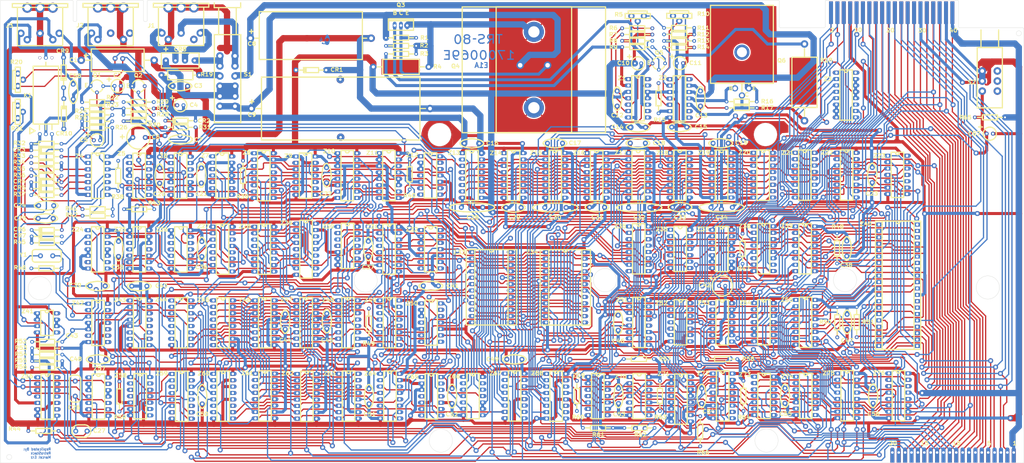
<source format=kicad_pcb>
(kicad_pcb (version 20240108) (generator "pcbnew") (generator_version "8.0")
  (title_block (title "TRS-80 Model I (G)") (date "2023-12-21") (rev "E1B") (company "Marcel Erz"))
  (layers (0 "F.Cu" signal) (31 "B.Cu" signal) (34 "B.Paste" user) (35 "F.Paste" user) (36 "B.SilkS" user "B.Silkscreen") (37 "F.SilkS" user "F.Silkscreen") (38 "B.Mask" user) (39 "F.Mask" user) (44 "Edge.Cuts" user))
  (net 0 "")
  (net 1 "GND")
  (net 2 "Net-(C1-Pad2)")
  (net 3 "Net-(Q1-C)")
  (net 4 "-5V")
  (net 5 "Net-(C5-Pad1)")
  (net 6 "Net-(Z4E-V+)")
  (net 7 "Net-(Q6-E)")
  (net 8 "Net-(Q4-E)")
  (net 9 "+5V")
  (net 10 "+12V")
  (net 11 "Net-(Z1--)")
  (net 12 "Net-(Z1-FC)")
  (net 13 "Net-(Z2-FC)")
  (net 14 "Net-(Z2--)")
  (net 15 "Net-(C20-Pad1)")
  (net 16 "Net-(C20-Pad2)")
  (net 17 "Net-(C21-Pad2)")
  (net 18 "/Cassette Interface/CASSIN")
  (net 19 "Net-(C24-Pad2)")
  (net 20 "Net-(C25-Pad2)")
  (net 21 "Net-(C26-Pad1)")
  (net 22 "Net-(C26-Pad2)")
  (net 23 "Net-(C27-Pad2)")
  (net 24 "Net-(CR7-K)")
  (net 25 "Net-(C42-Pad1)")
  (net 26 "Net-(C43-Pad1)")
  (net 27 "Net-(C43-Pad2)")
  (net 28 "Net-(C57-Pad1)")
  (net 29 "Net-(CR3-A)")
  (net 30 "Net-(CR4-K)")
  (net 31 "Net-(CR4-A)")
  (net 32 "Net-(CR5-A)")
  (net 33 "Net-(CR6-K)")
  (net 34 "Net-(CR6-A)")
  (net 35 "Net-(CR8-+)")
  (net 36 "Net-(CR8-Pad2)")
  (net 37 "Net-(CR8-Pad3)")
  (net 38 "Net-(CR8--)")
  (net 39 "Net-(CR10-K)")
  (net 40 "Net-(CR9-A)")
  (net 41 "Net-(CR10-A)")
  (net 42 "Net-(J1-Pad2)")
  (net 46 "Net-(Q1-E)")
  (net 47 "/Cassette Interface/CASSOUT")
  (net 48 "/Address Decoder/~{RAS}")
  (net 49 "/CPU/~{SYSRES}")
  (net 50 "/CPU Gating/~{CAS}")
  (net 51 "/A10")
  (net 52 "/A12")
  (net 53 "/A13")
  (net 54 "/A15")
  (net 55 "/A11")
  (net 56 "/A14")
  (net 57 "/CPU Gating/~{OUT}")
  (net 58 "/CPU Gating/~{WR}")
  (net 59 "/CPU/~{INTAK}")
  (net 60 "/Address Decoder/~{RD}")
  (net 61 "/CPU Gating/MUX")
  (net 62 "/A9")
  (net 63 "/D4")
  (net 64 "/CPU Gating/~{IN}")
  (net 65 "/D7")
  (net 66 "/CPU/~{INT}")
  (net 67 "/D1")
  (net 68 "/CPU Gating/~{TEST}")
  (net 69 "/D6")
  (net 70 "/A0")
  (net 71 "/D3")
  (net 72 "/A1")
  (net 73 "/D5")
  (net 74 "/D0")
  (net 75 "/A4")
  (net 76 "/D2")
  (net 77 "/CPU/~{WAIT}")
  (net 78 "/A3")
  (net 79 "/A5")
  (net 80 "/A7")
  (net 81 "/A6")
  (net 82 "/A2")
  (net 83 "/Address Decoder/~{KYBD}")
  (net 85 "Net-(Q1-B)")
  (net 86 "Net-(Q2-C)")
  (net 87 "Net-(Q2-B)")
  (net 88 "Net-(Q3-B)")
  (net 89 "Net-(Q3-C)")
  (net 90 "Net-(Q3-E)")
  (net 91 "Net-(Q5-B)")
  (net 92 "Net-(Q5-E)")
  (net 93 "Net-(Q5-C)")
  (net 94 "Net-(Q6-C)")
  (net 95 "Net-(Q6-B)")
  (net 96 "Net-(Z1-ILIM)")
  (net 97 "Net-(R5-Pad1)")
  (net 98 "Net-(R11-Pad1)")
  (net 99 "Net-(Z1-VREF)")
  (net 100 "Net-(R10-Pad1)")
  (net 101 "Net-(R10-Pad3)")
  (net 102 "Net-(Z2-ILIM)")
  (net 103 "Net-(Z2-VREF)")
  (net 104 "Net-(Z2-+)")
  (net 105 "Net-(R20-Pad1)")
  (net 107 "Net-(R21-Pad1)")
  (net 109 "Net-(Z41B-2Y)")
  (net 110 "Net-(Z4B-+)")
  (net 111 "Net-(Z4A-+)")
  (net 112 "Net-(Z4C-+)")
  (net 113 "/Video/Video Mixer/SYNC")
  (net 114 "Net-(Z4B--)")
  (net 115 "Net-(Z4A--)")
  (net 116 "Net-(Z4D-+)")
  (net 117 "Net-(Z7A-~{R})")
  (net 118 "Net-(Z10-Clr)")
  (net 119 "Net-(Z4C--)")
  (net 120 "Net-(Z4D--)")
  (net 121 "Net-(R46-Pad2)")
  (net 122 "Net-(Z21-Q3b)")
  (net 123 "Net-(Z49-I1b)")
  (net 124 "Net-(R52-Pad1)")
  (net 125 "Net-(Z59-Q0)")
  (net 126 "Net-(Z59-~{Q1})")
  (net 127 "Net-(Z59-~{Mr})")
  (net 128 "Net-(Z13-~{RAS})")
  (net 129 "/Address Decoder/~{ROM}")
  (net 130 "/Address Decoder/~{RAM}")
  (net 132 "/CPU/ZCLK")
  (net 133 "Net-(R66-Pad2)")
  (net 135 "/RAM-ROM Interface/ROMD7")
  (net 136 "/CPU/HI")
  (net 148 "/RAM-ROM Interface/ROMD6")
  (net 149 "Net-(Z21-Q1a)")
  (net 150 "Net-(Z21-Q2a)")
  (net 151 "Net-(Z21-Q3a)")
  (net 152 "Net-(Z21-Q1b)")
  (net 153 "Net-(Z21-Q0b)")
  (net 154 "Net-(Z21-Q2b)")
  (net 155 "Net-(Z24-Pad9)")
  (net 156 "Net-(Z5-Pad1)")
  (net 157 "Net-(Z5-Pad13)")
  (net 158 "Net-(Z5-Pad12)")
  (net 159 "Net-(Z5-Pad6)")
  (net 160 "Net-(Z5-Pad10)")
  (net 161 "Net-(Z6-Pad1)")
  (net 162 "Net-(Z6-Pad4)")
  (net 163 "Net-(Z6-Pad10)")
  (net 164 "/Video/Video Counter/HDRV")
  (net 165 "/Video/Video Counter/~{LATCH}")
  (net 166 "/Address Decoder/~{VID}")
  (net 168 "/Video/Video Latch/~{VCLR}")
  (net 171 "/Video/Video Counter/L3")
  (net 173 "/Video/Video Generator/LB4")
  (net 174 "/Video/Video Generator/LB2")
  (net 175 "/Video/Video Generator/LB0")
  (net 176 "Net-(Z11-F)")
  (net 177 "Net-(Z11-C)")
  (net 178 "/Video/Video Generator/LB1")
  (net 179 "/Video/Video Generator/LB3")
  (net 180 "/Video/Video Generator/LB5")
  (net 182 "/Video/Video Counter/L2")
  (net 184 "Net-(Z26-Pad13)")
  (net 186 "Net-(Z10-Clk)")
  (net 187 "/Video/Video Counter/SHIFT")
  (net 190 "Net-(Z10-C)")
  (net 191 "Net-(Z10-D)")
  (net 192 "Net-(Z10-E)")
  (net 193 "Net-(Z10-F)")
  (net 194 "Net-(Z10-G)")
  (net 195 "Net-(Z10-Qh)")
  (net 196 "Net-(Z10-PE)")
  (net 197 "Net-(Z11-Qh)")
  (net 198 "Net-(Z11-PE)")
  (net 199 "/Video/Video Counter/L0")
  (net 200 "Net-(Z12-R0(1))")
  (net 201 "/Video/Video Counter/L1")
  (net 202 "Net-(Z13-A0)")
  (net 203 "Net-(Z13-A2)")
  (net 204 "Net-(Z13-A1)")
  (net 205 "Net-(Z13-A5)")
  (net 206 "Net-(Z13-A4)")
  (net 207 "Net-(Z13-A3)")
  (net 208 "Net-(Z13-A6)")
  (net 209 "Net-(Z21-Ea2)")
  (net 210 "Net-(Z22-Pad1)")
  (net 211 "/CPU Gating/~{ZOUT}")
  (net 212 "/CPU Gating/~{ZWR}")
  (net 213 "/CPU Gating/~{ZRD}")
  (net 214 "/CPU Gating/~{ZIN}")
  (net 215 "/CPU Gating/ZA2")
  (net 216 "/CPU Gating/ZA3")
  (net 217 "Net-(Z40-~{WR})")
  (net 218 "Net-(Z40-~{IORQ})")
  (net 219 "/CPU Gating/~{ZRAS}")
  (net 220 "Net-(Z40-~{RD})")
  (net 221 "Net-(Z58-CP1..3)")
  (net 222 "Net-(Z43-I0c)")
  (net 224 "Net-(Z24-Pad12)")
  (net 225 "Net-(Z24-Pad10)")
  (net 226 "/Cassette Interface/~{OUTSIG}")
  (net 228 "Net-(Z25-Pad10)")
  (net 229 "/Cassette Interface/~{INSIG}")
  (net 231 "/Video/Video Generator/~{BLANK}")
  (net 232 "/Video/Video Generator/GRAPHICS")
  (net 233 "/Video/Video Generator/~{GRAPHICS}")
  (net 234 "/Video/Video Generator/~{CHARGAP}")
  (net 235 "Net-(Z27-D0)")
  (net 236 "Net-(Z27-D1)")
  (net 239 "/Video/Video Latch/VD6")
  (net 241 "/Video/Video Generator/LB6")
  (net 242 "/Video/Video Latch/VD2")
  (net 243 "/Video/Video Latch/VD4")
  (net 244 "/Video/Video Latch/VD3")
  (net 245 "/Video/Video Latch/VD5")
  (net 246 "/Video/Video Latch/VD1")
  (net 247 "/Video/Video Latch/VD0")
  (net 248 "/Video/Video Generator/PIXEL")
  (net 250 "/Video/Video Counter/VDRV")
  (net 251 "/Video/Video Latch/VD7")
  (net 252 "/Video/Video Access Multiplexer/R2")
  (net 253 "/Video/Video Access Multiplexer/VA8")
  (net 254 "/Video/Video Access Multiplexer/R3")
  (net 255 "/Video/Video Access Multiplexer/VA9")
  (net 256 "/Video/Video Access Multiplexer/VA6")
  (net 257 "/Video/Video Access Multiplexer/R0")
  (net 258 "/Video/Video Access Multiplexer/VA7")
  (net 259 "/Video/Video Access Multiplexer/R1")
  (net 260 "Net-(Z32-R0(1))")
  (net 261 "Net-(Z35-I1a)")
  (net 262 "Net-(Z36-Pad1)")
  (net 263 "Net-(Z36-Pad2)")
  (net 264 "Net-(Z36-Pad5)")
  (net 265 "Net-(Z36-Pad10)")
  (net 266 "Net-(Z36-Pad9)")
  (net 267 "Net-(Z37-Pad2)")
  (net 268 "Net-(Z37-Pad11)")
  (net 270 "Net-(Z40-~{NMI})")
  (net 271 "/CPU Gating/ZA10")
  (net 272 "/CPU Gating/ZA12")
  (net 273 "/CPU Gating/ZA13")
  (net 274 "/CPU Gating/ZA15")
  (net 275 "/CPU Gating/ZA14")
  (net 276 "/CPU Gating/ZA6")
  (net 277 "/CPU Gating/ZA4")
  (net 278 "/CPU Gating/ZA5")
  (net 279 "/CPU Gating/ZA7")
  (net 280 "/CPU Gating/ZA9")
  (net 281 "/CPU Gating/ZD4")
  (net 282 "/CPU Gating/ZD3")
  (net 283 "/CPU Gating/ZD5")
  (net 284 "/CPU Gating/ZD6")
  (net 285 "/CPU Gating/ZD2")
  (net 286 "/CPU Gating/ZD7")
  (net 287 "/CPU Gating/ZD0")
  (net 288 "/CPU Gating/ZD1")
  (net 289 "Net-(Z40-~{HALT})")
  (net 291 "Net-(Z40-~{RESET})")
  (net 292 "Net-(Z40-~{M1})")
  (net 294 "/CPU Gating/ZA0")
  (net 295 "/CPU Gating/ZA1")
  (net 296 "Net-(Z41A-1A)")
  (net 297 "/CPU/CLK")
  (net 298 "/RAM-ROM Interface/ROMD4")
  (net 300 "/Cassette Interface/MODESEL")
  (net 301 "Net-(Z43-I0a)")
  (net 302 "Net-(Z43-I1b)")
  (net 303 "/Video/Video Access Multiplexer/C0")
  (net 304 "Net-(Z43-Zc)")
  (net 308 "/Video/Video Access Multiplexer/~{VRD}")
  (net 309 "/Video/Video Access Multiplexer/VA5")
  (net 310 "/Video/Video Access Multiplexer/~{VWR}")
  (net 311 "/Video/Video Access Multiplexer/VA1")
  (net 312 "/Video/Video Access Multiplexer/VA2")
  (net 313 "/Video/Video Access Multiplexer/VA3")
  (net 314 "/Video/Video Access Multiplexer/VA4")
  (net 315 "/Video/Video Access Multiplexer/VA0")
  (net 316 "/Video/Video Access Multiplexer/C5")
  (net 317 "/Video/Video Access Multiplexer/C4")
  (net 318 "/Video/Video Access Multiplexer/C3")
  (net 319 "Net-(Z50-R0(1))")
  (net 320 "/Video/Video Access Multiplexer/C2")
  (net 321 "Net-(Z51-Zc)")
  (net 324 "Net-(Z52-Pad12)")
  (net 325 "/CPU Gating/~{DBOUT}")
  (net 326 "/CPU Gating/~{DBIN}")
  (net 327 "Net-(Z56-Q3)")
  (net 332 "Net-(Z57-Pad2)")
  (net 333 "Net-(Z57-Pad6)")
  (net 334 "Net-(Z57-Pad11)")
  (net 342 "/Video/Video Access Multiplexer/C1")
  (net 344 "/Address Decoder/~{MEM}")
  (net 346 "Net-(Z67-Pad15)")
  (net 347 "/CPU/MREQ")
  (net 348 "Net-(Z69A-Q)")
  (net 351 "/CPU Gating/ZMUX")
  (net 353 "/CPU Gating/~{ZCAS}")
  (net 354 "Net-(Z70B-D)")
  (net 357 "/RAM-ROM Interface/ROMD1")
  (net 358 "/RAM-ROM Interface/ROMD0")
  (net 359 "/RAM-ROM Interface/ROMD2")
  (net 361 "/RAM-ROM Interface/ROMD3")
  (net 362 "/RAM-ROM Interface/ROMD5")
  (net 367 "Net-(Z74-Pad2)")
  (net 370 "/A8")
  (net 371 "Net-(Z13-~{CAS})")
  (net 373 "/CPU Gating/ZA11")
  (net 374 "/CPU Gating/ZA8")
  (footprint "RetroStackLibrary:TRS80_Model_I_DIP16" (layer "F.Cu") (at 72.69 202.45 -90)
    (property "Reference" "Z60")
    (property "Value" "74LS367")
  )
  (footprint "RetroStackLibrary:TRS80_Model_I_R_0.25W" (layer "F.Cu") (at 39.08 88.06)
    (property "Reference" "R27")
    (property "Value" "330")
  )
  (footprint "RetroStackLibrary:TRS80_Model_I_R_0.25W" (layer "F.Cu") (at 143.39 63.19)
    (property "Reference" "R2")
    (property "Value" "2.7k")
  )
  (footprint "RetroStackLibrary:TRS80_Model_I_C_Disc_9.5L_4W_6P_Small" (layer "F.Cu") (at 331.05 202.27 -90)
    (property "Reference" "C56")
    (property "Value" "0.1uF 12V")
  )
  (footprint "RetroStackLibrary:TRS80_Model_I_C_Disc_9.5L_4W_6P_Small" (layer "F.Cu") (at 47.41 114.8 -90)
    (property "Reference" "C20")
    (property "Value" "330pF")
  )
  (footprint "RetroStackLibrary:TRS80_Model_I_DIP14" (layer "F.Cu") (at 22.79 114.81 -90)
    (property "Reference" "Z4")
    (property "Value" "LM3900")
  )
  (footprint "RetroStackLibrary:TRS80_Model_I_R_0.25W" (layer "F.Cu") (at 246.31 202.35 -90)
    (property "Reference" "R63")
    (property "Value" "4.7k")
  )
  (footprint "RetroStackLibrary:TRS80_Model_I_R_0.25W" (layer "F.Cu") (at 2.7 185.93 180)
    (property "Reference" "R54")
    (property "Value" "7.5k")
  )
  (footprint "RetroStackLibrary:TRS80_Model_I_DIP16" (layer "F.Cu") (at 138.54 114.76 -90)
    (property "Reference" "Z11")
    (property "Value" "74LS166")
  )
  (footprint "RetroStackLibrary:TRS80_Model_I_DIP16" (layer "F.Cu") (at 89.19 173.28 -90)
    (property "Reference" "Z46")
    (property "Value" "2102")
  )
  (footprint "RetroStackLibrary:TRS80_Model_I_C_Disc_18.5L_4W_8.5P_Large" (layer "F.Cu") (at 171.61 127.4)
    (property "Reference" "C28")
    (property "Value" "0.1uF 25V")
  )
  (footprint "RetroStackLibrary:TRS80_Model_I_C_Disc_9.5L_4W_6P_Small" (layer "F.Cu") (at 237.51 101.85)
    (property "Reference" "C18")
    (property "Value" "0.1uF 12V")
  )
  (footprint "RetroStackLibrary:TRS80_Model_I_DIP14" (layer "F.Cu") (at 22.94 173.31 -90)
    (property "Reference" "Z42")
    (property "Value" "74LS04")
  )
  (footprint "RetroStackLibrary:TRS80_Model_I_D" (layer "F.Cu") (at 107.61 72.81)
    (property "Reference" "CR1")
    (property "Value" "1N4735")
  )
  (footprint "RetroStackLibrary:TRS80_Model_I_R_0.25W" (layer "F.Cu") (at 130.58 173.61 90)
    (property "Reference" "R49")
    (property "Value" "4.7k")
  )
  (footprint "RetroStackLibrary:TRS80_Model_I_C_Disc_9.5L_4W_6P_Small" (layer "F.Cu") (at 229.31 84.15 -90)
    (property "Reference" "C12")
    (property "Value" "470pF")
  )
  (footprint "RetroStackLibrary:TRS80_Model_I_C_Disc_9.5L_4W_6P_Small" (layer "F.Cu") (at 229.7 173.25 -90)
    (property "Reference" "C46")
    (property "Value" "0.1uF 12V")
  )
  (footprint "RetroStackLibrary:TRS80_Model_I_DIP14" (layer "F.Cu") (at 105.44 114.78 -90)
    (property "Reference" "Z9")
    (property "Value" "74LS04")
  )
  (footprint "RetroStackLibrary:TRS80_Model_I_DIP16" (layer "F.Cu") (at 304.03 143.86 -90)
    (property "Reference" "Z39")
    (property "Value" "74LS367")
  )
  (footprint "RetroStackLibrary:TRS80_Model_I_R_0.25W" (layer "F.Cu") (at 2.52 141.52)
    (property "Reference" "R45")
    (property "Value" "470k")
  )
  (footprint "RetroStackLibrary:TRS80_Model_I_C_Disc_9.5L_4W_6P_Small" (layer "F.Cu") (at 188.11 127.47 180)
    (property "Reference" "C29")
    (property "Value" "0.1uF 12V")
  )
  (footprint "RetroStackLibrary:TRS80_Model_I_R_0.25W" (layer "F.Cu") (at 221.67 215.05)
    (property "Reference" "R61")
    (property "Value" "4.7k")
  )
  (footprint "RetroStackLibrary:TRS80_Model_I_DIP16" (layer "F.Cu") (at 188.12 114.7 -90)
    (property "Reference" "Z14")
    (property "Value" "4116")
  )
  (footprint "RetroStackLibrary:TRS80_Model_I_C_Disc_9.5L_4W_6P_Small" (layer "F.Cu") (at 31.07 143.91 -90)
    (property "Reference" "C35")
    (property "Value" "0.1uF 12V")
  )
  (footprint "RetroStackLibrary:TRS80_Model_I_DIP14" (layer "F.Cu") (at 254.06 84.07 -90)
    (property "Reference" "Z2")
    (property "Value" "LM723C")
  )
  (footprint "RetroStackLibrary:TRS80_Model_I_DIP16" (layer "F.Cu") (at 320.75 202.28 -90)
    (property "Reference" "Z75")
    (property "Value" "74LS367")
  )
  (footprint "RetroStackLibrary:TRS80_Model_I_D" (layer "F.Cu") (at 2.52 136.38)
    (property "Reference" "CR6")
    (property "Value" "1N4148")
  )
  (footprint "RetroStackLibrary:TRS80_Model_I_DIP16" (layer "F.Cu") (at 138.77 173.25 -90)
    (property "Reference" "Z49")
    (property "Value" "74LS157")
  )
  (footprint "RetroStackLibrary:TRS80_Model_I_DIP16" (layer "F.Cu") (at 254.65 203.62 -90)
    (property "Reference" "Z71")
    (property "Value" "~")
  )
  (footprint "RetroStackLibrary:TRS80_Model_I_C_Disc_9.5L_4W_6P_Small" (layer "F.Cu") (at 320.71 172.9 -90)
    (property "Reference" "C47")
    (property "Value" "0.1uF 12V")
  )
  (footprint "RetroStackLibrary:TRS80_Model_I_DIP16" (layer "F.Cu") (at 122.5 202.44 -90)
    (property "Reference" "Z63")
    (property "Value" "2102")
  )
  (footprint "RetroStackLibrary:TRS80_Model_I_C_Disc_9.5L_4W_6P_Small" (layer "F.Cu") (at 130.65 202.51 -90)
    (property "Reference" "C51")
    (property "Value" "0.1uF 12V")
  )
  (footprint "RetroStackLibrary:TRS80_Model_I_C_Pol_Axial_21L_9W_29P" (layer "F.Cu") (at 30.74 68.9)
    (property "Reference" "C1")
    (property "Value" "220uF 16V")
  )
  (footprint "RetroStackLibrary:TRS80_Model_I_DIN5" (layer "F.Cu") (at 27.94 54.828 180)
    (property "Reference" "J2")
    (property "Value" "Front View")
  )
  (footprint "RetroStackLibrary:TRS80_Model_I_DIP16" (layer "F.Cu") (at 341.13 202.29 -90)
    (property "Reference" "Z76")
    (property "Value" "74LS367")
  )
  (footprint "RetroStackLibrary:TRS80_Model_I_R_0.25W" (layer "F.Cu") (at 279.15 143.83 -90)
    (property "Reference" "R47")
    (property "Value" "10k")
  )
  (footprint "RetroStackLibrary:TRS80_Model_I_C_Disc_9.5L_4W_6P_Small" (layer "F.Cu") (at 97.31 172.81 90)
    (property "Reference" "C44")
    (property "Value" "0.1uF 12V")
  )
  (footprint "RetroStackLibrary:TRS80_Model_I_D" (layer "F.Cu") (at 9.33 90.17 -90)
    (property "Reference" "CR10")
    (property "Value" "1N982")
  )
  (footprint "RetroStackLibrary:TRS80_Model_I_Q_Circle_EBC" (layer "F.Cu") (at 22.48 79.2)
    (property "Reference" "Q1")
    (property "Value" "2N3904")
  )
  (footprint "RetroStackLibrary:TRS80_Model_I_R_0.25W" (layer "F.Cu") (at 377.49 91.61 180)
    (property "Reference" "R65")
    (property "Value" "10k")
  )
  (footprint "RetroStackLibrary:TRS80_Model_I_R_0.25W" (layer "F.Cu") (at 2.41 151.63)
    (property "Reference" "R46")
    (property "Value" "910")
  )
  (footprint "RetroStackLibrary:TRS80_Model_I_D" (layer "F.Cu") (at 2.52 138.95)
    (property "Reference" "CR7")
    (property "Value" "1N4148")
  )
  (footprint "RetroStackLibrary:TRS80_Model_I_D" (layer "F.Cu") (at 2.38 104.6675)
    (property "Reference" "CR3")
    (property "Value" "1N4148")
  )
  (footprint "RetroStackLibrary:TRS80_Model_I_DIP14" (layer "F.Cu") (at 340.72 114.48 -90)
    (property "Reference" "Z23")
    (property "Value" "74LS32")
  )
  (footprint "RetroStackLibrary:TRS80_Model_I_R_0.25W" (layer "F.Cu") (at 271.05 187.73 180)
    (property "Reference" "R58")
    (property "Value" "4.7k")
  )
  (footprint "RetroStackLibrary:TRS80_Model_I_R_0.25W" (layer "F.Cu") (at 22.74 128.1)
    (property "Reference" "R41")
    (property "Value" "470k")
  )
  (footprint "RetroStackLibrary:TRS80_Model_I_R_0.25W" (layer "F.Cu") (at 237.28 61.176666 180)
    (property "Reference" "R8")
    (property "Value" "100k")
  )
  (footprint "RetroStackLibrary:TRS80_Model_I_R_0.25W" (layer "F.Cu") (at 279.48 202.33 -90)
    (property "Reference" "R64")
    (property "Value" "330")
  )
  (footprint "RetroStackLibrary:TRS80_Model_I_R_0.25W" (layer "F.Cu") (at 2.38 102.12 180)
    (property "Reference" "R32")
    (property "Value" "10k")
  )
  (footprint "RetroStackLibrary:TRS80_Model_I_C_Pol_Radial_5D_2.5P" (layer "F.Cu") (at 377.44 98.09)
    (property "Reference" "C57")
    (property "Value" "10uF 16V")
  )
  (footprint "RetroStackLibrary:TRS80_Model_I_R_2W" (layer "F.Cu") (at 143.36 71.53 180)
    (property "Reference" "R4")
    (property "Value" "0.33")
  )
  (footprint "RetroStackLibrary:TRS80_Model_I_C_Disc_9.5L_4W_6P_Small" (layer "F.Cu") (at 188.44 187.8 180)
    (property "Reference" "C49")
    (property "Value" "0.1uF 12V")
  )
  (footprint "RetroStackLibrary:TRS80_Model_I_DIP14" (layer "F.Cu") (at 254.36 143.89 -90)
    (property "Reference" "Z36")
    (property "Value" "74LS32")
  )
  (footprint "RetroStackLibrary:TRS80_Model_I_C_Disc_9.5L_4W_6P_Small" (layer "F.Cu") (at 52.54 98.87 180)
    (property "Reference" "C7")
    (property "Value" "0.01uF 24V")
  )
  (footprint "RetroStackLibrary:TRS80_Model_I_R_0.25W" (layer "F.Cu") (at 278.79 87.86 180)
    (property "Reference" "R17")
    (property "Value" "2k")
  )
  (footprint "RetroStackLibrary:TRS80_Model_I_C_Disc_9.5L_4W_6P_Small" (layer "F.Cu") (at 330.72 114.53 -90)
    (property "Reference" "C23")
    (property "Value" "0.1uF 12V")
  )
  (footprint "RetroStackLibrary:TRS80_Model_I_DIP14" (layer "F.Cu") (at 55.85 144.1 -90)
    (property "Reference" "Z26")
    (property "Value" "74LS20")
  )
  (footprint "RetroStackLibrary:TRS80_Model_I_DIP16" (layer "F.Cu") (at 287.34 114.6 -90)
    (property "Reference" "Z20")
    (property "Value" "4116")
  )
  (footprint "RetroStackLibrary:TRS80_Model_I_C_Pol_Radial_10D_5P" (layer "F.Cu") (at 39.32 99.61 180)
    (property "Reference" "C6")
    (property "Value" "100uF 16V")
  )
  (footprint "RetroStackLibrary:TRS80_Model_I_C_Disc_9.5L_4W_6P_Small" (layer "F.Cu") (at 13.07 81.42 90)
    (property "Reference" "C_C58" (hide yes))
    (property "Value" "0.1uF 12V" (hide yes))
  )
  (footprint "RetroStackLibrary:TRS80_Model_I_DIP14" (layer "F.Cu") (at 237.58 84.02 -90)
    (property "Reference" "Z1")
    (property "Value" "LM723C")
  )
  (footprint "RetroStackLibrary:TRS80_Model_I_C_Disc_9.5L_4W_6P_Small" (layer "F.Cu") (at 262.92 202.37 -90)
    (property "Reference" "C54")
    (property "Value" "0.1uF 12V")
  )
  (footprint "RetroStackLibrary:TRS80_Model_I_C_Pol_Radial_5D_2.5P" (layer "F.Cu") (at 237.61 70.13)
    (property "Reference" "C10")
    (property "Value" "10uF 16V")
  )
  (footprint "RetroStackLibrary:TRS80_Model_I_C_Disc_9.5L_4W_6P_Small" (layer "F.Cu") (at 163.67 202.41 -90)
    (property "Reference" "C52")
    (property "Value" "0.1uF 12V")
  )
  (footprint "RetroStackLibrary:TRS80_Model_I_DIP14" (layer "F.Cu") (at 22.8 144.09 -90)
    (property "Reference" "Z24")
    (property "Value" "74LS132")
  )
  (footprint "RetroStackLibrary:TRS80_Model_I_DIP16" (layer "F.Cu") (at 237.87 143.86 -90)
    (property "Reference" "Z35")
    (property "Value" "74LS157")
  )
  (footprint "RetroStackLibrary:TRS80_Model_I_DIP14" (layer "F.Cu") (at 171.99 202.41 -90)
    (property "Reference" "Z66")
    (property "Value" "74LS11")
  )
  (footprint "RetroStackLibrary:TRS80_Model_I_R_Pot" (layer "F.Cu") (at -9 89.4 90)
    (property "Reference" "R21")
    (property "Value" "100k")
  )
  (footprint "RetroStackLibrary:TRS80_Model_I_R_0.25W" (layer "F.Cu") (at 237.28 58.683333 180)
    (property "Reference" "R7")
    (property "Value" "1.2k")
  )
  (footprint "RetroStackLibrary:TRS80_Model_I_R_0.25W" (layer "F.Cu") (at 22.59 95.74)
    (property "Reference" "R26")
    (property "Value" "1M")
  )
  (footprint "RetroStackLibrary:TRS80_Model_I_R_0.25W" (layer "F.Cu") (at 22.59 85.57)
    (property "Reference" "R22")
    (property "Value" "75")
  )
  (footprint "RetroStackLibrary:TRS80_Model_I_DIP14" (layer "F.Cu") (at 39.32 144.08 -90)
    (property "Reference" "Z25")
    (property "Value" "74LS32")
  )
  (footprint "RetroStackLibrary:TRS80_Model_I_R_0.25W" (layer "F.Cu") (at 2.38 112.31)
    (property "Reference" "R35")
    (property "Value" "470k")
  )
  (footprint "RetroStackLibrary:TRS80_Model_I_R_0.25W" (layer "F.Cu") (at 245.75 84 90)
    (property "Reference" "R15")
    (property "Value" "1.5k")
  )
  (footprint "RetroStackLibrary:TRS80_Model_I_DIP24" (layer "F.Cu") (at 179.31 159.16 -90)
    (property "Reference" "Z33")
    (property "Value" "2332_20L_21L")
  )
  (footprint "RetroStackLibrary:TRS80_Model_I_DIP16" (layer "F.Cu") (at 254.2 114.6 -90)
    (property "Reference" "Z18")
    (property "Value" "4116")
  )
  (footprint "RetroStackLibrary:TRS80_Model_I_DIP14" (layer "F.Cu") (at 23.09 202.61 -90)
    (property "Reference" "Z57")
    (property "Value" "74C04")
  )
  (footprint "RetroStackLibrary:TRS80_Model_I_C_Disc_9.5L_4W_6P_Small" (layer "F.Cu") (at 12.77 173.27 -90)
    (property "Reference" "C43")
    (property "Value" "47pF")
  )
  (footprint "RetroStackLibrary:TRS80_Model_I_D" (layer "F.Cu") (at 55.68 92.93)
    (property "Reference" "CR2")
    (property "Value" "1N5231")
  )
  (footprint "RetroStackLibrary:TRS80_Model_I_DIP16" (layer "F.Cu") (at 72.43 144 -90)
    (property "Reference" "Z27")
    (property "Value" "74LS175")
  )
  (footprint "RetroStackLibrary:TRS80_Model_I_R_0.25W" (layer "F.Cu") (at 55.68 95.57)
    (property "Reference" "R31")
    (property "Value" "10")
  )
  (footprint "RetroStackLibrary:TRS80_Model_I_R_0.25W" (layer "F.Cu") (at 143.39 66.4 180)
    (property "Reference" "R3")
    (property "Value" "750")
  )
  (footprint "RetroStackLibrary:TRS80_Model_I_R_0.25W" (layer "F.Cu") (at 2.38 107.215)
    (property "Reference" "R33")
    (property "Value" "360k")
  )
  (footprint "RetroStackLibrary:TRS80_Model_I_DIP14" (layer "F.Cu") (at 270.93 143.92 -90)
    (property "Reference" "Z37")
    (property "Value" "74LS02")
  )
  (footprint "RetroStackLibrary:TRS80_Model_I_R_0.25W" (layer "F.Cu") (at 30.95 114.86 90)
    (property "Reference" "R38")
    (property "Value" "470k")
  )
  (footprint "RetroStackLibrary:TRS80_Model_I_DIP14" (layer "F.Cu") (at 238.07 202.42 -90)
    (property "Reference" "Z70")
    (property "Value" "74LS74")
  )
  (footprint "RetroStackLibrary:TRS80_Model_I_C_Disc_9.5L_4W_6P_Small" (layer "F.Cu") (at 254.32 127.33 180)
    (property "Reference" "C33")
    (property "Value" "0.1uF 12V")
  )
  (footprint "RetroStackLibrary:TRS80_Model_I_R_0.25W" (layer "F.Cu") (at 262.32 216.37 90)
    (property "Reference" "R66")
    (property "Value" "4.7k")
  )
  (footprint "RetroStackLibrary:TRS80_Model_I_C_Pol_Radial_5D_2.5P" (layer "F.Cu") (at 30.7255 79.1145)
    (property "Reference" "C2")
    (property "Value" "10uF 16V")
  )
  (footprint "RetroStackLibrary:TRS80_Model_I_DIP14" (layer "F.Cu") (at 221.6 202.41 -90)
    (property "Reference" "Z69")
    (property "Value" "74LS74")
  )
  (footprint "RetroStackLibrary:TRS80_Model_I_C_Disc_9.5L_4W_6P_Small" (layer "F.Cu") (at 253.99 95.48)
    (property "Reference" "C15")
    (property "Value" "0.01uF 24V")
  )
  (footprint "RetroStackLibrary:TRS80_Model_I_C_Pol_Radial_5D_2.5P" (layer "F.Cu") (at 55.64 86.79)
    (property "Reference" "C4")
    (property "Value" "10uF 16V")
  )
  (footprint "RetroStackLibrary:TRS80_Model_I_R_0.25W" (layer "F.Cu") (at 213.28 202.35 -90)
    (property "Reference" "R60")
    (property "Value" "4.7k")
  )
  (footprint "RetroStackLibrary:TRS80_Model_I_C_Pol_Axial_63L_25W_71P" (layer "F.Cu") (at 119.4 88.1)
    (property "Reference" "C9")
    (property "Value" "10000uF 16V")
  )
  (footprint "RetroStackLibrary:TRS80_Model_I_R_0.25W" (layer "F.Cu") (at 2.7 191.03 180)
    (property "Reference" "R56")
    (property "Value" "220k")
  )
  (footprint "RetroStackLibrary:TRS80_Model_I_R_0.25W" (layer "F.Cu") (at 253.93 63.83)
    (property "Reference" "R14")
    (property "Value" "12k")
  )
  (footprint "RetroStackLibrary:TRS80_Model_I_DIP40" (layer "F.Cu") (at 340.98 158.36 -90)
    (property "Reference" "Z40")
    (property "Value" "Z80CPU")
  )
  (footprint "RetroStackLibrary:TRS80_Model_I_DIP16" (layer "F.Cu") (at 88.82 114.77 -90)
    (property "Reference" "Z8")
    (property "Value" "74LS153")
  )
  (footprint "RetroStackLibrary:TRS80_Model_I_C_Disc_9.5L_4W_6P_Small" (layer "F.Cu") (at 237.59 95.56)
    (property "Reference" "C14")
    (property "Value" "0.01uF 24V")
  )
  (footprint "RetroStackLibrary:TRS80_Model_I_Keyboard_Connector" (layer "F.Cu") (at 362.83 219.7408)
    (property "Reference" "J100" (hide yes))
    (property "Value" "Connection Mainboard Side")
  )
  (footprint "RetroStackLibrary:TRS80_Model_I_DIP16" (layer "F.Cu") (at 56.18 202.5 -90)
    (property "Reference" "Z59")
    (property "Value" "74LS175")
  )
  (footprint "RetroStackLibrary:TRS80_Model_I_C_Disc_18.5L_4W_8.5P_Large" (layer "F.Cu") (at 204.77 127.45)
    (property "Reference" "C30")
    (property "Value" "0.1uF 25V")
  )
  (footprint "RetroStackLibrary:TRS80_Model_I_R_0.25W" (layer "F.Cu") (at 316.72 143.71 90)
    (property "Reference" "R48")
    (property "Value" "4.7k")
  )
  (footprint "RetroStackLibrary:TRS80_Model_I_DIP14" (layer "F.Cu") (at 39.27 114.83 -90)
    (property "Reference" "Z5")
    (property "Value" "74C00")
  )
  (footprint "RetroStackLibrary:TRS80_Model_I_R_0.25W" (layer "F.Cu") (at 39.08 85.52)
    (property "Reference" "R29")
    (property "Value" "1.8k")
  )
  (footprint "RetroStackLibrary:TRS80_Model_I_C_Disc_9.5L_4W_6P_Small" (layer "F.Cu") (at 55.54 79.19)
    (property "Reference" "C3")
    (property "Value" "0.01uF 24V")
  )
  (footprint "RetroStackLibrary:TRS80_Model_I_D_Bridge" (layer "F.Cu") (at 55.595 69.01)
    (property "Reference" "CR8")
    (property "Value" "MDA202")
  )
  (footprint "RetroStackLibrary:TRS80_Model_I_R_0.25W" (layer "F.Cu") (at 2.7 180.83)
    (property "Reference" "R52")
    (property "Value" "910")
  )
  (footprint "RetroStackLibrary:TRS80_Model_I_DIP16" (layer "F.Cu") (at 105.94 202.52 -90)
    (property "Reference" "Z62")
    (property "Value" "2102")
  )
  (footprint "RetroStackLibrary:TRS80_Model_I_Q_Heatsink_Large_BEC" (layer "F.Cu") (at 196.19 72.69)
    (property "Reference" "Q4")
    (property "Value" "2N6594")
  )
  (footprint "RetroStackLibrary:TRS80_Model_I_DIP14" (layer "F.Cu") (at 271.05 173.12 -90)
    (property "Reference" "Z53")
    (property "Value" "74LS132")
  )
  (footprint "RetroStackLibrary:TRS80_Model_I_DIP16" (layer "F.Cu") (at 303.91 114.58 -90)
    (property "Reference" "Z21")
    (property "Value" "74LS156")
  )
  (footprint "RetroStackLibrary:TRS80_Model_I_R_0.25W" (layer "F.Cu") (at 22.59 90.655)
    (property "Reference" "R24")
    (property "Value" "680k")
  )
  (footprint "RetroStackLibrary:TRS80_Model_I_C_Disc_9.5L_4W_6P_Small" (layer "F.Cu") (at 270.43 101.89)
    (property "Reference" "C19")
    (property "Value" "0.1uF 12V")
  )
  (footprint "RetroStackLibrary:TRS80_Model_I_DIP16" (layer "F.Cu") (at 138.97 202.42 -90)
    (property "Reference" "Z64")
    (property "Value" "74LS157")
  )
  (footprint "RetroStackLibrary:TRS80_Model_I_DIP16" (layer "F.Cu") (at 138.64 143.98 -90)
    (property "Reference" "Z31")
    (property "Value" "74LS157")
  )
  (footprint "RetroStackLibrary:TRS80_Model_I_DIP16" (layer "F.Cu") (at 320.51 114.56 -90)
    (property "Reference" "Z22")
    (property "Value" "74LS367")
  )
  (footprint "RetroStackLibrary:TRS80_Model_I_C_Disc_18.5L_4W_8.5P_Large" (layer "F.Cu") (at 238.09 127.48)
    (property "Reference" "C32")
    (property "Value" "0.1uF 25V")
  )
  (footprint "RetroStackLibrary:TRS80_Model_I_C_Pol_Radial_6.3D_2.5P" (layer "F.Cu") (at 271.14 158.58)
    (property "Reference" "C42")
    (property "Value" "22uF 16V")
  )
  (footprint "RetroStackLibrary:TRS80_Model_I_DIP16" (layer "F.Cu") (at 304.18 173.07 -90)
    (property "Reference" "Z55")
    (property "Value" "74LS367")
  )
  (footprint "RetroStackLibrary:TRS80_Model_I_R_0.25W" (layer "F.Cu") (at 39.08 93.14)
    (property "Reference" "R30")
    (property "Value" "47")
  )
  (footprint "RetroStackLibrary:TRS80_Model_I_C_Disc_9.5L_4W_6P_Small" (layer "F.Cu") (at 262.42 84.13 -90)
    (property "Reference" "C13")
    (property "Value" "470pF")
  )
  (footprint "RetroStackLibrary:TRS80_Model_I_Q_Box_BCE" (layer "F.Cu") (at 143.34 55.08)
    (property "Reference" "Q3")
    (property "Value" "TIP29A")
  )
  (footprint "RetroStackLibrary:TRS80_Model_I_R_Pot" (layer "F.Cu") (at 254 51.26)
    (property "Reference" "R10")
    (property "Value" "1k")
  )
  (footprint "RetroStackLibrary:TRS80_Model_I_C_Disc_9.5L_4W_6P_Small" (layer "F.Cu") (at 64.35 202.53 -90)
    (property "Reference" "C50")
    (property "Value" "0.1uF 12V")
  )
  (footprint "RetroStackLibrary:TRS80_Model_I_C_Pol_Radial_5D_2.5P" (layer "F.Cu") (at 22.499 100.714)
    (property "Reference" "C5")
    (property "Value" "10uF 16V")
  )
  (footprint "RetroStackLibrary:TRS80_Model_I_DIP16" (layer "F.Cu") (at 39.47 173.3 -90)
    (property "Reference" "Z43")
    (property "Value" "74LS157")
  )
  (footprint "RetroStackLibrary:TRS80_Model_I_DIP14" (layer "F.Cu") (at 39.69 202.47 -90)
    (property "Reference" "Z58")
    (property "Value" "74LS92")
  )
  (footprint "RetroStackLibrary:TRS80_Model_I_R_0.25W" (layer "F.Cu") (at 324.53 173 -90)
    (property "Reference" "R51")
    (property "Value" "4.7k")
  )
  (footprint "RetroStackLibrary:TRS80_Model_I_Edge_Connector" (layer "F.Cu") (at 338.44 47.46)
    (property "Reference" "J4" (hide yes))
    (property "Value" "Edge Connector")
  )
  (footprint "RetroStackLibrary:TRS80_Model_I_Relay" (layer "F.Cu") (at 2.177 82.769 90)
    (property "Reference" "K1")
    (property "Value" "Relay_SPST-NO")
  )
  (footprint "RetroStackLibrary:TRS80_Model_I_DIP16" (layer "F.Cu") (at 237.68 114.63 -90)
    (property "Reference" "Z17")
    (property "Value" "4116")
  )
  (footprint "RetroStackLibrary:TRS80_Model_I_R_0.5W" (layer "F.Cu") (at 55.63 74.81)
    (property "Reference" "R19")
    (property "Value" "220")
  )
  (footprint "RetroStackLibrary:TRS80_Model_I_C_Disc_9.5L_4W_6P_Small" (layer "F.Cu") (at 320.58 143.76 -90)
    (property "Reference" "C38")
    (property "Value" "0.1uF 12V")
  )
  (footprint "RetroStackLibrary:TRS80_Model_I_DIP16" (layer "F.Cu") (at 72.61 173.27 -90)
    (property "Reference" "Z45")
    (property "Value" "2102")
  )
  (footprint "RetroStackLibrary:TRS80_Model_I_R_0.25W" (layer "F.Cu") (at 31.43 202.56 -90)
    (property "Reference" "R59")
    (property "Value" "4.7k")
  )
  (footprint "RetroStackLibrary:TRS80_Model_I_DIP24" (layer "F.Cu") (at 208.68 159.19 -90)
    (property "Reference" "Z34")
    (property "Value" "2332_20L_21H")
  )
  (footprint "RetroStackLibrary:TRS80_Model_I_R_0.25W" (layer "F.Cu") (at 2.38 122.5)
    (property "Reference" "R37")
    (property "Value" "560k")
  )
  (footprint "RetroStackLibrary:TRS80_Model_I_DIP16" (layer "F.Cu") (at 271.24 202.35 -90)
    (property "Reference" "Z72")
    (property "Value" "74LS367")
  )
  (footprint "RetroStackLibrary:TRS80_Model_I_DIP14" (layer "F.Cu") (at 72.26 114.72 -90)
    (property "Reference" "Z7")
    (property "Value" "74LS74")
  )
  (footprint "RetroStackLibrary:TRS80_Model_I_C_Disc_9.5L_4W_6P_Small" (layer "F.Cu") (at 113.76 114.61 -90)
    (property "Reference" "C22")
    (property "Value" "0.1uF 12V")
  )
  (footprint "RetroStackLibrary:TRS80_Model_I_C_Disc_9.5L_4W_6P_Small" (layer "F.Cu") (at 22.99 187.85)
    (property "Reference" "C48")
    (property "Value" "0.1uF 12V")
  )
  (footprint "RetroStackLibrary:TRS80_Model_I_R_0.25W" (layer "F.Cu") (at 146.82 114.27 90)
    (property "Reference" "R40")
    (property "Value" "4.7k")
  )
  (footprint "RetroStackLibrary:TRS80_Model_I_D" (layer "F.Cu") (at 9.23 73.81 90)
    (property "Reference" "CR9")
    (property "Value" "1N982")
  )
  (footprint "RetroStackLibrary:TRS80_Model_I_DIP16" (layer "F.Cu") (at 122.3 173.25 -90)
    (property "Reference" "Z48")
    (property "Value" "2102")
  )
  (footprint "RetroStackLibrary:TRS80_Model_I_DIP16" (layer "F.Cu") (at 88.99 144.01 -90)
    (property "Reference" "Z28")
    (property "Value" "74LS174")
  )
  (footprint "RetroStackLibrary:TRS80_Model_I_DIP16" (layer "F.Cu") (at 221.14 114.7 -90)
    (property "Reference" "Z16")
    (property "Value" "4116")
  )
  (footprint "RetroStackLibrary:TRS80_Model_I_R_0.25W" (layer "F.Cu") (at 237.28 63.669999)
    (property "Reference" "R9")
    (property "Value" "3.3k")
  )
  (footprint "RetroStackLibrary:TRS80_Model_I_R_0.25W" (layer "F.Cu") (at 253.93 58.63)
    (property "Reference" "R12")
    (property "Value" "3.3k")
  )
  (footprint "RetroStackLibrary:TRS80_Model_I_C_Pol_Radial_5D_2.5P" (layer "F.Cu") (at 254.2685 70.0845)
    (property "Reference" "C11")
    (property "Value" "10uF 16V")
  )
  (footprint "RetroStackLibrary:TRS80_Model_I_DIP16" (layer "F.Cu") (at 171.58 114.7 -90)
    (property "Reference" "Z13")
    (property "Value" "4116")
  )
  (footprint "RetroStackLibrary:TRS80_Model_I_C_Disc_9.5L_4W_6P_Small" (layer "F.Cu") (at 296.02 202.28 -90)
    (property "Reference" "C55")
    (property "Value" "0.1uF 12V")
  )
  (footprint "RetroStackLibrary:TRS80_Model_I_R_0.25W" (layer "F.Cu") (at 278.79 85.33 180)
    (property "Reference" "R16")
    (property "Value" "1.2k")
  )
  (footprint "RetroStackLibrary:TRS80_Model_I_DIP16" (layer "F.Cu") (at 56.04 173.29 -90)
    (property "Reference" "Z44")
    (property "Value" "74LS367")
  )
  (footprint "RetroStackLibrary:TRS80_Model_I_D" (layer "F.Cu") (at 2.38 117.405)
    (property "Reference" "CR4")
    (property "Value" "1N4148")
  )
  (footprint "RetroStackLibrary:TRS80_Model_I_R_0.25W" (layer "F.Cu") (at 143.39 59.98)
    (property "Reference" "R1")
    (property "Value" "68")
  )
  (footprint "RetroStackLibrary:TRS80_Model_I_DIP14" (layer "F.Cu") (at 155.06 114.7 -90)
    (property "Reference" "Z12")
    (property "Value" "74LS93")
  )
  (footprint "RetroStackLibrary:TRS80_Model_I_R_0.25W" (layer "F.Cu") (at 2.7 188.48)
    (property "Reference" "R55")
    (property "Value" "7.5k")
  )
  (footprint "RetroStackLibrary:TRS80_Model_I_C_Disc_9.5L_4W_6P_Small" (layer "F.Cu") (at 39.35 158.69 180)
    (property "Reference" "C40")
    (property "Value" "0.1uF 12V")
  )
  (footprint "RetroStackLibrary:TRS80_Model_I_DIP16" (layer "F.Cu") (at 204.69 114.67 -90)
    (property "Reference" "Z15")
    (property "Value" "4116")
  )
  (footprint "RetroStackLibrary:TRS80_Model_I_Sw_Small" (layer "F.Cu") (at 377.44 77.17 -90)
    (property "Reference" "S2")
    (property "Value" "Reset")
  )
  (footprint "RetroStackLibrary:TRS80_Model_I_C_Disc_18.5L_4W_8.5P_Large" (layer "F.Cu") (at 270.83 127.37)
    (property "Reference" "C34")
    (property "Value" "0.1uF 25V")
  )
  (footprint "RetroStackLibrary:TRS80_Model_I_DIP14" (layer "F.Cu") (at 155.32 173.19 -90)
    (property "Reference" "Z50")
    (property "Value" "74LS93")
  )
  (footprint "RetroStackLibrary:TRS80_Model_I_DIP16" (layer "F.Cu") (at 320.28 82.72 -90)
    (property "Reference" "Z3")
    (property "Value" "~")
  )
  (footprint "RetroStackLibrary:TRS80_Model_I_Sw_Large" (layer "F.Cu") (at 74.37 77.18 -90)
    (property "Reference" "S1")
    (property "Value" "~")
  )
  (footprint "RetroStackLibrary:TRS80_Model_I_Q_Circle_EBC" (layer "F.Cu") (at 245.85 70.16)
    (property "Reference" "Q5")
    (property "Value" "2N3906")
  )
  (footprint "RetroStackLibrary:TRS80_Model_I_C_Box_7.5L_5W_4.5P_Small" (layer "F.Cu") (at 16.32 216.34)
    (property "Reference" "C27")
    (property "Value" "0.022uF")
  )
  (footprint "RetroStackLibrary:TRS80_Model_I_DIP16" (layer "F.Cu") (at 270.8 114.6 -90)
    (property "Reference" "Z19")
    (property "Value" "4116")
  )
  (footprint "RetroStackLibrary:TRS80_Model_I_R_Pot" (layer "F.Cu") (at 237.47 51.3175)
    (property "Reference" "R5")
    (property "Value" "1k")
  )
  (footprint "RetroStackLibrary:TRS80_Model_I_R_Pot" (layer "F.Cu") (at -8.9525 76.64 90)
    (property "Reference" "R20")
    (property "Value" "100k")
  )
  (footprint "RetroStackLibrary:TRS80_Model_I_DIN5" (layer "F.Cu") (at -0.13 54.888 180)
    (property "Reference" "J3")
    (property "Value" "Front View")
  )
  (footprint "RetroStackLibrary:TRS80_Model_I_DIP14" (layer "F.Cu") (at 155.44 202.49 -90)
    (property "Reference" "Z65")
    (property "Value" "74LS93")
  )
  (footprint "RetroStackLibrary:TRS80_Model_I_DIP16" (layer "F.Cu") (at 205.05 202.45 -90)
    (property "Reference" "Z68")
    (property "Value" "74LS367")
  )
  (footprint "RetroStackLibrary:TRS80_Model_I_C_Pol_Axial_41L_19W_48P" (layer "F.Cu") (at 107.51 60.14)
    (property "Reference" "C8")
    (property "Value" "2200uF 35V")
  )
  (footprint "RetroStackLibrary:TRS80_Model_I_C_Disc_9.5L_4W_6P_Small" (layer "F.Cu") (at 2.12 131.79)
    (property "Reference" "C25")
    (property "Value" "220pF")
  )
  (footprint "RetroStackLibrary:TRS80_Model_I_R_0.25W" (layer "F.Cu") (at 253.93 56.03)
    (property "Reference" "R11")
    (property "Value" "3.3k")
  )
  (footprint "RetroStackLibrary:TRS80_Model_I_C_Disc_9.5L_4W_6P_Small" (layer "F.Cu") (at 64.2 143.96 -90)
    (property "Reference" "C36")
    (property "Value" "0.1uF 12V")
  )
  (footprint "RetroStackLibrary:TRS80_Model_I_DIP8" (layer "F.Cu") (at 2.63 173.31 -90)
    (property "Reference" "Z41")
    (property "Value" "75452")
  )
  (footprint "RetroStackLibrary:TRS80_Model_I_C_Disc_9.5L_4W_6P_Small" (layer "F.Cu") (at 2.31 126.69)
    (property "Reference" "C24")
    (property "Value" "220pF")
  )
  (footprint "RetroStackLibrary:TRS80_Model_I_R_0.25W" (layer "F.Cu") (at 22.59 88.1125 180)
    (property "Reference" "R23")
    (property "Value" "120")
  )
  (footprint "RetroStackLibrary:TRS80_Model_I_Q_Circle_EBC" (layer "F.Cu") (at 38.97 79.2)
    (property "Reference" "Q2")
    (property "Value" "2N3906")
  )
  (footprint "RetroStackLibrary:TRS80_Model_I_R_0.25W" (layer "F.Cu") (at 1.23 216.27)
    (property "Reference" "R44")
    (property "Value" "10k")
  )
  (footprint "RetroStackLibrary:TRS80_Model_I_R_0.25W" (layer "F.Cu") (at 237.28 56.19 180)
    (property "Reference" "R6")
    (property "Value" "1.2k")
  )
  (footprint "RetroStackLibrary:TRS80_Model_I_C_Disc_9.5L_4W_6P_Small" (layer "F.Cu") (at 221.3 127.36 180)
    (property "Reference" "C31")
    (property "Value" "0.1uF 12V")
  )
  (footprint "RetroStackLibrary:TRS80_Model_I_C_Box_11L_5W_6P_Large" (layer "F.Cu") (at 13.85 199.47 -90)
    (property "Reference" "C26")
    (property "Value" "0.047uF")
  )
  (footprint "RetroStackLibrary:TRS80_Model_I_DIP16" (layer "F.Cu") (at 287.5 143.83 -90)
    (property "Reference" "Z38")
    (property "Value" "74LS367")
  )
  (footprint "RetroStackLibrary:TRS80_Model_I_DIP14" (layer "F.Cu") (at 287.71 202.33 -90)
    (property "Reference" "Z73")
    (property "Value" "74LS32")
  )
  (footprint "RetroStackLibrary:TRS80_Model_I_DIN5" (layer "F.Cu") (at 55.94 54.788 180)
    (property "Reference" "J1")
    (property "Value" "Front View")
  )
  (footprint "RetroStackLibrary:TRS80_Model_I_DIP16" (layer "F.Cu") (at 105.66 173.22 -90)
    (property "Reference" "Z47")
    (property "Value" "2102")
  )
  (footprint "RetroStackLibrary:TRS80_Model_I_R_0.25W" (layer "F.Cu") (at 2.38 109.7625 180)
    (property "Reference" "R34")
    (property "Value" "470k")
  )
  (footprint "RetroStackLibrary:TRS80_Model_I_DIP16" (layer "F.Cu") (at 188.54 202.36 -90)
    (property "Reference" "Z67")
    (property "Value" "74LS367")
  )
  (footprint "RetroStackLibrary:TRS80_Model_I_R_0.25W" (layer "F.Cu") (at 22.74 130.72 180)
    (property "Reference" "R42")
    (property "Value" "1M")
  )
  (footprint "RetroStackLibrary:TRS80_Model_I_C_Disc_9.5L_4W_6P_Small" (layer "F.Cu") (at 204.58 101.9)
    (property "Reference" "C17")
    (property "Value" "0.1uF 12V")
  )
  (footprint "RetroStackLibrary:TRS80_Model_I_R_0.25W" (layer "F.Cu") (at 2.7 183.38 180)
    (property "Reference" "R53")
    (property "Value" "1.2k")
  )
  (footprint "RetroStackLibrary:TRS80_Model_I_R_0.25W" (layer "F.Cu") (at 237.93 187.68 180)
    (property "Reference" "R57")
    (property "Value" "4.7k")
  )
  (footprint "RetroStackLibrary:TRS80_Model_I_DIP18" (layer "F.Cu") (at 105.61 144.02 -90)
    (property "Reference" "Z29")
    (property "Value" "MCM6670")
  )
  (footprint "RetroStackLibrary:TRS80_Model_I_R_0.25W" (layer "F.Cu") (at 2.38 114.8575)
    (property "Reference" "R36")
    (property "Value" "360k")
  )
  (footprint "RetroStackLibrary:TRS80_Model_I_DIP14" (layer "F.Cu") (at 254.49 173.07 -90)
    (property "Reference" "Z52")
    (property "Value" "74LS04")
  )
  (footprint "RetroStackLibrary:TRS80_Model_I_Crystal" (layer "F.Cu") (at 2.59 146.65 180)
    (property "Reference" "Y1")
    (property "Value" "10.6445 MHz")
  )
  (footprint "RetroStackLibrary:TRS80_Model_I_DIP14" (layer "F.Cu") (at 287.63 173.05 -90)
    (property "Reference" "Z54")
    (property "Value" "74LS30")
  )
  (footprint "RetroStackLibrary:TRS80_Model_I_R_0.25W" (layer "F.Cu") (at 238.16 215.08 180)
    (property "Reference" "R62")
    (property "Value" "4.7k")
  )
  (footprint "RetroStackLibrary:TRS80_Model_I_C_Disc_9.5L_4W_6P_Small" (layer "F.Cu") (at 229.83 202.35 -90)
    (property "Reference" "C53")
    (property "Value" "0.1uF 12V")
  )
  (footprint "RetroStackLibrary:TRS80_Model_I_DIP14" (layer "F.Cu") (at 2.76 202.59 -90)
    (property "Reference" "Z56")
    (property "Value" "74LS92")
  )
  (footprint "RetroStackLibrary:TRS80_Model_I_R_0.25W" (layer "F.Cu") (at 253.93 61.23)
    (property "Reference" "R13")
    (property "Value" "2.2k")
  )
  (footprint "RetroStackLibrary:TRS80_Model_I_DIP14" (layer "F.Cu") (at 304.26 202.33 -90)
    (property "Reference" "Z74")
    (property "Value" "74LS00")
  )
  (footprint "RetroStackLibrary:TRS80_Model_I_D" (layer "F.Cu") (at 2.38 119.9525)
    (property "Reference" "CR5")
    (property "Value" "1N4148")
  )
  (footprint "RetroStackLibrary:TRS80_Model_I_C_Disc_9.5L_4W_6P_Small" (layer "F.Cu") (at 64 114.74 90)
    (property "Reference" "C21")
    (property "Value" "750pF")
  )
  (footprint "RetroStackLibrary:TRS80_Model_I_R_3W" (layer "F.Cu") (at 303.77 77.69 -90)
    (property "Reference" "R18")
    (property "Value" "5.6")
  )
  (footprint "RetroStackLibrary:TRS80_Model_I_DIP14" (layer "F.Cu") (at 122.1 142.69 -90)
    (property "Reference" "Z30")
    (property "Value" "74LS02")
  )
  (footprint "RetroStackLibrary:TRS80_Model_I_C_Disc_9.5L_4W_6P_Small" (layer "F.Cu") (at 130.38 143.87 -90)
    (property "Reference" "C37")
    (property "Value" "0.1uF 12V")
  )
  (footprint "RetroStackLibrary:TRS80_Model_I_Q_Heatsink_Small_BCE" (layer "F.Cu") (at 278.9 62.57)
    (property "Reference" "Q6")
    (property "Value" "MJE34")
  )
  (footprint "RetroStackLibrary:TRS80_Model_I_DIP16" (layer "F.Cu") (at 89.31 202.38 -90)
    (property "Reference" "Z61")
    (property "Value" "2102")
  )
  (footprint "RetroStackLibrary:TRS80_Model_I_R_0.25W" (layer "F.Cu") (at 39.08 90.6 180)
    (property "Reference" "R28")
    (property "Value" "270")
  )
  (footprint "RetroStackLibrary:TRS80_Model_I_DIP16" (layer "F.Cu") (at 237.97 173.13 -90)
    (property "Reference" "Z51")
    (property "Value" "74LS157")
  )
  (footprint "RetroStackLibrary:TRS80_Model_I_DIP14" (layer "F.Cu") (at 55.76 114.85 -90)
    (property "Reference" "Z6")
    (property "Value" "74C04")
  )
  (footprint "RetroStackLibrary:TRS80_Model_I_C_Disc_9.5L_4W_6P_Small" (layer "F.Cu") (at 171.52 101.96)
    (property "Reference" "C16")
    (property "Value" "0.1uF 12V")
  )
  (footprint "RetroStackLibrary:TRS80_Model_I_R_0.25W" (layer "F.Cu") (at 39.27 128.12 180)
    (property "Reference" "R43")
    (property "Value" "10k")
  )
  (footprint "RetroStackLibrary:TRS80_Model_I_C_Disc_9.5L_4W_6P_Small" (layer "F.Cu") (at 155.22 158.59)
    (property "Reference" "C41")
    (property "Value" "0.1uF 12V")
  )
  (footprint "RetroStackLibrary:TRS80_Model_I_DIP16" (layer "F.Cu") (at 122.01 114.77 -90)
    (property "Reference" "Z10")
    (property "Value" "74LS166")
  )
  (footprint "RetroStackLibrary:TRS80_Model_I_C_Disc_9.5L_4W_6P_Small" (layer "F.Cu") (at 22.77 158.64 180)
    (property "Reference" "C39")
    (property "Value" "0.1uF 12V")
  )
  (footprint "RetroStackLibrary:TRS80_Model_I_R_0.25W" (layer "F.Cu") (at 80.57 114.84 90)
    (property "Reference" "R39")
    (property "Value" "4.7k")
  )
  (footprint "RetroStackLibrary:TRS80_Model_I_R_0.25W" (layer "F.Cu") (at 316.8 173.07 -90)
    (property "Reference" "R50")
    (property "Value" "4.7k")
  )
  (footprint "RetroStackLibrary:TRS80_Model_I_R_0.25W" (layer "F.Cu") (at 22.59 93.1975 180)
    (property "Reference" "R25")
    (property "Value" "1.6M")
  )
  (footprint "RetroStackLibrary:TRS80_Model_I_C_Disc_9.5L_4W_6P_Small" (layer "F.Cu") (at 113.86 172.6 90)
    (property "Reference" "C45")
    (property "Value" "0.1uF 12V")
  )
  (footprint "RetroStackLibrary:TRS80_Model_I_DIP14" (layer "F.Cu") (at 155.18 144.02 -90)
    (property "Reference" "Z32")
    (property "Value" "74LS93")
  )
  (gr_line (start 173.07 60.4) (end 172.12 60.4) (stroke (width 0.5)) (layer "B.Cu"))
  (gr_circle (center -12.39 226.64) (end -11.39 226.64) (stroke (width 0.1)) (fill none) (layer "Edge.Cuts"))
  (gr_arc (start 365.5 56) (mid 365.146447 55.853553) (end 365 55.5) (stroke (width 0.1)) (layer "Edge.Cuts"))
  (gr_arc (start 13.5 53.5) (mid 13.146447 53.353553) (end 13 53) (stroke (width 0.1)) (layer "Edge.Cuts"))
  (gr_arc (start 391 228.5) (mid 390.853553 228.853553) (end 390.5 229) (stroke (width 0.1)) (layer "Edge.Cuts"))
  (gr_arc (start 40.5 45) (mid 40.853553 45.146447) (end 41 45.5) (stroke (width 0.1)) (layer "Edge.Cuts"))
  (gr_line (start 365 55.5) (end 365 45.5) (stroke (width 0.1)) (layer "Edge.Cuts"))
  (gr_line (start -15.5 229) (end 390.5 229) (stroke (width 0.1)) (layer "Edge.Cuts"))
  (gr_arc (start 41.5 53.5) (mid 41.146447 53.353553) (end 41 53) (stroke (width 0.1)) (layer "Edge.Cuts"))
  (gr_circle (center 159.205 220.1) (end 163.82 220.1) (stroke (width 0.1)) (fill none) (layer "Edge.Cuts"))
  (gr_line (start 14.5 45.5) (end 14.5 53) (stroke (width 0.1)) (layer "Edge.Cuts"))
  (gr_arc (start 390.5 56) (mid 390.853553 56.146447) (end 391 56.5) (stroke (width 0.1)) (layer "Edge.Cuts"))
  (gr_circle (center 288.265 98.43) (end 292.88 98.43) (stroke (width 0.1)) (fill none) (layer "Edge.Cuts"))
  (gr_circle (center 319.885 156.3) (end 324.5 156.3) (stroke (width 0.1)) (fill none) (layer "Edge.Cuts"))
  (gr_arc (start 14.5 53) (mid 14.353553 53.353553) (end 14 53.5) (stroke (width 0.1)) (layer "Edge.Cuts"))
  (gr_circle (center 376.655 159.23) (end 381.27 159.23) (stroke (width 0.1)) (fill none) (layer "Edge.Cuts"))
  (gr_line (start 391 228.5) (end 391 56.5) (stroke (width 0.1)) (layer "Edge.Cuts"))
  (gr_line (start 40.5 45) (end 15 45) (stroke (width 0.1)) (layer "Edge.Cuts"))
  (gr_arc (start 293.271447 45.003553) (mid 293.625 45.15) (end 293.771447 45.503553) (stroke (width 0.1)) (layer "Edge.Cuts"))
  (gr_circle (center 224.495 156.34) (end 229.11 156.34) (stroke (width 0.1)) (fill none) (layer "Edge.Cuts"))
  (gr_circle (center 288.675 220.08) (end 293.29 220.08) (stroke (width 0.1)) (fill none) (layer "Edge.Cuts"))
  (gr_line (start 312 45.5) (end 312 55.5) (stroke (width 0.1)) (layer "Edge.Cuts"))
  (gr_line (start 390.5 56) (end 365.5 56) (stroke (width 0.1)) (layer "Edge.Cuts"))
  (gr_circle (center 158.685 98.47) (end 163.3 98.47) (stroke (width 0.1)) (fill none) (layer "Edge.Cuts"))
  (gr_line (start 41 53) (end 41 45.5) (stroke (width 0.1)) (layer "Edge.Cuts"))
  (gr_line (start 364.5 45) (end 312.5 45) (stroke (width 0.1)) (layer "Edge.Cuts"))
  (gr_line (start 42.5 45.5) (end 42.5 53) (stroke (width 0.1)) (layer "Edge.Cuts"))
  (gr_arc (start 12.5 45) (mid 12.853553 45.146447) (end 13 45.5) (stroke (width 0.1)) (layer "Edge.Cuts"))
  (gr_circle (center -0.215 159.52) (end 4.4 159.52) (stroke (width 0.1)) (fill none) (layer "Edge.Cuts"))
  (gr_arc (start 312 55.5) (mid 311.853553 55.853553) (end 311.5 56) (stroke (width 0.1)) (layer "Edge.Cuts"))
  (gr_line (start 12.5 45) (end -15.5 45) (stroke (width 0.1)) (layer "Edge.Cuts"))
  (gr_arc (start -15.5 229) (mid -15.853553 228.853553) (end -16 228.5) (stroke (width 0.1)) (layer "Edge.Cuts"))
  (gr_line (start 42 53.5) (end 41.5 53.5) (stroke (width 0.1)) (layer "Edge.Cuts"))
  (gr_line (start 14 53.5) (end 13.5 53.5) (stroke (width 0.1)) (layer "Edge.Cuts"))
  (gr_arc (start 42.5 53) (mid 42.353553 53.353553) (end 42 53.5) (stroke (width 0.1)) (layer "Edge.Cuts"))
  (gr_arc (start 42.5 45.5) (mid 42.646447 45.146447) (end 43 45) (stroke (width 0.1)) (layer "Edge.Cuts"))
  (gr_arc (start 364.5 45) (mid 364.853553 45.146447) (end 365 45.5) (stroke (width 0.1)) (layer "Edge.Cuts"))
  (gr_line (start 13 53) (end 13 45.5) (stroke (width 0.1)) (layer "Edge.Cuts"))
  (gr_arc (start 14.5 45.5) (mid 14.646447 45.146447) (end 15 45) (stroke (width 0.1)) (layer "Edge.Cuts"))
  (gr_line (start 293.271447 45.003553) (end 43 45) (stroke (width 0.1)) (layer "Edge.Cuts"))
  (gr_arc (start 312 45.5) (mid 312.146447 45.146447) (end 312.5 45) (stroke (width 0.1)) (layer "Edge.Cuts"))
  (gr_circle (center 388.99 58.2) (end 389.99 58.2) (stroke (width 0.1)) (fill none) (layer "Edge.Cuts"))
  (gr_circle (center 129.305 156.46) (end 133.92 156.46) (stroke (width 0.1)) (fill none) (layer "Edge.Cuts"))
  (gr_arc (start 294.271447 56.003553) (mid 293.917894 55.857106) (end 293.771447 55.503553) (stroke (width 0.1)) (layer "Edge.Cuts"))
  (gr_line (start 293.771447 55.503553) (end 293.771447 45.503553) (stroke (width 0.1)) (layer "Edge.Cuts"))
  (gr_line (start -16 45.5) (end -16 228.5) (stroke (width 0.1)) (layer "Edge.Cuts"))
  (gr_arc (start -16 45.5) (mid -15.853553 45.146447) (end -15.5 45) (stroke (width 0.1)) (layer "Edge.Cuts"))
  (gr_line (start 311.5 56) (end 294.271447 56.003553) (stroke (width 0.1)) (layer "Edge.Cuts"))
  (gr_text "1700069E" (at 174.33 66.93 0) (layer "B.Cu") (effects (font (size 3.4 3.8) (thickness 0.5)) (justify mirror)))
  (gr_text "E1A" (at 175.325 70.9 0) (layer "B.Cu") (effects (font (size 2 2) (thickness 0.4)) (justify mirror)))
  (gr_text "Replicated By:\nRetroStack\nMarcel Erz" (at 4.318 227.33 0) (layer "B.Cu") (effects (font (size 1 1) (thickness 0.2) (bold yes)) (justify left bottom mirror)))
  (gr_text "80" (at 167.76 60.68 0) (layer "B.Cu") (effects (font (size 3.4 3.8) (thickness 0.5) (bold yes)) (justify mirror)))
  (gr_text "TRS" (at 178.68 60.57 0) (layer "B.Cu") (effects (font (size 3.4 3.8) (thickness 0.5) (bold yes)) (justify mirror)))
  (gr_text "4" (at 112.46 61.67 0) (layer "B.Cu") (effects (font (size 1.5 1.5) (thickness 0.3) (bold yes)) (justify left bottom mirror)))
  (gr_text "C58" (at 16.49 75.15 0) (layer "F.SilkS") (effects (font (size 1.5 1.7) (thickness 0.35) (bold yes)) (justify right)))
  (via (at 119.24 76.58) (size 3) (drill 1) (layers "F.Cu" "B.Cu") (net 0))
  (via (at 119.37 99.51) (size 3) (drill 1) (layers "F.Cu" "B.Cu") (net 0))
  (segment (start 50.86 47.93) (end 50.86 48.55) (width 2.5) (layer "F.Cu") (net 1))
  (segment (start 93 172.01) (end 95.06 172.01) (width 0.5) (layer "F.Cu") (net 1))
  (segment (start 253.44 214.56) (end 248.96 214.56) (width 1.2) (layer "F.Cu") (net 1))
  (segment (start 273.43 101.89) (end 277.27 101.89) (width 1.2) (layer "F.Cu") (net 1))
  (segment (start 236.78 183.94) (end 241.16 183.94) (width 1.2) (layer "F.Cu") (net 1))
  (segment (start 217.79 211.8742) (end 217.79 210.03) (width 1.2) (layer "F.Cu") (net 1))
  (segment (start 147.28 124.36) (end 163.29 124.36) (width 1.2) (layer "F.Cu") (net 1))
  (segment (start 36.03 124.41) (end 51.72 124.41) (width 1.2) (layer "F.Cu") (net 1))
  (segment (start 122.91 184.14) (end 124.91 182.14) (width 1.2) (layer "F.Cu") (net 1))
  (segment (start 26.75 178.39) (end 23.64 178.39) (width 1.2) (layer "F.Cu") (net 1))
  (segment (start -0.13 48.03) (end -0.13 64.53) (width 2.5) (layer "F.Cu") (net 1))
  (segment (start 140.53 155.47) (end 140.64 155.47) (width 1.2) (layer "F.Cu") (net 1))
  (segment (start 317.6 211.17) (end 316.94 211.17) (width 1.2) (layer "F.Cu") (net 1))
  (segment (start 58.54 79.19) (end 58.54 82.98) (width 2) (layer "F.Cu") (net 1))
  (segment (start 237.19 154.71) (end 244.92 154.71) (width 1.2) (layer "F.Cu") (net 1))
  (segment (start 26.75 173.31) (end 24.44 173.31) (width 1.2) (layer "F.Cu") (net 1))
  (segment (start 165.418 98.87) (end 163.7792 97.2312) (width 1.2) (layer "F.Cu") (net 1))
  (segment (start 40.13 75.53) (end 40.12 75.52) (width 2.5) (layer "F.Cu") (net 1))
  (segment (start 218.45 182.33) (end 233.85 182.33) (width 1.2) (layer "F.Cu") (net 1))
  (segment (start 113.68 144.46) (end 114.45 145.23) (width 1.2) (layer "F.Cu") (net 1))
  (segment (start 158.87 117.24) (end 162.31 117.24) (width 1.2) (layer "F.Cu") (net 1))
  (segment (start 35.51 139) (end 43.13 139) (width 1.2) (layer "F.Cu") (net 1))
  (segment (start 80.55 173.3) (end 88.62 173.3) (width 0.5) (layer "F.Cu") (net 1))
  (segment (start 284.74 152.72) (end 286.71 154.69) (width 1.2) (layer "F.Cu") (net 1))
  (segment (start 96.4 201.11) (end 93.12 201.11) (width 0.5) (layer "F.Cu") (net 1))
  (segment (start 72.7 198.64) (end 72.55 198.79) (width 1.2) (layer "F.Cu") (net 1))
  (segment (start 22.86 47.97) (end 33.02 47.97) (width 2.5) (layer "F.Cu") (net 1))
  (segment (start 101.63 122.4) (end 101.63 124.36) (width 1.2) (layer "F.Cu") (net 1))
  (segment (start 72.9 213.64) (end 69 213.64) (width 2) (layer "F.Cu") (net 1))
  (segment (start 242.34 127.48) (end 242.39 127.43) (width 1.2) (layer "F.Cu") (net 1))
  (segment (start 283.286893 99.996893) (end 278.29 95) (width 1.2) (layer "F.Cu") (net 1))
  (segment (start 250.68 180.69) (end 255.59 180.69) (width 1.2) (layer "F.Cu") (net 1))
  (segment (start 47.11 83.08) (end 52.5 83.08) (width 2.5) (layer "F.Cu") (net 1))
  (segment (start 146.47 196.07) (end 147.81 197.41) (width 1.2) (layer "F.Cu") (net 1))
  (segment (start 96.54 60.16) (end 105.97 60.16) (width 2.5) (layer "F.Cu") (net 1))
  (segment (start 240.99 95.56) (end 240.59 95.56) (width 1.2) (layer "F.Cu") (net 1))
  (segment (start 184.88 213.2) (end 172.59 213.2) (width 1.2) (layer "F.Cu") (net 1))
  (segment (start 113.76 118.06) (end 114.28 118.58) (width 1.2) (layer "F.Cu") (net 1))
  (segment (start 141.32 154.79) (end 155.1 154.79) (width 1.2) (layer "F.Cu") (net 1))
  (segment (start 169.2 177.12) (end 172.3 180.22) (width 1.2) (layer "F.Cu") (net 1))
  (segment (start 124.95 171.98) (end 126.11 171.98) (width 0.5) (layer "F.Cu") (net 1))
  (segment (start 340.61 95.89) (end 327.72 83) (width 1.2) (layer "F.Cu") (net 1))
  (segment (start 250.55 151.51) (end 250.55 153.36) (width 1.2) (layer "F.Cu") (net 1))
  (segment (start 350.81 118.39) (end 351.34 118.92) (width 1.2) (layer "F.Cu") (net 1))
  (segment (start 51.97 59.52) (end 50.86 60.63) (width 2.5) (layer "F.Cu") (net 1))
  (segment (start 76.42 182.16) (end 76.42 184.04) (width 1.2) (layer "F.Cu") (net 1))
  (segment (start 274.74 153.15) (end 274.95 153.36) (width 1.2) (layer "F.Cu") (net 1))
  (segment (start 96.83 125.63) (end 98.01 124.45) (width 1.2) (layer "F.Cu") (net 1))
  (segment (start 234.2388 211.94) (end 234.26 211.9188) (width 1.2) (layer "F.Cu") (net 1))
  (segment (start 171.4 212.01) (end 168.18 212.01) (width 1.2) (layer "F.Cu") (net 1))
  (segment (start 31.84 175.44) (end 31.84 184.09) (width 1.2) (layer "F.Cu") (net 1))
  (segment (start 38.94 74.34) (end 40.13 75.53) (width 2.5) (layer "F.Cu") (net 1))
  (segment (start 125.82 110.96) (end 134.72 110.96) (width 1.2) (layer "F.Cu") (net 1))
  (segment (start 341.24 225.1) (end 341.24 220.29) (width 1.2) (layer "F.Cu") (net 1))
  (segment (start 342.83 101.31) (end 350.81 109.29) (width 1.2) (layer "F.Cu") (net 1))
  (segment (start 256.53 178.15) (end 255.7 178.98) (width 1.2) (layer "F.Cu") (net 1))
  (segment (start 291.15 105.71) (end 291.15 103.661969) (width 0.5) (layer "F.Cu") (net 1))
  (segment (start 26.24 153.56) (end 31.2 153.56) (width 1.2) (layer "F.Cu") (net 1))
  (segment (start 268.43 180.74) (end 270.34 182.65) (width 1.2) (layer "F.Cu") (net 1))
  (segment (start 85.01 123.66) (end 86 123.66) (width 1.2) (layer "F.Cu") (net 1))
  (segment (start 45.08 88.06) (end 52.45 88.06) (width 1.2) (layer "F.Cu") (net 1))
  (segment (start 31.9755 81.4845) (end 31.07 82.39) (width 1.2) (layer "F.Cu") (net 1))
  (segment (start 185.18 187.54) (end 185.18 184.2) (width 1.2) (layer "F.Cu") (net 1))
  (segment (start 35.46 123.84) (end 36.03 124.41) (width 1.2) (layer "F.Cu") (net 1))
  (segment (start 50.86 60.63) (end 50.86 62.84) (width 2.5) (layer "F.Cu") (net 1))
  (segment (start 69 213.64) (end 64.56 213.64) (width 2) (layer "F.Cu") (net 1))
  (segment (start 205.92 196.1) (end 204.93 197.09) (width 1.2) (layer "F.Cu") (net 1))
  (segment (start 112.38 201.25) (end 109.75 201.25) (width 0.5) (layer "F.Cu") (net 1))
  (segment (start 116.02 124.45) (end 116.81 123.66) (width 1.2) (layer "F.Cu") (net 1))
  (segment (start 126.31 201.17) (end 122.49 201.17) (width 0.5) (layer "F.Cu") (net 1))
  (segment (start 283.581769 103.651769) (end 291.1602 103.651769) (width 1.2) (layer "F.Cu") (net 1))
  (segment (start 109.75 211.41) (end 109.75 213.62) (width 1.2) (layer "F.Cu") (net 1))
  (segment (start 147.15 210.17) (end 147.15 211.19) (width 1.2) (layer "F.Cu") (net 1))
  (segment (start 278.51 213.16) (end 277.43 213.16) (width 1.2) (layer "F.Cu") (net 1))
  (segment (start 314.99 211.87) (end 300.44 211.87) (width 1.2) (layer "F.Cu") (net 1))
  (segment (start 74.23 64.05) (end 74.2 64.02) (width 2.5) (layer "F.Cu") (net 1))
  (segment (start 386.97 69.43) (end 389.05 71.51) (width 2.5) (layer "F.Cu") (net 1))
  (segment (start 31.2 153.56) (end 35.71 153.56) (width 1.2) (layer "F.Cu") (net 1))
  (segment (start 45.36 81.33) (end 47.11 83.08) (width 2.5) (layer "F.Cu") (net 1))
  (segment (start 41.47 205.01) (end 41.01 205.47) (width 1.2) (layer "F.Cu") (net 1))
  (segment (start 169.2 174.5) (end 169.2 176.06) (width 1.2) (layer "F.Cu") (net 1))
  (segment (start 135.82 152.87) (end 138.42 155.47) (width 1.2) (layer "F.Cu") (net 1))
  (segment (start 164.26 124.36) (end 165.57 125.67) (width 1.2) (layer "F.Cu") (net 1))
  (segment (start 101.8 154.18) (end 102.66 154.18) (width 1.2) (layer "F.Cu") (net 1))
  (segment (start 93 184.05) (end 93.07 184.12) (width 1.2) (layer "F.Cu") (net 1))
  (segment (start 248.96 214.56) (end 246.34 211.94) (width 1.2) (layer "F.Cu") (net 1))
  (segment (start 23.64 178.39) (end 23.61 178.36) (width 1.2) (layer "F.Cu") (net 1))
  (segment (start 389.05 71.51) (end 389.05 98.12) (width 2.5) (layer "F.Cu") (net 1))
  (segment (start 216.73 184.05) (end 218.45 182.33) (width 1.2) (layer "F.Cu") (net 1))
  (segment (start 340.36 219.41) (end 330.16 219.41) (width 1.2) (layer "F.Cu") (net 1))
  (segment (start 23.18 180.93) (end 23.61 180.5) (width 1.2) (layer "F.Cu") (net 1))
  (segment (start 316.94 211.17) (end 315.69 211.17) (width 1.2) (layer "F.Cu") (net 1))
  (segment (start 134.96 182.14) (end 136.1 182.14) (width 1.2) (layer "F.Cu") (net 1))
  (segment (start 115.88 152.35) (end 118.29 152.35) (width 1.2) (layer "F.Cu") (net 1))
  (segment (start 145.4 213.64) (end 138.83 213.64) (width 2) (layer "F.Cu") (net 1))
  (segment (start 147.97 212.01) (end 147.03 212.01) (width 1.2) (layer "F.Cu") (net 1))
  (segment (start 197.28 211.25) (end 195.33 213.2) (width 1.2) (layer "F.Cu") (net 1))
  (segment (start 170.57 173.13) (end 169.2 174.5) (width 1.2) (layer "F.Cu") (net 1))
  (segment (start -0.13 64.53) (end -0.19 64.59) (width 2.5) (layer "F.Cu") (net 1))
  (segment (start 32.71 174.57) (end 31.84 175.44) (width 1.2) (layer "F.Cu") (net 1))
  (segment (start 52.63 213.33) (end 54.06 213.33) (width 2.5) (layer "F.Cu") (net 1))
  (segment (start 113.59 202.46) (end 112.38 201.25) (width 0.5) (layer "F.Cu") (net 1))
  (segment (start 168.87 175.73) (end 169.2 176.06) (width 1.2) (layer "F.Cu") (net 1))
  (segment (start 135.16 211.31) (end 135.16 213.61) (width 1.2) (layer "F.Cu") (net 1))
  (segment (start 52.5 83.08) (end 58.44 83.08) (width 2.5) (layer "F.Cu") (net 1))
  (segment (start 118.29 150.31) (end 118.29 152.35) (width 1.2) (layer "F.Cu") (net 1))
  (segment (start 168.18 212.01) (end 155.23 212.01) (width 1.2) (layer "F.Cu") (net 1))
  (segment (start 64.35 205.53) (end 64.35 213.43) (width 1.2) (layer "F.Cu") (net 1))
  (segment (start 85.18 152.9) (end 86.26 152.9) (width 1.2) (layer "F.Cu") (net 1))
  (segment (start 299.49 100.64) (end 304.91 100.64) (width 1.2) (layer "F.Cu") (net 1))
  (segment (start 100.05 154.8) (end 100.67 154.18) (width 1.2) (layer "F.Cu") (net 1))
  (segment (start 41.01 213.33) (end 52.63 213.33) (width 2.5) (layer "F.Cu") (net 1))
  (segment (start 234.86 182.02) (end 236.78 183.94) (width 1.2) (layer "F.Cu") (net 1))
  (segment (start 72.55 213.29) (end 72.9 213.64) (width 1.2) (layer "F.Cu") (net 1))
  (segment (start 58.44 83.08) (end 64 83.08) (width 2.5) (layer "F.Cu") (net 1))
  (segment (start 20.12 151.71) (end 21.97 153.56) (width 1.2) (layer "F.Cu") (net 1))
  (segment (start 277.27 101.89) (end 278.77 103.39) (width 1.2) (layer "F.Cu") (net 1))
  (segment (start 52.23 182.18) (end 52.23 184.09) (width 1.2) (layer "F.Cu") (net 1))
  (segment (start 336.91 125.26) (end 337.1 125.45) (width 1.2) (layer "F.Cu") (net 1))
  (segment (start 244.92 154.71) (end 245.47 154.71) (width 1.2) (layer "F.Cu") (net 1))
  (segment (start 192.35 203.63) (end 189.26 203.63) (width 1.2) (layer "F.Cu") (net 1))
  (segment (start 185.09 184.11) (end 201.6 184.11) (width 1.2) (layer "F.Cu") (net 1))
  (segment (start 28.59 83.74) (end 28.59 85.57) (width 1.2) (layer "F.Cu") (net 1))
  (segment (start 52.2 184.12) (end 76.5 184.12) (width 1.2) (layer "F.Cu") (net 1))
  (segment (start 89.91 172.01) (end 93 172.01) (width 0.5) (layer "F.Cu") (net 1))
  (segment (start 35.51 151.7) (end 35.51 153.36) (width 1.2) (layer "F.Cu") (net 1))
  (segment (start 23.61 178.36) (end 23.61 180.5) (width 1.2) (layer "F.Cu") (net 1))
  (segment (start 109.42 136.4) (end 112.82 136.4) (width 1.2) (layer "F.Cu") (net 1))
  (segment (start 337.32 213.02) (end 337.38 213.08) (width 1.2) (layer "F.Cu") (net 1))
  (segment (start 88.16 154.8) (end 100.05 154.8) (width 1.2) (layer "F.Cu") (net 1))
  (segment (start 52.5 86.741) (end 54.341 86.741) (width 1.2) (layer "F.Cu") (net 1))
  (segment (start 113.76 117.61) (end 113.76 118.06) (width 1.2) (layer "F.Cu") (net 1))
  (segment (start 67.46 152.89) (end 68.62 152.89) (width 1.2) (layer "F.Cu") (net 1))
  (segment (start 121.2 202.46) (end 113.59 202.46) (width 0.5) (layer "F.Cu") (net 1))
  (segment (start 204.93 197.09) (end 204.93 203.74) (width 1.2) (layer "F.Cu") (net 1))
  (segment (start 374.44 73.17) (end 378.18 69.43) (width 2.5) (layer "F.Cu") (net 1))
  (segment (start 112.64 184.14) (end 122.91 184.14) (width 1.2) (layer "F.Cu") (net 1))
  (segment (start 68.45 124.41) (end 84.26 124.41) (width 1.2) (layer "F.Cu") (net 1))
  (segment (start 163.7792 97.2312) (end 164.2112 97.2312) (width 1.2) (layer "F.Cu") (net 1))
  (segment (start 185.11 127.47) (end 175.93 127.47) (width 1.2) (layer "F.Cu") (net 1))
  (segment (start 174.52 101.96) (end 174.52 99.69) (width 1.2) (layer "F.Cu") (net 1))
  (segment (start 201.66 184.05) (end 216.73 184.05) (width 1.2) (layer "F.Cu") (net 1))
  (segment (start 68.88 213.52) (end 69 213.64) (width 1.2) (layer "F.Cu") (net 1))
  (segment (start 110.61 182.11) (end 112.64 184.14) (width 1.2) (layer "F.Cu") (net 1))
  (segment (start 93.38 98.22) (end 95.01 96.59) (width 2.5) (layer "F.Cu") (net 1))
  (segment (start 45.36 77.49) (end 45.36 81.33) (width 2.5) (layer "F.Cu") (net 1))
  (segment (start 135.16 213.61) (end 135.19 213.64) (width 1.2) (layer "F.Cu") (net 1))
  (segment (start 208.86 203.72) (end 204.95 203.72) (width 1.2) (layer "F.Cu") (net 1))
  (segment (start 52.04 153.54) (end 52.02 153.56) (width 1.2) (layer "F.Cu") (net 1))
  (segment (start 142.78 196.07) (end 146.47 196.07) (width 1.2) (layer "F.Cu") (net 1))
  (segment (start 19.13 180.93) (end 23.18 180.93) (width 1.2) (layer "F.Cu") (net 1))
  (segment (start 101.54 124.45) (end 116.02 124.45) (width 1.2) (layer "F.Cu") (net 1))
  (segment (start 257.07 59.56) (end 258 58.63) (width 1.2) (layer "F.Cu") (net 1))
  (segment (start 49.68 92.93) (end 52.47 92.93) (width 1.2) (layer "F.Cu") (net 1))
  (segment (start 73.48 196.1) (end 72.55 197.03) (width 1.2) (layer "F.Cu") (net 1))
  (segment (start 33.02 60.67) (end 33.02 64.5) (width 2.5) (layer "F.Cu") (net 1))
  (segment (start 303.45 183.94) (end 316.85 183.94) (width 1.2) (layer "F.Cu") (net 1))
  (segment (start 315.69 211.17) (end 314.99 211.87) (width 1.2) (layer "F.Cu") (net 1))
  (segment (start 300.37 181.96) (end 301.47 181.96) (width 1.2) (layer "F.Cu") (net 1))
  (segment (start 209.02 127.45) (end 218.21 127.45) (width 1.2) (layer "F.Cu") (net 1))
  (segment (start 49.02 64.68) (end 38.94 64.68) (width 2.5) (layer "F.Cu") (net 1))
  (segment (start 113.68 137.26) (end 113.68 144.46) (width 1.2) (layer "F.Cu") (net 1))
  (segment (start 259.93 63.83) (end 257.1 63.83) (width 1.2) (layer "F.Cu") (net 1))
  (segment (start 19.28 210.23) (end 19.28 213.18) (width 1.2) (layer "F.Cu") (net 1))
  (segment (start -1.05 210.21) (end -1.05 213.28) (width 1.2) (layer "F.Cu") (net 1))
  (segment (start 346.78 213.08) (end 337.38 213.08) (width 1.2) (layer "F.Cu") (net 1))
  (segment (start 301.12 123.47) (end 302.83 125.18) (width 1.2) (layer "F.Cu") (net 1))
  (segment (start 130.38 146.87) (end 130.38 150.77) (width 1.2) (layer "F.Cu") (net 1))
  (segment (start 35.71 153.56) (end 52.02 153.56) (width 1.2) (layer "F.Cu") (net 1))
  (segment (start 255.7 181.53) (end 256.86 182.69) (width 1.2) (layer "F.Cu") (net 1))
  (segment (start 112.82 136.4) (end 113.68 137.26) (width 1.2) (layer "F.Cu") (net 1))
  (segment (start 77.14 64.02) (end 77.17 64.05) (width 2.5) (layer "F.Cu") (net 1))
  (segment (start 54.65 213.64) (end 54.2 213.19) (width 2) (layer "F.Cu") (net 1))
  (segment (start 169.64 125.67) (end 171.37 127.4) (width 1.2) (layer "F.Cu") (net 1))
  (segment (start 202 135.05) (end 202.03 135.08) (width 1.2) (layer "F.Cu") (net 1))
  (segment (start 337.32 211.18) (end 337.32 213.02) (width 1.2) (layer "F.Cu") (net 1))
  (segment (start 86.26 152.9) (end 88.16 154.8) (width 1.2) (layer "F.Cu") (net 1))
  (segment (start 19.28 213.18) (end 19.43 213.33) (width 1.2) (layer "F.Cu") (net 1))
  (segment (start 25.77 158.64) (end 26.05 158.36) (width 1.2) (layer "F.Cu") (net 1))
  (segment (start 35.91 213.33) (end 41.01 213.33) (width 2.5) (layer "F.Cu") (net 1))
  (segment (start 76.5 196.1) (end 73.48 196.1) (width 1.2) (layer "F.Cu") (net 1))
  (segment (start 101.63 124.36) (end 101.54 124.45) (width 1.2) (layer "F.Cu") (net 1))
  (segment (start 112.59 173.27) (end 123.66 173.27) (width 0.5) (layer "F.Cu") (net 1))
  (segment (start 139.28 125.67) (end 145.97 125.67) (width 1.2) (layer "F.Cu") (net 1))
  (segment (start 72.31 47.93) (end 74.2 49.82) (width 2.5) (layer "F.Cu") (net 1))
  (segment (start 93.07 184.12) (end 103.36 184.12) (width 1.2) (layer "F.Cu") (net 1))
  (segment (start 378.18 69.43) (end 386.97 69.43) (width 2.5) (layer "F.Cu") (net 1))
  (segment (start 278.9 180.97) (end 283.52 180.97) (width 1.2) (layer "F.Cu") (net 1))
  (segment (start 35.88 213.3) (end 35.91 213.33) (width 1.2) (layer "F.Cu") (net 1))
  (segment (start 35.66 174.57) (end 32.71 174.57) (width 1.2) (layer "F.Cu") (net 1))
  (segment (start 72.55 197.03) (end 72.55 198.79) (width 1.2) (layer "F.Cu") (net 1))
  (segment (start 320.71 180.08) (end 320.71 175.9) (width 1.2) (layer "F.Cu") (net 1))
  (segment (start 255.7 180.8) (end 255.7 181.53) (width 1.2) (layer "F.Cu") (net 1))
  (segment (start 351.27 125.45) (end 351.34 125.38) (width 1.2) (layer "F.Cu") (net 1))
  (segment (start 258.46 207.43) (end 259.74 207.43) (width 1.2) (layer "F.Cu") (net 1))
  (segment (start 255.59 180.69) (end 255.7 180.8) (width 1.2) (layer "F.Cu") (net 1))
  (segment (start 68.62 152.89) (end 69.59 152.89) (width 1.2) (layer "F.Cu") (net 1))
  (segment (start 185.44 187.8) (end 185.18 187.54) (width 1.2) (layer "F.Cu") (net 1))
  (segment (start 109.25 182.33) (end 109.47 182.11) (width 1.2) (layer "F.Cu") (net 1))
  (segment (start 84.26 124.41) (end 85.01 123.66) (width 1.2) (layer "F.Cu") (net 1))
  (segment (start 49.54 98.87) (end 52.5 95.91) (width 1.2) (layer "F.Cu") (net 1))
  (segment (start 26.05 153.75) (end 26.24 153.56) (width 1.2) (layer "F.Cu") (net 1))
  (segment (start 316.85 183.94) (end 320.71 180.08) (width 1.2) (layer "F.Cu") (net 1))
  (segment (start 299.6 182.73) (end 300.37 181.96) (width 1.2) (layer "F.Cu") (net 1))
  (segment (start 124.91 182.14) (end 126.11 182.14) (width 1.2) (layer "F.Cu") (net 1))
  (segment (start 389.01 129.84) (end 389.05 129.88) (width 1.2) (layer "F.Cu") (net 1))
  (segment (start 304.91 100.64) (end 305.58 101.31) (width 1.2) (layer "F.Cu") (net 1))
  (segment (start 102.56 107.16) (end 105.1 109.7) (width 1.2) (layer "F.Cu") (net 1))
  (segment (start 111.27 171.95) (end 112.59 173.27) (width 0.5) (layer "F.Cu") (net 1))
  (segment (start 31.9755 79.1145) (end 31.9755 77.3945) (width 1.2) (layer "F.Cu") (net 1))
  (segment (start 278.77 103.39) (end 283.32 103.39) (width 1.2) (layer "F.Cu") (net 1))
  (segment (start 86 123.66) (end 87.97 125.63) (width 1.2) (layer "F.Cu") (net 1))
  (segment (start 52.37 211.39) (end 52.37 213.07) (width 1.2) (layer "F.Cu") (net 1))
  (segment (start 52.47 92.93) (end 52.5 92.96) (width 1.2) (layer "F.Cu") (net 1))
  (segment (start 114.45 145.23) (end 118.29 145.23) (width 1.2) (layer "F.Cu") (net 1))
  (segment (start 74.2 64.02) (end 74.2 65.33) (width 2.5) (layer "F.Cu") (net 1))
  (segment (start 184.91 135.05) (end 202 135.05) (width 1.2) (layer "F.Cu") (net 1))
  (segment (start 52.37 213.07) (end 52.63 213.33) (width 1.2) (layer "F.Cu") (net 1))
  (segment (start 16.26 64.68) (end 16.24 64.7) (width 2.5) (layer "F.Cu") (net 1))
  (segment (start 130.38 150.77) (end 130.31 150.84) (width 1.2) (layer "F.Cu") (net 1))
  (segment (start 337.38 213.08) (end 329.26 213.08) (width 1.2) (layer "F.Cu") (net 1))
  (segment (start 316.81 125.18) (end 330.38 125.18) (width 1.2) (layer "F.Cu") (net 1))
  (segment (start 253.59 94.94) (end 252.37 93.72) (width 1.2) (layer "F.Cu") (net 1))
  (segment (start 267.12 151.54) (end 267.12 153.1) (width 1.2) (layer "F.Cu") (net 1))
  (segment (start 67.49 98.22) (end 93.38 98.22) (width 2.5) (layer "F.Cu") (net 1))
  (segment (start 264.58 182.69) (end 266.53 180.74) (width 1.2) (layer "F.Cu") (net 1))
  (segment (start -4.77 216.27) (end -4.77 213.55) (width 1.2) (layer "F.Cu") (net 1))
  (segment (start 248.66 180.69) (end 250.68 180.69) (width 1.2) (layer "F.Cu") (net 1))
  (segment (start 147.81 197.41) (end 151.63 197.41) (width 1.2) (layer "F.Cu") (net 1))
  (segment (start 51.95 122.47) (end 51.95 124.18) (width 1.2) (layer "F.Cu") (net 1))
  (segment (start 114.28 118.58) (end 118.2 118.58) (width 1.2) (layer "F.Cu") (net 1))
  (segment (start 389.05 129.88) (end 389.05 209.68) (width 2.5) (layer "F.Cu") (net 1))
  (segment (start 185.18 184.2) (end 185.09 184.11) (width 1.2) (layer "F.Cu") (net 1))
  (segment (start 88.62 173.3) (end 89.91 172.01) (width 0.5) (layer "F.Cu") (net 1))
  (segment (start 65.75 96.48) (end 67.49 98.22) (width 2.5) (layer "F.Cu") (net 1))
  (segment (start 341.24 220.29) (end 340.36 219.41) (width 1.2) (layer "F.Cu") (net 1))
  (segment (start 93.12 213.46) (end 93.3 213.64) (width 1.2) (layer "F.Cu") (net 1))
  (segment (start 233.85 182.33) (end 234.16 182.02) (width 1.2) (layer "F.Cu") (net 1))
  (segment (start 172.3 183.92) (end 172.49 184.11) (width 1.2) (layer "F.Cu") (net 1))
  (segment (start 105.15 182.33) (end 109.25 182.33) (width 1.2) (layer "F.Cu") (net 1))
  (segment (start 340.61 101.31) (end 342.83 101.31) (width 1.2) (layer "F.Cu") (net 1))
  (segment (start 218.21 127.45) (end 218.3 127.36) (width 1.2) (layer "F.Cu") (net 1))
  (segment (start 319.51 213.08) (end 317.6 211.17) (width 1.2) (layer "F.Cu") (net 1))
  (segment (start 175.93 127.47) (end 175.86 127.4) (width 1.2) (layer "F.Cu") (net 1))
  (segment (start 330.16 219.41) (end 329.26 218.51) (width 1.2) (layer "F.Cu") (net 1))
  (segment (start 72.6 203.72) (end 72.55 203.77) (width 1.2) (layer "F.Cu") (net 1))
  (segment (start 68.88 211.34) (end 68.88 213.52) (width 1.2) (layer "F.Cu") (net 1))
  (segment (start 159.25 205.03) (end 163.29 205.03) (width 1.2) (layer "F.Cu") (net 1))
  (segment (start 330.38 125.18) (end 330.65 125.45) (width 1.2) (layer "F.Cu") (net 1))
  (segment (start 257.47 95) (end 256.99 95.48) (width 1.2) (layer "F.Cu") (net 1))
  (segment (start 268.57 211.24) (end 267.43 211.24) (width 1.2) (layer "F.Cu") (net 1))
  (segment (start 50.86 47.93) (end 72.31 47.93) (width 2.5) (layer "F.Cu") (net 1))
  (segment (start 72.55 203.77) (end 72.55 213.29) (width 1.2) (layer "F.Cu") (net 1))
  (segment (start 64 83.08) (end 65.75 84.83) (width 2.5) (layer "F.Cu") (net 1))
  (segment (start 105.95 173.24) (end 107.24 171.95) (width 0.5) (layer "F.Cu") (net 1))
  (segment (start 184.73 211.25) (end 184.73 213.05) (width 1.2) (layer "F.Cu") (net 1))
  (segment (start 130.31 150.84) (end 131.14 150.84) (width 1.2) (layer "F.Cu") (net 1))
  (segment (start -1 213.33) (end 19.43 213.33) (width 2.5) (layer "F.Cu") (net 1))
  (segment (start 66.79 153.56) (end 67.46 152.89) (width 1.2) (layer "F.Cu") (net 1))
  (segment (start 234.16 182.02) (end 234.86 182.02) (width 1.2) (layer "F.Cu") (net 1))
  (segment (start 104.7 156.22) (end 112.01 156.22) (width 1.2) (layer "F.Cu") (net 1))
  (segment (start 1.79 207.67) (end 4.33 205.13) (width 1.2) (layer "F.Cu") (net 1))
  (segment (start 69.59 152.89) (end 71.5 154.8) (width 1.2) (layer "F.Cu") (net 1))
  (segment (start 351.34 118.92) (end 351.34 125.38) (width 1.2) (layer "F.Cu") (net 1))
  (segment (start 163.29 205.03) (end 163.67 205.41) (width 1.2) (layer "F.Cu") (net 1))
  (segment (start 64.35 213.43) (end 64.56 213.64) (width 1.2) (layer "F.Cu") (net 1))
  (segment (start 35.71 184.12) (end 52.2 184.12) (width 1.2) (layer "F.Cu") (net 1))
  (segment (start 40.12 75.52) (end 34.38 75.52) (width 2.5) (layer "F.Cu") (net 1))
  (segment (start 33.02 47.97) (end 33.02 48.51) (width 2.5) (layer "F.Cu") (net 1))
  (segment (start 204.93 203.74) (end 204.93 210.42) (width 1.2) (layer "F.Cu") (net 1))
  (segment (start 258.3 178.15) (end 256.53 178.15) (width 1.2) (layer "F.Cu") (net 1))
  (segment (start 337.1 125.45) (end 351.27 125.45) (width 1.2) (layer "F.Cu") (net 1))
  (segment (start 109.75 213.62) (end 109.77 213.64) (width 1.2) (layer "F.Cu") (net 1))
  (segment (start 24.44 173.31) (end 23.61 174.14) (width 1.2) (layer "F.Cu") (net 1))
  (segment (start 274.95 153.36) (end 283.05 153.36) (width 1.2) (layer "F.Cu") (net 1))
  (segment (start 126.31 213.46) (end 126.49 213.64) (width 1.2) (layer "F.Cu") (net 1))
  (segment (start 29.94 82.39) (end 28.59 83.74) (width 1.2) (layer "F.Cu") (net 1))
  (segment (start 52.23 184.09) (end 52.2 184.12) (width 1.2) (layer "F.Cu") (net 1))
  (segment (start 270.49 213.16) (end 268.57 211.24) (width 1.2) (layer "F.Cu") (net 1))
  (segment (start 52.5 86.741) (end 52.5 83.08) (width 1.2) (layer "F.Cu") (net 1))
  (segment (start 389.02 98.09) (end 389.05 98.12) (width 1.2) (layer "F.Cu") (net 1))
  (segment (start 270.34 182.65) (end 277.22 182.65) (width 1.2) (layer "F.Cu") (net 1))
  (segment (start 77.17 64.05) (end 74.23 64.05) (width 2.5) (layer "F.Cu") (net 1))
  (segment (start 43.4 75.53) (end 45.36 77.49) (width 2.5) (layer "F.Cu") (net 1))
  (segment (start 194.75 213.2) (end 188.46 213.2) (width 1.2) (layer "F.Cu") (net 1))
  (segment (start 51.72 124.41) (end 68.45 124.41) (width 1.2) (layer "F.Cu") (net 1))
  (segment (start 105.97 60.16) (end 105.99 60.14) (width 2.5) (layer "F.Cu") (net 1))
  (segment (start 31.9755 79.1145) (end 31.9755 81.4845) (width 1.2) (layer "F.Cu") (net 1))
  (segment (start 41.73 99.61) (end 46.64 99.61) (width 1.2) (layer "F.Cu") (net 1))
  (segment (start 26.12 184.12) (end 31.87 184.12) (width 1.2) (layer "F.Cu") (net 1))
  (segment (start 95.01 61.69) (end 96.54 60.16) (width 2.5) (layer "F.Cu") (net 1))
  (segment (start 235.23 152.75) (end 237.19 154.71) (width 1.2) (layer "F.Cu") (net 1))
  (segment (start 321.93 67.64) (end 321.93 50) (width 1.2) (layer "F.Cu") (net 1))
  (segment (start 127.599901 150.84) (end 130.31 150.84) (width 1.2) (layer "F.Cu") (net 1))
  (segment (start 250.55 153.36) (end 266.86 153.36) (width 1.2) (layer "F.Cu") (net 1))
  (segment (start 250.14 93.72) (end 242.83 93.72) (width 1.2) (layer "F.Cu") (net 1))
  (segment (start 23.61 174.14) (end 23.61 178.36) (width 1.2) (layer "F.Cu") (net 1))
  (segment (start 97.83 202.54) (end 96.4 201.11) (width 0.5) (layer "F.Cu") (net 1))
  (segment (start 33.85 75.52) (end 34.38 75.52) (width 1.2) (layer "F.Cu") (net 1))
  (segment (start 256.99 95.48) (end 256.45 94.94) (width 1.2) (layer "F.Cu") (net 1))
  (segment (start 172.3 180.22) (end 172.3 183.92) (width 1.2) (layer "F.Cu") (net 1))
  (segment (start 31.9755 77.3945) (end 33.85 75.52) (width 1.2) (layer "F.Cu") (net 1))
  (segment (start 123.66 173.27) (end 124.95 171.98) (width 0.5) (layer "F.Cu") (net 1))
  (segment (start 252.37 93.72) (end 250.14 93.72) (width 1.2) (layer "F.Cu") (net 1))
  (segment (start 250.25 91.69) (end 250.25 93.61) (width 1.2) (layer "F.Cu") (net 1))
  (segment (start 267.24 180.74) (end 268.43 180.74) (width 1.2) (layer "F.Cu") (net 1))
  (segment (start 109.47 182.11) (end 110.61 182.11) (width 1.2) (layer "F.Cu") (net 1))
  (segment (start 283.9 209.95) (end 281.72 209.95) (width 1.2) (layer "F.Cu") (net 1))
  (segment (start 261.8 205.37) (end 262.92 205.37) (width 1.2) (layer "F.Cu") (net 1))
  (segment (start 300.44 211.87) (end 286.33 211.87) (width 1.2) (layer "F.Cu") (net 1))
  (segment (start 283.05 153.36) (end 283.69 152.72) (width 1.2) (layer "F.Cu") (net 1))
  (segment (start 51.95 124.18) (end 51.72 124.41) (width 1.2) (layer "F.Cu") (net 1))
  (segment (start 373.9 77.71) (end 374.44 77.17) (width 1.2) (layer "F.Cu") (net 1))
  (segment (start 74.2 49.82) (end 74.2 64.02) (width 2.5) (layer "F.Cu") (net 1))
  (segment (start 191.56 101.96) (end 174.52 101.96) (width 1.2) (layer "F.Cu") (net 1))
  (segment (start 283.69 152.72) (end 284.74 152.72) (width 1.2) (layer "F.Cu") (net 1))
  (segment (start 107.24 171.95) (end 109.47 171.95) (width 0.5) (layer "F.Cu") (net 1))
  (segment (start 76.5 184.12) (end 93.07 184.12) (width 1.2) (layer "F.Cu") (net 1))
  (segment (start 109.47 171.95) (end 111.27 171.95) (width 0.5) (layer "F.Cu") (net 1))
  (segment (start 109.75 201.25) (end 106.4 201.25) (width 0.5) (layer "F.Cu") (net 1))
  (segment (start 188.46 204.43) (end 188.46 213.2) (width 1.2) (layer "F.Cu") (net 1))
  (segment (start 234.26 211.9188) (end 234.26 210.04) (width 1.2) (layer "F.Cu") (net 1))
  (segment (start 76.42 172) (end 79.25 172) (width 0.5) (layer "F.Cu") (net 1))
  (segment (start 93.3 213.64) (end 72.9 213.64) (width 2) (layer "F.Cu") (net 1))
  (segment (start -1.05 207.67) (end 1.79 207.67) (width 1.2) (layer "F.Cu") (net 1))
  (segment (start 289.51 182.73) (end 299.6 182.73) (width 1.2) (layer "F.Cu") (net 1))
  (segment (start 76.5 198.64) (end 72.7 198.64) (width 1.2) (layer "F.Cu") (net 1))
  (segment (start 118.29 152.35) (end 126.089901 152.35) (width 1.2) (layer "F.Cu") (net 1))
  (segment (start 286.33 211.87) (end 284.41 209.95) (width 1.2) (layer "F.Cu") (net 1))
  (segment (start 234.06 152.75) (end 235.23 152.75) (width 1.2) (layer "F.Cu") (net 1))
  (segment (start 257.1 63.83) (end 257.07 63.86) (width 1.2) (layer "F.Cu") (net 1))
  (segment (start 258 58.63) (end 259.93 58.63) (width 1.2) (layer "F.Cu") (net 1))
  (segment (start 189.26 203.63) (end 188.46 204.43) (width 1.2) (layer "F.Cu") (net 1))
  (segment (start -13.14 66.33) (end -13.14 211.02) (width 2.5) (layer "F.Cu") (net 1))
  (segment (start 40.13 75.53) (end 43.4 75.53) (width 2.5) (layer "F.Cu") (net 1))
  (segment (start 155.1 154.79) (end 155.67 154.22) (width 1.2) (layer "F.Cu") (net 1))
  (segment (start 184.73 213.05) (end 184.88 213.2) (width 1.2) (layer "F.Cu") (net 1))
  (segment (start 52.5 92.96) (end 52.5 88.11) (width 1.2) (layer "F.Cu") (net 1))
  (segment (start 64.56 213.64) (end 54.65 213.64) (width 2) (layer "F.Cu") (net 1))
  (segment (start 105.99 60.14) (end 131.51 60.14) (width 2.5) (layer "F.Cu") (net 1))
  (segment (start 52.5 88.11) (end 52.5 86.741) (width 1.2) (layer "F.Cu") (net 1))
  (segment (start 297.06 154.69) (end 299 152.75) (width 1.2) (layer "F.Cu") (net 1))
  (segment (start 80.53 152.9) (end 85.18 152.9) (width 1.2) (layer "F.Cu") (net 1))
  (segment (start 299 152.75) (end 300.22 152.75) (width 1.2) (layer "F.Cu") (net 1))
  (segment (start 74.2 64.02) (end 71.45 64.02) (width 2.5) (layer "F.Cu") (net 1))
  (segment (start 283.82 180.67) (end 287.45 180.67) (width 1.2) (layer "F.Cu") (net 1))
  (segment (start 137.26 123.65) (end 139.28 125.67) (width 1.2) (layer "F.Cu") (net 1))
  (segment (start 58.54 82.98) (end 58.44 83.08) (width 2) (layer "F.Cu") (net 1))
  (segment (start 21.97 153.56) (end 26.24 153.56) (width 1.2) (layer "F.Cu") (net 1))
  (segment (start 98.01 124.45) (end 101.54 124.45) (width 1.2) (layer "F.Cu") (net 1))
  (segment (start -1.18 177.12) (end -1.18 182.73) (width 1.2) (layer "F.Cu") (net 1))
  (segment (start 351.34 125.38) (end 351.34 129.71) (width 1.2) (layer "F.Cu") (net 1))
  (segment (start 35.66 182.19) (end 35.66 184.07) (width 1.2) (layer "F.Cu") (net 1))
  (segment (start 211.83 211.94) (end 211.16 211.27) (width 1.2) (layer "F.Cu") (net 1))
  (segment (start -4.77 213.55) (end -4.55 213.33) (width 1.2) (layer "F.Cu") (net 1))
  (segment (start 52.45 88.06) (end 52.5 88.11) (width 1.2) (layer "F.Cu") (net 1))
  (segment (start 16.24 64.7) (end 16.24 68.9) (width 2.5) (layer "F.Cu") (net 1))
  (segment (start 327.72 83) (end 327.72 73.43) (width 1.2) (layer "F.Cu") (net 1))
  (segment (start 134.73 123.65) (end 137.26 123.65) (width 1.2) (layer "F.Cu") (net 1))
  (segment (start 31.07 146.91) (end 31.07 153.43) (width 1.2) (layer "F.Cu") (net 1))
  (segment (start 138.83 213.64) (end 135.19 213.64) (width 2) (layer "F.Cu") (net 1))
  (segment (start 351.34 129.71) (end 351.54 129.91) (width 1.2) (layer "F.Cu") (net 1))
  (segment (start 287.45 180.67) (end 289.51 182.73) (width 1.2) (layer "F.Cu") (net 1))
  (segment (start 102.66 154.18) (end 104.7 156.22) (width 1.2) (layer "F.Cu") (net 1))
  (segment (start 126.11 182.14) (end 134.96 182.14) (width 1.2) (layer "F.Cu") (net 1))
  (segment (start 46.64 99.61) (end 47.38 98.87) (width 1.2) (layer "F.Cu") (net 1))
  (segment (start 372.49 129.84) (end 389.01 129.84) (width 1.2) (layer "F.Cu") (net 1))
  (segment (start 31.87 184.12) (end 35.71 184.12) (width 1.2) (layer "F.Cu") (net 1))
  (segment (start 300.1 123.47) (end 301.12 123.47) (width 1.2) (layer "F.Cu") (net 1))
  (segment (start 284.41 209.95) (end 283.9 209.95) (width 1.2) (layer "F.Cu") (net 1))
  (segment (start 168.18 210.03) (end 168.18 212.01) (width 1.2) (layer "F.Cu") (net 1))
  (segment (start 54.341 86.741) (end 54.39 86.79) (width 1.2) (layer "F.Cu") (net 1))
  (segment (start 336.91 122.1) (end 336.91 125.26) (width 1.2) (layer "F.Cu") (net 1))
  (segment (start 35.66 184.07) (end 35.71 184.12) (width 1.2) (layer "F.Cu") (net 1))
  (segment (start 316.7 123.45) (end 316.7 125.07) (width 1.2) (layer "F.Cu") (net 1))
  (segment (start 106.4 201.25) (end 105.11 202.54) (width 0.5) (layer "F.Cu") (net 1))
  (segment (start 257.07 63.86) (end 257.07 59.56) (width 1.2) (layer "F.Cu") (net 1))
  (segment (start 277.22 182.65) (end 278.9 180.97) (width 1.2) (layer "F.Cu") (net 1))
  (segment (start 138.07 184.11) (end 172.49 184.11) (width 1.2) (layer "F.Cu") (net 1))
  (segment (start 159.13 175.73) (end 168.87 175.73) (width 1.2) (layer "F.Cu") (net 1))
  (segment (start 31.07 82.39) (end 29.94 82.39) (width 1.2) (layer "F.Cu") (net 1))
  (segment (start 350.81 109.29) (end 350.81 118.39) (width 1.2) (layer "F.Cu") (net 1))
  (segment (start -10.83 213.33) (end -4.55 213.33) (width 2.5) (layer "F.Cu") (net 1))
  (segment (start 72.55 198.79) (end 72.55 203.77) (width 1.2) (layer "F.Cu") (net 1))
  (segment (start 387.54 211.19) (end 385.62 211.19) (width 2.5) (layer "F.Cu") (net 1))
  (segment (start 71.5 154.8) (end 78.63 154.8) (width 1.2) (layer "F.Cu") (net 1))
  (segment (start 96.29 173.24) (end 105.95 173.24) (width 0.5) (layer "F.Cu") (net 1))
  (segment (start 35.88 210.09) (end 35.88 213.3) (width 1.2) (layer "F.Cu") (net 1))
  (segment (start 296.478231 103.651769) (end 299.49 100.64) (width 1.2) (layer "F.Cu") (net 1))
  (segment (start 26.05 158.36) (end 26.05 153.75) (width 1.2) (layer "F.Cu") (net 1))
  (segment (start -5.21 48.03) (end 4.95 48.03) (width 2.5) (layer "F.Cu") (net 1))
  (segment (start 245.35 184) (end 248.66 180.69) (width 1.2) (layer "F.Cu") (net 1))
  (segment (start 327.72 73.43) (end 321.93 67.64) (width 1.2) (layer "F.Cu") (net 1))
  (segment (start 204.01 211.34) (end 201.24 211.34) (width 1.2) (layer "F.Cu") (net 1))
  (segment (start -1.05 213.28) (end -1 213.33) (width 1.2) (layer "F.Cu") (net 1))
  (segment (start 38.94 64.68) (end 38.94 74.34) (width 2.5) (layer "F.Cu") (net 1))
  (segment (start 242.36 184) (end 245.35 184) (width 1.2) (layer "F.Cu") (net 1))
  (segment (start 31.67 59.32) (end 33.02 60.67) (width 2.5) (layer "F.Cu") (net 1))
  (segment (start 211.16 204.59) (end 210.29 203.72) (width 1.2) (layer "F.Cu") (net 1))
  (segment (start 217.8558 211.94) (end 217.79 211.8742) (width 1.2) (layer "F.Cu") (net 1))
  (segment (start 217.8558 211.94) (end 211.83 211.94) (width 1.2) (layer "F.Cu") (net 1))
  (segment (start 23.61 180.5) (end 23.61 183.42) (width 1.2) (layer "F.Cu") (net 1))
  (segment (start 145.97 125.67) (end 147.28 124.36) (width 1.2) (layer "F.Cu") (net 1))
  (segment (start 93.12 211.27) (end 93.12 213.46) (width 1.2) (layer "F.Cu") (net 1))
  (segment (start 35.46 122.45) (end 35.46 123.84) (width 1.2) (layer "F.Cu") (net 1))
  (segment (start 278.29 95) (end 257.47 95) (width 1.2) (layer "F.Cu") (net 1))
  (segment (start -13.14 211.02) (end -10.83 213.33) (width 2.5) (layer "F.Cu") (net 1))
  (segment (start 155.23 212.01) (end 147.97 212.01) (width 1.2) (layer "F.Cu") (net 1))
  (segment (start 133.17 152.87) (end 134.83 152.87) (width 1.2) (layer "F.Cu") (net 1))
  (segment (start 25.99 184.25) (end 26.12 184.12) (width 1.2) (layer "F.Cu") (net 1))
  (segment (start 246.82 153.36) (end 250.55 153.36) (width 1.2) (layer "F.Cu") (net 1))
  (segment (start 68.45 122.34) (end 68.45 124.41) (width 1.2) (layer "F.Cu") (net 1))
  (segment (start 171.98 212.59) (end 171.4 212.01) (width 1.2) (layer "F.Cu") (net 1))
  (segment (start 195.33 213.2) (end 194.75 213.2) (width 1.2) (layer "F.Cu") (net 1))
  (segment (start 47.38 98.87) (end 49.54 98.87) (width 1.2) (layer "F.Cu") (net 1))
  (segment (start 145.92 213.12) (end 145.4 213.64) (width 2) (layer "F.Cu") (net 1))
  (segment (start 31.07 153.43) (end 31.2 153.56) (width 1.2) (layer "F.Cu") (net 1))
  (segment (start 251.22 127.43) (end 251.32 127.33) (width 1.2) (layer "F.Cu") (net 1))
  (segment (start 389.05 209.68) (end 387.54 211.19) (width 2.5) (layer "F.Cu") (net 1))
  (segment (start 291.15 103.661969) (end 291.1602 103.651769) (width 0.5) (layer "F.Cu") (net 1))
  (segment (start 211.16 211.27) (end 211.16 204.59) (width 1.2) (layer "F.Cu") (net 1))
  (segment (start 283.32 103.39) (end 283.32 100.094111) (width 1.2) (layer "F.Cu") (net 1))
  (segment (start 329.26 218.51) (end 329.26 213.08) (width 1.2) (layer "F.Cu") (net 1))
  (segment (start 76.5 203.72) (end 72.6 203.72) (width 1.2) (layer "F.Cu") (net 1))
  (segment (start 259.74 207.43) (end 261.8 205.37) (width 1.2) (layer "F.Cu") (net 1))
  (segment (start 24.31 184.12) (end 26.12 184.12) (width 1.2) (layer "F.Cu") (net 1))
  (segment (start 244.92 155.2) (end 244.92 154.71) (width 1.2) (layer "F.Cu") (net 1))
  (segment (start 258.17 217.1) (end 255.98 217.1) (width 1.2) (layer "F.Cu") (net 1))
  (segment (start 134.83 152.87) (end 135.82 152.87) (width 1.2) (layer "F.Cu") (net 1))
  (segment (start 19.43 213.33) (end 35.91 213.33) (width 2.5) (layer "F.Cu") (net 1))
  (segment (start 274.74 151.54) (end 274.74 153.15) (width 1.2) (layer "F.Cu") (net 1))
  (segment (start 52.02 153.56) (end 66.79 153.56) (width 1.2) (layer "F.Cu") (net 1))
  (segment (start 116.81 123.66) (end 118.2 123.66) (width 1.2) (layer "F.Cu") (net 1))
  (segment (start 302.83 125.18) (end 316.81 125.18) (width 1.2) (layer "F.Cu") (net 1))
  (segment (start 87.97 125.63) (end 96.83 125.63) (width 1.2) (layer "F.Cu") (net 1))
  (segment (start 138.42 155.47) (end 140.53 155.47) (width 1.2) (layer "F.Cu") (net 1))
  (segment (start 256.3855 70.0845) (end 257.07 69.4) (width 1.2) (layer "F.Cu") (net 1))
  (segment (start 241.79 184.57) (end 242.36 184) (width 1.2) (layer "F.Cu") (net 1))
  (segment (start -4.55 213.33) (end -1 213.33) (width 2.5) (layer "F.Cu") (net 1))
  (segment (start 163.29 118.22) (end 163.29 124.36) (width 1.2) (layer "F.Cu") (net 1))
  (segment (start 191.63 102.03) (end 191.56 101.96) (width 1.2) (layer "F.Cu") (net 1))
  (segment (start 105.1 109.7) (end 109.25 109.7) (width 1.2) (layer "F.Cu") (net 1))
  (segment (start 23.61 183.42) (end 24.31 184.12) (width 1.2) (layer "F.Cu") (net 1))
  (segment (start 50.86 62.84) (end 49.02 64.68) (width 2.5) (layer "F.Cu") (net 1))
  (segment (start 100.67 154.18) (end 101.8 154.18) (width 1.2) (layer "F.Cu") (net 1))
  (segment (start 147.15 211.19) (end 147.97 212.01) (width 1.2) (layer "F.Cu") (net 1))
  (segment (start 52.04 151.72) (end 52.04 153.54) (width 1.2) (layer "F.Cu") (net 1))
  (segment (start 76.42 184.04) (end 76.5 184.12) (width 1.2) (layer "F.Cu") (net 1))
  (segment (start 283.52 180.97) (end 283.82 180.67) (width 1.2) (layer "F.Cu") (net 1))
  (segment (start 266.86 153.36) (end 274.95 153.36) (width 1.2) (layer "F.Cu") (net 1))
  (segment (start 329.26 213.08) (end 319.51 213.08) (width 1.2) (layer "F.Cu") (net 1))
  (segment (start 172.49 184.11) (end 185.09 184.11) (width 1.2) (layer "F.Cu") (net 1))
  (segment (start 136.1 182.14) (end 138.07 184.11) (width 1.2) (layer "F.Cu") (net 1))
  (segment (start 389.05 98.12) (end 389.05 129.88) (width 2.5) (layer "F.Cu") (net 1))
  (segment (start 95.06 172.01) (end 96.29 173.24) (width 0.5) (layer "F.Cu") (net 1))
  (segment (start 65.75 84.83) (end 65.75 96.48) (width 2.5) (layer "F.Cu") (net 1))
  (segment (start 188.46 213.2) (end 184.88 213.2) (width 1.2) (layer "F.Cu") (net 1))
  (segment (start 31.67 49.86) (end 31.67 59.32) (width 2.5) (layer "F.Cu") (net 1))
  (segment (start 305.58 101.31) (end 340.61 101.31) (width 1.2) (layer "F.Cu") (net 1))
  (segment (start 95.01 96.59) (end 95.01 61.69) (width 2.5) (layer "F.Cu") (net 1))
  (segment (start 134.72 110.96) (end 134.73 110.95) (width 1.2) (layer "F.Cu") (net 1))
  (segment (start 50.86 48.55) (end 51.97 49.66) (width 2.5) (layer "F.Cu") (net 1))
  (segment (start 283.32 103.39) (end 283.581769 103.651769) (width 1.2) (layer "F.Cu") (net 1))
  (segment (start 283.32 100.094111) (end 283.286893 99.996893) (width 1.2) (layer "F.Cu") (net 1))
  (segment (start 201.6 184.11) (end 201.66 184.05) (width 1.2) (layer "F.Cu") (net 1))
  (segment (start 348.72 211.14) (end 346.78 213.08) (width 1.2) (layer "F.Cu") (net 1))
  (segment (start 135.19 213.64) (end 126.49 213.64) (width 2) (layer "F.Cu") (net 1))
  (segment (start 126.089901 152.35) (end 127.599901 150.84) (width 1.2) (layer "F.Cu") (net 1))
  (segment (start 257.07 69.4) (end 257.07 63.86) (width 1.2) (layer "F.Cu") (net 1))
  (segment (start 277.43 213.16) (end 270.49 213.16) (width 1.2) (layer "F.Cu") (net 1))
  (segment (start 112.01 156.22) (end 115.88 152.35) (width 1.2) (layer "F.Cu") (net 1))
  (segment (start 79.25 172) (end 80.55 173.3) (width 0.5) (layer "F.Cu") (net 1))
  (segment (start 126.49 213.64) (end 109.77 213.64) (width 2) (layer "F.Cu") (net 1))
  (segment (start 41.01 205.47) (end 41.01 213.33) (width 1.2) (layer "F.Cu") (net 1))
  (segment (start 74.2 65.33) (end 74.23 65.36) (width 2.5) (layer "F.Cu") (net 1))
  (segment (start 101.63 107.16) (end 102.56 107.16) (width 1.2) (layer "F.Cu") (net 1))
  (segment (start 204.93 210.42) (end 204.01 211.34) (width 1.2) (layer "F.Cu") (net 1))
  (segment (start 340.61 101.31) (end 340.61 95.89) (width 1.2) (layer "F.Cu") (net 1))
  (segment (start 300.45 209.95) (end 300.45 211.86) (width 1.2) (layer "F.Cu") (net 1))
  (segment (start 93 182.17) (end 93 184.05) (width 1.2) (layer "F.Cu") (net 1))
  (segment (start 52.5 95.91) (end 52.5 92.96) (width 1.2) (layer "F.Cu") (net 1))
  (segment (start 35.51 153.36) (end 35.71 153.56) (width 1.2) (layer "F.Cu") (net 1))
  (segment (start 109.77 213.64) (end 93.3 213.64) (width 2) (layer "F.Cu") (net 1))
  (segment (start 291.1602 103.651769) (end 296.478231 103.651769) (width 1.2) (layer "F.Cu") (net 1))
  (segment (start 234.2388 211.94) (end 217.8558 211.94) (width 1.2) (layer "F.Cu") (net 1))
  (segment (start 244.83 155.29) (end 244.92 155.2) (width 1.2) (layer "F.Cu") (net 1))
  (segment (start 147.03 212.01) (end 145.92 213.12) (width 2) (layer "F.Cu") (net 1))
  (segment (start 122.49 201.17) (end 121.2 202.46) (width 0.5) (layer "F.Cu") (net 1))
  (segment (start 4.33 205.13) (end 6.57 205.13) (width 1.2) (layer "F.Cu") (net 1))
  (segment (start 173.7 98.87) (end 165.418 98.87) (width 1.2) (layer "F.Cu") (net 1))
  (segment (start 241.16 183.94) (end 241.79 184.57) (width 1.2) (layer "F.Cu") (net 1))
  (segment (start -11.49 64.68) (end -13.14 66.33) (width 2.5) (layer "F.Cu") (net 1))
  (segment (start 256.86 182.69) (end 264.58 182.69) (width 1.2) (layer "F.Cu") (net 1))
  (segment (start 255.5185 70.0845) (end 256.3855 70.0845) (width 1.2) (layer "F.Cu") (net 1))
  (segment (start 245.47 154.71) (end 246.82 153.36) (width 1.2) (layer "F.Cu") (net 1))
  (segment (start 250.25 93.61) (end 250.14 93.72) (width 1.2) (layer "F.Cu") (net 1))
  (segment (start 25.99 187.85) (end 25.99 184.25) (width 1.2) (layer "F.Cu") (net 1))
  (segment (start 38.94 64.68) (end 16.26 64.68) (width 2.5) (layer "F.Cu") (net 1))
  (segment (start 242.83 93.72) (end 240.99 95.56) (width 1.2) (layer "F.Cu") (net 1))
  (segment (start 164.2112 97.2312) (end 165.66 98.68) (width 1.2) (layer "F.Cu") (net 1))
  (segment (start 256.45 94.94) (end 253.59 94.94) (width 1.2) (layer "F.Cu") (net 1))
  (segment (start 242.39 127.43) (end 251.22 127.43) (width 1.2) (layer "F.Cu") (net 1))
  (segment (start 165.57 125.67) (end 169.64 125.67) (width 1.2) (layer "F.Cu") (net 1))
  (segment (start 126.31 211.33) (end 126.31 213.46) (width 1.2) (layer "F.Cu") (net 1))
  (segment (start 162.31 117.24) (end 163.29 118.22) (width 1.2) (layer "F.Cu") (net 1))
  (segment (start 172.59 213.2) (end 171.98 212.59) (width 1.2) (layer "F.Cu") (net 1))
  (segment (start 267.12 153.1) (end 266.86 153.36) (width 1.2) (layer "F.Cu") (net 1))
  (segment (start 105.11 202.54) (end 97.83 202.54) (width 0.5) (layer "F.Cu") (net 1))
  (segment (start 169.2 176.06) (end 169.2 177.12) (width 1.2) (layer "F.Cu") (net 1))
  (segment (start 286.71 154.69) (end 297.06 154.69) (width 1.2) (layer "F.Cu") (net 1))
  (segment (start 266.53 180.74) (end 267.24 180.74) (width 1.2) (layer "F.Cu") (net 1))
  (segment (start -0.53 183.38) (end 8.7 183.38) (width 1.2) (layer "F.Cu") (net 1))
  (segment (start 246.34 211.94) (end 234.2388 211.94) (width 1.2) (layer "F.Cu") (net 1))
  (segment (start 208.86 196.1) (end 205.92 196.1) (width 1.2) (layer "F.Cu") (net 1))
  (segment (start 171.37 127.4) (end 175.86 127.4) (width 1.2) (layer "F.Cu") (net 1))
  (segment (start 300.45 211.86) (end 300.44 211.87) (width 1.2) (layer "F.Cu") (net 1))
  (segment (start 366.55 77.71) (end 373.9 77.71) (width 1.2) (layer "F.Cu") (net 1))
  (segment (start 204.95 203.72) (end 204.93 203.74) (width 1.2) (layer "F.Cu") (net 1))
  (segment (start 378.69 98.09) (end 389.02 98.09) (width 1.2) (layer "F.Cu") (net 1))
  (segment (start 316.7 125.07) (end 316.81 125.18) (width 1.2) (layer "F.Cu") (net 1))
  (segment (start 255.98 217.1) (end 253.44 214.56) (width 1.2) (layer "F.Cu") (net 1))
  (segment (start 301.47 181.96) (end 303.45 183.94) (width 1.2) (layer "F.Cu") (net 1))
  (segment (start 210.29 203.72) (end 208.86 203.72) (width 1.2) (layer "F.Cu") (net 1))
  (segment (start 131.14 150.84) (end 133.17 152.87) (width 1.2) (layer "F.Cu") (net 1))
  (segment (start 31.84 184.09) (end 31.87 184.12) (width 1.2) (layer "F.Cu") (net 1))
  (segment (start 330.65 125.45) (end 337.1 125.45) (width 1.2) (layer "F.Cu") (net 1))
  (segment (start 103.36 184.12) (end 105.15 182.33) (width 1.2) (layer "F.Cu") (net 1))
  (segment (start 140.64 155.47) (end 141.32 154.79) (width 1.2) (layer "F.Cu") (net 1))
  (segment (start 281.72 209.95) (end 278.51 213.16) (width 1.2) (layer "F.Cu") (net 1))
  (segment (start 255.7 178.98) (end 255.7 180.8) (width 1.2) (layer "F.Cu") (net 1))
  (segment (start 18.99 151.71) (end 20.12 151.71) (width 1.2) (layer "F.Cu") (net 1))
  (segment (start 33.02 48.51) (end 31.67 49.86) (width 2.5) (layer "F.Cu") (net 1))
  (segment (start 51.97 49.66) (end 51.97 59.52) (width 2.5) (layer "F.Cu") (net 1))
  (segment (start 16.26 64.68) (end -11.49 64.68) (width 2.5) (layer "F.Cu") (net 1))
  (segment (start 163.29 124.36) (end 164.26 124.36) (width 1.2) (layer "F.Cu") (net 1))
  (segment (start 78.63 154.8) (end 80.53 152.9) (width 1.2) (layer "F.Cu") (net 1))
  (segment (start 171.69 173.13) (end 170.57 173.13) (width 1.2) (layer "F.Cu") (net 1))
  (segment (start 174.52 99.69) (end 173.7 98.87) (width 1.2) (layer "F.Cu") (net 1))
  (segment (start 43.5 205.01) (end 41.47 205.01) (width 1.2) (layer "F.Cu") (net 1))
  (segment (start -1.18 182.73) (end -0.53 183.38) (width 1.2) (layer "F.Cu") (net 1))
  (via (at 197.28 211.25) (size 2) (drill 1) (layers "F.Cu" "B.Cu") (net 1))
  (via (at 351.54 129.91) (size 2) (drill 1) (layers "F.Cu" "B.Cu") (net 1))
  (via (at 385.62 211.19) (size 2) (drill 1) (layers "F.Cu" "B.Cu") (net 1))
  (via (at 241.79 184.57) (size 2) (drill 1) (layers "F.Cu" "B.Cu") (net 1))
  (via (at 155.67 154.22) (size 2) (drill 1) (layers "F.Cu" "B.Cu") (net 1))
  (via (at 184.91 135.05) (size 2) (drill 1) (layers "F.Cu" "B.Cu") (net 1))
  (via (at 191.63 102.03) (size 2) (drill 1) (layers "F.Cu" "B.Cu") (net 1))
  (via (at 366.55 77.71) (size 2) (drill 1) (layers "F.Cu" "B.Cu") (net 1))
  (via (at 348.72 211.14) (size 2) (drill 1) (layers "F.Cu" "B.Cu") (net 1))
  (via (at 147.15 210.17) (size 2) (drill 1) (layers "F.Cu" "B.Cu") (net 1))
  (via (at 140.53 155.47) (size 2) (drill 1) (layers "F.Cu" "B.Cu") (net 1))
  (via (at 330.65 125.45) (size 2) (drill 1) (layers "F.Cu" "B.Cu") (net 1))
  (via (at 277.43 213.16) (size 2) (drill 1) (layers "F.Cu" "B.Cu") (net 1))
  (via (at 244.83 155.29) (size 2) (drill 1) (layers "F.Cu" "B.Cu") (net 1))
  (via (at 258.17 217.1) (size 2) (drill 1) (layers "F.Cu" "B.Cu") (net 1))
  (via (at 372.49 129.84) (size 2) (drill 1) (layers "F.Cu" "B.Cu") (net 1))
  (via (at 201.66 184.05) (size 2) (drill 1) (layers "F.Cu" "B.Cu") (net 1))
  (via (at 202.03 135.08) (size 2) (drill 1) (layers "F.Cu" "B.Cu") (net 1))
  (segment (start 267.43 211.24) (end 265.86 211.24) (width 1.2) (layer "B.Cu") (net 1))
  (segment (start 351.68 129.77) (end 351.54 129.91) (width 1.2) (layer "B.Cu") (net 1))
  (segment (start 66.04 121.56) (end 66.82 122.34) (width 1.2) (layer "B.Cu") (net 1))
  (segment (start 90.46 181.63) (end 91 182.17) (width 1.2) (layer "B.Cu") (net 1))
  (segment (start 236.72 93.53) (end 238.75 95.56) (width 1.2) (layer "B.Cu") (net 1))
  (segment (start 330.93 205.39) (end 330.93 210.34) (width 1.2) (layer "B.Cu") (net 1))
  (segment (start 149.09 200.38) (end 149.09 207.74) (width 1.2) (layer "B.Cu") (net 1))
  (segment (start 239.85 184.57) (end 241.79 184.57) (width 1.2) (layer "B.Cu") (net 1))
  (segment (start 130.65 210.33) (end 131.63 211.31) (width 1.2) (layer "B.Cu") (net 1))
  (segment (start 229.83 209.29) (end 230.58 210.04) (width 1.2) (layer "B.Cu") (net 1))
  (segment (start 118.2 105.88) (end 118.2 110.96) (width 1.2) (layer "B.Cu") (net 1))
  (segment (start 131.63 211.31) (end 135.16 211.31) (width 1.2) (layer "B.Cu") (net 1))
  (segment (start 372.49 129.84) (end 372.42 129.77) (width 1.2) (layer "B.Cu") (net 1))
  (segment (start 23.97 97.49) (end 20.6 97.49) (width 1.2) (layer "B.Cu") (net 1))
  (segment (start 147.15 209.68) (end 147.15 210.17) (width 1.2) (layer "B.Cu") (net 1))
  (segment (start 92.63 108.42) (end 97.28 108.42) (width 1.2) (layer "B.Cu") (net 1))
  (segment (start 360.18 50.15) (end 360.18 60.69) (width 1.2) (layer "B.Cu") (net 1))
  (segment (start 151.63 199.95) (end 149.52 199.95) (width 1.2) (layer "B.Cu") (net 1))
  (segment (start 103.13 122.4) (end 101.63 122.4) (width 1.2) (layer "B.Cu") (net 1))
  (segment (start 113.86 170.58) (end 112.93 171.51) (width 1.2) (layer "B.Cu") (net 1))
  (segment (start 130.65 205.51) (end 130.65 210.33) (width 1.2) (layer "B.Cu") (net 1))
  (segment (start 174.95 102.39) (end 174.52 101.96) (width 2.5) (layer "B.Cu") (net 1))
  (segment (start 127.08 72.74) (end 127.08 61.17) (width 2.5) (layer "B.Cu") (net 1))
  (segment (start 108.049 114.78) (end 106.934 113.665) (width 0.5) (layer "B.Cu") (net 1))
  (segment (start 90.92 172.01) (end 90.46 172.47) (width 1.2) (layer "B.Cu") (net 1))
  (segment (start 229.7 181.13) (end 230.59 182.02) (width 1.2) (layer "B.Cu") (net 1))
  (segment (start 327.23 143.61) (end 324.08 146.76) (width 1.2) (layer "B.Cu") (net 1))
  (segment (start 106.934 113.665) (end 106.934 110.4138) (width 0.5) (layer "B.Cu") (net 1))
  (segment (start 107.6478 109.7) (end 109.25 109.7) (width 0.5) (layer "B.Cu") (net 1))
  (segment (start 35.51 139) (end 35.51 136.46) (width 1.2) (layer "B.Cu") (net 1))
  (segment (start 113.61 72.81) (end 127.01 72.81) (width 2.5) (layer "B.Cu") (net 1))
  (segment (start 174.95 105.37) (end 174.95 102.39) (width 2.5) (layer "B.Cu") (net 1))
  (segment (start 191.63 102.03) (end 191.63 105.51) (width 1.2) (layer "B.Cu") (net 1))
  (segment (start 127.08 61.17) (end 128.11 60.14) (width 2.5) (layer "B.Cu") (net 1))
  (segment (start 90.46 172.47) (end 90.46 181.63) (width 1.2) (layer "B.Cu") (net 1))
  (segment (start 137.9 118.43) (end 137.9 123.61) (width 1.2) (layer "B.Cu") (net 1))
  (segment (start 118.29 150.31) (end 118.29 145.23) (width 1.2) (layer "B.Cu") (net 1))
  (segment (start 140.53 155.47) (end 140.53 155.6) (width 1) (layer "B.Cu") (net 1))
  (segment (start 155.83 147.12) (end 155.83 157.46) (width 1.2) (layer "B.Cu") (net 1))
  (segment (start 186.43 127.47) (end 185.11 127.47) (width 1.2) (layer "B.Cu") (net 1))
  (segment (start 120.69 118.58) (end 120.95 118.32) (width 1.2) (layer "B.Cu") (net 1))
  (segment (start 244.83 155.29) (end 244.83 158.87) (width 1.2) (layer "B.Cu") (net 1))
  (segment (start 106.934 110.4138) (end 107.6478 109.7) (width 0.5) (layer "B.Cu") (net 1))
  (segment (start 248.86 91.69) (end 247.63 92.92) (width 1.2) (layer "B.Cu") (net 1))
  (segment (start 201.24 211.34) (end 197.37 211.34) (width 1.2) (layer "B.Cu") (net 1))
  (segment (start 230.58 210.04) (end 234.26 210.04) (width 1.2) (layer "B.Cu") (net 1))
  (segment (start 62.96 154.14) (end 55.67 154.14) (width 1.2) (layer "B.Cu") (net 1))
  (segment (start 140.53 155.6) (end 139.66 156.47) (width 1) (layer "B.Cu") (net 1))
  (segment (start 211.54 127.45) (end 211.54 128.91) (width 1.2) (layer "B.Cu") (net 1))
  (segment (start 64.2 146.96) (end 64.2 152.9) (width 1.2) (layer "B.Cu") (net 1))
  (segment (start 163.67 205.41) (end 163.67 209.22) (width 1.2) (layer "B.Cu") (net 1))
  (segment (start 93.5854 171.4246) (end 93 172.01) (width 1.2) (layer "B.Cu") (net 1))
  (segment (start 76.07 117.26) (end 76.07 109.64) (width 1.2) (layer "B.Cu") (net 1))
  (segment (start 134.73 123.65) (end 137.86 123.65) (width 1.2) (layer "B.Cu") (net 1))
  (segment (start 40.08 166.56) (end 40.08 173.45) (width 0.5) (layer "B.Cu") (net 1))
  (segment (start 264.46 206.16) (end 263.71 206.16) (width 1.2) (layer "B.Cu") (net 1))
  (segment (start 330.72 117.53) (end 330.49 117.76) (width 1.2) (layer "B.Cu") (net 1))
  (segment (start 154.9 88.1) (end 131.52 88.1) (width 2.5) (layer "B.Cu") (net 1))
  (segment (start 210.93 105.78) (end 211.54 106.39) (width 1.2) (layer "B.Cu") (net 1))
  (segment (start 137.9 111.76) (end 137.9 118.43) (width 1.2) (layer "B.Cu") (net 1))
  (segment (start 241.49 105.74) (end 243.53 105.74) (width 1.2) (layer "B.Cu") (net 1))
  (segment (start 231.46 103.86) (end 240.09 103.86) (width 1.2) (layer "B.Cu") (net 1))
  (segment (start 385.57 211.14) (end 385.62 211.19) (width 1.2) (layer "B.Cu") (net 1))
  (segment (start 207.58 104.86) (end 208.5 105.78) (width 1.2) (layer "B.Cu") (net 1))
  (segment (start 324.08 146.76) (end 320.58 146.76) (width 1.2) (layer "B.Cu") (net 1))
  (segment (start 95.631 199.8472) (end 95.631 183.4134) (width 0.5) (layer "B.Cu") (net 1))
  (segment (start 188.49 105.81) (end 187.6 106.7) (width 1.2) (layer "B.Cu") (net 1))
  (segment (start 275.08 127.37) (end 276.99 125.46) (width 1.2) (layer "B.Cu") (net 1))
  (segment (start 243.63 135.56) (end 243.63 133.04) (width 0.5) (layer "B.Cu") (net 1))
  (segment (start 372.42 129.77) (end 351.68 129.77) (width 1.2) (layer "B.Cu") (net 1))
  (segment (start 19.13 180.93) (end 17.12 180.93) (width 1.2) (layer "B.Cu") (net 1))
  (segment (start 220.51 126.3) (end 220.51 106.44) (width 1.2) (layer "B.Cu") (net 1))
  (segment (start 137.09 110.95) (end 137.9 111.76) (width 1.2) (layer "B.Cu") (net 1))
  (segment (start 55.67 154.14) (end 53.25 151.72) (width 1.2) (layer "B.Cu") (net 1))
  (segment (start 14.5 103.59) (end 14.5 121.56) (width 1.2) (layer "B.Cu") (net 1))
  (segment (start 297.07 206.33) (end 296.02 205.28) (width 1.2) (layer "B.Cu") (net 1))
  (segment (start 236.68 91.64) (end 236.72 91.6) (width 1.2) (layer "B.Cu") (net 1))
  (segment (start 272.29 171.4) (end 270.62 173.07) (width 1.2) (layer "B.Cu") (net 1))
  (segment (start 273.64 102.1) (end 273.43 101.89) (width 1.2) (layer "B.Cu") (net 1))
  (segment (start 112.93 171.51) (end 109.91 171.51) (width 1.2) (layer "B.Cu") (net 1))
  (segment (start 273.64 104.74) (end 273.64 102.1) (width 1.2) (layer "B.Cu") (net 1))
  (segment (start 8.7 183.38) (end 16.2 183.38) (width 1.2) (layer "B.Cu") (net 1))
  (segment (start 16.2 209.18) (end 17.25 210.23) (width 1.2) (layer "B.Cu") (net 1))
  (segment (start 95.631 183.4134) (end 94.3876 182.17) (width 0.5) (layer "B.Cu") (net 1))
  (segment (start 156.96 158.59) (end 158.22 158.59) (width 1.2) (layer "B.Cu") (net 1))
  (segment (start 253.97 105.71) (end 258.01 105.71) (width 1.2) (layer "B.Cu") (net 1))
  (segment (start 270.62 173.07) (end 270.62 179.81) (width 1.2) (layer "B.Cu") (net 1))
  (segment (start 93.12 201.11) (end 94.3682 201.11) (width 0.5) (layer "B.Cu") (net 1))
  (segment (start 43.13 141.54) (end 40.84 141.54) (width 1.2) (layer "B.Cu") (net 1))
  (segment (start 137.9 125.89) (end 139.76 127.75) (width 1.2) (layer "B.Cu") (net 1))
  (segment (start 18.79 122.24) (end 18.98 122.43) (width 1.2) (layer "B.Cu") (net 1))
  (segment (start 197.37 211.34) (end 197.28 211.25) (width 1.2) (layer "B.Cu") (net 1))
  (segment (start 241.99 161.71) (end 240.8 161.71) (width 1.2) (layer "B.Cu") (net 1))
  (segment (start 240.09 103.86) (end 240.51 103.44) (width 1.2) (layer "B.Cu") (net 1))
  (segment (start 120.95 118.32) (end 120.95 110.96) (width 1.2) (layer "B.Cu") (net 1))
  (segment (start 366.55 77.28) (end 350.07 60.8) (width 1.2) (layer "B.Cu") (net 1))
  (segment (start 104.28 107.92) (end 104.28 117.2464) (width 1.2) (layer "B.Cu") (net 1))
  (segment (start 14.5 121.56) (end 15.18 122.24) (width 1.2) (layer "B.Cu") (net 1))
  (segment (start 240.8 161.71) (end 239.27 163.24) (width 1.2) (layer "B.Cu") (net 1))
  (segment (start 93 172.01) (end 90.92 172.01) (width 1.2) (layer "B.Cu") (net 1))
  (segment (start 239.27 166.67) (end 239.27 183.99) (width 1.2) (layer "B.Cu") (net 1))
  (segment (start 255.5185 70.0845) (end 255.5185 94.0085) (width 1.2) (layer "B.Cu") (net 1))
  (segment (start 208.5 105.78) (end 210.93 105.78) (width 1.2) (layer "B.Cu") (net 1))
  (segment (start 155.83 157.46) (end 156.96 158.59) (width 1.2) (layer "B.Cu") (net 1))
  (segment (start 277.3934 199.4408) (end 277.3934 213.1234) (width 0.5) (layer "B.Cu") (net 1))
  (segment (start 175.39 105.81) (end 174.95 105.37) (width 2.5) (layer "B.Cu") (net 1))
  (segment (start 118.2 123.66) (end 119.83 123.66) (width 1.2) (layer "B.Cu") (net 1))
  (segment (start 17.12 180.93) (end 16.2 181.85) (width 1.2) (layer "B.Cu") (net 1))
  (segment (start 39.76 151.7) (end 39.83 151.63) (width 1.2) (layer "B.Cu") (net 1))
  (segment (start 35.88 207.55) (end 35.88 210.09) (width 1.2) (layer "B.Cu") (net 1))
  (segment (start 374.44 77.17) (end 374.44 73.17) (width 2.5) (layer "B.Cu") (net 1))
  (segment (start 300.45 209.95) (end 297.95 209.95) (width 1.2) (layer "B.Cu") (net 1))
  (segment (start 272.29 158.58) (end 272.29 171.4) (width 1.2) (layer "B.Cu") (net 1))
  (segment (start 220.51 106.44) (end 221.14 105.81) (width 1.2) (layer "B.Cu") (net 1))
  (segment (start 242.34 127.48) (end 243.27 128.41) (width 1.2) (layer "B.Cu") (net 1))
  (segment (start 120.95 122.54) (end 120.95 118.32) (width 1.2) (layer "B.Cu") (net 1))
  (segment (start 258.46 207.43) (end 257.06 207.43) (width 1.2) (layer "B.Cu") (net 1))
  (segment (start 351.57 129.94) (end 351.54 129.91) (width 1.2) (layer "B.Cu") (net 1))
  (segment (start 172.04 88.1) (end 154.9 88.1) (width 2.5) (layer "B.Cu") (net 1))
  (segment (start 109.91 171.51) (end 109.47 171.95) (width 1.2) (layer "B.Cu") (net 1))
  (segment (start 243.27 128.48) (end 243.27 132.68) (width 1.2) (layer "B.Cu") (net 1))
  (segment (start 139.76 136.9) (end 140.49 137.63) (width 1.2) (layer "B.Cu") (net 1))
  (segment (start 191.63 105.51) (end 191.93 105.81) (width 1.2) (layer "B.Cu") (net 1))
  (segment (start 40.08 166.56) (end 40.08 160.46) (width 0.5) (layer "B.Cu") (net 1))
  (segment (start 331.05 205.27) (end 330.93 205.39) (width 1.2) (layer "B.Cu") (net 1))
  (segment (start 40.84 141.54) (end 40.13 142.25) (width 1.2) (layer "B.Cu") (net 1))
  (segment (start 104.28 117.2464) (end 104.2064 117.32) (width 1.2) (layer "B.Cu") (net 1))
  (segment (start 276.99 106.16) (end 276.54 105.71) (width 1.2) (layer "B.Cu") (net 1))
  (segment (start 43.13 139) (end 43.13 141.54) (width 1.2) (layer "B.Cu") (net 1))
  (segment (start 137.86 123.65) (end 137.9 123.61) (width 1.2) (layer "B.Cu") (net 1))
  (segment (start -1.05 210.21) (end -1.05 207.67) (width 1.2) (layer "B.Cu") (net 1))
  (segment (start 263.71 206.16) (end 262.92 205.37) (width 1.2) (layer "B.Cu") (net 1))
  (segment (start 137.9 123.61) (end 137.9 125.89) (width 1.2) (layer "B.Cu") (net 1))
  (segment (start 94.3682 201.11) (end 95.631 199.8472) (width 0.5) (layer "B.Cu") (net 1))
  (segment (start 270.62 179.81) (end 269.69 180.74) (width 1.2) (layer "B.Cu") (net 1))
  (segment (start 185.11 134.85) (end 184.91 135.05) (width 1.2) (layer "B.Cu") (net 1))
  (segment (start 330.93 210.34) (end 331.77 211.18) (width 1.2) (layer "B.Cu") (net 1))
  (segment (start 40.08 173.45) (end 38.96 174.57) (width 0.5) (layer "B.Cu") (net 1))
  (segment (start 372.66 73.17) (end 374.44 73.17) (width 1.2) (layer "B.Cu") (net 1))
  (segment (start 127.01 72.81) (end 127.08 72.74) (width 2.5) (layer "B.Cu") (net 1))
  (segment (start 259.93 56.03) (end 259.93 58.63) (width 1.2) (layer "B.Cu") (net 1))
  (segment (start 221.14 105.81) (end 224.95 105.81) (width 1.2) (layer "B.Cu") (net 1))
  (segment (start 23.97 97.49) (end 23.97 100.493) (width 1.2) (layer "B.Cu") (net 1))
  (segment (start 68.45 109.64) (end 66.94 109.64) (width 1.2) (layer "B.Cu") (net 1))
  (segment (start 18.99 146.63) (end 16.63 146.63) (width 1.2) (layer "B.Cu") (net 1))
  (segment (start 149.09 207.74) (end 147.15 209.68) (width 1.2) (layer "B.Cu") (net 1))
  (segment (start 104.28 121.25) (end 103.13 122.4) (width 1.2) (layer "B.Cu") (net 1))
  (segment (start 360.03 50) (end 360.18 50.15) (width 1.2) (layer "B.Cu") (net 1))
  (segment (start 164.48 210.03) (end 168.18 210.03) (width 1.2) (layer "B.Cu") (net 1))
  (segment (start 219.45 127.36) (end 220.51 126.3) (width 1.2) (layer "B.Cu") (net 1))
  (segment (start 241.78 166.78) (end 239.38 166.78) (width 1.2) (layer "B.Cu") (net 1))
  (segment (start 16.0528 150.7744) (end 16.9884 151.71) (width 1.2) (layer "B.Cu") (net 1))
  (segment (start 244.83 158.87) (end 241.99 161.71) (width 1.2) (layer "B.Cu") (net 1))
  (segment (start 230.59 182.02) (end 234.16 182.02) (width 1.2) (layer "B.Cu") (net 1))
  (segment (start 139.66 166.14) (end 140.42 166.9) (width 1) (layer "B.Cu") (net 1))
  (segment (start 255.5185 94.0085) (end 256.99 95.48) (width 1.2) (layer "B.Cu") (net 1))
  (segment (start 66.94 109.64) (end 66.04 110.54) (width 1.2) (layer "B.Cu") (net 1))
  (segment (start 269.69 180.74) (end 267.24 180.74) (width 1.2) (layer "B.Cu") (net 1))
  (segment (start 187.6 126.3) (end 186.43 127.47) (width 1.2) (layer "B.Cu") (net 1))
  (segment (start 276.99 125.46) (end 276.99 106.16) (width 1.2) (layer "B.Cu") (net 1))
  (segment (start 360.18 60.69) (end 372.66 73.17) (width 1.2) (layer "B.Cu") (net 1))
  (segment (start 53.25 151.72) (end 52.04 151.72) (width 1.2) (layer "B.Cu") (net 1))
  (segment (start 118.2 118.58) (end 120.69 118.58) (width 1.2) (layer "B.Cu") (net 1))
  (segment (start 38.96 174.57) (end 35.66 174.57) (width 0.5) (layer "B.Cu") (net 1))
  (segment (start 264.46 209.84) (end 264.46 206.16) (width 1.2) (layer "B.Cu") (net 1))
  (segment (start 224.95 105.81) (end 229.51 105.81) (width 1.2) (layer "B.Cu") (net 1))
  (segment (start 351.57 161.4) (end 351.57 129.94) (width 1.2) (layer "B.Cu") (net 1))
  (segment (start 17.25 210.23) (end 19.28 210.23) (width 1.2) (layer "B.Cu") (net 1))
  (segment (start 16.63 146.63) (end 16.0528 147.2072) (width 1.2) (layer "B.Cu") (net 1))
  (segment (start 243.93 125.89) (end 242.34 127.48) (width 1.2) (layer "B.Cu") (net 1))
  (segment (start 76.07 109.64) (end 68.45 109.64) (width 1.2) (layer "B.Cu") (net 1))
  (segment (start 39.83 147.36) (end 39.83 151.63) (width 1.2) (layer "B.Cu") (net 1))
  (segment (start 97.31 169.81) (end 97.31 170.8632) (width 1.2) (layer "B.Cu") (net 1))
  (segment (start 207.58 101.9) (end 207.58 104.86) (width 1.2) (layer "B.Cu") (net 1))
  (segment (start 16.2 181.85) (end 16.2 183.38) (width 1.2) (layer "B.Cu") (net 1))
  (segment (start 250.25 91.69) (end 248.86 91.69) (width 1.2) (layer "B.Cu") (net 1))
  (segment (start 350.07 60.8) (end 350.07 50.2) (width 1.2) (layer "B.Cu") (net 1))
  (segment (start 43.28 166.95) (end 40.47 166.95) (width 0.5) (layer "B.Cu") (net 1))
  (segment (start 229.51 105.81) (end 231.46 103.86) (width 1.2) (layer "B.Cu") (net 1))
  (segment (start 33.27 128.12) (end 35.4 128.12) (width 1.2) (layer "B.Cu") (net 1))
  (segment (start 275.05 198.54) (end 275.05 196) (width 1.2) (layer "B.Cu") (net 1))
  (segment (start 350.8 162.17) (end 351.57 161.4) (width 1.2) (layer "B.Cu") (net 1))
  (segment (start 94.3876 182.17) (end 93 182.17) (width 0.5) (layer "B.Cu") (net 1))
  (segment (start 97.31 170.8632) (end 96.7486 171.4246) (width 1.2) (layer "B.Cu") (net 1))
  (segment (start 191.93 105.81) (end 188.49 105.81) (width 1.2) (layer "B.Cu") (net 1))
  (segment (start 40.08 160.46) (end 39.83 160.21) (width 0.5) (layer "B.Cu") (net 1))
  (segment (start 134.73 110.95) (end 137.09 110.95) (width 1.2) (layer "B.Cu") (net 1))
  (segment (start 39.83 142.55) (end 39.83 147.36) (width 1.2) (layer "B.Cu") (net 1))
  (segment (start 134.73 105.87) (end 134.73 110.95) (width 1.2) (layer "B.Cu") (net 1))
  (segment (start 239.27 163.24) (end 239.27 166.67) (width 1.2) (layer "B.Cu") (net 1))
  (segment (start 366.55 77.71) (end 366.55 77.28) (width 1.2) (layer "B.Cu") (net 1))
  (segment (start 104.2064 117.32) (end 101.63 117.32) (width 1.2) (layer "B.Cu") (net 1))
  (segment (start 257.11 212.51) (end 258.46 212.51) (width 1.2) (layer "B.Cu") (net 1))
  (segment (start 137.76 118.57) (end 137.9 118.43) (width 1.2) (layer "B.Cu") (net 1))
  (segment (start 120.95 110.96) (end 118.2 110.96) (width 1.2) (layer "B.Cu") (net 1))
  (segment (start 252.79 125.86) (end 251.32 127.33) (width 1.2) (layer "B.Cu") (net 1))
  (segment (start 330.65 126.84) (end 327.23 130.26) (width 1.2) (layer "B.Cu") (net 1))
  (segment (start 327.23 130.26) (end 327.23 143.61) (width 1.2) (layer "B.Cu") (net 1))
  (segment (start 238.86 72.03) (end 236.72 74.17) (width 1.2) (layer "B.Cu") (net 1))
  (segment (start 158.99 146.56) (end 156.39 146.56) (width 1.2) (layer "B.Cu") (net 1))
  (segment (start 233.77 91.64) (end 236.68 91.64) (width 1.2) (layer "B.Cu") (net 1))
  (segment (start 239.27 183.99) (end 239.85 184.57) (width 1.2) (layer "B.Cu") (net 1))
  (segment (start 96.7486 171.4246) (end 93.5854 171.4246) (width 1.2) (layer "B.Cu") (net 1))
  (segment (start 18.99 146.63) (end 18.99 144.09) (width 1.2) (layer "B.Cu") (net 1))
  (segment (start 101.63 107.16) (end 103.52 107.16) (width 1.2) (layer "B.Cu") (net 1))
  (segment (start 104.28 117.2464) (end 104.28 121.25) (width 1.2) (layer "B.Cu") (net 1))
  (segment (start 39.75 158.69) (end 39.83 158.77) (width 1.2) (layer "B.Cu") (net 1))
  (segment (start 113.86 169.6) (end 113.86 170.58) (width 1.2) (layer "B.Cu") (net 1))
  (segment (start 348.6 162.17) (end 350.8 162.17) (width 1.2) (layer "B.Cu") (net 1))
  (segment (start 23.97 86.28) (end 23.97 97.49) (width 1.2) (layer "B.Cu") (net 1))
  (segment (start 149.52 199.95) (end 149.09 200.38) (width 1.2) (layer "B.Cu") (net 1))
  (segment (start 24.68 85.57) (end 23.97 86.28) (width 1.2) (layer "B.Cu") (net 1))
  (segment (start 139.66 156.47) (end 139.66 166.14) (width 1) (layer "B.Cu") (net 1))
  (segment (start 252.79 106.89) (end 253.97 105.71) (width 1.2) (layer "B.Cu") (net 1))
  (segment (start 91 182.17) (end 93 182.17) (width 1.2) (layer "B.Cu") (net 1))
  (segment (start 35.46 122.45) (end 35.46 128.18) (width 1.2) (layer "B.Cu") (net 1))
  (segment (start 255.74 208.75) (end 255.74 211.14) (width 1.2) (layer "B.Cu") (net 1))
  (segment (start 20.6 97.49) (end 14.5 103.59) (width 1.2) (layer "B.Cu") (net 1))
  (segment (start 265.86 211.24) (end 264.46 209.84) (width 1.2) (layer "B.Cu") (net 1))
  (segment (start 201.06 173.16) (end 201.58 173.68) (width 1.2) (layer "B.Cu") (net 1))
  (segment (start 66.82 122.34) (end 68.45 122.34) (width 1.2) (layer "B.Cu") (net 1))
  (segment (start 240.51 101.85) (end 240.51 103.44) (width 1.2) (layer "B.Cu") (net 1))
  (segment (start 35.51 151.7) (end 39.76 151.7) (width 1.2) (layer "B.Cu") (net 1))
  (segment (start 330.65 125.45) (end 330.65 126.84) (width 1.2) (layer "B.Cu") (net 1))
  (segment (start 274.74 149) (end 274.74 151.54) (width 1.2) (layer "B.Cu") (net 1))
  (segment (start 85.01 105.88) (end 87.95 105.88) (width 1.2) (layer "B.Cu") (net 1))
  (segment (start 40.47 166.95) (end 40.08 166.56) (width 0.5) (layer "B.Cu") (net 1))
  (segment (start 151.63 197.41) (end 151.63 199.95) (width 1.2) (layer "B.Cu") (net 1))
  (segment (start 297.95 209.95) (end 297.07 209.07) (width 1.2) (layer "B.Cu") (net 1))
  (segment (start 258.46 212.51) (end 258.46 216.81) (width 1.2) (layer "B.Cu") (net 1))
  (segment (start 297.07 209.07) (end 297.07 206.33) (width 1.2) (layer "B.Cu") (net 1))
  (segment (start 40.13 142.25) (end 39.83 142.55) (width 1.2) (layer "B.Cu") (net 1))
  (segment (start 247.63 98.94) (end 252.79 104.1) (width 1.2) (layer "B.Cu") (net 1))
  (segment (start 247.63 92.92) (end 247.63 98.94) (width 1.2) (layer "B.Cu") (net 1))
  (segment (start 252.79 106.89) (end 252.79 125.86) (width 1.2) (layer "B.Cu") (net 1))
  (segment (start 205.5 131.61) (end 202.03 135.08) (width 1.2) (layer "B.Cu") (net 1))
  (segment (start 98.54 107.16) (end 101.63 107.16) (width 1.2) (layer "B.Cu") (net 1))
  (segment (start 258.46 216.81) (end 258.17 217.1) (width 1.2) (layer "B.Cu") (net 1))
  (segment (start 128.11 60.14) (end 131.51 60.14) (width 2.5) (layer "B.Cu") (net 1))
  (segment (start 134.73 118.57) (end 137.76 118.57) (width 1.2) (layer "B.Cu") (net 1))
  (segment (start 109.25 114.78) (end 108.049 114.78) (width 0.5) (layer "B.Cu") (net 1))
  (segment (start 241.49 104.42) (end 241.49 105.74) (width 1.2) (layer "B.Cu") (net 1))
  (segment (start 139.76 127.75) (end 139.76 136.9) (width 1.2) (layer "B.Cu") (net 1))
  (segment (start 16.9884 151.71) (end 18.99 151.71) (width 1.2) (layer "B.Cu") (net 1))
  (segment (start 140.42 166.9) (end 142.58 166.9) (width 1) (layer "B.Cu") (net 1))
  (segment (start 276.54 105.71) (end 274.61 105.71) (width 1.2) (layer "B.Cu") (net 1))
  (segment (start 187.6 106.7) (end 187.6 126.3) (width 1.2) (layer "B.Cu") (net 1))
  (segment (start 35.4 128.12) (end 35.46 128.18) (width 1.2) (layer "B.Cu") (net 1))
  (segment (start 35.46 136.41) (end 35.51 136.46) (width 1.2) (layer "B.Cu") (net 1))
  (segment (start 174.52 101.96) (end 174.91 101.57) (width 2.5) (layer "B.Cu") (net 1))
  (segment (start 64.2 152.9) (end 62.96 154.14) (width 1.2) (layer "B.Cu") (net 1))
  (segment (start 274.61 105.71) (end 273.64 104.74) (width 1.2) (layer "B.Cu") (net 1))
  (segment (start 28.59 85.57) (end 24.68 85.57) (width 1.2) (layer "B.Cu") (net 1))
  (segment (start 252.79 104.1) (end 252.79 106.89) (width 1.2) (layer "B.Cu") (net 1))
  (segment (start 201.58 173.68) (end 201.58 183.97) (width 1.2) (layer "B.Cu") (net 1))
  (segment (start 243.93 106.14) (end 243.93 125.89) (width 1.2) (layer "B.Cu") (net 1))
  (segment (start 275.05 198.54) (end 276.4926 198.54) (width 0.5) (layer "B.Cu") (net 1))
  (segment (start 185.11 127.47) (end 185.11 134.85) (width 1.2) (layer "B.Cu") (net 1))
  (segment (start 276.4926 198.54) (end 277.3934 199.4408) (width 0.5) (layer "B.Cu") (net 1))
  (segment (start 36.35 158.69) (end 39.75 158.69) (width 1.2) (layer "B.Cu") (net 1))
  (segment (start 241.68 137.51) (end 243.63 135.56) (width 0.5) (layer "B.Cu") (net 1))
  (segment (start 350.07 50.2) (end 349.87 50) (width 1.2) (layer "B.Cu") (net 1))
  (segment (start 156.39 146.56) (end 155.83 147.12) (width 1.2) (layer "B.Cu") (net 1))
  (segment (start 239.38 166.78) (end 239.27 166.67) (width 1.2) (layer "B.Cu") (net 1))
  (segment (start 125.82 110.96) (end 120.95 110.96) (width 1.2) (layer "B.Cu") (net 1))
  (segment (start 229.7 176.25) (end 229.7 181.13) (width 1.2) (layer "B.Cu") (net 1))
  (segment (start 267.43 206.16) (end 264.46 206.16) (width 1.2) (layer "B.Cu") (net 1))
  (segment (start 229.83 205.35) (end 229.83 209.29) (width 1.2) (layer "B.Cu") (net 1))
  (segment (start 97.28 108.42) (end 98.54 107.16) (width 1.2) (layer "B.Cu") (net 1))
  (segment (start 236.72 91.6) (end 236.72 93.53) (width 1.2) (layer "B.Cu") (net 1))
  (segment (start 243.27 128.41) (end 243.27 128.48) (width 1.2) (layer "B.Cu") (net 1))
  (segment (start 39.83 158.77) (end 39.83 160.21) (width 1.2) (layer "B.Cu") (net 1))
  (segment (start 238.86 70.13) (end 238.86 72.03) (width 1.2) (layer "B.Cu") (net 1))
  (segment (start 87.95 105.88) (end 90.49 108.42) (width 1.2) (layer "B.Cu") (net 1))
  (segment (start 236.72 74.17) (end 236.72 91.6) (width 1.2) (layer "B.Cu") (net 1))
  (segment (start 211.54 128.91) (end 208.84 131.61) (width 1.2) (layer "B.Cu") (net 1))
  (segment (start 174.91 101.57) (end 174.91 90.97) (width 2.5) (layer "B.Cu") (net 1))
  (segment (start 131.52 88.1) (end 127.08 83.66) (width 2.5) (layer "B.Cu") (net 1))
  (segment (start 127.08 83.66) (end 127.08 72.74) (width 2.5) (layer "B.Cu") (net 1))
  (segment (start 163.67 209.22) (end 164.48 210.03) (width 1.2) (layer "B.Cu") (net 1))
  (segment (start 16.0528 147.2072) (end 16.0528 150.7744) (width 1.2) (layer "B.Cu") (net 1))
  (segment (start 35.46 128.18) (end 35.46 136.41) (width 1.2) (layer "B.Cu") (net 1))
  (segment (start 243.53 105.74) (end 243.93 106.14) (width 1.2) (layer "B.Cu") (net 1))
  (segment (start 255.74 211.14) (end 257.11 212.51) (width 1.2) (layer "B.Cu") (net 1))
  (segment (start 277.3934 213.1234) (end 277.43 213.16) (width 0.5) (layer "B.Cu") (net 1))
  (segment (start 39.83 151.63) (end 39.83 158.77) (width 1.2) (layer "B.Cu") (net 1))
  (segment (start 211.54 106.39) (end 211.54 127.45) (width 1.2) (layer "B.Cu") (net 1))
  (segment (start 257.06 207.43) (end 255.74 208.75) (width 1.2) (layer "B.Cu") (net 1))
  (segment (start 90.49 108.42) (end 92.63 108.42) (width 1.2) (layer "B.Cu") (net 1))
  (segment (start 208.84 131.61) (end 205.5 131.61) (width 1.2) (layer "B.Cu") (net 1))
  (segment (start 238.75 95.56) (end 240.59 95.56) (width 1.2) (layer "B.Cu") (net 1))
  (segment (start 218.3 127.36) (end 219.45 127.36) (width 1.2) (layer "B.Cu") (net 1))
  (segment (start 23.97 100.493) (end 23.749 100.714) (width 1.2) (layer "B.Cu") (net 1))
  (segment (start 211.54 127.45) (end 209.02 127.45) (width 1.2) (layer "B.Cu") (net 1))
  (segment (start 140.49 137.63) (end 142.45 137.63) (width 1.2) (layer "B.Cu") (net 1))
  (segment (start 174.91 90.97) (end 172.04 88.1) (width 2.5) (layer "B.Cu") (net 1))
  (segment (start 348.72 211.14) (end 385.57 211.14) (width 1.2) (layer "B.Cu") (net 1))
  (segment (start 103.52 107.16) (end 104.28 107.92) (width 1.2) (layer "B.Cu") (net 1))
  (segment (start 201.58 183.97) (end 201.66 184.05) (width 1.2) (layer "B.Cu") (net 1))
  (segment (start 119.83 123.66) (end 120.95 122.54) (width 1.2) (layer "B.Cu") (net 1))
  (segment (start 66.04 110.54) (end 66.04 121.56) (width 1.2) (layer "B.Cu") (net 1))
  (segment (start 331.77 211.18) (end 337.32 211.18) (width 1.2) (layer "B.Cu") (net 1))
  (segment (start 330.49 125.29) (end 330.65 125.45) (width 1.2) (layer "B.Cu") (net 1))
  (segment (start 243.63 133.04) (end 243.27 132.68) (width 0.5) (layer "B.Cu") (net 1))
  (segment (start 16.2 183.38) (end 16.2 209.18) (width 1.2) (layer "B.Cu") (net 1))
  (segment (start 330.49 117.76) (end 330.49 125.29) (width 1.2) (layer "B.Cu") (net 1))
  (segment (start 15.18 122.24) (end 18.79 122.24) (width 1.2) (layer "B.Cu") (net 1))
  (segment (start 240.51 103.44) (end 241.49 104.42) (width 1.2) (layer "B.Cu") (net 1))
  (segment (start 63.13 73.19) (end 63.13 74.81) (width 2.5) (layer "F.Cu") (net 2))
  (segment (start 61.97 72.03) (end 63.13 73.19) (width 2.5) (layer "F.Cu") (net 2))
  (segment (start 46.73 72.03) (end 61.97 72.03) (width 2.5) (layer "F.Cu") (net 2))
  (segment (start 45.24 68.9) (end 45.24 70.54) (width 2.5) (layer "F.Cu") (net 2))
  (segment (start 45.24 70.54) (end 46.73 72.03) (width 2.5) (layer "F.Cu") (net 2))
  (segment (start 71 74.81) (end 71.37 75.18) (width 2.5) (layer "B.Cu") (net 2))
  (segment (start 63.13 74.81) (end 71 74.81) (width 2.5) (layer "B.Cu") (net 2))
  (segment (start 30.0736 82.4484) (end 34.798 82.4484) (width 0.5) (layer "B.Cu") (net 3))
  (segment (start 29.39 79.2) (end 29.4755 79.1145) (width 0.5) (layer "B.Cu") (net 3))
  (segment (start 45.08 94.0766) (end 48.0822 97.0788) (width 0.5) (layer "B.Cu") (net 3))
  (segment (start 53.7488 97.0788) (end 55.54 98.87) (width 0.5) (layer "B.Cu") (net 3))
  (segment (start 24.98 79.2) (end 29.39 79.2) (width 0.5) (layer "B.Cu") (net 3))
  (segment (start 45.08 93.14) (end 45.08 94.0766) (width 0.5) (layer "B.Cu") (net 3))
  (segment (start 34.798 82.4484) (end 45.08 92.7304) (width 0.5) (layer "B.Cu") (net 3))
  (segment (start 48.0822 97.0788) (end 53.7488 97.0788) (width 0.5) (layer "B.Cu") (net 3))
  (segment (start 29.4755 81.8503) (end 30.0736 82.4484) (width 0.5) (layer "B.Cu") (net 3))
  (segment (start 45.08 92.7304) (end 45.08 93.14) (width 0.5) (layer "B.Cu") (net 3))
  (segment (start 29.4755 79.1145) (end 29.4755 81.8503) (width 0.5) (layer "B.Cu") (net 3))
  (segment (start 250.27 103.9) (end 234.53 103.9) (width 1.2) (layer "F.Cu") (net 4))
  (segment (start 234.51 103.88) (end 234.53 103.9) (width 1.2) (layer "F.Cu") (net 4))
  (segment (start 168.52 103.62) (end 168.8 103.9) (width 1.2) (layer "F.Cu") (net 4))
  (segment (start 184.31 105.81) (end 184.31 103.9) (width 1.2) (layer "F.Cu") (net 4))
  (segment (start 233.87 103.94) (end 233.83 103.9) (width 1.2) (layer "F.Cu") (net 4))
  (segment (start 250.39 104.02) (end 250.27 103.9) (width 1.2) (layer "F.Cu") (net 4))
  (segment (start 266.99 105.71) (end 266.99 104.14) (width 1.2) (layer "F.Cu") (net 4))
  (segment (start 168.8 103.9) (end 167.77 104.93) (width 1.2) (layer "F.Cu") (net 4))
  (segment (start 283.53 105.71) (end 277.99 105.71) (width 1.2) (layer "F.Cu") (net 4))
  (segment (start 217.33 105.81) (end 217.33 104.07) (width 1.2) (layer "F.Cu") (net 4))
  (segment (start 250.39 105.71) (end 250.39 104.02) (width 1.2) (layer "F.Cu") (net 4))
  (segment (start 184.31 103.9) (end 168.8 103.9) (width 1.2) (layer "F.Cu") (net 4))
  (segment (start 277.99 105.71) (end 276.18 103.9) (width 1.2) (layer "F.Cu") (net 4))
  (segment (start 234.53 103.9) (end 233.83 103.9) (width 1.2) (layer "F.Cu") (net 4))
  (segment (start 276.18 103.9) (end 267.23 103.9) (width 1.2) (layer "F.Cu") (net 4))
  (segment (start 233.87 105.74) (end 233.87 103.94) (width 1.2) (layer "F.Cu") (net 4))
  (segment (start 200.88 104.03) (end 200.75 103.9) (width 1.2) (layer "F.Cu") (net 4))
  (segment (start 234.51 101.85) (end 234.51 103.88) (width 1.2) (layer "F.Cu") (net 4))
  (segment (start 217.5 103.9) (end 200.75 103.9) (width 1.2) (layer "F.Cu") (net 4))
  (segment (start 266.99 104.14) (end 267.23 103.9) (width 1.2) (layer "F.Cu") (net 4))
  (segment (start 167.77 104.93) (end 167.77 105.81) (width 1.2) (layer "F.Cu") (net 4))
  (segment (start 267.23 103.9) (end 250.27 103.9) (width 1.2) (layer "F.Cu") (net 4))
  (segment (start 217.33 104.07) (end 217.5 103.9) (width 1.2) (layer "F.Cu") (net 4))
  (segment (start 233.83 103.9) (end 217.5 103.9) (width 1.2) (layer "F.Cu") (net 4))
  (segment (start 200.75 103.9) (end 184.31 103.9) (width 1.2) (layer "F.Cu") (net 4))
  (segment (start 200.88 105.78) (end 200.88 104.03) (width 1.2) (layer "F.Cu") (net 4))
  (segment (start 168.52 101.96) (end 168.52 103.62) (width 1.2) (layer "F.Cu") (net 4))
  (segment (start 68.48 91.78) (end 166.68 91.78) (width 2.5) (layer "B.Cu") (net 4))
  (segment (start 56.89 89.71) (end 57.1 89.92) (width 1.2) (layer "B.Cu") (net 4))
  (segment (start 61.68 89.94) (end 61.66 89.92) (width 1.2) (layer "B.Cu") (net 4))
  (segment (start 57.1 89.92) (end 61.66 89.92) (width 2.5) (layer "B.Cu") (net 4))
  (segment (start 61.68 92.93) (end 61.68 89.94) (width 1.2) (layer "B.Cu") (net 4))
  (segment (start 201.58 101.9) (end 201.58 105.08) (width 1.2) (layer "B.Cu") (net 4))
  (segment (start 51.99 79.74) (end 51.11 79.74) (width 2.5) (layer "B.Cu") (net 4))
  (segment (start 166.68 91.78) (end 168.52 93.62) (width 2.5) (layer "B.Cu") (net 4))
  (segment (start 267.21 102.11) (end 267.21 105.49) (width 1.2) (layer "B.Cu") (net 4))
  (segment (start 48.13 74.81) (end 48.16 74.81) (width 2.5) (layer "B.Cu") (net 4))
  (segment (start 52.54 79.19) (end 51.99 79.74) (width 2.5) (layer "B.Cu") (net 4))
  (segment (start 168.52 93.62) (end 168.52 101.96) (width 2.5) (layer "B.Cu") (net 4))
  (segment (start 267.21 105.49) (end 266.99 105.71) (width 1.2) (layer "B.Cu") (net 4))
  (segment (start 66.62 89.92) (end 68.48 91.78) (width 2.5) (layer "B.Cu") (net 4))
  (segment (start 56.89 86.79) (end 56.89 89.71) (width 1.2) (layer "B.Cu") (net 4))
  (segment (start 53.62 89.92) (end 57.1 89.92) (width 2.5) (layer "B.Cu") (net 4))
  (segment (start 51.11 87.41) (end 53.62 89.92) (width 2.5) (layer "B.Cu") (net 4))
  (segment (start 267.43 101.89) (end 267.21 102.11) (width 1.2) (layer "B.Cu") (net 4))
  (segment (start 61.66 89.92) (end 66.62 89.92) (width 2.5) (layer "B.Cu") (net 4))
  (segment (start 48.16 74.81) (end 52.54 79.19) (width 2.5) (layer "B.Cu") (net 4))
  (segment (start 201.58 105.08) (end 200.88 105.78) (width 1.2) (layer "B.Cu") (net 4))
  (segment (start 51.11 79.74) (end 51.11 87.41) (width 2.5) (layer "B.Cu") (net 4))
  (segment (start 21.249 100.714) (end 16.59 96.055) (width 0.5) (layer "F.Cu") (net 5))
  (segment (start 16.59 96.055) (end 16.59 95.74) (width 0.5) (layer "F.Cu") (net 5))
  (segment (start 12.065 100.2284) (end 12.1016 100.2284) (width 0.5) (layer "B.Cu") (net 5))
  (segment (start 12.1016 100.2284) (end 16.59 95.74) (width 0.5) (layer "B.Cu") (net 5))
  (segment (start 16.59 95.74) (end 16.59 90.655) (width 1.2) (layer "B.Cu") (net 5))
  (segment (start 8.38 102.12) (end 10.1734 102.12) (width 0.5) (layer "B.Cu") (net 5))
  (segment (start 10.1734 102.12) (end 12.065 100.2284) (width 0.5) (layer "B.Cu") (net 5))
  (segment (start 49.53 95.72) (end 49.68 95.57) (width 1.2) (layer "F.Cu") (net 6))
  (segment (start 36.73 96.44) (end 37.45 95.72) (width 1.2) (layer "F.Cu") (net 6))
  (segment (start 36.73 99.61) (end 36.73 96.44) (width 1.2) (layer "F.Cu") (net 6))
  (segment (start 37.45 95.72) (end 49.53 95.72) (width 1.2) (layer "F.Cu") (net 6))
  (segment (start 28.82 107.19) (end 26.6 107.19) (width 1.2) (layer "B.Cu") (net 6))
  (segment (start 36.73 99.61) (end 36.4 99.61) (width 1.2) (layer "B.Cu") (net 6))
  (segment (start 36.4 99.61) (end 28.82 107.19) (width 1.2) (layer "B.Cu") (net 6))
  (segment (start 82.21 74.89) (end 77.66 74.89) (width 2.5) (layer "B.Cu") (net 7))
  (segment (start 280.76 75.83) (end 281.31 76.38) (width 2.5) (layer "B.Cu") (net 7))
  (segment (start 307.41 69.41) (end 307.41 60.36) (width 2.5) (layer "B.Cu") (net 7))
  (segment (start 281.31 79.73) (end 281.65 80.07) (width 2.5) (layer "B.Cu") (net 7))
  (segment (start 300.99 75.83) (end 307.41 69.41) (width 2.5) (layer "B.Cu") (net 7))
  (segment (start 286.47 47.05) (end 89.05 47.05) (width 2.5) (layer "B.Cu") (net 7))
  (segment (start 284.79 80.97) (end 284.79 85.33) (width 1.2) (layer "B.Cu") (net 7))
  (segment (start 268.5 75.83) (end 300.99 75.83) (width 2.5) (layer "B.Cu") (net 7))
  (segment (start 288.39 48.97) (end 286.47 47.05) (width 2.5) (layer "B.Cu") (net 7))
  (segment (start 266.75 80.38) (end 266.75 81.32) (width 2) (layer "B.Cu") (net 7))
  (segment (start 259.87 81.53) (end 261.44 83.1) (width 1.2) (layer "B.Cu") (net 7))
  (segment (start 283.89 80.07) (end 284.79 80.97) (width 1.2) (layer "B.Cu") (net 7))
  (segment (start 89.05 47.05) (end 83.46 52.64) (width 2.5) (layer "B.Cu") (net 7))
  (segment (start 257.87 81.53) (end 259.87 81.53) (width 1.2) (layer "B.Cu") (net 7))
  (segment (start 305.66 58.61) (end 290.04 58.61) (width 2.5) (layer "B.Cu") (net 7))
  (segment (start 281.65 80.07) (end 283.89 80.07) (width 1.2) (layer "B.Cu") (net 7))
  (segment (start 266.75 81.32) (end 265.32 82.75) (width 2) (layer "B.Cu") (net 7))
  (segment (start 307.41 60.36) (end 305.66 58.61) (width 2.5) (layer "B.Cu") (net 7))
  (segment (start 83.46 52.64) (end 83.46 73.64) (width 2.5) (layer "B.Cu") (net 7))
  (segment (start 264.97 83.1) (end 265.32 82.75) (width 1.2) (layer "B.Cu") (net 7))
  (segment (start 266.75 80.38) (end 266.75 77.58) (width 2.5) (layer "B.Cu") (net 7))
  (segment (start 290.04 58.61) (end 288.39 56.96) (width 2.5) (layer "B.Cu") (net 7))
  (segment (start 288.39 56.96) (end 288.39 48.97) (width 2.5) (layer "B.Cu") (net 7))
  (segment (start 83.46 73.64) (end 82.21 74.89) (width 2.5) (layer "B.Cu") (net 7))
  (segment (start 77.66 74.89) (end 77.37 75.18) (width 2.5) (layer "B.Cu") (net 7))
  (segment (start 261.44 83.1) (end 264.97 83.1) (width 1.2) (layer "B.Cu") (net 7))
  (segment (start 281.31 76.38) (end 281.31 79.73) (width 2.5) (layer "B.Cu") (net 7))
  (segment (start 266.75 77.58) (end 268.5 75.83) (width 2.5) (layer "B.Cu") (net 7))
  (segment (start 77.37 87.18) (end 78.1 87.18) (width 2.5) (layer "B.Cu") (net 8))
  (segment (start 83.9 88.1) (end 83.9 87.61) (width 2.5) (layer "B.Cu") (net 8))
  (segment (start 205.61 52.64) (end 205.61 65.27) (width 2.5) (layer "B.Cu") (net 8))
  (segment (start 71.37 87.18) (end 77.37 87.18) (width 2.5) (layer "B.Cu") (net 8))
  (segment (start 92.78 51.06) (end 137.33 51.06) (width 2.5) (layer "B.Cu") (net 8))
  (segment (start 91.13 80.38) (end 91.13 52.71) (width 2.5) (layer "B.Cu") (net 8))
  (segment (start 79.02 88.1) (end 83.9 88.1) (width 2.5) (layer "B.Cu") (net 8))
  (segment (start 190.74 70.5) (end 190.74 70.89) (width 2.5) (layer "B.Cu") (net 8))
  (segment (start 194.48 66.76) (end 190.74 70.5) (width 2.5) (layer "B.Cu") (net 8))
  (segment (start 137.33 51.06) (end 137.48 50.91) (width 2.5) (layer "B.Cu") (net 8))
  (segment (start 205.61 65.27) (end 204.12 66.76) (width 2.5) (layer "B.Cu") (net 8))
  (segment (start 204.12 66.76) (end 194.48 66.76) (width 2.5) (layer "B.Cu") (net 8))
  (segment (start 137.39 51.12) (end 137.33 51.06) (width 2.5) (layer "B.Cu") (net 8))
  (segment (start 203.88 50.91) (end 205.61 52.64) (width 2.5) (layer "B.Cu") (net 8))
  (segment (start 137.39 59.98) (end 137.39 51.12) (width 2.5) (layer "B.Cu") (net 8))
  (segment (start 78.1 87.18) (end 79.02 88.1) (width 2.5) (layer "B.Cu") (net 8))
  (segment (start 83.9 87.61) (end 91.13 80.38) (width 2.5) (layer "B.Cu") (net 8))
  (segment (start 137.48 50.91) (end 203.88 50.91) (width 2.5) (layer "B.Cu") (net 8))
  (segment (start 91.13 52.71) (end 92.78 51.06) (width 2.5) (layer "B.Cu") (net 8))
  (segment (start 43.08 105.14) (end 43.9 104.32) (width 2) (layer "F.Cu") (net 9))
  (segment (start 125.82 103.09) (end 125.77 103.04) (width 1.2) (layer "F.Cu") (net 9))
  (segment (start 278.68 134.36) (end 274.68 134.36) (width 1.2) (layer "F.Cu") (net 9))
  (segment (start 324.56 193.39) (end 323.28 193.39) (width 1.2) (layer "F.Cu") (net 9))
  (segment (start 26.75 165.69) (end 26.75 162.53) (width 1.2) (layer "F.Cu") (net 9))
  (segment (start 59.66 136.48) (end 59.66 133.61) (width 1.2) (layer "F.Cu") (net 9))
  (segment (start 265.21 191.58) (end 262.65 194.14) (width 1.2) (layer "F.Cu") (net 9))
  (segment (start 130.54 191.71) (end 117.93 191.71) (width 1.2) (layer "F.Cu") (net 9))
  (segment (start 26.61 133.3) (end 26.56 133.25) (width 1.2) (layer "F.Cu") (net 9))
  (segment (start 126.16 133.22) (end 110.06 133.22) (width 1.2) (layer "F.Cu") (net 9))
  (segment (start 271.64 193.46) (end 269.76 191.58) (width 1.2) (layer "F.Cu") (net 9))
  (segment (start 285.92 192.97) (end 282.34 192.97) (width 1.2) (layer "F.Cu") (net 9))
  (segment (start 258.24 163.61) (end 274.91 163.61) (width 1.2) (layer "F.Cu") (net 9))
  (segment (start 279.37 193.46) (end 275.05 193.46) (width 1.2) (layer "F.Cu") (net 9))
  (segment (start 31.99 205.01) (end 35.88 205.01) (width 1.2) (layer "F.Cu") (net 9))
  (segment (start 43.9 104.32) (end 46.37873 104.32) (width 2) (layer "F.Cu") (net 9))
  (segment (start 241.88 194.8) (end 241.88 193.02) (width 1.2) (layer "F.Cu") (net 9))
  (segment (start 80.14 104.03) (end 75.99 104.03) (width 2.5) (layer "F.Cu") (net 9))
  (segment (start 130.22 133.22) (end 126.16 133.22) (width 1.2) (layer "F.Cu") (net 9))
  (segment (start -3.3 192.8) (end -3.42 192.92) (width 1.2) (layer "F.Cu") (net 9))
  (segment (start 109.25 103.57) (end 108.72 103.04) (width 1.2) (layer "F.Cu") (net 9))
  (segment (start 275.05 193.46) (end 271.64 193.46) (width 1.2) (layer "F.Cu") (net 9))
  (segment (start 213.28 196.35) (end 212.55 195.62) (width 1) (layer "F.Cu") (net 9))
  (segment (start 286.72 131.84) (end 281.2 131.84) (width 1.2) (layer "F.Cu") (net 9))
  (segment (start 142.45 135.09) (end 142.45 133.27) (width 1.2) (layer "F.Cu") (net 9))
  (segment (start 192.35 193.47) (end 192.35 191.8) (width 1.2) (layer "F.Cu") (net 9))
  (segment (start 287.95 125.53) (end 289.99 123.49) (width 1.2) (layer "F.Cu") (net 9))
  (segment (start 97.42 190.5) (end 82.05 190.5) (width 1.2) (layer "F.Cu") (net 9))
  (segment (start 236.13 61.12) (end 236.13 69.9) (width 1.2) (layer "F.Cu") (net 9))
  (segment (start 270.73 129.25) (end 270.62 129.36) (width 1.2) (layer "F.Cu") (net 9))
  (segment (start 254.62 222.83) (end 254.67 222.88) (width 0.5) (layer "F.Cu") (net 9))
  (segment (start 243.69 134.36) (end 243.08 134.97) (width 1.2) (layer "F.Cu") (net 9))
  (segment (start 176.7 143.34) (end 172.53 139.17) (width 1.2) (layer "F.Cu") (net 9))
  (segment (start 93.14 133.25) (end 76.29 133.25) (width 1.2) (layer "F.Cu") (net 9))
  (segment (start 13.78 192.92) (end -3.42 192.92) (width 1.2) (layer "F.Cu") (net 9))
  (segment (start -3.62 104.6675) (end -8.9775 104.6675) (width 1.2) (layer "F.Cu") (net 9))
  (segment (start 341.39 191.33) (end 327.6 191.33) (width 1.2) (layer "F.Cu") (net 9))
  (segment (start 229.92 162.35) (end 237.53 162.35) (width 1.2) (layer "F.Cu") (net 9))
  (segment (start 166.24 139.17) (end 160.29 133.22) (width 1.2) (layer "F.Cu") (net 9))
  (segment (start 132.36 71.53) (end 132.36 70.08) (width 2.5) (layer "F.Cu") (net 9))
  (segment (start 274.68 134.36) (end 258.18 134.36) (width 1.2) (layer "F.Cu") (net 9))
  (segment (start 59.93 191.65) (end 31.54 191.65) (width 1.2) (layer "F.Cu") (net 9))
  (segment (start 26.74 162.52) (end 43.25 162.52) (width 1.2) (layer "F.Cu") (net 9))
  (segment (start 116.01 189.79) (end 113.99 189.79) (width 1.2) (layer "F.Cu") (net 9))
  (segment (start 225.41 192.92) (end 225.35 192.86) (width 1.2) (layer "F.Cu") (net 9))
  (segment (start 304.81 162.4) (end 306.59 164.18) (width 1.2) (layer "F.Cu") (net 9))
  (segment (start 141.19 193.53) (end 139.37 191.71) (width 1.2) (layer "F.Cu") (net 9))
  (segment (start 274.74 136.3) (end 274.74 134.42) (width 1.2) (layer "F.Cu") (net 9))
  (segment (start 279.48 193.57) (end 279.37 193.46) (width 1.2) (layer "F.Cu") (net 9))
  (segment (start 43.13 133.57) (end 43.45 133.25) (width 1.2) (layer "F.Cu") (net 9))
  (segment (start 344.94 193.4) (end 347.14 193.4) (width 1.2) (layer "F.Cu") (net 9))
  (segment (start 291.31 134.94) (end 289.82 134.94) (width 1.2) (layer "F.Cu") (net 9))
  (segment (start 347.14 193.4) (end 348.04 194.3) (width 1.2) (layer "F.Cu") (net 9))
  (segment (start 76.5 191.75) (end 76.6 191.65) (width 1.2) (layer "F.Cu") (net 9))
  (segment (start 76.07 104.11) (end 75.99 104.03) (width 1.2) (layer "F.Cu") (net 9))
  (segment (start 187.02 143.34) (end 176.7 143.34) (width 1.2) (layer "F.Cu") (net 9))
  (segment (start 258.18 134.36) (end 243.69 134.36) (width 1.2) (layer "F.Cu") (net 9))
  (segment (start 333.63 96.8) (end 307.18 96.8) (width 1.2) (layer "F.Cu") (net 9))
  (segment (start 224.3 129.33) (end 224.37 129.4) (width 1.2) (layer "F.Cu") (net 9))
  (segment (start 125.77 103.04) (end 108.72 103.04) (width 2.5) (layer "F.Cu") (net 9))
  (segment (start 109.42 133.86) (end 108.08 133.86) (width 1.2) (layer "F.Cu") (net 9))
  (segment (start 76.07 107.1) (end 76.07 104.11) (width 1.2) (layer "F.Cu") (net 9))
  (segment (start 31.43 191.76) (end 31.54 191.65) (width 1.2) (layer "F.Cu") (net 9))
  (segment (start 258.17 134.37) (end 258.18 134.36) (width 1.2) (layer "F.Cu") (net 9))
  (segment (start 26.75 162.53) (end 26.74 162.52) (width 1.2) (layer "F.Cu") (net 9))
  (segment (start 4.92 169.5) (end 2.33 166.91) (width 1.2) (layer "F.Cu") (net 9))
  (segment (start 343.06 106.86) (end 340.05 103.85) (width 1.2) (layer "F.Cu") (net 9))
  (segment (start 14.12 162.52) (end 26.74 162.52) (width 1.2) (layer "F.Cu") (net 9))
  (segment (start 142.35 104.41) (end 140.98 103.04) (width 2.5) (layer "F.Cu") (net 9))
  (segment (start 92.78 103.04) (end 82.31 103.04) (width 2.5) (layer "F.Cu") (net 9))
  (segment (start 76.6 191.65) (end 66.8 191.65) (width 1.2) (layer "F.Cu") (net 9))
  (segment (start 261.27 127.33) (end 263.3 129.36) (width 1.2) (layer "F.Cu") (net 9))
  (segment (start 289.82 134.94) (end 286.72 131.84) (width 1.2) (layer "F.Cu") (net 9))
  (segment (start 80.9 191.65) (end 76.6 191.65) (width 1.2) (layer "F.Cu") (net 9))
  (segment (start 172.53 139.17) (end 166.24 139.17) (width 1.2) (layer "F.Cu") (net 9))
  (segment (start 43.28 162.55) (end 43.25 162.52) (width 1.2) (layer "F.Cu") (net 9))
  (segment (start -3.3 191.03) (end -3.3 192.8) (width 1.2) (layer "F.Cu") (net 9))
  (segment (start 212.55 195.62) (end 212.55 191.61) (width 1) (layer "F.Cu") (net 9))
  (segment (start 224.3 127.36) (end 224.3 129.33) (width 1.2) (layer "F.Cu") (net 9))
  (segment (start -9.88 203.81) (end -8.56 205.13) (width 1.2) (layer "F.Cu") (net 9))
  (segment (start 186.93 143.43) (end 187.02 143.34) (width 1.2) (layer "F.Cu") (net 9))
  (segment (start 291.52 194.71) (end 287.66 194.71) (width 1.2) (layer "F.Cu") (net 9))
  (segment (start 294.59 192.79) (end 292.67 194.71) (width 1.2) (layer "F.Cu") (net 9))
  (segment (start 31.43 196.56) (end 31.43 191.76) (width 1.2) (layer "F.Cu") (net 9))
  (segment (start 181.06 191.61) (end 179.78 192.89) (width 1.2) (layer "F.Cu") (net 9))
  (segment (start 26.61 136.47) (end 26.61 133.3) (width 1.2) (layer "F.Cu") (net 9))
  (segment (start 242.04 192.86) (end 225.35 192.86) (width 1.2) (layer "F.Cu") (net 9))
  (segment (start 43.08 107.21) (end 43.08 105.14) (width 2) (layer "F.Cu") (net 9))
  (segment (start 327.6 191.33) (end 325.54 193.39) (width 1.2) (layer "F.Cu") (net 9))
  (segment (start 308.07 192.92) (end 308.2 192.79) (width 1.2) (layer "F.Cu") (net 9))
  (segment (start 296.72 163.61) (end 297.93 162.4) (width 1.2) (layer "F.Cu") (net 9))
  (segment (start 59.57 107.23) (end 59.57 104.15) (width 1.2) (layer "F.Cu") (net 9))
  (segment (start 113.3 190.48) (end 97.44 190.48) (width 1.2) (layer "F.Cu") (net 9))
  (segment (start 92.63 103.19) (end 92.78 103.04) (width 1.2) (layer "F.Cu") (net 9))
  (segment (start -8.9775 104.6675) (end -9.88 105.57) (width 1.2) (layer "F.Cu") (net 9))
  (segment (start 306.64 134.97) (end 303.51 131.84) (width 1.2) (layer "F.Cu") (net 9))
  (segment (start 43.25 162.52) (end 56.47 162.52) (width 1.2) (layer "F.Cu") (net 9))
  (segment (start 208.58 191.61) (end 192.54 191.61) (width 1.2) (layer "F.Cu") (net 9))
  (segment (start 222.25 192.86) (end 221 191.61) (width 1.2) (layer "F.Cu") (net 9))
  (segment (start 139.37 191.71) (end 130.54 191.71) (width 1.2) (layer "F.Cu") (net 9))
  (segment (start 258.3 165.45) (end 258.3 163.67) (width 1.2) (layer "F.Cu") (net 9))
  (segment (start 348.04 194.3) (end 348.04 200.34) (width 1.2) (layer "F.Cu") (net 9))
  (segment (start 279.15 134.83) (end 278.68 134.36) (width 1.2) (layer "F.Cu") (net 9))
  (segment (start 81.43 191.12) (end 80.9 191.65) (width 1.2) (layer "F.Cu") (net 9))
  (segment (start 59.69 104.03) (end 49.91 104.03) (width 2.5) (layer "F.Cu") (net 9))
  (segment (start 281.85 193.46) (end 279.37 193.46) (width 1.2) (layer "F.Cu") (net 9))
  (segment (start -3.42 192.92) (end -9.8 192.92) (width 1.2) (layer "F.Cu") (net 9))
  (segment (start 308.07 194.71) (end 308.07 192.92) (width 1.2) (layer "F.Cu") (net 9))
  (segment (start 142.58 164.36) (end 147.28 164.36) (width 1.2) (layer "F.Cu") (net 9))
  (segment (start 313.11 191.45) (end 311.77 192.79) (width 1.2) (layer "F.Cu") (net 9))
  (segment (start 43.28 164.41) (end 43.28 162.55) (width 1.2) (layer "F.Cu") (net 9))
  (segment (start 76.5 193.56) (end 76.5 191.75) (width 1.2) (layer "F.Cu") (net 9))
  (segment (start 108.08 133.86) (end 106.22 132) (width 1.2) (layer "F.Cu") (net 9))
  (segment (start 225.41 194.79) (end 225.41 192.92) (width 1.2) (layer "F.Cu") (net 9))
  (segment (start 270.62 129.36) (end 276.54 129.36) (width 1.2) (layer "F.Cu") (net 9))
  (segment (start 19.9 191.65) (end 15.05 191.65) (width 1.2) (layer "F.Cu") (net 9))
  (segment (start 163.73 192.89) (end 155.48 192.89) (width 1.2) (layer "F.Cu") (net 9))
  (segment (start 242.64 163.61) (end 258.24 163.61) (width 1.2) (layer "F.Cu") (net 9))
  (segment (start 306.61 96.23) (end 302.47 96.23) (width 1.2) (layer "F.Cu") (net 9))
  (segment (start 270.73 128.05) (end 270.73 129.25) (width 1.2) (layer "F.Cu") (net 9))
  (segment (start 132.36 70.08) (end 130.1 67.82) (width 2.5) (layer "F.Cu") (net 9))
  (segment (start 76.24 135.11) (end 76.24 133.3) (width 1.2) (layer "F.Cu") (net 9))
  (segment (start 31.43 204.45) (end 31.99 205.01) (width 1.2) (layer "F.Cu") (net 9))
  (segment (start 62 103.98) (end 62.05 104.03) (width 1.2) (layer "F.Cu") (net 9))
  (segment (start 254.37 127.33) (end 257.32 127.33) (width 1.2) (layer "F.Cu") (net 9))
  (segment (start 179.84 129.4) (end 191.11 129.4) (width 1.2) (layer "F.Cu") (net 9))
  (segment (start 192.54 191.61) (end 181.06 191.61) (width 1.2) (layer "F.Cu") (net 9))
  (segment (start 321.34 191.45) (end 313.11 191.45) (width 1.2) (layer "F.Cu") (net 9))
  (segment (start 130.25 134.96) (end 130.25 133.25) (width 1.2) (layer "F.Cu") (net 9))
  (segment (start 81.32 104.03) (end 80.14 104.03) (width 2.5) (layer "F.Cu") (net 9))
  (segment (start 130.1 67.82) (end 103.04 67.82) (width 2.5) (layer "F.Cu") (net 9))
  (segment (start 125.91 135.07) (end 125.91 133.47) (width 1.2) (layer "F.Cu") (net 9))
  (segment (start 289.99 123.49) (end 291.15 123.49) (width 1.2) (layer "F.Cu") (net 9))
  (segment (start 59.57 104.15) (end 59.69 104.03) (width 1.2) (layer "F.Cu") (net 9))
  (segment (start 61.68 95.57) (end 62 95.89) (width 1.2) (layer "F.Cu") (net 9))
  (segment (start 151.63 205.03) (end 154.32 205.03) (width 1.2) (layer "F.Cu") (net 9))
  (segment (start 6.44 169.5) (end 4.92 169.5) (width 1.2) (layer "F.Cu") (net 9))
  (segment (start -9.88 192.84) (end -9.88 203.81) (width 1.2) (layer "F.Cu") (net 9))
  (segment (start 261.13 194.14) (end 259.85 192.86) (width 1.2) (layer "F.Cu") (net 9))
  (segment (start 225.35 192.86) (end 222.25 192.86) (width 1.2) (layer "F.Cu") (net 9))
  (segment (start 344.94 193.4) (end 343.46 193.4) (width 1.2) (layer "F.Cu") (net 9))
  (segment (start 46.56873 104.51) (end 49.43 104.51) (width 1.6) (layer "F.Cu") (net 9))
  (segment (start 142.45 133.27) (end 142.5 133.22) (width 1.2) (layer "F.Cu") (net 9))
  (segment (start 99.25 132) (end 98 133.25) (width 1.2) (layer "F.Cu") (net 9))
  (segment (start 163.67 192.95) (end 163.73 192.89) (width 1.2) (layer "F.Cu") (net 9))
  (segment (start 282.34 192.97) (end 281.85 193.46) (width 1.2) (layer "F.Cu") (net 9))
  (segment (start 76.29 133.25) (end 60.02 133.25) (width 1.2) (layer "F.Cu") (net 9))
  (segment (start 142.5 133.22) (end 130.22 133.22) (width 1.2) (layer "F.Cu") (net 9))
  (segment (start 80.57 108.84) (end 80.57 104.46) (width 1.2) (layer "F.Cu") (net 9))
  (segment (start 66.8 191.65) (end 64.28 191.65) (width 1.2) (layer "F.Cu") (net 9))
  (segment (start 80.57 104.46) (end 80.14 104.03) (width 1.2) (layer "F.Cu") (net 9))
  (segment (start 36.47 92.32) (end 35.65 93.14) (width 1.2) (layer "F.Cu") (net 9))
  (segment (start 324.29 103.85) (end 310.48 103.85) (width 1.2) (layer "F.Cu") (net 9))
  (segment (start 239.42 164.24) (end 241.78 164.24) (width 1.2) (layer "F.Cu") (net 9))
  (segment (start 27 191.65) (end 19.9 191.65) (width 1.2) (layer "F.Cu") (net 9))
  (segment (start 82.31 103.04) (end 81.32 104.03) (width 2.5) (layer "F.Cu") (net 9))
  (segment (start 60.02 133.25) (end 43.45 133.25) (width 1.2) (layer "F.Cu") (net 9))
  (segment (start 216.1 143.55) (end 215.89 143.34) (width 1.2) (layer "F.Cu") (net 9))
  (segment (start 296.86 90.62) (end 280.68 90.62) (width 1.2) (layer "F.Cu") (net 9))
  (segment (start 62 95.89) (end 62 103.98) (width 1.2) (layer "F.Cu") (net 9))
  (segment (start 26.9 194.99) (end 26.9 191.75) (width 1.2) (layer "F.Cu") (net 9))
  (segment (start 307.84 134.97) (end 306.64 134.97) (width 1.2) (layer "F.Cu") (net 9))
  (segment (start 143.42 192.89) (end 142.78 193.53) (width 1.2) (layer "F.Cu") (net 9))
  (segment (start 92.8 133.59) (end 93.14 133.25) (width 1.2) (layer "F.Cu") (net 9))
  (segment (start 186.93 145.19) (end 186.93 143.43) (width 1.2) (layer "F.Cu") (net 9))
  (segment (start 125.82 105.88) (end 125.82 103.09) (width 1.2) (layer "F.Cu") (net 9))
  (segment (start 216.3 145.22) (end 216.3 143.75) (width 1.2) (layer "F.Cu") (net 9))
  (segment (start 231.28 61.176666) (end 236.073334 61.176666) (width 1.2) (layer "F.Cu") (net 9))
  (segment (start -9.8 192.92) (end -9.88 192.84) (width 1.2) (layer "F.Cu") (net 9))
  (segment (start 308.2 192.79) (end 294.59 192.79) (width 1.2) (layer "F.Cu") (net 9))
  (segment (start 97.44 190.48) (end 97.42 190.5) (width 1.2) (layer "F.Cu") (net 9))
  (segment (start 311.77 192.79) (end 308.2 192.79) (width 1.2) (layer "F.Cu") (net 9))
  (segment (start 254.67 222.88) (end 261.81 222.88) (width 0.5) (layer "F.Cu") (net 9))
  (segment (start 216.1 140.16) (end 216.1 143.55) (width 1.2) (layer "F.Cu") (net 9))
  (segment (start 258.3 163.67) (end 258.24 163.61) (width 1.2) (layer "F.Cu") (net 9))
  (segment (start -9.88 105.57) (end -9.88 153.65) (width 1.2) (layer "F.Cu") (net 9))
  (segment (start 274.86 163.66) (end 274.91 163.61) (width 1.2) (layer "F.Cu") (net 9))
  (segment (start 49.43 104.51) (end 49.62 104.32) (width 1.6) (layer "F.Cu") (net 9))
  (segment (start 175.8 193.01) (end 175.92 192.89) (width 1.2) (layer "F.Cu") (net 9))
  (segment (start 148.99 175.73) (end 151.51 175.73) (width 1.2) (layer "F.Cu") (net 9))
  (segment (start 15.05 191.65) (end 14.35 192.35) (width 1.2) (layer "F.Cu") (net 9))
  (segment (start 243.28 58.683333) (end 237.076667 58.683333) (width 1.2) (layer "F.Cu") (net 9))
  (segment (start 224.53 170.07) (end 229.52 170.07) (width 1.2) (layer "F.Cu") (net 9))
  (segment (start 92.8 135.12) (end 92.8 133.59) (width 1.2) (layer "F.Cu") (net 9))
  (segment (start 279.48 196.33) (end 279.48 193.57) (width 1.2) (layer "F.Cu") (net 9))
  (segment (start 64.28 191.65) (end 59.93 191.65) (width 1.2) (layer "F.Cu") (net 9))
  (segment (start 76.24 133.3) (end 76.29 133.25) (width 1.2) (layer "F.Cu") (net 9))
  (segment (start 109.25 107.16) (end 109.25 103.57) (width 1.2) (layer "F.Cu") (net 9))
  (segment (start -9.88 153.65) (end -9.88 166.91) (width 1.2) (layer "F.Cu") (net 9))
  (segment (start 43.13 136.46) (end 43.13 133.57) (width 1.2) (layer "F.Cu") (net 9))
  (segment (start 242.01 164.24) (end 242.64 163.61) (width 1.2) (layer "F.Cu") (net 9))
  (segment (start 192.35 191.8) (end 192.54 191.61) (width 1.2) (layer "F.Cu") (net 9))
  (segment (start 113.94 189.84) (end 113.3 190.48) (width 1.2) (layer "F.Cu") (net 9))
  (segment (start 221 191.61) (end 212.55 191.61) (width 1.2) (layer "F.Cu") (net 9))
  (segment (start 263.3 129.36) (end 270.62 129.36) (width 1.2) (layer "F.Cu") (net 9))
  (segment (start 31.43 196.56) (end 31.43 204.45) (width 1.2) (layer "F.Cu") (net 9))
  (segment (start 64.35 199.53) (end 64.35 191.72) (width 1.2) (layer "F.Cu") (net 9))
  (segment (start 19.99 187.85) (end 19.99 191.56) (width 1.2) (layer "F.Cu") (net 9))
  (segment (start 75.99 104.03) (end 62.05 104.03) (width 2.5) (layer "F.Cu") (net 9))
  (segment (start 36.47 79.2) (end 36.47 92.32) (width 1.2) (layer "F.Cu") (net 9))
  (segment (start 14.02 133.25) (end 13.17 134.1) (width 1.2) (layer "F.Cu") (net 9))
  (segment (start 344.53 106.86) (end 343.06 106.86) (width 1.2) (layer "F.Cu") (net 9))
  (segment (start 59.99 193.61) (end 59.99 191.71) (width 1.2) (layer "F.Cu") (net 9))
  (segment (start 101.25 69.61) (end 101.25 102.64) (width 2.5) (layer "F.Cu") (net 9))
  (segment (start 324.32 103.88) (end 324.29 103.85) (width 1.2) (layer "F.Cu") (net 9))
  (segment (start 142.35 105.87) (end 142.35 104.41) (width 2.5) (layer "F.Cu") (net 9))
  (segment (start 56.47 162.52) (end 58.35 164.4) (width 1.2) (layer "F.Cu") (net 9))
  (segment (start 43.45 133.25) (end 26.56 133.25) (width 1.2) (layer "F.Cu") (net 9))
  (segment (start 175.92 192.89) (end 163.73 192.89) (width 1.2) (layer "F.Cu") (net 9))
  (segment (start 142.78 193.53) (end 141.19 193.53) (width 1.2) (layer "F.Cu") (net 9))
  (segment (start 237.53 162.35) (end 239.42 164.24) (width 1.2) (layer "F.Cu") (net 9))
  (segment (start 82.05 190.5) (end 81.43 191.12) (width 1.2) (layer "F.Cu") (net 9))
  (segment (start 259.85 192.86) (end 242.04 192.86) (width 1.2) (layer "F.Cu") (net 9))
  (segment (start 160.29 133.22) (end 142.5 133.22) (width 1.2) (layer "F.Cu") (net 9))
  (segment (start 113.99 189.79) (end 113.94 189.84) (width 1.2) (layer "F.Cu") (net 9))
  (segment (start 98 133.25) (end 93.14 133.25) (width 1.2) (layer "F.Cu") (net 9))
  (segment (start 237.076667 58.683333) (end 236.13 59.63) (width 1.2) (layer "F.Cu") (net 9))
  (segment (start 348.89 201.19) (end 350.54 201.19) (width 1.2) (layer "F.Cu") (net 9))
  (segment (start 62.05 104.03) (end 59.69 104.03) (width 2.5) (layer "F.Cu") (net 9))
  (segment (start 216.3 143.75) (end 216.1 143.55) (width 1.2) (layer "F.Cu") (net 9))
  (segment (start 191.11 127.47) (end 191.11 129.4) (width 1.2) (layer "F.Cu") (net 9))
  (segment (start 110.06 133.22) (end 109.42 133.86) (width 1.2) (layer "F.Cu") (net 9))
  (segment (start -9.88 166.91) (end -9.88 192.84) (width 1.2) (layer "F.Cu") (net 9))
  (segment (start 31.54 191.65) (end 27 191.65) (width 1.2) (layer "F.Cu") (net 9))
  (segment (start 140.98 103.04) (end 125.77 103.04) (width 2.5) (layer "F.Cu") (net 9))
  (segment (start 13.17 134.1) (end 13.17 153.65) (width 1.2) (layer "F.Cu") (net 9))
  (segment (start 14.35 192.35) (end 13.78 192.92) (width 1.2) (layer "F.Cu") (net 9))
  (segment (start 13.17 153.65) (end 13.17 161.57) (width 1.2) (layer "F.Cu") (net 9))
  (segment (start 155.32 193.05) (end 155.48 192.89) (width 1.2) (layer "F.Cu") (net 9))
  (segment (start 236.13 69.9) (end 236.36 70.13) (width 1.2) (layer "F.Cu") (net 9))
  (segment (start 280.68 90.62) (end 280.09 91.21) (width 1.2) (layer "F.Cu") (net 9))
  (segment (start 179.78 192.89) (end 175.92 192.89) (width 1.2) (layer "F.Cu") (net 9))
  (segment (start 35.65 93.14) (end 33.08 93.14) (width 1.2) (layer "F.Cu") (net 9))
  (segment (start 208.86 193.56) (end 208.86 191.89) (width 1.2) (layer "F.Cu") (net 9))
  (segment (start 291.44 163.9) (end 291.73 163.61) (width 1.2) (layer "F.Cu") (net 9))
  (segment (start 243.08 134.97) (end 241.68 134.97) (width 1.2) (layer "F.Cu") (net 9))
  (segment (start -9.88 153.65) (end 13.17 153.65) (width 1.2) (layer "F.Cu") (net 9))
  (segment (start 13.17 161.57) (end 14.12 162.52) (width 1.2) (layer "F.Cu") (net 9))
  (segment (start 103.04 67.82) (end 101.25 69.61) (width 2.5) (layer "F.Cu") (net 9))
  (segment (start 307.18 96.8) (end 306.61 96.23) (width 1.2) (layer "F.Cu") (net 9))
  (segment (start 19.99 191.56) (end 19.9 191.65) (width 1.2) (layer "F.Cu") (net 9))
  (segment (start 148.21 165.29) (end 148.21 174.95) (width 1.2) (layer "F.Cu") (net 9))
  (segment (start 46.37873 104.32) (end 46.56873 104.51) (width 1.6) (layer "F.Cu") (net 9))
  (segment (start 59.99 191.71) (end 59.93 191.65) (width 1.2) (layer "F.Cu") (net 9))
  (segment (start 108.72 103.04) (end 92.78 103.04) (width 2.5) (layer "F.Cu") (net 9))
  (segment (start 281.2 131.84) (end 278.68 134.36) (width 1.2) (layer "F.Cu") (net 9))
  (segment (start 175.8 194.79) (end 175.8 193.01) (width 1.2) (layer "F.Cu") (net 9))
  (segment (start 279.15 137.83) (end 279.15 134.83) (width 1.2) (layer "F.Cu") (net 9))
  (segment (start 292.67 194.71) (end 291.52 194.71) (width 1.2) (layer "F.Cu") (net 9))
  (segment (start 106.22 132) (end 99.25 132) (width 1.2) (layer "F.Cu") (net 9))
  (segment (start 59.66 133.61) (end 60.02 133.25) (width 1.2) (layer "F.Cu") (net 9))
  (segment (start 258.17 136.27) (end 258.17 134.37) (width 1.2) (layer "F.Cu") (net 9))
  (segment (start 262.65 194.14) (end 261.13 194.14) (width 1.2) (layer "F.Cu") (net 9))
  (segment (start 49.62 104.32) (end 49.91 104.03) (width 2) (layer "F.Cu") (net 9))
  (segment (start 241.78 164.24) (end 242.01 164.24) (width 1.2) (layer "F.Cu") (net 9))
  (segment (start 155.48 192.89) (end 143.42 192.89) (width 1.2) (layer "F.Cu") (net 9))
  (segment (start 154.32 205.03) (end 155.32 204.03) (width 1.2) (layer "F.Cu") (net 9))
  (segment (start 274.86 165.5) (end 274.86 163.66) (width 1.2) (layer "F.Cu") (net 9))
  (segment (start 125.91 133.47) (end 126.16 133.22) (width 1.2) (layer "F.Cu") (net 9))
  (segment (start 148.21 174.95) (end 148.99 175.73) (width 1.2) (layer "F.Cu") (net 9))
  (segment (start 215.89 143.34) (end 187.02 143.34) (width 1.2) (layer "F.Cu") (net 9))
  (segment (start 343.46 193.4) (end 341.39 191.33) (width 1.2) (layer "F.Cu") (net 9))
  (segment (start 340.05 103.85) (end 324.29 103.85) (width 1.2) (layer "F.Cu") (net 9))
  (segment (start 224.37 129.4) (end 252.3 129.4) (width 1.2) (layer "F.Cu") (net 9))
  (segment (start 287.66 194.71) (end 285.92 192.97) (width 1.2) (layer "F.Cu") (net 9))
  (segment (start 274.74 134.42) (end 274.68 134.36) (width 1.2) (layer "F.Cu") (net 9))
  (segment (start 348.04 200.34) (end 348.89 201.19) (width 1.2) (layer "F.Cu") (net 9))
  (segment (start 306.59 164.18) (end 307.99 164.18) (width 1.2) (layer "F.Cu") (net 9))
  (segment (start 252.3 129.4) (end 254.37 127.33) (width 1.2) (layer "F.Cu") (net 9))
  (segment (start 310.48 103.85) (end 308.64 105.69) (width 1.2) (layer "F.Cu") (net 9))
  (segment (start 323.28 193.39) (end 321.34 191.45) (width 1.2) (layer "F.Cu") (net 9))
  (segment (start 191.11 129.4) (end 224.37 129.4) (width 1.2) (layer "F.Cu") (net 9))
  (segment (start 236.073334 61.176666) (end 236.13 61.12) (width 1.2) (layer "F.Cu") (net 9))
  (segment (start 227.28 164.99) (end 229.92 162.35) (width 1.2) (layer "F.Cu") (net 9))
  (segment (start 229.52 170.07) (end 229.7 170.25) (width 1.2) (layer "F.Cu") (net 9))
  (segment (start 291.73 163.61) (end 296.72 163.61) (width 1.2) (layer "F.Cu") (net 9))
  (segment (start 257.32 127.33) (end 261.27 127.33) (width 1.2) (layer "F.Cu") (net 9))
  (segment (start 58.35 164.4) (end 59.85 164.4) (width 1.2) (layer "F.Cu") (net 9))
  (segment (start 325.54 193.39) (end 324.56 193.39) (width 1.2) (layer "F.Cu") (net 9))
  (segment (start 274.91 163.61) (end 291.73 163.61) (width 1.2) (layer "F.Cu") (net 9))
  (segment (start 208.86 191.89) (end 208.58 191.61) (width 1.2) (layer "F.Cu") (net 9))
  (segment (start 26.56 133.25) (end 14.02 133.25) (width 1.2) (layer "F.Cu") (net 9))
  (segment (start 280.37 125.53) (end 287.95 125.53) (width 1.2) (layer "F.Cu") (net 9))
  (segment (start 64.35 191.72) (end 64.28 191.65) (width 1.2) (layer "F.Cu") (net 9))
  (segment (start 291.44 165.43) (end 291.44 163.9) (width 1.2) (layer "F.Cu") (net 9))
  (segment (start 324.32 105.67) (end 324.32 103.88) (width 1.2) (layer "F.Cu") (net 9))
  (segment (start 269.76 191.58) (end 265.21 191.58) (width 1.2) (layer "F.Cu") (net 9))
  (segment (start 224.53 164.99) (end 227.28 164.99) (width 1.2) (layer "F.Cu") (net 9))
  (segment (start 92.63 105.88) (end 92.63 103.19) (width 1.2) (layer "F.Cu") (net 9))
  (segment (start -8.56 205.13) (end -1.05 205.13) (width 1.2) (layer "F.Cu") (net 9))
  (segment (start 302.47 96.23) (end 296.86 90.62) (width 1.2) (layer "F.Cu") (net 9))
  (segment (start 130.25 133.25) (end 130.22 133.22) (width 1.2) (layer "F.Cu") (net 9))
  (segment (start 117.93 191.71) (end 116.01 189.79) (width 1.2) (layer "F.Cu") (net 9))
  (segment (start 241.88 193.02) (end 242.04 192.86) (width 1.2) (layer "F.Cu") (net 9))
  (segment (start 295.43 131.84) (end 292.33 134.94) (width 1.2) (layer "F.Cu") (net 9))
  (segment (start 292.33 134.94) (end 291.31 134.94) (width 1.2) (layer "F.Cu") (net 9))
  (segment (start 308.64 105.69) (end 307.72 105.69) (width 1.2) (layer "F.Cu") (net 9))
  (segment (start 2.33 166.91) (end -9.88 166.91) (width 1.2) (layer "F.Cu") (net 9))
  (segment (start 163.67 199.41) (end 163.67 192.95) (width 1.2) (layer "F.Cu") (net 9))
  (segment (start 236.13 59.63) (end 236.13 61.12) (width 1.2) (layer "F.Cu") (net 9))
  (segment (start 26.9 191.75) (end 27 191.65) (width 1.2) (layer "F.Cu") (net 9))
  (segment (start 155.32 204.03) (end 155.32 193.05) (width 1.2) (layer "F.Cu") (net 9))
  (segment (start 212.55 191.61) (end 208.58 191.61) (width 1.2) (layer "F.Cu") (net 9))
  (segment (start 303.51 131.84) (end 295.43 131.84) (width 1.2) (layer "F.Cu") (net 9))
  (segment (start 276.54 129.36) (end 280.37 125.53) (width 1.2) (layer "F.Cu") (net 9))
  (segment (start 147.28 164.36) (end 148.21 165.29) (width 1.2) (layer "F.Cu") (net 9))
  (segment (start 261.81 222.88) (end 262.32 222.37) (width 0.5) (layer "F.Cu") (net 9))
  (segment (start 297.93 162.4) (end 304.81 162.4) (width 1.2) (layer "F.Cu") (net 9))
  (via (at 333.63 96.8) (size 2) (drill 1) (layers "F.Cu" "B.Cu") (net 9))
  (via (at 179.84 129.4) (size 2) (drill 1) (layers "F.Cu" "B.Cu") (net 9))
  (via (at 254.62 222.83) (size 2) (drill 1) (layers "F.Cu" "B.Cu") (net 9))
  (via (at 113.94 189.84) (size 2) (drill 1) (layers "F.Cu" "B.Cu") (net 9))
  (via (at 81.43 191.12) (size 2) (drill 1) (layers "F.Cu" "B.Cu") (net 9))
  (via (at 130.54 191.71) (size 2) (drill 1) (layers "F.Cu" "B.Cu") (net 9))
  (via (at 216.1 140.16) (size 2) (drill 1) (layers "F.Cu" "B.Cu") (net 9))
  (via (at 97.42 190.5) (size 2) (drill 1) (layers "F.Cu" "B.Cu") (net 9))
  (via (at 350.54 201.19) (size 2) (drill 1) (layers "F.Cu" "B.Cu") (net 9))
  (via (at 240.21 129.38) (size 2) (drill 1) (layers "F.Cu" "B.Cu") (net 9))
  (via (at 224.53 164.99) (size 2) (drill 1) (layers "F.Cu" "B.Cu") (net 9))
  (via (at 280.09 91.21) (size 2) (drill 1) (layers "F.Cu" "B.Cu") (net 9))
  (via (at 207.11 129.42) (size 2) (drill 1) (layers "F.Cu" "B.Cu") (net 9))
  (via (at 270.73 128.05) (size 2) (drill 1) (layers "F.Cu" "B.Cu") (net 9))
  (via (at 224.53 170.07) (size 2) (drill 1) (layers "F.Cu" "B.Cu") (net 9))
  (via (at 330.47 103.86) (size 2) (drill 1) (layers "F.Cu" "B.Cu") (net 9))
  (via (at 262.65 194.14) (size 2) (drill 1) (layers "F.Cu" "B.Cu") (net 9))
  (via (at 130.25 134.96) (size 2) (drill 1) (layers "F.Cu" "B.Cu") (net 9))
  (segment (start 324.56 193.39) (end 327.4 193.39) (width 1.2) (layer "B.Cu") (net 9))
  (segment (start 130.53 186.71) (end 130.41 186.59) (width 1.2) (layer "B.Cu") (net 9))
  (segment (start 219.9 149.3) (end 220.69 150.09) (width 1.2) (layer "B.Cu") (net 9))
  (segment (start 113.76 111.61) (end 113.76 109.3) (width 1.2) (layer "B.Cu") (net 9))
  (segment (start 27.87 71.46) (end 33.43 71.46) (width 2.5) (layer "B.Cu") (net 9))
  (segment (start 113.46 190.32) (end 113.94 189.84) (width 1.2) (layer "B.Cu") (net 9))
  (segment (start 388.54 201.22) (end 350.57 201.22) (width 2.5) (layer "B.Cu") (net 9))
  (segment (start 130.53 186.71) (end 130.53 199.39) (width 1.2) (layer "B.Cu") (net 9))
  (segment (start 216.36 140.16) (end 216.1 140.16) (width 1.2) (layer "B.Cu") (net 9))
  (segment (start 320.58 140.76) (end 320.58 138.26) (width 1.2) (layer "B.Cu") (net 9))
  (segment (start 31.07 137.43) (end 31.07 140.91) (width 1.2) (layer "B.Cu") (net 9))
  (segment (start 271.44 123.49) (end 274.61 123.49) (width 1.2) (layer "B.Cu") (net 9))
  (segment (start 259.671368 206.1464) (end 255.778 206.1464) (width 0.5) (layer "B.Cu") (net 9))
  (segment (start 152.22 160.95) (end 148.92 164.25) (width 1.2) (layer "B.Cu") (net 9))
  (segment (start 230.42 83.55) (end 226.34 83.55) (width 1.2) (layer "B.Cu") (net 9))
  (segment (start 179.19 123.59) (end 179.24 123.64) (width 1.2) (layer "B.Cu") (net 9))
  (segment (start 362.57 58.55) (end 366.27 62.25) (width 1.2) (layer "B.Cu") (net 9))
  (segment (start 114.01 189.77) (end 113.94 189.84) (width 1.2) (layer "B.Cu") (net 9))
  (segment (start 228.84 194.79) (end 225.41 194.79) (width 1.2) (layer "B.Cu") (net 9))
  (segment (start 241.68 134.97) (end 240.54 133.83) (width 1.2) (layer "B.Cu") (net 9))
  (segment (start 319.59 137.27) (end 316.09 137.27) (width 1.2) (layer "B.Cu") (net 9))
  (segment (start 126.19 208.67) (end 126.31 208.79) (width 1.2) (layer "B.Cu") (net 9))
  (segment (start 331 160.42) (end 331 160.53) (width 1.2) (layer "B.Cu") (net 9))
  (segment (start 219.07 145.22) (end 219.9 146.05) (width 1.2) (layer "B.Cu") (net 9))
  (segment (start 258.17 135.86) (end 258.17 136.27) (width 1.2) (layer "B.Cu") (net 9))
  (segment (start 366.27 62.25) (end 387.42 62.25) (width 2.5) (layer "B.Cu") (net 9))
  (segment (start 226.34 71.36) (end 227.57 70.13) (width 2.5) (layer "B.Cu") (net 9))
  (segment (start 241.49 123.52) (end 240.21 124.8) (width 1.2) (layer "B.Cu") (net 9))
  (segment (start 149.54 175.73) (end 151.51 175.73) (width 1.2) (layer "B.Cu") (net 9))
  (segment (start 143.49 135.09) (end 146.74 138.34) (width 1.2) (layer "B.Cu") (net 9))
  (segment (start 230.02 159.01) (end 224.53 164.5) (width 1.2) (layer "B.Cu") (net 9))
  (segment (start 310.75 134.97) (end 307.84 134.97) (width 1.2) (layer "B.Cu") (net 9))
  (segment (start 229.83 199.35) (end 229.83 195.78) (width 1.2) (layer "B.Cu") (net 9))
  (segment (start 191.93 123.59) (end 191.3 124.22) (width 1.2) (layer "B.Cu") (net 9))
  (segment (start 130.41 186.59) (end 122.95 186.59) (width 1.2) (layer "B.Cu") (net 9))
  (segment (start 216.3 145.22) (end 219.07 145.22) (width 1.2) (layer "B.Cu") (net 9))
  (segment (start 191.3 124.22) (end 191.3 127.28) (width 1.2) (layer "B.Cu") (net 9))
  (segment (start 278.23 188.91) (end 278.23 195.08) (width 1.2) (layer "B.Cu") (net 9))
  (segment (start 130.53 199.39) (end 130.65 199.51) (width 1.2) (layer "B.Cu") (net 9))
  (segment (start 97.42 190.5) (end 97.42 207.6) (width 1.2) (layer "B.Cu") (net 9))
  (segment (start 76.42 179.62) (end 78.28 179.62) (width 1.2) (layer "B.Cu") (net 9))
  (segment (start 218.41 189.53) (end 213.16 189.53) (width 1.2) (layer "B.Cu") (net 9))
  (segment (start 277.05 187.73) (end 278.23 188.91) (width 1.2) (layer "B.Cu") (net 9))
  (segment (start 260.4262 203.98805) (end 260.4262 205.391568) (width 0.5) (layer "B.Cu") (net 9))
  (segment (start 388.98 201.66) (end 388.54 201.22) (width 2.5) (layer "B.Cu") (net 9))
  (segment (start 240.54 129.71) (end 240.21 129.38) (width 1.2) (layer "B.Cu") (net 9))
  (segment (start 246.18 193.92) (end 245.855 194.245) (width 1.2) (layer "B.Cu") (net 9))
  (segment (start 113.99 179.57) (end 114.01 179.59) (width 1.2) (layer "B.Cu") (net 9))
  (segment (start 240.54 133.83) (end 240.54 129.71) (width 1.2) (layer "B.Cu") (net 9))
  (segment (start 145.85 187.91) (end 145.85 191.26) (width 1.2) (layer "B.Cu") (net 9))
  (segment (start 320.71 167.07) (end 320.78 167) (width 1.2) (layer "B.Cu") (net 9))
  (segment (start 327.4 193.39) (end 328.17 194.16) (width 1.2) (layer "B.Cu") (net 9))
  (segment (start 257.32 127.33) (end 261.06 127.33) (width 1.2) (layer "B.Cu") (net 9))
  (segment (start 246.18 189.35) (end 246.18 193.92) (width 1.2) (layer "B.Cu") (net 9))
  (segment (start 109.47 179.57) (end 113.99 179.57) (width 1.2) (layer "B.Cu") (net 9))
  (segment (start 258.01 124.27) (end 257.25 125.03) (width 1.2) (layer "B.Cu") (net 9))
  (segment (start 146.05 105.87) (end 142.35 105.87) (width 1.2) (layer "B.Cu") (net 9))
  (segment (start 270.76 123.56) (end 270.76 128.02) (width 1.2) (layer "B.Cu") (net 9))
  (segment (start 328.17 194.16) (end 328.17 198.11) (width 1.2) (layer "B.Cu") (net 9))
  (segment (start 388.94 91.61) (end 383.49 91.61) (width 2.5) (layer "B.Cu") (net 9))
  (segment (start 78.28 179.62) (end 78.72 180.06) (width 1.2) (layer "B.Cu") (net 9))
  (segment (start 42.35 158.69) (end 42.35 163.48) (width 1.2) (layer "B.Cu") (net 9))
  (segment (start 130.25 140.74) (end 130.38 140.87) (width 1.2) (layer "B.Cu") (net 9))
  (segment (start 225.87 150.09) (end 230.02 154.24) (width 1.2) (layer "B.Cu") (net 9))
  (segment (start 313.05 137.27) (end 310.75 134.97) (width 1.2) (layer "B.Cu") (net 9))
  (segment (start 122.95 186.59) (end 122.42 187.12) (width 1.2) (layer "B.Cu") (net 9))
  (segment (start 148.92 164.25) (end 148.92 175.72) (width 1.2) (layer "B.Cu") (net 9))
  (segment (start 222.48 171.61) (end 222.48 185.46) (width 1.2) (layer "B.Cu") (net 9))
  (segment (start 18.7 59.75) (end 18.7 62.29) (width 2.5) (layer "B.Cu") (net 9))
  (segment (start 208.5 123.56) (end 207.11 124.95) (width 1.2) (layer "B.Cu") (net 9))
  (segment (start 146.74 138.34) (end 146.74 143.74) (width 1.2) (layer "B.Cu") (net 9))
  (segment (start 280.09 91.21) (end 279.71 91.21) (width 1.2) (layer "B.Cu") (net 9))
  (segment (start 277.33 93.59) (end 276.2 93.59) (width 1.2) (layer "B.Cu") (net 9))
  (segment (start 224.95 123.59) (end 224.34 124.2) (width 1.2) (layer "B.Cu") (net 9))
  (segment (start 64.2 137.63) (end 63.05 136.48) (width 1.2) (layer "B.Cu") (net 9))
  (segment (start 122.42 207.81) (end 123.28 208.67) (width 1.2) (layer "B.Cu") (net 9))
  (segment (start 78.72 180.06) (end 78.72 184.89) (width 1.2) (layer "B.Cu") (net 9))
  (segment (start 146.74 143.74) (end 149.56 146.56) (width 1.2) (layer "B.Cu") (net 9))
  (segment (start 47.73 131.52) (end 43.13 136.12) (width 1.2) (layer "B.Cu") (net 9))
  (segment (start 331 160.53) (end 324.53 167) (width 1.2) (layer "B.Cu") (net 9))
  (segment (start 113.76 109.3) (end 111.62 107.16) (width 1.2) (layer "B.Cu") (net 9))
  (segment (start 333.36 159.63) (end 331.79 159.63) (width 1.2) (layer "B.Cu") (net 9))
  (segment (start 320.71 169.9) (end 320.71 167.07) (width 1.2) (layer "B.Cu") (net 9))
  (segment (start 386.46 216.98) (end 386.46 221.49) (width 2.5) (layer "B.Cu") (net 9))
  (segment (start 43.13 136.12) (end 43.13 136.46) (width 1.2) (layer "B.Cu") (net 9))
  (segment (start 81.46 187.63) (end 81.46 191.09) (width 1.2) (layer "B.Cu") (net 9))
  (segment (start 93 179.63) (end 97.26 179.63) (width 1.2) (layer "B.Cu") (net 9))
  (segment (start 113.46 207.79) (end 113.46 190.32) (width 1.2) (layer "B.Cu") (net 9))
  (segment (start 255.778 206.1464) (end 254.4318 207.4926) (width 0.5) (layer "B.Cu") (net 9))
  (segment (start 97.34 190.42) (end 97.42 190.5) (width 1.2) (layer "B.Cu") (net 9))
  (segment (start 97.34 179.71) (end 97.34 190.42) (width 1.2) (layer "B.Cu") (net 9))
  (segment (start 227.57 70.13) (end 236.36 70.13) (width 2.5) (layer "B.Cu") (net 9))
  (segment (start 18.7 62.29) (end 27.87 71.46) (width 2.5) (layer "B.Cu") (net 9))
  (segment (start 328.17 198.11) (end 329.33 199.27) (width 1.2) (layer "B.Cu") (net 9))
  (segment (start 33.43 71.46) (end 36.47 74.5) (width 2.5) (layer "B.Cu") (net 9))
  (segment (start 224.53 164.5) (end 224.53 164.99) (width 1.2) (layer "B.Cu") (net 9))
  (segment (start 224.53 170.07) (end 224.02 170.07) (width 1.2) (layer "B.Cu") (net 9))
  (segment (start 229.83 195.78) (end 228.84 194.79) (width 1.2) (layer "B.Cu") (net 9))
  (segment (start 233.77 81.48) (end 232.49 81.48) (width 1.2) (layer "B.Cu") (net 9))
  (segment (start 227.67 215.05) (end 232.13 215.05) (width 1.2) (layer "B.Cu") (net 9))
  (segment (start 222.63 214.41) (end 223.27 215.05) (width 1.2) (layer "B.Cu") (net 9))
  (segment (start 30.11 136.47) (end 31.07 137.43) (width 1.2) (layer "B.Cu") (net 9))
  (segment (start 45.4 107.16) (end 45.4 118.28) (width 1.2) (layer "B.Cu") (net 9))
  (segment (start 276.2 93.59) (end 270.76 99.03) (width 1.2) (layer "B.Cu") (net 9))
  (segment (start 222.48 185.46) (end 218.41 189.53) (width 1.2) (layer "B.Cu") (net 9))
  (segment (start 130.16 179.6) (end 130.53 179.23) (width 1.2) (layer "B.Cu") (net 9))
  (segment (start 254.4318 207.4926) (end 254.4318 222.6418) (width 0.5) (layer "B.Cu") (net 9))
  (segment (start 324.53 167) (end 320.78 167) (width 1.2) (layer "B.Cu") (net 9))
  (segment (start 320.58 138.26) (end 319.59 137.27) (width 1.2) (layer "B.Cu") (net 9))
  (segment (start 246.31 194.7) (end 245.855 194.245) (width 1.2) (layer "B.Cu") (net 9))
  (segment (start 271.37 123.56) (end 271.44 123.49) (width 1.2) (layer "B.Cu") (net 9))
  (segment (start 257.25 127.26) (end 257.32 127.33) (width 1.2) (layer "B.Cu") (net 9))
  (segment (start 226.34 89.86) (end 226.34 83.55) (width 2.5) (layer "B.Cu") (net 9))
  (segment (start 232.04 95.56) (end 226.34 89.86) (width 2.5) (layer "B.Cu") (net 9))
  (segment (start 296.02 199.28) (end 293.8 197.06) (width 1.2) (layer "B.Cu") (net 9))
  (segment (start 45.35 107.21) (end 43.08 107.21) (width 1.2) (layer "B.Cu") (net 9))
  (segment (start 130.25 134.96) (end 130.25 140.74) (width 1.2) (layer "B.Cu") (net 9))
  (segment (start 313.49 167.07) (end 310.6 164.18) (width 1.2) (layer "B.Cu") (net 9))
  (segment (start 388.98 214.46) (end 386.46 216.98) (width 2.5) (layer "B.Cu") (net 9))
  (segment (start 350.57 201.22) (end 350.54 201.19) (width 2.5) (layer "B.Cu") (net 9))
  (segment (start 147.71 117.24) (end 146.78 116.31) (width 1.2) (layer "B.Cu") (net 9))
  (segment (start 224.53 164.99) (end 224.53 170.07) (width 1.2) (layer "B.Cu") (net 9))
  (segment (start 81.46 191.09) (end 81.43 191.12) (width 1.2) (layer "B.Cu") (net 9))
  (segment (start 224.02 170.07) (end 222.48 171.61) (width 1.2) (layer "B.Cu") (net 9))
  (segment (start 362.57 50) (end 362.57 58.55) (width 1.2) (layer "B.Cu") (net 9))
  (segment (start 113.86 175.6) (end 114.01 175.75) (width 1.2) (layer "B.Cu") (net 9))
  (segment (start 243.93 187.68) (end 244.51 187.68) (width 1.2) (layer "B.Cu") (net 9))
  (segment (start 148.92 184.84) (end 145.85 187.91) (width 1.2) (layer "B.Cu") (net 9))
  (segment (start 45.4 118.28) (end 45.4 123.83) (width 1.2) (layer "B.Cu") (net 9))
  (segment (start 146.78 116.31) (end 146.78 106.6) (width 1.2) (layer "B.Cu") (net 9))
  (segment (start 316.09 137.27) (end 313.05 137.27) (width 1.2) (layer "B.Cu") (net 9))
  (segment (start 262.65 199.1) (end 262.92 199.37) (width 1.2) (layer "B.Cu") (net 9))
  (segment (start 149.53 175.72) (end 149.54 175.73) (width 1.2) (layer "B.Cu") (net 9))
  (segment (start 329.33 199.27) (end 331.05 199.27) (width 1.2) (layer "B.Cu") (net 9))
  (segment (start 175.39 123.59) (end 179.19 123.59) (width 1.2) (layer "B.Cu") (net 9))
  (segment (start 122.42 187.12) (end 122.42 207.81) (width 1.2) (layer "B.Cu") (net 9))
  (segment (start 245.855 194.245) (end 245.3 194.8) (width 1.2) (layer "B.Cu") (net 9))
  (segment (start 45.4 107.16) (end 45.35 107.21) (width 1.2) (layer "B.Cu") (net 9))
  (segment (start 219.9 146.05) (end 219.9 149.3) (width 1.2) (layer "B.Cu") (net 9))
  (segment (start 225.41 194.79) (end 223.33 194.79) (width 1.2) (layer "B.Cu") (net 9))
  (segment (start 42.35 163.48) (end 43.28 164.41) (width 1.2) (layer "B.Cu") (net 9))
  (segment (start 148.92 175.72) (end 148.92 184.84) (width 1.2) (layer "B.Cu") (net 9))
  (segment (start 114.01 179.59) (end 114.01 189.77) (width 1.2) (layer "B.Cu") (net 9))
  (segment (start 179.24 123.64) (end 179.24 128.8) (width 2.5) (layer "B.Cu") (net 9))
  (segment (start 278.23 195.08) (end 279.48 196.33) (width 1.2) (layer "B.Cu") (net 9))
  (segment (start 330.4 99.84) (end 330.4 103.79) (width 1.2) (layer "B.Cu") (net 9))
  (segment (start 222.63 195.49) (end 222.63 214.41) (width 1.2) (layer "B.Cu") (net 9))
  (segment (start 293 194.71) (end 291.52 194.71) (width 1.2) (layer "B.Cu") (net 9))
  (segment (start 224.34 127.32) (end 224.3 127.36) (width 1.2) (layer "B.Cu") (net 9))
  (segment (start 388.98 91.57) (end 388.94 91.61) (width 2.5) (layer "B.Cu") (net 9))
  (segment (start -0.236 100.986) (end -0.236 98.269) (width 1.2) (layer "B.Cu") (net 9))
  (segment (start 36.47 74.5) (end 36.47 79.2) (width 2.5) (layer "B.Cu") (net 9))
  (segment (start 123.28 208.67) (end 126.19 208.67) (width 1.2) (layer "B.Cu") (net 9))
  (segment (start 207.11 124.95) (end 207.11 129.42) (width 1.2) (layer "B.Cu") (net 9))
  (segment (start 232.13 215.05) (end 232.16 215.08) (width 1.2) (layer "B.Cu") (net 9))
  (segment (start 130.53 179.23) (end 130.53 186.71) (width 1.2) (layer "B.Cu") (net 9))
  (segment (start 45.4 123.83) (end 47.73 126.16) (width 1.2) (layer "B.Cu") (net 9))
  (segment (start 240.21 124.8) (end 240.21 129.38) (width 1.2) (layer "B.Cu") (net 9))
  (segment (start -3.62 102.12) (end -1.37 102.12) (width 1.2) (layer "B.Cu") (net 9))
  (segment (start 109.75 208.87) (end 112.38 208.87) (width 1.2) (layer "B.Cu") (net 9))
  (segment (start 97.42 207.6) (end 96.29 208.73) (width 1.2) (layer "B.Cu") (net 9))
  (segment (start 388.98 91.57) (end 388.98 201.66) (width 2.5) (layer "B.Cu") (net 9))
  (segment (start 133.7 82.12) (end 179.24 82.12) (width 2.5) (layer "B.Cu") (net 9))
  (segment (start 254.4318 222.6418) (end 254.62 222.83) (width 0.5) (layer "B.Cu") (net 9))
  (segment (start 132.08 71.81) (end 132.08 80.5) (width 2.5) (layer "B.Cu") (net 9))
  (segment (start 112.38 208.87) (end 113.46 207.79) (width 1.2) (layer "B.Cu") (net 9))
  (segment (start 149.56 146.56) (end 151.37 146.56) (width 1.2) (layer "B.Cu") (net 9))
  (segment (start 316.72 137.71) (end 316.53 137.71) (width 0.5) (layer "B.Cu") (net 9))
  (segment (start 213.16 189.53) (end 209.13 193.56) (width 1.2) (layer "B.Cu") (net 9))
  (segment (start 270.76 99.03) (end 270.76 123.56) (width 1.2) (layer "B.Cu") (net 9))
  (segment (start 111.62 107.16) (end 109.25 107.16) (width 1.2) (layer "B.Cu") (net 9))
  (segment (start 146.78 106.6) (end 146.05 105.87) (width 1.2) (layer "B.Cu") (net 9))
  (segment (start 316.53 137.71) (end 316.09 137.27) (width 0.5) (layer "B.Cu") (net 9))
  (segment (start -1.37 102.12) (end -0.236 100.986) (width 1.2) (layer "B.Cu") (net 9))
  (segment (start 224.44 132.08) (end 216.36 140.16) (width 1.2) (layer "B.Cu") (net 9))
  (segment (start 333.44 96.8) (end 330.4 99.84) (width 1.2) (layer "B.Cu") (net 9))
  (segment (start 270.76 128.02) (end 270.73 128.05) (width 1.2) (layer "B.Cu") (net 9))
  (segment (start 143.58 193.53) (end 142.78 193.53) (width 1.2) (layer "B.Cu") (net 9))
  (segment (start 191.44 192.56) (end 192.35 193.47) (width 1.2) (layer "B.Cu") (net 9))
  (segment (start 142.45 135.09) (end 143.49 135.09) (width 1.2) (layer "B.Cu") (net 9))
  (segment (start 388.98 63.81) (end 388.98 91.57) (width 2.5) (layer "B.Cu") (net 9))
  (segment (start -3.62 102.12) (end -3.62 104.6675) (width 1.2) (layer "B.Cu") (net 9))
  (segment (start 126.11 179.6) (end 130.16 179.6) (width 1.2) (layer "B.Cu") (net 9))
  (segment (start 96.29 208.73) (end 93.12 208.73) (width 1.2) (layer "B.Cu") (net 9))
  (segment (start 387.42 62.25) (end 388.98 63.81) (width 2.5) (layer "B.Cu") (net 9))
  (segment (start 151.25 117.24) (end 147.71 117.24) (width 1.2) (layer "B.Cu") (net 9))
  (segment (start 64.2 140.96) (end 64.2 137.63) (width 1.2) (layer "B.Cu") (net 9))
  (segment (start 230.02 154.24) (end 230.02 159.01) (width 1.2) (layer "B.Cu") (net 9))
  (segment (start 386.96 225.1) (end 386.96 221.99) (width 1.2) (layer "B.Cu") (net 9))
  (segment (start 145.85 191.26) (end 143.58 193.53) (width 1.2) (layer "B.Cu") (net 9))
  (segment (start 148.92 175.72) (end 149.53 175.72) (width 1.2) (layer "B.Cu") (net 9))
  (segment (start 245.3 194.8) (end 241.88 194.8) (width 1.2) (layer "B.Cu") (net 9))
  (segment (start 20.32 58.13) (end 18.7 59.75) (width 2.5) (layer "B.Cu") (net 9))
  (segment (start 331.79 159.63) (end 331 160.42) (width 1.2) (layer "B.Cu") (net 9))
  (segment (start 330.4 103.79) (end 330.47 103.86) (width 1.2) (layer "B.Cu") (net 9))
  (segment (start 261.06 127.33) (end 261.92 128.19) (width 1.2) (layer "B.Cu") (net 9))
  (segment (start 33.08 93.14) (end 39.52 93.14) (width 1.2) (layer "B.Cu") (net 9))
  (segment (start 224.34 124.2) (end 224.34 127.32) (width 1.2) (layer "B.Cu") (net 9))
  (segment (start 234.59 95.56) (end 232.04 95.56) (width 2.5) (layer "B.Cu") (net 9))
  (segment (start 270.76 123.56) (end 271.37 123.56) (width 1.2) (layer "B.Cu") (net 9))
  (segment (start 132.36 71.53) (end 132.08 71.81) (width 2.5) (layer "B.Cu") (net 9))
  (segment (start 179.24 82.12) (end 226.15 82.12) (width 2.5) (layer "B.Cu") (net 9))
  (segment (start 224.3 127.36) (end 224.44 127.5) (width 1.2) (layer "B.Cu") (net 9))
  (segment (start 223.27 215.05) (end 227.67 215.05) (width 1.2) (layer "B.Cu") (net 9))
  (segment (start 47.73 126.16) (end 47.73 131.52) (width 1.2) (layer "B.Cu") (net 9))
  (segment (start 39.52 93.14) (end 45.4 99.02) (width 1.2) (layer "B.Cu") (net 9))
  (segment (start 179.24 82.12) (end 179.24 123.64) (width 2.5) (layer "B.Cu") (net 9))
  (segment (start 262.65 194.14) (end 262.65 199.1) (width 1.2) (layer "B.Cu") (net 9))
  (segment (start 261.92 132.11) (end 258.17 135.86) (width 1.2) (layer "B.Cu") (net 9))
  (segment (start 63.05 136.48) (end 59.66 136.48) (width 1.2) (layer "B.Cu") (net 9))
  (segment (start 258.01 123.49) (end 258.01 124.27) (width 1.2) (layer "B.Cu") (net 9))
  (segment (start 97.26 179.63) (end 97.34 179.71) (width 1.2) (layer "B.Cu") (net 9))
  (segment (start 114.01 175.75) (end 114.01 179.59) (width 1.2) (layer "B.Cu") (net 9))
  (segment (start 388.98 201.66) (end 388.98 214.46) (width 2.5) (layer "B.Cu") (net 9))
  (segment (start 226.34 83.55) (end 226.34 71.36) (width 2.5) (layer "B.Cu") (net 9))
  (segment (start 293.8 197.06) (end 293.8 195.51) (width 1.2) (layer "B.Cu") (net 9))
  (segment (start 223.33 194.79) (end 222.63 195.49) (width 1.2) (layer "B.Cu") (net 9))
  (segment (start 316.87 167) (end 316.8 167.07) (width 1.2) (layer "B.Cu") (net 9))
  (segment (start 132.08 80.5) (end 133.7 82.12) (width 2.5) (layer "B.Cu") (net 9))
  (segment (start 246.31 196.35) (end 246.31 194.7) (width 1.2) (layer "B.Cu") (net 9))
  (segment (start 45.4 99.02) (end 45.4 107.16) (width 1.2) (layer "B.Cu") (net 9))
  (segment (start 330.47 103.86) (end 330.47 111.28) (width 1.2) (layer "B.Cu") (net 9))
  (segment (start 224.44 127.5) (end 224.44 132.08) (width 1.2) (layer "B.Cu") (net 9))
  (segment (start 293.8 195.51) (end 293 194.71) (width 1.2) (layer "B.Cu") (net 9))
  (segment (start 333.63 96.8) (end 333.44 96.8) (width 1.2) (layer "B.Cu") (net 9))
  (segment (start 262.92 201.49425) (end 260.4262 203.98805) (width 0.5) (layer "B.Cu") (net 9))
  (segment (start 257.25 125.03) (end 257.25 127.26) (width 1.2) (layer "B.Cu") (net 9))
  (segment (start 279.71 91.21) (end 277.33 93.59) (width 1.2) (layer "B.Cu") (net 9))
  (segment (start 220.69 150.09) (end 225.87 150.09) (width 1.2) (layer "B.Cu") (net 9))
  (segment (start 209.13 193.56) (end 208.86 193.56) (width 1.2) (layer "B.Cu") (net 9))
  (segment (start 262.92 199.37) (end 262.92 201.49425) (width 0.5) (layer "B.Cu") (net 9))
  (segment (start 261.92 128.19) (end 261.92 132.11) (width 1.2) (layer "B.Cu") (net 9))
  (segment (start 97.31 175.81) (end 97.34 175.84) (width 1.2) (layer "B.Cu") (net 9))
  (segment (start 179.24 128.8) (end 179.84 129.4) (width 2.5) (layer "B.Cu") (net 9))
  (segment (start 330.47 111.28) (end 330.72 111.53) (width 1.2) (layer "B.Cu") (net 9))
  (segment (start 244.51 187.68) (end 246.18 189.35) (width 1.2) (layer "B.Cu") (net 9))
  (segment (start 191.3 127.28) (end 191.11 127.47) (width 1.2) (layer "B.Cu") (net 9))
  (segment (start 26.61 136.47) (end 30.11 136.47) (width 1.2) (layer "B.Cu") (net 9))
  (segment (start 320.78 167) (end 316.87 167) (width 1.2) (layer "B.Cu") (net 9))
  (segment (start 260.4262 205.391568) (end 259.671368 206.1464) (width 0.5) (layer "B.Cu") (net 9))
  (segment (start 316.8 167.07) (end 313.49 167.07) (width 1.2) (layer "B.Cu") (net 9))
  (segment (start 310.6 164.18) (end 307.99 164.18) (width 1.2) (layer "B.Cu") (net 9))
  (segment (start 78.72 184.89) (end 81.46 187.63) (width 1.2) (layer "B.Cu") (net 9))
  (segment (start 97.34 175.84) (end 97.34 179.71) (width 1.2) (layer "B.Cu") (net 9))
  (segment (start 232.49 81.48) (end 230.42 83.55) (width 1.2) (layer "B.Cu") (net 9))
  (segment (start 191.44 187.8) (end 191.44 192.56) (width 1.2) (layer "B.Cu") (net 9))
  (segment (start 152.22 158.59) (end 152.22 160.95) (width 1.2) (layer "B.Cu") (net 9))
  (segment (start 200.88 123.56) (end 200.88 125.35) (width 1.2) (layer "F.Cu") (net 10))
  (segment (start 266.99 123.49) (end 266.99 125.2) (width 1.2) (layer "F.Cu") (net 10))
  (segment (start 200.77 125.46) (end 183.82 125.46) (width 1.2) (layer "F.Cu") (net 10))
  (segment (start 283.53 123.49) (end 283.31 123.71) (width 1.2) (layer "F.Cu") (net 10))
  (segment (start 217.19 125.46) (end 200.77 125.46) (width 1.2) (layer "F.Cu") (net 10))
  (segment (start 233.82 125.46) (end 217.19 125.46) (width 1.2) (layer "F.Cu") (net 10))
  (segment (start 217.33 125.32) (end 217.19 125.46) (width 1.2) (layer "F.Cu") (net 10))
  (segment (start 172.74 125.46) (end 170.87 123.59) (width 1.2) (layer "F.Cu") (net 10))
  (segment (start 183.82 125.46) (end 172.74 125.46) (width 1.2) (layer "F.Cu") (net 10))
  (segment (start 170.87 123.59) (end 167.77 123.59) (width 1.2) (layer "F.Cu") (net 10))
  (segment (start 184.31 124.97) (end 183.82 125.46) (width 1.2) (layer "F.Cu") (net 10))
  (segment (start 200.88 125.35) (end 200.77 125.46) (width 1.2) (layer "F.Cu") (net 10))
  (segment (start 250.35 125.46) (end 233.82 125.46) (width 1.2) (layer "F.Cu") (net 10))
  (segment (start 266.99 125.2) (end 266.73 125.46) (width 1.2) (layer "F.Cu") (net 10))
  (segment (start 283.31 123.71) (end 278.65 123.71) (width 1.2) (layer "F.Cu") (net 10))
  (segment (start 266.73 125.46) (end 250.35 125.46) (width 1.2) (layer "F.Cu") (net 10))
  (segment (start 250.39 123.49) (end 250.39 125.42) (width 1.2) (layer "F.Cu") (net 10))
  (segment (start 250.39 125.42) (end 250.35 125.46) (width 1.2) (layer "F.Cu") (net 10))
  (segment (start 233.87 123.52) (end 233.87 125.41) (width 1.2) (layer "F.Cu") (net 10))
  (segment (start 233.87 125.41) (end 233.82 125.46) (width 1.2) (layer "F.Cu") (net 10))
  (segment (start 278.65 123.71) (end 276.9 125.46) (width 1.2) (layer "F.Cu") (net 10))
  (segment (start 217.33 123.59) (end 217.33 125.32) (width 1.2) (layer "F.Cu") (net 10))
  (segment (start 276.9 125.46) (end 266.73 125.46) (width 1.2) (layer "F.Cu") (net 10))
  (segment (start 184.31 123.59) (end 184.31 124.97) (width 1.2) (layer "F.Cu") (net 10))
  (segment (start 252.7732 81.53) (end 252.82 81.4832) (width 1.2) (layer "B.Cu") (net 10))
  (segment (start 233.87 127.45) (end 233.84 127.48) (width 1.2) (layer "B.Cu") (net 10))
  (segment (start 266.15 66.87) (end 253.17 66.87) (width 1.2) (layer "B.Cu") (net 10))
  (segment (start 283.3 56.65) (end 276.37 56.65) (width 1.2) (layer "B.Cu") (net 10))
  (segment (start 252.82 99.61) (end 255.61 102.4) (width 1.2) (layer "B.Cu") (net 10))
  (segment (start 167.77 126.99) (end 167.36 127.4) (width 1.2) (layer "B.Cu") (net 10))
  (segment (start 253.17 66.87) (end 252.82 67.22) (width 1.2) (layer "B.Cu") (net 10))
  (segment (start 241.44 81.53) (end 241.39 81.48) (width 1.2) (layer "B.Cu") (net 10))
  (segment (start 266.99 126.96) (end 266.58 127.37) (width 1.2) (layer "B.Cu") (net 10))
  (segment (start 250.25 81.53) (end 252.7732 81.53) (width 1.2) (layer "B.Cu") (net 10))
  (segment (start 241.39 84.02) (end 241.39 81.48) (width 1.2) (layer "B.Cu") (net 10))
  (segment (start 261.48 102.4) (end 262.46 103.38) (width 1.2) (layer "B.Cu") (net 10))
  (segment (start 167.77 123.59) (end 167.77 126.99) (width 1.2) (layer "B.Cu") (net 10))
  (segment (start 303.77 62.44) (end 289.09 62.44) (width 1.2) (layer "B.Cu") (net 10))
  (segment (start 289.09 62.44) (end 283.3 56.65) (width 1.2) (layer "B.Cu") (net 10))
  (segment (start 262.46 122.64) (end 263.31 123.49) (width 1.2) (layer "B.Cu") (net 10))
  (segment (start 252.33 61.23) (end 253.17 62.07) (width 1.2) (layer "B.Cu") (net 10))
  (segment (start 252.82 95.5) (end 252.82 99.61) (width 1.2) (layer "B.Cu") (net 10))
  (segment (start 247.93 61.23) (end 252.33 61.23) (width 1.2) (layer "B.Cu") (net 10))
  (segment (start 266.99 123.49) (end 266.99 126.96) (width 1.2) (layer "B.Cu") (net 10))
  (segment (start 262.46 103.38) (end 262.46 122.64) (width 1.2) (layer "B.Cu") (net 10))
  (segment (start 252.82 81.4832) (end 252.82 95.5) (width 1.2) (layer "B.Cu") (net 10))
  (segment (start 250.25 81.53) (end 241.44 81.53) (width 1.2) (layer "B.Cu") (net 10))
  (segment (start 252.8 95.48) (end 250.99 95.48) (width 1.2) (layer "B.Cu") (net 10))
  (segment (start 276.37 56.65) (end 266.15 66.87) (width 1.2) (layer "B.Cu") (net 10))
  (segment (start 200.88 123.56) (end 200.88 127.09) (width 1.2) (layer "B.Cu") (net 10))
  (segment (start 253.17 62.07) (end 253.17 66.87) (width 1.2) (layer "B.Cu") (net 10))
  (segment (start 200.88 127.09) (end 200.52 127.45) (width 1.2) (layer "B.Cu") (net 10))
  (segment (start 263.31 123.49) (end 266.99 123.49) (width 1.2) (layer "B.Cu") (net 10))
  (segment (start 252.82 95.5) (end 252.8 95.48) (width 1.2) (layer "B.Cu") (net 10))
  (segment (start 252.82 67.22) (end 252.82 81.4832) (width 1.2) (layer "B.Cu") (net 10))
  (segment (start 233.87 123.52) (end 233.87 127.45) (width 1.2) (layer "B.Cu") (net 10))
  (segment (start 255.61 102.4) (end 261.48 102.4) (width 1.2) (layer "B.Cu") (net 10))
  (segment (start 229.31 81.15) (end 228.77 80.61) (width 0.5) (layer "F.Cu") (net 11))
  (segment (start 228.77 80.61) (end 228.77 60.63) (width 0.5) (layer "F.Cu") (net 11))
  (segment (start 232.18 84.02) (end 229.31 81.15) (width 0.5) (layer "F.Cu") (net 11))
  (segment (start 233.77 84.02) (end 232.18 84.02) (width 0.5) (layer "F.Cu") (net 11))
  (segment (start 228.77 60.63) (end 230.716667 58.683333) (width 0.5) (layer "F.Cu") (net 11))
  (segment (start 230.716667 58.683333) (end 231.28 58.683333) (width 0.5) (layer "F.Cu") (net 11))
  (segment (start 241.39 78.94) (end 239.88 78.94) (width 0.5) (layer "F.Cu") (net 12))
  (segment (start 229.31 92.23) (end 229.31 87.15) (width 0.5) (layer "F.Cu") (net 12))
  (segment (start 237.36 93.49) (end 230.57 93.49) (width 0.5) (layer "F.Cu") (net 12))
  (segment (start 239.88 78.94) (end 238.89 79.93) (width 0.5) (layer "F.Cu") (net 12))
  (segment (start 230.57 93.49) (end 229.31 92.23) (width 0.5) (layer "F.Cu") (net 12))
  (segment (start 238.89 91.96) (end 237.36 93.49) (width 0.5) (layer "F.Cu") (net 12))
  (segment (start 238.89 79.93) (end 238.89 91.96) (width 0.5) (layer "F.Cu") (net 12))
  (segment (start 262.42 81.13) (end 260.28 78.99) (width 1.2) (layer "B.Cu") (net 13))
  (segment (start 260.28 78.99) (end 257.87 78.99) (width 1.2) (layer "B.Cu") (net 13))
  (segment (start 251.87 84.07) (end 250.25 84.07) (width 0.5) (layer "F.Cu") (net 14))
  (segment (start 262.42 91.84) (end 260.82 93.44) (width 0.5) (layer "F.Cu") (net 14))
  (segment (start 247.63 82.78) (end 248.92 84.07) (width 0.5) (layer "F.Cu") (net 14))
  (segment (start 254.83 93.44) (end 253.99 92.6) (width 0.5) (layer "F.Cu") (net 14))
  (segment (start 250.01 71.77) (end 247.63 74.15) (width 0.5) (layer "F.Cu") (net 14))
  (segment (start 248.92 84.07) (end 250.25 84.07) (width 0.5) (layer "F.Cu") (net 14))
  (segment (start 252.08 84.55) (end 252.08 84.28) (width 0.5) (layer "F.Cu") (net 14))
  (segment (start 253.99 86.46) (end 252.08 84.55) (width 0.5) (layer "F.Cu") (net 14))
  (segment (start 260.82 93.44) (end 254.83 93.44) (width 0.5) (layer "F.Cu") (net 14))
  (segment (start 253.99 92.6) (end 253.99 86.46) (width 0.5) (layer "F.Cu") (net 14))
  (segment (start 247.63 74.15) (end 247.63 82.78) (width 0.5) (layer "F.Cu") (net 14))
  (segment (start 254 53.31) (end 250.01 57.3) (width 0.5) (layer "F.Cu") (net 14))
  (segment (start 250.01 57.3) (end 250.01 71.77) (width 0.5) (layer "F.Cu") (net 14))
  (segment (start 252.08 84.28) (end 251.87 84.07) (width 0.5) (layer "F.Cu") (net 14))
  (segment (start 262.42 87.13) (end 262.42 91.84) (width 0.5) (layer "F.Cu") (net 14))
  (segment (start 47.82 112.21) (end 51.85 112.21) (width 0.5) (layer "F.Cu") (net 15))
  (segment (start 28.48 72.7) (end -2.38 72.7) (width 0.5) (layer "F.Cu") (net 15))
  (segment (start 29.65 68.24) (end 29.65 71.53) (width 0.5) (layer "F.Cu") (net 15))
  (segment (start 29.72 68.17) (end 29.65 68.24) (width 0.5) (layer "F.Cu") (net 15))
  (segment (start 47.41 111.8) (end 47.82 112.21) (width 0.5) (layer "F.Cu") (net 15))
  (segment (start -6.32 76.64) (end -6.9025 76.64) (width 0.5) (layer "F.Cu") (net 15))
  (segment (start 29.65 71.53) (end 28.48 72.7) (width 0.5) (layer "F.Cu") (net 15))
  (segment (start -2.38 72.7) (end -6.32 76.64) (width 0.5) (layer "F.Cu") (net 15))
  (segment (start 51.85 112.21) (end 51.95 112.31) (width 0.5) (layer "F.Cu") (net 15))
  (via (at 29.72 68.17) (size 2) (drill 1) (layers "F.Cu" "B.Cu") (net 15))
  (segment (start 51.8414 101.3968) (end 48.9204 104.3178) (width 0.5) (layer "B.Cu") (net 15))
  (segment (start 57.1246 95.123) (end 59.1058 97.1042) (width 0.5) (layer "B.Cu") (net 15))
  (segment (start 55.9562 95.123) (end 57.1246 95.123) (width 0.5) (layer "B.Cu") (net 15))
  (segment (start 29.72 67.8922) (end 31.5976 66.0146) (width 0.5) (layer "B.Cu") (net 15))
  (segment (start 48.9204 107.84021) (end 47.41 109.35061) (width 0.5) (layer "B.Cu") (net 15))
  (segment (start 29.72 68.17) (end 29.72 67.8922) (width 0.5) (layer "B.Cu") (net 15))
  (segment (start 31.5976 66.0146) (end 34.7218 66.0146) (width 0.5) (layer "B.Cu") (net 15))
  (segment (start 58.0136 101.3968) (end 51.8414 101.3968) (width 0.5) (layer "B.Cu") (net 15))
  (segment (start 48.8188 80.1116) (end 48.8188 87.9856) (width 0.5) (layer "B.Cu") (net 15))
  (segment (start 48.8188 87.9856) (end 55.9562 95.123) (width 0.5) (layer "B.Cu") (net 15))
  (segment (start 34.7218 66.0146) (end 48.8188 80.1116) (width 0.5) (layer "B.Cu") (net 15))
  (segment (start 47.41 109.35061) (end 47.41 111.8) (width 0.5) (layer "B.Cu") (net 15))
  (segment (start 59.1058 97.1042) (end 59.1058 100.3046) (width 0.5) (layer "B.Cu") (net 15))
  (segment (start 48.9204 104.3178) (end 48.9204 107.84021) (width 0.5) (layer "B.Cu") (net 15))
  (segment (start 59.1058 100.3046) (end 58.0136 101.3968) (width 0.5) (layer "B.Cu") (net 15))
  (segment (start 47.41 117.8) (end 47.41 118.21) (width 0.5) (layer "F.Cu") (net 16))
  (segment (start 52.98 119.93) (end 54.23 118.68) (width 0.5) (layer "F.Cu") (net 16))
  (segment (start 63.06 118.68) (end 64 117.74) (width 0.5) (layer "F.Cu") (net 16))
  (segment (start 54.23 118.68) (end 63.06 118.68) (width 0.5) (layer "F.Cu") (net 16))
  (segment (start 51.95 119.93) (end 52.98 119.93) (width 0.5) (layer "F.Cu") (net 16))
  (segment (start 47.41 118.21) (end 49.13 119.93) (width 0.5) (layer "F.Cu") (net 16))
  (segment (start 49.13 119.93) (end 51.95 119.93) (width 0.5) (layer "F.Cu") (net 16))
  (segment (start 56.9 116.27) (end 58.32 114.85) (width 0.5) (layer "F.Cu") (net 17))
  (segment (start 58.32 114.85) (end 59.57 114.85) (width 0.5) (layer "F.Cu") (net 17))
  (segment (start 60.78 114.85) (end 63.89 111.74) (width 0.5) (layer "F.Cu") (net 17))
  (segment (start 63.89 111.74) (end 64 111.74) (width 0.5) (layer "F.Cu") (net 17))
  (segment (start 38.55 116.27) (end 56.9 116.27) (width 0.5) (layer "F.Cu") (net 17))
  (segment (start 59.57 114.85) (end 60.78 114.85) (width 0.5) (layer "F.Cu") (net 17))
  (via (at 38.55 116.27) (size 2) (drill 1) (layers "F.Cu" "B.Cu") (net 17))
  (segment (start 39.1668 121.6406) (end 39.1668 116.8868) (width 0.5) (layer "B.Cu") (net 17))
  (segment (start 39.1668 116.8868) (end 38.55 116.27) (width 0.5) (layer "B.Cu") (net 17))
  (segment (start 45.27 128.12) (end 45.27 127.7438) (width 0.5) (layer "B.Cu") (net 17))
  (segment (start 45.27 127.7438) (end 39.1668 121.6406) (width 0.5) (layer "B.Cu") (net 17))
  (segment (start -8.6 98.07) (end -8.6 126.07) (width 1.2) (layer "B.Cu") (net 18))
  (segment (start -8.6 126.07) (end -7.82 126.85) (width 1.2) (layer "B.Cu") (net 18))
  (segment (start -11.95 55.62) (end -11.95 81.97) (width 1.2) (layer "B.Cu") (net 18))
  (segment (start -3.55 83.87) (end -3.55 93.02) (width 1.2) (layer "B.Cu") (net 18))
  (segment (start -4.21 55.71) (end -4.96 54.96) (width 1.2) (layer "B.Cu") (net 18))
  (segment (start -3.55 93.02) (end -8.6 98.07) (width 1.2) (layer "B.Cu") (net 18))
  (segment (start -4.96 54.96) (end -11.29 54.96) (width 1.2) (layer "B.Cu") (net 18))
  (segment (start -4.42 83) (end -3.55 83.87) (width 1.2) (layer "B.Cu") (net 18))
  (segment (start -10.92 83) (end -4.42 83) (width 1.2) (layer "B.Cu") (net 18))
  (segment (start -7.82 126.85) (end -0.85 126.85) (width 1.2) (layer "B.Cu") (net 18))
  (segment (start -11.95 81.97) (end -10.92 83) (width 1.2) (layer "B.Cu") (net 18))
  (segment (start -11.29 54.96) (end -11.95 55.62) (width 1.2) (layer "B.Cu") (net 18))
  (segment (start -5.21 60.73) (end -4.21 59.73) (width 1.2) (layer "B.Cu") (net 18))
  (segment (start -0.85 126.85) (end -0.69 126.69) (width 1.2) (layer "B.Cu") (net 18))
  (segment (start -4.21 59.73) (end -4.21 55.71) (width 1.2) (layer "B.Cu") (net 18))
  (segment (start -0.88 131.79) (end -1.15 132.06) (width 0.5) (layer "F.Cu") (net 19))
  (segment (start -4.84 132.06) (end -6.13 130.77) (width 0.5) (layer "F.Cu") (net 19))
  (segment (start -6.13 130.77) (end -6.13 116.65) (width 0.5) (layer "F.Cu") (net 19))
  (segment (start -6.13 116.65) (end -4.3375 114.8575) (width 0.5) (layer "F.Cu") (net 19))
  (segment (start -1.15 132.06) (end -4.84 132.06) (width 0.5) (layer "F.Cu") (net 19))
  (segment (start -4.3375 114.8575) (end -3.62 114.8575) (width 0.5) (layer "F.Cu") (net 19))
  (segment (start 5.31 129.1576) (end 5.31 126.69) (width 0.5) (layer "B.Cu") (net 19))
  (segment (start 2.6776 131.79) (end 5.31 129.1576) (width 0.5) (layer "B.Cu") (net 19))
  (segment (start -0.88 131.79) (end 2.6776 131.79) (width 0.5) (layer "B.Cu") (net 19))
  (segment (start 5.12 132.8) (end 3.73 134.19) (width 0.5) (layer "F.Cu") (net 20))
  (segment (start -4.075 107.215) (end -3.62 107.215) (width 0.5) (layer "F.Cu") (net 20))
  (segment (start -7.54 110.68) (end -4.075 107.215) (width 0.5) (layer "F.Cu") (net 20))
  (segment (start -7.54 131.89) (end -7.54 110.68) (width 0.5) (layer "F.Cu") (net 20))
  (segment (start 5.12 131.79) (end 5.12 132.8) (width 0.5) (layer "F.Cu") (net 20))
  (segment (start -5.24 134.19) (end -7.54 131.89) (width 0.5) (layer "F.Cu") (net 20))
  (segment (start 3.73 134.19) (end -5.24 134.19) (width 0.5) (layer "F.Cu") (net 20))
  (segment (start 13.85 196.47) (end 14.12 196.2) (width 0.5) (layer "F.Cu") (net 21))
  (segment (start -6.99 196.25) (end 13.63 196.25) (width 0.5) (layer "F.Cu") (net 21))
  (segment (start 24.29 196.2) (end 25.62 197.53) (width 0.5) (layer "F.Cu") (net 21))
  (segment (start 25.62 197.53) (end 26.9 197.53) (width 0.5) (layer "F.Cu") (net 21))
  (segment (start 13.63 196.25) (end 13.85 196.47) (width 0.5) (layer "F.Cu") (net 21))
  (segment (start 14.12 196.2) (end 24.29 196.2) (width 0.5) (layer "F.Cu") (net 21))
  (via (at -6.99 196.25) (size 2) (drill 1) (layers "F.Cu" "B.Cu") (net 21))
  (segment (start -6.95 93.6402) (end -6.95 89.4) (width 0.5) (layer "B.Cu") (net 21))
  (segment (start -8.5248 196.25) (end -10.8966 193.8782) (width 0.5) (layer "B.Cu") (net 21))
  (segment (start -10.8966 193.8782) (end -10.8966 97.5868) (width 0.5) (layer "B.Cu") (net 21))
  (segment (start -6.99 196.25) (end -8.5248 196.25) (width 0.5) (layer "B.Cu") (net 21))
  (segment (start -10.8966 97.5868) (end -6.95 93.6402) (width 0.5) (layer "B.Cu") (net 21))
  (segment (start 25.72 205.15) (end 26.9 205.15) (width 0.5) (layer "F.Cu") (net 22))
  (segment (start 13.85 202.47) (end 15.24 203.86) (width 0.5) (layer "F.Cu") (net 22))
  (segment (start 15.24 203.86) (end 24.43 203.86) (width 0.5) (layer "F.Cu") (net 22))
  (segment (start 24.43 203.86) (end 25.72 205.15) (width 0.5) (layer "F.Cu") (net 22))
  (segment (start 14.07 202.69) (end 13.85 202.47) (width 0.5) (layer "B.Cu") (net 22))
  (segment (start 14.07 216.34) (end 14.07 202.69) (width 0.5) (layer "B.Cu") (net 22))
  (segment (start 7.61 216.27) (end 9.45 218.11) (width 0.5) (layer "F.Cu") (net 23))
  (segment (start 9.45 218.11) (end 17.22 218.11) (width 0.5) (layer "F.Cu") (net 23))
  (segment (start 18.57 216.76) (end 18.57 216.34) (width 0.5) (layer "F.Cu") (net 23))
  (segment (start 7.23 216.27) (end 7.61 216.27) (width 0.5) (layer "F.Cu") (net 23))
  (segment (start 17.22 218.11) (end 18.57 216.76) (width 0.5) (layer "F.Cu") (net 23))
  (segment (start 22.3774 205.6638) (end 21.8636 205.15) (width 0.5) (layer "B.Cu") (net 23))
  (segment (start 22.3774 214.249) (end 22.3774 205.6638) (width 0.5) (layer "B.Cu") (net 23))
  (segment (start 20.2864 216.34) (end 22.3774 214.249) (width 0.5) (layer "B.Cu") (net 23))
  (segment (start 21.8636 205.15) (end 19.28 205.15) (width 0.5) (layer "B.Cu") (net 23))
  (segment (start 18.57 216.34) (end 20.2864 216.34) (width 0.5) (layer "B.Cu") (net 23))
  (segment (start 8.5344 144.526) (end 5.5284 141.52) (width 0.5) (layer "B.Cu") (net 24))
  (segment (start 5.5284 141.52) (end -3.48 141.52) (width 0.5) (layer "B.Cu") (net 24))
  (segment (start -3.48 138.95) (end -3.48 141.52) (width 1.2) (layer "B.Cu") (net 24))
  (segment (start 11.7348 152.0698) (end 11.7348 148.1328) (width 0.5) (layer "B.Cu") (net 24))
  (segment (start 8.9916 157.099) (end 8.9916 154.813) (width 0.5) (layer "B.Cu") (net 24))
  (segment (start 8.9916 154.813) (end 11.7348 152.0698) (width 0.5) (layer "B.Cu") (net 24))
  (segment (start 11.7348 148.1328) (end 8.5344 144.9324) (width 0.5) (layer "B.Cu") (net 24))
  (segment (start 10.5326 158.64) (end 8.9916 157.099) (width 0.5) (layer "B.Cu") (net 24))
  (segment (start 19.77 158.64) (end 10.5326 158.64) (width 0.5) (layer "B.Cu") (net 24))
  (segment (start 8.5344 144.9324) (end 8.5344 144.526) (width 0.5) (layer "B.Cu") (net 24))
  (segment (start 269.79 158.58) (end 271.18 159.97) (width 0.5) (layer "F.Cu") (net 25))
  (segment (start 277.79 159.97) (end 279.2 158.56) (width 0.5) (layer "F.Cu") (net 25))
  (segment (start 271.18 159.97) (end 277.79 159.97) (width 0.5) (layer "F.Cu") (net 25))
  (via (at 279.2 158.56) (size 2) (drill 1) (layers "F.Cu" "B.Cu") (net 25))
  (segment (start 276.81 166.9788) (end 275.7488 168.04) (width 0.5) (layer "B.Cu") (net 25))
  (segment (start 275.7488 168.04) (end 274.86 168.04) (width 0.5) (layer "B.Cu") (net 25))
  (segment (start 273.939 157.0228) (end 273.939 161.4932) (width 0.5) (layer "B.Cu") (net 25))
  (segment (start 279.15 158.51) (end 279.2 158.56) (width 0.5) (layer "B.Cu") (net 25))
  (segment (start 279.15 149.83) (end 279.15 158.51) (width 0.5) (layer "B.Cu") (net 25))
  (segment (start 276.81 164.3642) (end 276.81 166.9788) (width 0.5) (layer "B.Cu") (net 25))
  (segment (start 274.86 170.58) (end 274.86 168.04) (width 1.2) (layer "B.Cu") (net 25))
  (segment (start 269.79 158.58) (end 269.79 157.9714) (width 0.5) (layer "B.Cu") (net 25))
  (segment (start 273.2786 156.3624) (end 273.939 157.0228) (width 0.5) (layer "B.Cu") (net 25))
  (segment (start 269.79 157.9714) (end 271.399 156.3624) (width 0.5) (layer "B.Cu") (net 25))
  (segment (start 271.399 156.3624) (end 273.2786 156.3624) (width 0.5) (layer "B.Cu") (net 25))
  (segment (start 273.939 161.4932) (end 276.81 164.3642) (width 0.5) (layer "B.Cu") (net 25))
  (segment (start 12.77 165.76) (end 12.7 165.69) (width 0.5) (layer "B.Cu") (net 26))
  (segment (start 19.13 165.69) (end 12.7 165.69) (width 0.5) (layer "B.Cu") (net 26))
  (segment (start 12.7 165.69) (end 10.6738 165.69) (width 0.5) (layer "B.Cu") (net 26))
  (segment (start 10.6738 165.69) (end 6.2738 161.29) (width 0.5) (layer "B.Cu") (net 26))
  (segment (start 12.77 170.27) (end 12.77 165.76) (width 0.5) (layer "B.Cu") (net 26))
  (segment (start 6.2738 161.29) (end 6.2738 154.1018) (width 0.5) (layer "B.Cu") (net 26))
  (segment (start 6.2738 154.1018) (end 3.802 151.63) (width 0.5) (layer "B.Cu") (net 26))
  (segment (start 3.802 151.63) (end -3.59 151.63) (width 0.5) (layer "B.Cu") (net 26))
  (segment (start 19.13 173.31) (end 19.13 175.85) (width 1.2) (layer "B.Cu") (net 27))
  (segment (start 12.77 176.27) (end 13.272 175.768) (width 0.5) (layer "B.Cu") (net 27))
  (segment (start 8.7 180.83) (end 8.8572 180.83) (width 0.5) (layer "B.Cu") (net 27))
  (segment (start 8.8572 180.83) (end 12.77 176.9172) (width 0.5) (layer "B.Cu") (net 27))
  (segment (start 12.77 176.9172) (end 12.77 176.27) (width 0.5) (layer "B.Cu") (net 27))
  (segment (start 13.272 175.768) (end 19.048 175.768) (width 0.5) (layer "B.Cu") (net 27))
  (segment (start 19.048 175.768) (end 19.13 175.85) (width 0.5) (layer "B.Cu") (net 27))
  (segment (start 336.35 99.87) (end 306.21 99.87) (width 0.5) (layer "F.Cu") (net 28))
  (segment (start 305.33 98.99) (end 296.56 98.99) (width 0.5) (layer "F.Cu") (net 28))
  (segment (start 263.87 165.5) (end 263.06 166.31) (width 0.5) (layer "F.Cu") (net 28))
  (segment (start 374.44 91.64) (end 374.44 96.34) (width 1.2) (layer "F.Cu") (net 28))
  (segment (start 371.49 91.61) (end 374.41 91.61) (width 1.2) (layer "F.Cu") (net 28))
  (segment (start 376.19 98.09) (end 376.19 104.79) (width 1.2) (layer "F.Cu") (net 28))
  (segment (start 374.44 96.34) (end 376.19 98.09) (width 1.2) (layer "F.Cu") (net 28))
  (segment (start 375.19 105.79) (end 372 105.79) (width 1.2) (layer "F.Cu") (net 28))
  (segment (start 306.21 99.87) (end 305.33 98.99) (width 0.5) (layer "F.Cu") (net 28))
  (segment (start 376.19 104.79) (end 375.19 105.79) (width 1.2) (layer "F.Cu") (net 28))
  (segment (start 374.41 91.61) (end 374.44 91.64) (width 1.2) (layer "F.Cu") (net 28))
  (segment (start 374.44 81.17) (end 374.44 91.64) (width 1.2) (layer "F.Cu") (net 28))
  (segment (start 296.56 98.99) (end 295.65 99.9) (width 0.5) (layer "F.Cu") (net 28))
  (segment (start 338.05 98.75) (end 337.47 98.75) (width 0.5) (layer "F.Cu") (net 28))
  (segment (start 267.24 165.5) (end 263.87 165.5) (width 0.5) (layer "F.Cu") (net 28))
  (segment (start 337.47 98.75) (end 336.35 99.87) (width 0.5) (layer "F.Cu") (net 28))
  (via (at 263.06 166.31) (size 2) (drill 1) (layers "F.Cu" "B.Cu") (net 28))
  (via (at 372 105.79) (size 2) (drill 1) (layers "F.Cu" "B.Cu") (net 28))
  (via (at 295.65 99.9) (size 2) (drill 1) (layers "F.Cu" "B.Cu") (net 28))
  (via (at 338.05 98.75) (size 2) (drill 1) (layers "F.Cu" "B.Cu") (net 28))
  (segment (start 338.05 98.75) (end 364.96 98.75) (width 0.5) (layer "B.Cu") (net 28))
  (segment (start 292.4556 124.9426) (end 285.7754 124.9426) (width 0.5) (layer "B.Cu") (net 28))
  (segment (start 271.4752 132.8674) (end 269.748 134.5946) (width 0.5) (layer "B.Cu") (net 28))
  (segment (start 285.7754 124.9426) (end 277.8506 132.8674) (width 0.5) (layer "B.Cu") (net 28))
  (segment (start 265.8872 156.4386) (end 265.8872 161.0868) (width 0.5) (layer "B.Cu") (net 28))
  (segment (start 269.748 152.5778) (end 265.8872 156.4386) (width 0.5) (layer "B.Cu") (net 28))
  (segment (start 269.748 134.5946) (end 269.748 152.5778) (width 0.5) (layer "B.Cu") (net 28))
  (segment (start 295.5272 99.9) (end 293.2684 102.1588) (width 0.5) (layer "B.Cu") (net 28))
  (segment (start 295.65 99.9) (end 295.5272 99.9) (width 0.5) (layer "B.Cu") (net 28))
  (segment (start 263.06 163.914) (end 263.06 166.31) (width 0.5) (layer "B.Cu") (net 28))
  (segment (start 277.8506 132.8674) (end 271.4752 132.8674) (width 0.5) (layer "B.Cu") (net 28))
  (segment (start 364.96 98.75) (end 372 105.79) (width 0.5) (layer "B.Cu") (net 28))
  (segment (start 265.8872 161.0868) (end 263.06 163.914) (width 0.5) (layer "B.Cu") (net 28))
  (segment (start 293.2684 102.1588) (end 293.2684 124.1298) (width 0.5) (layer "B.Cu") (net 28))
  (segment (start 293.2684 124.1298) (end 292.4556 124.9426) (width 0.5) (layer "B.Cu") (net 28))
  (segment (start -1.18 174.58) (end -7.5888 174.58) (width 0.5) (layer "B.Cu") (net 29))
  (segment (start 4.59 104.2596) (end 4.7244 104.394) (width 0.5) (layer "B.Cu") (net 29))
  (segment (start 3.2258 104.394) (end 4.7244 104.394) (width 0.5) (layer "B.Cu") (net 29))
  (segment (start 2.3876 105.2322) (end 3.2258 104.394) (width 0.5) (layer "B.Cu") (net 29))
  (segment (start 2.3876 128.016) (end 2.3876 105.2322) (width 0.5) (layer "B.Cu") (net 29))
  (segment (start -6.9342 129.3876) (end 1.016 129.3876) (width 0.5) (layer "B.Cu") (net 29))
  (segment (start -8.9662 173.2026) (end -8.9662 131.4196) (width 0.5) (layer "B.Cu") (net 29))
  (segment (start -7.5888 174.58) (end -8.9662 173.2026) (width 0.5) (layer "B.Cu") (net 29))
  (segment (start -8.9662 131.4196) (end -6.9342 129.3876) (width 0.5) (layer "B.Cu") (net 29))
  (segment (start 4.59 98.269) (end 4.59 104.2596) (width 0.5) (layer "B.Cu") (net 29))
  (segment (start 4.7244 104.394) (end 8.1065 104.394) (width 0.5) (layer "B.Cu") (net 29))
  (segment (start 1.016 129.3876) (end 2.3876 128.016) (width 0.5) (layer "B.Cu") (net 29))
  (segment (start 8.1065 104.394) (end 8.38 104.6675) (width 0.5) (layer "B.Cu") (net 29))
  (segment (start 16.74 128.1) (end 13.42 124.78) (width 0.5) (layer "F.Cu") (net 30))
  (segment (start 1.2075 124.78) (end -3.62 119.9525) (width 0.5) (layer "F.Cu") (net 30))
  (segment (start 13.42 124.78) (end 1.2075 124.78) (width 0.5) (layer "F.Cu") (net 30))
  (segment (start -3.62 119.9525) (end -3.62 117.405) (width 1.2) (layer "B.Cu") (net 30))
  (segment (start 8.38 116.99) (end 8.38 117.405) (width 0.5) (layer "F.Cu") (net 31))
  (segment (start 8.845 117.405) (end 8.38 117.405) (width 0.5) (layer "F.Cu") (net 31))
  (segment (start 1.1525 109.7625) (end 8.38 116.99) (width 0.5) (layer "F.Cu") (net 31))
  (segment (start -3.62 109.7625) (end 1.1525 109.7625) (width 0.5) (layer "F.Cu") (net 31))
  (segment (start 18.98 114.81) (end 11.44 114.81) (width 0.5) (layer "F.Cu") (net 31))
  (segment (start 11.44 114.81) (end 8.845 117.405) (width 0.5) (layer "F.Cu") (net 31))
  (segment (start 18.98 117.35) (end 11.56 117.35) (width 0.5) (layer "F.Cu") (net 32))
  (segment (start 8.9575 119.9525) (end 8.38 119.9525) (width 0.5) (layer "F.Cu") (net 32))
  (segment (start -3.62 112.31) (end 0.7375 112.31) (width 0.5) (layer "F.Cu") (net 32))
  (segment (start 11.56 117.35) (end 8.9575 119.9525) (width 0.5) (layer "F.Cu") (net 32))
  (segment (start 0.7375 112.31) (end 8.38 119.9525) (width 0.5) (layer "F.Cu") (net 32))
  (segment (start -1.7018 114.2282) (end -1.7018 120.5818) (width 0.5) (layer "B.Cu") (net 32))
  (segment (start 6.8326 116.4049) (end 6.8326 118.4051) (width 0.5) (layer "B.Cu") (net 32))
  (segment (start 8.38 114.8575) (end 6.8326 116.4049) (width 0.5) (layer "B.Cu") (net 32))
  (segment (start -1.7018 120.5818) (end -3.62 122.5) (width 0.5) (layer "B.Cu") (net 32))
  (segment (start 6.8326 118.4051) (end 8.38 119.9525) (width 0.5) (layer "B.Cu") (net 32))
  (segment (start -3.62 112.31) (end -1.7018 114.2282) (width 0.5) (layer "B.Cu") (net 32))
  (segment (start -0.91 138.95) (end -3.48 136.38) (width 0.5) (layer "B.Cu") (net 33))
  (segment (start 8.52 138.95) (end -0.91 138.95) (width 0.5) (layer "B.Cu") (net 33))
  (segment (start 8.52 133.65) (end 8.52 136.38) (width 0.5) (layer "F.Cu") (net 34))
  (segment (start 11.45 130.72) (end 8.52 133.65) (width 0.5) (layer "F.Cu") (net 34))
  (segment (start 16.74 130.72) (end 11.45 130.72) (width 0.5) (layer "F.Cu") (net 34))
  (segment (start 23.9776 126.2126) (end 23.9776 121.0056) (width 0.5) (layer "B.Cu") (net 34))
  (segment (start 19.4702 130.72) (end 23.9776 126.2126) (width 0.5) (layer "B.Cu") (net 34))
  (segment (start 25.0932 119.89) (end 26.6 119.89) (width 0.5) (layer "B.Cu") (net 34))
  (segment (start 16.74 130.72) (end 19.4702 130.72) (width 0.5) (layer "B.Cu") (net 34))
  (segment (start 29.98 119.89) (end 30.95 120.86) (width 0.5) (layer "B.Cu") (net 34))
  (segment (start 26.6 119.89) (end 29.98 119.89) (width 0.5) (layer "B.Cu") (net 34))
  (segment (start 23.9776 121.0056) (end 25.0932 119.89) (width 0.5) (layer "B.Cu") (net 34))
  (segment (start 55.67 81.16) (end 55.67 75.08) (width 2.5) (layer "B.Cu") (net 35))
  (segment (start 54.01 73.42) (end 52.01 73.42) (width 2.5) (layer "B.Cu") (net 35))
  (segment (start 55.67 75.08) (end 54.01 73.42) (width 2.5) (layer "B.Cu") (net 35))
  (segment (start 77.37 79.18) (end 77.37 83.18) (width 2.5) (layer "B.Cu") (net 35))
  (segment (start 71 82.81) (end 57.32 82.81) (width 2.5) (layer "B.Cu") (net 35))
  (segment (start 49.88 71.29) (end 49.88 69.01) (width 2.5) (layer "B.Cu") (net 35))
  (segment (start 77.37 79.18) (end 71.37 79.18) (width 2.5) (layer "B.Cu") (net 35))
  (segment (start 71.37 79.18) (end 71.37 83.18) (width 2.5) (layer "B.Cu") (net 35))
  (segment (start 57.32 82.81) (end 55.67 81.16) (width 2.5) (layer "B.Cu") (net 35))
  (segment (start 52.01 73.42) (end 49.88 71.29) (width 2.5) (layer "B.Cu") (net 35))
  (segment (start 71.37 83.18) (end 71 82.81) (width 2.5) (layer "B.Cu") (net 35))
  (segment (start 71.37 83.18) (end 77.37 83.18) (width 2.5) (layer "B.Cu") (net 35))
  (segment (start 53.69 65.81) (end 53.69 69.01) (width 2.5) (layer "B.Cu") (net 36))
  (segment (start 48.32 58.09) (end 47.83 57.6) (width 2.5) (layer "B.Cu") (net 36))
  (segment (start 46.43 57.6) (end 44.8 59.23) (width 2.5) (layer "B.Cu") (net 36))
  (segment (start 44.8 61.62) (end 47.78 64.6) (width 2.5) (layer "B.Cu") (net 36))
  (segment (start 47.78 64.6) (end 52.48 64.6) (width 2.5) (layer "B.Cu") (net 36))
  (segment (start 44.8 59.23) (end 44.8 61.62) (width 2.5) (layer "B.Cu") (net 36))
  (segment (start 47.83 57.6) (end 46.43 57.6) (width 2.5) (layer "B.Cu") (net 36))
  (segment (start 52.48 64.6) (end 53.69 65.81) (width 2.5) (layer "B.Cu") (net 36))
  (segment (start 57.5 69.01) (end 57.5 66.26) (width 2.5) (layer "B.Cu") (net 37))
  (segment (start 66.9 62.51) (end 66.9 58.91) (width 2.5) (layer "B.Cu") (net 37))
  (segment (start 57.5 66.26) (end 59.22 64.54) (width 2.5) (layer "B.Cu") (net 37))
  (segment (start 65.68 57.69) (end 63.96 57.69) (width 2.5) (layer "B.Cu") (net 37))
  (segment (start 64.87 64.54) (end 66.9 62.51) (width 2.5) (layer "B.Cu") (net 37))
  (segment (start 63.96 57.69) (end 63.56 58.09) (width 2.5) (layer "B.Cu") (net 37))
  (segment (start 59.22 64.54) (end 64.87 64.54) (width 2.5) (layer "B.Cu") (net 37))
  (segment (start 66.9 58.91) (end 65.68 57.69) (width 2.5) (layer "B.Cu") (net 37))
  (segment (start 71.18 69.01) (end 71.37 69.2) (width 2.5) (layer "B.Cu") (net 38))
  (segment (start 71.37 69.2) (end 71.37 71.18) (width 2.5) (layer "B.Cu") (net 38))
  (segment (start 61.31 69.01) (end 71.18 69.01) (width 2.5) (layer "B.Cu") (net 38))
  (segment (start 71.37 67.18) (end 71.37 69.2) (width 2.5) (layer "B.Cu") (net 38))
  (segment (start 9.23 79.81) (end 9.23 84.07) (width 0.5) (layer "B.Cu") (net 39))
  (segment (start 9.23 84.07) (end 9.33 84.17) (width 0.5) (layer "B.Cu") (net 39))
  (segment (start -7.75 58.19) (end -7.75 58.39) (width 1.2) (layer "B.Cu") (net 40))
  (segment (start 13.07 77.28) (end 13.07 78.42) (width 1.2) (layer "B.Cu") (net 40))
  (segment (start 2.177 67.91) (end 2.177 63.933) (width 1.2) (layer "B.Cu") (net 40))
  (segment (start -8.6 59.24) (end -8.6 63.03) (width 1.2) (layer "B.Cu") (net 40))
  (segment (start 2.18 63.93) (end 8.39 63.93) (width 1.2) (layer "B.Cu") (net 40))
  (segment (start 2.177 63.933) (end 2.18 63.93) (width 1.2) (layer "B.Cu") (net 40))
  (segment (start 9.23 67.81) (end 9.23 73.44) (width 1.2) (layer "B.Cu") (net 40))
  (segment (start -8.6 63.03) (end -7.7 63.93) (width 1.2) (layer "B.Cu") (net 40))
  (segment (start 9.23 64.77) (end 9.23 67.81) (width 1.2) (layer "B.Cu") (net 40))
  (segment (start -7.7 63.93) (end 2.18 63.93) (width 1.2) (layer "B.Cu") (net 40))
  (segment (start -7.75 58.39) (end -8.6 59.24) (width 1.2) (layer "B.Cu") (net 40))
  (segment (start 9.23 73.44) (end 13.07 77.28) (width 1.2) (layer "B.Cu") (net 40))
  (segment (start 8.39 63.93) (end 9.23 64.77) (width 1.2) (layer "B.Cu") (net 40))
  (segment (start 3.8 91.9) (end 9.4 91.9) (width 1.2) (layer "B.Cu") (net 41))
  (segment (start 2.177 98.269) (end 2.177 93.523) (width 1.2) (layer "B.Cu") (net 41))
  (segment (start 15.64 80.04) (end 15.64 73.07) (width 1.2) (layer "B.Cu") (net 41))
  (segment (start 12.31 62.53) (end 7.97 58.19) (width 1.2) (layer "B.Cu") (net 41))
  (segment (start 7.97 58.19) (end 7.49 58.19) (width 1.2) (layer "B.Cu") (net 41))
  (segment (start 10.81 91.9) (end 13.2 89.51) (width 1.2) (layer "B.Cu") (net 41))
  (segment (start 9.33 96.17) (end 9.33 91.97) (width 1.2) (layer "B.Cu") (net 41))
  (segment (start 9.33 91.97) (end 9.4 91.9) (width 1.2) (layer "B.Cu") (net 41))
  (segment (start 9.4 91.9) (end 10.81 91.9) (width 1.2) (layer "B.Cu") (net 41))
  (segment (start 13.2 89.51) (end 13.2 82.48) (width 1.2) (layer "B.Cu") (net 41))
  (segment (start 15.64 73.07) (end 12.31 69.74) (width 1.2) (layer "B.Cu") (net 41))
  (segment (start 12.31 69.74) (end 12.31 62.53) (width 1.2) (layer "B.Cu") (net 41))
  (segment (start 13.2 82.48) (end 15.64 80.04) (width 1.2) (layer "B.Cu") (net 41))
  (segment (start 2.177 93.523) (end 3.8 91.9) (width 1.2) (layer "B.Cu") (net 41))
  (segment (start 76.05 53.55) (end 77.46 54.96) (width 2.5) (layer "B.Cu") (net 42))
  (segment (start 55.94 55.21) (end 57.6 53.55) (width 2.5) (layer "B.Cu") (net 42))
  (segment (start 55.94 58.09) (end 55.94 55.21) (width 2.5) (layer "B.Cu") (net 42))
  (segment (start 57.6 53.55) (end 76.05 53.55) (width 2.5) (layer "B.Cu") (net 42))
  (segment (start 77.37 71.18) (end 77.37 67.18) (width 2.5) (layer "B.Cu") (net 42))
  (segment (start 77.46 67.09) (end 77.37 67.18) (width 2.5) (layer "B.Cu") (net 42))
  (segment (start 77.46 54.96) (end 77.46 67.09) (width 2.5) (layer "B.Cu") (net 42))
  (segment (start 23.8 59.73) (end 23.8 55.87) (width 1.2) (layer "B.Cu") (net 46))
  (segment (start 23.8 55.87) (end 22.76 54.83) (width 1.2) (layer "B.Cu") (net 46))
  (segment (start 15.42 63.59) (end 20.03 68.2) (width 1.2) (layer "B.Cu") (net 46))
  (segment (start 16.39 82.79) (end 16.39 85.37) (width 1.2) (layer "B.Cu") (net 46))
  (segment (start 16.39 85.37) (end 16.59 85.57) (width 1.2) (layer "B.Cu") (net 46))
  (segment (start 22.86 60.67) (end 23.8 59.73) (width 1.2) (layer "B.Cu") (net 46))
  (segment (start 22.76 54.83) (end 17.63 54.83) (width 1.2) (layer "B.Cu") (net 46))
  (segment (start 20.03 68.2) (end 20.03 79.15) (width 1.2) (layer "B.Cu") (net 46))
  (segment (start 20.03 79.15) (end 19.98 79.2) (width 1.2) (layer "B.Cu") (net 46))
  (segment (start 17.63 54.83) (end 15.42 57.04) (width 1.2) (layer "B.Cu") (net 46))
  (segment (start 19.98 79.2) (end 16.39 82.79) (width 1.2) (layer "B.Cu") (net 46))
  (segment (start 15.42 57.04) (end 15.42 63.59) (width 1.2) (layer "B.Cu") (net 46))
  (segment (start -13.92 54.75) (end -11.57 52.4) (width 1.2) (layer "B.Cu") (net 47))
  (segment (start -3.3 188.48) (end 2.45 188.48) (width 1.2) (layer "B.Cu") (net 47))
  (segment (start 4.95 60.07) (end 4.95 60.73) (width 1.2) (layer "B.Cu") (net 47))
  (segment (start 3.52 220.15) (end 2.67 221) (width 1.2) (layer "B.Cu") (net 47))
  (segment (start -3.3 183.38) (end -3.3 188.48) (width 1.2) (layer "B.Cu") (net 47))
  (segment (start 2.56 52.4) (end 3.37 53.21) (width 1.2) (layer "B.Cu") (net 47))
  (segment (start 3.37 53.21) (end 3.37 58.49) (width 1.2) (layer "B.Cu") (net 47))
  (segment (start 2.67 221) (end -12.94 221) (width 1.2) (layer "B.Cu") (net 47))
  (segment (start 3.37 58.49) (end 4.95 60.07) (width 1.2) (layer "B.Cu") (net 47))
  (segment (start 2.45 188.48) (end 3.52 189.55) (width 1.2) (layer "B.Cu") (net 47))
  (segment (start 3.52 189.55) (end 3.52 220.15) (width 1.2) (layer "B.Cu") (net 47))
  (segment (start -11.57 52.4) (end 2.56 52.4) (width 1.2) (layer "B.Cu") (net 47))
  (segment (start -12.94 221) (end -13.92 220.02) (width 1.2) (layer "B.Cu") (net 47))
  (segment (start -13.92 220.02) (end -13.92 54.75) (width 1.2) (layer "B.Cu") (net 47))
  (segment (start 279.89 215.23) (end 282.56 212.56) (width 0.5) (layer "F.Cu") (net 48))
  (segment (start 253.74 189.71) (end 254.44 189.01) (width 0.5) (layer "F.Cu") (net 48))
  (segment (start 269.46 215.23) (end 279.89 215.23) (width 0.5) (layer "F.Cu") (net 48))
  (segment (start 210.53 187.86) (end 221.82 187.86) (width 0.5) (layer "F.Cu") (net 48))
  (segment (start 223.67 189.71) (end 253.74 189.71) (width 0.5) (layer "F.Cu") (net 48))
  (segment (start 221.82 187.86) (end 223.67 189.71) (width 0.5) (layer "F.Cu") (net 48))
  (via (at 210.53 187.86) (size 2) (drill 1) (layers "F.Cu" "B.Cu") (net 48))
  (via (at 269.46 215.23) (size 2) (drill 1) (layers "F.Cu" "B.Cu") (net 48))
  (via (at 254.44 189.01) (size 2) (drill 1) (layers "F.Cu" "B.Cu") (net 48))
  (via (at 282.56 212.56) (size 2) (drill 1) (layers "F.Cu" "B.Cu") (net 48))
  (segment (start 254.7366 182.7022) (end 253.4666 183.9722) (width 0.5) (layer "B.Cu") (net 48))
  (segment (start 255.524 167.767) (end 254.7366 168.5544) (width 0.5) (layer "B.Cu") (net 48))
  (segment (start 255.524 164.8968) (end 255.524 167.767) (width 0.5) (layer "B.Cu") (net 48))
  (segment (start 260.5786 159.8422) (end 255.524 164.8968) (width 0.5) (layer "B.Cu") (net 48))
  (segment (start 254.44 189.01) (end 258.2504 189.01) (width 0.5) (layer "B.Cu") (net 48))
  (segment (start 269.38 205.57) (end 269.38 215.15) (width 0.5) (layer "B.Cu") (net 48))
  (segment (start 262.2804 154.5336) (end 260.5786 156.2354) (width 0.5) (layer "B.Cu") (net 48))
  (segment (start 206.5782 192.532) (end 206.5782 196.723) (width 0.5) (layer "B.Cu") (net 48))
  (segment (start 309.9816 60.2742) (end 309.9816 70.9168) (width 0.5) (layer "B.Cu") (net 48))
  (segment (start 275.6154 129.4892) (end 271.34141 129.4892) (width 0.5) (layer "B.Cu") (net 48))
  (segment (start 270.12939 129.5) (end 270.11859 129.4892) (width 0.5) (layer "B.Cu") (net 48))
  (segment (start 260.5786 156.2354) (end 260.5786 159.8422) (width 0.5) (layer "B.Cu") (net 48))
  (segment (start 282.56 212.456) (end 282.56 212.56) (width 0.5) (layer "B.Cu") (net 48))
  (segment (start 275.971 98.3234) (end 275.971 102.7938) (width 0.5) (layer "B.Cu") (net 48))
  (segment (start 269.38 215.15) (end 269.46 215.23) (width 0.5) (layer "B.Cu") (net 48))
  (segment (start 206.5782 196.723) (end 208.4952 198.64) (width 0.5) (layer "B.Cu") (net 48))
  (segment (start 314.31 50) (end 314.31 55.9458) (width 0.5) (layer "B.Cu") (net 48))
  (segment (start 271.34141 129.4892) (end 271.33061 129.5) (width 0.5) (layer "B.Cu") (net 48))
  (segment (start 264.2616 191.3128) (end 268.6812 191.3128) (width 0.5) (layer "B.Cu") (net 48))
  (segment (start 275.971 102.7938) (end 278.257 105.0798) (width 0.5) (layer "B.Cu") (net 48))
  (segment (start 268.6812 191.3128) (end 269.38 192.0116) (width 0.5) (layer "B.Cu") (net 48))
  (segment (start 267.5636 129.4892) (end 262.2804 134.7724) (width 0.5) (layer "B.Cu") (net 48))
  (segment (start 269.38 192.0116) (end 269.38 201.67) (width 0.5) (layer "B.Cu") (net 48))
  (segment (start 210.53 187.86) (end 210.53 188.5802) (width 0.5) (layer "B.Cu") (net 48))
  (segment (start 262.2804 134.7724) (end 262.2804 154.5336) (width 0.5) (layer "B.Cu") (net 48))
  (segment (start 309.9816 70.9168) (end 291.0586 89.8398) (width 0.5) (layer "B.Cu") (net 48))
  (segment (start 254.7366 168.5544) (end 254.7366 182.7022) (width 0.5) (layer "B.Cu") (net 48))
  (segment (start 314.31 55.9458) (end 309.9816 60.2742) (width 0.5) (layer "B.Cu") (net 48))
  (segment (start 281.4574 211.3534) (end 282.56 212.456) (width 0.5) (layer "B.Cu") (net 48))
  (segment (start 271.33061 129.5) (end 270.12939 129.5) (width 0.5) (layer "B.Cu") (net 48))
  (segment (start 258.2504 189.01) (end 261.2136 191.9732) (width 0.5) (layer "B.Cu") (net 48))
  (segment (start 210.53 188.5802) (end 206.5782 192.532) (width 0.5) (layer "B.Cu") (net 48))
  (segment (start 278.257 105.0798) (end 278.257 126.8476) (width 0.5) (layer "B.Cu") (net 48))
  (segment (start 278.257 126.8476) (end 275.6154 129.4892) (width 0.5) (layer "B.Cu") (net 48))
  (segment (start 267.43 203.62) (end 269.38 205.57) (width 0.5) (layer "B.Cu") (net 48))
  (segment (start 281.4574 206.0448) (end 281.4574 211.3534) (width 0.5) (layer "B.Cu") (net 48))
  (segment (start 283.9 204.87) (end 282.6322 204.87) (width 0.5) (layer "B.Cu") (net 48))
  (segment (start 270.11859 129.4892) (end 267.5636 129.4892) (width 0.5) (layer "B.Cu") (net 48))
  (segment (start 253.4666 183.9722) (end 253.4666 188.0366) (width 0.5) (layer "B.Cu") (net 48))
  (segment (start 253.4666 188.0366) (end 254.44 189.01) (width 0.5) (layer "B.Cu") (net 48))
  (segment (start 282.6322 204.87) (end 281.4574 206.0448) (width 0.5) (layer "B.Cu") (net 48))
  (segment (start 284.4546 89.8398) (end 275.971 98.3234) (width 0.5) (layer "B.Cu") (net 48))
  (segment (start 269.38 201.67) (end 267.43 203.62) (width 0.5) (layer "B.Cu") (net 48))
  (segment (start 208.4952 198.64) (end 208.86 198.64) (width 0.5) (layer "B.Cu") (net 48))
  (segment (start 261.2136 191.9732) (end 263.6012 191.9732) (width 0.5) (layer "B.Cu") (net 48))
  (segment (start 263.6012 191.9732) (end 264.2616 191.3128) (width 0.5) (layer "B.Cu") (net 48))
  (segment (start 291.0586 89.8398) (end 284.4546 89.8398) (width 0.5) (layer "B.Cu") (net 48))
  (segment (start 314.42 62.49) (end 314.31 62.38) (width 0.5) (layer "F.Cu") (net 49))
  (segment (start 314.31 62.38) (end 314.31 50) (width 0.5) (layer "F.Cu") (net 49))
  (via (at 314.42 62.49) (size 2) (drill 1) (layers "F.Cu" "B.Cu") (net 49))
  (segment (start 287.7312 121.7168) (end 286.7406 122.7074) (width 0.5) (layer "B.Cu") (net 49))
  (segment (start 293.8018 89.9922) (end 293.8018 100.5078) (width 0.5) (layer "B.Cu") (net 49))
  (segment (start 314.1158 62.49) (end 312.5724 64.0334) (width 0.5) (layer "B.Cu") (net 49))
  (segment (start 289.0266 103.9622) (end 287.7312 105.2576) (width 0.5) (layer "B.Cu") (net 49))
  (segment (start 290.3474 103.9622) (end 289.0266 103.9622) (width 0.5) (layer "B.Cu") (net 49))
  (segment (start 267.12 135.6478) (end 267.12 136.3) (width 0.5) (layer "B.Cu") (net 49))
  (segment (start 314.42 62.49) (end 314.1158 62.49) (width 0.5) (layer "B.Cu") (net 49))
  (segment (start 312.5724 64.0334) (end 312.5724 71.2216) (width 0.5) (layer "B.Cu") (net 49))
  (segment (start 286.7406 122.747168) (end 277.458568 132.0292) (width 0.5) (layer "B.Cu") (net 49))
  (segment (start 287.7312 105.2576) (end 287.7312 121.7168) (width 0.5) (layer "B.Cu") (net 49))
  (segment (start 312.5724 71.2216) (end 293.8018 89.9922) (width 0.5) (layer "B.Cu") (net 49))
  (segment (start 270.7386 132.0292) (end 267.12 135.6478) (width 0.5) (layer "B.Cu") (net 49))
  (segment (start 286.7406 122.7074) (end 286.7406 122.747168) (width 0.5) (layer "B.Cu") (net 49))
  (segment (start 277.458568 132.0292) (end 270.7386 132.0292) (width 0.5) (layer "B.Cu") (net 49))
  (segment (start 293.8018 100.5078) (end 290.3474 103.9622) (width 0.5) (layer "B.Cu") (net 49))
  (segment (start 261.54 190.77) (end 262.05 190.26) (width 0.5) (layer "F.Cu") (net 50))
  (segment (start 208.49 189.39) (end 222.13 189.39) (width 0.5) (layer "F.Cu") (net 50))
  (segment (start 199.72 187.65) (end 200.67 186.7) (width 0.5) (layer "F.Cu") (net 50))
  (segment (start 192.35 198.55) (end 198.47828 198.55) (width 0.5) (layer "F.Cu") (net 50))
  (segment (start 222.13 189.39) (end 223.51 190.77) (width 0.5) (layer "F.Cu") (net 50))
  (segment (start 199.72 187.81) (end 199.72 187.65) (width 0.5) (layer "F.Cu") (net 50))
  (segment (start 200.67 186.7) (end 205.8 186.7) (width 0.5) (layer "F.Cu") (net 50))
  (segment (start 223.51 190.77) (end 261.54 190.77) (width 0.5) (layer "F.Cu") (net 50))
  (segment (start 205.8 186.7) (end 208.49 189.39) (width 0.5) (layer "F.Cu") (net 50))
  (segment (start 198.47828 198.55) (end 198.480393 198.547887) (width 0.5) (layer "F.Cu") (net 50))
  (via (at 198.480393 198.547887) (size 2) (drill 1) (layers "F.Cu" "B.Cu") (net 50))
  (via (at 199.72 187.81) (size 2) (drill 1) (layers "F.Cu" "B.Cu") (net 50))
  (via (at 262.05 190.26) (size 2) (drill 1) (layers "F.Cu" "B.Cu") (net 50))
  (segment (start 199.5654 187.81) (end 197.5866 189.7888) (width 0.5) (layer "B.Cu") (net 50))
  (segment (start 273.5716 211.24) (end 275.05 211.24) (width 0.5) (layer "B.Cu") (net 50))
  (segment (start 279.0952 127.4064) (end 276.3016 130.2) (width 0.5) (layer "B.Cu") (net 50))
  (segment (start 269.4572 190.26) (end 272.3134 193.1162) (width 0.5) (layer "B.Cu") (net 50))
  (segment (start 268.1228 130.2) (end 263.144 135.1788) (width 0.5) (layer "B.Cu") (net 50))
  (segment (start 262.05 190.26) (end 269.4572 190.26) (width 0.5) (layer "B.Cu") (net 50))
  (segment (start 263.144 135.1788) (end 263.144 155.1178) (width 0.5) (layer "B.Cu") (net 50))
  (segment (start 261.4422 156.8196) (end 261.4422 162.0266) (width 0.5) (layer "B.Cu") (net 50))
  (segment (start 276.3016 130.2) (end 268.1228 130.2) (width 0.5) (layer "B.Cu") (net 50))
  (segment (start 260.2992 163.1696) (end 260.2992 188.5092) (width 0.5) (layer "B.Cu") (net 50))
  (segment (start 272.3134 193.1162) (end 272.3134 209.9818) (width 0.5) (layer "B.Cu") (net 50))
  (segment (start 277.2664 98.5012) (end 277.2664 102.3874) (width 0.5) (layer "B.Cu") (net 50))
  (segment (start 263.144 155.1178) (end 261.4422 156.8196) (width 0.5) (layer "B.Cu") (net 50))
  (segment (start 316.85 55.5902) (end 311.277 61.1632) (width 0.5) (layer "B.Cu") (net 50))
  (segment (start 311.277 71.0438) (end 291.1348 91.186) (width 0.5) (layer "B.Cu") (net 50))
  (segment (start 284.5816 91.186) (end 277.2664 98.5012) (width 0.5) (layer "B.Cu") (net 50))
  (segment (start 279.0952 104.2162) (end 279.0952 127.4064) (width 0.5) (layer "B.Cu") (net 50))
  (segment (start 311.277 61.1632) (end 311.277 71.0438) (width 0.5) (layer "B.Cu") (net 50))
  (segment (start 316.85 50) (end 316.85 55.5902) (width 0.5) (layer "B.Cu") (net 50))
  (segment (start 291.1348 91.186) (end 284.5816 91.186) (width 0.5) (layer "B.Cu") (net 50))
  (segment (start 272.3134 209.9818) (end 273.5716 211.24) (width 0.5) (layer "B.Cu") (net 50))
  (segment (start 197.5866 189.7888) (end 197.5866 197.1802) (width 0.5) (layer "B.Cu") (net 50))
  (segment (start 260.2992 188.5092) (end 262.05 190.26) (width 0.5) (layer "B.Cu") (net 50))
  (segment (start 197.5866 197.1802) (end 198.480393 198.073993) (width 0.5) (layer "B.Cu") (net 50))
  (segment (start 198.480393 198.073993) (end 198.480393 198.547887) (width 0.5) (layer "B.Cu") (net 50))
  (segment (start 261.4422 162.0266) (end 260.2992 163.1696) (width 0.5) (layer "B.Cu") (net 50))
  (segment (start 277.2664 102.3874) (end 279.0952 104.2162) (width 0.5) (layer "B.Cu") (net 50))
  (segment (start 199.72 187.81) (end 199.5654 187.81) (width 0.5) (layer "B.Cu") (net 50))
  (segment (start 316.85 58.62) (end 316.85 50) (width 0.5) (layer "F.Cu") (net 51))
  (segment (start 259.29 138.81) (end 260.5 137.6) (width 0.5) (layer "F.Cu") (net 51))
  (segment (start 199.91 178.46) (end 222.9 178.46) (width 0.5) (layer "F.Cu") (net 51))
  (segment (start 198.22 156.68) (end 198.25 156.71) (width 0.5) (layer "F.Cu") (net 51))
  (segment (start 235.19 169.32) (end 234.16 169.32) (width 0.5) (layer "F.Cu") (net 51))
  (segment (start 230.69 164.99) (end 231.19 165.49) (width 0.5) (layer "F.Cu") (net 51))
  (segment (start 198.38 177.07) (end 198.52 177.07) (width 0.5) (layer "F.Cu") (net 51))
  (segment (start 208.24 156.67) (end 209.49 157.92) (width 0.5) (layer "F.Cu") (net 51))
  (segment (start 195.6 156.68) (end 198.22 156.68) (width 0.5) (layer "F.Cu") (net 51))
  (segment (start 236.82 175.13) (end 236.82 170.95) (width 0.5) (layer "F.Cu") (net 51))
  (segment (start 276.68 137.6) (end 279.1 140.02) (width 0.5) (layer "F.Cu") (net 51))
  (segment (start 198.25 156.71) (end 198.29 156.67) (width 0.5) (layer "F.Cu") (net 51))
  (segment (start 198.29 156.67) (end 208.24 156.67) (width 0.5) (layer "F.Cu") (net 51))
  (segment (start 186.93 157.89) (end 194.39 157.89) (width 0.5) (layer "F.Cu") (net 51))
  (segment (start 236.26 175.69) (end 236.82 175.13) (width 0.5) (layer "F.Cu") (net 51))
  (segment (start 260.5 137.6) (end 276.68 137.6) (width 0.5) (layer "F.Cu") (net 51))
  (segment (start 222.9 178.46) (end 226.87 174.49) (width 0.5) (layer "F.Cu") (net 51))
  (segment (start 279.1 140.02) (end 283.69 140.02) (width 0.5) (layer "F.Cu") (net 51))
  (segment (start 226.87 174.49) (end 230.13 174.49) (width 0.5) (layer "F.Cu") (net 51))
  (segment (start 231.33 175.69) (end 236.26 175.69) (width 0.5) (layer "F.Cu") (net 51))
  (segment (start 250.64 165.49) (end 250.68 165.45) (width 0.5) (layer "F.Cu") (net 51))
  (segment (start 236.82 170.95) (end 235.19 169.32) (width 0.5) (layer "F.Cu") (net 51))
  (segment (start 198.52 177.07) (end 199.91 178.46) (width 0.5) (layer "F.Cu") (net 51))
  (segment (start 231.19 165.49) (end 250.64 165.49) (width 0.5) (layer "F.Cu") (net 51))
  (segment (start 230.13 174.49) (end 231.33 175.69) (width 0.5) (layer "F.Cu") (net 51))
  (segment (start 316.92 58.69) (end 316.85 58.62) (width 0.5) (layer "F.Cu") (net 51))
  (segment (start 194.39 157.89) (end 195.6 156.68) (width 0.5) (layer "F.Cu") (net 51))
  (segment (start 209.49 157.92) (end 216.3 157.92) (width 0.5) (layer "F.Cu") (net 51))
  (segment (start 258.17 138.81) (end 259.29 138.81) (width 0.5) (layer "F.Cu") (net 51))
  (via (at 198.38 177.07) (size 2) (drill 1) (layers "F.Cu" "B.Cu") (net 51))
  (via (at 198.25 156.71) (size 2) (drill 1) (layers "F.Cu" "B.Cu") (net 51))
  (via (at 316.92 58.69) (size 2) (drill 1) (layers "F.Cu" "B.Cu") (net 51))
  (via (at 230.69 164.99) (size 2) (drill 1) (layers "F.Cu" "B.Cu") (net 51))
  (segment (start 316.92 58.69) (end 316.92 69.48) (width 0.5) (layer "B.Cu") (net 51))
  (segment (start 198.25 157.1722) (end 197.9676 157.4546) (width 0.5) (layer "B.Cu") (net 51))
  (segment (start 313.86 75.62) (end 299.59 89.89) (width 0.5) (layer "B.Cu") (net 51))
  (segment (start 287.04 127.22) (end 280.98 133.28) (width 0.5) (layer "B.Cu") (net 51))
  (segment (start 280.98 133.28) (end 280.98 138.45) (width 0.5) (layer "B.Cu") (net 51))
  (segment (start 297.54 119.91) (end 297.54 124) (width 0.5) (layer "B.Cu") (net 51))
  (segment (start 232.8962 169.32) (end 234.16 169.32) (width 0.5) (layer "B.Cu") (net 51))
  (segment (start 197.9676 157.4546) (end 197.9676 176.6576) (width 0.5) (layer "B.Cu") (net 51))
  (segment (start 282.55 140.02) (end 283.69 140.02) (width 0.5) (layer "B.Cu") (net 51))
  (segment (start 254.8128 160.3756) (end 250.68 164.5084) (width 0.5) (layer "B.Cu") (net 51))
  (segment (start 280.98 138.45) (end 282.55 140.02) (width 0.5) (layer "B.Cu") (net 51))
  (segment (start 254.8128 140.5128) (end 254.8128 160.3756) (width 0.5) (layer "B.Cu") (net 51))
  (segment (start 294.98 117.35) (end 297.54 119.91) (width 0.5) (layer "B.Cu") (net 51))
  (segment (start 250.68 164.5084) (end 250.68 165.45) (width 0.5) (layer "B.Cu") (net 51))
  (segment (start 258.17 138.81) (end 256.5156 138.81) (width 0.5) (layer "B.Cu") (net 51))
  (segment (start 299.59 99.24) (end 294.98 103.85) (width 0.5) (layer "B.Cu") (net 51))
  (segment (start 297.54 124) (end 294.32 127.22) (width 0.5) (layer "B.Cu") (net 51))
  (segment (start 316.92 69.48) (end 313.86 72.54) (width 0.5) (layer "B.Cu") (net 51))
  (segment (start 294.32 127.22) (end 287.04 127.22) (width 0.5) (layer "B.Cu") (net 51))
  (segment (start 294.98 103.85) (end 294.98 117.35) (width 0.5) (layer "B.Cu") (net 51))
  (segment (start 197.9676 176.6576) (end 198.38 177.07) (width 0.5) (layer "B.Cu") (net 51))
  (segment (start 299.59 89.89) (end 299.59 99.24) (width 0.5) (layer "B.Cu") (net 51))
  (segment (start 198.25 156.71) (end 198.25 157.1722) (width 0.5) (layer "B.Cu") (net 51))
  (segment (start 230.69 164.99) (end 230.69 167.1138) (width 0.5) (layer "B.Cu") (net 51))
  (segment (start 230.69 167.1138) (end 232.8962 169.32) (width 0.5) (layer "B.Cu") (net 51))
  (segment (start 256.5156 138.81) (end 254.8128 140.5128) (width 0.5) (layer "B.Cu") (net 51))
  (segment (start 313.86 72.54) (end 313.86 75.62) (width 0.5) (layer "B.Cu") (net 51))
  (segment (start 216.34 179.53) (end 223.85 179.53) (width 0.5) (layer "F.Cu") (net 52))
  (segment (start 296.84 105.35) (end 298.97 103.22) (width 0.5) (layer "F.Cu") (net 52))
  (segment (start 216.3 152.84) (end 217.24 152.84) (width 0.5) (layer "F.Cu") (net 52))
  (segment (start 217.24 152.84) (end 219.39 150.69) (width 0.5) (layer "F.Cu") (net 52))
  (segment (start 219.39 150.69) (end 226.95 150.69) (width 0.5) (layer "F.Cu") (net 52))
  (segment (start 223.85 179.53) (end 225.16 178.22) (width 0.5) (layer "F.Cu") (net 52))
  (segment (start 240.39 179.48) (end 241.78 179.48) (width 0.5) (layer "F.Cu") (net 52))
  (segment (start 234.94 158.68) (end 245.35 158.68) (width 0.5) (layer "F.Cu") (net 52))
  (segment (start 194.25 151.59) (end 210.12 151.59) (width 0.5) (layer "F.Cu") (net 52))
  (segment (start 210.12 151.59) (end 211.37 152.84) (width 0.5) (layer "F.Cu") (net 52))
  (segment (start 211.37 152.84) (end 216.3 152.84) (width 0.5) (layer "F.Cu") (net 52))
  (segment (start 297.18 112.12) (end 296.84 111.78) (width 0.5) (layer "F.Cu") (net 52))
  (segment (start 215.66 180.17) (end 215.7 180.17) (width 0.5) (layer "F.Cu") (net 52))
  (segment (start 305.09 112.12) (end 297.18 112.12) (width 0.5) (layer "F.Cu") (net 52))
  (segment (start 226.95 150.69) (end 234.94 158.68) (width 0.5) (layer "F.Cu") (net 52))
  (segment (start 307.72 113.31) (end 306.28 113.31) (width 0.5) (layer "F.Cu") (net 52))
  (segment (start 193.03 152.81) (end 194.25 151.59) (width 0.5) (layer "F.Cu") (net 52))
  (segment (start 298.97 103.22) (end 303.42 103.22) (width 0.5) (layer "F.Cu") (net 52))
  (segment (start 248.38 155.65) (end 280.84 155.65) (width 0.5) (layer "F.Cu") (net 52))
  (segment (start 225.16 178.22) (end 239.13 178.22) (width 0.5) (layer "F.Cu") (net 52))
  (segment (start 239.13 178.22) (end 240.39 179.48) (width 0.5) (layer "F.Cu") (net 52))
  (segment (start 245.35 158.68) (end 248.38 155.65) (width 0.5) (layer "F.Cu") (net 52))
  (segment (start 215.7 180.17) (end 216.34 179.53) (width 0.5) (layer "F.Cu") (net 52))
  (segment (start 296.84 111.78) (end 296.84 105.35) (width 0.5) (layer "F.Cu") (net 52))
  (segment (start 306.28 113.31) (end 305.09 112.12) (width 0.5) (layer "F.Cu") (net 52))
  (segment (start 280.84 155.65) (end 281.49 156.3) (width 0.5) (layer "F.Cu") (net 52))
  (segment (start 186.93 152.81) (end 193.03 152.81) (width 0.5) (layer "F.Cu") (net 52))
  (via (at 281.49 156.3) (size 2) (drill 1) (layers "F.Cu" "B.Cu") (net 52))
  (via (at 303.42 103.22) (size 2) (drill 1) (layers "F.Cu" "B.Cu") (net 52))
  (via (at 186.9 139.67) (size 2) (drill 1) (layers "F.Cu" "B.Cu") (net 52))
  (via (at 215.66 180.17) (size 2) (drill 1) (layers "F.Cu" "B.Cu") (net 52))
  (segment (start 299.3644 129.4892) (end 289.8648 129.4892) (width 0.5) (layer "B.Cu") (net 52))
  (segment (start 183.9468 142.2146) (end 186.4914 139.67) (width 0.5) (layer "B.Cu") (net 52))
  (segment (start 185.957 152.81) (end 183.9468 150.7998) (width 0.5) (layer "B.Cu") (net 52))
  (segment (start 212.8774 174.4218) (end 215.66 177.2044) (width 0.5) (layer "B.Cu") (net 52))
  (segment (start 212.8774 154.94) (end 212.8774 174.4218) (width 0.5) (layer "B.Cu") (net 52))
  (segment (start 302.8188 103.886) (end 302.8188 126.0348) (width 0.5) (layer "B.Cu") (net 52))
  (segment (start 309.97 96.67) (end 303.42 103.22) (width 0.5) (layer "B.Cu") (net 52))
  (segment (start 282.5344 145.1) (end 280.9494 146.685) (width 0.5) (layer "B.Cu") (net 52))
  (segment (start 281.6286 156.4386) (end 281.49 156.3) (width 0.5) (layer "B.Cu") (net 52))
  (segment (start 314.54 96.67) (end 309.97 96.67) (width 0.5) (layer "B.Cu") (net 52))
  (segment (start 280.9494 155.7594) (end 281.49 156.3) (width 0.5) (layer "B.Cu") (net 52))
  (segment (start 186.4914 139.67) (end 186.9 139.67) (width 0.5) (layer "B.Cu") (net 52))
  (segment (start 289.8648 129.4892) (end 287.4264 131.9276) (width 0.5) (layer "B.Cu") (net 52))
  (segment (start 183.9468 150.7998) (end 183.9468 142.2146) (width 0.5) (layer "B.Cu") (net 52))
  (segment (start 287.4264 131.9276) (end 287.4264 154.432) (width 0.5) (layer "B.Cu") (net 52))
  (segment (start 302.8188 126.0348) (end 299.3644 129.4892) (width 0.5) (layer "B.Cu") (net 52))
  (segment (start 319.53 50.14) (end 319.53 69.27) (width 0.5) (layer "B.Cu") (net 52))
  (segment (start 214.9774 152.84) (end 212.8774 154.94) (width 0.5) (layer "B.Cu") (net 52))
  (segment (start 318.42 92.79) (end 314.54 96.67) (width 0.5) (layer "B.Cu") (net 52))
  (segment (start 287.4264 154.432) (end 285.4198 156.4386) (width 0.5) (layer "B.Cu") (net 52))
  (segment (start 280.9494 146.685) (end 280.9494 155.7594) (width 0.5) (layer "B.Cu") (net 52))
  (segment (start 318.42 70.38) (end 318.42 92.79) (width 0.5) (layer "B.Cu") (net 52))
  (segment (start 283.69 145.1) (end 282.5344 145.1) (width 0.5) (layer "B.Cu") (net 52))
  (segment (start 186.93 152.81) (end 185.957 152.81) (width 0.5) (layer "B.Cu") (net 52))
  (segment (start 303.42 103.22) (end 303.42 103.2848) (width 0.5) (layer "B.Cu") (net 52))
  (segment (start 303.42 103.2848) (end 302.8188 103.886) (width 0.5) (layer "B.Cu") (net 52))
  (segment (start 216.3 152.84) (end 214.9774 152.84) (width 0.5) (layer "B.Cu") (net 52))
  (segment (start 319.39 50) (end 319.53 50.14) (width 0.5) (layer "B.Cu") (net 52))
  (segment (start 215.66 177.2044) (end 215.66 180.17) (width 0.5) (layer "B.Cu") (net 52))
  (segment (start 319.53 69.27) (end 318.42 70.38) (width 0.5) (layer "B.Cu") (net 52))
  (segment (start 285.4198 156.4386) (end 281.6286 156.4386) (width 0.5) (layer "B.Cu") (net 52))
  (segment (start 271.5 145.21) (end 270.63 146.08) (width 0.5) (layer "F.Cu") (net 53))
  (segment (start 283.69 150.18) (end 282.29 150.18) (width 0.5) (layer "F.Cu") (net 53))
  (segment (start 310.23 91.36) (end 310.23 70.35) (width 0.5) (layer "F.Cu") (net 53))
  (segment (start 310.23 70.35) (end 319.39 61.19) (width 0.5) (layer "F.Cu") (net 53))
  (segment (start 270.63 146.08) (end 270.63 149.92) (width 0.5) (layer "F.Cu") (net 53))
  (segment (start 270.29 150.26) (end 260.71 150.26) (width 0.5) (layer "F.Cu") (net 53))
  (segment (start 276.99 144.57) (end 276.35 145.21) (width 0.5) (layer "F.Cu") (net 53))
  (segment (start 276.35 145.21) (end 271.5 145.21) (width 0.5) (layer "F.Cu") (net 53))
  (segment (start 260.71 150.26) (end 260.7 150.25) (width 0.5) (layer "F.Cu") (net 53))
  (segment (start 279.81 145.54) (end 278.84 144.57) (width 0.5) (layer "F.Cu") (net 53))
  (segment (start 319.39 61.19) (end 319.39 50) (width 0.5) (layer "F.Cu") (net 53))
  (segment (start 270.63 149.92) (end 270.29 150.26) (width 0.5) (layer "F.Cu") (net 53))
  (segment (start 279.81 147.7) (end 279.81 145.54) (width 0.5) (layer "F.Cu") (net 53))
  (segment (start 282.29 150.18) (end 279.81 147.7) (width 0.5) (layer "F.Cu") (net 53))
  (segment (start 278.84 144.57) (end 276.99 144.57) (width 0.5) (layer "F.Cu") (net 53))
  (segment (start 312.44 93.57) (end 310.23 91.36) (width 0.5) (layer "F.Cu") (net 53))
  (segment (start 312.57 93.57) (end 312.44 93.57) (width 0.5) (layer "F.Cu") (net 53))
  (via (at 260.7 150.25) (size 2) (drill 1) (layers "F.Cu" "B.Cu") (net 53))
  (via (at 312.57 93.57) (size 2) (drill 1) (layers "F.Cu" "B.Cu") (net 53))
  (segment (start 302.0822 110.8456) (end 302.0822 125.2982) (width 0.5) (layer "B.Cu") (net 53))
  (segment (start 252.5522 189.17281) (end 258.10939 194.73) (width 0.5) (layer "B.Cu") (net 53))
  (segment (start 254.0366 182.2338) (end 252.5522 183.7182) (width 0.5) (layer "B.Cu") (net 53))
  (segment (start 260.7 154.336) (end 259.715 155.321) (width 0.5) (layer "B.Cu") (net 53))
  (segment (start 302.0822 125.2982) (end 298.6786 128.7018) (width 0.5) (layer "B.Cu") (net 53))
  (segment (start 298.6786 128.7018) (end 289.2552 128.7018) (width 0.5) (layer "B.Cu") (net 53))
  (segment (start 310.5694 93.57) (end 301.9552 102.1842) (width 0.5) (layer "B.Cu") (net 53))
  (segment (start 254.6858 167.259) (end 254.0366 167.9082) (width 0.5) (layer "B.Cu") (net 53))
  (segment (start 259.715 159.2834) (end 254.6858 164.3126) (width 0.5) (layer "B.Cu") (net 53))
  (segment (start 258.10939 194.73) (end 258.46 194.73) (width 0.5) (layer "B.Cu") (net 53))
  (segment (start 260.7 150.25) (end 260.7 154.336) (width 0.5) (layer "B.Cu") (net 53))
  (segment (start 300.1 110.77) (end 302.0066 110.77) (width 0.5) (layer "B.Cu") (net 53))
  (segment (start 301.9552 102.1842) (end 301.9552 104.2924) (width 0.5) (layer "B.Cu") (net 53))
  (segment (start 289.2552 128.7018) (end 286.5374 131.4196) (width 0.5) (layer "B.Cu") (net 53))
  (segment (start 286.5374 131.4196) (end 286.5374 148.3106) (width 0.5) (layer "B.Cu") (net 53))
  (segment (start 259.715 155.321) (end 259.715 159.2834) (width 0.5) (layer "B.Cu") (net 53))
  (segment (start 302.0066 110.77) (end 302.0822 110.8456) (width 0.5) (layer "B.Cu") (net 53))
  (segment (start 284.668 150.18) (end 283.69 150.18) (width 0.5) (layer "B.Cu") (net 53))
  (segment (start 252.5522 183.7182) (end 252.5522 189.17281) (width 0.5) (layer "B.Cu") (net 53))
  (segment (start 302.0822 104.4194) (end 302.0822 110.8456) (width 0.5) (layer "B.Cu") (net 53))
  (segment (start 286.5374 148.3106) (end 284.668 150.18) (width 0.5) (layer "B.Cu") (net 53))
  (segment (start 254.6858 164.3126) (end 254.6858 167.259) (width 0.5) (layer "B.Cu") (net 53))
  (segment (start 254.0366 167.9082) (end 254.0366 182.2338) (width 0.5) (layer "B.Cu") (net 53))
  (segment (start 312.57 93.57) (end 310.5694 93.57) (width 0.5) (layer "B.Cu") (net 53))
  (segment (start 301.9552 104.2924) (end 302.0822 104.4194) (width 0.5) (layer "B.Cu") (net 53))
  (segment (start 288.5 151.47) (end 277.89 151.47) (width 0.5) (layer "F.Cu") (net 54))
  (segment (start 277.89 151.47) (end 277.05 150.63) (width 0.5) (layer "F.Cu") (net 54))
  (segment (start 289.75 152.72) (end 288.5 151.47) (width 0.5) (layer "F.Cu") (net 54))
  (segment (start 277.05 150.63) (end 277.05 147.29) (width 0.5) (layer "F.Cu") (net 54))
  (segment (start 277.05 147.29) (end 277.84 146.5) (width 0.5) (layer "F.Cu") (net 54))
  (segment (start 291.31 152.72) (end 289.75 152.72) (width 0.5) (layer "F.Cu") (net 54))
  (via (at 277.84 146.5) (size 2) (drill 1) (layers "F.Cu" "B.Cu") (net 54))
  (segment (start 321.64 55.27) (end 321.64 68.8) (width 0.5) (layer "B.Cu") (net 54))
  (segment (start 294.132 203.4286) (end 294.132 210.6168) (width 0.5) (layer "B.Cu") (net 54))
  (segment (start 286.766 203.9874) (end 285.1086 202.33) (width 0.5) (layer "B.Cu") (net 54))
  (segment (start 276.69 147.4646) (end 276.69 159.9262) (width 0.5) (layer "B.Cu") (net 54))
  (segment (start 300.05 130.29) (end 290.35 130.29) (width 0.5) (layer "B.Cu") (net 54))
  (segment (start 321.93 54.98) (end 321.64 55.27) (width 0.5) (layer "B.Cu") (net 54))
  (segment (start 293.6494 211.0994) (end 288.671 211.0994) (width 0.5) (layer "B.Cu") (net 54))
  (segment (start 276.69 159.9262) (end 279.0952 162.3314) (width 0.5) (layer "B.Cu") (net 54))
  (segment (start 319.19 93.14) (end 314.63 97.7) (width 0.5) (layer "B.Cu") (net 54))
  (segment (start 321.64 68.8) (end 319.19 71.25) (width 0.5) (layer "B.Cu") (net 54))
  (segment (start 285.369 190.0682) (end 287.3756 192.0748) (width 0.5) (layer "B.Cu") (net 54))
  (segment (start 277.6546 146.5) (end 276.69 147.4646) (width 0.5) (layer "B.Cu") (net 54))
  (segment (start 297.5864 199.9742) (end 294.132 203.4286) (width 0.5) (layer "B.Cu") (net 54))
  (segment (start 288.33 132.31) (end 288.33 151.05) (width 0.5) (layer "B.Cu") (net 54))
  (segment (start 288.33 151.05) (end 290 152.72) (width 0.5) (layer "B.Cu") (net 54))
  (segment (start 314.63 97.7) (end 311.05005 97.7) (width 0.5) (layer "B.Cu") (net 54))
  (segment (start 321.93 50) (end 321.93 54.98) (width 0.5) (layer "B.Cu") (net 54))
  (segment (start 303.8 126.54) (end 300.05 130.29) (width 0.5) (layer "B.Cu") (net 54))
  (segment (start 295.148 192.0748) (end 297.5864 194.5132) (width 0.5) (layer "B.Cu") (net 54))
  (segment (start 279.0952 162.3314) (end 279.0952 182.5752) (width 0.5) (layer "B.Cu") (net 54))
  (segment (start 294.132 210.6168) (end 293.6494 211.0994) (width 0.5) (layer "B.Cu") (net 54))
  (segment (start 297.5864 194.5132) (end 297.5864 199.9742) (width 0.5) (layer "B.Cu") (net 54))
  (segment (start 288.0106 210.439) (end 288.0106 208.3562) (width 0.5) (layer "B.Cu") (net 54))
  (segment (start 285.1086 202.33) (end 283.9 202.33) (width 0.5) (layer "B.Cu") (net 54))
  (segment (start 290.35 130.29) (end 288.33 132.31) (width 0.5) (layer "B.Cu") (net 54))
  (segment (start 285.369 188.849) (end 285.369 190.0682) (width 0.5) (layer "B.Cu") (net 54))
  (segment (start 303.8 104.95005) (end 303.8 126.54) (width 0.5) (layer "B.Cu") (net 54))
  (segment (start 286.766 207.1116) (end 286.766 203.9874) (width 0.5) (layer "B.Cu") (net 54))
  (segment (start 290 152.72) (end 291.31 152.72) (width 0.5) (layer "B.Cu") (net 54))
  (segment (start 311.05005 97.7) (end 303.8 104.95005) (width 0.5) (layer "B.Cu") (net 54))
  (segment (start 288.0106 208.3562) (end 286.766 207.1116) (width 0.5) (layer "B.Cu") (net 54))
  (segment (start 287.3756 192.0748) (end 295.148 192.0748) (width 0.5) (layer "B.Cu") (net 54))
  (segment (start 279.0952 182.5752) (end 285.369 188.849) (width 0.5) (layer "B.Cu") (net 54))
  (segment (start 277.84 146.5) (end 277.6546 146.5) (width 0.5) (layer "B.Cu") (net 54))
  (segment (start 319.19 71.25) (end 319.19 93.14) (width 0.5) (layer "B.Cu") (net 54))
  (segment (start 288.671 211.0994) (end 288.0106 210.439) (width 0.5) (layer "B.Cu") (net 54))
  (segment (start 208.33 160.46) (end 216.3 160.46) (width 0.5) (layer "F.Cu") (net 55))
  (segment (start 270.16 142.67) (end 270.16 144.53) (width 0.5) (layer "F.Cu") (net 55))
  (segment (start 268.23 146.46) (end 267.12 146.46) (width 0.5) (layer "F.Cu") (net 55))
  (segment (start 236.49 168.07) (end 238.03 169.61) (width 0.5) (layer "F.Cu") (net 55))
  (segment (start 221.93 168.79) (end 222.27 168.79) (width 0.5) (layer "F.Cu") (net 55))
  (segment (start 238.05 170.61) (end 238.03 170.63) (width 0.5) (layer "F.Cu") (net 55))
  (segment (start 195.18 160.43) (end 196.44 159.17) (width 0.5) (layer "F.Cu") (net 55))
  (segment (start 237.53 176.94) (end 234.16 176.94) (width 0.5) (layer "F.Cu") (net 55))
  (segment (start 222.99 168.07) (end 236.49 168.07) (width 0.5) (layer "F.Cu") (net 55))
  (segment (start 222.27 168.79) (end 222.99 168.07) (width 0.5) (layer "F.Cu") (net 55))
  (segment (start 287.95 142.56) (end 291.31 142.56) (width 0.5) (layer "F.Cu") (net 55))
  (segment (start 238.03 176.44) (end 237.53 176.94) (width 0.5) (layer "F.Cu") (net 55))
  (segment (start 186.93 160.43) (end 195.18 160.43) (width 0.5) (layer "F.Cu") (net 55))
  (segment (start 238.03 169.61) (end 238.03 170.63) (width 0.5) (layer "F.Cu") (net 55))
  (segment (start 270.16 144.53) (end 268.23 146.46) (width 0.5) (layer "F.Cu") (net 55))
  (segment (start 246.62 150.31) (end 246.62 144.45) (width 0.5) (layer "F.Cu") (net 55))
  (segment (start 278.78 142.67) (end 280.04 143.93) (width 0.5) (layer "F.Cu") (net 55))
  (segment (start 207.04 159.17) (end 208.33 160.46) (width 0.5) (layer "F.Cu") (net 55))
  (segment (start 286.58 143.93) (end 287.95 142.56) (width 0.5) (layer "F.Cu") (net 55))
  (segment (start 238.03 170.63) (end 238.03 176.44) (width 0.5) (layer "F.Cu") (net 55))
  (segment (start 270.16 142.67) (end 278.78 142.67) (width 0.5) (layer "F.Cu") (net 55))
  (segment (start 280.04 143.93) (end 286.58 143.93) (width 0.5) (layer "F.Cu") (net 55))
  (segment (start 248.4 142.67) (end 270.16 142.67) (width 0.5) (layer "F.Cu") (net 55))
  (segment (start 196.44 159.17) (end 207.04 159.17) (width 0.5) (layer "F.Cu") (net 55))
  (segment (start 246.62 144.45) (end 248.4 142.67) (width 0.5) (layer "F.Cu") (net 55))
  (segment (start 244.12 170.61) (end 238.05 170.61) (width 0.5) (layer "F.Cu") (net 55))
  (via (at 221.93 168.79) (size 2) (drill 1) (layers "F.Cu" "B.Cu") (net 55))
  (via (at 244.12 170.61) (size 2) (drill 1) (layers "F.Cu" "B.Cu") (net 55))
  (via (at 246.62 150.31) (size 2) (drill 1) (layers "F.Cu" "B.Cu") (net 55))
  (segment (start 246.62 150.31) (end 246.62 159.2466) (width 0.5) (layer "B.Cu") (net 55))
  (segment (start 293.8 140.74) (end 291.98 142.56) (width 0.5) (layer "B.Cu") (net 55))
  (segment (start 244.12 161.7466) (end 244.12 170.61) (width 0.5) (layer "B.Cu") (net 55))
  (segment (start 291.98 142.56) (end 291.31 142.56) (width 0.5) (layer "B.Cu") (net 55))
  (segment (start 267.12 149) (end 267.12 146.46) (width 1.2) (layer "B.Cu") (net 55))
  (segment (start 216.3 160.46) (end 217.2544 160.46) (width 0.5) (layer "B.Cu") (net 55))
  (segment (start 304.73 105.03) (end 304.73 126.94) (width 0.5) (layer "B.Cu") (net 55))
  (segment (start 219.837 163.0426) (end 219.837 166.697) (width 0.5) (layer "B.Cu") (net 55))
  (segment (start 315.03 98.57) (end 311.19 98.57) (width 0.5) (layer "B.Cu") (net 55))
  (segment (start 217.2544 160.46) (end 219.837 163.0426) (width 0.5) (layer "B.Cu") (net 55))
  (segment (start 324.55 55.76) (end 322.72 57.59) (width 0.5) (layer "B.Cu") (net 55))
  (segment (start 246.62 159.2466) (end 244.12 161.7466) (width 0.5) (layer "B.Cu") (net 55))
  (segment (start 300.67 131) (end 295.61 131) (width 0.5) (layer "B.Cu") (net 55))
  (segment (start 219.837 166.697) (end 221.93 168.79) (width 0.5) (layer "B.Cu") (net 55))
  (segment (start 320.24 93.36) (end 315.03 98.57) (width 0.5) (layer "B.Cu") (net 55))
  (segment (start 322.72 57.59) (end 322.72 69.31) (width 0.5) (layer "B.Cu") (net 55))
  (segment (start 320.24 71.79) (end 320.24 93.36) (width 0.5) (layer "B.Cu") (net 55))
  (segment (start 324.47 50) (end 324.55 50.08) (width 0.5) (layer "B.Cu") (net 55))
  (segment (start 295.61 131) (end 293.8 132.81) (width 0.5) (layer "B.Cu") (net 55))
  (segment (start 304.73 126.94) (end 300.67 131) (width 0.5) (layer "B.Cu") (net 55))
  (segment (start 293.8 132.81) (end 293.8 140.74) (width 0.5) (layer "B.Cu") (net 55))
  (segment (start 322.72 69.31) (end 320.24 71.79) (width 0.5) (layer "B.Cu") (net 55))
  (segment (start 324.55 50.08) (end 324.55 55.76) (width 0.5) (layer "B.Cu") (net 55))
  (segment (start 311.19 98.57) (end 304.73 105.03) (width 0.5) (layer "B.Cu") (net 55))
  (segment (start 324.55 58.65) (end 324.47 58.57) (width 0.5) (layer "F.Cu") (net 56))
  (segment (start 301.13 105.69) (end 303.67 108.23) (width 0.5) (layer "F.Cu") (net 56))
  (segment (start 324.47 58.57) (end 324.47 50) (width 0.5) (layer "F.Cu") (net 56))
  (segment (start 300.1 105.69) (end 301.13 105.69) (width 0.5) (layer "F.Cu") (net 56))
  (segment (start 303.67 108.23) (end 307.72 108.23) (width 0.5) (layer "F.Cu") (net 56))
  (via (at 324.55 58.65) (size 2) (drill 1) (layers "F.Cu" "B.Cu") (net 56))
  (segment (start 321.18 72.55) (end 321.18 93.61) (width 0.5) (layer "B.Cu") (net 56))
  (segment (start 305.77 108.23) (end 305.77 127.48) (width 0.5) (layer "B.Cu") (net 56))
  (segment (start 324.06 58.98) (end 324.06 69.67) (width 0.5) (layer "B.Cu") (net 56))
  (segment (start 324.39 58.65) (end 324.06 58.98) (width 0.5) (layer "B.Cu") (net 56))
  (segment (start 305.77 105.03) (end 305.77 108.23) (width 0.5) (layer "B.Cu") (net 56))
  (segment (start 311.32 99.48) (end 305.77 105.03) (width 0.5) (layer "B.Cu") (net 56))
  (segment (start 324.55 58.65) (end 324.39 58.65) (width 0.5) (layer "B.Cu") (net 56))
  (segment (start 301.51 131.74) (end 296.37 131.74) (width 0.5) (layer "B.Cu") (net 56))
  (segment (start 294.72 144.23) (end 291.31 147.64) (width 0.5) (layer "B.Cu") (net 56))
  (segment (start 296.37 131.74) (end 294.72 133.39) (width 0.5) (layer "B.Cu") (net 56))
  (segment (start 294.72 133.39) (end 294.72 144.23) (width 0.5) (layer "B.Cu") (net 56))
  (segment (start 315.31 99.48) (end 311.32 99.48) (width 0.5) (layer "B.Cu") (net 56))
  (segment (start 321.18 93.61) (end 315.31 99.48) (width 0.5) (layer "B.Cu") (net 56))
  (segment (start 324.06 69.67) (end 321.18 72.55) (width 0.5) (layer "B.Cu") (net 56))
  (segment (start 305.77 127.48) (end 301.51 131.74) (width 0.5) (layer "B.Cu") (net 56))
  (segment (start 307.72 108.23) (end 305.77 108.23) (width 0.5) (layer "B.Cu") (net 56))
  (segment (start 324.39 58.65) (end 323.91 59.13) (width 0.5) (layer "B.Cu") (net 56))
  (segment (start 183.97 132.98) (end 179.9 137.05) (width 0.5) (layer "F.Cu") (net 57))
  (segment (start 318.19 129.14) (end 281.62 129.14) (width 0.5) (layer "F.Cu") (net 57))
  (segment (start 179.9 137.05) (end 176.07 137.05) (width 0.5) (layer "F.Cu") (net 57))
  (segment (start 319.18 129.91) (end 318.96 129.91) (width 0.5) (layer "F.Cu") (net 57))
  (segment (start 327.01 62.45) (end 327.01 50) (width 0.5) (layer "F.Cu") (net 57))
  (segment (start 277.78 132.98) (end 183.97 132.98) (width 0.5) (layer "F.Cu") (net 57))
  (segment (start 281.62 129.14) (end 277.78 132.98) (width 0.5) (layer "F.Cu") (net 57))
  (segment (start 176.07 137.05) (end 176.04 137.02) (width 0.5) (layer "F.Cu") (net 57))
  (segment (start 318.96 129.91) (end 318.19 129.14) (width 0.5) (layer "F.Cu") (net 57))
  (segment (start 327.05 62.49) (end 327.01 62.45) (width 0.5) (layer "F.Cu") (net 57))
  (via (at 327.05 62.49) (size 2) (drill 1) (layers "F.Cu" "B.Cu") (net 57))
  (via (at 176.04 137.02) (size 2) (drill 1) (layers "F.Cu" "B.Cu") (net 57))
  (via (at 319.18 129.91) (size 2) (drill 1) (layers "F.Cu" "B.Cu") (net 57))
  (segment (start 44.3118 149.16) (end 47.0154 146.4564) (width 0.5) (layer "B.Cu") (net 57))
  (segment (start 161.8488 105.0798) (end 164.8714 108.1024) (width 0.5) (layer "B.Cu") (net 57))
  (segment (start 47.0154 146.4564) (end 47.0154 135.8392) (width 0.5) (layer "B.Cu") (net 57))
  (segment (start 330.15 65.4) (end 330.15 90.58) (width 0.5) (layer "B.Cu") (net 57))
  (segment (start 146.2278 95.6564) (end 155.6512 105.0798) (width 0.5) (layer "B.Cu") (net 57))
  (segment (start 314.58 111.68) (end 314.58 125.05) (width 0.5) (layer "B.Cu") (net 57))
  (segment (start 316.7 110.75) (end 315.51 110.75) (width 0.5) (layer "B.Cu") (net 57))
  (segment (start 317.82 110.75) (end 316.7 110.75) (width 0.5) (layer "B.Cu") (net 57))
  (segment (start 318.78 109.79) (end 317.82 110.75) (width 0.5) (layer "B.Cu") (net 57))
  (segment (start 327.24 62.49) (end 330.15 65.4) (width 0.5) (layer "B.Cu") (net 57))
  (segment (start 54.4322 123.4694) (end 54.4322 105.7148) (width 0.5) (layer "B.Cu") (net 57))
  (segment (start 166.3954 130.8862) (end 171.196 130.8862) (width 0.5) (layer "B.Cu") (net 57))
  (segment (start 318.78 101.95) (end 318.78 109.79) (width 0.5) (layer "B.Cu") (net 57))
  (segment (start 50.2666 127.635) (end 54.4322 123.4694) (width 0.5) (layer "B.Cu") (net 57))
  (segment (start 327.05 62.49) (end 327.24 62.49) (width 0.5) (layer "B.Cu") (net 57))
  (segment (start 43.13 149.16) (end 44.3118 149.16) (width 0.5) (layer "B.Cu") (net 57))
  (segment (start 69.5706 95.6564) (end 146.2278 95.6564) (width 0.5) (layer "B.Cu") (net 57))
  (segment (start 319.18 129.65) (end 319.18 129.91) (width 0.5) (layer "B.Cu") (net 57))
  (segment (start 47.0154 135.8392) (end 50.2666 132.588) (width 0.5) (layer "B.Cu") (net 57))
  (segment (start 54.4322 105.7148) (end 56.4388 103.7082) (width 0.5) (layer "B.Cu") (net 57))
  (segment (start 314.58 125.05) (end 319.18 129.65) (width 0.5) (layer "B.Cu") (net 57))
  (segment (start 176.04 135.7302) (end 176.04 137.02) (width 0.5) (layer "B.Cu") (net 57))
  (segment (start 61.5188 103.7082) (end 69.5706 95.6564) (width 0.5) (layer "B.Cu") (net 57))
  (segment (start 50.2666 132.588) (end 50.2666 127.635) (width 0.5) (layer "B.Cu") (net 57))
  (segment (start 315.51 110.75) (end 314.58 111.68) (width 0.5) (layer "B.Cu") (net 57))
  (segment (start 56.4388 103.7082) (end 61.5188 103.7082) (width 0.5) (layer "B.Cu") (net 57))
  (segment (start 155.6512 105.0798) (end 161.8488 105.0798) (width 0.5) (layer "B.Cu") (net 57))
  (segment (start 164.8714 108.1024) (end 164.8714 129.3622) (width 0.5) (layer "B.Cu") (net 57))
  (segment (start 330.15 90.58) (end 318.78 101.95) (width 0.5) (layer "B.Cu") (net 57))
  (segment (start 171.196 130.8862) (end 176.04 135.7302) (width 0.5) (layer "B.Cu") (net 57))
  (segment (start 164.8714 129.3622) (end 166.3954 130.8862) (width 0.5) (layer "B.Cu") (net 57))
  (segment (start 200.88 110.86) (end 198.53 110.86) (width 0.5) (layer "F.Cu") (net 58))
  (segment (start 198.53 110.86) (end 197.32 109.65) (width 0.5) (layer "F.Cu") (net 58))
  (segment (start 197.32 109.65) (end 188.5 109.65) (width 0.5) (layer "F.Cu") (net 58))
  (segment (start 237.81 109.53) (end 236.52 110.82) (width 0.5) (layer "F.Cu") (net 58))
  (segment (start 203.2 110.86) (end 200.88 110.86) (width 0.5) (layer "F.Cu") (net 58))
  (segment (start 228.64 109.09) (end 228.1 109.63) (width 0.5) (layer "F.Cu") (net 58))
  (segment (start 250.39 110.79) (end 248.65 110.79) (width 0.5) (layer "F.Cu") (net 58))
  (segment (start 181.13 110.89) (end 179.84 109.6) (width 0.5) (layer "F.Cu") (net 58))
  (segment (start 157.12 163.8) (end 161.61 163.8) (width 0.5) (layer "F.Cu") (net 58))
  (segment (start 188.5 109.65) (end 187.26 110.89) (width 0.5) (layer "F.Cu") (net 58))
  (segment (start 263.58 110.79) (end 262.29 109.5) (width 0.5) (layer "F.Cu") (net 58))
  (segment (start 266.99 110.79) (end 263.58 110.79) (width 0.5) (layer "F.Cu") (net 58))
  (segment (start 254.44 109.5) (end 253.15 110.79) (width 0.5) (layer "F.Cu") (net 58))
  (segment (start 271.25 109.52) (end 269.98 110.79) (width 0.5) (layer "F.Cu") (net 58))
  (segment (start 278.35 109.52) (end 271.25 109.52) (width 0.5) (layer "F.Cu") (net 58))
  (segment (start 212.68 109.57) (end 204.49 109.57) (width 0.5) (layer "F.Cu") (net 58))
  (segment (start 148.53 104.66) (end 152.06 104.66) (width 0.5) (layer "F.Cu") (net 58))
  (segment (start 229.81 109.09) (end 228.64 109.09) (width 0.5) (layer "F.Cu") (net 58))
  (segment (start 293.91 112.08) (end 285.71 112.08) (width 0.5) (layer "F.Cu") (net 58))
  (segment (start 262.29 109.5) (end 254.44 109.5) (width 0.5) (layer "F.Cu") (net 58))
  (segment (start 156.02 164.9) (end 157.12 163.8) (width 0.5) (layer "F.Cu") (net 58))
  (segment (start 221.27 109.63) (end 220.01 110.89) (width 0.5) (layer "F.Cu") (net 58))
  (segment (start 187.26 110.89) (end 184.31 110.89) (width 0.5) (layer "F.Cu") (net 58))
  (segment (start 220.01 110.89) (end 217.33 110.89) (width 0.5) (layer "F.Cu") (net 58))
  (segment (start 269.98 110.79) (end 266.99 110.79) (width 0.5) (layer "F.Cu") (net 58))
  (segment (start 313.17 115.83) (end 311.9 114.56) (width 0.5) (layer "F.Cu") (net 58))
  (segment (start 247 109.14) (end 245.29 109.14) (width 0.5) (layer "F.Cu") (net 58))
  (segment (start 153.89 164.9) (end 156.02 164.9) (width 0.5) (layer "F.Cu") (net 58))
  (segment (start 139.82 163.56) (end 140.43 162.95) (width 0.5) (layer "F.Cu") (net 58))
  (segment (start 166.29 110.89) (end 167.77 110.89) (width 0.5) (layer "F.Cu") (net 58))
  (segment (start 311.9 114.56) (end 296.39 114.56) (width 0.5) (layer "F.Cu") (net 58))
  (segment (start 244.9 109.53) (end 237.81 109.53) (width 0.5) (layer "F.Cu") (net 58))
  (segment (start 233.87 110.82) (end 231.54 110.82) (width 0.5) (layer "F.Cu") (net 58))
  (segment (start 283.53 110.79) (end 279.62 110.79) (width 0.5) (layer "F.Cu") (net 58))
  (segment (start 141.46 169.44) (end 139.82 167.8) (width 0.5) (layer "F.Cu") (net 58))
  (segment (start 248.65 110.79) (end 247 109.14) (width 0.5) (layer "F.Cu") (net 58))
  (segment (start 316.7 115.83) (end 313.17 115.83) (width 0.5) (layer "F.Cu") (net 58))
  (segment (start 161.61 163.8) (end 162.24 164.43) (width 0.5) (layer "F.Cu") (net 58))
  (segment (start 151.94 162.95) (end 153.89 164.9) (width 0.5) (layer "F.Cu") (net 58))
  (segment (start 139.82 167.8) (end 139.82 163.56) (width 0.5) (layer "F.Cu") (net 58))
  (segment (start 217.33 110.89) (end 214 110.89) (width 0.5) (layer "F.Cu") (net 58))
  (segment (start 179.84 109.6) (end 170.13 109.6) (width 0.5) (layer "F.Cu") (net 58))
  (segment (start 170.13 109.6) (end 168.84 110.89) (width 0.5) (layer "F.Cu") (net 58))
  (segment (start 168.84 110.89) (end 167.77 110.89) (width 0.5) (layer "F.Cu") (net 58))
  (segment (start 228.1 109.63) (end 221.27 109.63) (width 0.5) (layer "F.Cu") (net 58))
  (segment (start 152.06 104.66) (end 155.77 108.37) (width 0.5) (layer "F.Cu") (net 58))
  (segment (start 184.31 110.89) (end 181.13 110.89) (width 0.5) (layer "F.Cu") (net 58))
  (segment (start 296.39 114.56) (end 293.91 112.08) (width 0.5) (layer "F.Cu") (net 58))
  (segment (start 253.15 110.79) (end 250.39 110.79) (width 0.5) (layer "F.Cu") (net 58))
  (segment (start 204.49 109.57) (end 203.2 110.86) (width 0.5) (layer "F.Cu") (net 58))
  (segment (start 245.29 109.14) (end 244.9 109.53) (width 0.5) (layer "F.Cu") (net 58))
  (segment (start 155.77 108.37) (end 163.77 108.37) (width 0.5) (layer "F.Cu") (net 58))
  (segment (start 279.62 110.79) (end 278.35 109.52) (width 0.5) (layer "F.Cu") (net 58))
  (segment (start 236.52 110.82) (end 233.87 110.82) (width 0.5) (layer "F.Cu") (net 58))
  (segment (start 142.58 169.44) (end 141.46 169.44) (width 0.5) (layer "F.Cu") (net 58))
  (segment (start 231.54 110.82) (end 229.81 109.09) (width 0.5) (layer "F.Cu") (net 58))
  (segment (start 285.71 112.08) (end 284.42 110.79) (width 0.5) (layer "F.Cu") (net 58))
  (segment (start 140.43 162.95) (end 151.94 162.95) (width 0.5) (layer "F.Cu") (net 58))
  (segment (start 284.42 110.79) (end 283.53 110.79) (width 0.5) (layer "F.Cu") (net 58))
  (segment (start 214 110.89) (end 212.68 109.57) (width 0.5) (layer "F.Cu") (net 58))
  (segment (start 163.77 108.37) (end 166.29 110.89) (width 0.5) (layer "F.Cu") (net 58))
  (via (at 162.24 164.43) (size 2) (drill 1) (layers "F.Cu" "B.Cu") (net 58))
  (via (at 148.53 104.66) (size 2) (drill 1) (layers "F.Cu" "B.Cu") (net 58))
  (segment (start 151.511 104.3432) (end 155.6258 108.458) (width 0.5) (layer "B.Cu") (net 58))
  (segment (start 319.55 102.48) (end 319.55 113.98) (width 0.5) (layer "B.Cu") (net 58))
  (segment (start 319.55 113.98) (end 317.7 115.83) (width 0.5) (layer "B.Cu") (net 58))
  (segment (start 331.29 90.74) (end 319.55 102.48) (width 0.5) (layer "B.Cu") (net 58))
  (segment (start 155.6258 129.413) (end 161.3408 135.128) (width 0.5) (layer "B.Cu") (net 58))
  (segment (start 149.3774 104.3432) (end 151.511 104.3432) (width 0.5) (layer "B.Cu") (net 58))
  (segment (start 162.2806 163.2204) (end 162.24 163.261) (width 0.5) (layer "B.Cu") (net 58))
  (segment (start 161.3408 162.2806) (end 162.2806 163.2204) (width 0.5) (layer "B.Cu") (net 58))
  (segment (start 331.29 60.36) (end 331.29 90.74) (width 0.5) (layer "B.Cu") (net 58))
  (segment (start 161.3408 135.128) (end 161.3408 162.2806) (width 0.5) (layer "B.Cu") (net 58))
  (segment (start 329.67 58.74) (end 331.29 60.36) (width 0.5) (layer "B.Cu") (net 58))
  (segment (start 317.7 115.83) (end 316.7 115.83) (width 0.5) (layer "B.Cu") (net 58))
  (segment (start 329.55 50) (end 329.67 50.12) (width 0.5) (layer "B.Cu") (net 58))
  (segment (start 162.24 163.261) (end 162.24 164.43) (width 0.5) (layer "B.Cu") (net 58))
  (segment (start 148.53 104.66) (end 149.0606 104.66) (width 0.5) (layer "B.Cu") (net 58))
  (segment (start 329.67 50.12) (end 329.67 58.74) (width 0.5) (layer "B.Cu") (net 58))
  (segment (start 149.0606 104.66) (end 149.3774 104.3432) (width 0.5) (layer "B.Cu") (net 58))
  (segment (start 155.6258 108.458) (end 155.6258 129.413) (width 0.5) (layer "B.Cu") (net 58))
  (segment (start 314.48 204.84) (end 310.72 201.08) (width 0.5) (layer "F.Cu") (net 59))
  (segment (start 349.69 203.31) (end 348.19 204.81) (width 0.5) (layer "F.Cu") (net 59))
  (segment (start 330.87 81.38) (end 344.51 95.02) (width 0.5) (layer "F.Cu") (net 59))
  (segment (start 354.25 118.04) (end 354.25 172.85) (width 0.5) (layer "F.Cu") (net 59))
  (segment (start 344.51 98.42) (end 352.83 106.74) (width 0.5) (layer "F.Cu") (net 59))
  (segment (start 348.19 204.81) (end 333.93 204.81) (width 0.5) (layer "F.Cu") (net 59))
  (segment (start 329.55 50) (end 329.55 59.25) (width 0.5) (layer "F.Cu") (net 59))
  (segment (start 352.89 203.31) (end 349.69 203.31) (width 0.5) (layer "F.Cu") (net 59))
  (segment (start 284.65 199.79) (end 283.9 199.79) (width 0.5) (layer "F.Cu") (net 59))
  (segment (start 352.83 106.74) (end 352.83 116.62) (width 0.5) (layer "F.Cu") (net 59))
  (segment (start 327.72 204.84) (end 314.48 204.84) (width 0.5) (layer "F.Cu") (net 59))
  (segment (start 357.62 176.22) (end 357.62 198.58) (width 0.5) (layer "F.Cu") (net 59))
  (segment (start 344.51 95.02) (end 344.51 98.42) (width 0.5) (layer "F.Cu") (net 59))
  (segment (start 330.05 207.17) (end 327.72 204.84) (width 0.5) (layer "F.Cu") (net 59))
  (segment (start 333.93 204.81) (end 331.57 207.17) (width 0.5) (layer "F.Cu") (net 59))
  (segment (start 352.83 116.62) (end 354.25 118.04) (width 0.5) (layer "F.Cu") (net 59))
  (segment (start 310.72 201.08) (end 295.775 201.08) (width 0.5) (layer "F.Cu") (net 59))
  (segment (start 293.195 198.5) (end 285.94 198.5) (width 0.5) (layer "F.Cu") (net 59))
  (segment (start 295.775 201.08) (end 293.195 198.5) (width 0.5) (layer "F.Cu") (net 59))
  (segment (start 357.62 198.58) (end 352.89 203.31) (width 0.5) (layer "F.Cu") (net 59))
  (segment (start 354.25 172.85) (end 357.62 176.22) (width 0.5) (layer "F.Cu") (net 59))
  (segment (start 330.87 60.57) (end 330.87 81.38) (width 0.5) (layer "F.Cu") (net 59))
  (segment (start 331.57 207.17) (end 330.05 207.17) (width 0.5) (layer "F.Cu") (net 59))
  (segment (start 329.55 59.25) (end 330.87 60.57) (width 0.5) (layer "F.Cu") (net 59))
  (segment (start 285.94 198.5) (end 284.65 199.79) (width 0.5) (layer "F.Cu") (net 59))
  (segment (start 243.38 185.28) (end 254.94 185.28) (width 0.5) (layer "F.Cu") (net 60))
  (segment (start 295.03 122.22) (end 294.94 122.31) (width 0.5) (layer "F.Cu") (net 60))
  (segment (start 316.7 120.91) (end 311.01 120.91) (width 0.5) (layer "F.Cu") (net 60))
  (segment (start 193.14 189.73) (end 197.06 185.81) (width 0.5) (layer "F.Cu") (net 60))
  (segment (start 197.06 185.81) (end 216.9 185.81) (width 0.5) (layer "F.Cu") (net 60))
  (segment (start 218.95 183.76) (end 230.28 183.76) (width 0.5) (layer "F.Cu") (net 60))
  (segment (start 179.78 189.73) (end 193.14 189.73) (width 0.5) (layer "F.Cu") (net 60))
  (segment (start 216.9 185.81) (end 218.95 183.76) (width 0.5) (layer "F.Cu") (net 60))
  (segment (start 266.74 187.52) (end 274.2 187.52) (width 0.5) (layer "F.Cu") (net 60))
  (segment (start 142.01 191.52) (end 177.99 191.52) (width 0.5) (layer "F.Cu") (net 60))
  (segment (start 255.02 185.2) (end 255.02 186.04) (width 0.5) (layer "F.Cu") (net 60))
  (segment (start 242.49 186.17) (end 243.38 185.28) (width 0.5) (layer "F.Cu") (net 60))
  (segment (start 230.28 183.76) (end 231.84 185.32) (width 0.5) (layer "F.Cu") (net 60))
  (segment (start 309.7 122.22) (end 295.03 122.22) (width 0.5) (layer "F.Cu") (net 60))
  (segment (start 140.66 190.17) (end 142.01 191.52) (width 0.5) (layer "F.Cu") (net 60))
  (segment (start 177.99 191.52) (end 179.78 189.73) (width 0.5) (layer "F.Cu") (net 60))
  (segment (start 262.12 185.93) (end 265.15 185.93) (width 0.5) (layer "F.Cu") (net 60))
  (segment (start 231.84 185.32) (end 239.69 185.32) (width 0.5) (layer "F.Cu") (net 60))
  (segment (start 256.75 187.77) (end 260.28 187.77) (width 0.5) (layer "F.Cu") (net 60))
  (segment (start 239.69 185.32) (end 240.54 186.17) (width 0.5) (layer "F.Cu") (net 60))
  (segment (start 311.01 120.91) (end 309.7 122.22) (width 0.5) (layer "F.Cu") (net 60))
  (segment (start 240.54 186.17) (end 242.49 186.17) (width 0.5) (layer "F.Cu") (net 60))
  (segment (start 255.02 186.04) (end 256.75 187.77) (width 0.5) (layer "F.Cu") (net 60))
  (segment (start 136.45 190.17) (end 140.66 190.17) (width 0.5) (layer "F.Cu") (net 60))
  (segment (start 260.28 187.77) (end 262.12 185.93) (width 0.5) (layer "F.Cu") (net 60))
  (segment (start 254.94 185.28) (end 255.02 185.2) (width 0.5) (layer "F.Cu") (net 60))
  (segment (start 132.98 186.7) (end 136.45 190.17) (width 0.5) (layer "F.Cu") (net 60))
  (segment (start 265.15 185.93) (end 266.74 187.52) (width 0.5) (layer "F.Cu") (net 60))
  (via (at 294.94 122.31) (size 2) (drill 1) (layers "F.Cu" "B.Cu") (net 60))
  (via (at 274.2 187.52) (size 2) (drill 1) (layers "F.Cu" "B.Cu") (net 60))
  (via (at 255.02 185.2) (size 2) (drill 1) (layers "F.Cu" "B.Cu") (net 60))
  (via (at 132.98 186.7) (size 2) (drill 1) (layers "F.Cu" "B.Cu") (net 60))
  (segment (start 136.039 174.52) (end 137.0076 175.4886) (width 0.5) (layer "B.Cu") (net 60))
  (segment (start 278.2316 133.7056) (end 271.9578 133.7056) (width 0.5) (layer "B.Cu") (net 60))
  (segment (start 317.56 120.91) (end 316.7 120.91) (width 0.5) (layer "B.Cu") (net 60))
  (segment (start 255.524 184.696) (end 255.02 185.2) (width 0.5) (layer "B.Cu") (net 60))
  (segment (start 270.7132 153.0604) (end 266.827 156.9466) (width 0.5) (layer "B.Cu") (net 60))
  (segment (start 263.5758 189.4078) (end 271.8308 189.4078) (width 0.5) (layer "B.Cu") (net 60))
  (segment (start 273.7186 187.52) (end 274.2 187.52) (width 0.5) (layer "B.Cu") (net 60))
  (segment (start 256.825 167.99) (end 255.524 169.291) (width 0.5) (layer "B.Cu") (net 60))
  (segment (start 294.94 123.7536) (end 292.9636 125.73) (width 0.5) (layer "B.Cu") (net 60))
  (segment (start 264.9728 173.1772) (end 262.5852 175.5648) (width 0.5) (layer "B.Cu") (net 60))
  (segment (start 332.09 50) (end 332.44 50.35) (width 0.5) (layer "B.Cu") (net 60))
  (segment (start 266.827 156.9466) (end 266.827 161.671) (width 0.5) (layer "B.Cu") (net 60))
  (segment (start 133.9596 183.769) (end 132.98 184.7486) (width 0.5) (layer "B.Cu") (net 60))
  (segment (start 134.96 174.52) (end 136.039 174.52) (width 0.5) (layer "B.Cu") (net 60))
  (segment (start 286.2072 125.73) (end 278.2316 133.7056) (width 0.5) (layer "B.Cu") (net 60))
  (segment (start 137.0076 183.0832) (end 136.3218 183.769) (width 0.5) (layer "B.Cu") (net 60))
  (segment (start 264.9728 163.5252) (end 264.9728 173.1772) (width 0.5) (layer "B.Cu") (net 60))
  (segment (start 271.9578 133.7056) (end 270.7132 134.9502) (width 0.5) (layer "B.Cu") (net 60))
  (segment (start 262.5852 188.4172) (end 263.5758 189.4078) (width 0.5) (layer "B.Cu") (net 60))
  (segment (start 332.44 50.35) (end 332.44 90.78) (width 0.5) (layer "B.Cu") (net 60))
  (segment (start 262.5852 175.5648) (end 262.5852 188.4172) (width 0.5) (layer "B.Cu") (net 60))
  (segment (start 271.8308 189.4078) (end 273.7186 187.52) (width 0.5) (layer "B.Cu") (net 60))
  (segment (start 332.44 90.78) (end 320.31 102.91) (width 0.5) (layer "B.Cu") (net 60))
  (segment (start 266.827 161.671) (end 264.9728 163.5252) (width 0.5) (layer "B.Cu") (net 60))
  (segment (start 320.31 118.16) (end 317.56 120.91) (width 0.5) (layer "B.Cu") (net 60))
  (segment (start 320.31 102.91) (end 320.31 118.16) (width 0.5) (layer "B.Cu") (net 60))
  (segment (start 292.9636 125.73) (end 286.2072 125.73) (width 0.5) (layer "B.Cu") (net 60))
  (segment (start 258.3 167.99) (end 256.825 167.99) (width 0.5) (layer "B.Cu") (net 60))
  (segment (start 255.524 169.291) (end 255.524 184.696) (width 0.5) (layer "B.Cu") (net 60))
  (segment (start 270.7132 134.9502) (end 270.7132 153.0604) (width 0.5) (layer "B.Cu") (net 60))
  (segment (start 132.98 184.7486) (end 132.98 186.7) (width 0.5) (layer "B.Cu") (net 60))
  (segment (start 137.0076 175.4886) (end 137.0076 183.0832) (width 0.5) (layer "B.Cu") (net 60))
  (segment (start 136.3218 183.769) (end 133.9596 183.769) (width 0.5) (layer "B.Cu") (net 60))
  (segment (start 294.94 122.31) (end 294.94 123.7536) (width 0.5) (layer "B.Cu") (net 60))
  (segment (start 297.95 203.62) (end 296.64 202.31) (width 0.5) (layer "F.Cu") (net 61))
  (segment (start 281.47 201.08) (end 277.71 197.32) (width 0.5) (layer "F.Cu") (net 61))
  (segment (start 347.33 209.9) (end 314.62 209.9) (width 0.5) (layer "F.Cu") (net 61))
  (segment (start 355.41 117.66) (end 355.41 172.43) (width 0.5) (layer "F.Cu") (net 61))
  (segment (start 353.6 105.78) (end 353.6 115.85) (width 0.5) (layer "F.Cu") (net 61))
  (segment (start 305.71 206.16) (end 303.17 203.62) (width 0.5) (layer "F.Cu") (net 61))
  (segment (start 293.31 201.08) (end 281.47 201.08) (width 0.5) (layer "F.Cu") (net 61))
  (segment (start 296.64 202.31) (end 294.54 202.31) (width 0.5) (layer "F.Cu") (net 61))
  (segment (start 355.41 172.43) (end 358.73 175.75) (width 0.5) (layer "F.Cu") (net 61))
  (segment (start 345.92 98.1) (end 353.6 105.78) (width 0.5) (layer "F.Cu") (net 61))
  (segment (start 358.73 175.75) (end 358.73 199.85) (width 0.5) (layer "F.Cu") (net 61))
  (segment (start 353.6 115.85) (end 355.41 117.66) (width 0.5) (layer "F.Cu") (net 61))
  (segment (start 303.17 203.62) (end 297.95 203.62) (width 0.5) (layer "F.Cu") (net 61))
  (segment (start 345.92 94.36) (end 345.92 98.1) (width 0.5) (layer "F.Cu") (net 61))
  (segment (start 294.54 202.31) (end 293.31 201.08) (width 0.5) (layer "F.Cu") (net 61))
  (segment (start 358.73 199.85) (end 349.9 208.68) (width 0.5) (layer "F.Cu") (net 61))
  (segment (start 348.55 208.68) (end 347.33 209.9) (width 0.5) (layer "F.Cu") (net 61))
  (segment (start 349.9 208.68) (end 348.55 208.68) (width 0.5) (layer "F.Cu") (net 61))
  (segment (start 332.09 80.53) (end 345.92 94.36) (width 0.5) (layer "F.Cu") (net 61))
  (segment (start 314.62 209.9) (end 310.88 206.16) (width 0.5) (layer "F.Cu") (net 61))
  (segment (start 271.48 198.54) (end 267.43 198.54) (width 0.5) (layer "F.Cu") (net 61))
  (segment (start 332.09 50) (end 332.09 80.53) (width 0.5) (layer "F.Cu") (net 61))
  (segment (start 310.88 206.16) (end 305.71 206.16) (width 0.5) (layer "F.Cu") (net 61))
  (segment (start 272.7 197.32) (end 271.48 198.54) (width 0.5) (layer "F.Cu") (net 61))
  (segment (start 277.71 197.32) (end 272.7 197.32) (width 0.5) (layer "F.Cu") (net 61))
  (segment (start 225.9584 191.4906) (end 227.2792 190.1698) (width 0.5) (layer "B.Cu") (net 61))
  (segment (start 234.06 134.97) (end 235.3762 134.97) (width 0.5) (layer "B.Cu") (net 61))
  (segment (start 261.1262 204.278) (end 261.1262 206.7418) (width 0.5) (layer "B.Cu") (net 61))
  (segment (start 236.8296 158.9024) (end 234.16 161.572) (width 0.5) (layer "B.Cu") (net 61))
  (segment (start 230.2764 162.9918) (end 232.9118 162.9918) (width 0.5) (layer "B.Cu") (net 61))
  (segment (start 236.8296 136.4234) (end 236.8296 158.9024) (width 0.5) (layer "B.Cu") (net 61))
  (segment (start 261.112 207.8482) (end 260.5024 208.4578) (width 0.5) (layer "B.Cu") (net 61))
  (segment (start 267.43 198.54) (end 266.8642 198.54) (width 0.5) (layer "B.Cu") (net 61))
  (segment (start 223.0882 191.4906) (end 225.9584 191.4906) (width 0.5) (layer "B.Cu") (net 61))
  (segment (start 220.5482 194.0306) (end 223.0882 191.4906) (width 0.5) (layer "B.Cu") (net 61))
  (segment (start 226.7458 182.6006) (end 226.7458 173.8376) (width 0.5) (layer "B.Cu") (net 61))
  (segment (start 235.3762 134.97) (end 236.8296 136.4234) (width 0.5) (layer "B.Cu") (net 61))
  (segment (start 261.1262 206.7418) (end 261.112 206.756) (width 0.5) (layer "B.Cu") (net 61))
  (segment (start 232.9118 162.9918) (end 234.16 164.24) (width 0.5) (layer "B.Cu") (net 61))
  (segment (start 220.5482 220.8022) (end 220.5482 194.0306) (width 0.5) (layer "B.Cu") (net 61))
  (segment (start 224.1042 224.3582) (end 220.5482 220.8022) (width 0.5) (layer "B.Cu") (net 61))
  (segment (start 260.5024 219.0496) (end 255.1938 224.3582) (width 0.5) (layer "B.Cu") (net 61))
  (segment (start 227.2792 183.134) (end 226.7458 182.6006) (width 0.5) (layer "B.Cu") (net 61))
  (segment (start 261.112 206.756) (end 261.112 207.8482) (width 0.5) (layer "B.Cu") (net 61))
  (segment (start 227.2792 190.1698) (end 227.2792 183.134) (width 0.5) (layer "B.Cu") (net 61))
  (segment (start 226.7458 173.8376) (end 227.965 172.6184) (width 0.5) (layer "B.Cu") (net 61))
  (segment (start 227.965 165.3032) (end 230.2764 162.9918) (width 0.5) (layer "B.Cu") (net 61))
  (segment (start 234.16 161.572) (end 234.16 164.24) (width 0.5) (layer "B.Cu") (net 61))
  (segment (start 227.965 172.6184) (end 227.965 165.3032) (width 0.5) (layer "B.Cu") (net 61))
  (segment (start 260.5024 208.4578) (end 260.5024 219.0496) (width 0.5) (layer "B.Cu") (net 61))
  (segment (start 266.8642 198.54) (end 261.1262 204.278) (width 0.5) (layer "B.Cu") (net 61))
  (segment (start 255.1938 224.3582) (end 224.1042 224.3582) (width 0.5) (layer "B.Cu") (net 61))
  (segment (start 234.71 157.02) (end 240.9 157.02) (width 0.5) (layer "F.Cu") (net 62))
  (segment (start 193.76 149.05) (end 210.77 149.05) (width 0.5) (layer "F.Cu") (net 62))
  (segment (start 217.92 149.94) (end 227.63 149.94) (width 0.5) (layer "F.Cu") (net 62))
  (segment (start 192.54 150.27) (end 193.76 149.05) (width 0.5) (layer "F.Cu") (net 62))
  (segment (start 164.05 146.59) (end 167.02 146.59) (width 0.5) (layer "F.Cu") (net 62))
  (segment (start 176.15 150.47) (end 186.73 150.47) (width 0.5) (layer "F.Cu") (net 62))
  (segment (start 283.5 154.73) (end 285.16 156.39) (width 0.5) (layer "F.Cu") (net 62))
  (segment (start 174.7 149.02) (end 176.15 150.47) (width 0.5) (layer "F.Cu") (net 62))
  (segment (start 210.77 149.05) (end 212.02 150.3) (width 0.5) (layer "F.Cu") (net 62))
  (segment (start 135.78 145.25) (end 137.02 144.01) (width 0.5) (layer "F.Cu") (net 62))
  (segment (start 169.45 149.02) (end 174.7 149.02) (width 0.5) (layer "F.Cu") (net 62))
  (segment (start 216.3 150.3) (end 217.56 150.3) (width 0.5) (layer "F.Cu") (net 62))
  (segment (start 309.88 142.59) (end 311.77 140.7) (width 0.5) (layer "F.Cu") (net 62))
  (segment (start 134.83 145.25) (end 135.78 145.25) (width 0.5) (layer "F.Cu") (net 62))
  (segment (start 285.16 156.39) (end 299.01 156.39) (width 0.5) (layer "F.Cu") (net 62))
  (segment (start 148.21 145.56) (end 163.02 145.56) (width 0.5) (layer "F.Cu") (net 62))
  (segment (start 307.84 142.59) (end 309.88 142.59) (width 0.5) (layer "F.Cu") (net 62))
  (segment (start 247.98 154.73) (end 283.5 154.73) (width 0.5) (layer "F.Cu") (net 62))
  (segment (start 227.63 149.94) (end 234.71 157.02) (width 0.5) (layer "F.Cu") (net 62))
  (segment (start 311.77 140.7) (end 313.48 140.7) (width 0.5) (layer "F.Cu") (net 62))
  (segment (start 186.93 150.27) (end 192.54 150.27) (width 0.5) (layer "F.Cu") (net 62))
  (segment (start 212.02 150.3) (end 216.3 150.3) (width 0.5) (layer "F.Cu") (net 62))
  (segment (start 240.9 157.02) (end 241.04 157.16) (width 0.5) (layer "F.Cu") (net 62))
  (segment (start 217.56 150.3) (end 217.92 149.94) (width 0.5) (layer "F.Cu") (net 62))
  (segment (start 137.02 144.01) (end 146.66 144.01) (width 0.5) (layer "F.Cu") (net 62))
  (segment (start 299.01 156.39) (end 300.14 155.26) (width 0.5) (layer "F.Cu") (net 62))
  (segment (start 167.02 146.59) (end 169.45 149.02) (width 0.5) (layer "F.Cu") (net 62))
  (segment (start 241.04 157.16) (end 245.55 157.16) (width 0.5) (layer "F.Cu") (net 62))
  (segment (start 245.55 157.16) (end 247.98 154.73) (width 0.5) (layer "F.Cu") (net 62))
  (segment (start 163.02 145.56) (end 164.05 146.59) (width 0.5) (layer "F.Cu") (net 62))
  (segment (start 146.66 144.01) (end 148.21 145.56) (width 0.5) (layer "F.Cu") (net 62))
  (segment (start 186.73 150.47) (end 186.93 150.27) (width 0.5) (layer "F.Cu") (net 62))
  (via (at 240.9 157.02) (size 2) (drill 1) (layers "F.Cu" "B.Cu") (net 62))
  (via (at 300.14 155.26) (size 2) (drill 1) (layers "F.Cu" "B.Cu") (net 62))
  (via (at 313.48 140.7) (size 2) (drill 1) (layers "F.Cu" "B.Cu") (net 62))
  (segment (start 301.8384 155.26) (end 300.14 155.26) (width 0.5) (layer "B.Cu") (net 62))
  (segment (start 240.315 142.59) (end 239.73 143.175) (width 0.5) (layer "B.Cu") (net 62))
  (segment (start 306.5074 142.59) (end 302.9458 146.1516) (width 0.5) (layer "B.Cu") (net 62))
  (segment (start 315.41 142.4) (end 313.71 140.7) (width 0.5) (layer "B.Cu") (net 62))
  (segment (start 302.9458 154.1526) (end 301.8384 155.26) (width 0.5) (layer "B.Cu") (net 62))
  (segment (start 239.73 155.85) (end 240.9 157.02) (width 0.5) (layer "B.Cu") (net 62))
  (segment (start 302.9458 146.1516) (end 302.9458 154.1526) (width 0.5) (layer "B.Cu") (net 62))
  (segment (start 324.31 141) (end 322.91 142.4) (width 0.5) (layer "B.Cu") (net 62))
  (segment (start 313.71 140.7) (end 313.48 140.7) (width 0.5) (layer "B.Cu") (net 62))
  (segment (start 307.84 142.59) (end 306.5074 142.59) (width 0.5) (layer "B.Cu") (net 62))
  (segment (start 334.88 50.25) (end 334.88 89.49) (width 0.5) (layer "B.Cu") (net 62))
  (segment (start 241.68 142.59) (end 240.315 142.59) (width 0.5) (layer "B.Cu") (net 62))
  (segment (start 239.73 143.175) (end 239.73 155.85) (width 0.5) (layer "B.Cu") (net 62))
  (segment (start 321.14 103.23) (end 321.14 133.25) (width 0.5) (layer "B.Cu") (net 62))
  (segment (start 334.63 50) (end 334.88 50.25) (width 0.5) (layer "B.Cu") (net 62))
  (segment (start 334.88 89.49) (end 321.14 103.23) (width 0.5) (layer "B.Cu") (net 62))
  (segment (start 324.31 136.42) (end 324.31 141) (width 0.5) (layer "B.Cu") (net 62))
  (segment (start 322.91 142.4) (end 315.41 142.4) (width 0.5) (layer "B.Cu") (net 62))
  (segment (start 321.14 133.25) (end 324.31 136.42) (width 0.5) (layer "B.Cu") (net 62))
  (segment (start 360.88 201.61) (end 358.07 204.42) (width 0.5) (layer "F.Cu") (net 63))
  (segment (start 78.03 211.34) (end 76.5 211.34) (width 0.5) (layer "F.Cu") (net 63))
  (segment (start 314.39 215.69) (end 314.39 220.71) (width 0.5) (layer "F.Cu") (net 63))
  (segment (start 90.38 206.19) (end 89.09 207.48) (width 0.5) (layer "F.Cu") (net 63))
  (segment (start 347.12 93.72) (end 347.12 97.41) (width 0.5) (layer "F.Cu") (net 63))
  (segment (start 93.12 206.19) (end 90.38 206.19) (width 0.5) (layer "F.Cu") (net 63))
  (segment (start 360.88 174.59) (end 360.88 201.61) (width 0.5) (layer "F.Cu") (net 63))
  (segment (start 81.89 207.48) (end 78.03 211.34) (width 0.5) (layer "F.Cu") (net 63))
  (segment (start 357.56 107.85) (end 357.56 171.27) (width 0.5) (layer "F.Cu") (net 63))
  (segment (start 314.39 220.71) (end 313.09 222.01) (width 0.5) (layer "F.Cu") (net 63))
  (segment (start 89.09 207.48) (end 81.89 207.48) (width 0.5) (layer "F.Cu") (net 63))
  (segment (start 357.56 171.27) (end 360.88 174.59) (width 0.5) (layer "F.Cu") (net 63))
  (segment (start 358.07 209.67) (end 343.78 223.96) (width 0.5) (layer "F.Cu") (net 63))
  (segment (start 343.78 223.96) (end 343.78 225.1) (width 0.5) (layer "F.Cu") (net 63))
  (segment (start 347.12 97.41) (end 357.56 107.85) (width 0.5) (layer "F.Cu") (net 63))
  (segment (start 334.63 81.23) (end 347.12 93.72) (width 0.5) (layer "F.Cu") (net 63))
  (segment (start 358.07 204.42) (end 358.07 209.67) (width 0.5) (layer "F.Cu") (net 63))
  (segment (start 334.63 50) (end 334.63 81.23) (width 0.5) (layer "F.Cu") (net 63))
  (via (at 314.39 215.69) (size 2) (drill 1) (layers "F.Cu" "B.Cu") (net 63))
  (via (at 313.09 222.01) (size 2) (drill 1) (layers "F.Cu" "B.Cu") (net 63))
  (segment (start 334.3656 227.965) (end 313.1312 227.965) (width 0.5) (layer "B.Cu") (net 63))
  (segment (start 189.992 175.0568) (end 191.4652 176.53) (width 0.5) (layer "B.Cu") (net 63))
  (segment (start 294.894 184.4802) (end 298.2214 187.8076) (width 0.5) (layer "B.Cu") (net 63))
  (segment (start 343.78 225.1) (end 343.78 223.9682) (width 0.5) (layer "B.Cu") (net 63))
  (segment (start 299.5224 166.72) (end 294.894 171.3484) (width 0.5) (layer "B.Cu") (net 63))
  (segment (start 341.8332 222.0214) (end 337.3628 222.0214) (width 0.5) (layer "B.Cu") (net 63))
  (segment (start 313.1312 227.965) (end 91.8718 227.965) (width 0.5) (layer "B.Cu") (net 63))
  (segment (start 314.2234 208.5848) (end 314.2234 215.5234) (width 0.5) (layer "B.Cu") (net 63))
  (segment (start 335.6864 226.6442) (end 334.3656 227.965) (width 0.5) (layer "B.Cu") (net 63))
  (segment (start 188.7982 208.8642) (end 191.184 211.25) (width 0.5) (layer "B.Cu") (net 63))
  (segment (start 300.37 166.72) (end 299.5224 166.72) (width 0.5) (layer "B.Cu") (net 63))
  (segment (start 313.09 222.01) (end 313.09 227.9238) (width 0.5) (layer "B.Cu") (net 63))
  (segment (start 191.4652 182.0672) (end 188.2394 185.293) (width 0.5) (layer "B.Cu") (net 63))
  (segment (start 188.2394 185.293) (end 188.2394 189.9158) (width 0.5) (layer "B.Cu") (net 63))
  (segment (start 337.3628 222.0214) (end 335.6864 223.6978) (width 0.5) (layer "B.Cu") (net 63))
  (segment (start 197.9024 108.32) (end 195.8086 110.4138) (width 0.5) (layer "B.Cu") (net 63))
  (segment (start 90.297 207.8736) (end 91.9806 206.19) (width 0.5) (layer "B.Cu") (net 63))
  (segment (start 91.8718 227.965) (end 90.297 226.3902) (width 0.5) (layer "B.Cu") (net 63))
  (segment (start 200.88 108.32) (end 197.9024 108.32) (width 0.5) (layer "B.Cu") (net 63))
  (segment (start 314.2234 206.1464) (end 314.2234 208.5848) (width 0.5) (layer "B.Cu") (net 63))
  (segment (start 313.09 227.9238) (end 313.1312 227.965) (width 0.5) (layer "B.Cu") (net 63))
  (segment (start 191.184 211.25) (end 192.35 211.25) (width 0.5) (layer "B.Cu") (net 63))
  (segment (start 298.2214 187.8076) (end 308.2544 187.8076) (width 0.5) (layer "B.Cu") (net 63))
  (segment (start 294.894 171.3484) (end 294.894 184.4802) (width 0.5) (layer "B.Cu") (net 63))
  (segment (start 191.4652 176.53) (end 191.4652 182.0672) (width 0.5) (layer "B.Cu") (net 63))
  (segment (start 191.643 227.9142) (end 191.5922 227.965) (width 0.5) (layer "B.Cu") (net 63))
  (segment (start 188.7982 190.4746) (end 188.7982 208.8642) (width 0.5) (layer "B.Cu") (net 63))
  (segment (start 343.78 223.9682) (end 341.8332 222.0214) (width 0.5) (layer "B.Cu") (net 63))
  (segment (start 311.531 203.454) (end 314.2234 206.1464) (width 0.5) (layer "B.Cu") (net 63))
  (segment (start 308.2544 187.8076) (end 311.531 191.0842) (width 0.5) (layer "B.Cu") (net 63))
  (segment (start 191.643 212.0646) (end 191.643 227.9142) (width 0.5) (layer "B.Cu") (net 63))
  (segment (start 335.6864 223.6978) (end 335.6864 226.6442) (width 0.5) (layer "B.Cu") (net 63))
  (segment (start 90.297 226.3902) (end 90.297 207.8736) (width 0.5) (layer "B.Cu") (net 63))
  (segment (start 314.2686 208.63) (end 314.2234 208.5848) (width 0.5) (layer "B.Cu") (net 63))
  (segment (start 311.531 191.0842) (end 311.531 203.454) (width 0.5) (layer "B.Cu") (net 63))
  (segment (start 188.2394 189.9158) (end 188.7982 190.4746) (width 0.5) (layer "B.Cu") (net 63))
  (segment (start 314.2234 215.5234) (end 314.39 215.69) (width 0.5) (layer "B.Cu") (net 63))
  (segment (start 316.94 208.63) (end 314.2686 208.63) (width 0.5) (layer "B.Cu") (net 63))
  (segment (start 189.992 137.0076) (end 189.992 175.0568) (width 0.5) (layer "B.Cu") (net 63))
  (segment (start 192.35 211.3576) (end 191.643 212.0646) (width 0.5) (layer "B.Cu") (net 63))
  (segment (start 195.8086 110.4138) (end 195.8086 131.191) (width 0.5) (layer "B.Cu") (net 63))
  (segment (start 192.35 211.25) (end 192.35 211.3576) (width 0.5) (layer "B.Cu") (net 63))
  (segment (start 195.8086 131.191) (end 189.992 137.0076) (width 0.5) (layer "B.Cu") (net 63))
  (segment (start 91.9806 206.19) (end 93.12 206.19) (width 0.5) (layer "B.Cu") (net 63))
  (segment (start 322.56 128.22) (end 322.97 128.63) (width 0.5) (layer "F.Cu") (net 64))
  (segment (start 149.24 126.96) (end 158.41 126.96) (width 0.5) (layer "F.Cu") (net 64))
  (segment (start 177.34 135.14) (end 180.2 135.14) (width 0.5) (layer "F.Cu") (net 64))
  (segment (start 163.27 128.54) (end 166.74 132.01) (width 0.5) (layer "F.Cu") (net 64))
  (segment (start 277.16 132.04) (end 280.98 128.22) (width 0.5) (layer "F.Cu") (net 64))
  (segment (start 130.88 128.81) (end 135.65 128.81) (width 0.5) (layer "F.Cu") (net 64))
  (segment (start 129.61 127.54) (end 130.88 128.81) (width 0.5) (layer "F.Cu") (net 64))
  (segment (start 159.99 128.54) (end 163.27 128.54) (width 0.5) (layer "F.Cu") (net 64))
  (segment (start 158.41 126.96) (end 159.99 128.54) (width 0.5) (layer "F.Cu") (net 64))
  (segment (start 136.2 128.26) (end 147.94 128.26) (width 0.5) (layer "F.Cu") (net 64))
  (segment (start 280.98 128.22) (end 322.56 128.22) (width 0.5) (layer "F.Cu") (net 64))
  (segment (start 183.3 132.04) (end 277.16 132.04) (width 0.5) (layer "F.Cu") (net 64))
  (segment (start 97.35 128.8) (end 98.61 127.54) (width 0.5) (layer "F.Cu") (net 64))
  (segment (start 38.53 126.87) (end 39 126.4) (width 0.5) (layer "F.Cu") (net 64))
  (segment (start 98.61 127.54) (end 129.61 127.54) (width 0.5) (layer "F.Cu") (net 64))
  (segment (start 76.82 126.4) (end 79.22 128.8) (width 0.5) (layer "F.Cu") (net 64))
  (segment (start 79.22 128.8) (end 97.35 128.8) (width 0.5) (layer "F.Cu") (net 64))
  (segment (start 174.21 132.01) (end 177.34 135.14) (width 0.5) (layer "F.Cu") (net 64))
  (segment (start 147.94 128.26) (end 149.24 126.96) (width 0.5) (layer "F.Cu") (net 64))
  (segment (start 166.74 132.01) (end 174.21 132.01) (width 0.5) (layer "F.Cu") (net 64))
  (segment (start 39 126.4) (end 76.82 126.4) (width 0.5) (layer "F.Cu") (net 64))
  (segment (start 180.2 135.14) (end 183.3 132.04) (width 0.5) (layer "F.Cu") (net 64))
  (segment (start 135.65 128.81) (end 136.2 128.26) (width 0.5) (layer "F.Cu") (net 64))
  (via (at 322.97 128.63) (size 2) (drill 1) (layers "F.Cu" "B.Cu") (net 64))
  (via (at 38.53 126.87) (size 2) (drill 1) (layers "F.Cu" "B.Cu") (net 64))
  (segment (start 321.99 122.16) (end 323.28 123.45) (width 0.5) (layer "B.Cu") (net 64))
  (segment (start 322.97 128.49) (end 322.97 128.63) (width 0.5) (layer "B.Cu") (net 64))
  (segment (start 337.47 50.3) (end 337.47 88.04) (width 0.5) (layer "B.Cu") (net 64))
  (segment (start 337.17 50) (end 337.47 50.3) (width 0.5) (layer "B.Cu") (net 64))
  (segment (start 321.99 103.52) (end 321.99 122.16) (width 0.5) (layer "B.Cu") (net 64))
  (segment (start 37.7444 127.6556) (end 38.53 126.87) (width 0.5) (layer "B.Cu") (net 64))
  (segment (start 36.7426 144.08) (end 37.7444 143.0782) (width 0.5) (layer "B.Cu") (net 64))
  (segment (start 323.28 123.45) (end 324.32 123.45) (width 0.5) (layer "B.Cu") (net 64))
  (segment (start 35.51 144.08) (end 36.7426 144.08) (width 0.5) (layer "B.Cu") (net 64))
  (segment (start 37.7444 143.0782) (end 37.7444 127.6556) (width 0.5) (layer "B.Cu") (net 64))
  (segment (start 324.32 127.14) (end 322.97 128.49) (width 0.5) (layer "B.Cu") (net 64))
  (segment (start 337.47 88.04) (end 321.99 103.52) (width 0.5) (layer "B.Cu") (net 64))
  (segment (start 324.32 123.45) (end 324.32 127.14) (width 0.5) (layer "B.Cu") (net 64))
  (segment (start 104.87 187.43) (end 72.88 187.43) (width 0.5) (layer "F.Cu") (net 65))
  (segment (start 334.17 206.1) (end 337.32 206.1) (width 0.5) (layer "F.Cu") (net 65))
  (segment (start 148.54 208.82) (end 147.2 207.48) (width 0.5) (layer "F.Cu") (net 65))
  (segment (start 326.25 227.74) (end 182.42 227.74) (width 0.5) (layer "F.Cu") (net 65))
  (segment (start 108.91 185.93) (end 106.37 185.93) (width 0.5) (layer "F.Cu") (net 65))
  (segment (start 128.96 206.25) (end 126.31 206.25) (width 0.5) (layer "F.Cu") (net 65))
  (segment (start 327.44 206.09) (end 329.49 208.14) (width 0.5) (layer "F.Cu") (net 65))
  (segment (start 160.467768 208.82) (end 148.54 208.82) (width 0.5) (layer "F.Cu") (net 65))
  (segment (start 359.33 210.99) (end 346.32 224) (width 0.5) (layer "F.Cu") (net 65))
  (segment (start 332.13 208.14) (end 334.17 206.1) (width 0.5) (layer "F.Cu") (net 65))
  (segment (start 111.07 188.09) (end 108.91 185.93) (width 0.5) (layer "F.Cu") (net 65))
  (segment (start 337.17 50) (end 337.17 81.83) (width 0.5) (layer "F.Cu") (net 65))
  (segment (start 126.07 189.24) (end 125.83 189.24) (width 0.5) (layer "F.Cu") (net 65))
  (segment (start 358.51 107.02) (end 358.51 170.69) (width 0.5) (layer "F.Cu") (net 65))
  (segment (start 361.88 202.41) (end 359.33 204.96) (width 0.5) (layer "F.Cu") (net 65))
  (segment (start 333.49 225.78) (end 327.24 225.78) (width 0.5) (layer "F.Cu") (net 65))
  (segment (start 70.68 189.79) (end 71.28 189.19) (width 0.5) (layer "F.Cu") (net 65))
  (segment (start 184.73 208.71) (end 160.577768 208.71) (width 0.5) (layer "F.Cu") (net 65))
  (segment (start 118.29 189.79) (end 116.59 188.09) (width 0.5) (layer "F.Cu") (net 65))
  (segment (start 160.577768 208.71) (end 160.467768 208.82) (width 0.5) (layer "F.Cu") (net 65))
  (segment (start 346.32 224) (end 346.32 225.1) (width 0.5) (layer "F.Cu") (net 65))
  (segment (start 72.88 187.43) (end 71.28 189.03) (width 0.5) (layer "F.Cu") (net 65))
  (segment (start 327.15 215.75) (end 327.15 225.87) (width 0.5) (layer "F.Cu") (net 65))
  (segment (start 329.49 208.14) (end 332.13 208.14) (width 0.5) (layer "F.Cu") (net 65))
  (segment (start 327.15 226.84) (end 326.25 227.74) (width 0.5) (layer "F.Cu") (net 65))
  (segment (start 348.42 96.93) (end 358.51 107.02) (width 0.5) (layer "F.Cu") (net 65))
  (segment (start 71.28 189.03) (end 71.28 189.19) (width 0.5) (layer "F.Cu") (net 65))
  (segment (start 327.24 225.78) (end 327.15 225.87) (width 0.5) (layer "F.Cu") (net 65))
  (segment (start 106.37 185.93) (end 104.87 187.43) (width 0.5) (layer "F.Cu") (net 65))
  (segment (start 116.59 188.09) (end 111.07 188.09) (width 0.5) (layer "F.Cu") (net 65))
  (segment (start 59.86 189.27) (end 60.38 189.79) (width 0.5) (layer "F.Cu") (net 65))
  (segment (start 130.19 207.48) (end 128.96 206.25) (width 0.5) (layer "F.Cu") (net 65))
  (segment (start 361.88 174.06) (end 361.88 202.41) (width 0.5) (layer "F.Cu") (net 65))
  (segment (start 182.42 227.74) (end 179.57 224.89) (width 0.5) (layer "F.Cu") (net 65))
  (segment (start 324.56 206.09) (end 327.44 206.09) (width 0.5) (layer "F.Cu") (net 65))
  (segment (start 358.51 170.69) (end 361.88 174.06) (width 0.5) (layer "F.Cu") (net 65))
  (segment (start 348.42 93.08) (end 348.42 96.93) (width 0.5) (layer "F.Cu") (net 65))
  (segment (start 337.17 81.83) (end 348.42 93.08) (width 0.5) (layer "F.Cu") (net 65))
  (segment (start 125.83 189.24) (end 125.28 189.79) (width 0.5) (layer "F.Cu") (net 65))
  (segment (start 359.33 204.96) (end 359.33 210.99) (width 0.5) (layer "F.Cu") (net 65))
  (segment (start 125.28 189.79) (end 118.29 189.79) (width 0.5) (layer "F.Cu") (net 65))
  (segment (start 60.38 189.79) (end 70.68 189.79) (width 0.5) (layer "F.Cu") (net 65))
  (segment (start 327.15 225.87) (end 327.15 226.84) (width 0.5) (layer "F.Cu") (net 65))
  (segment (start 147.2 207.48) (end 130.19 207.48) (width 0.5) (layer "F.Cu") (net 65))
  (segment (start 179.57 224.89) (end 179.57 224.68) (width 0.5) (layer "F.Cu") (net 65))
  (via (at 179.57 224.68) (size 2) (drill 1) (layers "F.Cu" "B.Cu") (net 65))
  (via (at 59.86 189.27) (size 2) (drill 1) (layers "F.Cu" "B.Cu") (net 65))
  (via (at 333.49 225.78) (size 2) (drill 1) (layers "F.Cu" "B.Cu") (net 65))
  (via (at 71.28 189.19) (size 2) (drill 1) (layers "F.Cu" "B.Cu") (net 65))
  (via (at 327.15 215.75) (size 2) (drill 1) (layers "F.Cu" "B.Cu") (net 65))
  (via (at 126.07 189.24) (size 2) (drill 1) (layers "F.Cu" "B.Cu") (net 65))
  (segment (start 126.31 206.25) (end 125.2494 206.25) (width 0.5) (layer "B.Cu") (net 65))
  (segment (start 125.7708 189.24) (end 126.07 189.24) (width 0.5) (layer "B.Cu") (net 65))
  (segment (start 59.85 177.1) (end 61.4284 177.1) (width 0.5) (layer "B.Cu") (net 65))
  (segment (start 61.4284 177.1) (end 62.6872 178.3588) (width 0.5) (layer "B.Cu") (net 65))
  (segment (start 123.825 191.1858) (end 125.7708 189.24) (width 0.5) (layer "B.Cu") (net 65))
  (segment (start 68.88 198.64) (end 70.1174 198.64) (width 0.5) (layer "B.Cu") (net 65))
  (segment (start 179.57 192.1938) (end 176.8602 189.484) (width 0.5) (layer "B.Cu") (net 65))
  (segment (start 326.1812 206.09) (end 327.3298 207.2386) (width 0.5) (layer "B.Cu") (net 65))
  (segment (start 62.6872 178.3588) (end 62.6872 186.563) (width 0.5) (layer "B.Cu") (net 65))
  (segment (start 327.3298 215.5702) (end 327.15 215.75) (width 0.5) (layer "B.Cu") (net 65))
  (segment (start 123.825 204.8256) (end 123.825 191.1858) (width 0.5) (layer "B.Cu") (net 65))
  (segment (start 71.5772 197.1802) (end 71.5772 189.4872) (width 0.5) (layer "B.Cu") (net 65))
  (segment (start 178.1302 177.8) (end 178.1302 135.89) (width 0.5) (layer "B.Cu") (net 65))
  (segment (start 346.32 223.9936) (end 346.32 225.1) (width 0.5) (layer "B.Cu") (net 65))
  (segment (start 178.1302 135.89) (end 170.4086 128.1684) (width 0.5) (layer "B.Cu") (net 65))
  (segment (start 324.56 206.09) (end 326.1812 206.09) (width 0.5) (layer "B.Cu") (net 65))
  (segment (start 59.9802 189.27) (end 59.86 189.27) (width 0.5) (layer "B.Cu") (net 65))
  (segment (start 333.49 225.78) (end 333.49 224.4972) (width 0.5) (layer "B.Cu") (net 65))
  (segment (start 170.4086 128.1684) (end 170.4086 109.5248) (width 0.5) (layer "B.Cu") (net 65))
  (segment (start 71.5772 189.4872) (end 71.28 189.19) (width 0.5) (layer "B.Cu") (net 65))
  (segment (start 343.3064 220.98) (end 346.32 223.9936) (width 0.5) (layer "B.Cu") (net 65))
  (segment (start 179.5936 208.71) (end 179.57 208.6864) (width 0.5) (layer "B.Cu") (net 65))
  (segment (start 169.2338 108.35) (end 167.77 108.35) (width 0.5) (layer "B.Cu") (net 65))
  (segment (start 62.6872 186.563) (end 59.9802 189.27) (width 0.5) (layer "B.Cu") (net 65))
  (segment (start 333.49 224.4972) (end 337.0072 220.98) (width 0.5) (layer "B.Cu") (net 65))
  (segment (start 176.8602 179.07) (end 178.1302 177.8) (width 0.5) (layer "B.Cu") (net 65))
  (segment (start 327.3298 207.2386) (end 327.3298 215.5702) (width 0.5) (layer "B.Cu") (net 65))
  (segment (start 337.0072 220.98) (end 343.3064 220.98) (width 0.5) (layer "B.Cu") (net 65))
  (segment (start 176.8602 189.484) (end 176.8602 179.07) (width 0.5) (layer "B.Cu") (net 65))
  (segment (start 170.4086 109.5248) (end 169.2338 108.35) (width 0.5) (layer "B.Cu") (net 65))
  (segment (start 179.57 224.68) (end 179.57 208.6864) (width 0.5) (layer "B.Cu") (net 65))
  (segment (start 184.73 208.71) (end 179.5936 208.71) (width 0.5) (layer "B.Cu") (net 65))
  (segment (start 125.2494 206.25) (end 123.825 204.8256) (width 0.5) (layer "B.Cu") (net 65))
  (segment (start 70.1174 198.64) (end 71.5772 197.1802) (width 0.5) (layer "B.Cu") (net 65))
  (segment (start 179.57 208.6864) (end 179.57 192.1938) (width 0.5) (layer "B.Cu") (net 65))
  (segment (start 329.38 176.16) (end 336.12 176.16) (width 0.5) (layer "F.Cu") (net 66))
  (segment (start 343.84 127.43) (end 348.26 131.85) (width 0.5) (layer "F.Cu") (net 66))
  (segment (start 348.26 131.85) (end 348.38 131.85) (width 0.5) (layer "F.Cu") (net 66))
  (segment (start 336.68 173.22) (end 335.79 172.33) (width 0.5) (layer "F.Cu") (net 66))
  (segment (start 327.55 174.33) (end 329.38 176.16) (width 0.5) (layer "F.Cu") (net 66))
  (segment (start 318.29 174.33) (end 327.55 174.33) (width 0.5) (layer "F.Cu") (net 66))
  (segment (start 336.68 175.6) (end 336.68 173.22) (width 0.5) (layer "F.Cu") (net 66))
  (segment (start 335.79 172.33) (end 333.36 172.33) (width 0.5) (layer "F.Cu") (net 66))
  (segment (start 316.8 175.82) (end 318.29 174.33) (width 0.5) (layer "F.Cu") (net 66))
  (segment (start 336.86 127.43) (end 343.84 127.43) (width 0.5) (layer "F.Cu") (net 66))
  (segment (start 336.12 176.16) (end 336.68 175.6) (width 0.5) (layer "F.Cu") (net 66))
  (segment (start 316.8 179.07) (end 316.8 175.82) (width 0.5) (layer "F.Cu") (net 66))
  (via (at 348.38 131.85) (size 2) (drill 1) (layers "F.Cu" "B.Cu") (net 66))
  (via (at 336.86 127.43) (size 2) (drill 1) (layers "F.Cu" "B.Cu") (net 66))
  (segment (start 371.93 126.91) (end 351.45 126.91) (width 0.5) (layer "B.Cu") (net 66))
  (segment (start 334.12 172.33) (end 333.36 172.33) (width 0.5) (layer "B.Cu") (net 66))
  (segment (start 373.86 103.93) (end 373.86 124.98) (width 0.5) (layer "B.Cu") (net 66))
  (segment (start 373.86 124.98) (end 371.93 126.91) (width 0.5) (layer "B.Cu") (net 66))
  (segment (start 338.6 167.85) (end 334.12 172.33) (width 0.5) (layer "B.Cu") (net 66))
  (segment (start 364.87 85.46) (end 364.87 95.35) (width 0.5) (layer "B.Cu") (net 66))
  (segment (start 364.87 95.35) (end 368 98.48) (width 0.5) (layer "B.Cu") (net 66))
  (segment (start 339.71 60.3) (end 364.87 85.46) (width 0.5) (layer "B.Cu") (net 66))
  (segment (start 368.41 98.48) (end 373.86 103.93) (width 0.5) (layer "B.Cu") (net 66))
  (segment (start 338.6 128.56) (end 338.6 167.85) (width 0.5) (layer "B.Cu") (net 66))
  (segment (start 337.47 127.43) (end 338.6 128.56) (width 0.5) (layer "B.Cu") (net 66))
  (segment (start 348.38 129.98) (end 348.38 131.85) (width 0.5) (layer "B.Cu") (net 66))
  (segment (start 368 98.48) (end 368.41 98.48) (width 0.5) (layer "B.Cu") (net 66))
  (segment (start 336.86 127.43) (end 337.47 127.43) (width 0.5) (layer "B.Cu") (net 66))
  (segment (start 339.71 50) (end 339.71 60.3) (width 0.5) (layer "B.Cu") (net 66))
  (segment (start 351.45 126.91) (end 348.38 129.98) (width 0.5) (layer "B.Cu") (net 66))
  (segment (start 361.45 206.15) (end 361.45 211.04) (width 0.5) (layer "F.Cu") (net 67))
  (segment (start 175.99 221.44) (end 190.34 221.44) (width 0.5) (layer "F.Cu") (net 67))
  (segment (start 339.71 50) (end 339.71 82.62) (width 0.5) (layer "F.Cu") (net 67))
  (segment (start 339.71 82.62) (end 349.65 92.56) (width 0.5) (layer "F.Cu") (net 67))
  (segment (start 362.94 204.66) (end 361.45 206.15) (width 0.5) (layer "F.Cu") (net 67))
  (segment (start 173.37 224.06) (end 175.99 221.44) (width 0.5) (layer "F.Cu") (net 67))
  (segment (start 111.57 222.13) (end 55.53 222.13) (width 0.5) (layer "F.Cu") (net 67))
  (segment (start 358.33 214.16) (end 358.33 214.94) (width 0.5) (layer "F.Cu") (net 67))
  (segment (start 190.34 221.44) (end 192.95 224.05) (width 0.5) (layer "F.Cu") (net 67))
  (segment (start 192.95 224.05) (end 203.73 224.05) (width 0.5) (layer "F.Cu") (net 67))
  (segment (start 362.94 173.57) (end 362.94 204.66) (width 0.5) (layer "F.Cu") (net 67))
  (segment (start 359.6 170.23) (end 362.94 173.57) (width 0.5) (layer "F.Cu") (net 67))
  (segment (start 203.73 224.05) (end 204.31 223.47) (width 0.5) (layer "F.Cu") (net 67))
  (segment (start 357.64 214.94) (end 348.86 223.72) (width 0.5) (layer "F.Cu") (net 67))
  (segment (start 358.33 214.94) (end 357.64 214.94) (width 0.5) (layer "F.Cu") (net 67))
  (segment (start 348.86 223.72) (end 348.86 225.1) (width 0.5) (layer "F.Cu") (net 67))
  (segment (start 349.65 96.41) (end 359.6 106.36) (width 0.5) (layer "F.Cu") (net 67))
  (segment (start 361.45 211.04) (end 358.33 214.16) (width 0.5) (layer "F.Cu") (net 67))
  (segment (start 359.6 106.36) (end 359.6 170.23) (width 0.5) (layer "F.Cu") (net 67))
  (segment (start 112.22 222.86) (end 112.22 222.78) (width 0.5) (layer "F.Cu") (net 67))
  (segment (start 349.65 92.56) (end 349.65 96.41) (width 0.5) (layer "F.Cu") (net 67))
  (segment (start 173.22 224.06) (end 173.37 224.06) (width 0.5) (layer "F.Cu") (net 67))
  (segment (start 55.53 222.13) (end 54.82 222.84) (width 0.5) (layer "F.Cu") (net 67))
  (segment (start 112.22 222.78) (end 111.57 222.13) (width 0.5) (layer "F.Cu") (net 67))
  (via (at 112.22 222.86) (size 2) (drill 1) (layers "F.Cu" "B.Cu") (net 67))
  (via (at 358.33 214.94) (size 2) (drill 1) (layers "F.Cu" "B.Cu") (net 67))
  (via (at 204.31 223.47) (size 2) (drill 1) (layers "F.Cu" "B.Cu") (net 67))
  (via (at 54.82 222.84) (size 2) (drill 1) (layers "F.Cu" "B.Cu") (net 67))
  (via (at 173.22 224.06) (size 2) (drill 1) (layers "F.Cu" "B.Cu") (net 67))
  (via (at 361.45 206.15) (size 2) (drill 1) (layers "F.Cu" "B.Cu") (net 67))
  (segment (start 109.47 177.03) (end 110.3202 177.03) (width 0.5) (layer "B.Cu") (net 67))
  (segment (start 347.54 205.48) (end 347.54 202.43) (width 0.5) (layer "B.Cu") (net 67))
  (segment (start 112.37 222.86) (end 114.554 225.044) (width 0.5) (layer "B.Cu") (net 67))
  (segment (start 337.32 195.94) (end 338.3832 195.94) (width 0.5) (layer "B.Cu") (net 67))
  (segment (start 53.8084 174.56) (end 55.7276 176.4792) (width 0.5) (layer "B.Cu") (net 67))
  (segment (start 112.22 217.7514) (end 112.22 222.86) (width 0.5) (layer "B.Cu") (net 67))
  (segment (start 316.0522 225.0694) (end 331.1906 225.0694) (width 0.5) (layer "B.Cu") (net 67))
  (segment (start 206.7306 177.292) (end 208.5086 179.07) (width 0.5) (layer "B.Cu") (net 67))
  (segment (start 340.9442 211.5312) (end 342.392 212.979) (width 0.5) (layer "B.Cu") (net 67))
  (segment (start 361.14 206.15) (end 360.215 207.075) (width 0.5) (layer "B.Cu") (net 67))
  (segment (start 348.86 223.7904) (end 348.86 225.1) (width 0.5) (layer "B.Cu") (net 67))
  (segment (start 205.0034 184.8866) (end 205.0034 188.4426) (width 0.5) (layer "B.Cu") (net 67))
  (segment (start 198.4502 191.2366) (end 198.4502 195.961) (width 0.5) (layer "B.Cu") (net 67))
  (segment (start 55.7276 176.4792) (end 55.7276 203.7588) (width 0.5) (layer "B.Cu") (net 67))
  (segment (start 52.23 174.56) (end 53.8084 174.56) (width 0.5) (layer "B.Cu") (net 67))
  (segment (start 202.0436 198.64) (end 204.3684 200.9648) (width 0.5) (layer "B.Cu") (net 67))
  (segment (start 356.369 212.979) (end 358.33 214.94) (width 0.5) (layer "B.Cu") (net 67))
  (segment (start 313.9186 220.0148) (end 314.8584 220.9546) (width 0.5) (layer "B.Cu") (net 67))
  (segment (start 314.8584 223.8756) (end 316.0522 225.0694) (width 0.5) (layer "B.Cu") (net 67))
  (segment (start 173.22 223.8676) (end 173.22 224.06) (width 0.5) (layer "B.Cu") (net 67))
  (segment (start 215.754 108.35) (end 214.5284 109.5756) (width 0.5) (layer "B.Cu") (net 67))
  (segment (start 114.6632 174.15) (end 115.951 175.4378) (width 0.5) (layer "B.Cu") (net 67))
  (segment (start 200.1358 197.5358) (end 201.24 198.64) (width 0.5) (layer "B.Cu") (net 67))
  (segment (start 344.932 219.8624) (end 348.86 223.7904) (width 0.5) (layer "B.Cu") (net 67))
  (segment (start 203.2762 190.1698) (end 199.517 190.1698) (width 0.5) (layer "B.Cu") (net 67))
  (segment (start 204.31 223.47) (end 207.7382 226.8982) (width 0.5) (layer "B.Cu") (net 67))
  (segment (start 110.3202 177.03) (end 113.2002 174.15) (width 0.5) (layer "B.Cu") (net 67))
  (segment (start 112.22 222.86) (end 112.37 222.86) (width 0.5) (layer "B.Cu") (net 67))
  (segment (start 331.1906 225.0694) (end 336.3976 219.8624) (width 0.5) (layer "B.Cu") (net 67))
  (segment (start 346.13 201.02) (end 344.94 201.02) (width 0.5) (layer "B.Cu") (net 67))
  (segment (start 347.54 202.43) (end 346.13 201.02) (width 0.5) (layer "B.Cu") (net 67))
  (segment (start 208.2292 143.383) (end 208.2292 171.9072) (width 0.5) (layer "B.Cu") (net 67))
  (segment (start 342.392 212.979) (end 356.369 212.979) (width 0.5) (layer "B.Cu") (net 67))
  (segment (start 208.5086 179.07) (end 208.5086 181.3814) (width 0.5) (layer "B.Cu") (net 67))
  (segment (start 312.1152 220.0148) (end 313.9186 220.0148) (width 0.5) (layer "B.Cu") (net 67))
  (segment (start 204.3684 223.4116) (end 204.31 223.47) (width 0.5) (layer "B.Cu") (net 67))
  (segment (start 214.5284 137.0838) (end 208.2292 143.383) (width 0.5) (layer "B.Cu") (net 67))
  (segment (start 199.517 190.1698) (end 198.4502 191.2366) (width 0.5) (layer "B.Cu") (net 67))
  (segment (start 305.2318 226.8982) (end 312.1152 220.0148) (width 0.5) (layer "B.Cu") (net 67))
  (segment (start 113.2002 174.15) (end 114.6632 174.15) (width 0.5) (layer "B.Cu") (net 67))
  (segment (start 114.554 225.044) (end 146.1008 225.044) (width 0.5) (layer "B.Cu") (net 67))
  (segment (start 208.2292 171.9072) (end 206.7306 173.4058) (width 0.5) (layer "B.Cu") (net 67))
  (segment (start 349.135 207.075) (end 347.54 205.48) (width 0.5) (layer "B.Cu") (net 67))
  (segment (start 314.8584 220.9546) (end 314.8584 223.8756) (width 0.5) (layer "B.Cu") (net 67))
  (segment (start 338.3832 195.94) (end 340.9442 198.501) (width 0.5) (layer "B.Cu") (net 67))
  (segment (start 52.37 203.77) (end 55.7164 203.77) (width 0.5) (layer "B.Cu") (net 67))
  (segment (start 204.3684 200.9648) (end 204.3684 223.4116) (width 0.5) (layer "B.Cu") (net 67))
  (segment (start 146.1008 225.044) (end 156.718 214.4268) (width 0.5) (layer "B.Cu") (net 67))
  (segment (start 198.4502 195.961) (end 200.025 197.5358) (width 0.5) (layer "B.Cu") (net 67))
  (segment (start 55.7276 203.7588) (end 55.7276 221.9324) (width 0.5) (layer "B.Cu") (net 67))
  (segment (start 214.5284 109.5756) (end 214.5284 137.0838) (width 0.5) (layer "B.Cu") (net 67))
  (segment (start 115.0366 214.9348) (end 112.22 217.7514) (width 0.5) (layer "B.Cu") (net 67))
  (segment (start 217.33 108.35) (end 215.754 108.35) (width 0.5) (layer "B.Cu") (net 67))
  (segment (start 55.7164 203.77) (end 55.7276 203.7588) (width 0.5) (layer "B.Cu") (net 67))
  (segment (start 156.718 214.4268) (end 163.7792 214.4268) (width 0.5) (layer "B.Cu") (net 67))
  (segment (start 205.0034 188.4426) (end 203.2762 190.1698) (width 0.5) (layer "B.Cu") (net 67))
  (segment (start 115.951 175.4378) (end 115.951 190.7032) (width 0.5) (layer "B.Cu") (net 67))
  (segment (start 200.025 197.5358) (end 200.1358 197.5358) (width 0.5) (layer "B.Cu") (net 67))
  (segment (start 115.951 190.7032) (end 115.0366 191.6176) (width 0.5) (layer "B.Cu") (net 67))
  (segment (start 340.9442 198.501) (end 340.9442 211.5312) (width 0.5) (layer "B.Cu") (net 67))
  (segment (start 115.0366 191.6176) (end 115.0366 214.9348) (width 0.5) (layer "B.Cu") (net 67))
  (segment (start 208.5086 181.3814) (end 205.0034 184.8866) (width 0.5) (layer "B.Cu") (net 67))
  (segment (start 336.3976 219.8624) (end 344.932 219.8624) (width 0.5) (layer "B.Cu") (net 67))
  (segment (start 360.215 207.075) (end 349.135 207.075) (width 0.5) (layer "B.Cu") (net 67))
  (segment (start 206.7306 173.4058) (end 206.7306 177.292) (width 0.5) (layer "B.Cu") (net 67))
  (segment (start 361.45 206.15) (end 361.14 206.15) (width 0.5) (layer "B.Cu") (net 67))
  (segment (start 55.7276 221.9324) (end 54.82 222.84) (width 0.5) (layer "B.Cu") (net 67))
  (segment (start 207.7382 226.8982) (end 305.2318 226.8982) (width 0.5) (layer "B.Cu") (net 67))
  (segment (start 163.7792 214.4268) (end 173.22 223.8676) (width 0.5) (layer "B.Cu") (net 67))
  (segment (start 201.24 198.64) (end 202.0436 198.64) (width 0.5) (layer "B.Cu") (net 67))
  (segment (start 251.5 170.53) (end 252.79 171.82) (width 0.5) (layer "F.Cu") (net 68))
  (segment (start 338.76 185.82) (end 348.47 185.82) (width 0.5) (layer "F.Cu") (net 68))
  (segment (start 293.48 186.53) (end 314.56 186.53) (width 0.5) (layer "F.Cu") (net 68))
  (segment (start 290.27 187.48) (end 292.53 187.48) (width 0.5) (layer "F.Cu") (net 68))
  (segment (start 264.84 173.12) (end 267.24 173.12) (width 0.5) (layer "F.Cu") (net 68))
  (segment (start 263.14 171.42) (end 264.84 173.12) (width 0.5) (layer "F.Cu") (net 68))
  (segment (start 261.03 171.82) (end 261.43 171.42) (width 0.5) (layer "F.Cu") (net 68))
  (segment (start 252.79 171.82) (end 261.03 171.82) (width 0.5) (layer "F.Cu") (net 68))
  (segment (start 336.85 187.73) (end 338.76 185.82) (width 0.5) (layer "F.Cu") (net 68))
  (segment (start 314.56 186.53) (end 315.76 187.73) (width 0.5) (layer "F.Cu") (net 68))
  (segment (start 273.05 189.29) (end 278.01 189.29) (width 0.5) (layer "F.Cu") (net 68))
  (segment (start 250.68 170.53) (end 251.5 170.53) (width 0.5) (layer "F.Cu") (net 68))
  (segment (start 261.43 171.42) (end 263.14 171.42) (width 0.5) (layer "F.Cu") (net 68))
  (segment (start 315.76 187.73) (end 336.85 187.73) (width 0.5) (layer "F.Cu") (net 68))
  (segment (start 265.05 187.82) (end 265.63 188.4) (width 0.5) (layer "F.Cu") (net 68))
  (segment (start 265.63 188.4) (end 272.16 188.4) (width 0.5) (layer "F.Cu") (net 68))
  (segment (start 292.53 187.48) (end 293.48 186.53) (width 0.5) (layer "F.Cu") (net 68))
  (segment (start 278.01 189.29) (end 280.56 186.74) (width 0.5) (layer "F.Cu") (net 68))
  (segment (start 289.53 186.74) (end 290.27 187.48) (width 0.5) (layer "F.Cu") (net 68))
  (segment (start 348.47 185.82) (end 348.53 185.88) (width 0.5) (layer "F.Cu") (net 68))
  (segment (start 272.16 188.4) (end 273.05 189.29) (width 0.5) (layer "F.Cu") (net 68))
  (segment (start 280.56 186.74) (end 289.53 186.74) (width 0.5) (layer "F.Cu") (net 68))
  (segment (start 265.05 187.73) (end 265.05 187.82) (width 0.5) (layer "F.Cu") (net 68))
  (via (at 348.53 185.88) (size 2) (drill 1) (layers "F.Cu" "B.Cu") (net 68))
  (segment (start 366.15 94.72) (end 366.15 84.54) (width 0.5) (layer "B.Cu") (net 68))
  (segment (start 354.85 184.2) (end 354.85 172.23) (width 0.5) (layer "B.Cu") (net 68))
  (segment (start 267.24 173.12) (end 266.3 173.12) (width 0.5) (layer "B.Cu") (net 68))
  (segment (start 348.53 185.88) (end 353.17 185.88) (width 0.5) (layer "B.Cu") (net 68))
  (segment (start 348.6 172.33) (end 354.75 172.33) (width 0.5) (layer "B.Cu") (net 68))
  (segment (start 374.94 139.42) (end 374.94 103.51) (width 0.5) (layer "B.Cu") (net 68))
  (segment (start 354.75 172.33) (end 354.85 172.23) (width 0.5) (layer "B.Cu") (net 68))
  (segment (start 374.94 103.51) (end 366.15 94.72) (width 0.5) (layer "B.Cu") (net 68))
  (segment (start 353.17 185.88) (end 354.85 184.2) (width 0.5) (layer "B.Cu") (net 68))
  (segment (start 354.85 172.23) (end 354.85 159.51) (width 0.5) (layer "B.Cu") (net 68))
  (segment (start 263.779 175.641) (end 263.779 186.459) (width 0.5) (layer "B.Cu") (net 68))
  (segment (start 366.15 84.54) (end 342.43 60.82) (width 0.5) (layer "B.Cu") (net 68))
  (segment (start 266.3 173.12) (end 263.779 175.641) (width 0.5) (layer "B.Cu") (net 68))
  (segment (start 342.43 60.82) (end 342.43 50.18) (width 0.5) (layer "B.Cu") (net 68))
  (segment (start 342.43 50.18) (end 342.25 50) (width 0.5) (layer "B.Cu") (net 68))
  (segment (start 354.85 159.51) (end 374.94 139.42) (width 0.5) (layer "B.Cu") (net 68))
  (segment (start 263.779 186.459) (end 265.05 187.73) (width 0.5) (layer "B.Cu") (net 68))
  (segment (start 61.62 228.33) (end 172.91 228.33) (width 0.5) (layer "F.Cu") (net 69))
  (segment (start 342.25 50) (end 342.25 83.43) (width 0.5) (layer "F.Cu") (net 69))
  (segment (start 187.66 226.49) (end 321.32 226.49) (width 0.5) (layer "F.Cu") (net 69))
  (segment (start 172.91 228.33) (end 178.46 222.78) (width 0.5) (layer "F.Cu") (net 69))
  (segment (start 321.32 226.49) (end 324.6 223.21) (width 0.5) (layer "F.Cu") (net 69))
  (segment (start 59.99 226.7) (end 61.62 228.33) (width 0.5) (layer "F.Cu") (net 69))
  (segment (start 185.95 224.71) (end 185.95 224.78) (width 0.5) (layer "F.Cu") (net 69))
  (segment (start 364.05 173.05) (end 364.05 211.72) (width 0.5) (layer "F.Cu") (net 69))
  (segment (start 364.05 211.72) (end 351.4 224.37) (width 0.5) (layer "F.Cu") (net 69))
  (segment (start 342.25 83.43) (end 350.98 92.16) (width 0.5) (layer "F.Cu") (net 69))
  (segment (start 324.6 215.69) (end 324.6 223.21) (width 0.5) (layer "F.Cu") (net 69))
  (segment (start 350.98 92.16) (end 350.98 95.93) (width 0.5) (layer "F.Cu") (net 69))
  (segment (start 178.46 222.78) (end 184.02 222.78) (width 0.5) (layer "F.Cu") (net 69))
  (segment (start 185.95 224.78) (end 187.66 226.49) (width 0.5) (layer "F.Cu") (net 69))
  (segment (start 63.53 169.48) (end 63.53 169.59) (width 0.5) (layer "F.Cu") (net 69))
  (segment (start 63.53 169.59) (end 61.1 172.02) (width 0.5) (layer "F.Cu") (net 69))
  (segment (start 350.98 95.93) (end 360.65 105.6) (width 0.5) (layer "F.Cu") (net 69))
  (segment (start 360.65 105.6) (end 360.65 169.65) (width 0.5) (layer "F.Cu") (net 69))
  (segment (start 351.4 224.37) (end 351.4 225.1) (width 0.5) (layer "F.Cu") (net 69))
  (segment (start 184.02 222.78) (end 185.95 224.71) (width 0.5) (layer "F.Cu") (net 69))
  (segment (start 360.65 169.65) (end 364.05 173.05) (width 0.5) (layer "F.Cu") (net 69))
  (segment (start 61.1 172.02) (end 59.85 172.02) (width 0.5) (layer "F.Cu") (net 69))
  (via (at 59.99 226.7) (size 2) (drill 1) (layers "F.Cu" "B.Cu") (net 69))
  (via (at 324.6 215.69) (size 2) (drill 1) (layers "F.Cu" "B.Cu") (net 69))
  (via (at 324.6 223.21) (size 2) (drill 1) (layers "F.Cu" "B.Cu") (net 69))
  (via (at 63.53 169.48) (size 2) (drill 1) (layers "F.Cu" "B.Cu") (net 69))
  (via (at 185.95 224.71) (size 2) (drill 1) (layers "F.Cu" "B.Cu") (net 69))
  (segment (start 323.5396 211.17) (end 324.56 211.17) (width 0.5) (layer "B.Cu") (net 69))
  (segment (start 181.5846 201.2442) (end 183.9704 203.63) (width 0.5) (layer "B.Cu") (net 69))
  (segment (start 181.5846 190.4492) (end 181.5846 201.2442) (width 0.5) (layer "B.Cu") (net 69))
  (segment (start 186.8424 204.5716) (end 186.8424 223.8176) (width 0.5) (layer "B.Cu") (net 69))
  (segment (start 185.9008 203.63) (end 186.8424 204.5716) (width 0.5) (layer "B.Cu") (net 69))
  (segment (start 184.73 203.63) (end 185.9008 203.63) (width 0.5) (layer "B.Cu") (net 69))
  (segment (start 64.7446 196.7992) (end 62.6872 198.8566) (width 0.5) (layer "B.Cu") (net 69))
  (segment (start 321.2084 192.3796) (end 321.2084 208.8388) (width 0.5) (layer "B.Cu") (net 69))
  (segment (start 324.4342 211.2958) (end 324.4342 215.5242) (width 0.5) (layer "B.Cu") (net 69))
  (segment (start 68.88 203.72) (end 66.6376 203.72) (width 0.5) (layer "B.Cu") (net 69))
  (segment (start 181.6354 136.1694) (end 179.8574 137.9474) (width 0.5) (layer "B.Cu") (net 69))
  (segment (start 336.1436 218.821) (end 346.3036 218.821) (width 0.5) (layer "B.Cu") (net 69))
  (segment (start 60.3914 227.1014) (end 59.99 226.7) (width 0.5) (layer "B.Cu") (net 69))
  (segment (start 186.8424 223.8176) (end 185.95 224.71) (width 0.5) (layer "B.Cu") (net 69))
  (segment (start 351.4 223.9174) (end 351.4 225.1) (width 0.5) (layer "B.Cu") (net 69))
  (segment (start 63.7906 169.48) (end 64.7446 170.434) (width 0.5) (layer "B.Cu") (net 69))
  (segment (start 66.6376 203.72) (end 66.3702 203.9874) (width 0.5) (layer "B.Cu") (net 69))
  (segment (start 331.7546 223.21) (end 336.1436 218.821) (width 0.5) (layer "B.Cu") (net 69))
  (segment (start 62.6872 198.8566) (end 62.6872 200.3044) (width 0.5) (layer "B.Cu") (net 69))
  (segment (start 324.4342 215.5242) (end 324.6 215.69) (width 0.5) (layer "B.Cu") (net 69))
  (segment (start 179.8574 137.9474) (end 179.8574 177.8508) (width 0.5) (layer "B.Cu") (net 69))
  (segment (start 309.214 179.42) (end 310.4642 180.6702) (width 0.5) (layer "B.Cu") (net 69))
  (segment (start 346.3036 218.821) (end 351.4 223.9174) (width 0.5) (layer "B.Cu") (net 69))
  (segment (start 184.31 108.35) (end 182.7594 108.35) (width 0.5) (layer "B.Cu") (net 69))
  (segment (start 63.53 169.48) (end 63.7906 169.48) (width 0.5) (layer "B.Cu") (net 69))
  (segment (start 310.4642 181.6354) (end 321.2084 192.3796) (width 0.5) (layer "B.Cu") (net 69))
  (segment (start 324.56 211.17) (end 324.4342 211.2958) (width 0.5) (layer "B.Cu") (net 69))
  (segment (start 321.2084 208.8388) (end 323.5396 211.17) (width 0.5) (layer "B.Cu") (net 69))
  (segment (start 65.278 227.1014) (end 60.3914 227.1014) (width 0.5) (layer "B.Cu") (net 69))
  (segment (start 180.7464 189.611) (end 181.5846 190.4492) (width 0.5) (layer "B.Cu") (net 69))
  (segment (start 66.3702 203.9874) (end 66.3702 226.0092) (width 0.5) (layer "B.Cu") (net 69))
  (segment (start 182.7594 108.35) (end 181.6354 109.474) (width 0.5) (layer "B.Cu") (net 69))
  (segment (start 179.8574 177.8508) (end 180.7464 178.7398) (width 0.5) (layer "B.Cu") (net 69))
  (segment (start 181.6354 109.474) (end 181.6354 136.1694) (width 0.5) (layer "B.Cu") (net 69))
  (segment (start 64.7446 170.434) (end 64.7446 196.7992) (width 0.5) (layer "B.Cu") (net 69))
  (segment (start 183.9704 203.63) (end 184.73 203.63) (width 0.5) (layer "B.Cu") (net 69))
  (segment (start 307.99 179.42) (end 309.214 179.42) (width 0.5) (layer "B.Cu") (net 69))
  (segment (start 324.6 223.21) (end 331.7546 223.21) (width 0.5) (layer "B.Cu") (net 69))
  (segment (start 310.4642 180.6702) (end 310.4642 181.6354) (width 0.5) (layer "B.Cu") (net 69))
  (segment (start 180.7464 178.7398) (end 180.7464 189.611) (width 0.5) (layer "B.Cu") (net 69))
  (segment (start 66.3702 226.0092) (end 65.278 227.1014) (width 0.5) (layer "B.Cu") (net 69))
  (segment (start 62.6872 200.3044) (end 66.3702 203.9874) (width 0.5) (layer "B.Cu") (net 69))
  (segment (start 252.96 176.9) (end 261.48 176.9) (width 0.5) (layer "F.Cu") (net 70))
  (segment (start 250.68 175.61) (end 251.67 175.61) (width 0.5) (layer "F.Cu") (net 70))
  (segment (start 273.612232 176.88) (end 273.642232 176.91) (width 0.5) (layer "F.Cu") (net 70))
  (segment (start 155.52 162.42) (end 169.79 162.42) (width 0.5) (layer "F.Cu") (net 70))
  (segment (start 208.532259 135.634259) (end 208.532259 135.437741) (width 0.5) (layer "F.Cu") (net 70))
  (segment (start 294.39 176.88) (end 295.93 178.42) (width 0.5) (layer "F.Cu") (net 70))
  (segment (start 244.91 135.72) (end 246.75 135.72) (width 0.5) (layer "F.Cu") (net 70))
  (segment (start 246.75 135.72) (end 247.7 136.67) (width 0.5) (layer "F.Cu") (net 70))
  (segment (start 351.03 187.8) (end 350.46 188.37) (width 0.5) (layer "F.Cu") (net 70))
  (segment (start 261.48 176.9) (end 264.07 179.49) (width 0.5) (layer "F.Cu") (net 70))
  (segment (start 208.532259 135.437741) (end 209.72 134.25) (width 0.5) (layer "F.Cu") (net 70))
  (segment (start 172.87 162.97) (end 174.12 164.22) (width 0.5) (layer "F.Cu") (net 70))
  (segment (start 377.78 188.35) (end 377.78 222.42) (width 0.5) (layer "F.Cu") (net 70))
  (segment (start 251.67 175.61) (end 252.96 176.9) (width 0.5) (layer "F.Cu") (net 70))
  (segment (start 170.34 162.97) (end 171.69 162.97) (width 0.5) (layer "F.Cu") (net 70))
  (segment (start 305.33 178.42) (end 306.87 176.88) (width 0.5) (layer "F.Cu") (net 70))
  (segment (start 290.192232 176.91) (end 290.222232 176.88) (width 0.5) (layer "F.Cu") (net 70))
  (segment (start 351.03 181.69) (end 351.03 187.8) (width 0.5) (layer "F.Cu") (net 70))
  (segment (start 195.82 164.22) (end 197.04 163) (width 0.5) (layer "F.Cu") (net 70))
  (segment (start 290.222232 176.88) (end 294.39 176.88) (width 0.5) (layer "F.Cu") (net 70))
  (segment (start 229.4 134.25) (end 232.66 137.51) (width 0.5) (layer "F.Cu") (net 70))
  (segment (start 322.86 186.12) (end 335.52 186.12) (width 0.5) (layer "F.Cu") (net 70))
  (segment (start 171.69 162.97) (end 172.87 162.97) (width 0.5) (layer "F.Cu") (net 70))
  (segment (start 306.87 176.88) (end 307.99 176.88) (width 0.5) (layer "F.Cu") (net 70))
  (segment (start 235.11 137.51) (end 236.26 136.36) (width 0.5) (layer "F.Cu") (net 70))
  (segment (start 321.88 185.14) (end 322.86 186.12) (width 0.5) (layer "F.Cu") (net 70))
  (segment (start 169.79 162.42) (end 170.34 162.97) (width 0.5) (layer "F.Cu") (net 70))
  (segment (start 232.66 137.51) (end 234.06 137.51) (width 0.5) (layer "F.Cu") (net 70))
  (segment (start 236.26 136.36) (end 244.27 136.36) (width 0.5) (layer "F.Cu") (net 70))
  (segment (start 197.04 163) (end 201.06 163) (width 0.5) (layer "F.Cu") (net 70))
  (segment (start 270.07 179.49) (end 272.68 176.88) (width 0.5) (layer "F.Cu") (net 70))
  (segment (start 154.53 163.04) (end 154.9 163.04) (width 0.5) (layer "F.Cu") (net 70))
  (segment (start 174.12 164.22) (end 195.82 164.22) (width 0.5) (layer "F.Cu") (net 70))
  (segment (start 295.93 178.42) (end 305.33 178.42) (width 0.5) (layer "F.Cu") (net 70))
  (segment (start 245.93 140.11) (end 245.9 140.11) (width 0.5) (layer "F.Cu") (net 70))
  (segment (start 272.68 176.88) (end 273.612232 176.88) (width 0.5) (layer "F.Cu") (net 70))
  (segment (start 377.78 222.42) (end 376.8 223.4) (width 0.5) (layer "F.Cu") (net 70))
  (segment (start 247.7 138.34) (end 245.93 140.11) (width 0.5) (layer "F.Cu") (net 70))
  (segment (start 340.4 181.24) (end 350.58 181.24) (width 0.5) (layer "F.Cu") (net 70))
  (segment (start 234.06 137.51) (end 235.11 137.51) (width 0.5) (layer "F.Cu") (net 70))
  (segment (start 264.07 179.49) (end 270.07 179.49) (width 0.5) (layer "F.Cu") (net 70))
  (segment (start 350.58 181.24) (end 351.03 181.69) (width 0.5) (layer "F.Cu") (net 70))
  (segment (start 321.86 185.14) (end 321.88 185.14) (width 0.5) (layer "F.Cu") (net 70))
  (segment (start 244.27 136.36) (end 244.91 135.72) (width 0.5) (layer "F.Cu") (net 70))
  (segment (start 335.52 186.12) (end 340.4 181.24) (width 0.5) (layer "F.Cu") (net 70))
  (segment (start 209.72 134.25) (end 229.4 134.25) (width 0.5) (layer "F.Cu") (net 70))
  (segment (start 247.7 136.67) (end 247.7 138.34) (width 0.5) (layer "F.Cu") (net 70))
  (segment (start 376.8 223.4) (end 376.8 225.1) (width 0.5) (layer "F.Cu") (net 70))
  (segment (start 154.9 163.04) (end 155.52 162.42) (width 0.5) (layer "F.Cu") (net 70))
  (segment (start 273.642232 176.91) (end 290.192232 176.91) (width 0.5) (layer "F.Cu") (net 70))
  (via (at 350.46 188.37) (size 2) (drill 1) (layers "F.Cu" "B.Cu") (net 70))
  (via (at 321.86 185.14) (size 2) (drill 1) (layers "F.Cu" "B.Cu") (net 70))
  (via (at 245.9 140.11) (size 2) (drill 1) (layers "F.Cu" "B.Cu") (net 70))
  (via (at 208.532259 135.634259) (size 2) (drill 1) (layers "F.Cu" "B.Cu") (net 70))
  (via (at 154.53 163.04) (size 2) (drill 1) (layers "F.Cu" "B.Cu") (net 70))
  (via (at 377.78 188.35) (size 2) (drill 1) (layers "F.Cu" "B.Cu") (net 70))
  (segment (start 246.7356 183.0578) (end 246.7356 163.4236) (width 0.5) (layer "B.Cu") (net 70))
  (segment (start 201.8456 163) (end 206.9338 157.9118) (width 0.5) (layer "B.Cu") (net 70))
  (segment (start 350.46 188.37) (end 369.46 188.37) (width 0.5) (layer "B.Cu") (net 70))
  (segment (start 208.532259 139.828741) (end 208.532259 135.634259) (width 0.5) (layer "B.Cu") (net 70))
  (segment (start 251.4346 158.7246) (end 251.4346 156.3116) (width 0.5) (layer "B.Cu") (net 70))
  (segment (start 206.9338 157.9118) (end 206.9338 141.4272) (width 0.5) (layer "B.Cu") (net 70))
  (segment (start 344.93 61.07) (end 367.34 83.48) (width 0.5) (layer "B.Cu") (net 70))
  (segment (start 319.4304 182.372) (end 321.86 184.8016) (width 0.5) (layer "B.Cu") (net 70))
  (segment (start 146.4564 203.2508) (end 143.4772 206.23) (width 0.5) (layer "B.Cu") (net 70))
  (segment (start 154.53 187.2524) (end 146.4564 195.326) (width 0.5) (layer "B.Cu") (net 70))
  (segment (start 308.1114 176.7586) (end 311.5056 176.7586) (width 0.5) (layer "B.Cu") (net 70))
  (segment (start 146.4564 195.326) (end 146.4564 203.2508) (width 0.5) (layer "B.Cu") (net 70))
  (segment (start 154.53 163.04) (end 154.53 187.2524) (width 0.5) (layer "B.Cu") (net 70))
  (segment (start 246.7356 163.4236) (end 251.4346 158.7246) (width 0.5) (layer "B.Cu") (net 70))
  (segment (start 248.3358 153.2128) (end 248.3358 144.1958) (width 0.5) (layer "B.Cu") (net 70))
  (segment (start 250.7996 183.134) (end 250.7996 183.85101) (width 0.5) (layer "B.Cu") (net 70))
  (segment (start 248.666 184.9882) (end 246.7356 183.0578) (width 0.5) (layer "B.Cu") (net 70))
  (segment (start 367.34 83.48) (end 367.34 94.08) (width 0.5) (layer "B.Cu") (net 70))
  (segment (start 344.79 50) (end 344.93 50.14) (width 0.5) (layer "B.Cu") (net 70))
  (segment (start 252.63 176.557) (end 252.63 181.3036) (width 0.5) (layer "B.Cu") (net 70))
  (segment (start 367.34 94.08) (end 376.33 103.07) (width 0.5) (layer "B.Cu") (net 70))
  (segment (start 249.66241 184.9882) (end 248.666 184.9882) (width 0.5) (layer "B.Cu") (net 70))
  (segment (start 143.4772 206.23) (end 142.78 206.23) (width 0.5) (layer "B.Cu") (net 70))
  (segment (start 307.99 176.88) (end 308.1114 176.7586) (width 0.5) (layer "B.Cu") (net 70))
  (segment (start 377.76 188.37) (end 377.78 188.35) (width 0.5) (layer "B.Cu") (net 70))
  (segment (start 245.9 141.76) (end 245.9 140.11) (width 0.5) (layer "B.Cu") (net 70))
  (segment (start 376.33 140.1) (end 369.5 146.93) (width 0.5) (layer "B.Cu") (net 70))
  (segment (start 369.46 188.37) (end 377.76 188.37) (width 0.5) (layer "B.Cu") (net 70))
  (segment (start 344.93 50.14) (end 344.93 61.07) (width 0.5) (layer "B.Cu") (net 70))
  (segment (start 369.5 146.93) (end 369.5 188.33) (width 0.5) (layer "B.Cu") (net 70))
  (segment (start 369.5 188.33) (end 369.46 188.37) (width 0.5) (layer "B.Cu") (net 70))
  (segment (start 201.06 163) (end 201.8456 163) (width 0.5) (layer "B.Cu") (net 70))
  (segment (start 206.9338 141.4272) (end 208.532259 139.828741) (width 0.5) (layer "B.Cu") (net 70))
  (segment (start 317.119 182.372) (end 319.4304 182.372) (width 0.5) (layer "B.Cu") (net 70))
  (segment (start 321.86 184.8016) (end 321.86 185.14) (width 0.5) (layer "B.Cu") (net 70))
  (segment (start 251.683 175.61) (end 252.63 176.557) (width 0.5) (layer "B.Cu") (net 70))
  (segment (start 250.68 175.61) (end 251.683 175.61) (width 0.5) (layer "B.Cu") (net 70))
  (segment (start 252.63 181.3036) (end 250.7996 183.134) (width 0.5) (layer "B.Cu") (net 70))
  (segment (start 250.7996 183.85101) (end 249.66241 184.9882) (width 0.5) (layer "B.Cu") (net 70))
  (segment (start 248.3358 144.1958) (end 245.9 141.76) (width 0.5) (layer "B.Cu") (net 70))
  (segment (start 376.33 103.07) (end 376.33 140.1) (width 0.5) (layer "B.Cu") (net 70))
  (segment (start 251.4346 156.3116) (end 248.3358 153.2128) (width 0.5) (layer "B.Cu") (net 70))
  (segment (start 311.5056 176.7586) (end 317.119 182.372) (width 0.5) (layer "B.Cu") (net 70))
  (segment (start 60.92 182.18) (end 59.85 182.18) (width 0.5) (layer "F.Cu") (net 71))
  (segment (start 303.92 223.93) (end 315.87 223.93) (width 0.5) (layer "F.Cu") (net 71))
  (segment (start 275.25 224.07) (end 285.52 213.8) (width 0.5) (layer "F.Cu") (net 71))
  (segment (start 293.79 213.8) (end 303.92 223.93) (width 0.5) (layer "F.Cu") (net 71))
  (segment (start 64 227) (end 167.15 227) (width 0.5) (layer "F.Cu") (net 71))
  (segment (start 195.16 222.14) (end 195.63 221.67) (width 0.5) (layer "F.Cu") (net 71))
  (segment (start 194.81 222.14) (end 195.16 222.14) (width 0.5) (layer "F.Cu") (net 71))
  (segment (start 205.92 221.67) (end 208.14 223.89) (width 0.5) (layer "F.Cu") (net 71))
  (segment (start 72.03 178.37) (end 64.73 178.37) (width 0.5) (layer "F.Cu") (net 71))
  (segment (start 263.21 224.38) (end 263.52 224.07) (width 0.5) (layer "F.Cu") (net 71))
  (segment (start 366.34 172.44) (end 366.34 214.33) (width 0.5) (layer "F.Cu") (net 71))
  (segment (start 344.79 84.22) (end 362.72 102.15) (width 0.5) (layer "F.Cu") (net 71))
  (segment (start 252.8 224.38) (end 263.21 224.38) (width 0.5) (layer "F.Cu") (net 71))
  (segment (start 263.52 224.07) (end 275.25 224.07) (width 0.5) (layer "F.Cu") (net 71))
  (segment (start 252.31 223.89) (end 252.8 224.38) (width 0.5) (layer "F.Cu") (net 71))
  (segment (start 315.87 223.93) (end 316.89 222.91) (width 0.5) (layer "F.Cu") (net 71))
  (segment (start 73.32 177.08) (end 72.03 178.37) (width 0.5) (layer "F.Cu") (net 71))
  (segment (start 62.45 225.45) (end 64 227) (width 0.5) (layer "F.Cu") (net 71))
  (segment (start 195.63 221.67) (end 205.92 221.67) (width 0.5) (layer "F.Cu") (net 71))
  (segment (start 285.52 213.8) (end 293.79 213.8) (width 0.5) (layer "F.Cu") (net 71))
  (segment (start 366.34 214.33) (end 356.48 224.19) (width 0.5) (layer "F.Cu") (net 71))
  (segment (start 173.9 220.25) (end 192.7 220.25) (width 0.5) (layer "F.Cu") (net 71))
  (segment (start 227.33 98.15) (end 227.33 98.35) (width 0.5) (layer "F.Cu") (net 71))
  (segment (start 167.15 227) (end 173.9 220.25) (width 0.5) (layer "F.Cu") (net 71))
  (segment (start 192.7 220.25) (end 194.59 222.14) (width 0.5) (layer "F.Cu") (net 71))
  (segment (start 263.53 99.13) (end 264.21 98.45) (width 0.5) (layer "F.Cu") (net 71))
  (segment (start 208.14 223.89) (end 252.31 223.89) (width 0.5) (layer "F.Cu") (net 71))
  (segment (start 316.89 222.91) (end 316.89 220.82) (width 0.5) (layer "F.Cu") (net 71))
  (segment (start 227.33 98.35) (end 228.11 99.13) (width 0.5) (layer "F.Cu") (net 71))
  (segment (start 76.42 177.08) (end 73.32 177.08) (width 0.5) (layer "F.Cu") (net 71))
  (segment (start 344.79 50) (end 344.79 84.22) (width 0.5) (layer "F.Cu") (net 71))
  (segment (start 194.59 222.14) (end 194.81 222.14) (width 0.5) (layer "F.Cu") (net 71))
  (segment (start 362.72 168.82) (end 366.34 172.44) (width 0.5) (layer "F.Cu") (net 71))
  (segment (start 316.89 215.67) (end 316.89 220.82) (width 0.5) (layer "F.Cu") (net 71))
  (segment (start 64.73 178.37) (end 60.92 182.18) (width 0.5) (layer "F.Cu") (net 71))
  (segment (start 356.48 224.19) (end 356.48 225.1) (width 0.5) (layer "F.Cu") (net 71))
  (segment (start 362.72 102.15) (end 362.72 168.82) (width 0.5) (layer "F.Cu") (net 71))
  (segment (start 228.11 99.13) (end 263.53 99.13) (width 0.5) (layer "F.Cu") (net 71))
  (via (at 316.89 220.82) (size 2) (drill 1) (layers "F.Cu" "B.Cu") (net 71))
  (via (at 264.21 98.45) (size 2) (drill 1) (layers "F.Cu" "B.Cu") (net 71))
  (via (at 62.45 225.45) (size 2) (drill 1) (layers "F.Cu" "B.Cu") (net 71))
  (via (at 227.33 98.15) (size 2) (drill 1) (layers "F.Cu" "B.Cu") (net 71))
  (via (at 316.89 215.67) (size 2) (drill 1) (layers "F.Cu" "B.Cu") (net 71))
  (via (at 194.81 222.14) (size 2) (drill 1) (layers "F.Cu" "B.Cu") (net 71))
  (segment (start 227.33 98.15) (end 227.2328 98.15) (width 0.5) (layer "B.Cu") (net 71))
  (segment (start 318.3128 222.3516) (end 321.945 222.3516) (width 0.5) (layer "B.Cu") (net 71))
  (segment (start 57.912 183.134) (end 57.912 199.9742) (width 0.5) (layer "B.Cu") (net 71))
  (segment (start 203.1238 99.8474) (end 203.1238 127.3048) (width 0.5) (layer "B.Cu") (net 71))
  (segment (start 313.2328 200.914) (end 315.8688 203.55) (width 0.5) (layer "B.Cu") (net 71))
  (segment (start 62.8142 202.692) (end 62.8142 225.0858) (width 0.5) (layer "B.Cu") (net 71))
  (segment (start 296.5704 174.1678) (end 296.5704 183.6674) (width 0.5) (layer "B.Cu") (net 71))
  (segment (start 194.0306 185.4454) (end 194.3 185.7148) (width 0.5) (layer "B.Cu") (net 71))
  (segment (start 316.89 220.9288) (end 318.3128 222.3516) (width 0.5) (layer "B.Cu") (net 71))
  (segment (start 193.675 136.7536) (end 193.675 171.2976) (width 0.5) (layer "B.Cu") (net 71))
  (segment (start 316.89 220.82) (end 316.89 220.9288) (width 0.5) (layer "B.Cu") (net 71))
  (segment (start 194.0306 176.4284) (end 194.0306 185.4454) (width 0.5) (layer "B.Cu") (net 71))
  (segment (start 205.5368 97.4344) (end 203.1238 99.8474) (width 0.5) (layer "B.Cu") (net 71))
  (segment (start 59.85 182.18) (end 58.866 182.18) (width 0.5) (layer "B.Cu") (net 71))
  (segment (start 203.1238 127.3048) (end 193.675 136.7536) (width 0.5) (layer "B.Cu") (net 71))
  (segment (start 349.9612 217.6272) (end 356.48 224.146) (width 0.5) (layer "B.Cu") (net 71))
  (segment (start 298.8564 185.9534) (end 309.1942 185.9534) (width 0.5) (layer "B.Cu") (net 71))
  (segment (start 356.48 224.146) (end 356.48 225.1) (width 0.5) (layer "B.Cu") (net 71))
  (segment (start 315.8688 203.55) (end 316.94 203.55) (width 0.5) (layer "B.Cu") (net 71))
  (segment (start 318.2056 203.55) (end 318.9732 204.3176) (width 0.5) (layer "B.Cu") (net 71))
  (segment (start 318.9732 204.3176) (end 318.9732 212.8774) (width 0.5) (layer "B.Cu") (net 71))
  (segment (start 195.453 221.497) (end 194.81 222.14) (width 0.5) (layer "B.Cu") (net 71))
  (segment (start 201.24 208.8) (end 195.465 208.8) (width 0.5) (layer "B.Cu") (net 71))
  (segment (start 332.4098 221.0562) (end 335.8388 217.6272) (width 0.5) (layer "B.Cu") (net 71))
  (segment (start 58.866 182.18) (end 57.912 183.134) (width 0.5) (layer "B.Cu") (net 71))
  (segment (start 192.2018 174.5996) (end 194.0306 176.4284) (width 0.5) (layer "B.Cu") (net 71))
  (segment (start 226.5172 97.4344) (end 205.5368 97.4344) (width 0.5) (layer "B.Cu") (net 71))
  (segment (start 192.2018 172.7708) (end 192.2018 174.5996) (width 0.5) (layer "B.Cu") (net 71))
  (segment (start 62.8142 225.0858) (end 62.45 225.45) (width 0.5) (layer "B.Cu") (net 71))
  (segment (start 61.3522 201.23) (end 62.8142 202.692) (width 0.5) (layer "B.Cu") (net 71))
  (segment (start 263.9314 98.7286) (end 264.21 98.45) (width 0.5) (layer "B.Cu") (net 71))
  (segment (start 318.9732 212.8774) (end 316.89 214.9606) (width 0.5) (layer "B.Cu") (net 71))
  (segment (start 193.675 171.2976) (end 192.2018 172.7708) (width 0.5) (layer "B.Cu") (net 71))
  (segment (start 296.5704 183.6674) (end 298.8564 185.9534) (width 0.5) (layer "B.Cu") (net 71))
  (segment (start 300.37 171.8) (end 298.9382 171.8) (width 0.5) (layer "B.Cu") (net 71))
  (segment (start 57.912 199.9742) (end 59.1678 201.23) (width 0.5) (layer "B.Cu") (net 71))
  (segment (start 313.2328 189.992) (end 313.2328 200.914) (width 0.5) (layer "B.Cu") (net 71))
  (segment (start 335.8388 217.6272) (end 349.9612 217.6272) (width 0.5) (layer "B.Cu") (net 71))
  (segment (start 194.3 185.7148) (end 194.3 201.412) (width 0.5) (layer "B.Cu") (net 71))
  (segment (start 316.89 214.9606) (end 316.89 215.67) (width 0.5) (layer "B.Cu") (net 71))
  (segment (start 265.7554 108.25) (end 263.9314 106.426) (width 0.5) (layer "B.Cu") (net 71))
  (segment (start 321.945 222.3516) (end 323.2404 221.0562) (width 0.5) (layer "B.Cu") (net 71))
  (segment (start 195.465 208.8) (end 195.453 208.788) (width 0.5) (layer "B.Cu") (net 71))
  (segment (start 263.9314 106.426) (end 263.9314 98.7286) (width 0.5) (layer "B.Cu") (net 71))
  (segment (start 266.99 108.25) (end 265.7554 108.25) (width 0.5) (layer "B.Cu") (net 71))
  (segment (start 309.1942 185.9534) (end 313.2328 189.992) (width 0.5) (layer "B.Cu") (net 71))
  (segment (start 194.3 201.412) (end 195.453 202.565) (width 0.5) (layer "B.Cu") (net 71))
  (segment (start 298.9382 171.8) (end 296.5704 174.1678) (width 0.5) (layer "B.Cu") (net 71))
  (segment (start 323.2404 221.0562) (end 332.4098 221.0562) (width 0.5) (layer "B.Cu") (net 71))
  (segment (start 195.453 208.788) (end 195.453 221.497) (width 0.5) (layer "B.Cu") (net 71))
  (segment (start 195.453 202.565) (end 195.453 208.788) (width 0.5) (layer "B.Cu") (net 71))
  (segment (start 59.1678 201.23) (end 59.99 201.23) (width 0.5) (layer "B.Cu") (net 71))
  (segment (start 316.94 203.55) (end 318.2056 203.55) (width 0.5) (layer "B.Cu") (net 71))
  (segment (start 227.2328 98.15) (end 226.5172 97.4344) (width 0.5) (layer "B.Cu") (net 71))
  (segment (start 59.99 201.23) (end 61.3522 201.23) (width 0.5) (layer "B.Cu") (net 71))
  (segment (start 169.6 161.23) (end 170.4 160.43) (width 0.5) (layer "F.Cu") (net 72))
  (segment (start 195.42 161.72) (end 196.68 160.46) (width 0.5) (layer "F.Cu") (net 72))
  (segment (start 210.19 141.16) (end 213.75 137.6) (width 0.5) (layer "F.Cu") (net 72))
  (segment (start 202.17 188.47) (end 202.28 188.47) (width 0.5) (layer "F.Cu") (net 72))
  (segment (start 221.78 190.35) (end 223.05 191.62) (width 0.5) (layer "F.Cu") (net 72))
  (segment (start 204.16 190.35) (end 221.78 190.35) (width 0.5) (layer "F.Cu") (net 72))
  (segment (start 305.2 173.05) (end 306.45 171.8) (width 0.5) (layer "F.Cu") (net 72))
  (segment (start 350.5 178.75) (end 352.09 180.34) (width 0.5) (layer "F.Cu") (net 72))
  (segment (start 219.71 137.6) (end 227.48 145.37) (width 0.5) (layer "F.Cu") (net 72))
  (segment (start 260.71 191.62) (end 261.25 192.16) (width 0.5) (layer "F.Cu") (net 72))
  (segment (start 201.25 140.44) (end 201.97 141.16) (width 0.5) (layer "F.Cu") (net 72))
  (segment (start 288.6 190.74) (end 290.25 190.74) (width 0.5) (layer "F.Cu") (net 72))
  (segment (start 341.22 178.75) (end 350.5 178.75) (width 0.5) (layer "F.Cu") (net 72))
  (segment (start 201.25 138.48) (end 201.25 140.44) (width 0.5) (layer "F.Cu") (net 72))
  (segment (start 204.83 137.73) (end 202 137.73) (width 0.5) (layer "F.Cu") (net 72))
  (segment (start 202 137.73) (end 201.25 138.48) (width 0.5) (layer "F.Cu") (net 72))
  (segment (start 335.38 184.59) (end 341.22 178.75) (width 0.5) (layer "F.Cu") (net 72))
  (segment (start 379.15 191.47) (end 379.15 224.91) (width 0.5) (layer "F.Cu") (net 72))
  (segment (start 233.82 145.37) (end 234.06 145.13) (width 0.5) (layer "F.Cu") (net 72))
  (segment (start 271.98 191.27) (end 278.4 191.27) (width 0.5) (layer "F.Cu") (net 72))
  (segment (start 261.25 192.16) (end 262.66 192.16) (width 0.5) (layer "F.Cu") (net 72))
  (segment (start 291.44 173.05) (end 305.2 173.05) (width 0.5) (layer "F.Cu") (net 72))
  (segment (start 379.15 224.91) (end 379.34 225.1) (width 0.5) (layer "F.Cu") (net 72))
  (segment (start 205.81 138.25) (end 205.35 138.25) (width 0.5) (layer "F.Cu") (net 72))
  (segment (start 270.95 190.24) (end 271.98 191.27) (width 0.5) (layer "F.Cu") (net 72))
  (segment (start 290.25 190.74) (end 291.98 189.01) (width 0.5) (layer "F.Cu") (net 72))
  (segment (start 172.91 160.43) (end 174.2 161.72) (width 0.5) (layer "F.Cu") (net 72))
  (segment (start 286.37 188.51) (end 288.6 190.74) (width 0.5) (layer "F.Cu") (net 72))
  (segment (start 170.4 160.43) (end 171.69 160.43) (width 0.5) (layer "F.Cu") (net 72))
  (segment (start 145.02 161.23) (end 169.6 161.23) (width 0.5) (layer "F.Cu") (net 72))
  (segment (start 174.2 161.72) (end 195.42 161.72) (width 0.5) (layer "F.Cu") (net 72))
  (segment (start 262.66 192.16) (end 264.58 190.24) (width 0.5) (layer "F.Cu") (net 72))
  (segment (start 201.97 141.16) (end 210.19 141.16) (width 0.5) (layer "F.Cu") (net 72))
  (segment (start 264.58 190.24) (end 270.95 190.24) (width 0.5) (layer "F.Cu") (net 72))
  (segment (start 213.75 137.6) (end 219.71 137.6) (width 0.5) (layer "F.Cu") (net 72))
  (segment (start 352.09 180.34) (end 352.09 189.29) (width 0.5) (layer "F.Cu") (net 72))
  (segment (start 196.68 160.46) (end 201.06 160.46) (width 0.5) (layer "F.Cu") (net 72))
  (segment (start 227.48 145.37) (end 233.82 145.37) (width 0.5) (layer "F.Cu") (net 72))
  (segment (start 171.69 160.43) (end 172.91 160.43) (width 0.5) (layer "F.Cu") (net 72))
  (segment (start 379.73 190.89) (end 379.15 191.47) (width 0.5) (layer "F.Cu") (net 72))
  (segment (start 281.16 188.51) (end 286.37 188.51) (width 0.5) (layer "F.Cu") (net 72))
  (segment (start 352.09 189.29) (end 350.46 190.92) (width 0.5) (layer "F.Cu") (net 72))
  (segment (start 306.45 171.8) (end 307.99 171.8) (width 0.5) (layer "F.Cu") (net 72))
  (segment (start 202.28 188.47) (end 204.16 190.35) (width 0.5) (layer "F.Cu") (net 72))
  (segment (start 223.05 191.62) (end 260.71 191.62) (width 0.5) (layer "F.Cu") (net 72))
  (segment (start 324.52 184.59) (end 335.38 184.59) (width 0.5) (layer "F.Cu") (net 72))
  (segment (start 205.35 138.25) (end 204.83 137.73) (width 0.5) (layer "F.Cu") (net 72))
  (segment (start 278.4 191.27) (end 281.16 188.51) (width 0.5) (layer "F.Cu") (net 72))
  (via (at 350.46 190.92) (size 2) (drill 1) (layers "F.Cu" "B.Cu") (net 72))
  (via (at 379.73 190.89) (size 2) (drill 1) (layers "F.Cu" "B.Cu") (net 72))
  (via (at 291.98 189.01) (size 2) (drill 1) (layers "F.Cu" "B.Cu") (net 72))
  (via (at 324.52 184.59) (size 2) (drill 1) (layers "F.Cu" "B.Cu") (net 72))
  (via (at 205.81 138.25) (size 2) (drill 1) (layers "F.Cu" "B.Cu") (net 72))
  (via (at 202.17 188.47) (size 2) (drill 1) (layers "F.Cu" "B.Cu") (net 72))
  (via (at 145.02 161.23) (size 2) (drill 1) (layers "F.Cu" "B.Cu") (net 72))
  (segment (start 141.6304 186.2836) (end 144.78 183.134) (width 0.5) (layer "B.Cu") (net 72))
  (segment (start 323.215 183.0324) (end 324.52 184.3374) (width 0.5) (layer "B.Cu") (net 72))
  (segment (start 321.8942 183.0324) (end 323.215 183.0324) (width 0.5) (layer "B.Cu") (net 72))
  (segment (start 135.16 196.07) (end 135.8572 196.07) (width 0.5) (layer "B.Cu") (net 72))
  (segment (start 199.11 161.2906) (end 199.11 174.5228) (width 0.5) (layer "B.Cu") (net 72))
  (segment (start 289.3568 182.88) (end 289.3568 186.2328) (width 0.5) (layer "B.Cu") (net 72))
  (segment (start 137.4394 194.4878) (end 137.4394 192.0748) (width 0.5) (layer "B.Cu") (net 72))
  (segment (start 312.6176 171.8) (end 320.5734 179.7558) (width 0.5) (layer "B.Cu") (net 72))
  (segment (start 199.7456 181.5338) (end 199.7456 184.7088) (width 0.5) (layer "B.Cu") (net 72))
  (segment (start 201.9472 160.46) (end 205.5622 156.845) (width 0.5) (layer "B.Cu") (net 72))
  (segment (start 291.44 173.05) (end 290.1952 173.05) (width 0.5) (layer "B.Cu") (net 72))
  (segment (start 201.06 160.46) (end 199.9406 160.46) (width 0.5) (layer "B.Cu") (net 72))
  (segment (start 291.98 188.856) (end 291.98 189.01) (width 0.5) (layer "B.Cu") (net 72))
  (segment (start 199.7456 184.7088) (end 202.17 187.1332) (width 0.5) (layer "B.Cu") (net 72))
  (segment (start 379.73 190.89) (end 350.49 190.89) (width 0.5) (layer "B.Cu") (net 72))
  (segment (start 137.4394 192.0748) (end 141.6304 187.8838) (width 0.5) (layer "B.Cu") (net 72))
  (segment (start 324.52 184.3374) (end 324.52 184.59) (width 0.5) (layer "B.Cu") (net 72))
  (segment (start 205.5622 156.845) (end 205.5622 138.4978) (width 0.5) (layer "B.Cu") (net 72))
  (segment (start 141.6304 187.8838) (end 141.6304 186.2836) (width 0.5) (layer "B.Cu") (net 72))
  (segment (start 144.78 161.47) (end 145.02 161.23) (width 0.5) (layer "B.Cu") (net 72))
  (segment (start 290.1952 173.05) (end 288.3916 174.8536) (width 0.5) (layer "B.Cu") (net 72))
  (segment (start 368.31 81.91) (end 368.31 93) (width 0.5) (layer "B.Cu") (net 72))
  (segment (start 347.33 50) (end 347.52 50.19) (width 0.5) (layer "B.Cu") (net 72))
  (segment (start 347.52 50.19) (end 347.52 61.12) (width 0.5) (layer "B.Cu") (net 72))
  (segment (start 320.5734 181.7116) (end 321.8942 183.0324) (width 0.5) (layer "B.Cu") (net 72))
  (segment (start 289.3568 186.2328) (end 291.98 188.856) (width 0.5) (layer "B.Cu") (net 72))
  (segment (start 200.2536 175.6664) (end 200.2536 181.0258) (width 0.5) (layer "B.Cu") (net 72))
  (segment (start 135.8572 196.07) (end 137.4394 194.4878) (width 0.5) (layer "B.Cu") (net 72))
  (segment (start 288.3916 181.9148) (end 289.3568 182.88) (width 0.5) (layer "B.Cu") (net 72))
  (segment (start 288.3916 174.8536) (end 288.3916 181.9148) (width 0.5) (layer "B.Cu") (net 72))
  (segment (start 307.99 171.8) (end 312.6176 171.8) (width 0.5) (layer "B.Cu") (net 72))
  (segment (start 382.39 107.08) (end 382.39 188.23) (width 0.5) (layer "B.Cu") (net 72))
  (segment (start 368.31 93) (end 382.39 107.08) (width 0.5) (layer "B.Cu") (net 72))
  (segment (start 350.49 190.89) (end 350.46 190.92) (width 0.5) (layer "B.Cu") (net 72))
  (segment (start 199.9406 160.46) (end 199.11 161.2906) (width 0.5) (layer "B.Cu") (net 72))
  (segment (start 347.52 61.12) (end 368.31 81.91) (width 0.5) (layer "B.Cu") (net 72))
  (segment (start 202.17 187.1332) (end 202.17 188.47) (width 0.5) (layer "B.Cu") (net 72))
  (segment (start 199.11 174.5228) (end 200.2536 175.6664) (width 0.5) (layer "B.Cu") (net 72))
  (segment (start 382.39 188.23) (end 379.73 190.89) (width 0.5) (layer "B.Cu") (net 72))
  (segment (start 200.2536 181.0258) (end 199.7456 181.5338) (width 0.5) (layer "B.Cu") (net 72))
  (segment (start 205.5622 138.4978) (end 205.81 138.25) (width 0.5) (layer "B.Cu") (net 72))
  (segment (start 320.5734 179.7558) (end 320.5734 181.7116) (width 0.5) (layer "B.Cu") (net 72))
  (segment (start 144.78 183.134) (end 144.78 161.47) (width 0.5) (layer "B.Cu") (net 72))
  (segment (start 201.06 160.46) (end 201.9472 160.46) (width 0.5) (layer "B.Cu") (net 72))
  (segment (start 359.02 223.95) (end 359.02 225.1) (width 0.5) (layer "F.Cu") (net 73))
  (segment (start 263.72 96.5) (end 262.13 98.09) (width 0.5) (layer "F.Cu") (net 73))
  (segment (start 363.77 101.51) (end 363.77 168.18) (width 0.5) (layer "F.Cu") (net 73))
  (segment (start 303.5 225.18) (end 292.97 214.65) (width 0.5) (layer "F.Cu") (net 73))
  (segment (start 347.33 50) (end 347.33 85.07) (width 0.5) (layer "F.Cu") (net 73))
  (segment (start 367.42 215.55) (end 359.02 223.95) (width 0.5) (layer "F.Cu") (net 73))
  (segment (start 275.28 96.5) (end 263.72 96.5) (width 0.5) (layer "F.Cu") (net 73))
  (segment (start 262.13 98.09) (end 229.67 98.09) (width 0.5) (layer "F.Cu") (net 73))
  (segment (start 319.39 220.69) (end 319.49 220.79) (width 0.5) (layer "F.Cu") (net 73))
  (segment (start 72.13 223.16) (end 105.26 223.16) (width 0.5) (layer "F.Cu") (net 73))
  (segment (start 367.42 171.83) (end 367.42 215.55) (width 0.5) (layer "F.Cu") (net 73))
  (segment (start 319.39 215.69) (end 319.39 220.69) (width 0.5) (layer "F.Cu") (net 73))
  (segment (start 363.77 168.18) (end 367.42 171.83) (width 0.5) (layer "F.Cu") (net 73))
  (segment (start 279.47 100.69) (end 275.28 96.5) (width 0.5) (layer "F.Cu") (net 73))
  (segment (start 189.03 225.27) (end 188.41 224.65) (width 0.5) (layer "F.Cu") (net 73))
  (segment (start 292.97 214.65) (end 285.99 214.65) (width 0.5) (layer "F.Cu") (net 73))
  (segment (start 318.32 225.18) (end 303.5 225.18) (width 0.5) (layer "F.Cu") (net 73))
  (segment (start 71.48 223.81) (end 72.13 223.16) (width 0.5) (layer "F.Cu") (net 73))
  (segment (start 319.49 220.79) (end 319.49 224.01) (width 0.5) (layer "F.Cu") (net 73))
  (segment (start 279.51 100.69) (end 279.47 100.69) (width 0.5) (layer "F.Cu") (net 73))
  (segment (start 229.67 98.09) (end 227.23 95.65) (width 0.5) (layer "F.Cu") (net 73))
  (segment (start 275.37 225.27) (end 189.03 225.27) (width 0.5) (layer "F.Cu") (net 73))
  (segment (start 105.26 223.16) (end 105.87 223.77) (width 0.5) (layer "F.Cu") (net 73))
  (segment (start 347.33 85.07) (end 363.77 101.51) (width 0.5) (layer "F.Cu") (net 73))
  (segment (start 319.49 224.01) (end 318.32 225.18) (width 0.5) (layer "F.Cu") (net 73))
  (segment (start 285.99 214.65) (end 275.37 225.27) (width 0.5) (layer "F.Cu") (net 73))
  (via (at 319.49 220.79) (size 2) (drill 1) (layers "F.Cu" "B.Cu") (net 73))
  (via (at 188.41 224.65) (size 2) (drill 1) (layers "F.Cu" "B.Cu") (net 73))
  (via (at 227.23 95.65) (size 2) (drill 1) (layers "F.Cu" "B.Cu") (net 73))
  (via (at 319.39 215.69) (size 2) (drill 1) (layers "F.Cu" "B.Cu") (net 73))
  (via (at 105.87 223.77) (size 2) (drill 1) (layers "F.Cu" "B.Cu") (net 73))
  (via (at 71.48 223.81) (size 2) (drill 1) (layers "F.Cu" "B.Cu") (net 73))
  (via (at 279.51 100.69) (size 2) (drill 1) (layers "F.Cu" "B.Cu") (net 73))
  (segment (start 298.2722 182.8546) (end 299.6946 184.277) (width 0.5) (layer "B.Cu") (net 73))
  (segment (start 188.41 224.65) (end 188.3794 224.65) (width 0.5) (layer "B.Cu") (net 73))
  (segment (start 194.8434 130.556) (end 188.976 136.4234) (width 0.5) (layer "B.Cu") (net 73))
  (segment (start 314.9092 197.5866) (end 315.7926 198.47) (width 0.5) (layer "B.Cu") (net 73))
  (segment (start 351.5106 216.4842) (end 359.02 223.9936) (width 0.5) (layer "B.Cu") (net 73))
  (segment (start 202.9714 95.377) (end 197.9676 100.3808) (width 0.5) (layer "B.Cu") (net 73))
  (segment (start 227.23 95.65) (end 226.4346 95.65) (width 0.5) (layer "B.Cu") (net 73))
  (segment (start 319.3542 214.4522) (end 319.39 214.488) (width 0.5) (layer "B.Cu") (net 73))
  (segment (start 187.7822 191.3382) (end 187.7822 198.6026) (width 0.5) (layer "B.Cu") (net 73))
  (segment (start 359.02 223.9936) (end 359.02 225.1) (width 0.5) (layer "B.Cu") (net 73))
  (segment (start 188.3794 224.65) (end 186.7662 226.2632) (width 0.5) (layer "B.Cu") (net 73))
  (segment (start 319.39 214.488) (end 319.39 215.69) (width 0.5) (layer "B.Cu") (net 73))
  (segment (start 190.1952 176.7332) (end 190.1952 181.8894) (width 0.5) (layer "B.Cu") (net 73))
  (segment (start 194.8434 109.982) (end 194.8434 130.556) (width 0.5) (layer "B.Cu") (net 73))
  (segment (start 281.9654 100.584) (end 279.616 100.584) (width 0.5) (layer "B.Cu") (net 73))
  (segment (start 283.53 108.25) (end 284.7388 108.25) (width 0.5) (layer "B.Cu") (net 73))
  (segment (start 197.9676 100.3808) (end 197.9676 106.8578) (width 0.5) (layer "B.Cu") (net 73))
  (segment (start 310.0324 184.277) (end 314.9092 189.1538) (width 0.5) (layer "B.Cu") (net 73))
  (segment (start 197.9676 106.8578) (end 194.8434 109.982) (width 0.5) (layer "B.Cu") (net 73))
  (segment (start 187.7822 198.6026) (end 187.7822 224.0222) (width 0.5) (layer "B.Cu") (net 73))
  (segment (start 105.87 223.77) (end 105.87 208.6836) (width 0.5) (layer "B.Cu") (net 73))
  (segment (start 108.2236 206.33) (end 109.75 206.33) (width 0.5) (layer "B.Cu") (net 73))
  (segment (start 187.071 190.627) (end 187.7822 191.3382) (width 0.5) (layer "B.Cu") (net 73))
  (segment (start 188.976 136.4234) (end 188.976 175.514) (width 0.5) (layer "B.Cu") (net 73))
  (segment (start 315.7926 198.47) (end 316.94 198.47) (width 0.5) (layer "B.Cu") (net 73))
  (segment (start 335.5594 216.4842) (end 351.5106 216.4842) (width 0.5) (layer "B.Cu") (net 73))
  (segment (start 188.976 175.514) (end 190.1952 176.7332) (width 0.5) (layer "B.Cu") (net 73))
  (segment (start 190.1952 181.8894) (end 187.071 185.0136) (width 0.5) (layer "B.Cu") (net 73))
  (segment (start 71.6788 223.6112) (end 71.48 223.81) (width 0.5) (layer "B.Cu") (net 73))
  (segment (start 286.1818 106.807) (end 286.1818 104.8004) (width 0.5) (layer "B.Cu") (net 73))
  (segment (start 284.7388 108.25) (end 286.1818 106.807) (width 0.5) (layer "B.Cu") (net 73))
  (segment (start 299.2938 176.88) (end 298.2722 177.9016) (width 0.5) (layer "B.Cu") (net 73))
  (segment (start 187.071 185.0136) (end 187.071 190.627) (width 0.5) (layer "B.Cu") (net 73))
  (segment (start 320.0146 200.3552) (end 320.0146 213.7918) (width 0.5) (layer "B.Cu") (net 73))
  (segment (start 187.7296 198.55) (end 187.7822 198.6026) (width 0.5) (layer "B.Cu") (net 73))
  (segment (start 314.9092 189.1538) (end 314.9092 197.5866) (width 0.5) (layer "B.Cu") (net 73))
  (segment (start 186.7662 226.2632) (end 108.3632 226.2632) (width 0.5) (layer "B.Cu") (net 73))
  (segment (start 316.94 198.47) (end 318.1294 198.47) (width 0.5) (layer "B.Cu") (net 73))
  (segment (start 320.0146 213.7918) (end 319.3542 214.4522) (width 0.5) (layer "B.Cu") (net 73))
  (segment (start 299.6946 184.277) (end 310.0324 184.277) (width 0.5) (layer "B.Cu") (net 73))
  (segment (start 187.7822 224.0222) (end 188.41 224.65) (width 0.5) (layer "B.Cu") (net 73))
  (segment (start 298.2722 177.9016) (end 298.2722 182.8546) (width 0.5) (layer "B.Cu") (net 73))
  (segment (start 226.4346 95.65) (end 226.1616 95.377) (width 0.5) (layer "B.Cu") (net 73))
  (segment (start 71.6788 210.058) (end 71.6788 223.6112) (width 0.5) (layer "B.Cu") (net 73))
  (segment (start 319.49 220.5648) (end 320.167 219.8878) (width 0.5) (layer "B.Cu") (net 73))
  (segment (start 318.1294 198.47) (end 320.0146 200.3552) (width 0.5) (layer "B.Cu") (net 73))
  (segment (start 226.1616 95.377) (end 202.9714 95.377) (width 0.5) (layer "B.Cu") (net 73))
  (segment (start 108.3632 226.2632) (end 105.87 223.77) (width 0.5) (layer "B.Cu") (net 73))
  (segment (start 70.4208 208.8) (end 71.6788 210.058) (width 0.5) (layer "B.Cu") (net 73))
  (segment (start 320.167 219.8878) (end 332.1558 219.8878) (width 0.5) (layer "B.Cu") (net 73))
  (segment (start 68.88 208.8) (end 70.4208 208.8) (width 0.5) (layer "B.Cu") (net 73))
  (segment (start 332.1558 219.8878) (end 335.5594 216.4842) (width 0.5) (layer "B.Cu") (net 73))
  (segment (start 279.616 100.584) (end 279.51 100.69) (width 0.5) (layer "B.Cu") (net 73))
  (segment (start 184.73 198.55) (end 187.7296 198.55) (width 0.5) (layer "B.Cu") (net 73))
  (segment (start 105.87 208.6836) (end 108.2236 206.33) (width 0.5) (layer "B.Cu") (net 73))
  (segment (start 319.49 220.79) (end 319.49 220.5648) (width 0.5) (layer "B.Cu") (net 73))
  (segment (start 286.1818 104.8004) (end 281.9654 100.584) (width 0.5) (layer "B.Cu") (net 73))
  (segment (start 300.37 176.88) (end 299.2938 176.88) (width 0.5) (layer "B.Cu") (net 73))
  (segment (start 124.92 185.87) (end 126.04 184.75) (width 0.5) (layer "F.Cu") (net 74))
  (segment (start 104.11 185.51) (end 105.84 183.78) (width 0.5) (layer "F.Cu") (net 74))
  (segment (start 172.26 219.57) (end 172.83 219) (width 0.5) (layer "F.Cu") (net 74))
  (segment (start 196.66 220.87) (end 208.75 220.87) (width 0.5) (layer "F.Cu") (net 74))
  (segment (start 361.56 223.96) (end 361.56 225.1) (width 0.5) (layer "F.Cu") (net 74))
  (segment (start 171.94 219.57) (end 172.26 219.57) (width 0.5) (layer "F.Cu") (net 74))
  (segment (start 369.52 172.34) (end 369.52 206.19) (width 0.5) (layer "F.Cu") (net 74))
  (segment (start 52.12 186.57) (end 52.24 186.57) (width 0.5) (layer "F.Cu") (net 74))
  (segment (start 112.17 185.87) (end 124.92 185.87) (width 0.5) (layer "F.Cu") (net 74))
  (segment (start 349.87 50) (end 349.87 85.94) (width 0.5) (layer "F.Cu") (net 74))
  (segment (start 369.61 206.1) (end 369.52 206.19) (width 0.5) (layer "F.Cu") (net 74))
  (segment (start 364.76 100.83) (end 364.76 167.58) (width 0.5) (layer "F.Cu") (net 74))
  (segment (start 172.83 219) (end 194.79 219) (width 0.5) (layer "F.Cu") (net 74))
  (segment (start 369.52 206.19) (end 369.52 216) (width 0.5) (layer "F.Cu") (net 74))
  (segment (start 349.87 85.94) (end 364.76 100.83) (width 0.5) (layer "F.Cu") (net 74))
  (segment (start 369.7 206.1) (end 369.61 206.1) (width 0.5) (layer "F.Cu") (net 74))
  (segment (start 208.75 220.87) (end 208.8 220.82) (width 0.5) (layer "F.Cu") (net 74))
  (segment (start 369.52 216) (end 361.56 223.96) (width 0.5) (layer "F.Cu") (net 74))
  (segment (start 364.76 167.58) (end 369.52 172.34) (width 0.5) (layer "F.Cu") (net 74))
  (segment (start 105.84 183.78) (end 110.08 183.78) (width 0.5) (layer "F.Cu") (net 74))
  (segment (start 110.08 183.78) (end 112.17 185.87) (width 0.5) (layer "F.Cu") (net 74))
  (segment (start 194.79 219) (end 196.66 220.87) (width 0.5) (layer "F.Cu") (net 74))
  (segment (start 53.3 185.51) (end 104.11 185.51) (width 0.5) (layer "F.Cu") (net 74))
  (segment (start 52.24 186.57) (end 53.3 185.51) (width 0.5) (layer "F.Cu") (net 74))
  (via (at 126.04 184.75) (size 2) (drill 1) (layers "F.Cu" "B.Cu") (net 74))
  (via (at 369.7 206.1) (size 2) (drill 1) (layers "F.Cu" "B.Cu") (net 74))
  (via (at 52.12 186.57) (size 2) (drill 1) (layers "F.Cu" "B.Cu") (net 74))
  (via (at 171.94 219.57) (size 2) (drill 1) (layers "F.Cu" "B.Cu") (net 74))
  (via (at 208.8 220.82) (size 2) (drill 1) (layers "F.Cu" "B.Cu") (net 74))
  (segment (start 207.4926 186.0296) (end 207.4926 188.6712) (width 0.5) (layer "B.Cu") (net 74))
  (segment (start 126.04 184.75) (end 125.7194 184.4294) (width 0.5) (layer "B.Cu") (net 74))
  (segment (start 353.0346 215.3412) (end 361.56 223.8666) (width 0.5) (layer "B.Cu") (net 74))
  (segment (start 282.194 218.6432) (end 286.3342 214.503) (width 0.5) (layer "B.Cu") (net 74))
  (segment (start 124.6412 177.06) (end 123.5964 178.1048) (width 0.5) (layer "B.Cu") (net 74))
  (segment (start 310.642 219.9894) (end 311.912 218.7194) (width 0.5) (layer "B.Cu") (net 74))
  (segment (start 367.16 208.64) (end 344.94 208.64) (width 0.5) (layer "B.Cu") (net 74))
  (segment (start 208.86 220.76) (end 208.8 220.82) (width 0.5) (layer "B.Cu") (net 74))
  (segment (start 208.86 211.34) (end 208.86 220.76) (width 0.5) (layer "B.Cu") (net 74))
  (segment (start 156.21 213.2838) (end 165.4048 213.2838) (width 0.5) (layer "B.Cu") (net 74))
  (segment (start 213.3542 225.3742) (end 263.906 225.3742) (width 0.5) (layer "B.Cu") (net 74))
  (segment (start 165.4048 213.2838) (end 171.691 219.57) (width 0.5) (layer "B.Cu") (net 74))
  (segment (start 54.4322 200.1266) (end 53.3288 201.23) (width 0.5) (layer "B.Cu") (net 74))
  (segment (start 212.4456 179.2478) (end 212.4456 181.0766) (width 0.5) (layer "B.Cu") (net 74))
  (segment (start 331.978 218.7194) (end 335.3562 215.3412) (width 0.5) (layer "B.Cu") (net 74))
  (segment (start 203.962 198.5518) (end 205.4098 199.9996) (width 0.5) (layer "B.Cu") (net 74))
  (segment (start 125.7194 184.4294) (end 123.5964 184.4294) (width 0.5) (layer "B.Cu") (net 74))
  (segment (start 335.3562 215.3412) (end 353.0346 215.3412) (width 0.5) (layer "B.Cu") (net 74))
  (segment (start 122.5042 184.4294) (end 120.8024 186.1312) (width 0.5) (layer "B.Cu") (net 74))
  (segment (start 205.4098 199.9996) (end 205.4098 208.8134) (width 0.5) (layer "B.Cu") (net 74))
  (segment (start 263.906 225.3742) (end 270.637 218.6432) (width 0.5) (layer "B.Cu") (net 74))
  (segment (start 207.4926 188.6712) (end 203.962 192.2018) (width 0.5) (layer "B.Cu") (net 74))
  (segment (start 126.11 177.06) (end 124.6412 177.06) (width 0.5) (layer "B.Cu") (net 74))
  (segment (start 54.3376 186.57) (end 54.4322 186.6646) (width 0.5) (layer "B.Cu") (net 74))
  (segment (start 54.4322 186.6646) (end 54.4322 200.1266) (width 0.5) (layer "B.Cu") (net 74))
  (segment (start 53.3004 179.64) (end 54.4322 180.7718) (width 0.5) (layer "B.Cu") (net 74))
  (segment (start 217.5256 141.8336) (end 213.487 141.8336) (width 0.5) (layer "B.Cu") (net 74))
  (segment (start 145.6436 223.8502) (end 156.21 213.2838) (width 0.5) (layer "B.Cu") (net 74))
  (segment (start 228.5748 108.28) (end 226.9236 109.9312) (width 0.5) (layer "B.Cu") (net 74))
  (segment (start 54.4322 180.7718) (end 54.4322 186.6646) (width 0.5) (layer "B.Cu") (net 74))
  (segment (start 286.3342 214.503) (end 293.0144 214.503) (width 0.5) (layer "B.Cu") (net 74))
  (segment (start 52.23 179.64) (end 53.3004 179.64) (width 0.5) (layer "B.Cu") (net 74))
  (segment (start 208.8 220.82) (end 213.3542 225.3742) (width 0.5) (layer "B.Cu") (net 74))
  (segment (start 53.3288 201.23) (end 52.37 201.23) (width 0.5) (layer "B.Cu") (net 74))
  (segment (start 361.56 223.8666) (end 361.56 225.1) (width 0.5) (layer "B.Cu") (net 74))
  (segment (start 203.962 192.2018) (end 203.962 198.5518) (width 0.5) (layer "B.Cu") (net 74))
  (segment (start 210.566 144.7546) (end 210.566 173.101) (width 0.5) (layer "B.Cu") (net 74))
  (segment (start 226.9236 132.4356) (end 217.5256 141.8336) (width 0.5) (layer "B.Cu") (net 74))
  (segment (start 209.2198 176.022) (end 212.4456 179.2478) (width 0.5) (layer "B.Cu") (net 74))
  (segment (start 298.5008 219.9894) (end 310.642 219.9894) (width 0.5) (layer "B.Cu") (net 74))
  (segment (start 209.2198 174.4472) (end 209.2198 176.022) (width 0.5) (layer "B.Cu") (net 74))
  (segment (start 120.8024 221.0308) (end 123.6218 223.8502) (width 0.5) (layer "B.Cu") (net 74))
  (segment (start 311.912 218.7194) (end 331.978 218.7194) (width 0.5) (layer "B.Cu") (net 74))
  (segment (start 123.6218 223.8502) (end 145.6436 223.8502) (width 0.5) (layer "B.Cu") (net 74))
  (segment (start 270.637 218.6432) (end 282.194 218.6432) (width 0.5) (layer "B.Cu") (net 74))
  (segment (start 212.4456 181.0766) (end 207.4926 186.0296) (width 0.5) (layer "B.Cu") (net 74))
  (segment (start 213.487 141.8336) (end 210.566 144.7546) (width 0.5) (layer "B.Cu") (net 74))
  (segment (start 369.7 206.1) (end 367.16 208.64) (width 0.5) (layer "B.Cu") (net 74))
  (segment (start 226.9236 109.9312) (end 226.9236 132.4356) (width 0.5) (layer "B.Cu") (net 74))
  (segment (start 171.691 219.57) (end 171.94 219.57) (width 0.5) (layer "B.Cu") (net 74))
  (segment (start 293.0144 214.503) (end 298.5008 219.9894) (width 0.5) (layer "B.Cu") (net 74))
  (segment (start 123.5964 178.1048) (end 123.5964 184.4294) (width 0.5) (layer "B.Cu") (net 74))
  (segment (start 123.5964 184.4294) (end 122.5042 184.4294) (width 0.5) (layer "B.Cu") (net 74))
  (segment (start 344.94 208.64) (end 344.94 206.1) (width 1.2) (layer "B.Cu") (net 74))
  (segment (start 52.12 186.57) (end 54.3376 186.57) (width 0.5) (layer "B.Cu") (net 74))
  (segment (start 205.4098 208.8134) (end 207.9364 211.34) (width 0.5) (layer "B.Cu") (net 74))
  (segment (start 120.8024 186.1312) (end 120.8024 221.0308) (width 0.5) (layer "B.Cu") (net 74))
  (segment (start 210.566 173.101) (end 209.2198 174.4472) (width 0.5) (layer "B.Cu") (net 74))
  (segment (start 207.9364 211.34) (end 208.86 211.34) (width 0.5) (layer "B.Cu") (net 74))
  (segment (start 233.87 108.28) (end 228.5748 108.28) (width 0.5) (layer "B.Cu") (net 74))
  (segment (start 245.35 168.06) (end 246.71 166.7) (width 0.5) (layer "F.Cu") (net 75))
  (segment (start 322.73 181.24) (end 336.89 181.24) (width 0.5) (layer "F.Cu") (net 75))
  (segment (start 284.81 173.05) (end 287 170.86) (width 0.5) (layer "F.Cu") (net 75))
  (segment (start 181.81 154.22) (end 182.39 153.64) (width 0.5) (layer "F.Cu") (net 75))
  (segment (start 353.19 179) (end 353.19 191.11) (width 0.5) (layer "F.Cu") (net 75))
  (segment (start 184.8 154.1) (end 193.5 154.1) (width 0.5) (layer "F.Cu") (net 75))
  (segment (start 384.18 195.92) (end 384.18 204.83) (width 0.5) (layer "F.Cu") (net 75))
  (segment (start 341.97 176.16) (end 350.35 176.16) (width 0.5) (layer "F.Cu") (net 75))
  (segment (start 182.39 153.64) (end 184.34 153.64) (width 0.5) (layer "F.Cu") (net 75))
  (segment (start 238.53 168.06) (end 245.35 168.06) (width 0.5) (layer "F.Cu") (net 75))
  (segment (start 287 169.26) (end 294.23 169.26) (width 0.5) (layer "F.Cu") (net 75))
  (segment (start 172.89 152.81) (end 174.3 154.22) (width 0.5) (layer "F.Cu") (net 75))
  (segment (start 381.68 193.42) (end 384.18 195.92) (width 0.5) (layer "F.Cu") (net 75))
  (segment (start 194.76 152.84) (end 201.06 152.84) (width 0.5) (layer "F.Cu") (net 75))
  (segment (start 174.3 154.22) (end 181.81 154.22) (width 0.5) (layer "F.Cu") (net 75))
  (segment (start 294.23 169.26) (end 295.5 170.53) (width 0.5) (layer "F.Cu") (net 75))
  (segment (start 283.82 173.05) (end 284.81 173.05) (width 0.5) (layer "F.Cu") (net 75))
  (segment (start 154.23 173.17) (end 154.23 176.58) (width 0.5) (layer "F.Cu") (net 75))
  (segment (start 322.56 181.41) (end 322.73 181.24) (width 0.5) (layer "F.Cu") (net 75))
  (segment (start 218.67 154.13) (end 218.68 154.14) (width 0.5) (layer "F.Cu") (net 75))
  (segment (start 221.84 166.23) (end 222.39 166.78) (width 0.5) (layer "F.Cu") (net 75))
  (segment (start 209.61 152.84) (end 210.9 154.13) (width 0.5) (layer "F.Cu") (net 75))
  (segment (start 155.46 171.94) (end 154.23 173.17) (width 0.5) (layer "F.Cu") (net 75))
  (segment (start 384.42 224.1) (end 384.42 225.1) (width 0.5) (layer "F.Cu") (net 75))
  (segment (start 193.5 154.1) (end 194.76 152.84) (width 0.5) (layer "F.Cu") (net 75))
  (segment (start 142.62 177.02) (end 142.58 177.06) (width 0.5) (layer "F.Cu") (net 75))
  (segment (start 210.9 154.13) (end 218.67 154.13) (width 0.5) (layer "F.Cu") (net 75))
  (segment (start 222.39 166.78) (end 234.16 166.78) (width 0.5) (layer "F.Cu") (net 75))
  (segment (start 282.602232 169.26) (end 287 169.26) (width 0.5) (layer "F.Cu") (net 75))
  (segment (start 246.71 166.7) (end 260.85 166.7) (width 0.5) (layer "F.Cu") (net 75))
  (segment (start 263.44 169.29) (end 282.572232 169.29) (width 0.5) (layer "F.Cu") (net 75))
  (segment (start 353.19 191.11) (end 351.14 193.16) (width 0.5) (layer "F.Cu") (net 75))
  (segment (start 384.18 204.83) (end 382.9 206.11) (width 0.5) (layer "F.Cu") (net 75))
  (segment (start 171.69 152.81) (end 172.89 152.81) (width 0.5) (layer "F.Cu") (net 75))
  (segment (start 169.12 164.37) (end 161.55 171.94) (width 0.5) (layer "F.Cu") (net 75))
  (segment (start 382.9 222.58) (end 384.42 224.1) (width 0.5) (layer "F.Cu") (net 75))
  (segment (start 184.34 153.64) (end 184.8 154.1) (width 0.5) (layer "F.Cu") (net 75))
  (segment (start 336.89 181.24) (end 341.97 176.16) (width 0.5) (layer "F.Cu") (net 75))
  (segment (start 282.572232 169.29) (end 282.602232 169.26) (width 0.5) (layer "F.Cu") (net 75))
  (segment (start 295.5 170.53) (end 311.08 170.53) (width 0.5) (layer "F.Cu") (net 75))
  (segment (start 153.79 177.02) (end 142.62 177.02) (width 0.5) (layer "F.Cu") (net 75))
  (segment (start 161.55 171.94) (end 155.46 171.94) (width 0.5) (layer "F.Cu") (net 75))
  (segment (start 201.06 152.84) (end 209.61 152.84) (width 0.5) (layer "F.Cu") (net 75))
  (segment (start 311.08 170.53) (end 312.23 169.38) (width 0.5) (layer "F.Cu") (net 75))
  (segment (start 234.16 166.78) (end 234.32 166.94) (width 0.5) (layer "F.Cu") (net 75))
  (segment (start 351.14 193.16) (end 351.14 193.37) (width 0.5) (layer "F.Cu") (net 75))
  (segment (start 287 170.86) (end 287 169.26) (width 0.5) (layer "F.Cu") (net 75))
  (segment (start 237.41 166.94) (end 238.53 168.06) (width 0.5) (layer "F.Cu") (net 75))
  (segment (start 382.9 206.11) (end 382.9 222.58) (width 0.5) (layer "F.Cu") (net 75))
  (segment (start 154.23 176.58) (end 153.79 177.02) (width 0.5) (layer "F.Cu") (net 75))
  (segment (start 260.85 166.7) (end 263.44 169.29) (width 0.5) (layer "F.Cu") (net 75))
  (segment (start 234.32 166.94) (end 237.41 166.94) (width 0.5) (layer "F.Cu") (net 75))
  (segment (start 350.35 176.16) (end 353.19 179) (width 0.5) (layer "F.Cu") (net 75))
  (via (at 322.56 181.41) (size 2) (drill 1) (layers "F.Cu" "B.Cu") (net 75))
  (via (at 312.23 169.38) (size 2) (drill 1) (layers "F.Cu" "B.Cu") (net 75))
  (via (at 351.14 193.37) (size 2) (drill 1) (layers "F.Cu" "B.Cu") (net 75))
  (via (at 381.68 193.42) (size 2) (drill 1) (layers "F.Cu" "B.Cu") (net 75))
  (via (at 169.12 164.37) (size 2) (drill 1) (layers "F.Cu" "B.Cu") (net 75))
  (via (at 218.68 154.14) (size 2) (drill 1) (layers "F.Cu" "B.Cu") (net 75))
  (via (at 221.84 166.23) (size 2) (drill 1) (layers "F.Cu" "B.Cu") (net 75))
  (segment (start 289.9156 161.6202) (end 287.9598 163.576) (width 0.5) (layer "B.Cu") (net 75))
  (segment (start 218.68 154.14) (end 218.68 159.752) (width 0.5) (layer "B.Cu") (net 75))
  (segment (start 352.73 50.32) (end 352.73 60.5) (width 0.5) (layer "B.Cu") (net 75))
  (segment (start 322.56 175.113) (end 322.56 181.41) (width 0.5) (layer "B.Cu") (net 75))
  (segment (start 297.2562 151.6888) (end 297.2562 158.623) (width 0.5) (layer "B.Cu") (net 75))
  (segment (start 284.4548 173.05) (end 283.82 173.05) (width 0.5) (layer "B.Cu") (net 75))
  (segment (start 312.23 169.38) (end 312.5476 169.0624) (width 0.5) (layer "B.Cu") (net 75))
  (segment (start 218.68 159.752) (end 221.84 162.912) (width 0.5) (layer "B.Cu") (net 75))
  (segment (start 297.2562 158.623) (end 294.259 161.6202) (width 0.5) (layer "B.Cu") (net 75))
  (segment (start 221.84 162.912) (end 221.84 166.23) (width 0.5) (layer "B.Cu") (net 75))
  (segment (start 294.259 161.6202) (end 289.9156 161.6202) (width 0.5) (layer "B.Cu") (net 75))
  (segment (start 316.5094 169.0624) (end 322.56 175.113) (width 0.5) (layer "B.Cu") (net 75))
  (segment (start 383.66 191.44) (end 381.68 193.42) (width 0.5) (layer "B.Cu") (net 75))
  (segment (start 381.68 193.42) (end 351.19 193.42) (width 0.5) (layer "B.Cu") (net 75))
  (segment (start 169.12 154.0188) (end 170.3288 152.81) (width 0.5) (layer "B.Cu") (net 75))
  (segment (start 169.12 164.37) (end 169.12 154.0188) (width 0.5) (layer "B.Cu") (net 75))
  (segment (start 351.19 193.42) (end 351.14 193.37) (width 0.5) (layer "B.Cu") (net 75))
  (segment (start 383.66 98.52) (end 383.66 191.44) (width 0.5) (layer "B.Cu") (net 75))
  (segment (start 352.73 60.5) (end 369.59 77.36) (width 0.5) (layer "B.Cu") (net 75))
  (segment (start 312.5476 169.0624) (end 316.5094 169.0624) (width 0.5) (layer "B.Cu") (net 75))
  (segment (start 300.22 150.21) (end 298.735 150.21) (width 0.5) (layer "B.Cu") (net 75))
  (segment (start 170.3288 152.81) (end 171.69 152.81) (width 0.5) (layer "B.Cu") (net 75))
  (segment (start 369.59 84.45) (end 383.66 98.52) (width 0.5) (layer "B.Cu") (net 75))
  (segment (start 369.59 77.36) (end 369.59 84.45) (width 0.5) (layer "B.Cu") (net 75))
  (segment (start 287.9598 169.545) (end 284.4548 173.05) (width 0.5) (layer "B.Cu") (net 75))
  (segment (start 298.735 150.21) (end 297.2562 151.6888) (width 0.5) (layer "B.Cu") (net 75))
  (segment (start 287.9598 163.576) (end 287.9598 169.545) (width 0.5) (layer "B.Cu") (net 75))
  (segment (start 352.41 50) (end 352.73 50.32) (width 0.5) (layer "B.Cu") (net 75))
  (segment (start 224.63 219.47) (end 265.27 219.47) (width 0.5) (layer "F.Cu") (net 76))
  (segment (start 171.13 217.26) (end 202.27 217.26) (width 0.5) (layer "F.Cu") (net 76))
  (segment (start 336.12 201.02) (end 337.32 201.02) (width 0.5) (layer "F.Cu") (net 76))
  (segment (start 352.41 86.93) (end 365.86 100.38) (width 0.5) (layer "F.Cu") (net 76))
  (segment (start 371.28 172.53) (end 371.28 216.56) (width 0.5) (layer "F.Cu") (net 76))
  (segment (start 329.11 202.28) (end 334.86 202.28) (width 0.5) (layer "F.Cu") (net 76))
  (segment (start 371.28 216.56) (end 364.1 223.74) (width 0.5) (layer "F.Cu") (net 76))
  (segment (start 352.41 50) (end 352.41 86.93) (width 0.5) (layer "F.Cu") (net 76))
  (segment (start 162.62 225.77) (end 171.13 217.26) (width 0.5) (layer "F.Cu") (net 76))
  (segment (start 202.42 217.41) (end 202.27 217.26) (width 0.5) (layer "F.Cu") (net 76))
  (segment (start 99.48 225.12) (end 99.48 225.58) (width 0.5) (layer "F.Cu") (net 76))
  (segment (start 65.09 223.45) (end 58.4 223.45) (width 0.5) (layer "F.Cu") (net 76))
  (segment (start 365.86 100.38) (end 365.86 167.11) (width 0.5) (layer "F.Cu") (net 76))
  (segment (start 202.27 217.26) (end 209.11 217.26) (width 0.5) (layer "F.Cu") (net 76))
  (segment (start 327.84 201.01) (end 329.11 202.28) (width 0.5) (layer "F.Cu") (net 76))
  (segment (start 334.86 202.28) (end 336.12 201.02) (width 0.5) (layer "F.Cu") (net 76))
  (segment (start 364.1 223.74) (end 364.1 225.1) (width 0.5) (layer "F.Cu") (net 76))
  (segment (start 365.86 167.11) (end 371.28 172.53) (width 0.5) (layer "F.Cu") (net 76))
  (segment (start 265.27 219.47) (end 267.07 217.67) (width 0.5) (layer "F.Cu") (net 76))
  (segment (start 67.41 225.77) (end 65.09 223.45) (width 0.5) (layer "F.Cu") (net 76))
  (segment (start 224.49 219.33) (end 224.63 219.47) (width 0.5) (layer "F.Cu") (net 76))
  (segment (start 209.11 217.26) (end 211.18 219.33) (width 0.5) (layer "F.Cu") (net 76))
  (segment (start 99.48 225.58) (end 99.67 225.77) (width 0.5) (layer "F.Cu") (net 76))
  (segment (start 324.56 201.01) (end 327.84 201.01) (width 0.5) (layer "F.Cu") (net 76))
  (segment (start 267.07 217.67) (end 267.32 217.67) (width 0.5) (layer "F.Cu") (net 76))
  (segment (start 58.4 223.45) (end 57.7 224.15) (width 0.5) (layer "F.Cu") (net 76))
  (segment (start 99.67 225.77) (end 67.41 225.77) (width 0.5) (layer "F.Cu") (net 76))
  (segment (start 202.42 218.22) (end 202.42 217.41) (width 0.5) (layer "F.Cu") (net 76))
  (segment (start 57.7 224.15) (end 57.47 224.15) (width 0.5) (layer "F.Cu") (net 76))
  (segment (start 99.67 225.77) (end 162.62 225.77) (width 0.5) (layer "F.Cu") (net 76))
  (segment (start 211.18 219.33) (end 224.49 219.33) (width 0.5) (layer "F.Cu") (net 76))
  (via (at 57.47 224.15) (size 2) (drill 1) (layers "F.Cu" "B.Cu") (net 76))
  (via (at 202.42 218.22) (size 2) (drill 1) (layers "F.Cu" "B.Cu") (net 76))
  (via (at 99.48 225.12) (size 2) (drill 1) (layers "F.Cu" "B.Cu") (net 76))
  (via (at 267.32 217.67) (size 2) (drill 1) (layers "F.Cu" "B.Cu") (net 76))
  (segment (start 267.8938 217.4494) (end 281.94 217.4494) (width 0.5) (layer "B.Cu") (net 76))
  (segment (start 285.812 213.5774) (end 293.8668 213.5774) (width 0.5) (layer "B.Cu") (net 76))
  (segment (start 57.085 203.77) (end 56.9976 203.6826) (width 0.5) (layer "B.Cu") (net 76))
  (segment (start 228.5492 102.362) (end 224.6884 102.362) (width 0.5) (layer "B.Cu") (net 76))
  (segment (start 224.6884 102.362) (end 222.1992 99.8728) (width 0.5) (layer "B.Cu") (net 76))
  (segment (start 299.2628 218.9734) (end 310.4896 218.9734) (width 0.5) (layer "B.Cu") (net 76))
  (segment (start 205.5114 128.2954) (end 195.7832 138.0236) (width 0.5) (layer "B.Cu") (net 76))
  (segment (start 96.6724 174.2948) (end 93.8772 177.09) (width 0.5) (layer "B.Cu") (net 76))
  (segment (start 52.23 169.48) (end 53.783 169.48) (width 0.5) (layer "B.Cu") (net 76))
  (segment (start 203.19 204.841) (end 203.19 217.45) (width 0.5) (layer "B.Cu") (net 76))
  (segment (start 337.32 201.02) (end 338.5102 201.02) (width 0.5) (layer "B.Cu") (net 76))
  (segment (start 335.15321 214.1474) (end 339.8774 214.1474) (width 0.5) (layer "B.Cu") (net 76))
  (segment (start 206.7306 99.8728) (end 205.5114 101.092) (width 0.5) (layer "B.Cu") (net 76))
  (segment (start 243.8146 98.8568) (end 232.0544 98.8568) (width 0.5) (layer "B.Cu") (net 76))
  (segment (start 353.9998 214.1474) (end 364.1 224.2476) (width 0.5) (layer "B.Cu") (net 76))
  (segment (start 267.32 217.67) (end 267.6732 217.67) (width 0.5) (layer "B.Cu") (net 76))
  (segment (start 99.568 225.032) (end 99.568 175.514) (width 0.5) (layer "B.Cu") (net 76))
  (segment (start 339.8774 202.3872) (end 339.8774 214.1474) (width 0.5) (layer "B.Cu") (net 76))
  (segment (start 205.5114 101.092) (end 205.5114 128.2954) (width 0.5) (layer "B.Cu") (net 76))
  (segment (start 222.1992 99.8728) (end 206.7306 99.8728) (width 0.5) (layer "B.Cu") (net 76))
  (segment (start 267.6732 217.67) (end 267.8938 217.4494) (width 0.5) (layer "B.Cu") (net 76))
  (segment (start 338.5102 201.02) (end 339.8774 202.3872) (width 0.5) (layer "B.Cu") (net 76))
  (segment (start 250.39 108.25) (end 249.093 108.25) (width 0.5) (layer "B.Cu") (net 76))
  (segment (start 247.5484 102.5906) (end 243.8146 98.8568) (width 0.5) (layer "B.Cu") (net 76))
  (segment (start 56.9976 203.6826) (end 56.9976 223.6776) (width 0.5) (layer "B.Cu") (net 76))
  (segment (start 339.8774 214.1474) (end 353.9998 214.1474) (width 0.5) (layer "B.Cu") (net 76))
  (segment (start 56.9976 172.6946) (end 56.9976 203.6826) (width 0.5) (layer "B.Cu") (net 76))
  (segment (start 232.0544 98.8568) (end 228.5492 102.362) (width 0.5) (layer "B.Cu") (net 76))
  (segment (start 364.1 224.2476) (end 364.1 225.1) (width 0.5) (layer "B.Cu") (net 76))
  (segment (start 99.568 175.514) (end 98.3488 174.2948) (width 0.5) (layer "B.Cu") (net 76))
  (segment (start 99.48 225.12) (end 99.568 225.032) (width 0.5) (layer "B.Cu") (net 76))
  (segment (start 202.069 203.72) (end 203.19 204.841) (width 0.5) (layer "B.Cu") (net 76))
  (segment (start 310.4896 218.9734) (end 311.531 217.932) (width 0.5) (layer "B.Cu") (net 76))
  (segment (start 331.36861 217.932) (end 335.15321 214.1474) (width 0.5) (layer "B.Cu") (net 76))
  (segment (start 247.5484 106.7054) (end 247.5484 102.5906) (width 0.5) (layer "B.Cu") (net 76))
  (segment (start 53.783 169.48) (end 56.9976 172.6946) (width 0.5) (layer "B.Cu") (net 76))
  (segment (start 249.093 108.25) (end 247.5484 106.7054) (width 0.5) (layer "B.Cu") (net 76))
  (segment (start 281.94 217.4494) (end 285.812 213.5774) (width 0.5) (layer "B.Cu") (net 76))
  (segment (start 311.531 217.932) (end 331.36861 217.932) (width 0.5) (layer "B.Cu") (net 76))
  (segment (start 195.7832 199.39) (end 200.1132 203.72) (width 0.5) (layer "B.Cu") (net 76))
  (segment (start 201.24 203.72) (end 202.069 203.72) (width 0.5) (layer "B.Cu") (net 76))
  (segment (start 203.19 217.45) (end 202.42 218.22) (width 0.5) (layer "B.Cu") (net 76))
  (segment (start 56.9976 223.6776) (end 57.47 224.15) (width 0.5) (layer "B.Cu") (net 76))
  (segment (start 93.8772 177.09) (end 93 177.09) (width 0.5) (layer "B.Cu") (net 76))
  (segment (start 98.3488 174.2948) (end 96.6724 174.2948) (width 0.5) (layer "B.Cu") (net 76))
  (segment (start 59.99 203.77) (end 57.085 203.77) (width 0.5) (layer "B.Cu") (net 76))
  (segment (start 293.8668 213.5774) (end 299.2628 218.9734) (width 0.5) (layer "B.Cu") (net 76))
  (segment (start 200.1132 203.72) (end 201.24 203.72) (width 0.5) (layer "B.Cu") (net 76))
  (segment (start 195.7832 138.0236) (end 195.7832 199.39) (width 0.5) (layer "B.Cu") (net 76))
  (segment (start 334.587768 178.65) (end 337.49 178.65) (width 0.5) (layer "F.Cu") (net 77))
  (segment (start 352.47 195.58) (end 352.47 195.92) (width 0.5) (layer "F.Cu") (net 77))
  (segment (start 341.18 174.96) (end 348.51 174.96) (width 0.5) (layer "F.Cu") (net 77))
  (segment (start 324.53 179) (end 324.87 178.66) (width 0.5) (layer "F.Cu") (net 77))
  (segment (start 348.6 174.87) (end 350.79 174.87) (width 0.5) (layer "F.Cu") (net 77))
  (segment (start 324.87 178.66) (end 334.577768 178.66) (width 0.5) (layer "F.Cu") (net 77))
  (segment (start 337.49 178.65) (end 341.18 174.96) (width 0.5) (layer "F.Cu") (net 77))
  (segment (start 354.35 193.7) (end 352.47 195.58) (width 0.5) (layer "F.Cu") (net 77))
  (segment (start 334.577768 178.66) (end 334.587768 178.65) (width 0.5) (layer "F.Cu") (net 77))
  (segment (start 348.51 174.96) (end 348.6 174.87) (width 0.5) (layer "F.Cu") (net 77))
  (segment (start 354.35 178.43) (end 354.35 193.7) (width 0.5) (layer "F.Cu") (net 77))
  (segment (start 350.79 174.87) (end 354.35 178.43) (width 0.5) (layer "F.Cu") (net 77))
  (via (at 352.47 195.92) (size 2) (drill 1) (layers "F.Cu" "B.Cu") (net 77))
  (segment (start 353.16 195.6) (end 383.09 195.6) (width 0.5) (layer "B.Cu") (net 77))
  (segment (start 355.2 50.25) (end 354.95 50) (width 0.5) (layer "B.Cu") (net 77))
  (segment (start 352.47 195.92) (end 352.84 195.92) (width 0.5) (layer "B.Cu") (net 77))
  (segment (start 355.2 60.87) (end 355.2 50.25) (width 0.5) (layer "B.Cu") (net 77))
  (segment (start 352.84 195.92) (end 353.16 195.6) (width 0.5) (layer "B.Cu") (net 77))
  (segment (start 384.94 97.65) (end 370.9 83.61) (width 0.5) (layer "B.Cu") (net 77))
  (segment (start 383.09 195.6) (end 384.94 193.75) (width 0.5) (layer "B.Cu") (net 77))
  (segment (start 370.9 76.57) (end 355.2 60.87) (width 0.5) (layer "B.Cu") (net 77))
  (segment (start 384.94 193.75) (end 384.94 97.65) (width 0.5) (layer "B.Cu") (net 77))
  (segment (start 370.9 83.61) (end 370.9 76.57) (width 0.5) (layer "B.Cu") (net 77))
  (segment (start 354.95 50) (end 354.95 81.41) (width 0.5) (layer "F.Cu") (net 78))
  (segment (start 172.84 155.35) (end 174.24 156.75) (width 0.5) (layer "F.Cu") (net 78))
  (segment (start 312.41 122.2) (end 311.25 123.36) (width 0.5) (layer "F.Cu") (net 78))
  (segment (start 183.06 157.64) (end 183.87 157.64) (width 0.5) (layer "F.Cu") (net 78))
  (segment (start 240.52 140.05) (end 241.68 140.05) (width 0.5) (layer "F.Cu") (net 78))
  (segment (start 218.08 156.63) (end 209.86 156.63) (width 0.5) (layer "F.Cu") (net 78))
  (segment (start 218.83 158.97) (end 218.83 157.38) (width 0.5) (layer "F.Cu") (net 78))
  (segment (start 372.28 172.09) (end 372.28 218.09) (width 0.5) (layer "F.Cu") (net 78))
  (segment (start 205.81 135.71) (end 205.95 135.71) (width 0.5) (layer "F.Cu") (net 78))
  (segment (start 207.84 137.6) (end 210.19 137.6) (width 0.5) (layer "F.Cu") (net 78))
  (segment (start 208.72 155.49) (end 201.17 155.49) (width 0.5) (layer "F.Cu") (net 78))
  (segment (start 218.83 157.38) (end 218.08 156.63) (width 0.5) (layer "F.Cu") (net 78))
  (segment (start 319.04 119.66) (end 319.44 120.06) (width 0.5) (layer "F.Cu") (net 78))
  (segment (start 201.17 155.49) (end 201.06 155.38) (width 0.5) (layer "F.Cu") (net 78))
  (segment (start 313.22 114.17) (end 313.63 114.58) (width 0.5) (layer "F.Cu") (net 78))
  (segment (start 226.76 162.47) (end 222.33 162.47) (width 0.5) (layer "F.Cu") (net 78))
  (segment (start 319.31 116.7) (end 318.89 117.12) (width 0.5) (layer "F.Cu") (net 78))
  (segment (start 195.58 155.26) (end 200.94 155.26) (width 0.5) (layer "F.Cu") (net 78))
  (segment (start 239.23 141.34) (end 240.52 140.05) (width 0.5) (layer "F.Cu") (net 78))
  (segment (start 170.7 155.35) (end 171.69 155.35) (width 0.5) (layer "F.Cu") (net 78))
  (segment (start 366.64 223.73) (end 366.64 225.1) (width 0.5) (layer "F.Cu") (net 78))
  (segment (start 200.94 155.26) (end 201.06 155.38) (width 0.5) (layer "F.Cu") (net 78))
  (segment (start 319.55 112.04) (end 313.84 112.04) (width 0.5) (layer "F.Cu") (net 78))
  (segment (start 239.74 161.63) (end 238.41 160.3) (width 0.5) (layer "F.Cu") (net 78))
  (segment (start 174.24 156.75) (end 182.17 156.75) (width 0.5) (layer "F.Cu") (net 78))
  (segment (start 318.89 117.12) (end 313.91 117.12) (width 0.5) (layer "F.Cu") (net 78))
  (segment (start 319.2 122.2) (end 312.41 122.2) (width 0.5) (layer "F.Cu") (net 78))
  (segment (start 366.92 99.77) (end 366.92 166.73) (width 0.5) (layer "F.Cu") (net 78))
  (segment (start 209.86 156.63) (end 208.72 155.49) (width 0.5) (layer "F.Cu") (net 78))
  (segment (start 355.08 87.93) (end 366.92 99.77) (width 0.5) (layer "F.Cu") (net 78))
  (segment (start 313.84 112.04) (end 313.22 112.66) (width 0.5) (layer "F.Cu") (net 78))
  (segment (start 182.17 156.75) (end 183.06 157.64) (width 0.5) (layer "F.Cu") (net 78))
  (segment (start 319.31 115) (end 319.31 116.7) (width 0.5) (layer "F.Cu") (net 78))
  (segment (start 313.63 114.58) (end 318.89 114.58) (width 0.5) (layer "F.Cu") (net 78))
  (segment (start 372.28 218.09) (end 366.64 223.73) (width 0.5) (layer "F.Cu") (net 78))
  (segment (start 320.8 113.29) (end 319.55 112.04) (width 0.5) (layer "F.Cu") (net 78))
  (segment (start 319.44 121.96) (end 319.2 122.2) (width 0.5) (layer "F.Cu") (net 78))
  (segment (start 210.19 137.6) (end 212.5 135.29) (width 0.5) (layer "F.Cu") (net 78))
  (segment (start 184.91 156.6) (end 194.24 156.6) (width 0.5) (layer "F.Cu") (net 78))
  (segment (start 282.41 161.63) (end 239.74 161.63) (width 0.5) (layer "F.Cu") (net 78))
  (segment (start 313.91 117.12) (end 313.33 117.7) (width 0.5) (layer "F.Cu") (net 78))
  (segment (start 183.87 157.64) (end 184.91 156.6) (width 0.5) (layer "F.Cu") (net 78))
  (segment (start 171.69 155.35) (end 172.84 155.35) (width 0.5) (layer "F.Cu") (net 78))
  (segment (start 319.44 120.06) (end 319.44 121.96) (width 0.5) (layer "F.Cu") (net 78))
  (segment (start 224.57 135.29) (end 230.62 141.34) (width 0.5) (layer "F.Cu") (net 78))
  (segment (start 146.96 157.97) (end 147.96 156.97) (width 0.5) (layer "F.Cu") (net 78))
  (segment (start 147.96 156.97) (end 169.08 156.97) (width 0.5) (layer "F.Cu") (net 78))
  (segment (start 228.93 160.3) (end 226.76 162.47) (width 0.5) (layer "F.Cu") (net 78))
  (segment (start 238.41 160.3) (end 228.93 160.3) (width 0.5) (layer "F.Cu") (net 78))
  (segment (start 194.24 156.6) (end 195.58 155.26) (width 0.5) (layer "F.Cu") (net 78))
  (segment (start 230.62 141.34) (end 239.23 141.34) (width 0.5) (layer "F.Cu") (net 78))
  (segment (start 146.83 157.97) (end 146.96 157.97) (width 0.5) (layer "F.Cu") (net 78))
  (segment (start 313.33 117.7) (end 313.33 119.31) (width 0.5) (layer "F.Cu") (net 78))
  (segment (start 324.32 113.29) (end 320.8 113.29) (width 0.5) (layer "F.Cu") (net 78))
  (segment (start 366.92 166.73) (end 372.28 172.09) (width 0.5) (layer "F.Cu") (net 78))
  (segment (start 313.22 112.66) (end 313.22 114.17) (width 0.5) (layer "F.Cu") (net 78))
  (segment (start 318.89 114.58) (end 319.31 115) (width 0.5) (layer "F.Cu") (net 78))
  (segment (start 205.95 135.71) (end 207.84 137.6) (width 0.5) (layer "F.Cu") (net 78))
  (segment (start 355.08 81.54) (end 355.08 87.93) (width 0.5) (layer "F.Cu") (net 78))
  (segment (start 283.53 160.51) (end 282.41 161.63) (width 0.5) (layer "F.Cu") (net 78))
  (segment (start 222.33 162.47) (end 218.83 158.97) (width 0.5) (layer "F.Cu") (net 78))
  (segment (start 169.08 156.97) (end 170.7 155.35) (width 0.5) (layer "F.Cu") (net 78))
  (segment (start 212.5 135.29) (end 224.57 135.29) (width 0.5) (layer "F.Cu") (net 78))
  (segment (start 313.33 119.31) (end 313.68 119.66) (width 0.5) (layer "F.Cu") (net 78))
  (segment (start 354.95 81.41) (end 355.08 81.54) (width 0.5) (layer "F.Cu") (net 78))
  (segment (start 313.68 119.66) (end 319.04 119.66) (width 0.5) (layer "F.Cu") (net 78))
  (via (at 355.08 81.54) (size 2) (drill 1) (layers "F.Cu" "B.Cu") (net 78))
  (via (at 311.25 123.36) (size 2) (drill 1) (layers "F.Cu" "B.Cu") (net 78))
  (via (at 205.81 135.71) (size 2) (drill 1) (layers "F.Cu" "B.Cu") (net 78))
  (via (at 283.53 160.51) (size 2) (drill 1) (layers "F.Cu" "B.Cu") (net 78))
  (via (at 146.83 157.97) (size 2) (drill 1) (layers "F.Cu" "B.Cu") (net 78))
  (segment (start 145.9992 162.7124) (end 146.83 161.8816) (width 0.5) (layer "B.Cu") (net 78))
  (segment (start 283.5836 160.51) (end 283.53 160.51) (width 0.5) (layer "B.Cu") (net 78))
  (segment (start 311.25 123.36) (end 310.8784 123.36) (width 0.5) (layer "B.Cu") (net 78))
  (segment (start 310.8784 123.36) (end 308.3052 125.9332) (width 0.5) (layer "B.Cu") (net 78))
  (segment (start 283.6164 160.5964) (end 283.6164 165.2264) (width 0.5) (layer "B.Cu") (net 78))
  (segment (start 355.08 81.54) (end 344.96 81.54) (width 0.5) (layer "B.Cu") (net 78))
  (segment (start 326.85 111.85) (end 325.41 113.29) (width 0.5) (layer "B.Cu") (net 78))
  (segment (start 136.035 203.69) (end 138.8872 200.8378) (width 0.5) (layer "B.Cu") (net 78))
  (segment (start 308.3052 125.934749) (end 301.778949 132.461) (width 0.5) (layer "B.Cu") (net 78))
  (segment (start 287.6042 156.4894) (end 283.5836 160.51) (width 0.5) (layer "B.Cu") (net 78))
  (segment (start 201.4728 138.3538) (end 202.2348 137.5918) (width 0.5) (layer "B.Cu") (net 78))
  (segment (start 138.8872 200.8378) (end 138.8872 192.4812) (width 0.5) (layer "B.Cu") (net 78))
  (segment (start 205.6152 135.71) (end 205.81 135.71) (width 0.5) (layer "B.Cu") (net 78))
  (segment (start 295.9608 144.4498) (end 293.751 146.6596) (width 0.5) (layer "B.Cu") (net 78))
  (segment (start 344.96 81.54) (end 343.78 82.72) (width 0.5) (layer "B.Cu") (net 78))
  (segment (start 325.41 113.29) (end 324.32 113.29) (width 0.5) (layer "B.Cu") (net 78))
  (segment (start 293.751 154.2542) (end 291.5158 156.4894) (width 0.5) (layer "B.Cu") (net 78))
  (segment (start 142.8242 186.8424) (end 145.9992 183.6674) (width 0.5) (layer "B.Cu") (net 78))
  (segment (start 343.78 82.72) (end 343.779949 82.72) (width 0.5) (layer "B.Cu") (net 78))
  (segment (start 201.9726 155.38) (end 203.01 154.3426) (width 0.5) (layer "B.Cu") (net 78))
  (segment (start 203.7334 137.5918) (end 205.6152 135.71) (width 0.5) (layer "B.Cu") (net 78))
  (segment (start 145.9992 183.6674) (end 145.9992 162.7124) (width 0.5) (layer "B.Cu") (net 78))
  (segment (start 301.778949 132.461) (end 297.053 132.461) (width 0.5) (layer "B.Cu") (net 78))
  (segment (start 203.01 143.0406) (end 201.4728 141.5034) (width 0.5) (layer "B.Cu") (net 78))
  (segment (start 135.16 203.69) (end 136.035 203.69) (width 0.5) (layer "B.Cu") (net 78))
  (segment (start 146.83 161.8816) (end 146.83 157.97) (width 0.5) (layer "B.Cu") (net 78))
  (segment (start 343.779949 82.72) (end 326.85 99.649949) (width 0.5) (layer "B.Cu") (net 78))
  (segment (start 201.06 155.38) (end 201.9726 155.38) (width 0.5) (layer "B.Cu") (net 78))
  (segment (start 201.4728 141.5034) (end 201.4728 138.3538) (width 0.5) (layer "B.Cu") (net 78))
  (segment (start 283.53 160.51) (end 283.6164 160.5964) (width 0.5) (layer "B.Cu") (net 78))
  (segment (start 326.85 99.649949) (end 326.85 111.85) (width 0.5) (layer "B.Cu") (net 78))
  (segment (start 308.3052 125.9332) (end 308.3052 125.934749) (width 0.5) (layer "B.Cu") (net 78))
  (segment (start 202.2348 137.5918) (end 203.7334 137.5918) (width 0.5) (layer "B.Cu") (net 78))
  (segment (start 291.5158 156.4894) (end 287.6042 156.4894) (width 0.5) (layer "B.Cu") (net 78))
  (segment (start 293.751 146.6596) (end 293.751 154.2542) (width 0.5) (layer "B.Cu") (net 78))
  (segment (start 283.6164 165.2264) (end 283.82 165.43) (width 0.5) (layer "B.Cu") (net 78))
  (segment (start 295.9608 133.5532) (end 295.9608 144.4498) (width 0.5) (layer "B.Cu") (net 78))
  (segment (start 142.8242 188.5442) (end 142.8242 186.8424) (width 0.5) (layer "B.Cu") (net 78))
  (segment (start 297.053 132.461) (end 295.9608 133.5532) (width 0.5) (layer "B.Cu") (net 78))
  (segment (start 138.8872 192.4812) (end 142.8242 188.5442) (width 0.5) (layer "B.Cu") (net 78))
  (segment (start 203.01 154.3426) (end 203.01 143.0406) (width 0.5) (layer "B.Cu") (net 78))
  (segment (start 326.47 153.26) (end 324.06 150.85) (width 0.5) (layer "F.Cu") (net 79))
  (segment (start 381.71 198.52) (end 381.71 224.93) (width 0.5) (layer "F.Cu") (net 79))
  (segment (start 147.42 179.56) (end 146.17 178.31) (width 0.5) (layer "F.Cu") (net 79))
  (segment (start 145.03 156.06) (end 164.98 156.06) (width 0.5) (layer "F.Cu") (net 79))
  (segment (start 174.18 151.52) (end 192.94 151.52) (width 0.5) (layer "F.Cu") (net 79))
  (segment (start 194.16 150.3) (end 201.06 150.3) (width 0.5) (layer "F.Cu") (net 79))
  (segment (start 134.96 166.9) (end 138.57 166.9) (width 0.5) (layer "F.Cu") (net 79))
  (segment (start 324.06 150.85) (end 318.1 150.85) (width 0.5) (layer "F.Cu") (net 79))
  (segment (start 229.58 185.91) (end 229.92 186.25) (width 0.5) (layer "F.Cu") (net 79))
  (segment (start 139.44 170.69) (end 138.58 169.83) (width 0.5) (layer "F.Cu") (net 79))
  (segment (start 239.24 186.25) (end 240.16 187.17) (width 0.5) (layer "F.Cu") (net 79))
  (segment (start 143.29 157.8) (end 145.03 156.06) (width 0.5) (layer "F.Cu") (net 79))
  (segment (start 146.02 175.45) (end 146.02 171.15) (width 0.5) (layer "F.Cu") (net 79))
  (segment (start 172.93 150.27) (end 174.18 151.52) (width 0.5) (layer "F.Cu") (net 79))
  (segment (start 352.01 154.29) (end 350.98 153.26) (width 0.5) (layer "F.Cu") (net 79))
  (segment (start 381.71 224.93) (end 381.88 225.1) (width 0.5) (layer "F.Cu") (net 79))
  (segment (start 353.55 198.525) (end 353.615 198.525) (width 0.5) (layer "F.Cu") (net 79))
  (segment (start 240.16 187.17) (end 242.7 187.17) (width 0.5) (layer "F.Cu") (net 79))
  (segment (start 318.1 150.85) (end 316.2 152.75) (width 0.5) (layer "F.Cu") (net 79))
  (segment (start 155.62 175.23) (end 155.62 178.73) (width 0.5) (layer "F.Cu") (net 79))
  (segment (start 263.68 189.44) (end 271.77 189.44) (width 0.5) (layer "F.Cu") (net 79))
  (segment (start 262.86 188.62) (end 263.68 189.44) (width 0.5) (layer "F.Cu") (net 79))
  (segment (start 232.37 174.4) (end 230.98 173.01) (width 0.5) (layer "F.Cu") (net 79))
  (segment (start 222.02 177.36) (end 201.93 177.36) (width 0.5) (layer "F.Cu") (net 79))
  (segment (start 179.58 171.88) (end 168.46 171.88) (width 0.5) (layer "F.Cu") (net 79))
  (segment (start 139.83 162.15) (end 142.8 162.15) (width 0.5) (layer "F.Cu") (net 79))
  (segment (start 138.58 166.91) (end 138.58 163.4) (width 0.5) (layer "F.Cu") (net 79))
  (segment (start 171.69 150.27) (end 172.93 150.27) (width 0.5) (layer "F.Cu") (net 79))
  (segment (start 352.01 174.19) (end 352.01 154.29) (width 0.5) (layer "F.Cu") (net 79))
  (segment (start 138.58 169.83) (end 138.58 166.91) (width 0.5) (layer "F.Cu") (net 79))
  (segment (start 154.79 179.56) (end 147.42 179.56) (width 0.5) (layer "F.Cu") (net 79))
  (segment (start 155.62 178.73) (end 154.79 179.56) (width 0.5) (layer "F.Cu") (net 79))
  (segment (start 253.8 186.18) (end 256.24 188.62) (width 0.5) (layer "F.Cu") (net 79))
  (segment (start 145.66 175.81) (end 146.02 175.45) (width 0.5) (layer "F.Cu") (net 79))
  (segment (start 138.57 166.9) (end 138.58 166.91) (width 0.5) (layer "F.Cu") (net 79))
  (segment (start 316.2 152.75) (end 307.84 152.75) (width 0.5) (layer "F.Cu") (net 79))
  (segment (start 256.24 188.62) (end 262.86 188.62) (width 0.5) (layer "F.Cu") (net 79))
  (segment (start 355.45 196.69) (end 355.45 177.63) (width 0.5) (layer "F.Cu") (net 79))
  (segment (start 145.56 170.69) (end 139.44 170.69) (width 0.5) (layer "F.Cu") (net 79))
  (segment (start 139.91 175.81) (end 145.66 175.81) (width 0.5) (layer "F.Cu") (net 79))
  (segment (start 243.69 186.18) (end 253.8 186.18) (width 0.5) (layer "F.Cu") (net 79))
  (segment (start 355.45 177.63) (end 352.01 174.19) (width 0.5) (layer "F.Cu") (net 79))
  (segment (start 280.65 187.75) (end 288.1 187.75) (width 0.5) (layer "F.Cu") (net 79))
  (segment (start 170.77 150.27) (end 171.69 150.27) (width 0.5) (layer "F.Cu") (net 79))
  (segment (start 168.46 171.88) (end 165.86 174.48) (width 0.5) (layer "F.Cu") (net 79))
  (segment (start 350.98 153.26) (end 326.47 153.26) (width 0.5) (layer "F.Cu") (net 79))
  (segment (start 199.6 175.03) (end 196.26 175.03) (width 0.5) (layer "F.Cu") (net 79))
  (segment (start 139.94 178.31) (end 139.54 177.91) (width 0.5) (layer "F.Cu") (net 79))
  (segment (start 234.16 174.4) (end 232.37 174.4) (width 0.5) (layer "F.Cu") (net 79))
  (segment (start 164.98 156.06) (end 170.77 150.27) (width 0.5) (layer "F.Cu") (net 79))
  (segment (start 226.37 173.01) (end 222.02 177.36) (width 0.5) (layer "F.Cu") (net 79))
  (segment (start 288.1 187.75) (end 289.43 189.08) (width 0.5) (layer "F.Cu") (net 79))
  (segment (start 138.58 163.4) (end 139.83 162.15) (width 0.5) (layer "F.Cu") (net 79))
  (segment (start 271.77 189.44) (end 272.62 190.29) (width 0.5) (layer "F.Cu") (net 79))
  (segment (start 146.17 178.31) (end 139.94 178.31) (width 0.5) (layer "F.Cu") (net 79))
  (segment (start 272.62 190.29) (end 278.11 190.29) (width 0.5) (layer "F.Cu") (net 79))
  (segment (start 146.02 171.15) (end 145.56 170.69) (width 0.5) (layer "F.Cu") (net 79))
  (segment (start 230.98 173.01) (end 226.37 173.01) (width 0.5) (layer "F.Cu") (net 79))
  (segment (start 195.31 175.98) (end 183.68 175.98) (width 0.5) (layer "F.Cu") (net 79))
  (segment (start 165.86 174.48) (end 156.37 174.48) (width 0.5) (layer "F.Cu") (net 79))
  (segment (start 242.7 187.17) (end 243.69 186.18) (width 0.5) (layer "F.Cu") (net 79))
  (segment (start 139.54 176.18) (end 139.91 175.81) (width 0.5) (layer "F.Cu") (net 79))
  (segment (start 143.29 161.66) (end 143.29 157.8) (width 0.5) (layer "F.Cu") (net 79))
  (segment (start 156.37 174.48) (end 155.62 175.23) (width 0.5) (layer "F.Cu") (net 79))
  (segment (start 183.68 175.98) (end 179.58 171.88) (width 0.5) (layer "F.Cu") (net 79))
  (segment (start 278.11 190.29) (end 280.65 187.75) (width 0.5) (layer "F.Cu") (net 79))
  (segment (start 353.615 198.525) (end 355.45 196.69) (width 0.5) (layer "F.Cu") (net 79))
  (segment (start 139.54 177.91) (end 139.54 176.18) (width 0.5) (layer "F.Cu") (net 79))
  (segment (start 228.95 185.91) (end 229.58 185.91) (width 0.5) (layer "F.Cu") (net 79))
  (segment (start 196.26 175.03) (end 195.31 175.98) (width 0.5) (layer "F.Cu") (net 79))
  (segment (start 201.93 177.36) (end 199.6 175.03) (width 0.5) (layer "F.Cu") (net 79))
  (segment (start 192.94 151.52) (end 194.16 150.3) (width 0.5) (layer "F.Cu") (net 79))
  (segment (start 229.92 186.25) (end 239.24 186.25) (width 0.5) (layer "F.Cu") (net 79))
  (segment (start 142.8 162.15) (end 143.29 161.66) (width 0.5) (layer "F.Cu") (net 79))
  (via (at 381.71 198.52) (size 2) (drill 1) (layers "F.Cu" "B.Cu") (net 79))
  (via (at 353.55 198.525) (size 2) (drill 1) (layers "F.Cu" "B.Cu") (net 79))
  (via (at 289.43 189.08) (size 2) (drill 1) (layers "F.Cu" "B.Cu") (net 79))
  (via (at 228.95 185.91) (size 2) (drill 1) (layers "F.Cu" "B.Cu") (net 79))
  (segment (start 386.25 97.2) (end 386.25 196.22) (width 0.5) (layer "B.Cu") (net 79))
  (segment (start 290.7286 170.51) (end 287.147 174.0916) (width 0.5) (layer "B.Cu") (net 79))
  (segment (start 298.5262 160.2486) (end 293.497 165.2778) (width 0.5) (layer "B.Cu") (net 79))
  (segment (start 291.44 170.51) (end 290.7286 170.51) (width 0.5) (layer "B.Cu") (net 79))
  (segment (start 372.17 75.55) (end 372.17 83.12) (width 0.5) (layer "B.Cu") (net 79))
  (segment (start 353.925 198.15) (end 353.55 198.525) (width 0.5) (layer "B.Cu") (net 79))
  (segment (start 287.147 174.0916) (end 287.147 182.4736) (width 0.5) (layer "B.Cu") (net 79))
  (segment (start 234.16 174.4) (end 228.3932 174.4) (width 0.5) (layer "B.Cu") (net 79))
  (segment (start 293.497 165.2778) (end 293.497 168.9608) (width 0.5) (layer "B.Cu") (net 79))
  (segment (start 287.147 182.4736) (end 288.29 183.6166) (width 0.5) (layer "B.Cu") (net 79))
  (segment (start 227.6856 175.1076) (end 227.6856 181.9148) (width 0.5) (layer "B.Cu") (net 79))
  (segment (start 228.3932 174.4) (end 227.6856 175.1076) (width 0.5) (layer "B.Cu") (net 79))
  (segment (start 381.71 198.52) (end 381.34 198.15) (width 0.5) (layer "B.Cu") (net 79))
  (segment (start 299.9486 160.2486) (end 298.5262 160.2486) (width 0.5) (layer "B.Cu") (net 79))
  (segment (start 288.29 187.94) (end 289.43 189.08) (width 0.5) (layer "B.Cu") (net 79))
  (segment (start 357.9 50.41) (end 357.9 61.28) (width 0.5) (layer "B.Cu") (net 79))
  (segment (start 307.84 152.75) (end 307.4472 152.75) (width 0.5) (layer "B.Cu") (net 79))
  (segment (start 357.49 50) (end 357.9 50.41) (width 0.5) (layer "B.Cu") (net 79))
  (segment (start 288.29 183.6166) (end 288.29 187.94) (width 0.5) (layer "B.Cu") (net 79))
  (segment (start 372.17 83.12) (end 386.25 97.2) (width 0.5) (layer "B.Cu") (net 79))
  (segment (start 382.12 198.11) (end 381.71 198.52) (width 0.5) (layer "B.Cu") (net 79))
  (segment (start 386.25 196.22) (end 384.36 198.11) (width 0.5) (layer "B.Cu") (net 79))
  (segment (start 227.6856 181.9148) (end 228.95 183.1792) (width 0.5) (layer "B.Cu") (net 79))
  (segment (start 381.34 198.15) (end 353.925 198.15) (width 0.5) (layer "B.Cu") (net 79))
  (segment (start 307.4472 152.75) (end 299.9486 160.2486) (width 0.5) (layer "B.Cu") (net 79))
  (segment (start 384.36 198.11) (end 382.12 198.11) (width 0.5) (layer "B.Cu") (net 79))
  (segment (start 357.9 61.28) (end 372.17 75.55) (width 0.5) (layer "B.Cu") (net 79))
  (segment (start 291.9478 170.51) (end 291.44 170.51) (width 0.5) (layer "B.Cu") (net 79))
  (segment (start 228.95 183.1792) (end 228.95 185.91) (width 0.5) (layer "B.Cu") (net 79))
  (segment (start 293.497 168.9608) (end 291.9478 170.51) (width 0.5) (layer "B.Cu") (net 79))
  (segment (start 233.97 147.76) (end 234.06 147.67) (width 0.5) (layer "F.Cu") (net 80))
  (segment (start 211.72 145.22) (end 213.01 146.51) (width 0.5) (layer "F.Cu") (net 80))
  (segment (start 192.78 145.22) (end 201.06 145.22) (width 0.5) (layer "F.Cu") (net 80))
  (segment (start 357.61 86.58) (end 357.61 88.92) (width 0.5) (layer "F.Cu") (net 80))
  (segment (start 357.49 50) (end 357.49 86.46) (width 0.5) (layer "F.Cu") (net 80))
  (segment (start 143.48 140.17) (end 145.96 137.69) (width 0.5) (layer "F.Cu") (net 80))
  (segment (start 307.84 147.67) (end 311.52 147.67) (width 0.5) (layer "F.Cu") (net 80))
  (segment (start 300.18 157.87) (end 280.69 157.87) (width 0.5) (layer "F.Cu") (net 80))
  (segment (start 201.06 145.22) (end 211.72 145.22) (width 0.5) (layer "F.Cu") (net 80))
  (segment (start 176.07 145.19) (end 177.32 146.44) (width 0.5) (layer "F.Cu") (net 80))
  (segment (start 142.45 140.17) (end 143.48 140.17) (width 0.5) (layer "F.Cu") (net 80))
  (segment (start 311.52 147.67) (end 312.16 147.03) (width 0.5) (layer "F.Cu") (net 80))
  (segment (start 369.18 223.82) (end 369.18 225.1) (width 0.5) (layer "F.Cu") (net 80))
  (segment (start 177.32 146.44) (end 191.56 146.44) (width 0.5) (layer "F.Cu") (net 80))
  (segment (start 280.69 157.87) (end 279.53 156.71) (width 0.5) (layer "F.Cu") (net 80))
  (segment (start 233.56 159.58) (end 232.01 158.03) (width 0.5) (layer "F.Cu") (net 80))
  (segment (start 222.45 146.46) (end 222.45 146.49) (width 0.5) (layer "F.Cu") (net 80))
  (segment (start 145.96 137.69) (end 160.89 137.69) (width 0.5) (layer "F.Cu") (net 80))
  (segment (start 222.4 146.51) (end 222.45 146.46) (width 0.5) (layer "F.Cu") (net 80))
  (segment (start 232.01 158.03) (end 232.01 157.85) (width 0.5) (layer "F.Cu") (net 80))
  (segment (start 373.53 171.68) (end 373.53 219.47) (width 0.5) (layer "F.Cu") (net 80))
  (segment (start 191.56 146.44) (end 192.78 145.22) (width 0.5) (layer "F.Cu") (net 80))
  (segment (start 170.64 145.19) (end 171.69 145.19) (width 0.5) (layer "F.Cu") (net 80))
  (segment (start 167.3 141.85) (end 170.64 145.19) (width 0.5) (layer "F.Cu") (net 80))
  (segment (start 165.05 141.85) (end 167.3 141.85) (width 0.5) (layer "F.Cu") (net 80))
  (segment (start 248.73 156.71) (end 245.86 159.58) (width 0.5) (layer "F.Cu") (net 80))
  (segment (start 222.45 146.49) (end 223.72 147.76) (width 0.5) (layer "F.Cu") (net 80))
  (segment (start 357.49 86.46) (end 357.61 86.58) (width 0.5) (layer "F.Cu") (net 80))
  (segment (start 367.99 99.3) (end 367.99 166.14) (width 0.5) (layer "F.Cu") (net 80))
  (segment (start 213.01 146.51) (end 222.4 146.51) (width 0.5) (layer "F.Cu") (net 80))
  (segment (start 373.53 219.47) (end 369.18 223.82) (width 0.5) (layer "F.Cu") (net 80))
  (segment (start 223.72 147.76) (end 233.97 147.76) (width 0.5) (layer "F.Cu") (net 80))
  (segment (start 245.86 159.58) (end 233.56 159.58) (width 0.5) (layer "F.Cu") (net 80))
  (segment (start 171.69 145.19) (end 176.07 145.19) (width 0.5) (layer "F.Cu") (net 80))
  (segment (start 357.61 88.92) (end 367.99 99.3) (width 0.5) (layer "F.Cu") (net 80))
  (segment (start 367.99 166.14) (end 373.53 171.68) (width 0.5) (layer "F.Cu") (net 80))
  (segment (start 160.89 137.69) (end 165.05 141.85) (width 0.5) (layer "F.Cu") (net 80))
  (segment (start 279.53 156.71) (end 248.73 156.71) (width 0.5) (layer "F.Cu") (net 80))
  (via (at 232.01 157.85) (size 2) (drill 1) (layers "F.Cu" "B.Cu") (net 80))
  (via (at 222.45 146.46) (size 2) (drill 1) (layers "F.Cu" "B.Cu") (net 80))
  (via (at 300.18 157.87) (size 2) (drill 1) (layers "F.Cu" "B.Cu") (net 80))
  (via (at 312.16 147.03) (size 2) (drill 1) (layers "F.Cu" "B.Cu") (net 80))
  (via (at 357.61 86.58) (size 2) (drill 1) (layers "F.Cu" "B.Cu") (net 80))
  (segment (start 232.029 157.831) (end 232.01 157.85) (width 0.5) (layer "B.Cu") (net 80))
  (segment (start 314.2 144.56) (end 312.16 146.6) (width 0.5) (layer "B.Cu") (net 80))
  (segment (start 294.3098 162.9664) (end 290.0426 162.9664) (width 0.5) (layer "B.Cu") (net 80))
  (segment (start 300.18 157.87) (end 300.6762 157.87) (width 0.5) (layer "B.Cu") (net 80))
  (segment (start 289.0012 170.815) (end 284.2262 175.59) (width 0.5) (layer "B.Cu") (net 80))
  (segment (start 325.52 142.08) (end 323.04 144.56) (width 0.5) (layer "B.Cu") (net 80))
  (segment (start 357.61 86.58) (end 343.19 86.58) (width 0.5) (layer "B.Cu") (net 80))
  (segment (start 284.2262 175.59) (end 283.82 175.59) (width 0.5) (layer "B.Cu") (net 80))
  (segment (start 325.52 130.03) (end 325.52 142.08) (width 0.5) (layer "B.Cu") (net 80))
  (segment (start 332.78 113.13) (end 331.49 114.42) (width 0.5) (layer "B.Cu") (net 80))
  (segment (start 289.0012 164.0078) (end 289.0012 170.815) (width 0.5) (layer "B.Cu") (net 80))
  (segment (start 328.33 115.54) (end 328.33 127.22) (width 0.5) (layer "B.Cu") (net 80))
  (segment (start 283.82 178.13) (end 283.82 175.59) (width 1.2) (layer "B.Cu") (net 80))
  (segment (start 222.45 146.46) (end 223.9808 146.46) (width 0.5) (layer "B.Cu") (net 80))
  (segment (start 300.18 157.87) (end 299.4062 157.87) (width 0.5) (layer "B.Cu") (net 80))
  (segment (start 304.2412 154.305) (end 304.2412 149.7076) (width 0.5) (layer "B.Cu") (net 80))
  (segment (start 306.2788 147.67) (end 307.84 147.67) (width 0.5) (layer "B.Cu") (net 80))
  (segment (start 290.0426 162.9664) (end 289.0012 164.0078) (width 0.5) (layer "B.Cu") (net 80))
  (segment (start 312.16 146.6) (end 312.16 147.03) (width 0.5) (layer "B.Cu") (net 80))
  (segment (start 343.19 86.58) (end 335.48 94.29) (width 0.5) (layer "B.Cu") (net 80))
  (segment (start 304.2412 149.7076) (end 306.2788 147.67) (width 0.5) (layer "B.Cu") (net 80))
  (segment (start 328.33 127.22) (end 325.52 130.03) (width 0.5) (layer "B.Cu") (net 80))
  (segment (start 223.9808 146.46) (end 232.029 154.5082) (width 0.5) (layer "B.Cu") (net 80))
  (segment (start 335.48 94.29) (end 335.48 100.11) (width 0.5) (layer "B.Cu") (net 80))
  (segment (start 299.4062 157.87) (end 294.3098 162.9664) (width 0.5) (layer "B.Cu") (net 80))
  (segment (start 335.48 100.11) (end 332.78 102.81) (width 0.5) (layer "B.Cu") (net 80))
  (segment (start 232.029 154.5082) (end 232.029 157.831) (width 0.5) (layer "B.Cu") (net 80))
  (segment (start 323.04 144.56) (end 314.2 144.56) (width 0.5) (layer "B.Cu") (net 80))
  (segment (start 331.49 114.42) (end 329.45 114.42) (width 0.5) (layer "B.Cu") (net 80))
  (segment (start 332.78 102.81) (end 332.78 113.13) (width 0.5) (layer "B.Cu") (net 80))
  (segment (start 329.45 114.42) (end 328.33 115.54) (width 0.5) (layer "B.Cu") (net 80))
  (segment (start 300.6762 157.87) (end 304.2412 154.305) (width 0.5) (layer "B.Cu") (net 80))
  (segment (start 192.31 149.02) (end 193.57 147.76) (width 0.5) (layer "F.Cu") (net 81))
  (segment (start 165.37 147.85) (end 166 148.48) (width 0.5) (layer "F.Cu") (net 81))
  (segment (start 246.04 176.99) (end 246.04 170.43) (width 0.5) (layer "F.Cu") (net 81))
  (segment (start 216.52 182.12) (end 217.86 180.78) (width 0.5) (layer "F.Cu") (net 81))
  (segment (start 281.32 171.87) (end 282.68 170.51) (width 0.5) (layer "F.Cu") (net 81))
  (segment (start 360.03 50) (end 360.03 88.93) (width 0.5) (layer "F.Cu") (net 81))
  (segment (start 217.86 180.78) (end 220.02 180.78) (width 0.5) (layer "F.Cu") (net 81))
  (segment (start 241.78 176.94) (end 245.99 176.94) (width 0.5) (layer "F.Cu") (net 81))
  (segment (start 360.03 88.93) (end 360.21 89.11) (width 0.5) (layer "F.Cu") (net 81))
  (segment (start 374.63 220.74) (end 371.72 223.65) (width 0.5) (layer "F.Cu") (net 81))
  (segment (start 199.97 182.12) (end 216.52 182.12) (width 0.5) (layer "F.Cu") (net 81))
  (segment (start 360.21 89.12) (end 369.02 97.93) (width 0.5) (layer "F.Cu") (net 81))
  (segment (start 220.03 180.77) (end 245.27 180.77) (width 0.5) (layer "F.Cu") (net 81))
  (segment (start 178.03 182.69) (end 199.4 182.69) (width 0.5) (layer "F.Cu") (net 81))
  (segment (start 246.04 180) (end 246.04 176.99) (width 0.5) (layer "F.Cu") (net 81))
  (segment (start 246.04 170.43) (end 247.19 169.28) (width 0.5) (layer "F.Cu") (net 81))
  (segment (start 176.28 149.02) (end 192.31 149.02) (width 0.5) (layer "F.Cu") (net 81))
  (segment (start 171.78 176.44) (end 178.03 182.69) (width 0.5) (layer "F.Cu") (net 81))
  (segment (start 265.24 171.87) (end 281.32 171.87) (width 0.5) (layer "F.Cu") (net 81))
  (segment (start 245.27 180.77) (end 246.04 180) (width 0.5) (layer "F.Cu") (net 81))
  (segment (start 260.43 169.28) (end 261.51 170.36) (width 0.5) (layer "F.Cu") (net 81))
  (segment (start 261.51 170.36) (end 263.71 170.36) (width 0.5) (layer "F.Cu") (net 81))
  (segment (start 148.33 147.85) (end 165.37 147.85) (width 0.5) (layer "F.Cu") (net 81))
  (segment (start 171.77 176.44) (end 171.78 176.44) (width 0.5) (layer "F.Cu") (net 81))
  (segment (start 220.02 180.78) (end 220.03 180.77) (width 0.5) (layer "F.Cu") (net 81))
  (segment (start 144.82 147.79) (end 145.53 148.5) (width 0.5) (layer "F.Cu") (net 81))
  (segment (start 171.69 147.73) (end 174.99 147.73) (width 0.5) (layer "F.Cu") (net 81))
  (segment (start 306.98 159.82) (end 310.18 156.62) (width 0.5) (layer "F.Cu") (net 81))
  (segment (start 166 148.48) (end 166.55 148.48) (width 0.5) (layer "F.Cu") (net 81))
  (segment (start 263.71 170.36) (end 265.23 171.88) (width 0.5) (layer "F.Cu") (net 81))
  (segment (start 245.99 176.94) (end 246.04 176.99) (width 0.5) (layer "F.Cu") (net 81))
  (segment (start 374.63 171.06) (end 374.63 220.74) (width 0.5) (layer "F.Cu") (net 81))
  (segment (start 360.21 89.11) (end 360.21 89.12) (width 0.5) (layer "F.Cu") (net 81))
  (segment (start 247.19 169.28) (end 260.43 169.28) (width 0.5) (layer "F.Cu") (net 81))
  (segment (start 369.02 165.45) (end 374.63 171.06) (width 0.5) (layer "F.Cu") (net 81))
  (segment (start 282.68 170.51) (end 283.82 170.51) (width 0.5) (layer "F.Cu") (net 81))
  (segment (start 193.57 147.76) (end 201.06 147.76) (width 0.5) (layer "F.Cu") (net 81))
  (segment (start 174.99 147.73) (end 176.28 149.02) (width 0.5) (layer "F.Cu") (net 81))
  (segment (start 371.72 223.65) (end 371.72 225.1) (width 0.5) (layer "F.Cu") (net 81))
  (segment (start 142.45 147.79) (end 144.82 147.79) (width 0.5) (layer "F.Cu") (net 81))
  (segment (start 147.68 148.5) (end 148.33 147.85) (width 0.5) (layer "F.Cu") (net 81))
  (segment (start 265.23 171.88) (end 265.24 171.87) (width 0.5) (layer "F.Cu") (net 81))
  (segment (start 145.53 148.5) (end 147.68 148.5) (width 0.5) (layer "F.Cu") (net 81))
  (segment (start 293.72 159.82) (end 306.98 159.82) (width 0.5) (layer "F.Cu") (net 81))
  (segment (start 310.18 156.62) (end 310.26 156.62) (width 0.5) (layer "F.Cu") (net 81))
  (segment (start 369.02 97.93) (end 369.02 165.45) (width 0.5) (layer "F.Cu") (net 81))
  (segment (start 199.4 182.69) (end 199.97 182.12) (width 0.5) (layer "F.Cu") (net 81))
  (via (at 171.77 176.44) (size 2) (drill 1) (layers "F.Cu" "B.Cu") (net 81))
  (via (at 360.21 89.11) (size 2) (drill 1) (layers "F.Cu" "B.Cu") (net 81))
  (via (at 166.55 148.48) (size 2) (drill 1) (layers "F.Cu" "B.Cu") (net 81))
  (via (at 293.72 159.82) (size 2) (drill 1) (layers "F.Cu" "B.Cu") (net 81))
  (via (at 310.26 156.62) (size 2) (drill 1) (layers "F.Cu" "B.Cu") (net 81))
  (segment (start 173.64 174.594) (end 173.64 148.6972) (width 0.5) (layer "B.Cu") (net 81))
  (segment (start 311.6 155.28) (end 310.26 156.62) (width 0.5) (layer "B.Cu") (net 81))
  (segment (start 243.234 176.94) (end 241.78 176.94) (width 0.5) (layer "B.Cu") (net 81))
  (segment (start 249.0216 189.4078) (end 249.0216 188.2902) (width 0.5) (layer "B.Cu") (net 81))
  (segment (start 298.862 145.13) (end 296.037 147.955) (width 0.5) (layer "B.Cu") (net 81))
  (segment (start 259.2714 197.27) (end 260.6294 198.628) (width 0.5) (layer "B.Cu") (net 81))
  (segment (start 171.77 176.44) (end 171.794 176.44) (width 0.5) (layer "B.Cu") (net 81))
  (segment (start 293.17 159.82) (end 292.9636 159.6136) (width 0.5) (layer "B.Cu") (net 81))
  (segment (start 249.0216 188.2902) (end 244.6782 183.9468) (width 0.5) (layer "B.Cu") (net 81))
  (segment (start 360.21 89.11) (end 342.09 89.11) (width 0.5) (layer "B.Cu") (net 81))
  (segment (start 244.6782 178.3842) (end 243.234 176.94) (width 0.5) (layer "B.Cu") (net 81))
  (segment (start 342.09 89.11) (end 336.43 94.77) (width 0.5) (layer "B.Cu") (net 81))
  (segment (start 286.893 168.2496) (end 284.6326 170.51) (width 0.5) (layer "B.Cu") (net 81))
  (segment (start 311.6 150.37) (end 311.6 155.28) (width 0.5) (layer "B.Cu") (net 81))
  (segment (start 336.43 94.77) (end 336.43 101.15) (width 0.5) (layer "B.Cu") (net 81))
  (segment (start 326.68 146.62) (end 326.68 146.72) (width 0.5) (layer "B.Cu") (net 81))
  (segment (start 328.74 130.44) (end 328.74 144.56) (width 0.5) (layer "B.Cu") (net 81))
  (segment (start 171.794 176.44) (end 173.64 174.594) (width 0.5) (layer "B.Cu") (net 81))
  (segment (start 334.03 125.15) (end 328.74 130.44) (width 0.5) (layer "B.Cu") (net 81))
  (segment (start 293.72 159.7208) (end 293.72 159.82) (width 0.5) (layer "B.Cu") (net 81))
  (segment (start 290.0934 159.6136) (end 286.893 162.814) (width 0.5) (layer "B.Cu") (net 81))
  (segment (start 328.74 144.56) (end 326.68 146.62) (width 0.5) (layer "B.Cu") (net 81))
  (segment (start 293.72 159.82) (end 293.17 159.82) (width 0.5) (layer "B.Cu") (net 81))
  (segment (start 253.5174 193.9036) (end 249.0216 189.4078) (width 0.5) (layer "B.Cu") (net 81))
  (segment (start 171.69 147.73) (end 167.3 147.73) (width 0.5) (layer "B.Cu") (net 81))
  (segment (start 256.1018 203.6) (end 253.5174 201.0156) (width 0.5) (layer "B.Cu") (net 81))
  (segment (start 336.43 101.15) (end 334.03 103.55) (width 0.5) (layer "B.Cu") (net 81))
  (segment (start 313.63 148.34) (end 311.6 150.37) (width 0.5) (layer "B.Cu") (net 81))
  (segment (start 258.46 197.27) (end 259.2714 197.27) (width 0.5) (layer "B.Cu") (net 81))
  (segment (start 300.22 145.13) (end 298.862 145.13) (width 0.5) (layer "B.Cu") (net 81))
  (segment (start 253.5174 201.0156) (end 253.5174 193.9036) (width 0.5) (layer "B.Cu") (net 81))
  (segment (start 325.06 148.34) (end 313.63 148.34) (width 0.5) (layer "B.Cu") (net 81))
  (segment (start 244.6782 183.9468) (end 244.6782 178.3842) (width 0.5) (layer "B.Cu") (net 81))
  (segment (start 334.03 103.55) (end 334.03 125.15) (width 0.5) (layer "B.Cu") (net 81))
  (segment (start 172.6728 147.73) (end 171.69 147.73) (width 0.5) (layer "B.Cu") (net 81))
  (segment (start 296.037 157.4038) (end 293.72 159.7208) (width 0.5) (layer "B.Cu") (net 81))
  (segment (start 326.68 146.72) (end 325.06 148.34) (width 0.5) (layer "B.Cu") (net 81))
  (segment (start 167.3 147.73) (end 166.55 148.48) (width 0.5) (layer "B.Cu") (net 81))
  (segment (start 284.6326 170.51) (end 283.82 170.51) (width 0.5) (layer "B.Cu") (net 81))
  (segment (start 286.893 162.814) (end 286.893 168.2496) (width 0.5) (layer "B.Cu") (net 81))
  (segment (start 259.677768 203.6) (end 256.1018 203.6) (width 0.5) (layer "B.Cu") (net 81))
  (segment (start 292.9636 159.6136) (end 290.0934 159.6136) (width 0.5) (layer "B.Cu") (net 81))
  (segment (start 173.64 148.6972) (end 172.6728 147.73) (width 0.5) (layer "B.Cu") (net 81))
  (segment (start 260.6294 198.628) (end 260.6294 202.648368) (width 0.5) (layer "B.Cu") (net 81))
  (segment (start 260.6294 202.648368) (end 259.677768 203.6) (width 0.5) (layer "B.Cu") (net 81))
  (segment (start 296.037 147.955) (end 296.037 157.4038) (width 0.5) (layer "B.Cu") (net 81))
  (segment (start 240.11 147.67) (end 241.68 147.67) (width 0.5) (layer "F.Cu") (net 82))
  (segment (start 322.73 131.16) (end 322.11 131.78) (width 0.5) (layer "F.Cu") (net 82))
  (segment (start 286.1 161.12) (end 286.1 161.2) (width 0.5) (layer "F.Cu") (net 82))
  (segment (start 284.91 162.39) (end 239.23 162.39) (width 0.5) (layer "F.Cu") (net 82))
  (segment (start 236.32 143.88) (end 240.11 147.67) (width 0.5) (layer "F.Cu") (net 82))
  (segment (start 239.23 162.39) (end 238.02 161.18) (width 0.5) (layer "F.Cu") (net 82))
  (segment (start 149.11 159.38) (end 150.03 160.3) (width 0.5) (layer "F.Cu") (net 82))
  (segment (start 227.23 163.24) (end 221.72 163.24) (width 0.5) (layer "F.Cu") (net 82))
  (segment (start 322.11 131.78) (end 314.65 131.78) (width 0.5) (layer "F.Cu") (net 82))
  (segment (start 173.98 159.14) (end 194.84 159.14) (width 0.5) (layer "F.Cu") (net 82))
  (segment (start 203.7 139.57) (end 204.18 140.05) (width 0.5) (layer "F.Cu") (net 82))
  (segment (start 209.5 140.05) (end 212.99 136.56) (width 0.5) (layer "F.Cu") (net 82))
  (segment (start 220.3 136.56) (end 228.23 144.49) (width 0.5) (layer "F.Cu") (net 82))
  (segment (start 362.73 86.61) (end 362.57 86.77) (width 0.5) (layer "F.Cu") (net 82))
  (segment (start 172.73 157.89) (end 173.98 159.14) (width 0.5) (layer "F.Cu") (net 82))
  (segment (start 170.64 157.89) (end 171.69 157.89) (width 0.5) (layer "F.Cu") (net 82))
  (segment (start 217.69 159.21) (end 208.76 159.21) (width 0.5) (layer "F.Cu") (net 82))
  (segment (start 362.57 86.77) (end 362.57 89.39) (width 0.5) (layer "F.Cu") (net 82))
  (segment (start 370.12 96.94) (end 370.12 164.93) (width 0.5) (layer "F.Cu") (net 82))
  (segment (start 362.57 50) (end 362.57 86.77) (width 0.5) (layer "F.Cu") (net 82))
  (segment (start 208.76 159.21) (end 207.47 157.92) (width 0.5) (layer "F.Cu") (net 82))
  (segment (start 230.78 143.88) (end 236.32 143.88) (width 0.5) (layer "F.Cu") (net 82))
  (segment (start 374.26 223.6) (end 374.26 225.1) (width 0.5) (layer "F.Cu") (net 82))
  (segment (start 238.02 161.18) (end 229.29 161.18) (width 0.5) (layer "F.Cu") (net 82))
  (segment (start 230.17 144.49) (end 230.78 143.88) (width 0.5) (layer "F.Cu") (net 82))
  (segment (start 212.99 136.56) (end 220.3 136.56) (width 0.5) (layer "F.Cu") (net 82))
  (segment (start 370.12 164.93) (end 375.78 170.59) (width 0.5) (layer "F.Cu") (net 82))
  (segment (start 286.1 161.2) (end 284.91 162.39) (width 0.5) (layer "F.Cu") (net 82))
  (segment (start 362.84 86.61) (end 362.73 86.61) (width 0.5) (layer "F.Cu") (net 82))
  (segment (start 204.18 140.05) (end 209.5 140.05) (width 0.5) (layer "F.Cu") (net 82))
  (segment (start 150.03 160.3) (end 168.23 160.3) (width 0.5) (layer "F.Cu") (net 82))
  (segment (start 314.65 131.78) (end 314.04 131.17) (width 0.5) (layer "F.Cu") (net 82))
  (segment (start 194.84 159.14) (end 195.63 158.35) (width 0.5) (layer "F.Cu") (net 82))
  (segment (start 228.23 144.49) (end 230.17 144.49) (width 0.5) (layer "F.Cu") (net 82))
  (segment (start 221.72 163.24) (end 217.69 159.21) (width 0.5) (layer "F.Cu") (net 82))
  (segment (start 195.63 158.35) (end 200.63 158.35) (width 0.5) (layer "F.Cu") (net 82))
  (segment (start 171.69 157.89) (end 172.73 157.89) (width 0.5) (layer "F.Cu") (net 82))
  (segment (start 375.78 222.08) (end 374.26 223.6) (width 0.5) (layer "F.Cu") (net 82))
  (segment (start 229.29 161.18) (end 227.23 163.24) (width 0.5) (layer "F.Cu") (net 82))
  (segment (start 149.11 159.33) (end 149.11 159.38) (width 0.5) (layer "F.Cu") (net 82))
  (segment (start 362.57 89.39) (end 370.12 96.94) (width 0.5) (layer "F.Cu") (net 82))
  (segment (start 168.23 160.3) (end 170.64 157.89) (width 0.5) (layer "F.Cu") (net 82))
  (segment (start 375.78 170.59) (end 375.78 222.08) (width 0.5) (layer "F.Cu") (net 82))
  (segment (start 203.36 139.57) (end 203.7 139.57) (width 0.5) (layer "F.Cu") (net 82))
  (segment (start 200.63 158.35) (end 201.06 157.92) (width 0.5) (layer "F.Cu") (net 82))
  (segment (start 207.47 157.92) (end 201.06 157.92) (width 0.5) (layer "F.Cu") (net 82))
  (segment (start 322.84 131.16) (end 322.73 131.16) (width 0.5) (layer "F.Cu") (net 82))
  (via (at 149.11 159.33) (size 2) (drill 1) (layers "F.Cu" "B.Cu") (net 82))
  (via (at 203.36 139.57) (size 2) (drill 1) (layers "F.Cu" "B.Cu") (net 82))
  (via (at 322.84 131.16) (size 2) (drill 1) (layers "F.Cu" "B.Cu") (net 82))
  (via (at 314.04 131.17) (size 2) (drill 1) (layers "F.Cu" "B.Cu") (net 82))
  (via (at 362.84 86.61) (size 2) (drill 1) (layers "F.Cu" "B.Cu") (net 82))
  (via (at 286.1 161.12) (size 2) (drill 1) (layers "F.Cu" "B.Cu") (net 82))
  (segment (start 302.4886 133.2992) (end 297.7134 133.2992) (width 0.5) (layer "B.Cu") (net 82))
  (segment (start 204.3938 140.6038) (end 203.36 139.57) (width 0.5) (layer "B.Cu") (net 82))
  (segment (start 362.84 86.34) (end 360.26 83.76) (width 0.5) (layer "B.Cu") (net 82))
  (segment (start 284.4548 167.97) (end 283.82 167.97) (width 0.5) (layer "B.Cu") (net 82))
  (segment (start 286.1 160.94) (end 286.1 161.12) (width 0.5) (layer "B.Cu") (net 82))
  (segment (start 286.1 161.12) (end 286.1 161.4226) (width 0.5) (layer "B.Cu") (net 82))
  (segment (start 326.9 118.37) (end 326.91 118.38) (width 0.5) (layer "B.Cu") (net 82))
  (segment (start 201.617 157.92) (end 204.3938 155.1432) (width 0.5) (layer "B.Cu") (net 82))
  (segment (start 297.0276 144.8562) (end 294.9956 146.8882) (width 0.5) (layer "B.Cu") (net 82))
  (segment (start 326.91 127) (end 322.84 131.07) (width 0.5) (layer "B.Cu") (net 82))
  (segment (start 313.7706 131.17) (end 312.9534 130.3528) (width 0.5) (layer "B.Cu") (net 82))
  (segment (start 144.1196 189.0776) (end 140.081 193.1162) (width 0.5) (layer "B.Cu") (net 82))
  (segment (start 292.4048 157.7086) (end 289.3314 157.7086) (width 0.5) (layer "B.Cu") (net 82))
  (segment (start 149.11 159.33) (end 149.11 161.4812) (width 0.5) (layer "B.Cu") (net 82))
  (segment (start 286.1 161.4226) (end 285.7754 161.7472) (width 0.5) (layer "B.Cu") (net 82))
  (segment (start 141.6886 198.61) (end 142.78 198.61) (width 0.5) (layer "B.Cu") (net 82))
  (segment (start 328.07 112.91) (end 326.91 114.07) (width 0.5) (layer "B.Cu") (net 82))
  (segment (start 140.081 197.0024) (end 141.6886 198.61) (width 0.5) (layer "B.Cu") (net 82))
  (segment (start 344.14 83.76) (end 328.07 99.83) (width 0.5) (layer "B.Cu") (net 82))
  (segment (start 326.91 118.38) (end 326.91 127) (width 0.5) (layer "B.Cu") (net 82))
  (segment (start 305.435 130.3528) (end 302.4886 133.2992) (width 0.5) (layer "B.Cu") (net 82))
  (segment (start 285.8262 161.6964) (end 285.8262 166.5986) (width 0.5) (layer "B.Cu") (net 82))
  (segment (start 294.9956 155.1178) (end 292.4048 157.7086) (width 0.5) (layer "B.Cu") (net 82))
  (segment (start 286.1 161.4226) (end 285.8262 161.6964) (width 0.5) (layer "B.Cu") (net 82))
  (segment (start 289.3314 157.7086) (end 286.1 160.94) (width 0.5) (layer "B.Cu") (net 82))
  (segment (start 140.081 193.1162) (end 140.081 197.0024) (width 0.5) (layer "B.Cu") (net 82))
  (segment (start 285.8262 166.5986) (end 284.4548 167.97) (width 0.5) (layer "B.Cu") (net 82))
  (segment (start 328.07 99.83) (end 328.07 112.91) (width 0.5) (layer "B.Cu") (net 82))
  (segment (start 201.06 157.92) (end 201.617 157.92) (width 0.5) (layer "B.Cu") (net 82))
  (segment (start 204.3938 155.1432) (end 204.3938 140.6038) (width 0.5) (layer "B.Cu") (net 82))
  (segment (start 322.84 131.07) (end 322.84 131.16) (width 0.5) (layer "B.Cu") (net 82))
  (segment (start 326.91 114.07) (end 326.91 118.38) (width 0.5) (layer "B.Cu") (net 82))
  (segment (start 297.0276 133.985) (end 297.0276 144.8562) (width 0.5) (layer "B.Cu") (net 82))
  (segment (start 149.11 161.4812) (end 147.193 163.3982) (width 0.5) (layer "B.Cu") (net 82))
  (segment (start 147.193 184.3532) (end 144.1196 187.4266) (width 0.5) (layer "B.Cu") (net 82))
  (segment (start 324.32 118.37) (end 326.9 118.37) (width 0.5) (layer "B.Cu") (net 82))
  (segment (start 362.84 86.61) (end 362.84 86.34) (width 0.5) (layer "B.Cu") (net 82))
  (segment (start 294.9956 146.8882) (end 294.9956 155.1178) (width 0.5) (layer "B.Cu") (net 82))
  (segment (start 297.7134 133.2992) (end 297.0276 133.985) (width 0.5) (layer "B.Cu") (net 82))
  (segment (start 314.04 131.17) (end 313.7706 131.17) (width 0.5) (layer "B.Cu") (net 82))
  (segment (start 147.193 163.3982) (end 147.193 184.3532) (width 0.5) (layer "B.Cu") (net 82))
  (segment (start 312.9534 130.3528) (end 305.435 130.3528) (width 0.5) (layer "B.Cu") (net 82))
  (segment (start 360.26 83.76) (end 344.14 83.76) (width 0.5) (layer "B.Cu") (net 82))
  (segment (start 144.1196 187.4266) (end 144.1196 189.0776) (width 0.5) (layer "B.Cu") (net 82))
  (segment (start 276.32 91.04) (end 276.32 91.16) (width 0.5) (layer "F.Cu") (net 83))
  (segment (start 307.03 98.79) (end 335.07 98.79) (width 0.5) (layer "F.Cu") (net 83))
  (segment (start 353.94 223.99) (end 353.94 225.1) (width 0.5) (layer "F.Cu") (net 83))
  (segment (start 354.92 96.08) (end 361.61 102.77) (width 0.5) (layer "F.Cu") (net 83))
  (segment (start 353.91 96.11) (end 354.89 96.11) (width 0.5) (layer "F.Cu") (net 83))
  (segment (start 296 92.1) (end 301.79 97.89) (width 0.5) (layer "F.Cu") (net 83))
  (segment (start 280.66 93.41) (end 281.97 92.1) (width 0.5) (layer "F.Cu") (net 83))
  (segment (start 361.61 102.77) (end 361.61 169.2) (width 0.5) (layer "F.Cu") (net 83))
  (segment (start 278.57 93.41) (end 280.66 93.41) (width 0.5) (layer "F.Cu") (net 83))
  (segment (start 354.89 96.11) (end 354.92 96.08) (width 0.5) (layer "F.Cu") (net 83))
  (segment (start 361.61 169.2) (end 365.1 172.69) (width 0.5) (layer "F.Cu") (net 83))
  (segment (start 337.71 96.15) (end 337.95 96.15) (width 0.5) (layer "F.Cu") (net 83))
  (segment (start 365.1 212.83) (end 353.94 223.99) (width 0.5) (layer "F.Cu") (net 83))
  (segment (start 301.79 97.89) (end 306.13 97.89) (width 0.5) (layer "F.Cu") (net 83))
  (segment (start 335.07 98.79) (end 337.71 96.15) (width 0.5) (layer "F.Cu") (net 83))
  (segment (start 276.32 91.16) (end 278.57 93.41) (width 0.5) (layer "F.Cu") (net 83))
  (segment (start 281.97 92.1) (end 296 92.1) (width 0.5) (layer "F.Cu") (net 83))
  (segment (start 306.13 97.89) (end 307.03 98.79) (width 0.5) (layer "F.Cu") (net 83))
  (segment (start 365.1 172.69) (end 365.1 212.83) (width 0.5) (layer "F.Cu") (net 83))
  (via (at 276.32 91.04) (size 2) (drill 1) (layers "F.Cu" "B.Cu") (net 83))
  (via (at 353.91 96.11) (size 2) (drill 1) (layers "F.Cu" "B.Cu") (net 83))
  (via (at 337.95 96.15) (size 2) (drill 1) (layers "F.Cu" "B.Cu") (net 83))
  (segment (start 269.2146 126.78601) (end 261.0866 134.91401) (width 0.5) (layer "B.Cu") (net 83))
  (segment (start 276.32 91.04) (end 276.2948 91.04) (width 0.5) (layer "B.Cu") (net 83))
  (segment (start 337.95 96.15) (end 353.87 96.15) (width 0.5) (layer "B.Cu") (net 83))
  (segment (start 259.0556 143.89) (end 258.17 143.89) (width 0.5) (layer "B.Cu") (net 83))
  (segment (start 276.2948 91.04) (end 269.2146 98.1202) (width 0.5) (layer "B.Cu") (net 83))
  (segment (start 269.2146 98.1202) (end 269.2146 126.78601) (width 0.5) (layer "B.Cu") (net 83))
  (segment (start 353.87 96.15) (end 353.91 96.11) (width 0.5) (layer "B.Cu") (net 83))
  (segment (start 261.0866 141.859) (end 259.0556 143.89) (width 0.5) (layer "B.Cu") (net 83))
  (segment (start 261.0866 134.91401) (end 261.0866 141.859) (width 0.5) (layer "B.Cu") (net 83))
  (segment (start 22.48 86.68) (end 22.48 81.7) (width 0.5) (layer "F.Cu") (net 85))
  (segment (start 28.59 88.1125) (end 23.9125 88.1125) (width 0.5) (layer "F.Cu") (net 85))
  (segment (start 23.9125 88.1125) (end 22.48 86.68) (width 0.5) (layer "F.Cu") (net 85))
  (segment (start 28.59 88.1125) (end 33.0275 88.1125) (width 0.5) (layer "B.Cu") (net 85))
  (segment (start 33.0275 88.1125) (end 33.08 88.06) (width 0.5) (layer "B.Cu") (net 85))
  (segment (start 33.08 90.6) (end 33.08 88.06) (width 1.2) (layer "B.Cu") (net 85))
  (segment (start 41.47 79.2) (end 41.47 86.99) (width 0.5) (layer "F.Cu") (net 86))
  (segment (start 41.47 86.99) (end 45.08 90.6) (width 0.5) (layer "F.Cu") (net 86))
  (segment (start 41.5272 85.52) (end 45.08 85.52) (width 0.5) (layer "B.Cu") (net 87))
  (segment (start 38.97 81.7) (end 38.97 82.9628) (width 0.5) (layer "B.Cu") (net 87))
  (segment (start 38.97 82.9628) (end 41.5272 85.52) (width 0.5) (layer "B.Cu") (net 87))
  (segment (start 140.84 63.0682) (end 140.84 74.68) (width 1.2) (layer "B.Cu") (net 88))
  (segment (start 225.77 53.55) (end 233.79 53.55) (width 1.2) (layer "B.Cu") (net 88))
  (segment (start 234.72 54.48) (end 234.72 62.05) (width 1.2) (layer "B.Cu") (net 88))
  (segment (start 241.49 68.82) (end 241.49 72.5) (width 1.2) (layer "B.Cu") (net 88))
  (segment (start 234.72 62.05) (end 241.49 68.82) (width 1.2) (layer "B.Cu") (net 88))
  (segment (start 142.82 76.66) (end 202.66 76.66) (width 1.2) (layer "B.Cu") (net 88))
  (segment (start 239.52 86.56) (end 241.39 86.56) (width 1.2) (layer "B.Cu") (net 88))
  (segment (start 239.09 86.13) (end 239.52 86.56) (width 1.2) (layer "B.Cu") (net 88))
  (segment (start 140.84 63.0682) (end 140.7182 63.19) (width 1.2) (layer "B.Cu") (net 88))
  (segment (start 239.09 74.9) (end 239.09 86.13) (width 1.2) (layer "B.Cu") (net 88))
  (segment (start 202.66 76.66) (end 225.77 53.55) (width 1.2) (layer "B.Cu") (net 88))
  (segment (start 140.7182 63.19) (end 137.39 63.19) (width 1.2) (layer "B.Cu") (net 88))
  (segment (start 140.84 74.68) (end 142.82 76.66) (width 1.2) (layer "B.Cu") (net 88))
  (segment (start 233.79 53.55) (end 234.72 54.48) (width 1.2) (layer "B.Cu") (net 88))
  (segment (start 241.49 72.5) (end 239.09 74.9) (width 1.2) (layer "B.Cu") (net 88))
  (segment (start 140.84 55.08) (end 140.84 63.0682) (width 1.2) (layer "B.Cu") (net 88))
  (segment (start 143.34 55.08) (end 143.34 59.97) (width 1.2) (layer "B.Cu") (net 89))
  (segment (start 198.11 74.42) (end 201.64 70.89) (width 1.2) (layer "B.Cu") (net 89))
  (segment (start 144.49 74.42) (end 198.11 74.42) (width 1.2) (layer "B.Cu") (net 89))
  (segment (start 149.39 59.98) (end 143.35 59.98) (width 1.2) (layer "B.Cu") (net 89))
  (segment (start 143.35 59.98) (end 143.34 59.97) (width 1.2) (layer "B.Cu") (net 89))
  (segment (start 143.34 73.27) (end 144.49 74.42) (width 1.2) (layer "B.Cu") (net 89))
  (segment (start 143.34 59.97) (end 143.34 73.27) (width 1.2) (layer "B.Cu") (net 89))
  (segment (start 155.25 54.66) (end 146.26 54.66) (width 2.5) (layer "B.Cu") (net 90))
  (segment (start 155.05 63.19) (end 155.05 54.86) (width 2.5) (layer "B.Cu") (net 90))
  (segment (start 155.08 70.81) (end 155.08 63.16) (width 2.5) (layer "B.Cu") (net 90))
  (segment (start 155.05 54.86) (end 155.25 54.66) (width 2.5) (layer "B.Cu") (net 90))
  (segment (start 155.05 63.19) (end 155.08 63.16) (width 2.5) (layer "B.Cu") (net 90))
  (segment (start 191.83 54.66) (end 155.25 54.66) (width 2.5) (layer "B.Cu") (net 90))
  (segment (start 196.19 57.615) (end 194.785 57.615) (width 2.5) (layer "B.Cu") (net 90))
  (segment (start 149.39 66.4) (end 149.39 63.19) (width 1.2) (layer "B.Cu") (net 90))
  (segment (start 154.36 71.53) (end 155.08 70.81) (width 2.5) (layer "B.Cu") (net 90))
  (segment (start 146.26 54.66) (end 145.84 55.08) (width 2.5) (layer "B.Cu") (net 90))
  (segment (start 194.785 57.615) (end 191.83 54.66) (width 2.5) (layer "B.Cu") (net 90))
  (segment (start 149.39 63.19) (end 155.05 63.19) (width 2.5) (layer "B.Cu") (net 90))
  (segment (start 245.85 68.64) (end 241.33 64.12) (width 0.5) (layer "B.Cu") (net 91))
  (segment (start 241.33 61.88) (end 242.033334 61.176666) (width 0.5) (layer "B.Cu") (net 91))
  (segment (start 242.033334 61.176666) (end 243.28 61.176666) (width 0.5) (layer "B.Cu") (net 91))
  (segment (start 241.33 64.12) (end 241.33 61.88) (width 0.5) (layer "B.Cu") (net 91))
  (segment (start 245.85 72.66) (end 245.85 68.64) (width 0.5) (layer "B.Cu") (net 91))
  (segment (start 234.99 86.56) (end 237.46 84.09) (width 0.5) (layer "F.Cu") (net 92))
  (segment (start 233.77 86.56) (end 234.99 86.56) (width 0.5) (layer "F.Cu") (net 92))
  (segment (start 237.46 84.09) (end 237.46 76.05) (width 0.5) (layer "F.Cu") (net 92))
  (segment (start 237.46 76.05) (end 243.35 70.16) (width 0.5) (layer "F.Cu") (net 92))
  (segment (start 243.35 68.36) (end 237.47 62.48) (width 0.5) (layer "B.Cu") (net 92))
  (segment (start 243.35 70.16) (end 243.35 68.36) (width 0.5) (layer "B.Cu") (net 92))
  (segment (start 237.47 62.48) (end 237.47 53.3675) (width 0.5) (layer "B.Cu") (net 92))
  (segment (start 248.35 70.16) (end 248.35 68.22) (width 0.5) (layer "B.Cu") (net 93))
  (segment (start 248.35 68.22) (end 243.799999 63.669999) (width 0.5) (layer "B.Cu") (net 93))
  (segment (start 243.799999 63.669999) (end 243.28 63.669999) (width 0.5) (layer "B.Cu") (net 93))
  (segment (start 298.65 88.01) (end 284.94 88.01) (width 1.2) (layer "F.Cu") (net 94))
  (segment (start 303.58 92.94) (end 298.65 88.01) (width 1.2) (layer "F.Cu") (net 94))
  (segment (start 303.77 92.94) (end 303.58 92.94) (width 1.2) (layer "F.Cu") (net 94))
  (segment (start 284.94 88.01) (end 284.79 87.86) (width 1.2) (layer "F.Cu") (net 94))
  (segment (start 262.58 90.44) (end 258.75 86.61) (width 1.2) (layer "B.Cu") (net 94))
  (segment (start 278.9 87.71) (end 279.05 87.86) (width 1.2) (layer "B.Cu") (net 94))
  (segment (start 273.65 90.44) (end 262.58 90.44) (width 1.2) (layer "B.Cu") (net 94))
  (segment (start 258.75 86.61) (end 257.87 86.61) (width 1.2) (layer "B.Cu") (net 94))
  (segment (start 278.9 82.89) (end 278.9 87.71) (width 1.2) (layer "B.Cu") (net 94))
  (segment (start 279.05 87.86) (end 276.23 87.86) (width 1.2) (layer "B.Cu") (net 94))
  (segment (start 284.79 87.86) (end 279.05 87.86) (width 1.2) (layer "B.Cu") (net 94))
  (segment (start 276.23 87.86) (end 273.65 90.44) (width 1.2) (layer "B.Cu") (net 94))
  (segment (start 273.46 80.07) (end 276.15 80.07) (width 1.2) (layer "B.Cu") (net 95))
  (segment (start 257.87 84.07) (end 259.24 84.07) (width 1.2) (layer "B.Cu") (net 95))
  (segment (start 259.24 84.07) (end 260.12 84.95) (width 1.2) (layer "B.Cu") (net 95))
  (segment (start 272.79 85.33) (end 272.64 85.18) (width 1.2) (layer "B.Cu") (net 95))
  (segment (start 272.64 80.89) (end 273.46 80.07) (width 1.2) (layer "B.Cu") (net 95))
  (segment (start 272.41 84.95) (end 272.79 85.33) (width 1.2) (layer "B.Cu") (net 95))
  (segment (start 260.12 84.95) (end 272.41 84.95) (width 1.2) (layer "B.Cu") (net 95))
  (segment (start 272.64 85.18) (end 272.64 80.89) (width 1.2) (layer "B.Cu") (net 95))
  (segment (start 233.77 78.94) (end 231.68 78.94) (width 1.2) (layer "F.Cu") (net 96))
  (segment (start 231.09 63.859999) (end 231.28 63.669999) (width 1.2) (layer "F.Cu") (net 96))
  (segment (start 231.09 78.35) (end 231.09 63.859999) (width 1.2) (layer "F.Cu") (net 96))
  (segment (start 231.68 78.94) (end 231.09 78.35) (width 1.2) (layer "F.Cu") (net 96))
  (segment (start 204.22 78.97) (end 141.45 78.97) (width 1.2) (layer "B.Cu") (net 96))
  (segment (start 137.39 74.91) (end 137.39 66.4) (width 1.2) (layer "B.Cu") (net 96))
  (segment (start 231.28 63.669999) (end 219.520001 63.669999) (width 1.2) (layer "B.Cu") (net 96))
  (segment (start 219.520001 63.669999) (end 204.22 78.97) (width 1.2) (layer "B.Cu") (net 96))
  (segment (start 141.45 78.97) (end 137.39 74.91) (width 1.2) (layer "B.Cu") (net 96))
  (segment (start 234.65 51.6375) (end 234.97 51.3175) (width 0.5) (layer "F.Cu") (net 97))
  (segment (start 243.28 56.19) (end 235.99 56.19) (width 0.5) (layer "F.Cu") (net 97))
  (segment (start 235.99 56.19) (end 234.65 54.85) (width 0.5) (layer "F.Cu") (net 97))
  (segment (start 234.65 54.85) (end 234.65 51.6375) (width 0.5) (layer "F.Cu") (net 97))
  (segment (start 247.93 56.03) (end 243.22 51.32) (width 0.5) (layer "B.Cu") (net 98))
  (segment (start 243.22 51.32) (end 239.9225 51.32) (width 0.5) (layer "B.Cu") (net 98))
  (segment (start 239.9225 51.32) (end 239.92 51.3175) (width 0.5) (layer "B.Cu") (net 98))
  (segment (start 231.28 56.19) (end 230.93 56.19) (width 0.5) (layer "F.Cu") (net 99))
  (segment (start 230.76 87.56) (end 232.3 89.1) (width 0.5) (layer "F.Cu") (net 99))
  (segment (start 227.03 60.09) (end 227.03 82.03) (width 0.5) (layer "F.Cu") (net 99))
  (segment (start 232.3 89.1) (end 233.77 89.1) (width 0.5) (layer "F.Cu") (net 99))
  (segment (start 227.03 82.03) (end 230.76 85.76) (width 0.5) (layer "F.Cu") (net 99))
  (segment (start 230.76 85.76) (end 230.76 87.56) (width 0.5) (layer "F.Cu") (net 99))
  (segment (start 230.93 56.19) (end 227.03 60.09) (width 0.5) (layer "F.Cu") (net 99))
  (segment (start 251.5 51.26) (end 251.5 57.32) (width 0.5) (layer "B.Cu") (net 100))
  (segment (start 251.5 57.32) (end 250.19 58.63) (width 0.5) (layer "B.Cu") (net 100))
  (segment (start 250.19 58.63) (end 247.93 58.63) (width 0.5) (layer "B.Cu") (net 100))
  (segment (start 256.45 59.72) (end 257.96 61.23) (width 0.5) (layer "B.Cu") (net 101))
  (segment (start 256.45 51.26) (end 256.45 59.72) (width 0.5) (layer "B.Cu") (net 101))
  (segment (start 257.96 61.23) (end 259.93 61.23) (width 0.5) (layer "B.Cu") (net 101))
  (segment (start 265.26 87.86) (end 272.79 87.86) (width 0.5) (layer "F.Cu") (net 102))
  (segment (start 250.25 78.99) (end 251.05 78.99) (width 0.5) (layer "F.Cu") (net 102))
  (segment (start 251.05 78.99) (end 255.47 74.57) (width 0.5) (layer "F.Cu") (net 102))
  (segment (start 264.16 86.76) (end 265.26 87.86) (width 0.5) (layer "F.Cu") (net 102))
  (segment (start 259.34 74.57) (end 264.16 79.39) (width 0.5) (layer "F.Cu") (net 102))
  (segment (start 255.47 74.57) (end 259.34 74.57) (width 0.5) (layer "F.Cu") (net 102))
  (segment (start 264.16 79.39) (end 264.16 86.76) (width 0.5) (layer "F.Cu") (net 102))
  (segment (start 250.25 66.15) (end 250.25 71.73) (width 0.5) (layer "B.Cu") (net 102))
  (segment (start 249.15 78.99) (end 250.25 78.99) (width 0.5) (layer "B.Cu") (net 102))
  (segment (start 247.74 74.24) (end 247.74 77.58) (width 0.5) (layer "B.Cu") (net 102))
  (segment (start 250.25 71.73) (end 247.74 74.24) (width 0.5) (layer "B.Cu") (net 102))
  (segment (start 247.93 63.83) (end 250.25 66.15) (width 0.5) (layer "B.Cu") (net 102))
  (segment (start 247.74 77.58) (end 249.15 78.99) (width 0.5) (layer "B.Cu") (net 102))
  (segment (start 250.25 89.15) (end 246.6 89.15) (width 1.2) (layer "B.Cu") (net 103))
  (segment (start 246.6 89.15) (end 245.75 90) (width 1.2) (layer "B.Cu") (net 103))
  (segment (start 250.25 86.61) (end 248.58 86.61) (width 0.5) (layer "F.Cu") (net 104))
  (segment (start 245.75 83.78) (end 245.75 78) (width 0.5) (layer "F.Cu") (net 104))
  (segment (start 248.58 86.61) (end 245.75 83.78) (width 0.5) (layer "F.Cu") (net 104))
  (segment (start 1.7 79.29) (end -8.8025 79.29) (width 0.5) (layer "F.Cu") (net 105))
  (segment (start 5.81 75.18) (end 1.7 79.29) (width 0.5) (layer "F.Cu") (net 105))
  (segment (start 48.01 107.33) (end 50.45 109.77) (width 0.5) (layer "F.Cu") (net 105))
  (segment (start 32.73 73.24) (end 30.79 75.18) (width 0.5) (layer "F.Cu") (net 105))
  (segment (start 30.79 75.18) (end 5.81 75.18) (width 0.5) (layer "F.Cu") (net 105))
  (segment (start 32.73 68.24) (end 32.73 73.24) (width 0.5) (layer "F.Cu") (net 105))
  (segment (start 47.38 107.33) (end 48.01 107.33) (width 0.5) (layer "F.Cu") (net 105))
  (segment (start 50.45 109.77) (end 51.95 109.77) (width 0.5) (layer "F.Cu") (net 105))
  (segment (start -8.8025 79.29) (end -8.9525 79.14) (width 0.5) (layer "F.Cu") (net 105))
  (via (at 32.73 68.24) (size 2) (drill 1) (layers "F.Cu" "B.Cu") (net 105))
  (via (at 47.38 107.33) (size 2) (drill 1) (layers "F.Cu" "B.Cu") (net 105))
  (segment (start 47.38 107.33) (end 47.38 104.3596) (width 0.5) (layer "B.Cu") (net 105))
  (segment (start 47.6758 81.0768) (end 34.3916 67.7926) (width 0.5) (layer "B.Cu") (net 105))
  (segment (start 56.2864 96.3676) (end 55.2196 96.3676) (width 0.5) (layer "B.Cu") (net 105))
  (segment (start 47.6758 88.8238) (end 47.6758 81.0768) (width 0.5) (layer "B.Cu") (net 105))
  (segment (start 55.2196 96.3676) (end 47.6758 88.8238) (width 0.5) (layer "B.Cu") (net 105))
  (segment (start 56.9976 100.33) (end 57.8612 99.4664) (width 0.5) (layer "B.Cu") (net 105))
  (segment (start 51.4096 100.33) (end 56.9976 100.33) (width 0.5) (layer "B.Cu") (net 105))
  (segment (start 57.8612 97.9424) (end 56.2864 96.3676) (width 0.5) (layer "B.Cu") (net 105))
  (segment (start 57.8612 99.4664) (end 57.8612 97.9424) (width 0.5) (layer "B.Cu") (net 105))
  (segment (start 33.1774 67.7926) (end 32.73 68.24) (width 0.5) (layer "B.Cu") (net 105))
  (segment (start 34.3916 67.7926) (end 33.1774 67.7926) (width 0.5) (layer "B.Cu") (net 105))
  (segment (start 47.38 104.3596) (end 51.4096 100.33) (width 0.5) (layer "B.Cu") (net 105))
  (segment (start 18.12 202.61) (end 14.31 198.8) (width 0.5) (layer "F.Cu") (net 107))
  (segment (start -6.83 198.8) (end -6.91 198.72) (width 0.5) (layer "F.Cu") (net 107))
  (segment (start 14.31 198.8) (end -6.83 198.8) (width 0.5) (layer "F.Cu") (net 107))
  (segment (start 19.28 202.61) (end 18.12 202.61) (width 0.5) (layer "F.Cu") (net 107))
  (via (at -6.91 198.72) (size 2) (drill 1) (layers "F.Cu" "B.Cu") (net 107))
  (segment (start -9 91.9) (end -12.1412 95.0412) (width 0.5) (layer "B.Cu") (net 107))
  (segment (start -12.1412 95.0412) (end -12.1412 195.7324) (width 0.5) (layer "B.Cu") (net 107))
  (segment (start -12.1412 195.7324) (end -9.1536 198.72) (width 0.5) (layer "B.Cu") (net 107))
  (segment (start -9.1536 198.72) (end -6.91 198.72) (width 0.5) (layer "B.Cu") (net 107))
  (segment (start 5.4 177.12) (end 6.44 177.12) (width 0.5) (layer "F.Cu") (net 109))
  (segment (start -6.29 172.06) (end -5.02 173.33) (width 0.5) (layer "F.Cu") (net 109))
  (segment (start -6.54 172.06) (end -6.29 172.06) (width 0.5) (layer "F.Cu") (net 109))
  (segment (start -5.02 173.33) (end 1.61 173.33) (width 0.5) (layer "F.Cu") (net 109))
  (segment (start 1.61 173.33) (end 5.4 177.12) (width 0.5) (layer "F.Cu") (net 109))
  (via (at -6.54 172.06) (size 2) (drill 1) (layers "F.Cu" "B.Cu") (net 109))
  (segment (start 16.59 88.1125) (end 18.4658 89.9883) (width 0.5) (layer "B.Cu") (net 109))
  (segment (start -7.7724 170.3324) (end -6.54 171.5648) (width 0.5) (layer "B.Cu") (net 109))
  (segment (start 11.1506 103.9622) (end 11.1506 132.5626) (width 0.5) (layer "B.Cu") (net 109))
  (segment (start -6.5786 133.8326) (end -7.7724 135.0264) (width 0.5) (layer "B.Cu") (net 109))
  (segment (start 9.8806 133.8326) (end -6.5786 133.8326) (width 0.5) (layer "B.Cu") (net 109))
  (segment (start -7.7724 135.0264) (end -7.7724 170.3324) (width 0.5) (layer "B.Cu") (net 109))
  (segment (start 18.4658 96.647) (end 11.1506 103.9622) (width 0.5) (layer "B.Cu") (net 109))
  (segment (start -6.54 171.5648) (end -6.54 172.06) (width 0.5) (layer "B.Cu") (net 109))
  (segment (start 11.1506 132.5626) (end 9.8806 133.8326) (width 0.5) (layer "B.Cu") (net 109))
  (segment (start 18.4658 89.9883) (end 18.4658 96.647) (width 0.5) (layer "B.Cu") (net 109))
  (segment (start 25.781 101.4476) (end 25.781 93.4466) (width 0.5) (layer "B.Cu") (net 110))
  (segment (start 24.638 102.5906) (end 25.781 101.4476) (width 0.5) (layer "B.Cu") (net 110))
  (segment (start 18.98 109.73) (end 17.6804 109.73) (width 0.5) (layer "B.Cu") (net 110))
  (segment (start 17.6804 109.73) (end 16.0274 108.077) (width 0.5) (layer "B.Cu") (net 110))
  (segment (start 16.0274 108.077) (end 16.0274 105.2322) (width 0.5) (layer "B.Cu") (net 110))
  (segment (start 18.669 102.5906) (end 24.638 102.5906) (width 0.5) (layer "B.Cu") (net 110))
  (segment (start 16.0274 105.2322) (end 18.669 102.5906) (width 0.5) (layer "B.Cu") (net 110))
  (segment (start 25.781 93.4466) (end 28.5726 90.655) (width 0.5) (layer "B.Cu") (net 110))
  (segment (start 28.5726 90.655) (end 28.59 90.655) (width 0.5) (layer "B.Cu") (net 110))
  (segment (start 8.38 107.215) (end 18.955 107.215) (width 0.5) (layer "F.Cu") (net 111))
  (segment (start 18.955 107.215) (end 18.98 107.19) (width 0.5) (layer "F.Cu") (net 111))
  (segment (start 27.0256 102.108) (end 25.3238 103.8098) (width 0.5) (layer "B.Cu") (net 111))
  (segment (start 27.0256 94.7619) (end 27.0256 102.108) (width 0.5) (layer "B.Cu") (net 111))
  (segment (start 19.429 107.19) (end 18.98 107.19) (width 0.5) (layer "B.Cu") (net 111))
  (segment (start 22.8092 103.8098) (end 19.429 107.19) (width 0.5) (layer "B.Cu") (net 111))
  (segment (start 25.3238 103.8098) (end 22.8092 103.8098) (width 0.5) (layer "B.Cu") (net 111))
  (segment (start 28.59 93.1975) (end 27.0256 94.7619) (width 0.5) (layer "B.Cu") (net 111))
  (segment (start 25.4782 109.73) (end 26.6 109.73) (width 0.5) (layer "B.Cu") (net 112))
  (segment (start 25.908 105.156) (end 24.3078 105.156) (width 0.5) (layer "B.Cu") (net 112))
  (segment (start 28.59 95.74) (end 28.59 102.474) (width 0.5) (layer "B.Cu") (net 112))
  (segment (start 23.5204 105.9434) (end 23.5204 107.7722) (width 0.5) (layer "B.Cu") (net 112))
  (segment (start 28.59 102.474) (end 25.908 105.156) (width 0.5) (layer "B.Cu") (net 112))
  (segment (start 24.3078 105.156) (end 23.5204 105.9434) (width 0.5) (layer "B.Cu") (net 112))
  (segment (start 23.5204 107.7722) (end 25.4782 109.73) (width 0.5) (layer "B.Cu") (net 112))
  (segment (start 47.29 102.12) (end 42.28 102.12) (width 0.5) (layer "F.Cu") (net 113))
  (segment (start 39.08 105.32) (end 39.08 108.62) (width 0.5) (layer "F.Cu") (net 113))
  (segment (start 42.28 102.12) (end 39.08 105.32) (width 0.5) (layer "F.Cu") (net 113))
  (via (at 47.29 102.12) (size 2) (drill 1) (layers "F.Cu" "B.Cu") (net 113))
  (via (at 39.08 108.62) (size 2) (drill 1) (layers "F.Cu" "B.Cu") (net 113))
  (segment (start 47.29 98.217) (end 47.29 102.12) (width 0.5) (layer "B.Cu") (net 113))
  (segment (start 39.08 109.6666) (end 40.4622 111.0488) (width 0.5) (layer "B.Cu") (net 113))
  (segment (start 33.08 85.52) (end 34.593 85.52) (width 0.5) (layer "B.Cu") (net 113))
  (segment (start 40.4622 120.6754) (end 42.2368 122.45) (width 0.5) (layer "B.Cu") (net 113))
  (segment (start 40.4622 111.0488) (end 40.4622 120.6754) (width 0.5) (layer "B.Cu") (net 113))
  (segment (start 34.593 85.52) (end 47.29 98.217) (width 0.5) (layer "B.Cu") (net 113))
  (segment (start 42.2368 122.45) (end 43.08 122.45) (width 0.5) (layer "B.Cu") (net 113))
  (segment (start 39.08 108.62) (end 39.08 109.6666) (width 0.5) (layer "B.Cu") (net 113))
  (segment (start 8.42 112.27) (end 8.38 112.31) (width 0.5) (layer "F.Cu") (net 114))
  (segment (start 18.98 112.27) (end 8.42 112.27) (width 0.5) (layer "F.Cu") (net 114))
  (segment (start 8.38 109.7625) (end 8.38 112.31) (width 1.2) (layer "B.Cu") (net 114))
  (segment (start 11.53 119.89) (end 8.92 122.5) (width 0.5) (layer "F.Cu") (net 115))
  (segment (start 18.98 119.89) (end 11.53 119.89) (width 0.5) (layer "F.Cu") (net 115))
  (segment (start 8.92 122.5) (end 8.38 122.5) (width 0.5) (layer "F.Cu") (net 115))
  (segment (start 30.95 111.3408) (end 30.95 108.86) (width 0.5) (layer "B.Cu") (net 116))
  (segment (start 30.0208 112.27) (end 30.95 111.3408) (width 0.5) (layer "B.Cu") (net 116))
  (segment (start 26.6 112.27) (end 30.0208 112.27) (width 0.5) (layer "B.Cu") (net 116))
  (segment (start 68.45 107.1) (end 69.6078 107.1) (width 0.5) (layer "B.Cu") (net 117))
  (segment (start 72.39 104.3178) (end 80.7974 104.3178) (width 0.5) (layer "B.Cu") (net 117))
  (segment (start 82.296 111.3028) (end 80.57 113.0288) (width 0.5) (layer "B.Cu") (net 117))
  (segment (start 69.6078 107.1) (end 72.39 104.3178) (width 0.5) (layer "B.Cu") (net 117))
  (segment (start 80.7974 104.3178) (end 82.296 105.8164) (width 0.5) (layer "B.Cu") (net 117))
  (segment (start 80.57 113.0288) (end 80.57 120.84) (width 0.5) (layer "B.Cu") (net 117))
  (segment (start 82.296 105.8164) (end 82.296 111.3028) (width 0.5) (layer "B.Cu") (net 117))
  (segment (start 126.87 123.66) (end 128.13 122.4) (width 0.5) (layer "F.Cu") (net 118))
  (segment (start 139.32 123.65) (end 142.35 123.65) (width 0.5) (layer "F.Cu") (net 118))
  (segment (start 125.82 123.66) (end 126.87 123.66) (width 0.5) (layer "F.Cu") (net 118))
  (segment (start 128.13 122.4) (end 138.07 122.4) (width 0.5) (layer "F.Cu") (net 118))
  (segment (start 138.07 122.4) (end 139.32 123.65) (width 0.5) (layer "F.Cu") (net 118))
  (segment (start 146.82 120.9214) (end 146.82 120.27) (width 0.5) (layer "B.Cu") (net 118))
  (segment (start 142.35 123.65) (end 144.0914 123.65) (width 0.5) (layer "B.Cu") (net 118))
  (segment (start 144.0914 123.65) (end 146.82 120.9214) (width 0.5) (layer "B.Cu") (net 118))
  (segment (start 28.74 128.1) (end 28.74 123.2534) (width 0.5) (layer "B.Cu") (net 119))
  (segment (start 27.9166 122.43) (end 26.6 122.43) (width 0.5) (layer "B.Cu") (net 119))
  (segment (start 28.74 123.2534) (end 27.9166 122.43) (width 0.5) (layer "B.Cu") (net 119))
  (segment (start 28.74 128.1) (end 28.74 130.72) (width 0.5) (layer "B.Cu") (net 119))
  (segment (start 12.573 137.9474) (end 9.0004 141.52) (width 0.5) (layer "B.Cu") (net 120))
  (segment (start 20.2438 124.8156) (end 14.6558 124.8156) (width 0.5) (layer "B.Cu") (net 120))
  (segment (start 9.0004 141.52) (end 8.52 141.52) (width 0.5) (layer "B.Cu") (net 120))
  (segment (start 14.6558 124.8156) (end 12.573 126.8984) (width 0.5) (layer "B.Cu") (net 120))
  (segment (start 25.0932 114.81) (end 21.4376 118.4656) (width 0.5) (layer "B.Cu") (net 120))
  (segment (start 26.6 114.81) (end 25.0932 114.81) (width 0.5) (layer "B.Cu") (net 120))
  (segment (start 12.573 126.8984) (end 12.573 137.9474) (width 0.5) (layer "B.Cu") (net 120))
  (segment (start 21.4376 123.6218) (end 20.2438 124.8156) (width 0.5) (layer "B.Cu") (net 120))
  (segment (start 21.4376 118.4656) (end 21.4376 123.6218) (width 0.5) (layer "B.Cu") (net 120))
  (segment (start 7.6962 160.401) (end 10.8966 163.6014) (width 0.5) (layer "B.Cu") (net 121))
  (segment (start 4.92 146.65) (end 7.6612 146.65) (width 0.5) (layer "B.Cu") (net 121))
  (segment (start 8.9662 148.0566) (end 8.9662 151.0738) (width 0.5) (layer "B.Cu") (net 121))
  (segment (start 8.41 151.63) (end 8.41 152.1688) (width 0.5) (layer "B.Cu") (net 121))
  (segment (start 8.41 152.1688) (end 7.6962 152.8826) (width 0.5) (layer "B.Cu") (net 121))
  (segment (start 21.6662 164.2364) (end 21.6662 166.8526) (width 0.5) (layer "B.Cu") (net 121))
  (segment (start 21.6662 166.8526) (end 20.2888 168.23) (width 0.5) (layer "B.Cu") (net 121))
  (segment (start 7.6612 146.65) (end 9.017 148.0058) (width 0.5) (layer "B.Cu") (net 121))
  (segment (start 9.017 148.0058) (end 8.9662 148.0566) (width 0.5) (layer "B.Cu") (net 121))
  (segment (start 21.082 163.6522) (end 21.6662 164.2364) (width 0.5) (layer "B.Cu") (net 121))
  (segment (start 10.8966 163.6014) (end 11.303 163.6014) (width 0.5) (layer "B.Cu") (net 121))
  (segment (start 11.3538 163.6522) (end 21.082 163.6522) (width 0.5) (layer "B.Cu") (net 121))
  (segment (start 11.303 163.6014) (end 11.3538 163.6522) (width 0.5) (layer "B.Cu") (net 121))
  (segment (start 8.9662 151.0738) (end 8.41 151.63) (width 0.5) (layer "B.Cu") (net 121))
  (segment (start 20.2888 168.23) (end 19.13 168.23) (width 0.5) (layer "B.Cu") (net 121))
  (segment (start 7.6962 152.8826) (end 7.6962 160.401) (width 0.5) (layer "B.Cu") (net 121))
  (segment (start 307.72 115.85) (end 306.43 115.85) (width 0.5) (layer "F.Cu") (net 122))
  (segment (start 280.69 127.22) (end 282.33 127.22) (width 0.5) (layer "F.Cu") (net 122))
  (segment (start 293.1 118.21) (end 293.1 127.18) (width 0.5) (layer "F.Cu") (net 122))
  (segment (start 322.36939 127.18) (end 324.84 127.18) (width 0.5) (layer "F.Cu") (net 122))
  (segment (start 282.34 127.23) (end 293.15 127.23) (width 0.5) (layer "F.Cu") (net 122))
  (segment (start 260.44 130.89) (end 277.02 130.89) (width 0.5) (layer "F.Cu") (net 122))
  (segment (start 331.74 129.89) (end 331.79 129.94) (width 0.5) (layer "F.Cu") (net 122))
  (segment (start 259.5 129.95) (end 260.44 130.89) (width 0.5) (layer "F.Cu") (net 122))
  (segment (start 322.31939 127.23) (end 322.36939 127.18) (width 0.5) (layer "F.Cu") (net 122))
  (segment (start 282.33 127.22) (end 282.34 127.23) (width 0.5) (layer "F.Cu") (net 122))
  (segment (start 306.43 115.85) (end 305.05 117.23) (width 0.5) (layer "F.Cu") (net 122))
  (segment (start 305.05 117.23) (end 294.08 117.23) (width 0.5) (layer "F.Cu") (net 122))
  (segment (start 327.55 129.89) (end 331.74 129.89) (width 0.5) (layer "F.Cu") (net 122))
  (segment (start 277.02 130.89) (end 280.69 127.22) (width 0.5) (layer "F.Cu") (net 122))
  (segment (start 294.08 117.23) (end 293.1 118.21) (width 0.5) (layer "F.Cu") (net 122))
  (segment (start 293.1 127.18) (end 293.15 127.23) (width 0.5) (layer "F.Cu") (net 122))
  (segment (start 259.26 129.95) (end 259.5 129.95) (width 0.5) (layer "F.Cu") (net 122))
  (segment (start 293.15 127.23) (end 322.31939 127.23) (width 0.5) (layer "F.Cu") (net 122))
  (segment (start 324.84 127.18) (end 327.55 129.89) (width 0.5) (layer "F.Cu") (net 122))
  (via (at 331.79 129.94) (size 2) (drill 1) (layers "F.Cu" "B.Cu") (net 122))
  (via (at 259.26 129.95) (size 2) (drill 1) (layers "F.Cu" "B.Cu") (net 122))
  (segment (start 247.5484 141.5796) (end 247.5484 133.3754) (width 0.5) (layer "B.Cu") (net 122))
  (segment (start 250.55 143.89) (end 249.8588 143.89) (width 0.5) (layer "B.Cu") (net 122))
  (segment (start 325.61 149.71) (end 316.72 149.71) (width 0.5) (layer "B.Cu") (net 122))
  (segment (start 248.412 132.5118) (end 250.3932 132.5118) (width 0.5) (layer "B.Cu") (net 122))
  (segment (start 329.94 145.38) (end 325.61 149.71) (width 0.5) (layer "B.Cu") (net 122))
  (segment (start 329.94 131.37) (end 329.94 145.38) (width 0.5) (layer "B.Cu") (net 122))
  (segment (start 331.37 129.94) (end 329.94 131.37) (width 0.5) (layer "B.Cu") (net 122))
  (segment (start 255.651 128.016) (end 257.585 129.95) (width 0.5) (layer "B.Cu") (net 122))
  (segment (start 249.8588 143.89) (end 247.5484 141.5796) (width 0.5) (layer "B.Cu") (net 122))
  (segment (start 247.5484 133.3754) (end 248.412 132.5118) (width 0.5) (layer "B.Cu") (net 122))
  (segment (start 257.585 129.95) (end 259.26 129.95) (width 0.5) (layer "B.Cu") (net 122))
  (segment (start 331.79 129.94) (end 331.37 129.94) (width 0.5) (layer "B.Cu") (net 122))
  (segment (start 250.3932 132.5118) (end 254.889 128.016) (width 0.5) (layer "B.Cu") (net 122))
  (segment (start 254.889 128.016) (end 255.651 128.016) (width 0.5) (layer "B.Cu") (net 122))
  (segment (start 130.58 167.61) (end 130.58 173.98) (width 0.5) (layer "F.Cu") (net 123))
  (segment (start 140.8 171.98) (end 142.58 171.98) (width 0.5) (layer "F.Cu") (net 123))
  (segment (start 133.66 177.06) (end 134.96 177.06) (width 0.5) (layer "F.Cu") (net 123))
  (segment (start 135.72 177.06) (end 140.8 171.98) (width 0.5) (layer "F.Cu") (net 123))
  (segment (start 130.58 173.98) (end 133.66 177.06) (width 0.5) (layer "F.Cu") (net 123))
  (segment (start 134.96 177.06) (end 135.72 177.06) (width 0.5) (layer "F.Cu") (net 123))
  (segment (start -4.1148 165.8874) (end 3.3782 165.8874) (width 0.5) (layer "B.Cu") (net 124))
  (segment (start -3.3 180.83) (end 2.0754 180.83) (width 0.5) (layer "B.Cu") (net 124))
  (segment (start -4.156 146.65) (end -6.3246 148.8186) (width 0.5) (layer "B.Cu") (net 124))
  (segment (start 3.3782 179.5272) (end 3.3782 165.8874) (width 0.5) (layer "B.Cu") (net 124))
  (segment (start 11.3792 172.1866) (end 16.7386 172.1866) (width 0.5) (layer "B.Cu") (net 124))
  (segment (start 16.7386 172.1866) (end 18.1552 170.77) (width 0.5) (layer "B.Cu") (net 124))
  (segment (start 10.287 167.64) (end 10.287 171.0944) (width 0.5) (layer "B.Cu") (net 124))
  (segment (start 2.0754 180.83) (end 3.3782 179.5272) (width 0.5) (layer "B.Cu") (net 124))
  (segment (start 18.1552 170.77) (end 19.13 170.77) (width 0.5) (layer "B.Cu") (net 124))
  (segment (start -6.3246 148.8186) (end -6.3246 163.6776) (width 0.5) (layer "B.Cu") (net 124))
  (segment (start -6.3246 163.6776) (end -4.1148 165.8874) (width 0.5) (layer "B.Cu") (net 124))
  (segment (start 0.04 146.65) (end -4.156 146.65) (width 0.5) (layer "B.Cu") (net 124))
  (segment (start 8.5344 165.8874) (end 10.287 167.64) (width 0.5) (layer "B.Cu") (net 124))
  (segment (start 10.287 171.0944) (end 11.3792 172.1866) (width 0.5) (layer "B.Cu") (net 124))
  (segment (start 3.3782 165.8874) (end 8.5344 165.8874) (width 0.5) (layer "B.Cu") (net 124))
  (segment (start 48.4124 207.2386) (end 49.8602 205.7908) (width 0.5) (layer "B.Cu") (net 125))
  (segment (start 47.2694 221.1832) (end 48.4124 220.0402) (width 0.5) (layer "B.Cu") (net 125))
  (segment (start 9.2222 185.93) (end 11.9888 188.6966) (width 0.5) (layer "B.Cu") (net 125))
  (segment (start 49.8602 197.358) (end 51.0682 196.15) (width 0.5) (layer "B.Cu") (net 125))
  (segment (start 48.4124 220.0402) (end 48.4124 207.2386) (width 0.5) (layer "B.Cu") (net 125))
  (segment (start 49.8602 205.7908) (end 49.8602 197.358) (width 0.5) (layer "B.Cu") (net 125))
  (segment (start 51.0682 196.15) (end 52.37 196.15) (width 0.5) (layer "B.Cu") (net 125))
  (segment (start 11.9888 217.297) (end 15.875 221.1832) (width 0.5) (layer "B.Cu") (net 125))
  (segment (start 11.9888 188.6966) (end 11.9888 217.297) (width 0.5) (layer "B.Cu") (net 125))
  (segment (start 8.7 185.93) (end 9.2222 185.93) (width 0.5) (layer "B.Cu") (net 125))
  (segment (start 15.875 221.1832) (end 47.2694 221.1832) (width 0.5) (layer "B.Cu") (net 125))
  (segment (start 10.8204 192.5574) (end 9.293 191.03) (width 0.5) (layer "B.Cu") (net 126))
  (segment (start 9.293 191.03) (end 8.7 191.03) (width 0.5) (layer "B.Cu") (net 126))
  (segment (start 10.8204 218.1352) (end 10.8204 192.5574) (width 0.5) (layer "B.Cu") (net 126))
  (segment (start 52.37 206.31) (end 51.0936 206.31) (width 0.5) (layer "B.Cu") (net 126))
  (segment (start 8.7 188.48) (end 8.7 191.03) (width 1.2) (layer "B.Cu") (net 126))
  (segment (start 51.0936 206.31) (end 49.657 207.7466) (width 0.5) (layer "B.Cu") (net 126))
  (segment (start 49.657 207.7466) (end 49.657 220.9038) (width 0.5) (layer "B.Cu") (net 126))
  (segment (start 49.657 220.9038) (end 48.0314 222.5294) (width 0.5) (layer "B.Cu") (net 126))
  (segment (start 15.2146 222.5294) (end 10.8204 218.1352) (width 0.5) (layer "B.Cu") (net 126))
  (segment (start 48.0314 222.5294) (end 15.2146 222.5294) (width 0.5) (layer "B.Cu") (net 126))
  (segment (start 48.23 200.12) (end 48.23 196.62) (width 0.5) (layer "F.Cu") (net 127))
  (segment (start 38.52 202.39) (end 39.73 201.18) (width 0.5) (layer "F.Cu") (net 127))
  (segment (start 39.73 201.18) (end 47.17 201.18) (width 0.5) (layer "F.Cu") (net 127))
  (segment (start 31.43 208.56) (end 33.7 206.29) (width 0.5) (layer "F.Cu") (net 127))
  (segment (start 47.17 201.18) (end 48.23 200.12) (width 0.5) (layer "F.Cu") (net 127))
  (segment (start 38.02 206.29) (end 38.52 205.79) (width 0.5) (layer "F.Cu") (net 127))
  (segment (start 33.7 206.29) (end 38.02 206.29) (width 0.5) (layer "F.Cu") (net 127))
  (segment (start 48.23 196.62) (end 51.24 193.61) (width 0.5) (layer "F.Cu") (net 127))
  (segment (start 38.52 205.79) (end 38.52 202.39) (width 0.5) (layer "F.Cu") (net 127))
  (segment (start 51.24 193.61) (end 52.37 193.61) (width 0.5) (layer "F.Cu") (net 127))
  (segment (start 236.65 113.36) (end 233.87 113.36) (width 0.5) (layer "F.Cu") (net 128))
  (segment (start 253.39 113.33) (end 250.39 113.33) (width 0.5) (layer "F.Cu") (net 128))
  (segment (start 200.88 113.4) (end 200.57 113.71) (width 0.5) (layer "F.Cu") (net 128))
  (segment (start 195.13 112.18) (end 186.72 112.18) (width 0.5) (layer "F.Cu") (net 128))
  (segment (start 226.77 112.18) (end 219.69 112.18) (width 0.5) (layer "F.Cu") (net 128))
  (segment (start 266.99 113.33) (end 265.67 113.33) (width 0.5) (layer "F.Cu") (net 128))
  (segment (start 169.09 113.43) (end 167.77 113.43) (width 0.5) (layer "F.Cu") (net 128))
  (segment (start 265.67 113.33) (end 264.42 112.08) (width 0.5) (layer "F.Cu") (net 128))
  (segment (start 283.53 113.33) (end 281.97 113.33) (width 0.5) (layer "F.Cu") (net 128))
  (segment (start 219.69 112.18) (end 218.44 113.43) (width 0.5) (layer "F.Cu") (net 128))
  (segment (start 281.97 113.33) (end 280.72 112.08) (width 0.5) (layer "F.Cu") (net 128))
  (segment (start 181.51 112.18) (end 170.34 112.18) (width 0.5) (layer "F.Cu") (net 128))
  (segment (start 243.96 112.6) (end 243.43 112.07) (width 0.5) (layer "F.Cu") (net 128))
  (segment (start 218.44 113.43) (end 217.33 113.43) (width 0.5) (layer "F.Cu") (net 128))
  (segment (start 237.94 112.07) (end 236.65 113.36) (width 0.5) (layer "F.Cu") (net 128))
  (segment (start 254.64 112.08) (end 253.39 113.33) (width 0.5) (layer "F.Cu") (net 128))
  (segment (start 233.87 113.36) (end 230.76 113.36) (width 0.5) (layer "F.Cu") (net 128))
  (segment (start 269.26 112.08) (end 268.01 113.33) (width 0.5) (layer "F.Cu") (net 128))
  (segment (start 230.76 113.36) (end 229.96 112.56) (width 0.5) (layer "F.Cu") (net 128))
  (segment (start 268.01 113.33) (end 266.99 113.33) (width 0.5) (layer "F.Cu") (net 128))
  (segment (start 247.04 112.6) (end 243.96 112.6) (width 0.5) (layer "F.Cu") (net 128))
  (segment (start 229.96 112.56) (end 227.15 112.56) (width 0.5) (layer "F.Cu") (net 128))
  (segment (start 184.31 113.43) (end 182.76 113.43) (width 0.5) (layer "F.Cu") (net 128))
  (segment (start 264.42 112.08) (end 254.64 112.08) (width 0.5) (layer "F.Cu") (net 128))
  (segment (start 196.66 113.71) (end 195.13 112.18) (width 0.5) (layer "F.Cu") (net 128))
  (segment (start 280.72 112.08) (end 269.26 112.08) (width 0.5) (layer "F.Cu") (net 128))
  (segment (start 203.37 113.4) (end 200.88 113.4) (width 0.5) (layer "F.Cu") (net 128))
  (segment (start 250.39 113.33) (end 247.77 113.33) (width 0.5) (layer "F.Cu") (net 128))
  (segment (start 170.34 112.18) (end 169.09 113.43) (width 0.5) (layer "F.Cu") (net 128))
  (segment (start 214.68 112.15) (end 204.62 112.15) (width 0.5) (layer "F.Cu") (net 128))
  (segment (start 215.96 113.43) (end 214.68 112.15) (width 0.5) (layer "F.Cu") (net 128))
  (segment (start 182.76 113.43) (end 181.51 112.18) (width 0.5) (layer "F.Cu") (net 128))
  (segment (start 185.47 113.43) (end 184.31 113.43) (width 0.5) (layer "F.Cu") (net 128))
  (segment (start 186.72 112.18) (end 185.47 113.43) (width 0.5) (layer "F.Cu") (net 128))
  (segment (start 217.33 113.43) (end 215.96 113.43) (width 0.5) (layer "F.Cu") (net 128))
  (segment (start 243.43 112.07) (end 237.94 112.07) (width 0.5) (layer "F.Cu") (net 128))
  (segment (start 204.62 112.15) (end 203.37 113.4) (width 0.5) (layer "F.Cu") (net 128))
  (segment (start 200.57 113.71) (end 196.66 113.71) (width 0.5) (layer "F.Cu") (net 128))
  (segment (start 227.15 112.56) (end 226.77 112.18) (width 0.5) (layer "F.Cu") (net 128))
  (segment (start 247.77 113.33) (end 247.04 112.6) (width 0.5) (layer "F.Cu") (net 128))
  (segment (start 234.0356 158.877) (end 231.9274 160.9852) (width 0.5) (layer "B.Cu") (net 128))
  (segment (start 211.4296 204.597) (end 213.28 206.4474) (width 0.5) (layer "B.Cu") (net 128))
  (segment (start 231.9274 160.9852) (end 229.7938 160.9852) (width 0.5) (layer "B.Cu") (net 128))
  (segment (start 224.5868 172.8978) (end 224.5868 185.2676) (width 0.5) (layer "B.Cu") (net 128))
  (segment (start 229.7938 160.9852) (end 226.1362 164.6428) (width 0.5) (layer "B.Cu") (net 128))
  (segment (start 211.4296 193.9544) (end 211.4296 201.1934) (width 0.5) (layer "B.Cu") (net 128))
  (segment (start 229.1334 118.4402) (end 229.1588 118.4656) (width 0.5) (layer "B.Cu") (net 128))
  (segment (start 233.87 113.36) (end 232.4864 113.36) (width 0.5) (layer "B.Cu") (net 128))
  (segment (start 208.86 201.18) (end 211.4162 201.18) (width 0.5) (layer "B.Cu") (net 128))
  (segment (start 214.376 191.008) (end 211.4296 193.9544) (width 0.5) (layer "B.Cu") (net 128))
  (segment (start 226.1362 164.6428) (end 226.1362 171.3484) (width 0.5) (layer "B.Cu") (net 128))
  (segment (start 227.457 136.4488) (end 227.457 148.7424) (width 0.5) (layer "B.Cu") (net 128))
  (segment (start 226.1362 171.3484) (end 224.5868 172.8978) (width 0.5) (layer "B.Cu") (net 128))
  (segment (start 229.1588 118.4656) (end 229.1588 134.747) (width 0.5) (layer "B.Cu") (net 128))
  (segment (start 211.4162 201.18) (end 211.4296 201.1934) (width 0.5) (layer "B.Cu") (net 128))
  (segment (start 224.5868 185.2676) (end 218.8464 191.008) (width 0.5) (layer "B.Cu") (net 128))
  (segment (start 211.4296 201.1934) (end 211.4296 204.597) (width 0.5) (layer "B.Cu") (net 128))
  (segment (start 229.1588 134.747) (end 227.457 136.4488) (width 0.5) (layer "B.Cu") (net 128))
  (segment (start 234.0356 155.321) (end 234.0356 158.877) (width 0.5) (layer "B.Cu") (net 128))
  (segment (start 227.457 148.7424) (end 234.0356 155.321) (width 0.5) (layer "B.Cu") (net 128))
  (segment (start 229.1334 116.713) (end 229.1334 118.4402) (width 0.5) (layer "B.Cu") (net 128))
  (segment (start 213.28 206.4474) (end 213.28 208.35) (width 0.5) (layer "B.Cu") (net 128))
  (segment (start 232.4864 113.36) (end 229.1334 116.713) (width 0.5) (layer "B.Cu") (net 128))
  (segment (start 218.8464 191.008) (end 214.376 191.008) (width 0.5) (layer "B.Cu") (net 128))
  (segment (start 352.58 200.25) (end 349.3 196.97) (width 0.5) (layer "F.Cu") (net 129))
  (segment (start 305.58 208.7) (end 292.81 208.7) (width 0.5) (layer "F.Cu") (net 129))
  (segment (start 327.15 69.35) (end 327.15 69.53) (width 0.5) (layer "F.Cu") (net 129))
  (segment (start 329.61 71.99) (end 329.61 81.92) (width 0.5) (layer "F.Cu") (net 129))
  (segment (start 231.37 198.59) (end 230.3 197.52) (width 0.5) (layer "F.Cu") (net 129))
  (segment (start 292.81 208.7) (end 291.52 207.41) (width 0.5) (layer "F.Cu") (net 129))
  (segment (start 327.15 69.53) (end 329.61 71.99) (width 0.5) (layer "F.Cu") (net 129))
  (segment (start 351.93 107.73) (end 351.93 117.03) (width 0.5) (layer "F.Cu") (net 129))
  (segment (start 210.45 155.38) (end 216.3 155.38) (width 0.5) (layer "F.Cu") (net 129))
  (segment (start 342.64 186.93) (end 339.18 186.93) (width 0.5) (layer "F.Cu") (net 129))
  (segment (start 209.2 154.13) (end 210.45 155.38) (width 0.5) (layer "F.Cu") (net 129))
  (segment (start 281.68 208.7) (end 277.89 204.91) (width 0.5) (layer "F.Cu") (net 129))
  (segment (start 349.3 193.59) (end 342.64 186.93) (width 0.5) (layer "F.Cu") (net 129))
  (segment (start 329.61 81.92) (end 343.25 95.56) (width 0.5) (layer "F.Cu") (net 129))
  (segment (start 219.96 196.04) (end 215.63 196.04) (width 0.5) (layer "F.Cu") (net 129))
  (segment (start 353.29 118.39) (end 353.29 173.64) (width 0.5) (layer "F.Cu") (net 129))
  (segment (start 222.4792 185.7) (end 219.46 185.7) (width 0.5) (layer "F.Cu") (net 129))
  (segment (start 272.71 204.91) (end 272.04 205.58) (width 0.5) (layer "F.Cu") (net 129))
  (segment (start 224.5 187.84) (end 224.5 187.7208) (width 0.5) (layer "F.Cu") (net 129))
  (segment (start 272.04 205.58) (end 269.77 205.58) (width 0.5) (layer "F.Cu") (net 129))
  (segment (start 343.25 99.05) (end 351.93 107.73) (width 0.5) (layer "F.Cu") (net 129))
  (segment (start 319.72 94.09) (end 317.24 91.61) (width 0.5) (layer "F.Cu") (net 129))
  (segment (start 215.63 196.04) (end 214.37 194.78) (width 0.5) (layer "F.Cu") (net 129))
  (segment (start 351.93 117.03) (end 353.29 118.39) (width 0.5) (layer "F.Cu") (net 129))
  (segment (start 306.87 207.41) (end 305.58 208.7) (width 0.5) (layer "F.Cu") (net 129))
  (segment (start 229.1 197.52) (end 228 198.62) (width 0.5) (layer "F.Cu") (net 129))
  (segment (start 356.44 198.39) (end 354.58 200.25) (width 0.5) (layer "F.Cu") (net 129))
  (segment (start 356.44 176.79) (end 356.44 198.39) (width 0.5) (layer "F.Cu") (net 129))
  (segment (start 269.1 204.91) (end 264.9 204.91) (width 0.5) (layer "F.Cu") (net 129))
  (segment (start 230.3 197.52) (end 229.1 197.52) (width 0.5) (layer "F.Cu") (net 129))
  (segment (start 269.77 205.58) (end 269.1 204.91) (width 0.5) (layer "F.Cu") (net 129))
  (segment (start 327.19 87.89) (end 327.19 92.72) (width 0.5) (layer "F.Cu") (net 129))
  (segment (start 294.51 188.75) (end 294.51 188.98) (width 0.5) (layer "F.Cu") (net 129))
  (segment (start 343.25 95.56) (end 343.25 99.05) (width 0.5) (layer "F.Cu") (net 129))
  (segment (start 308.07 207.41) (end 306.87 207.41) (width 0.5) (layer "F.Cu") (net 129))
  (segment (start 290.23 208.7) (end 281.68 208.7) (width 0.5) (layer "F.Cu") (net 129))
  (segment (start 317.24 91.61) (end 316.47 91.61) (width 0.5) (layer "F.Cu") (net 129))
  (segment (start 236.45 198.59) (end 231.37 198.59) (width 0.5) (layer "F.Cu") (net 129))
  (segment (start 314.99 188.58) (end 313.87 187.46) (width 0.5) (layer "F.Cu") (net 129))
  (segment (start 253.24 201.1) (end 238.96 201.1) (width 0.5) (layer "F.Cu") (net 129))
  (segment (start 186.93 155.35) (end 193.8 155.35) (width 0.5) (layer "F.Cu") (net 129))
  (segment (start 195.02 154.13) (end 209.2 154.13) (width 0.5) (layer "F.Cu") (net 129))
  (segment (start 353.29 173.64) (end 356.44 176.79) (width 0.5) (layer "F.Cu") (net 129))
  (segment (start 349.3 196.97) (end 349.3 193.59) (width 0.5) (layer "F.Cu") (net 129))
  (segment (start 291.52 207.41) (end 290.23 208.7) (width 0.5) (layer "F.Cu") (net 129))
  (segment (start 255.78 203.64) (end 253.24 201.1) (width 0.5) (layer "F.Cu") (net 129))
  (segment (start 337.53 188.58) (end 314.99 188.58) (width 0.5) (layer "F.Cu") (net 129))
  (segment (start 224.5 187.7208) (end 222.4792 185.7) (width 0.5) (layer "F.Cu") (net 129))
  (segment (start 313.87 187.46) (end 295.8 187.46) (width 0.5) (layer "F.Cu") (net 129))
  (segment (start 264.9 204.91) (end 263.63 203.64) (width 0.5) (layer "F.Cu") (net 129))
  (segment (start 263.63 203.64) (end 255.78 203.64) (width 0.5) (layer "F.Cu") (net 129))
  (segment (start 339.18 186.93) (end 337.53 188.58) (width 0.5) (layer "F.Cu") (net 129))
  (segment (start 325.82 94.09) (end 319.72 94.09) (width 0.5) (layer "F.Cu") (net 129))
  (segment (start 228 198.62) (end 222.54 198.62) (width 0.5) (layer "F.Cu") (net 129))
  (segment (start 277.89 204.91) (end 272.71 204.91) (width 0.5) (layer "F.Cu") (net 129))
  (segment (start 222.54 198.62) (end 219.96 196.04) (width 0.5) (layer "F.Cu") (net 129))
  (segment (start 327.19 92.72) (end 325.82 94.09) (width 0.5) (layer "F.Cu") (net 129))
  (segment (start 214.37 194.78) (end 214.37 194.13) (width 0.5) (layer "F.Cu") (net 129))
  (segment (start 193.8 155.35) (end 195.02 154.13) (width 0.5) (layer "F.Cu") (net 129))
  (segment (start 295.8 187.46) (end 294.51 188.75) (width 0.5) (layer "F.Cu") (net 129))
  (segment (start 354.58 200.25) (end 352.58 200.25) (width 0.5) (layer "F.Cu") (net 129))
  (segment (start 238.96 201.1) (end 236.45 198.59) (width 0.5) (layer "F.Cu") (net 129))
  (via (at 327.15 69.35) (size 2) (drill 1) (layers "F.Cu" "B.Cu") (net 129))
  (via (at 327.19 87.89) (size 2) (drill 1) (layers "F.Cu" "B.Cu") (net 129))
  (via (at 183.64 155.3) (size 2) (drill 1) (layers "F.Cu" "B.Cu") (net 129))
  (via (at 224.5 187.84) (size 2) (drill 1) (layers "F.Cu" "B.Cu") (net 129))
  (via (at 219.46 185.7) (size 2) (drill 1) (layers "F.Cu" "B.Cu") (net 129))
  (via (at 294.51 188.98) (size 2) (drill 1) (layers "F.Cu" "B.Cu") (net 129))
  (via (at 214.37 194.13) (size 2) (drill 1) (layers "F.Cu" "B.Cu") (net 129))
  (segment (start 215.9762 192.3542) (end 214.37 193.9604) (width 0.5) (layer "B.Cu") (net 129))
  (segment (start 214.37 193.9604) (end 214.37 194.13) (width 0.5) (layer "B.Cu") (net 129))
  (segment (start 327.15 87.85) (end 327.19 87.89) (width 0.5) (layer "B.Cu") (net 129))
  (segment (start 308.3 207.41) (end 308.07 207.41) (width 0.5) (layer "B.Cu") (net 129))
  (segment (start 316.47 91.61) (end 316.47 86.53) (width 1.2) (layer "B.Cu") (net 129))
  (segment (start 288.4678 205.3082) (end 290.5696 207.41) (width 0.5) (layer "B.Cu") (net 129))
  (segment (start 290.5696 207.41) (end 291.52 207.41) (width 0.5) (layer "B.Cu") (net 129))
  (segment (start 213.868 173.99) (end 219.6592 179.7812) (width 0.5) (layer "B.Cu") (net 129))
  (segment (start 183.64 155.3) (end 186.88 155.3) (width 0.5) (layer "B.Cu") (net 129))
  (segment (start 224.5 187.84) (end 224.1226 187.84) (width 0.5) (layer "B.Cu") (net 129))
  (segment (start 214.37 194.177) (end 214.9856 194.7926) (width 0.5) (layer "B.Cu") (net 129))
  (segment (start 215.0282 155.38) (end 213.868 156.5402) (width 0.5) (layer "B.Cu") (net 129))
  (segment (start 214.9856 214.3656) (end 215.67 215.05) (width 0.5) (layer "B.Cu") (net 129))
  (segment (start 327.15 69.35) (end 327.15 87.85) (width 0.5) (layer "B.Cu") (net 129))
  (segment (start 216.3 155.38) (end 215.0282 155.38) (width 0.5) (layer "B.Cu") (net 129))
  (segment (start 309.3 192.8) (end 310.0578 193.5578) (width 0.5) (layer "B.Cu") (net 129))
  (segment (start 310.0578 193.5578) (end 310.0578 205.6522) (width 0.5) (layer "B.Cu") (net 129))
  (segment (start 219.6592 179.7812) (end 219.6592 185.5008) (width 0.5) (layer "B.Cu") (net 129))
  (segment (start 305.28 192.8) (end 309.3 192.8) (width 0.5) (layer "B.Cu") (net 129))
  (segment (start 224.1226 187.84) (end 219.6084 192.3542) (width 0.5) (layer "B.Cu") (net 129))
  (segment (start 214.9856 194.7926) (end 214.9856 214.3656) (width 0.5) (layer "B.Cu") (net 129))
  (segment (start 219.6592 185.5008) (end 219.46 185.7) (width 0.5) (layer "B.Cu") (net 129))
  (segment (start 297.92 191.09) (end 303.57 191.09) (width 0.5) (layer "B.Cu") (net 129))
  (segment (start 310.0578 205.6522) (end 308.3 207.41) (width 0.5) (layer "B.Cu") (net 129))
  (segment (start 219.6084 192.3542) (end 215.9762 192.3542) (width 0.5) (layer "B.Cu") (net 129))
  (segment (start 288.4678 201.2188) (end 288.4678 205.3082) (width 0.5) (layer "B.Cu") (net 129))
  (segment (start 291.52 199.79) (end 289.8966 199.79) (width 0.5) (layer "B.Cu") (net 129))
  (segment (start 303.57 191.09) (end 305.28 192.8) (width 0.5) (layer "B.Cu") (net 129))
  (segment (start 213.868 156.5402) (end 213.868 173.99) (width 0.5) (layer "B.Cu") (net 129))
  (segment (start 289.8966 199.79) (end 288.4678 201.2188) (width 0.5) (layer "B.Cu") (net 129))
  (segment (start 294.51 188.98) (end 295.81 188.98) (width 0.5) (layer "B.Cu") (net 129))
  (segment (start 214.37 194.13) (end 214.37 194.177) (width 0.5) (layer "B.Cu") (net 129))
  (segment (start 295.81 188.98) (end 297.92 191.09) (width 0.5) (layer "B.Cu") (net 129))
  (segment (start 186.88 155.3) (end 186.93 155.35) (width 0.5) (layer "B.Cu") (net 129))
  (segment (start 296.13 120.93) (end 294.94 119.74) (width 0.5) (layer "F.Cu") (net 130))
  (segment (start 244.4 220.92) (end 272.27 220.92) (width 0.5) (layer "F.Cu") (net 130))
  (segment (start 272.27 220.92) (end 272.38 220.81) (width 0.5) (layer "F.Cu") (net 130))
  (segment (start 320.09 73.06) (end 316.7 69.67) (width 0.5) (layer "F.Cu") (net 130))
  (segment (start 309.13 218.23) (end 305.47 221.89) (width 0.5) (layer "F.Cu") (net 130))
  (segment (start 300.1 120.93) (end 296.13 120.93) (width 0.5) (layer "F.Cu") (net 130))
  (segment (start 309.13 214.44) (end 309.13 218.23) (width 0.5) (layer "F.Cu") (net 130))
  (segment (start 258.46 204.89) (end 255.47 204.89) (width 0.5) (layer "F.Cu") (net 130))
  (segment (start 252.93 202.35) (end 250.84 202.35) (width 0.5) (layer "F.Cu") (net 130))
  (segment (start 305.47 221.89) (end 305.47 222.07) (width 0.5) (layer "F.Cu") (net 130))
  (segment (start 255.47 204.89) (end 252.93 202.35) (width 0.5) (layer "F.Cu") (net 130))
  (segment (start 322.75 81.45) (end 320.09 78.79) (width 0.5) (layer "F.Cu") (net 130))
  (segment (start 316.7 69.67) (end 314.12 69.67) (width 0.5) (layer "F.Cu") (net 130))
  (segment (start 324.09 81.45) (end 322.75 81.45) (width 0.5) (layer "F.Cu") (net 130))
  (segment (start 320.09 78.79) (end 320.09 73.06) (width 0.5) (layer "F.Cu") (net 130))
  (via (at 314.12 69.67) (size 2) (drill 1) (layers "F.Cu" "B.Cu") (net 130))
  (via (at 294.94 119.74) (size 2) (drill 1) (layers "F.Cu" "B.Cu") (net 130))
  (via (at 309.13 214.44) (size 2) (drill 1) (layers "F.Cu" "B.Cu") (net 130))
  (via (at 305.47 222.07) (size 2) (drill 1) (layers "F.Cu" "B.Cu") (net 130))
  (via (at 272.38 220.81) (size 2) (drill 1) (layers "F.Cu" "B.Cu") (net 130))
  (via (at 244.4 220.92) (size 2) (drill 1) (layers "F.Cu" "B.Cu") (net 130))
  (segment (start 253.5428 204.089) (end 253.5428 215.6206) (width 0.5) (layer "B.Cu") (net 130))
  (segment (start 238.252 219.202) (end 238.252 221.4372) (width 0.5) (layer "B.Cu") (net 130))
  (segment (start 305.107 222.07) (end 305.47 222.07) (width 0.5) (layer "B.Cu") (net 130))
  (segment (start 324.09 76.37) (end 324.09 83.99) (width 1.2) (layer "B.Cu") (net 130))
  (segment (start 238.252 221.4372) (end 239.6998 222.885) (width 0.5) (layer "B.Cu") (net 130))
  (segment (start 272.38 220.81) (end 272.499 220.81) (width 0.5) (layer "B.Cu") (net 130))
  (segment (start 297.92 88.5) (end 297.92 99.68061) (width 0.5) (layer "B.Cu") (net 130))
  (segment (start 239.6998 222.885) (end 242.2398 222.885) (width 0.5) (layer "B.Cu") (net 130))
  (segment (start 288.83939 190.54) (end 296.16 190.54) (width 0.5) (layer "B.Cu") (net 130))
  (segment (start 312.57 72.43) (end 312.57 73.85) (width 0.5) (layer "B.Cu") (net 130))
  (segment (start 305.12 194.73) (end 305.12 204.83) (width 0.5) (layer "B.Cu") (net 130))
  (segment (start 272.499 220.81) (end 277.5204 225.8314) (width 0.5) (layer "B.Cu") (net 130))
  (segment (start 277.42 139.87) (end 279.94 142.39) (width 0.5) (layer "B.Cu") (net 130))
  (segment (start 300.99 90.8812) (end 300.99 98.82995) (width 0.5) (layer "B.Cu") (net 130))
  (segment (start 299.6444 120.93) (end 300.1 120.93) (width 0.5) (layer "B.Cu") (net 130))
  (segment (start 277.622 159.192) (end 280.13 161.7) (width 0.5) (layer "B.Cu") (net 130))
  (segment (start 281.34 182.23) (end 285.5 182.23) (width 0.5) (layer "B.Cu") (net 130))
  (segment (start 241.3588 217.8812) (end 239.5728 217.8812) (width 0.5) (layer "B.Cu") (net 130))
  (segment (start 244.16 215.08) (end 241.3588 217.8812) (width 0.5) (layer "B.Cu") (net 130))
  (segment (start 287.38 184.11) (end 287.38 189.08061) (width 0.5) (layer "B.Cu") (net 130))
  (segment (start 302.68 192.29) (end 305.12 194.73) (width 0.5) (layer "B.Cu") (net 130))
  (segment (start 242.2398 222.885) (end 244.2048 220.92) (width 0.5) (layer "B.Cu") (net 130))
  (segment (start 277.622 149.068) (end 277.622 159.192) (width 0.5) (layer "B.Cu") (net 130))
  (segment (start 280.13 161.7) (end 280.13 181.02) (width 0.5) (layer "B.Cu") (net 130))
  (segment (start 297.92 99.68061) (end 294.14 103.46061) (width 0.5) (layer "B.Cu") (net 130))
  (segment (start 280.13 181.02) (end 281.34 182.23) (width 0.5) (layer "B.Cu") (net 130))
  (segment (start 309.13 214.3) (end 309.13 214.44) (width 0.5) (layer "B.Cu") (net 130))
  (segment (start 239.5728 217.8812) (end 238.252 219.202) (width 0.5) (layer "B.Cu") (net 130))
  (segment (start 305.12 210.29) (end 309.13 214.3) (width 0.5) (layer "B.Cu") (net 130))
  (segment (start 296.16 190.54) (end 297.91 192.29) (width 0.5) (layer "B.Cu") (net 130))
  (segment (start 286.56 126.52) (end 277.42 135.66) (width 0.5) (layer "B.Cu") (net 130))
  (segment (start 295.7322 117.0178) (end 299.6444 120.93) (width 0.5) (layer "B.Cu") (net 130))
  (segment (start 248.2434 220.92) (end 244.4 220.92) (width 0.5) (layer "B.Cu") (net 130))
  (segment (start 294.94 119.74) (end 295.19 119.74) (width 0.5) (layer "B.Cu") (net 130))
  (segment (start 315.5012 76.37) (end 300.99 90.8812) (width 0.5) (layer "B.Cu") (net 130))
  (segment (start 251.8038 202.35) (end 253.5428 204.089) (width 0.5) (layer "B.Cu") (net 130))
  (segment (start 287.38 189.08061) (end 288.83939 190.54) (width 0.5) (layer "B.Cu") (net 130))
  (segment (start 277.42 135.66) (end 277.42 139.87) (width 0.5) (layer "B.Cu") (net 130))
  (segment (start 296.68 123.43) (end 293.59 126.52) (width 0.5) (layer "B.Cu") (net 130))
  (segment (start 295.7322 104.08775) (end 295.7322 117.0178) (width 0.5) (layer "B.Cu") (net 130))
  (segment (start 312.57 73.85) (end 297.92 88.5) (width 0.5) (layer "B.Cu") (net 130))
  (segment (start 316.47 76.37) (end 315.5012 76.37) (width 0.5) (layer "B.Cu") (net 130))
  (segment (start 294.14 118.94) (end 294.94 119.74) (width 0.5) (layer "B.Cu") (net 130))
  (segment (start 301.3456 225.8314) (end 305.107 222.07) (width 0.5) (layer "B.Cu") (net 130))
  (segment (start 314.12 69.67) (end 314.12 70.88) (width 0.5) (layer "B.Cu") (net 130))
  (segment (start 296.68 121.23) (end 296.68 123.43) (width 0.5) (layer "B.Cu") (net 130))
  (segment (start 295.19 119.74) (end 296.68 121.23) (width 0.5) (layer "B.Cu") (net 130))
  (segment (start 305.16 204.87) (end 305.12 204.83) (width 0.5) (layer "B.Cu") (net 130))
  (segment (start 279.94 142.39) (end 279.94 146.75) (width 0.5) (layer "B.Cu") (net 130))
  (segment (start 244.2048 220.92) (end 244.4 220.92) (width 0.5) (layer "B.Cu") (net 130))
  (segment (start 300.99 98.82995) (end 295.7322 104.08775) (width 0.5) (layer "B.Cu") (net 130))
  (segment (start 294.14 103.46061) (end 294.14 118.94) (width 0.5) (layer "B.Cu") (net 130))
  (segment (start 253.5428 215.6206) (end 248.2434 220.92) (width 0.5) (layer "B.Cu") (net 130))
  (segment (start 293.59 126.52) (end 286.56 126.52) (width 0.5) (layer "B.Cu") (net 130))
  (segment (start 250.84 202.35) (end 251.8038 202.35) (width 0.5) (layer "B.Cu") (net 130))
  (segment (start 279.94 146.75) (end 277.622 149.068) (width 0.5) (layer "B.Cu") (net 130))
  (segment (start 305.12 204.83) (end 305.12 210.29) (width 0.5) (layer "B.Cu") (net 130))
  (segment (start 308.07 204.87) (end 305.16 204.87) (width 0.5) (layer "B.Cu") (net 130))
  (segment (start 297.91 192.29) (end 302.68 192.29) (width 0.5) (layer "B.Cu") (net 130))
  (segment (start 314.12 70.88) (end 312.57 72.43) (width 0.5) (layer "B.Cu") (net 130))
  (segment (start 285.5 182.23) (end 287.38 184.11) (width 0.5) (layer "B.Cu") (net 130))
  (segment (start 277.5204 225.8314) (end 301.3456 225.8314) (width 0.5) (layer "B.Cu") (net 130))
  (segment (start 299.77 216.26) (end 305.93 216.26) (width 0.5) (layer "F.Cu") (net 132))
  (segment (start 276.42 206.16) (end 278.59 208.33) (width 0.5) (layer "F.Cu") (net 132))
  (segment (start 275.05 206.16) (end 276.42 206.16) (width 0.5) (layer "F.Cu") (net 132))
  (segment (start 305.93 216.26) (end 306.01 216.34) (width 0.5) (layer "F.Cu") (net 132))
  (segment (start 278.59 208.33) (end 279.48 208.33) (width 0.5) (layer "F.Cu") (net 132))
  (via (at 306.01 216.34) (size 2) (drill 1) (layers "F.Cu" "B.Cu") (net 132))
  (via (at 299.77 216.26) (size 2) (drill 1) (layers "F.Cu" "B.Cu") (net 132))
  (segment (start 280.4922 214.249) (end 283.718 214.249) (width 0.5) (layer "B.Cu") (net 132))
  (segment (start 296.3874 212.8774) (end 299.77 216.26) (width 0.5) (layer "B.Cu") (net 132))
  (segment (start 285.0896 212.8774) (end 296.3874 212.8774) (width 0.5) (layer "B.Cu") (net 132))
  (segment (start 328.1 150.59) (end 318.28 150.59) (width 0.5) (layer "B.Cu") (net 132))
  (segment (start 312.47 206.2) (end 312.47 214.65) (width 0.5) (layer "B.Cu") (net 132))
  (segment (start 279.48 213.2368) (end 280.4922 214.249) (width 0.5) (layer "B.Cu") (net 132))
  (segment (start 279.48 208.33) (end 279.48 213.2368) (width 0.5) (layer "B.Cu") (net 132))
  (segment (start 309.84 191.77) (end 310.76 192.69) (width 0.5) (layer "B.Cu") (net 132))
  (segment (start 313.14 156.25) (end 311.32 158.07) (width 0.5) (layer "B.Cu") (net 132))
  (segment (start 293.39 185.35) (end 297.67 189.63) (width 0.5) (layer "B.Cu") (net 132))
  (segment (start 313.14 152.05) (end 313.14 156.25) (width 0.5) (layer "B.Cu") (net 132))
  (segment (start 313.51 151.68) (end 313.14 152.05) (width 0.5) (layer "B.Cu") (net 132))
  (segment (start 312.47 214.65) (end 310.26 216.86) (width 0.5) (layer "B.Cu") (net 132))
  (segment (start 311.32 158.07) (end 303.65 158.07) (width 0.5) (layer "B.Cu") (net 132))
  (segment (start 318.28 150.59) (end 317.19 151.68) (width 0.5) (layer "B.Cu") (net 132))
  (segment (start 303.65 158.07) (end 300.38 161.34) (width 0.5) (layer "B.Cu") (net 132))
  (segment (start 331.76 146.93) (end 328.1 150.59) (width 0.5) (layer "B.Cu") (net 132))
  (segment (start 283.718 214.249) (end 285.0896 212.8774) (width 0.5) (layer "B.Cu") (net 132))
  (segment (start 300.38 161.34) (end 298.74 161.34) (width 0.5) (layer "B.Cu") (net 132))
  (segment (start 310.26 216.86) (end 306.53 216.86) (width 0.5) (layer "B.Cu") (net 132))
  (segment (start 333.36 146.93) (end 331.76 146.93) (width 0.5) (layer "B.Cu") (net 132))
  (segment (start 310.76 192.69) (end 310.76 204.49) (width 0.5) (layer "B.Cu") (net 132))
  (segment (start 294.75 169.1) (end 293.39 170.46) (width 0.5) (layer "B.Cu") (net 132))
  (segment (start 293.39 170.46) (end 293.39 185.35) (width 0.5) (layer "B.Cu") (net 132))
  (segment (start 306.53 216.86) (end 306.01 216.34) (width 0.5) (layer "B.Cu") (net 132))
  (segment (start 317.19 151.68) (end 313.51 151.68) (width 0.5) (layer "B.Cu") (net 132))
  (segment (start 304.02 189.63) (end 306.16 191.77) (width 0.5) (layer "B.Cu") (net 132))
  (segment (start 310.76 204.49) (end 312.47 206.2) (width 0.5) (layer "B.Cu") (net 132))
  (segment (start 297.67 189.63) (end 304.02 189.63) (width 0.5) (layer "B.Cu") (net 132))
  (segment (start 294.75 165.33) (end 294.75 169.1) (width 0.5) (layer "B.Cu") (net 132))
  (segment (start 298.74 161.34) (end 294.75 165.33) (width 0.5) (layer "B.Cu") (net 132))
  (segment (start 306.16 191.77) (end 309.84 191.77) (width 0.5) (layer "B.Cu") (net 132))
  (segment (start 258.62 210.13) (end 262.08 210.13) (width 0.5) (layer "F.Cu") (net 133))
  (segment (start 262.08 210.13) (end 262.32 210.37) (width 0.5) (layer "F.Cu") (net 133))
  (segment (start 258.46 209.97) (end 258.62 210.13) (width 0.5) (layer "F.Cu") (net 133))
  (segment (start 186.93 162.97) (end 195.63 162.97) (width 0.5) (layer "F.Cu") (net 135))
  (segment (start 195.63 162.97) (end 196.85 161.75) (width 0.5) (layer "F.Cu") (net 135))
  (segment (start 178.69 180.87) (end 178.75 180.81) (width 0.5) (layer "F.Cu") (net 135))
  (segment (start 213.63 161.75) (end 214.88 163) (width 0.5) (layer "F.Cu") (net 135))
  (segment (start 196.85 161.75) (end 213.63 161.75) (width 0.5) (layer "F.Cu") (net 135))
  (segment (start 178.75 180.81) (end 186.37 180.81) (width 0.5) (layer "F.Cu") (net 135))
  (segment (start 214.88 163) (end 216.3 163) (width 0.5) (layer "F.Cu") (net 135))
  (via (at 186.37 180.81) (size 2) (drill 1) (layers "F.Cu" "B.Cu") (net 135))
  (via (at 178.69 180.87) (size 2) (drill 1) (layers "F.Cu" "B.Cu") (net 135))
  (segment (start 179.0044 131.1) (end 179.5886 131.1) (width 0.5) (layer "B.Cu") (net 135))
  (segment (start 186.93 162.97) (end 185.6958 162.97) (width 0.5) (layer "B.Cu") (net 135))
  (segment (start 180.4924 191.135) (end 180.4924 202.8952) (width 0.5) (layer "B.Cu") (net 135))
  (segment (start 180.34 131.8514) (end 180.34 134.1374) (width 0.5) (layer "B.Cu") (net 135))
  (segment (start 178.69 181.3824) (end 178.8414 181.5338) (width 0.5) (layer "B.Cu") (net 135))
  (segment (start 178.69 180.87) (end 178.69 181.3824) (width 0.5) (layer "B.Cu") (net 135))
  (segment (start 179.0192 135.4582) (end 179.0192 180.5408) (width 0.5) (layer "B.Cu") (net 135))
  (segment (start 182.9816 165.6842) (end 182.9816 174.5234) (width 0.5) (layer "B.Cu") (net 135))
  (segment (start 179.5886 131.1) (end 180.34 131.8514) (width 0.5) (layer "B.Cu") (net 135))
  (segment (start 180.34 134.1374) (end 179.0192 135.4582) (width 0.5) (layer "B.Cu") (net 135))
  (segment (start 173.9202 110.89) (end 172.4914 112.3188) (width 0.5) (layer "B.Cu") (net 135))
  (segment (start 182.9816 174.5234) (end 185.3438 176.8856) (width 0.5) (layer "B.Cu") (net 135))
  (segment (start 179.0192 180.5408) (end 178.69 180.87) (width 0.5) (layer "B.Cu") (net 135))
  (segment (start 183.7672 206.17) (end 184.73 206.17) (width 0.5) (layer "B.Cu") (net 135))
  (segment (start 180.4924 202.8952) (end 183.7672 206.17) (width 0.5) (layer "B.Cu") (net 135))
  (segment (start 175.39 110.89) (end 173.9202 110.89) (width 0.5) (layer "B.Cu") (net 135))
  (segment (start 172.4914 112.3188) (end 172.4914 127.0254) (width 0.5) (layer "B.Cu") (net 135))
  (segment (start 185.3438 179.4764) (end 186.37 180.5026) (width 0.5) (layer "B.Cu") (net 135))
  (segment (start 176.5046 131.0386) (end 178.943 131.0386) (width 0.5) (layer "B.Cu") (net 135))
  (segment (start 185.6958 162.97) (end 182.9816 165.6842) (width 0.5) (layer "B.Cu") (net 135))
  (segment (start 178.943 131.0386) (end 179.0044 131.1) (width 0.5) (layer "B.Cu") (net 135))
  (segment (start 178.8414 189.484) (end 180.4924 191.135) (width 0.5) (layer "B.Cu") (net 135))
  (segment (start 185.3438 176.8856) (end 185.3438 179.4764) (width 0.5) (layer "B.Cu") (net 135))
  (segment (start 178.8414 181.5338) (end 178.8414 189.484) (width 0.5) (layer "B.Cu") (net 135))
  (segment (start 172.4914 127.0254) (end 176.5046 131.0386) (width 0.5) (layer "B.Cu") (net 135))
  (segment (start 186.37 180.5026) (end 186.37 180.81) (width 0.5) (layer "B.Cu") (net 135))
  (segment (start 218.56 202.41) (end 221.1 204.95) (width 0.5) (layer "F.Cu") (net 136))
  (segment (start 221.1 204.95) (end 225.41 204.95) (width 0.5) (layer "F.Cu") (net 136))
  (segment (start 217.79 202.41) (end 218.56 202.41) (width 0.5) (layer "F.Cu") (net 136))
  (segment (start 229.16 203.75) (end 231.85 203.75) (width 0.5) (layer "F.Cu") (net 136))
  (segment (start 234.26 202.42) (end 235.35 202.42) (width 0.5) (layer "F.Cu") (net 136))
  (segment (start 237.89 204.96) (end 241.88 204.96) (width 0.5) (layer "F.Cu") (net 136))
  (segment (start 233.18 202.42) (end 234.26 202.42) (width 0.5) (layer "F.Cu") (net 136))
  (segment (start 227.96 204.95) (end 229.16 203.75) (width 0.5) (layer "F.Cu") (net 136))
  (segment (start 231.85 203.75) (end 233.18 202.42) (width 0.5) (layer "F.Cu") (net 136))
  (segment (start 235.35 202.42) (end 237.89 204.96) (width 0.5) (layer "F.Cu") (net 136))
  (segment (start 225.41 204.95) (end 227.96 204.95) (width 0.5) (layer "F.Cu") (net 136))
  (segment (start 241.88 204.96) (end 245.3968 204.96) (width 0.5) (layer "B.Cu") (net 136))
  (segment (start 246.31 205.8732) (end 246.31 208.35) (width 0.5) (layer "B.Cu") (net 136))
  (segment (start 240.3528 197.34) (end 241.88 197.34) (width 0.5) (layer "B.Cu") (net 136))
  (segment (start 235.2728 202.42) (end 240.3528 197.34) (width 0.5) (layer "B.Cu") (net 136))
  (segment (start 245.3968 204.96) (end 246.31 205.8732) (width 0.5) (layer "B.Cu") (net 136))
  (segment (start 234.26 202.42) (end 235.2728 202.42) (width 0.5) (layer "B.Cu") (net 136))
  (segment (start 197.24 164.29) (end 210.7 164.29) (width 0.5) (layer "F.Cu") (net 148))
  (segment (start 186.93 165.51) (end 196.02 165.51) (width 0.5) (layer "F.Cu") (net 148))
  (segment (start 182.54 178.33) (end 186.96 178.33) (width 0.5) (layer "F.Cu") (net 148))
  (segment (start 196.02 165.51) (end 197.24 164.29) (width 0.5) (layer "F.Cu") (net 148))
  (segment (start 210.7 164.29) (end 211.95 165.54) (width 0.5) (layer "F.Cu") (net 148))
  (segment (start 211.95 165.54) (end 216.3 165.54) (width 0.5) (layer "F.Cu") (net 148))
  (via (at 186.96 178.33) (size 2) (drill 1) (layers "F.Cu" "B.Cu") (net 148))
  (via (at 182.54 178.33) (size 2) (drill 1) (layers "F.Cu" "B.Cu") (net 148))
  (segment (start 180.8226 176.0982) (end 182.54 177.8156) (width 0.5) (layer "B.Cu") (net 148))
  (segment (start 191.93 110.89) (end 190.0746 110.89) (width 0.5) (layer "B.Cu") (net 148))
  (segment (start 183.9722 174.2186) (end 186.96 177.2064) (width 0.5) (layer "B.Cu") (net 148))
  (segment (start 186.96 177.2064) (end 186.96 178.33) (width 0.5) (layer "B.Cu") (net 148))
  (segment (start 189.0268 133.477) (end 180.8226 141.6812) (width 0.5) (layer "B.Cu") (net 148))
  (segment (start 183.9722 167.1574) (end 183.9722 174.2186) (width 0.5) (layer "B.Cu") (net 148))
  (segment (start 182.5498 199.8726) (end 183.7672 201.09) (width 0.5) (layer "B.Cu") (net 148))
  (segment (start 182.1434 189.4078) (end 182.5498 189.8142) (width 0.5) (layer "B.Cu") (net 148))
  (segment (start 183.7672 201.09) (end 184.73 201.09) (width 0.5) (layer "B.Cu") (net 148))
  (segment (start 182.54 179.029) (end 182.1434 179.4256) (width 0.5) (layer "B.Cu") (net 148))
  (segment (start 180.8226 141.6812) (end 180.8226 176.0982) (width 0.5) (layer "B.Cu") (net 148))
  (segment (start 182.54 177.8156) (end 182.54 178.33) (width 0.5) (layer "B.Cu") (net 148))
  (segment (start 189.0268 111.9378) (end 189.0268 133.477) (width 0.5) (layer "B.Cu") (net 148))
  (segment (start 182.1434 179.4256) (end 182.1434 189.4078) (width 0.5) (layer "B.Cu") (net 148))
  (segment (start 182.54 178.33) (end 182.54 179.029) (width 0.5) (layer "B.Cu") (net 148))
  (segment (start 186.93 165.51) (end 185.6196 165.51) (width 0.5) (layer "B.Cu") (net 148))
  (segment (start 182.5498 189.8142) (end 182.5498 199.8726) (width 0.5) (layer "B.Cu") (net 148))
  (segment (start 185.6196 165.51) (end 183.9722 167.1574) (width 0.5) (layer "B.Cu") (net 148))
  (segment (start 190.0746 110.89) (end 189.0268 111.9378) (width 0.5) (layer "B.Cu") (net 148))
  (segment (start 315.3234 78.91) (end 310.5404 83.693) (width 0.5) (layer "B.Cu") (net 149))
  (segment (start 316.47 78.91) (end 315.3234 78.91) (width 0.5) (layer "B.Cu") (net 149))
  (segment (start 298.9586 118.39) (end 300.1 118.39) (width 0.5) (layer "B.Cu") (net 149))
  (segment (start 296.5958 104.214099) (end 296.5958 116.0272) (width 0.5) (layer "B.Cu") (net 149))
  (segment (start 296.5958 116.0272) (end 298.9586 118.39) (width 0.5) (layer "B.Cu") (net 149))
  (segment (start 310.5404 90.269499) (end 296.5958 104.214099) (width 0.5) (layer "B.Cu") (net 149))
  (segment (start 310.5404 83.693) (end 310.5404 90.269499) (width 0.5) (layer "B.Cu") (net 149))
  (segment (start 311.8104 84.8614) (end 311.8104 89.989449) (width 0.5) (layer "B.Cu") (net 150))
  (segment (start 297.3578 114.2238) (end 298.984 115.85) (width 0.5) (layer "B.Cu") (net 150))
  (segment (start 315.2218 81.45) (end 311.8104 84.8614) (width 0.5) (layer "B.Cu") (net 150))
  (segment (start 298.984 115.85) (end 300.1 115.85) (width 0.5) (layer "B.Cu") (net 150))
  (segment (start 311.8104 89.989449) (end 308.608624 93.191225) (width 0.5) (layer "B.Cu") (net 150))
  (segment (start 308.608624 93.270176) (end 297.3578 104.521) (width 0.5) (layer "B.Cu") (net 150))
  (segment (start 316.47 81.45) (end 315.2218 81.45) (width 0.5) (layer "B.Cu") (net 150))
  (segment (start 297.3578 104.521) (end 297.3578 114.2238) (width 0.5) (layer "B.Cu") (net 150))
  (segment (start 308.608624 93.191225) (end 308.608624 93.270176) (width 0.5) (layer "B.Cu") (net 150))
  (segment (start 316.47 83.99) (end 315.4758 83.99) (width 0.5) (layer "B.Cu") (net 151))
  (segment (start 299.4666 113.31) (end 300.1 113.31) (width 0.5) (layer "B.Cu") (net 151))
  (segment (start 298.15 111.9934) (end 299.4666 113.31) (width 0.5) (layer "B.Cu") (net 151))
  (segment (start 313.0042 86.4616) (end 313.0042 89.916) (width 0.5) (layer "B.Cu") (net 151))
  (segment (start 298.15 104.7702) (end 298.15 111.9934) (width 0.5) (layer "B.Cu") (net 151))
  (segment (start 313.0042 89.916) (end 298.15 104.7702) (width 0.5) (layer "B.Cu") (net 151))
  (segment (start 315.4758 83.99) (end 313.0042 86.4616) (width 0.5) (layer "B.Cu") (net 151))
  (segment (start 324.09 91.61) (end 324.09 92.95) (width 0.5) (layer "B.Cu") (net 152))
  (segment (start 313.62 101.4) (end 310.86 104.16) (width 0.5) (layer "B.Cu") (net 152))
  (segment (start 324.09 92.95) (end 315.64 101.4) (width 0.5) (layer "B.Cu") (net 152))
  (segment (start 310.86 104.16) (end 310.86 118.92) (width 0.5) (layer "B.Cu") (net 152))
  (segment (start 310.86 118.92) (end 308.85 120.93) (width 0.5) (layer "B.Cu") (net 152))
  (segment (start 315.64 101.4) (end 313.62 101.4) (width 0.5) (layer "B.Cu") (net 152))
  (segment (start 308.85 120.93) (end 307.72 120.93) (width 0.5) (layer "B.Cu") (net 152))
  (segment (start 311.8 119.84) (end 308.17 123.47) (width 0.5) (layer "B.Cu") (net 153))
  (segment (start 326.24 90.09) (end 326.24 92.08) (width 0.5) (layer "B.Cu") (net 153))
  (segment (start 324.09 89.07) (end 325.22 89.07) (width 0.5) (layer "B.Cu") (net 153))
  (segment (start 314.06 102.35) (end 311.8 104.61) (width 0.5) (layer "B.Cu") (net 153))
  (segment (start 315.97 102.35) (end 314.06 102.35) (width 0.5) (layer "B.Cu") (net 153))
  (segment (start 308.17 123.47) (end 307.72 123.47) (width 0.5) (layer "B.Cu") (net 153))
  (segment (start 311.8 104.61) (end 311.8 119.84) (width 0.5) (layer "B.Cu") (net 153))
  (segment (start 326.24 92.08) (end 315.97 102.35) (width 0.5) (layer "B.Cu") (net 153))
  (segment (start 325.22 89.07) (end 326.24 90.09) (width 0.5) (layer "B.Cu") (net 153))
  (segment (start 309.86 117.43) (end 308.9 118.39) (width 0.5) (layer "B.Cu") (net 154))
  (segment (start 323.4 86.53) (end 322.11 87.82) (width 0.5) (layer "B.Cu") (net 154))
  (segment (start 308.9 118.39) (end 307.72 118.39) (width 0.5) (layer "B.Cu") (net 154))
  (segment (start 324.09 86.53) (end 323.4 86.53) (width 0.5) (layer "B.Cu") (net 154))
  (segment (start 309.86 103.84) (end 309.86 117.43) (width 0.5) (layer "B.Cu") (net 154))
  (segment (start 322.11 87.82) (end 322.11 93.77) (width 0.5) (layer "B.Cu") (net 154))
  (segment (start 315.45 100.43) (end 313.27 100.43) (width 0.5) (layer "B.Cu") (net 154))
  (segment (start 313.27 100.43) (end 309.86 103.84) (width 0.5) (layer "B.Cu") (net 154))
  (segment (start 322.11 93.77) (end 315.45 100.43) (width 0.5) (layer "B.Cu") (net 154))
  (segment (start 25.1948 117.35) (end 22.6568 119.888) (width 0.5) (layer "B.Cu") (net 155))
  (segment (start 26.6 117.35) (end 25.1948 117.35) (width 0.5) (layer "B.Cu") (net 155))
  (segment (start 13.843 131.6736) (end 15.24 133.0706) (width 0.5) (layer "B.Cu") (net 155))
  (segment (start 22.6568 124.2314) (end 20.7518 126.1364) (width 0.5) (layer "B.Cu") (net 155))
  (segment (start 22.6568 119.888) (end 22.6568 124.2314) (width 0.5) (layer "B.Cu") (net 155))
  (segment (start 24.0792 147.701) (end 25.5482 149.17) (width 0.5) (layer "B.Cu") (net 155))
  (segment (start 15.24 133.0706) (end 22.0726 133.0706) (width 0.5) (layer "B.Cu") (net 155))
  (segment (start 15.4178 126.1364) (end 13.843 127.7112) (width 0.5) (layer "B.Cu") (net 155))
  (segment (start 25.5482 149.17) (end 26.61 149.17) (width 0.5) (layer "B.Cu") (net 155))
  (segment (start 22.0726 133.0706) (end 24.0792 135.0772) (width 0.5) (layer "B.Cu") (net 155))
  (segment (start 24.0792 135.0772) (end 24.0792 147.701) (width 0.5) (layer "B.Cu") (net 155))
  (segment (start 20.7518 126.1364) (end 15.4178 126.1364) (width 0.5) (layer "B.Cu") (net 155))
  (segment (start 13.843 127.7112) (end 13.843 131.6736) (width 0.5) (layer "B.Cu") (net 155))
  (segment (start 37.6524 173.32) (end 34.4266 173.32) (width 0.5) (layer "B.Cu") (net 156))
  (segment (start 33.9344 219.8878) (end 30.1498 219.8878) (width 0.5) (layer "B.Cu") (net 156))
  (segment (start 35.46 117.37) (end 34.4644 117.37) (width 0.5) (layer "B.Cu") (net 156))
  (segment (start 37.3322 147.91) (end 33.9032 147.91) (width 0.5) (layer "B.Cu") (net 156))
  (segment (start 38.78 140.8234) (end 38.78 146.4622) (width 0.5) (layer "B.Cu") (net 156))
  (segment (start 33.4772 148.336) (end 33.4772 158.2928) (width 0.5) (layer "B.Cu") (net 156))
  (segment (start 27.178 210.508) (end 26.9 210.23) (width 0.5) (layer "B.Cu") (net 156))
  (segment (start 40.894 126.1618) (end 40.894 130.2766) (width 0.5) (layer "B.Cu") (net 156))
  (segment (start 36.2458 214.2998) (end 36.2458 217.5764) (width 0.5) (layer "B.Cu") (net 156))
  (segment (start 38.1 187.0964) (end 38.1 212.4456) (width 0.5) (layer "B.Cu") (net 156))
  (segment (start 34.4266 173.32) (end 34.1884 173.5582) (width 0.5) (layer "B.Cu") (net 156))
  (segment (start 36.2458 217.5764) (end 33.9344 219.8878) (width 0.5) (layer "B.Cu") (net 156))
  (segment (start 34.0902 107.21) (end 35.46 107.21) (width 0.5) (layer "B.Cu") (net 156))
  (segment (start 39.38 162.4176) (end 39.38 171.5924) (width 0.5) (layer "B.Cu") (net 156))
  (segment (start 39.38 171.5924) (end 37.6524 173.32) (width 0.5) (layer "B.Cu") (net 156))
  (segment (start 34.4644 117.37) (end 32.9184 115.824) (width 0.5) (layer "B.Cu") (net 156))
  (segment (start 34.163 173.5582) (end 33.71 174.0112) (width 0.5) (layer "B.Cu") (net 156))
  (segment (start 33.4772 158.2928) (end 35.941 160.7566) (width 0.5) (layer "B.Cu") (net 156))
  (segment (start 38.9382 132.2324) (end 38.9382 140.6652) (width 0.5) (layer "B.Cu") (net 156))
  (segment (start 32.9184 108.3818) (end 34.0902 107.21) (width 0.5) (layer "B.Cu") (net 156))
  (segment (start 34.9504 184.8612) (end 35.8648 184.8612) (width 0.5) (layer "B.Cu") (net 156))
  (segment (start 34.1884 173.5582) (end 34.163 173.5582) (width 0.5) (layer "B.Cu") (net 156))
  (segment (start 36.8774 117.37) (end 37.9222 118.4148) (width 0.5) (layer "B.Cu") (net 156))
  (segment (start 33.71 174.0112) (end 33.71 183.6208) (width 0.5) (layer "B.Cu") (net 156))
  (segment (start 27.178 216.916) (end 27.178 210.508) (width 0.5) (layer "B.Cu") (net 156))
  (segment (start 33.9032 147.91) (end 33.4772 148.336) (width 0.5) (layer "B.Cu") (net 156))
  (segment (start 37.9222 118.4148) (end 37.9222 123.19) (width 0.5) (layer "B.Cu") (net 156))
  (segment (start 33.71 183.6208) (end 34.9504 184.8612) (width 0.5) (layer "B.Cu") (net 156))
  (segment (start 38.1 212.4456) (end 36.2458 214.2998) (width 0.5) (layer "B.Cu") (net 156))
  (segment (start 30.1498 219.8878) (end 27.178 216.916) (width 0.5) (layer "B.Cu") (net 156))
  (segment (start 38.9382 140.6652) (end 38.78 140.8234) (width 0.5) (layer "B.Cu") (net 156))
  (segment (start 37.719 160.7566) (end 39.38 162.4176) (width 0.5) (layer "B.Cu") (net 156))
  (segment (start 35.46 117.37) (end 36.8774 117.37) (width 0.5) (layer "B.Cu") (net 156))
  (segment (start 32.9184 115.824) (end 32.9184 108.3818) (width 0.5) (layer "B.Cu") (net 156))
  (segment (start 37.9222 123.19) (end 40.894 126.1618) (width 0.5) (layer "B.Cu") (net 156))
  (segment (start 38.78 146.4622) (end 37.3322 147.91) (width 0.5) (layer "B.Cu") (net 156))
  (segment (start 35.941 160.7566) (end 37.719 160.7566) (width 0.5) (layer "B.Cu") (net 156))
  (segment (start 40.894 130.2766) (end 38.9382 132.2324) (width 0.5) (layer "B.Cu") (net 156))
  (segment (start 35.8648 184.8612) (end 38.1 187.0964) (width 0.5) (layer "B.Cu") (net 156))
  (segment (start 36.63 109.75) (end 37.98 111.1) (width 0.5) (layer "F.Cu") (net 157))
  (segment (start 47.11939 113.56) (end 56.9 113.56) (width 0.5) (layer "F.Cu") (net 157))
  (segment (start 56.9 113.56) (end 56.92 113.54) (width 0.5) (layer "F.Cu") (net 157))
  (segment (start 37.98 111.1) (end 40.43 111.1) (width 0.5) (layer "F.Cu") (net 157))
  (segment (start 44.13 109.75) (end 45.01 110.63) (width 0.5) (layer "F.Cu") (net 157))
  (segment (start 41.78 109.75) (end 43.08 109.75) (width 0.5) (layer "F.Cu") (net 157))
  (segment (start 43.08 109.75) (end 44.13 109.75) (width 0.5) (layer "F.Cu") (net 157))
  (segment (start 45.01 111.45061) (end 47.11939 113.56) (width 0.5) (layer "F.Cu") (net 157))
  (segment (start 35.46 109.75) (end 36.63 109.75) (width 0.5) (layer "F.Cu") (net 157))
  (segment (start 40.43 111.1) (end 41.78 109.75) (width 0.5) (layer "F.Cu") (net 157))
  (segment (start 45.01 110.63) (end 45.01 111.45061) (width 0.5) (layer "F.Cu") (net 157))
  (via (at 56.92 113.54) (size 2) (drill 1) (layers "F.Cu" "B.Cu") (net 157))
  (segment (start 56.92 113.54) (end 56.92 120.5724) (width 0.5) (layer "B.Cu") (net 157))
  (segment (start 58.8176 122.47) (end 59.57 122.47) (width 0.5) (layer "B.Cu") (net 157))
  (segment (start 56.92 120.5724) (end 58.8176 122.47) (width 0.5) (layer "B.Cu") (net 157))
  (segment (start 43.08 112.29) (end 35.46 112.29) (width 0.5) (layer "F.Cu") (net 158))
  (segment (start 35.46 112.29) (end 35.46 114.83) (width 1.2) (layer "B.Cu") (net 158))
  (segment (start 35.46 119.91) (end 43.08 119.91) (width 0.5) (layer "F.Cu") (net 159))
  (segment (start 43.08 117.37) (end 43.08 114.83) (width 1.2) (layer "B.Cu") (net 160))
  (segment (start 58.3 112.31) (end 59.57 112.31) (width 0.5) (layer "F.Cu") (net 161))
  (segment (start 51.95 107.23) (end 53.22 107.23) (width 0.5) (layer "F.Cu") (net 161))
  (segment (start 53.22 107.23) (end 58.3 112.31) (width 0.5) (layer "F.Cu") (net 161))
  (segment (start 51.95 117.39) (end 51.95 114.85) (width 1.2) (layer "B.Cu") (net 162))
  (segment (start 59.57 119.93) (end 59.57 117.39) (width 1.2) (layer "B.Cu") (net 163))
  (segment (start 148.58 125.93) (end 147.35 127.16) (width 0.5) (layer "F.Cu") (net 164))
  (segment (start 164.17 173.19) (end 164.69 172.67) (width 0.5) (layer "F.Cu") (net 164))
  (segment (start 135.9 126.89) (end 135.26 126.89) (width 0.5) (layer "F.Cu") (net 164))
  (segment (start 161.55 126.85) (end 160.63 125.93) (width 0.5) (layer "F.Cu") (net 164))
  (segment (start 159.13 173.19) (end 164.17 173.19) (width 0.5) (layer "F.Cu") (net 164))
  (segment (start 161.94 126.85) (end 161.55 126.85) (width 0.5) (layer "F.Cu") (net 164))
  (segment (start 136.17 127.16) (end 135.9 126.89) (width 0.5) (layer "F.Cu") (net 164))
  (segment (start 160.63 125.93) (end 148.58 125.93) (width 0.5) (layer "F.Cu") (net 164))
  (segment (start 147.35 127.16) (end 136.17 127.16) (width 0.5) (layer "F.Cu") (net 164))
  (via (at 164.69 172.67) (size 2) (drill 1) (layers "F.Cu" "B.Cu") (net 164))
  (via (at 135.26 126.89) (size 2) (drill 1) (layers "F.Cu" "B.Cu") (net 164))
  (via (at 161.94 126.85) (size 2) (drill 1) (layers "F.Cu" "B.Cu") (net 164))
  (segment (start 161.94 126.35) (end 162.687 125.603) (width 0.5) (layer "B.Cu") (net 164))
  (segment (start 163.9824 133.0198) (end 162.5854 131.6228) (width 0.5) (layer "B.Cu") (net 164))
  (segment (start 166.977 202.41) (end 165.354 200.787) (width 0.5) (layer "B.Cu") (net 164))
  (segment (start 157.9372 106.7816) (end 155.4226 106.7816) (width 0.5) (layer "B.Cu") (net 164))
  (segment (start 161.9758 113.8174) (end 161.671 113.8174) (width 0.5) (layer "B.Cu") (net 164))
  (segment (start 158.2356 107.08) (end 157.9372 106.7816) (width 0.5) (layer "B.Cu") (net 164))
  (segment (start 162.5854 131.6228) (end 162.5854 127.4954) (width 0.5) (layer "B.Cu") (net 164))
  (segment (start 126.7278 150.31) (end 128.6256 148.4122) (width 0.5) (layer "B.Cu") (net 164))
  (segment (start 162.5854 127.4954) (end 161.94 126.85) (width 0.5) (layer "B.Cu") (net 164))
  (segment (start 163.9824 159.8676) (end 163.9824 133.0198) (width 0.5) (layer "B.Cu") (net 164))
  (segment (start 155.4226 106.7816) (end 151.003 102.362) (width 0.5) (layer "B.Cu") (net 164))
  (segment (start 165.354 200.787) (end 165.354 193.2432) (width 0.5) (layer "B.Cu") (net 164))
  (segment (start 151.003 102.362) (end 67.437 102.362) (width 0.5) (layer "B.Cu") (net 164))
  (segment (start 165.4302 173.4102) (end 164.69 172.67) (width 0.5) (layer "B.Cu") (net 164))
  (segment (start 167.8686 190.7286) (end 167.8686 185.0644) (width 0.5) (layer "B.Cu") (net 164))
  (segment (start 162.687 125.603) (end 162.687 114.5286) (width 0.5) (layer "B.Cu") (net 164))
  (segment (start 161.3408 108.1024) (end 160.3184 107.08) (width 0.5) (layer "B.Cu") (net 164))
  (segment (start 128.6256 148.4122) (end 128.6256 145.7198) (width 0.5) (layer "B.Cu") (net 164))
  (segment (start 167.8686 185.0644) (end 165.4302 182.626) (width 0.5) (layer "B.Cu") (net 164))
  (segment (start 168.18 202.41) (end 166.977 202.41) (width 0.5) (layer "B.Cu") (net 164))
  (segment (start 160.3184 107.08) (end 158.87 107.08) (width 0.5) (layer "B.Cu") (net 164))
  (segment (start 162.687 114.5286) (end 161.9758 113.8174) (width 0.5) (layer "B.Cu") (net 164))
  (segment (start 161.3408 113.4872) (end 161.3408 108.1024) (width 0.5) (layer "B.Cu") (net 164))
  (segment (start 128.6256 145.7198) (end 132.207 142.1384) (width 0.5) (layer "B.Cu") (net 164))
  (segment (start 161.94 126.85) (end 161.94 126.35) (width 0.5) (layer "B.Cu") (net 164))
  (segment (start 132.207 129.943) (end 135.26 126.89) (width 0.5) (layer "B.Cu") (net 164))
  (segment (start 165.354 193.2432) (end 167.8686 190.7286) (width 0.5) (layer "B.Cu") (net 164))
  (segment (start 161.671 113.8174) (end 161.3408 113.4872) (width 0.5) (layer "B.Cu") (net 164))
  (segment (start 158.87 107.08) (end 158.2356 107.08) (width 0.5) (layer "B.Cu") (net 164))
  (segment (start 132.207 142.1384) (end 132.207 129.943) (width 0.5) (layer "B.Cu") (net 164))
  (segment (start 67.437 102.362) (end 60.029 109.77) (width 0.5) (layer "B.Cu") (net 164))
  (segment (start 164.69 172.3172) (end 165.354 171.6532) (width 0.5) (layer "B.Cu") (net 164))
  (segment (start 164.69 172.67) (end 164.69 172.3172) (width 0.5) (layer "B.Cu") (net 164))
  (segment (start 165.354 171.6532) (end 165.354 161.2392) (width 0.5) (layer "B.Cu") (net 164))
  (segment (start 60.029 109.77) (end 59.57 109.77) (width 0.5) (layer "B.Cu") (net 164))
  (segment (start 165.354 161.2392) (end 163.9824 159.8676) (width 0.5) (layer "B.Cu") (net 164))
  (segment (start 125.91 150.31) (end 126.7278 150.31) (width 0.5) (layer "B.Cu") (net 164))
  (segment (start 165.4302 182.626) (end 165.4302 173.4102) (width 0.5) (layer "B.Cu") (net 164))
  (segment (start 98.25 112.24) (end 101.63 112.24) (width 0.5) (layer "F.Cu") (net 165))
  (segment (start 47.53 147.83) (end 50.17 150.47) (width 0.5) (layer "F.Cu") (net 165))
  (segment (start 46.61 137.75) (end 47.53 138.67) (width 0.5) (layer "F.Cu") (net 165))
  (segment (start 18.99 141.55) (end 19.77 141.55) (width 0.5) (layer "F.Cu") (net 165))
  (segment (start 80.32 113.48) (end 81.59 112.21) (width 0.5) (layer "F.Cu") (net 165))
  (segment (start 81.59 112.21) (end 88.21 112.21) (width 0.5) (layer "F.Cu") (net 165))
  (segment (start 88.21 112.21) (end 88.69 111.73) (width 0.5) (layer "F.Cu") (net 165))
  (segment (start 65.34 151.64) (end 73.72 151.64) (width 0.5) (layer "F.Cu") (net 165))
  (segment (start 88.69 111.73) (end 88.69 109.99) (width 0.5) (layer "F.Cu") (net 165))
  (segment (start 73.72 151.64) (end 74.97 152.89) (width 0.5) (layer "F.Cu") (net 165))
  (segment (start 76.24 152.89) (end 77.32 152.89) (width 0.5) (layer "F.Cu") (net 165))
  (segment (start 77.32 152.89) (end 78.56 151.65) (width 0.5) (layer "F.Cu") (net 165))
  (segment (start 23.57 137.75) (end 46.61 137.75) (width 0.5) (layer "F.Cu") (net 165))
  (segment (start 74.97 152.89) (end 76.24 152.89) (width 0.5) (layer "F.Cu") (net 165))
  (segment (start 88.97 109.71) (end 95.72 109.71) (width 0.5) (layer "F.Cu") (net 165))
  (segment (start 47.53 138.67) (end 47.53 147.83) (width 0.5) (layer "F.Cu") (net 165))
  (segment (start 19.77 141.55) (end 23.57 137.75) (width 0.5) (layer "F.Cu") (net 165))
  (segment (start 95.72 109.71) (end 98.25 112.24) (width 0.5) (layer "F.Cu") (net 165))
  (segment (start 88.17 151.65) (end 89.42 152.9) (width 0.5) (layer "F.Cu") (net 165))
  (segment (start 70.96 113.48) (end 80.32 113.48) (width 0.5) (layer "F.Cu") (net 165))
  (segment (start 69.66 112.18) (end 70.96 113.48) (width 0.5) (layer "F.Cu") (net 165))
  (segment (start 68.45 112.18) (end 69.66 112.18) (width 0.5) (layer "F.Cu") (net 165))
  (segment (start 88.69 109.99) (end 88.97 109.71) (width 0.5) (layer "F.Cu") (net 165))
  (segment (start 78.56 151.65) (end 88.17 151.65) (width 0.5) (layer "F.Cu") (net 165))
  (segment (start 89.42 152.9) (end 92.8 152.9) (width 0.5) (layer "F.Cu") (net 165))
  (segment (start 50.17 150.47) (end 64.17 150.47) (width 0.5) (layer "F.Cu") (net 165))
  (segment (start 64.17 150.47) (end 65.34 151.64) (width 0.5) (layer "F.Cu") (net 165))
  (segment (start 73.533 124.206) (end 76.708 127.381) (width 0.5) (layer "B.Cu") (net 165))
  (segment (start 76.708 127.381) (end 76.708 129.8956) (width 0.5) (layer "B.Cu") (net 165))
  (segment (start 68.45 112.18) (end 69.9652 112.18) (width 0.5) (layer "B.Cu") (net 165))
  (segment (start 76.708 129.8956) (end 71.9328 134.6708) (width 0.5) (layer "B.Cu") (net 165))
  (segment (start 71.9328 134.6708) (end 71.9328 149.606) (width 0.5) (layer "B.Cu") (net 165))
  (segment (start 69.9652 112.18) (end 73.533 115.7478) (width 0.5) (layer "B.Cu") (net 165))
  (segment (start 73.533 115.7478) (end 73.533 124.206) (width 0.5) (layer "B.Cu") (net 165))
  (segment (start 71.9328 149.606) (end 75.2168 152.89) (width 0.5) (layer "B.Cu") (net 165))
  (segment (start 75.2168 152.89) (end 76.24 152.89) (width 0.5) (layer "B.Cu") (net 165))
  (segment (start 255.73 150.26) (end 256.98 151.51) (width 0.5) (layer "F.Cu") (net 166))
  (segment (start 227.04 146.42) (end 236.27 146.42) (width 0.5) (layer "F.Cu") (net 166))
  (segment (start 172.91 137.53) (end 177.32 141.94) (width 0.5) (layer "F.Cu") (net 166))
  (segment (start 247.07 152.16) (end 248.97 150.26) (width 0.5) (layer "F.Cu") (net 166))
  (segment (start 245.07 152.16) (end 247.07 152.16) (width 0.5) (layer "F.Cu") (net 166))
  (segment (start 214.27 138.48) (end 219.1 138.48) (width 0.5) (layer "F.Cu") (net 166))
  (segment (start 256.98 151.51) (end 258.17 151.51) (width 0.5) (layer "F.Cu") (net 166))
  (segment (start 244.49 150.17) (end 244.49 151.58) (width 0.5) (layer "F.Cu") (net 166))
  (segment (start 177.32 141.94) (end 210.81 141.94) (width 0.5) (layer "F.Cu") (net 166))
  (segment (start 219.1 138.48) (end 227.04 146.42) (width 0.5) (layer "F.Cu") (net 166))
  (segment (start 160.89 131.83) (end 166.59 137.53) (width 0.5) (layer "F.Cu") (net 166))
  (segment (start 243.24 148.92) (end 244.49 150.17) (width 0.5) (layer "F.Cu") (net 166))
  (segment (start 106.93 130.16) (end 108.6 131.83) (width 0.5) (layer "F.Cu") (net 166))
  (segment (start 166.59 137.53) (end 172.91 137.53) (width 0.5) (layer "F.Cu") (net 166))
  (segment (start 98.78 130.16) (end 106.93 130.16) (width 0.5) (layer "F.Cu") (net 166))
  (segment (start 72.86 131.42) (end 97.52 131.42) (width 0.5) (layer "F.Cu") (net 166))
  (segment (start 97.52 131.42) (end 98.78 130.16) (width 0.5) (layer "F.Cu") (net 166))
  (segment (start 238.77 148.92) (end 243.24 148.92) (width 0.5) (layer "F.Cu") (net 166))
  (segment (start 236.27 146.42) (end 238.77 148.92) (width 0.5) (layer "F.Cu") (net 166))
  (segment (start 108.6 131.83) (end 160.89 131.83) (width 0.5) (layer "F.Cu") (net 166))
  (segment (start 244.49 151.58) (end 245.07 152.16) (width 0.5) (layer "F.Cu") (net 166))
  (segment (start 210.81 141.94) (end 214.27 138.48) (width 0.5) (layer "F.Cu") (net 166))
  (segment (start 248.97 150.26) (end 255.73 150.26) (width 0.5) (layer "F.Cu") (net 166))
  (via (at 72.86 131.42) (size 2) (drill 1) (layers "F.Cu" "B.Cu") (net 166))
  (via (at 134.61 130.81) (size 2) (drill 1) (layers "F.Cu" "B.Cu") (net 166))
  (segment (start 134.6454 130.8454) (end 134.61 130.81) (width 0.5) (layer "B.Cu") (net 166))
  (segment (start 69.762 114.72) (end 72.2376 117.1956) (width 0.5) (layer "B.Cu") (net 166))
  (segment (start 72.2376 130.7976) (end 72.86 131.42) (width 0.5) (layer "B.Cu") (net 166))
  (segment (start 136.9568 168.0464) (end 139.2682 170.3578) (width 0.5) (layer "B.Cu") (net 166))
  (segment (start 134.83 135.09) (end 134.6454 134.9054) (width 0.5) (layer "B.Cu") (net 166))
  (segment (start 134.83 135.09) (end 135.9282 135.09) (width 0.5) (layer "B.Cu") (net 166))
  (segment (start 136.8806 136.0424) (end 136.8806 140.5382) (width 0.5) (layer "B.Cu") (net 166))
  (segment (start 135.16 189.198) (end 135.16 193.53) (width 0.5) (layer "B.Cu") (net 166))
  (segment (start 139.2682 185.0898) (end 135.16 189.198) (width 0.5) (layer "B.Cu") (net 166))
  (segment (start 138.5062 153.2382) (end 136.9568 154.7876) (width 0.5) (layer "B.Cu") (net 166))
  (segment (start 139.2682 170.3578) (end 139.2682 185.0898) (width 0.5) (layer "B.Cu") (net 166))
  (segment (start 68.45 114.72) (end 69.762 114.72) (width 0.5) (layer "B.Cu") (net 166))
  (segment (start 134.6454 134.9054) (end 134.6454 130.8454) (width 0.5) (layer "B.Cu") (net 166))
  (segment (start 135.9282 135.09) (end 136.8806 136.0424) (width 0.5) (layer "B.Cu") (net 166))
  (segment (start 134.96 164.36) (end 136.884 164.36) (width 0.5) (layer "B.Cu") (net 166))
  (segment (start 136.9568 154.7876) (end 136.9568 164.2872) (width 0.5) (layer "B.Cu") (net 166))
  (segment (start 138.5062 142.1638) (end 138.5062 153.2382) (width 0.5) (layer "B.Cu") (net 166))
  (segment (start 136.884 164.36) (end 136.9568 164.2872) (width 0.5) (layer "B.Cu") (net 166))
  (segment (start 136.9568 164.2872) (end 136.9568 168.0464) (width 0.5) (layer "B.Cu") (net 166))
  (segment (start 72.2376 117.1956) (end 72.2376 130.7976) (width 0.5) (layer "B.Cu") (net 166))
  (segment (start 136.8806 140.5382) (end 138.5062 142.1638) (width 0.5) (layer "B.Cu") (net 166))
  (segment (start 81.41 135.12) (end 85.18 135.12) (width 0.5) (layer "F.Cu") (net 168))
  (segment (start 68.62 135.11) (end 70.69 135.11) (width 0.5) (layer "F.Cu") (net 168))
  (segment (start 71.94 136.36) (end 80.17 136.36) (width 0.5) (layer "F.Cu") (net 168))
  (segment (start 70.69 135.11) (end 71.94 136.36) (width 0.5) (layer "F.Cu") (net 168))
  (segment (start 80.17 136.36) (end 81.41 135.12) (width 0.5) (layer "F.Cu") (net 168))
  (segment (start 67.8688 126.9492) (end 67.8688 134.3588) (width 0.5) (layer "B.Cu") (net 168))
  (segment (start 69.635 119.8) (end 70.9676 121.1326) (width 0.5) (layer "B.Cu") (net 168))
  (segment (start 67.8688 134.3588) (end 68.62 135.11) (width 0.5) (layer "B.Cu") (net 168))
  (segment (start 68.45 119.8) (end 69.635 119.8) (width 0.5) (layer "B.Cu") (net 168))
  (segment (start 70.9676 121.1326) (end 70.9676 123.8504) (width 0.5) (layer "B.Cu") (net 168))
  (segment (start 70.9676 123.8504) (end 67.8688 126.9492) (width 0.5) (layer "B.Cu") (net 168))
  (segment (start 154.06 113.45) (end 147.94 113.45) (width 0.5) (layer "F.Cu") (net 171))
  (segment (start 173.04 201.15) (end 174.3 202.41) (width 0.5) (layer "F.Cu") (net 171))
  (segment (start 174.3 202.41) (end 175.8 202.41) (width 0.5) (layer "F.Cu") (net 171))
  (segment (start 155.31 114.7) (end 154.06 113.45) (width 0.5) (layer "F.Cu") (net 171))
  (segment (start 113.57 109.7) (end 112.28 110.99) (width 0.5) (layer "F.Cu") (net 171))
  (segment (start 158.87 114.7) (end 155.31 114.7) (width 0.5) (layer "F.Cu") (net 171))
  (segment (start 112.28 110.99) (end 98.85 110.99) (width 0.5) (layer "F.Cu") (net 171))
  (segment (start 79.13 110.99) (end 81.4 110.99) (width 0.5) (layer "F.Cu") (net 171))
  (segment (start 147.94 113.45) (end 146.75 112.26) (width 0.5) (layer "F.Cu") (net 171))
  (segment (start 159.25 194.87) (end 160.35 194.87) (width 0.5) (layer "F.Cu") (net 171))
  (segment (start 136.89 109.7) (end 113.57 109.7) (width 0.5) (layer "F.Cu") (net 171))
  (segment (start 83.97 108.42) (end 85.01 108.42) (width 0.5) (layer "F.Cu") (net 171))
  (segment (start 161.53 196.05) (end 161.53 200.16) (width 0.5) (layer "F.Cu") (net 171))
  (segment (start 87.53 107.13) (end 86.24 108.42) (width 0.5) (layer "F.Cu") (net 171))
  (segment (start 94.99 107.13) (end 87.53 107.13) (width 0.5) (layer "F.Cu") (net 171))
  (segment (start 81.4 110.99) (end 83.97 108.42) (width 0.5) (layer "F.Cu") (net 171))
  (segment (start 160.35 194.87) (end 161.53 196.05) (width 0.5) (layer "F.Cu") (net 171))
  (segment (start 86.24 108.42) (end 85.01 108.42) (width 0.5) (layer "F.Cu") (net 171))
  (segment (start 98.85 110.99) (end 94.99 107.13) (width 0.5) (layer "F.Cu") (net 171))
  (segment (start 162.52 201.15) (end 173.04 201.15) (width 0.5) (layer "F.Cu") (net 171))
  (segment (start 161.53 200.16) (end 162.52 201.15) (width 0.5) (layer "F.Cu") (net 171))
  (segment (start 139.45 112.26) (end 136.89 109.7) (width 0.5) (layer "F.Cu") (net 171))
  (segment (start 146.75 112.26) (end 139.45 112.26) (width 0.5) (layer "F.Cu") (net 171))
  (via (at 79.13 110.99) (size 2) (drill 1) (layers "F.Cu" "B.Cu") (net 171))
  (segment (start 161.417 116.1796) (end 161.417 123.5202) (width 0.5) (layer "B.Cu") (net 171))
  (segment (start 76.24 145.27) (end 75.039 145.27) (width 0.5) (layer "B.Cu") (net 171))
  (segment (start 162.7632 170.2816) (end 162.7632 185.5216) (width 0.5) (layer "B.Cu") (net 171))
  (segment (start 78.613 111.507) (end 79.13 110.99) (width 0.5) (layer "B.Cu") (net 171))
  (segment (start 164.8714 187.6298) (end 164.8714 190.119) (width 0.5) (layer "B.Cu") (net 171))
  (segment (start 164.0332 162.2044) (end 164.0332 169.0116) (width 0.5) (layer "B.Cu") (net 171))
  (segment (start 159.9374 114.7) (end 161.417 116.1796) (width 0.5) (layer "B.Cu") (net 171))
  (segment (start 160.02 124.9172) (end 160.02 132.2324) (width 0.5) (layer "B.Cu") (net 171))
  (segment (start 162.6108 134.8232) (end 162.6108 160.782) (width 0.5) (layer "B.Cu") (net 171))
  (segment (start 162.6108 160.782) (end 164.0332 162.2044) (width 0.5) (layer "B.Cu") (net 171))
  (segment (start 73.279 135.0264) (end 78.613 129.6924) (width 0.5) (layer "B.Cu") (net 171))
  (segment (start 78.613 129.6924) (end 78.613 111.507) (width 0.5) (layer "B.Cu") (net 171))
  (segment (start 160.02 132.2324) (end 162.6108 134.8232) (width 0.5) (layer "B.Cu") (net 171))
  (segment (start 158.87 114.7) (end 159.9374 114.7) (width 0.5) (layer "B.Cu") (net 171))
  (segment (start 164.0332 169.0116) (end 162.7632 170.2816) (width 0.5) (layer "B.Cu") (net 171))
  (segment (start 75.039 145.27) (end 73.279 143.51) (width 0.5) (layer "B.Cu") (net 171))
  (segment (start 160.1204 194.87) (end 159.25 194.87) (width 0.5) (layer "B.Cu") (net 171))
  (segment (start 162.7632 185.5216) (end 164.8714 187.6298) (width 0.5) (layer "B.Cu") (net 171))
  (segment (start 164.8714 190.119) (end 160.1204 194.87) (width 0.5) (layer "B.Cu") (net 171))
  (segment (start 161.417 123.5202) (end 160.02 124.9172) (width 0.5) (layer "B.Cu") (net 171))
  (segment (start 73.279 143.51) (end 73.279 135.0264) (width 0.5) (layer "B.Cu") (net 171))
  (segment (start 89.87 141.52) (end 97.81 141.52) (width 0.5) (layer "F.Cu") (net 173))
  (segment (start 86.11 145.28) (end 89.87 141.52) (width 0.5) (layer "F.Cu") (net 173))
  (segment (start 97.81 141.52) (end 100.39 138.94) (width 0.5) (layer "F.Cu") (net 173))
  (segment (start 100.39 138.94) (end 101.8 138.94) (width 0.5) (layer "F.Cu") (net 173))
  (segment (start 85.18 145.28) (end 86.11 145.28) (width 0.5) (layer "F.Cu") (net 173))
  (segment (start 83.604 113.5) (end 82.5754 114.5286) (width 0.5) (layer "B.Cu") (net 173))
  (segment (start 82.5754 143.256) (end 84.5994 145.28) (width 0.5) (layer "B.Cu") (net 173))
  (segment (start 85.01 113.5) (end 83.604 113.5) (width 0.5) (layer "B.Cu") (net 173))
  (segment (start 84.5994 145.28) (end 85.18 145.28) (width 0.5) (layer "B.Cu") (net 173))
  (segment (start 82.5754 114.5286) (end 82.5754 143.256) (width 0.5) (layer "B.Cu") (net 173))
  (segment (start 103.85 137.69) (end 104.26 138.1) (width 0.5) (layer "F.Cu") (net 174))
  (segment (start 86.09 137.66) (end 87.34 138.91) (width 0.5) (layer "F.Cu") (net 174))
  (segment (start 85.18 137.66) (end 86.09 137.66) (width 0.5) (layer "F.Cu") (net 174))
  (segment (start 104.26 138.1) (end 104.26 142.78) (width 0.5) (layer "F.Cu") (net 174))
  (segment (start 98.61 137.69) (end 103.85 137.69) (width 0.5) (layer "F.Cu") (net 174))
  (segment (start 104.26 142.78) (end 103.02 144.02) (width 0.5) (layer "F.Cu") (net 174))
  (segment (start 87.34 138.91) (end 97.39 138.91) (width 0.5) (layer "F.Cu") (net 174))
  (segment (start 97.39 138.91) (end 98.61 137.69) (width 0.5) (layer "F.Cu") (net 174))
  (segment (start 103.02 144.02) (end 101.8 144.02) (width 0.5) (layer "F.Cu") (net 174))
  (segment (start 85.18 137.66) (end 86.241 137.66) (width 0.5) (layer "B.Cu") (net 174))
  (segment (start 86.2204 116.04) (end 85.01 116.04) (width 0.5) (layer "B.Cu") (net 174))
  (segment (start 87.5792 117.3988) (end 86.2204 116.04) (width 0.5) (layer "B.Cu") (net 174))
  (segment (start 87.5792 136.3218) (end 87.5792 117.3988) (width 0.5) (layer "B.Cu") (net 174))
  (segment (start 86.241 137.66) (end 87.5792 136.3218) (width 0.5) (layer "B.Cu") (net 174))
  (segment (start 95.09 119.84) (end 95.81 120.56) (width 0.5) (layer "F.Cu") (net 175))
  (segment (start 86.13 118.58) (end 87.39 119.84) (width 0.5) (layer "F.Cu") (net 175))
  (segment (start 92.8 137.66) (end 97.03 137.66) (width 0.5) (layer "F.Cu") (net 175))
  (segment (start 85.01 118.58) (end 86.13 118.58) (width 0.5) (layer "F.Cu") (net 175))
  (segment (start 99.54 135.15) (end 104.81 135.15) (width 0.5) (layer "F.Cu") (net 175))
  (segment (start 106.34 147.74) (end 104.98 149.1) (width 0.5) (layer "F.Cu") (net 175))
  (segment (start 104.81 135.15) (end 106.34 136.68) (width 0.5) (layer "F.Cu") (net 175))
  (segment (start 106.34 136.68) (end 106.34 147.74) (width 0.5) (layer "F.Cu") (net 175))
  (segment (start 97.03 137.66) (end 99.54 135.15) (width 0.5) (layer "F.Cu") (net 175))
  (segment (start 87.39 119.84) (end 95.09 119.84) (width 0.5) (layer "F.Cu") (net 175))
  (segment (start 104.98 149.1) (end 101.8 149.1) (width 0.5) (layer "F.Cu") (net 175))
  (via (at 95.81 120.56) (size 2) (drill 1) (layers "F.Cu" "B.Cu") (net 175))
  (segment (start 95.81 120.56) (end 95.9104 120.6604) (width 0.5) (layer "B.Cu") (net 175))
  (segment (start 93.988 137.66) (end 92.8 137.66) (width 0.5) (layer "B.Cu") (net 175))
  (segment (start 95.9104 120.6604) (end 95.9104 135.7376) (width 0.5) (layer "B.Cu") (net 175))
  (segment (start 95.9104 135.7376) (end 93.988 137.66) (width 0.5) (layer "B.Cu") (net 175))
  (segment (start 137.52 114.78) (end 138.93 116.19) (width 0.5) (layer "F.Cu") (net 176))
  (segment (start 112.98 114.78) (end 137.52 114.78) (width 0.5) (layer "F.Cu") (net 176))
  (segment (start 81.32 119.86) (end 81.32 118.1) (width 0.5) (layer "F.Cu") (net 176))
  (segment (start 85.01 121.12) (end 82.58 121.12) (width 0.5) (layer "F.Cu") (net 176))
  (segment (start 138.93 116.19) (end 142.19 116.19) (width 0.5) (layer "F.Cu") (net 176))
  (segment (start 82.09 117.33) (end 96.09 117.33) (width 0.5) (layer "F.Cu") (net 176))
  (segment (start 142.19 116.19) (end 142.35 116.03) (width 0.5) (layer "F.Cu") (net 176))
  (segment (start 96.09 117.33) (end 97.35 116.07) (width 0.5) (layer "F.Cu") (net 176))
  (segment (start 111.69 116.07) (end 112.98 114.78) (width 0.5) (layer "F.Cu") (net 176))
  (segment (start 97.35 116.07) (end 111.69 116.07) (width 0.5) (layer "F.Cu") (net 176))
  (segment (start 81.32 118.1) (end 82.09 117.33) (width 0.5) (layer "F.Cu") (net 176))
  (segment (start 82.58 121.12) (end 81.32 119.86) (width 0.5) (layer "F.Cu") (net 176))
  (segment (start 139.319 112.268) (end 139.319 114.3254) (width 0.5) (layer "B.Cu") (net 176))
  (segment (start 141.0236 116.03) (end 142.35 116.03) (width 0.5) (layer "B.Cu") (net 176))
  (segment (start 142.35 116.03) (end 142.35 118.57) (width 1.2) (layer "B.Cu") (net 176))
  (segment (start 142.35 110.95) (end 140.637 110.95) (width 0.5) (layer "B.Cu") (net 176))
  (segment (start 140.637 110.95) (end 139.319 112.268) (width 0.5) (layer "B.Cu") (net 176))
  (segment (start 139.319 114.3254) (end 141.0236 116.03) (width 0.5) (layer "B.Cu") (net 176))
  (segment (start 111.84 117.3) (end 112.98 116.16) (width 0.5) (layer "F.Cu") (net 177))
  (segment (start 131.99 117.33) (end 133.29 116.03) (width 0.5) (layer "F.Cu") (net 177))
  (segment (start 135.84 116.03) (end 140.92 121.11) (width 0.5) (layer "F.Cu") (net 177))
  (segment (start 98.97 121.15) (end 111.52 121.15) (width 0.5) (layer "F.Cu") (net 177))
  (segment (start 140.92 121.11) (end 142.35 121.11) (width 0.5) (layer "F.Cu") (net 177))
  (segment (start 112.98 116.16) (end 114.37 116.16) (width 0.5) (layer "F.Cu") (net 177))
  (segment (start 92.63 123.66) (end 96.46 123.66) (width 0.5) (layer "F.Cu") (net 177))
  (segment (start 114.37 116.16) (end 115.54 117.33) (width 0.5) (layer "F.Cu") (net 177))
  (segment (start 134.73 116.03) (end 135.84 116.03) (width 0.5) (layer "F.Cu") (net 177))
  (segment (start 133.29 116.03) (end 134.73 116.03) (width 0.5) (layer "F.Cu") (net 177))
  (segment (start 115.54 117.33) (end 131.99 117.33) (width 0.5) (layer "F.Cu") (net 177))
  (segment (start 111.84 120.83) (end 111.84 117.3) (width 0.5) (layer "F.Cu") (net 177))
  (segment (start 111.52 121.15) (end 111.84 120.83) (width 0.5) (layer "F.Cu") (net 177))
  (segment (start 96.46 123.66) (end 98.97 121.15) (width 0.5) (layer "F.Cu") (net 177))
  (segment (start 134.73 113.49) (end 134.73 116.03) (width 1.2) (layer "B.Cu") (net 177))
  (segment (start 92.8 145.28) (end 93.59 145.28) (width 0.5) (layer "F.Cu") (net 178))
  (segment (start 93.59 145.28) (end 94.94 146.63) (width 0.5) (layer "F.Cu") (net 178))
  (segment (start 94.94 146.63) (end 101.73 146.63) (width 0.5) (layer "F.Cu") (net 178))
  (segment (start 101.73 146.63) (end 101.8 146.56) (width 0.5) (layer "F.Cu") (net 178))
  (segment (start 92.63 121.12) (end 91.7574 121.12) (width 0.5) (layer "B.Cu") (net 178))
  (segment (start 90.5256 143.6624) (end 92.1432 145.28) (width 0.5) (layer "B.Cu") (net 178))
  (segment (start 90.5256 122.3518) (end 90.5256 143.6624) (width 0.5) (layer "B.Cu") (net 178))
  (segment (start 92.1432 145.28) (end 92.8 145.28) (width 0.5) (layer "B.Cu") (net 178))
  (segment (start 91.7574 121.12) (end 90.5256 122.3518) (width 0.5) (layer "B.Cu") (net 178))
  (segment (start 97.98 144.03) (end 100.53 141.48) (width 0.5) (layer "F.Cu") (net 179))
  (segment (start 100.53 141.48) (end 101.8 141.48) (width 0.5) (layer "F.Cu") (net 179))
  (segment (start 83.08 146.53) (end 87.81 146.53) (width 0.5) (layer "F.Cu") (net 179))
  (segment (start 90.31 144.03) (end 97.98 144.03) (width 0.5) (layer "F.Cu") (net 179))
  (segment (start 97.89 118.58) (end 98.35 118.12) (width 0.5) (layer "F.Cu") (net 179))
  (segment (start 92.63 118.58) (end 97.89 118.58) (width 0.5) (layer "F.Cu") (net 179))
  (segment (start 87.81 146.53) (end 90.31 144.03) (width 0.5) (layer "F.Cu") (net 179))
  (segment (start 81.91 145.36) (end 83.08 146.53) (width 0.5) (layer "F.Cu") (net 179))
  (via (at 81.91 145.36) (size 2) (drill 1) (layers "F.Cu" "B.Cu") (net 179))
  (via (at 98.35 118.12) (size 2) (drill 1) (layers "F.Cu" "B.Cu") (net 179))
  (segment (start 84.5232 150.36) (end 82.0674 147.9042) (width 0.5) (layer "B.Cu") (net 179))
  (segment (start 99.1108 118.8808) (end 98.35 118.12) (width 0.5) (layer "B.Cu") (net 179))
  (segment (start 100.713 141.48) (end 99.1108 139.8778) (width 0.5) (layer "B.Cu") (net 179))
  (segment (start 99.1108 139.8778) (end 99.1108 118.8808) (width 0.5) (layer "B.Cu") (net 179))
  (segment (start 85.18 150.36) (end 84.5232 150.36) (width 0.5) (layer "B.Cu") (net 179))
  (segment (start 82.0674 147.9042) (end 82.0674 145.5174) (width 0.5) (layer "B.Cu") (net 179))
  (segment (start 82.0674 145.5174) (end 81.91 145.36) (width 0.5) (layer "B.Cu") (net 179))
  (segment (start 101.8 141.48) (end 100.713 141.48) (width 0.5) (layer "B.Cu") (net 179))
  (segment (start 93.57 150.36) (end 96.08 147.85) (width 0.5) (layer "F.Cu") (net 180))
  (segment (start 92.8 150.36) (end 93.57 150.36) (width 0.5) (layer "F.Cu") (net 180))
  (segment (start 96.08 147.85) (end 104.58 147.85) (width 0.5) (layer "F.Cu") (net 180))
  (segment (start 104.49 136.4) (end 101.8 136.4) (width 0.5) (layer "F.Cu") (net 180))
  (segment (start 105.4 137.31) (end 104.49 136.4) (width 0.5) (layer "F.Cu") (net 180))
  (segment (start 105.4 147.03) (end 105.4 137.31) (width 0.5) (layer "F.Cu") (net 180))
  (segment (start 104.58 147.85) (end 105.4 147.03) (width 0.5) (layer "F.Cu") (net 180))
  (segment (start 89.4842 117.6782) (end 91.1224 116.04) (width 0.5) (layer "B.Cu") (net 180))
  (segment (start 90.7542 149.3266) (end 90.7542 146.4056) (width 0.5) (layer "B.Cu") (net 180))
  (segment (start 91.7876 150.36) (end 90.7542 149.3266) (width 0.5) (layer "B.Cu") (net 180))
  (segment (start 91.1224 116.04) (end 92.63 116.04) (width 0.5) (layer "B.Cu") (net 180))
  (segment (start 92.8 150.36) (end 91.7876 150.36) (width 0.5) (layer "B.Cu") (net 180))
  (segment (start 90.7542 146.4056) (end 89.4842 145.1356) (width 0.5) (layer "B.Cu") (net 180))
  (segment (start 89.4842 145.1356) (end 89.4842 117.6782) (width 0.5) (layer "B.Cu") (net 180))
  (segment (start 161.06 118.49) (end 161.59 119.02) (width 0.5) (layer "F.Cu") (net 182))
  (segment (start 114.04 113.53) (end 115.32 112.25) (width 0.5) (layer "F.Cu") (net 182))
  (segment (start 160.1 122.32) (end 158.87 122.32) (width 0.5) (layer "F.Cu") (net 182))
  (segment (start 146.13 114.78) (end 147.3 115.95) (width 0.5) (layer "F.Cu") (net 182))
  (segment (start 155.98 118.49) (end 161.06 118.49) (width 0.5) (layer "F.Cu") (net 182))
  (segment (start 169.58 133.82) (end 171.59 135.83) (width 0.5) (layer "F.Cu") (net 182))
  (segment (start 92.63 110.96) (end 93.71 110.96) (width 0.5) (layer "F.Cu") (net 182))
  (segment (start 136.98 112.25) (end 139.51 114.78) (width 0.5) (layer "F.Cu") (net 182))
  (segment (start 96.28 113.53) (end 114.04 113.53) (width 0.5) (layer "F.Cu") (net 182))
  (segment (start 158.32 129.55) (end 162.49 129.55) (width 0.5) (layer "F.Cu") (net 182))
  (segment (start 115.32 112.25) (end 136.98 112.25) (width 0.5) (layer "F.Cu") (net 182))
  (segment (start 157.59 128.82) (end 158.32 129.55) (width 0.5) (layer "F.Cu") (net 182))
  (segment (start 161.59 119.02) (end 161.59 120.83) (width 0.5) (layer "F.Cu") (net 182))
  (segment (start 139.51 114.78) (end 146.13 114.78) (width 0.5) (layer "F.Cu") (net 182))
  (segment (start 161.59 120.83) (end 160.1 122.32) (width 0.5) (layer "F.Cu") (net 182))
  (segment (start 166.76 133.82) (end 169.58 133.82) (width 0.5) (layer "F.Cu") (net 182))
  (segment (start 162.49 129.55) (end 166.76 133.82) (width 0.5) (layer "F.Cu") (net 182))
  (segment (start 153.44 115.95) (end 155.98 118.49) (width 0.5) (layer "F.Cu") (net 182))
  (segment (start 147.3 115.95) (end 153.44 115.95) (width 0.5) (layer "F.Cu") (net 182))
  (segment (start 93.71 110.96) (end 96.28 113.53) (width 0.5) (layer "F.Cu") (net 182))
  (via (at 171.59 135.83) (size 2) (drill 1) (layers "F.Cu" "B.Cu") (net 182))
  (via (at 157.59 128.82) (size 2) (drill 1) (layers "F.Cu" "B.Cu") (net 182))
  (segment (start 171.59 135.83) (end 171.59 138.824) (width 0.5) (layer "B.Cu") (net 182))
  (segment (start 176.3014 143.5354) (end 176.3014 177.0634) (width 0.5) (layer "B.Cu") (net 182))
  (segment (start 95.8596 117.7544) (end 97.7646 119.6594) (width 0.5) (layer "B.Cu") (net 182))
  (segment (start 94.1198 110.96) (end 95.8596 112.6998) (width 0.5) (layer "B.Cu") (net 182))
  (segment (start 176.9136 204.95) (end 175.8 204.95) (width 0.5) (layer "B.Cu") (net 182))
  (segment (start 177.75 193.2694) (end 177.75 204.1136) (width 0.5) (layer "B.Cu") (net 182))
  (segment (start 174.4218 178.943) (end 174.4218 189.9412) (width 0.5) (layer "B.Cu") (net 182))
  (segment (start 177.75 204.1136) (end 176.9136 204.95) (width 0.5) (layer "B.Cu") (net 182))
  (segment (start 92.63 110.96) (end 94.1198 110.96) (width 0.5) (layer "B.Cu") (net 182))
  (segment (start 158.87 122.32) (end 158.3246 122.32) (width 0.5) (layer "B.Cu") (net 182))
  (segment (start 158.3246 122.32) (end 157.59 123.0546) (width 0.5) (layer "B.Cu") (net 182))
  (segment (start 97.7646 141.6558) (end 99.1362 143.0274) (width 0.5) (layer "B.Cu") (net 182))
  (segment (start 176.3014 177.0634) (end 174.4218 178.943) (width 0.5) (layer "B.Cu") (net 182))
  (segment (start 171.59 138.824) (end 176.3014 143.5354) (width 0.5) (layer "B.Cu") (net 182))
  (segment (start 100.967 151.64) (end 101.8 151.64) (width 0.5) (layer "B.Cu") (net 182))
  (segment (start 99.1362 143.0274) (end 99.1362 149.8092) (width 0.5) (layer "B.Cu") (net 182))
  (segment (start 99.1362 149.8092) (end 100.967 151.64) (width 0.5) (layer "B.Cu") (net 182))
  (segment (start 175.8 204.95) (end 175.8 207.49) (width 1.2) (layer "B.Cu") (net 182))
  (segment (start 97.7646 119.6594) (end 97.7646 141.6558) (width 0.5) (layer "B.Cu") (net 182))
  (segment (start 174.4218 189.9412) (end 177.75 193.2694) (width 0.5) (layer "B.Cu") (net 182))
  (segment (start 157.59 123.0546) (end 157.59 128.82) (width 0.5) (layer "B.Cu") (net 182))
  (segment (start 95.8596 112.6998) (end 95.8596 117.7544) (width 0.5) (layer "B.Cu") (net 182))
  (segment (start 80.58 116.01) (end 81.81 114.78) (width 0.5) (layer "F.Cu") (net 184))
  (segment (start 65.71 115.74) (end 65.98 116.01) (width 0.5) (layer "F.Cu") (net 184))
  (segment (start 65.71 110.15) (end 65.71 115.74) (width 0.5) (layer "F.Cu") (net 184))
  (segment (start 81.81 114.78) (end 101.63 114.78) (width 0.5) (layer "F.Cu") (net 184))
  (segment (start 65.98 116.01) (end 80.58 116.01) (width 0.5) (layer "F.Cu") (net 184))
  (segment (start 63.88 108.48) (end 64.04 108.48) (width 0.5) (layer "F.Cu") (net 184))
  (segment (start 64.04 108.48) (end 65.71 110.15) (width 0.5) (layer "F.Cu") (net 184))
  (via (at 63.88 108.48) (size 2) (drill 1) (layers "F.Cu" "B.Cu") (net 184))
  (segment (start 62.1538 132.3594) (end 60.8838 133.6294) (width 0.5) (layer "B.Cu") (net 184))
  (segment (start 49.5554 136.0932) (end 49.5554 144.8054) (width 0.5) (layer "B.Cu") (net 184))
  (segment (start 58.756 139.02) (end 56.769 137.033) (width 0.5) (layer "B.Cu") (net 184))
  (segment (start 63.88 108.48) (end 63.7828 108.48) (width 0.5) (layer "B.Cu") (net 184))
  (segment (start 56.769 133.6294) (end 52.0192 133.6294) (width 0.5) (layer "B.Cu") (net 184))
  (segment (start 62.1538 110.109) (end 62.1538 132.3594) (width 0.5) (layer "B.Cu") (net 184))
  (segment (start 52.0192 133.6294) (end 49.5554 136.0932) (width 0.5) (layer "B.Cu") (net 184))
  (segment (start 63.7828 108.48) (end 62.1538 110.109) (width 0.5) (layer "B.Cu") (net 184))
  (segment (start 56.769 137.033) (end 56.769 133.6294) (width 0.5) (layer "B.Cu") (net 184))
  (segment (start 60.8838 133.6294) (end 56.769 133.6294) (width 0.5) (layer "B.Cu") (net 184))
  (segment (start 49.5554 144.8054) (end 51.39 146.64) (width 0.5) (layer "B.Cu") (net 184))
  (segment (start 59.66 139.02) (end 58.756 139.02) (width 0.5) (layer "B.Cu") (net 184))
  (segment (start 51.39 146.64) (end 52.04 146.64) (width 0.5) (layer "B.Cu") (net 184))
  (segment (start 115.6996 122.4) (end 116.9796 121.12) (width 0.5) (layer "F.Cu") (net 186))
  (segment (start 127.03 119.94) (end 128.28 121.19) (width 0.5) (layer "F.Cu") (net 186))
  (segment (start 119.18 121.12) (end 120.36 119.94) (width 0.5) (layer "F.Cu") (net 186))
  (segment (start 109.25 122.4) (end 115.6996 122.4) (width 0.5) (layer "F.Cu") (net 186))
  (segment (start 120.36 119.94) (end 127.03 119.94) (width 0.5) (layer "F.Cu") (net 186))
  (segment (start 134.65 121.19) (end 134.73 121.11) (width 0.5) (layer "F.Cu") (net 186))
  (segment (start 128.28 121.19) (end 134.65 121.19) (width 0.5) (layer "F.Cu") (net 186))
  (segment (start 116.9796 121.12) (end 118.2 121.12) (width 0.5) (layer "F.Cu") (net 186))
  (segment (start 118.2 121.12) (end 119.18 121.12) (width 0.5) (layer "F.Cu") (net 186))
  (segment (start 79.44 122.41) (end 96.34 122.41) (width 0.5) (layer "F.Cu") (net 187))
  (segment (start 78.12 121.09) (end 79.44 122.41) (width 0.5) (layer "F.Cu") (net 187))
  (segment (start 43.2 189.19) (end 43.23 189.22) (width 0.5) (layer "F.Cu") (net 187))
  (segment (start 45.71 118.66) (end 48.23 121.18) (width 0.5) (layer "F.Cu") (net 187))
  (segment (start 106.78 118.61) (end 108.03 119.86) (width 0.5) (layer "F.Cu") (net 187))
  (segment (start 96.34 122.41) (end 100.14 118.61) (width 0.5) (layer "F.Cu") (net 187))
  (segment (start 67.232232 121.09) (end 78.12 121.09) (width 0.5) (layer "F.Cu") (net 187))
  (segment (start 32.45 118.79) (end 32.58 118.66) (width 0.5) (layer "F.Cu") (net 187))
  (segment (start 36.35 189.19) (end 43.2 189.19) (width 0.5) (layer "F.Cu") (net 187))
  (segment (start 67.142232 121.18) (end 67.232232 121.09) (width 0.5) (layer "F.Cu") (net 187))
  (segment (start 48.23 121.18) (end 67.142232 121.18) (width 0.5) (layer "F.Cu") (net 187))
  (segment (start 100.14 118.61) (end 106.78 118.61) (width 0.5) (layer "F.Cu") (net 187))
  (segment (start 108.03 119.86) (end 109.25 119.86) (width 0.5) (layer "F.Cu") (net 187))
  (segment (start 32.58 118.66) (end 45.71 118.66) (width 0.5) (layer "F.Cu") (net 187))
  (via (at 36.35 189.19) (size 2) (drill 1) (layers "F.Cu" "B.Cu") (net 187))
  (via (at 32.45 118.79) (size 2) (drill 1) (layers "F.Cu" "B.Cu") (net 187))
  (via (at 43.23 189.22) (size 2) (drill 1) (layers "F.Cu" "B.Cu") (net 187))
  (segment (start 38.5826 163.6014) (end 36.957 161.9758) (width 0.5) (layer "B.Cu") (net 187))
  (segment (start 32.5374 159.3596) (end 32.5374 147.828) (width 0.5) (layer "B.Cu") (net 187))
  (segment (start 36.35 188.3182) (end 36.35 189.19) (width 0.5) (layer "B.Cu") (net 187))
  (segment (start 35.1536 161.9758) (end 32.5374 159.3596) (width 0.5) (layer "B.Cu") (net 187))
  (segment (start 35.66 172.03) (end 34.1164 172.03) (width 0.5) (layer "B.Cu") (net 187))
  (segment (start 32.5374 147.828) (end 33.0454 147.32) (width 0.5) (layer "B.Cu") (net 187))
  (segment (start 43.5 189.49) (end 43.23 189.22) (width 0.5) (layer "B.Cu") (net 187))
  (segment (start 31.0642 126.1364) (end 32.9946 124.206) (width 0.5) (layer "B.Cu") (net 187))
  (segment (start 35.66 172.03) (end 36.7834 172.03) (width 0.5) (layer "B.Cu") (net 187))
  (segment (start 38.5826 170.2308) (end 38.5826 163.6014) (width 0.5) (layer "B.Cu") (net 187))
  (segment (start 31.0642 132.9436) (end 31.0642 126.1364) (width 0.5) (layer "B.Cu") (net 187))
  (segment (start 33.0454 134.9248) (end 31.0642 132.9436) (width 0.5) (layer "B.Cu") (net 187))
  (segment (start 33.0454 147.32) (end 33.0454 134.9248) (width 0.5) (layer "B.Cu") (net 187))
  (segment (start 32.6898 173.4566) (end 32.6898 184.658) (width 0.5) (layer "B.Cu") (net 187))
  (segment (start 36.7834 172.03) (end 38.5826 170.2308) (width 0.5) (layer "B.Cu") (net 187))
  (segment (start 32.9946 124.206) (end 32.9946 119.3346) (width 0.5) (layer "B.Cu") (net 187))
  (segment (start 32.9946 119.3346) (end 32.45 118.79) (width 0.5) (layer "B.Cu") (net 187))
  (segment (start 34.1164 172.03) (end 32.6898 173.4566) (width 0.5) (layer "B.Cu") (net 187))
  (segment (start 36.957 161.9758) (end 35.1536 161.9758) (width 0.5) (layer "B.Cu") (net 187))
  (segment (start 43.5 194.85) (end 43.5 189.49) (width 0.5) (layer "B.Cu") (net 187))
  (segment (start 32.6898 184.658) (end 36.35 188.3182) (width 0.5) (layer "B.Cu") (net 187))
  (segment (start 112.8394 113.5) (end 111.8362 114.5032) (width 0.5) (layer "B.Cu") (net 190))
  (segment (start 108.4854 149.1) (end 109.42 149.1) (width 0.5) (layer "B.Cu") (net 190))
  (segment (start 118.2 113.5) (end 112.8394 113.5) (width 0.5) (layer "B.Cu") (net 190))
  (segment (start 104.8258 130.556) (end 104.8258 145.4404) (width 0.5) (layer "B.Cu") (net 190))
  (segment (start 111.8362 123.5456) (end 104.8258 130.556) (width 0.5) (layer "B.Cu") (net 190))
  (segment (start 104.8258 145.4404) (end 108.4854 149.1) (width 0.5) (layer "B.Cu") (net 190))
  (segment (start 111.8362 114.5032) (end 111.8362 123.5456) (width 0.5) (layer "B.Cu") (net 190))
  (segment (start 115.6208 116.9162) (end 115.6208 121.8438) (width 0.5) (layer "B.Cu") (net 191))
  (segment (start 106.045 131.4196) (end 106.045 144.2212) (width 0.5) (layer "B.Cu") (net 191))
  (segment (start 116.497 116.04) (end 115.6208 116.9162) (width 0.5) (layer "B.Cu") (net 191))
  (segment (start 118.2 116.04) (end 116.497 116.04) (width 0.5) (layer "B.Cu") (net 191))
  (segment (start 108.3838 146.56) (end 109.42 146.56) (width 0.5) (layer "B.Cu") (net 191))
  (segment (start 115.6208 121.8438) (end 106.045 131.4196) (width 0.5) (layer "B.Cu") (net 191))
  (segment (start 106.045 144.2212) (end 108.3838 146.56) (width 0.5) (layer "B.Cu") (net 191))
  (segment (start 113.1062 133.5532) (end 113.1062 141.224) (width 0.5) (layer "B.Cu") (net 192))
  (segment (start 128.143 124.4346) (end 124.079 128.4986) (width 0.5) (layer "B.Cu") (net 192))
  (segment (start 113.1062 141.224) (end 110.3102 144.02) (width 0.5) (layer "B.Cu") (net 192))
  (segment (start 118.1608 128.4986) (end 113.1062 133.5532) (width 0.5) (layer "B.Cu") (net 192))
  (segment (start 125.82 121.12) (end 127.2668 121.12) (width 0.5) (layer "B.Cu") (net 192))
  (segment (start 127.2668 121.12) (end 128.143 121.9962) (width 0.5) (layer "B.Cu") (net 192))
  (segment (start 128.143 121.9962) (end 128.143 124.4346) (width 0.5) (layer "B.Cu") (net 192))
  (segment (start 110.3102 144.02) (end 109.42 144.02) (width 0.5) (layer "B.Cu") (net 192))
  (segment (start 124.079 128.4986) (end 118.1608 128.4986) (width 0.5) (layer "B.Cu") (net 192))
  (segment (start 111.8108 132.8674) (end 111.8108 139.8778) (width 0.5) (layer "B.Cu") (net 193))
  (segment (start 123.5202 119.4816) (end 123.5202 125.1458) (width 0.5) (layer "B.Cu") (net 193))
  (segment (start 123.5202 125.1458) (end 121.4628 127.2032) (width 0.5) (layer "B.Cu") (net 193))
  (segment (start 124.4218 118.58) (end 123.5202 119.4816) (width 0.5) (layer "B.Cu") (net 193))
  (segment (start 110.2086 141.48) (end 109.42 141.48) (width 0.5) (layer "B.Cu") (net 193))
  (segment (start 117.475 127.2032) (end 111.8108 132.8674) (width 0.5) (layer "B.Cu") (net 193))
  (segment (start 125.82 118.58) (end 124.4218 118.58) (width 0.5) (layer "B.Cu") (net 193))
  (segment (start 121.4628 127.2032) (end 117.475 127.2032) (width 0.5) (layer "B.Cu") (net 193))
  (segment (start 111.8108 139.8778) (end 110.2086 141.48) (width 0.5) (layer "B.Cu") (net 193))
  (segment (start 108.5362 138.94) (end 109.42 138.94) (width 0.5) (layer "B.Cu") (net 194))
  (segment (start 122.2248 124.5616) (end 120.8786 125.9078) (width 0.5) (layer "B.Cu") (net 194))
  (segment (start 124.2186 116.04) (end 122.2248 118.0338) (width 0.5) (layer "B.Cu") (net 194))
  (segment (start 107.0864 137.4902) (end 108.5362 138.94) (width 0.5) (layer "B.Cu") (net 194))
  (segment (start 113.5126 125.9078) (end 107.0864 132.334) (width 0.5) (layer "B.Cu") (net 194))
  (segment (start 122.2248 118.0338) (end 122.2248 124.5616) (width 0.5) (layer "B.Cu") (net 194))
  (segment (start 107.0864 132.334) (end 107.0864 137.4902) (width 0.5) (layer "B.Cu") (net 194))
  (segment (start 125.82 116.04) (end 124.2186 116.04) (width 0.5) (layer "B.Cu") (net 194))
  (segment (start 120.8786 125.9078) (end 113.5126 125.9078) (width 0.5) (layer "B.Cu") (net 194))
  (segment (start 121.9454 137.3378) (end 119.1332 140.15) (width 0.5) (layer "B.Cu") (net 195))
  (segment (start 130.7084 124.841) (end 121.9454 133.604) (width 0.5) (layer "B.Cu") (net 195))
  (segment (start 125.82 113.5) (end 127.216 113.5) (width 0.5) (layer "B.Cu") (net 195))
  (segment (start 127.216 113.5) (end 130.7084 116.9924) (width 0.5) (layer "B.Cu") (net 195))
  (segment (start 121.9454 133.604) (end 121.9454 137.3378) (width 0.5) (layer "B.Cu") (net 195))
  (segment (start 130.7084 116.9924) (end 130.7084 124.841) (width 0.5) (layer "B.Cu") (net 195))
  (segment (start 119.1332 140.15) (end 118.29 140.15) (width 0.5) (layer "B.Cu") (net 195))
  (segment (start 128.22 128.82) (end 129.54 130.14) (width 0.5) (layer "F.Cu") (net 196))
  (segment (start 65.9 128.2) (end 66.62 127.48) (width 0.5) (layer "F.Cu") (net 196))
  (segment (start 98.84 128.82) (end 128.22 128.82) (width 0.5) (layer "F.Cu") (net 196))
  (segment (start 97.57 130.09) (end 98.84 128.82) (width 0.5) (layer "F.Cu") (net 196))
  (segment (start 76.12 127.48) (end 78.73 130.09) (width 0.5) (layer "F.Cu") (net 196))
  (segment (start 78.73 130.09) (end 97.57 130.09) (width 0.5) (layer "F.Cu") (net 196))
  (segment (start 66.62 127.48) (end 76.12 127.48) (width 0.5) (layer "F.Cu") (net 196))
  (via (at 65.9 128.2) (size 2) (drill 1) (layers "F.Cu" "B.Cu") (net 196))
  (via (at 129.54 130.14) (size 2) (drill 1) (layers "F.Cu" "B.Cu") (net 196))
  (segment (start 131.9022 113.2586) (end 131.9022 124.4346) (width 0.5) (layer "B.Cu") (net 196))
  (segment (start 62.23 150.3426) (end 62.23 145.7198) (width 0.5) (layer "B.Cu") (net 196))
  (segment (start 66.1162 141.8336) (end 66.1162 128.4162) (width 0.5) (layer "B.Cu") (net 196))
  (segment (start 131.9022 124.4346) (end 133.3246 125.857) (width 0.5) (layer "B.Cu") (net 196))
  (segment (start 133.3246 125.857) (end 133.3246 127.3556) (width 0.5) (layer "B.Cu") (net 196))
  (segment (start 60.8526 151.72) (end 62.23 150.3426) (width 0.5) (layer "B.Cu") (net 196))
  (segment (start 125.82 108.42) (end 127.0636 108.42) (width 0.5) (layer "B.Cu") (net 196))
  (segment (start 133.3246 127.3556) (end 130.5402 130.14) (width 0.5) (layer "B.Cu") (net 196))
  (segment (start 66.1162 128.4162) (end 65.9 128.2) (width 0.5) (layer "B.Cu") (net 196))
  (segment (start 62.23 145.7198) (end 66.1162 141.8336) (width 0.5) (layer "B.Cu") (net 196))
  (segment (start 130.5402 130.14) (end 129.54 130.14) (width 0.5) (layer "B.Cu") (net 196))
  (segment (start 59.66 151.72) (end 60.8526 151.72) (width 0.5) (layer "B.Cu") (net 196))
  (segment (start 127.0636 108.42) (end 131.9022 113.2586) (width 0.5) (layer "B.Cu") (net 196))
  (segment (start 119.33 137.61) (end 120.62 136.32) (width 0.5) (layer "F.Cu") (net 197))
  (segment (start 120.62 136.32) (end 127.85 136.32) (width 0.5) (layer "F.Cu") (net 197))
  (segment (start 128.79 137.26) (end 131.86 137.26) (width 0.5) (layer "F.Cu") (net 197))
  (segment (start 145.92 136.38) (end 146.74 135.56) (width 0.5) (layer "F.Cu") (net 197))
  (segment (start 131.86 137.26) (end 132.74 136.38) (width 0.5) (layer "F.Cu") (net 197))
  (segment (start 118.29 137.61) (end 119.33 137.61) (width 0.5) (layer "F.Cu") (net 197))
  (segment (start 132.74 136.38) (end 145.92 136.38) (width 0.5) (layer "F.Cu") (net 197))
  (segment (start 127.85 136.32) (end 128.79 137.26) (width 0.5) (layer "F.Cu") (net 197))
  (via (at 146.74 135.56) (size 2) (drill 1) (layers "F.Cu" "B.Cu") (net 197))
  (segment (start 146.7358 135.5558) (end 146.74 135.56) (width 0.5) (layer "B.Cu") (net 197))
  (segment (start 145.0848 116.7892) (end 148.6408 120.3452) (width 0.5) (layer "B.Cu") (net 197))
  (segment (start 148.6408 123.19) (end 146.7358 125.095) (width 0.5) (layer "B.Cu") (net 197))
  (segment (start 145.0848 114.681) (end 145.0848 116.7892) (width 0.5) (layer "B.Cu") (net 197))
  (segment (start 143.8938 113.49) (end 145.0848 114.681) (width 0.5) (layer "B.Cu") (net 197))
  (segment (start 148.6408 120.3452) (end 148.6408 123.19) (width 0.5) (layer "B.Cu") (net 197))
  (segment (start 142.35 113.49) (end 143.8938 113.49) (width 0.5) (layer "B.Cu") (net 197))
  (segment (start 146.7358 125.095) (end 146.7358 135.5558) (width 0.5) (layer "B.Cu") (net 197))
  (segment (start 144.83 101.09) (end 144.58 100.84) (width 0.5) (layer "F.Cu") (net 198))
  (segment (start 142.87 108.41) (end 144.83 106.45) (width 0.5) (layer "F.Cu") (net 198))
  (segment (start 142.35 108.41) (end 142.87 108.41) (width 0.5) (layer "F.Cu") (net 198))
  (segment (start 144.83 106.45) (end 144.83 101.09) (width 0.5) (layer "F.Cu") (net 198))
  (via (at 144.58 100.84) (size 2) (drill 1) (layers "F.Cu" "B.Cu") (net 198))
  (segment (start 57.023 104.9274) (end 55.47 106.4804) (width 0.5) (layer "B.Cu") (net 198))
  (segment (start 51.3588 133.0198) (end 48.2346 136.144) (width 0.5) (layer "B.Cu") (net 198))
  (segment (start 55.47 124.108) (end 51.3588 128.2192) (width 0.5) (layer "B.Cu") (net 198))
  (segment (start 48.2346 136.144) (end 48.2346 145.9484) (width 0.5) (layer "B.Cu") (net 198))
  (segment (start 62.103 104.9274) (end 57.023 104.9274) (width 0.5) (layer "B.Cu") (net 198))
  (segment (start 141.1732 96.901) (end 70.1294 96.901) (width 0.5) (layer "B.Cu") (net 198))
  (segment (start 144.58 100.84) (end 144.58 100.3078) (width 0.5) (layer "B.Cu") (net 198))
  (segment (start 55.47 106.4804) (end 55.47 124.108) (width 0.5) (layer "B.Cu") (net 198))
  (segment (start 51.4662 149.18) (end 52.04 149.18) (width 0.5) (layer "B.Cu") (net 198))
  (segment (start 144.58 100.3078) (end 141.1732 96.901) (width 0.5) (layer "B.Cu") (net 198))
  (segment (start 48.2346 145.9484) (end 51.4662 149.18) (width 0.5) (layer "B.Cu") (net 198))
  (segment (start 70.1294 96.901) (end 62.103 104.9274) (width 0.5) (layer "B.Cu") (net 198))
  (segment (start 51.3588 128.2192) (end 51.3588 133.0198) (width 0.5) (layer "B.Cu") (net 198))
  (segment (start 150.13 107.08) (end 151.25 107.08) (width 0.5) (layer "F.Cu") (net 199))
  (segment (start 137 107.19) (end 139.5 109.69) (width 0.5) (layer "F.Cu") (net 199))
  (segment (start 157.29 112.16) (end 158.87 112.16) (width 0.5) (layer "F.Cu") (net 199))
  (segment (start 147.52 109.69) (end 150.13 107.08) (width 0.5) (layer "F.Cu") (net 199))
  (segment (start 114.95 107.19) (end 137 107.19) (width 0.5) (layer "F.Cu") (net 199))
  (segment (start 152.21 107.08) (end 157.29 112.16) (width 0.5) (layer "F.Cu") (net 199))
  (segment (start 139.5 109.69) (end 147.52 109.69) (width 0.5) (layer "F.Cu") (net 199))
  (segment (start 151.25 107.08) (end 152.21 107.08) (width 0.5) (layer "F.Cu") (net 199))
  (via (at 114.95 107.19) (size 2) (drill 1) (layers "F.Cu" "B.Cu") (net 199))
  (segment (start 105.7402 127.7874) (end 103.75 129.7776) (width 0.5) (layer "B.Cu") (net 199))
  (segment (start 107.1372 104.648) (end 105.7402 106.045) (width 0.5) (layer "B.Cu") (net 199))
  (segment (start 108.1298 151.64) (end 109.42 151.64) (width 0.5) (layer "B.Cu") (net 199))
  (segment (start 105.7402 106.045) (end 105.7402 127.7874) (width 0.5) (layer "B.Cu") (net 199))
  (segment (start 103.75 147.2602) (end 108.1298 151.64) (width 0.5) (layer "B.Cu") (net 199))
  (segment (start 114.95 107.19) (end 114.95 106.9236) (width 0.5) (layer "B.Cu") (net 199))
  (segment (start 114.95 106.9236) (end 112.6744 104.648) (width 0.5) (layer "B.Cu") (net 199))
  (segment (start 112.6744 104.648) (end 107.1372 104.648) (width 0.5) (layer "B.Cu") (net 199))
  (segment (start 103.75 129.7776) (end 103.75 147.2602) (width 0.5) (layer "B.Cu") (net 199))
  (segment (start 155.7 113.45) (end 161.95 113.45) (width 0.5) (layer "F.Cu") (net 200))
  (segment (start 161.95 113.45) (end 163.11 112.29) (width 0.5) (layer "F.Cu") (net 200))
  (segment (start 151.25 112.16) (end 154.41 112.16) (width 0.5) (layer "F.Cu") (net 200))
  (segment (start 154.41 112.16) (end 155.7 113.45) (width 0.5) (layer "F.Cu") (net 200))
  (via (at 163.11 112.29) (size 2) (drill 1) (layers "F.Cu" "B.Cu") (net 200))
  (segment (start 178.6128 208.4324) (end 177.0152 210.03) (width 0.5) (layer "B.Cu") (net 200))
  (segment (start 163.11 112.3608) (end 163.7284 112.9792) (width 0.5) (layer "B.Cu") (net 200))
  (segment (start 177.2412 177.419) (end 175.5648 179.0954) (width 0.5) (layer "B.Cu") (net 200))
  (segment (start 165.6842 132.2324) (end 170.8658 132.2324) (width 0.5) (layer "B.Cu") (net 200))
  (segment (start 170.8658 132.2324) (end 173.5582 134.9248) (width 0.5) (layer "B.Cu") (net 200))
  (segment (start 177.0152 210.03) (end 175.8 210.03) (width 0.5) (layer "B.Cu") (net 200))
  (segment (start 178.6128 192.8368) (end 178.6128 208.4324) (width 0.5) (layer "B.Cu") (net 200))
  (segment (start 163.11 112.29) (end 163.11 112.3608) (width 0.5) (layer "B.Cu") (net 200))
  (segment (start 173.5582 139.4206) (end 177.2412 143.1036) (width 0.5) (layer "B.Cu") (net 200))
  (segment (start 175.5648 179.0954) (end 175.5648 189.7888) (width 0.5) (layer "B.Cu") (net 200))
  (segment (start 163.7284 130.2766) (end 165.6842 132.2324) (width 0.5) (layer "B.Cu") (net 200))
  (segment (start 151.25 109.62) (end 151.25 112.16) (width 1.2) (layer "B.Cu") (net 200))
  (segment (start 163.7284 112.9792) (end 163.7284 130.2766) (width 0.5) (layer "B.Cu") (net 200))
  (segment (start 163.11 112.3608) (end 163.7538 113.0046) (width 0.5) (layer "B.Cu") (net 200))
  (segment (start 177.2412 143.1036) (end 177.2412 177.419) (width 0.5) (layer "B.Cu") (net 200))
  (segment (start 173.5582 134.9248) (end 173.5582 139.4206) (width 0.5) (layer "B.Cu") (net 200))
  (segment (start 175.5648 189.7888) (end 178.6128 192.8368) (width 0.5) (layer "B.Cu") (net 200))
  (segment (start 145.08 119.29) (end 145.84 118.53) (width 0.5) (layer "F.Cu") (net 201))
  (segment (start 139.57 122.4) (end 144.7 122.4) (width 0.5) (layer "F.Cu") (net 201))
  (segment (start 145.84 118.53) (end 153.95 118.53) (width 0.5) (layer "F.Cu") (net 201))
  (segment (start 129.89 119.76) (end 136.93 119.76) (width 0.5) (layer "F.Cu") (net 201))
  (segment (start 136.93 119.76) (end 139.57 122.4) (width 0.5) (layer "F.Cu") (net 201))
  (segment (start 128.81 119.3) (end 129.43 119.3) (width 0.5) (layer "F.Cu") (net 201))
  (segment (start 145.08 122.02) (end 145.08 119.29) (width 0.5) (layer "F.Cu") (net 201))
  (segment (start 144.7 122.4) (end 145.08 122.02) (width 0.5) (layer "F.Cu") (net 201))
  (segment (start 153.95 118.53) (end 155.2 119.78) (width 0.5) (layer "F.Cu") (net 201))
  (segment (start 155.2 119.78) (end 158.87 119.78) (width 0.5) (layer "F.Cu") (net 201))
  (segment (start 129.43 119.3) (end 129.89 119.76) (width 0.5) (layer "F.Cu") (net 201))
  (via (at 128.81 119.3) (size 2) (drill 1) (layers "F.Cu" "B.Cu") (net 201))
  (segment (start 114.3254 134.3152) (end 114.3254 150.368) (width 0.5) (layer "B.Cu") (net 201))
  (segment (start 110.5134 154.18) (end 109.42 154.18) (width 0.5) (layer "B.Cu") (net 201))
  (segment (start 129.4638 124.5362) (end 124.2822 129.7178) (width 0.5) (layer "B.Cu") (net 201))
  (segment (start 128.9012 119.3) (end 129.4638 119.8626) (width 0.5) (layer "B.Cu") (net 201))
  (segment (start 114.3254 150.368) (end 110.5134 154.18) (width 0.5) (layer "B.Cu") (net 201))
  (segment (start 129.4638 119.8626) (end 129.4638 124.5362) (width 0.5) (layer "B.Cu") (net 201))
  (segment (start 124.2822 129.7178) (end 118.9228 129.7178) (width 0.5) (layer "B.Cu") (net 201))
  (segment (start 118.9228 129.7178) (end 114.3254 134.3152) (width 0.5) (layer "B.Cu") (net 201))
  (segment (start 128.81 119.3) (end 128.9012 119.3) (width 0.5) (layer "B.Cu") (net 201))
  (segment (start 280.05 116.06) (end 278.61 114.62) (width 0.5) (layer "F.Cu") (net 202))
  (segment (start 204.79 114.69) (end 203.54 115.94) (width 0.5) (layer "F.Cu") (net 202))
  (segment (start 170 114.72) (end 168.75 115.97) (width 0.5) (layer "F.Cu") (net 202))
  (segment (start 181.22 115.97) (end 179.97 114.72) (width 0.5) (layer "F.Cu") (net 202))
  (segment (start 196.15 115.94) (end 194.93 114.72) (width 0.5) (layer "F.Cu") (net 202))
  (segment (start 283.34 116.06) (end 280.05 116.06) (width 0.5) (layer "F.Cu") (net 202))
  (segment (start 270.81 114.62) (end 269.56 115.87) (width 0.5) (layer "F.Cu") (net 202))
  (segment (start 236.85 115.9) (end 233.87 115.9) (width 0.5) (layer "F.Cu") (net 202))
  (segment (start 220.1 115.97) (end 217.33 115.97) (width 0.5) (layer "F.Cu") (net 202))
  (segment (start 233.87 115.9) (end 230.36 115.9) (width 0.5) (layer "F.Cu") (net 202))
  (segment (start 262.78 114.62) (end 254.86 114.62) (width 0.5) (layer "F.Cu") (net 202))
  (segment (start 229.39 142.69) (end 233.96 142.69) (width 0.5) (layer "F.Cu") (net 202))
  (segment (start 200.88 115.94) (end 196.15 115.94) (width 0.5) (layer "F.Cu") (net 202))
  (segment (start 283.53 115.87) (end 283.34 116.06) (width 0.5) (layer "F.Cu") (net 202))
  (segment (start 188.32 114.72) (end 187.07 115.97) (width 0.5) (layer "F.Cu") (net 202))
  (segment (start 229.18 114.72) (end 221.35 114.72) (width 0.5) (layer "F.Cu") (net 202))
  (segment (start 253.61 115.87) (end 250.39 115.87) (width 0.5) (layer "F.Cu") (net 202))
  (segment (start 246.03 114.65) (end 238.1 114.65) (width 0.5) (layer "F.Cu") (net 202))
  (segment (start 250.39 115.87) (end 247.25 115.87) (width 0.5) (layer "F.Cu") (net 202))
  (segment (start 238.1 114.65) (end 236.85 115.9) (width 0.5) (layer "F.Cu") (net 202))
  (segment (start 247.25 115.87) (end 246.03 114.65) (width 0.5) (layer "F.Cu") (net 202))
  (segment (start 203.54 115.94) (end 200.88 115.94) (width 0.5) (layer "F.Cu") (net 202))
  (segment (start 179.97 114.72) (end 170 114.72) (width 0.5) (layer "F.Cu") (net 202))
  (segment (start 168.75 115.97) (end 167.77 115.97) (width 0.5) (layer "F.Cu") (net 202))
  (segment (start 214.33 115.97) (end 213.05 114.69) (width 0.5) (layer "F.Cu") (net 202))
  (segment (start 278.61 114.62) (end 270.81 114.62) (width 0.5) (layer "F.Cu") (net 202))
  (segment (start 233.96 142.69) (end 234.06 142.59) (width 0.5) (layer "F.Cu") (net 202))
  (segment (start 187.07 115.97) (end 184.31 115.97) (width 0.5) (layer "F.Cu") (net 202))
  (segment (start 194.93 114.72) (end 188.32 114.72) (width 0.5) (layer "F.Cu") (net 202))
  (segment (start 213.05 114.69) (end 204.79 114.69) (width 0.5) (layer "F.Cu") (net 202))
  (segment (start 221.35 114.72) (end 220.1 115.97) (width 0.5) (layer "F.Cu") (net 202))
  (segment (start 266.99 115.87) (end 264.03 115.87) (width 0.5) (layer "F.Cu") (net 202))
  (segment (start 217.33 115.97) (end 214.33 115.97) (width 0.5) (layer "F.Cu") (net 202))
  (segment (start 269.56 115.87) (end 266.99 115.87) (width 0.5) (layer "F.Cu") (net 202))
  (segment (start 184.31 115.97) (end 181.22 115.97) (width 0.5) (layer "F.Cu") (net 202))
  (segment (start 254.86 114.62) (end 253.61 115.87) (width 0.5) (layer "F.Cu") (net 202))
  (segment (start 264.03 115.87) (end 262.78 114.62) (width 0.5) (layer "F.Cu") (net 202))
  (segment (start 230.36 115.9) (end 229.18 114.72) (width 0.5) (layer "F.Cu") (net 202))
  (via (at 229.39 142.69) (size 2) (drill 1) (layers "F.Cu" "B.Cu") (net 202))
  (segment (start 230.1748 118.2878) (end 230.1748 141.9052) (width 0.5) (layer "B.Cu") (net 202))
  (segment (start 230.1748 141.9052) (end 229.39 142.69) (width 0.5) (layer "B.Cu") (net 202))
  (segment (start 233.87 115.9) (end 232.5626 115.9) (width 0.5) (layer "B.Cu") (net 202))
  (segment (start 232.5626 115.9) (end 230.1748 118.2878) (width 0.5) (layer "B.Cu") (net 202))
  (segment (start 246.76 118.41) (end 245.54 117.19) (width 0.5) (layer "F.Cu") (net 203))
  (segment (start 168.79 118.51) (end 167.77 118.51) (width 0.5) (layer "F.Cu") (net 203))
  (segment (start 220.44 118.51) (end 217.33 118.51) (width 0.5) (layer "F.Cu") (net 203))
  (segment (start 263.37 118.41) (end 262.12 117.16) (width 0.5) (layer "F.Cu") (net 203))
  (segment (start 203.93 118.48) (end 200.88 118.48) (width 0.5) (layer "F.Cu") (net 203))
  (segment (start 253.96 118.41) (end 250.39 118.41) (width 0.5) (layer "F.Cu") (net 203))
  (segment (start 200.88 118.48) (end 195.79 118.48) (width 0.5) (layer "F.Cu") (net 203))
  (segment (start 179.33 117.26) (end 170.04 117.26) (width 0.5) (layer "F.Cu") (net 203))
  (segment (start 188.68 117.26) (end 187.43 118.51) (width 0.5) (layer "F.Cu") (net 203))
  (segment (start 238.38 117.19) (end 237.13 118.44) (width 0.5) (layer "F.Cu") (net 203))
  (segment (start 194.57 117.26) (end 188.68 117.26) (width 0.5) (layer "F.Cu") (net 203))
  (segment (start 271.24 117.16) (end 269.99 118.41) (width 0.5) (layer "F.Cu") (net 203))
  (segment (start 184.31 118.51) (end 180.58 118.51) (width 0.5) (layer "F.Cu") (net 203))
  (segment (start 212.67 117.19) (end 205.22 117.19) (width 0.5) (layer "F.Cu") (net 203))
  (segment (start 229.87 118.44) (end 228.65 117.22) (width 0.5) (layer "F.Cu") (net 203))
  (segment (start 283.53 118.41) (end 279.93 118.41) (width 0.5) (layer "F.Cu") (net 203))
  (segment (start 228.65 117.22) (end 221.73 117.22) (width 0.5) (layer "F.Cu") (net 203))
  (segment (start 279.93 118.41) (end 278.68 117.16) (width 0.5) (layer "F.Cu") (net 203))
  (segment (start 233.87 118.44) (end 229.87 118.44) (width 0.5) (layer "F.Cu") (net 203))
  (segment (start 250.39 118.41) (end 246.76 118.41) (width 0.5) (layer "F.Cu") (net 203))
  (segment (start 180.58 118.51) (end 179.33 117.26) (width 0.5) (layer "F.Cu") (net 203))
  (segment (start 170.04 117.26) (end 168.79 118.51) (width 0.5) (layer "F.Cu") (net 203))
  (segment (start 269.99 118.41) (end 266.99 118.41) (width 0.5) (layer "F.Cu") (net 203))
  (segment (start 245.54 117.19) (end 238.38 117.19) (width 0.5) (layer "F.Cu") (net 203))
  (segment (start 278.68 117.16) (end 271.24 117.16) (width 0.5) (layer "F.Cu") (net 203))
  (segment (start 195.79 118.48) (end 194.57 117.26) (width 0.5) (layer "F.Cu") (net 203))
  (segment (start 205.22 117.19) (end 203.93 118.48) (width 0.5) (layer "F.Cu") (net 203))
  (segment (start 255.21 117.16) (end 253.96 118.41) (width 0.5) (layer "F.Cu") (net 203))
  (segment (start 221.73 117.22) (end 220.44 118.51) (width 0.5) (layer "F.Cu") (net 203))
  (segment (start 237.13 118.44) (end 233.87 118.44) (width 0.5) (layer "F.Cu") (net 203))
  (segment (start 266.99 118.41) (end 263.37 118.41) (width 0.5) (layer "F.Cu") (net 203))
  (segment (start 187.43 118.51) (end 184.31 118.51) (width 0.5) (layer "F.Cu") (net 203))
  (segment (start 262.12 117.16) (end 255.21 117.16) (width 0.5) (layer "F.Cu") (net 203))
  (segment (start 217.33 118.51) (end 213.99 118.51) (width 0.5) (layer "F.Cu") (net 203))
  (segment (start 213.99 118.51) (end 212.67 117.19) (width 0.5) (layer "F.Cu") (net 203))
  (segment (start 245.8212 145.2118) (end 243.6622 143.0528) (width 0.5) (layer "B.Cu") (net 203))
  (segment (start 243.6622 136.6012) (end 244.4496 135.8138) (width 0.5) (layer "B.Cu") (net 203))
  (segment (start 246.3038 127.1016) (end 246.3038 121.031) (width 0.5) (layer "B.Cu") (net 203))
  (segment (start 246.3038 121.031) (end 248.9248 118.41) (width 0.5) (layer "B.Cu") (net 203))
  (segment (start 243.6876 151.511) (end 243.6876 149.3774) (width 0.5) (layer "B.Cu") (net 203))
  (segment (start 245.8212 147.2438) (end 245.8212 145.2118) (width 0.5) (layer "B.Cu") (net 203))
  (segment (start 248.9248 118.41) (end 250.39 118.41) (width 0.5) (layer "B.Cu") (net 203))
  (segment (start 241.68 152.75) (end 242.4486 152.75) (width 0.5) (layer "B.Cu") (net 203))
  (segment (start 244.4496 128.9558) (end 246.3038 127.1016) (width 0.5) (layer "B.Cu") (net 203))
  (segment (start 243.6876 149.3774) (end 245.8212 147.2438) (width 0.5) (layer "B.Cu") (net 203))
  (segment (start 243.6622 143.0528) (end 243.6622 136.6012) (width 0.5) (layer "B.Cu") (net 203))
  (segment (start 242.4486 152.75) (end 243.6876 151.511) (width 0.5) (layer "B.Cu") (net 203))
  (segment (start 244.4496 135.8138) (end 244.4496 128.9558) (width 0.5) (layer "B.Cu") (net 203))
  (segment (start 261.3 119.7) (end 255.57 119.7) (width 0.5) (layer "F.Cu") (net 204))
  (segment (start 188.98 119.8) (end 187.73 121.05) (width 0.5) (layer "F.Cu") (net 204))
  (segment (start 204.27 121.02) (end 200.88 121.02) (width 0.5) (layer "F.Cu") (net 204))
  (segment (start 212.12 119.77) (end 205.5 119.77) (width 0.5) (layer "F.Cu") (net 204))
  (segment (start 279.34 120.95) (end 278.09 119.7) (width 0.5) (layer "F.Cu") (net 204))
  (segment (start 246.18 120.95) (end 244.92 119.69) (width 0.5) (layer "F.Cu") (net 204))
  (segment (start 217.33 121.05) (end 213.4 121.05) (width 0.5) (layer "F.Cu") (net 204))
  (segment (start 250.39 120.95) (end 246.18 120.95) (width 0.5) (layer "F.Cu") (net 204))
  (segment (start 244.92 119.69) (end 238.71 119.69) (width 0.5) (layer "F.Cu") (net 204))
  (segment (start 278.09 119.7) (end 271.88 119.7) (width 0.5) (layer "F.Cu") (net 204))
  (segment (start 213.4 121.05) (end 212.12 119.77) (width 0.5) (layer "F.Cu") (net 204))
  (segment (start 204.94 120.33) (end 204.94 120.35) (width 0.5) (layer "F.Cu") (net 204))
  (segment (start 237.42 120.98) (end 233.87 120.98) (width 0.5) (layer "F.Cu") (net 204))
  (segment (start 205.5 119.77) (end 204.94 120.33) (width 0.5) (layer "F.Cu") (net 204))
  (segment (start 220.92 121.05) (end 217.33 121.05) (width 0.5) (layer "F.Cu") (net 204))
  (segment (start 262.55 120.95) (end 261.3 119.7) (width 0.5) (layer "F.Cu") (net 204))
  (segment (start 187.73 121.05) (end 184.31 121.05) (width 0.5) (layer "F.Cu") (net 204))
  (segment (start 270.63 120.95) (end 266.99 120.95) (width 0.5) (layer "F.Cu") (net 204))
  (segment (start 195.54 121.02) (end 194.32 119.8) (width 0.5) (layer "F.Cu") (net 204))
  (segment (start 228.12 119.8) (end 222.17 119.8) (width 0.5) (layer "F.Cu") (net 204))
  (segment (start 194.32 119.8) (end 188.98 119.8) (width 0.5) (layer "F.Cu") (net 204))
  (segment (start 169.01 121.05) (end 167.77 121.05) (width 0.5) (layer "F.Cu") (net 204))
  (segment (start 283.53 120.95) (end 279.34 120.95) (width 0.5) (layer "F.Cu") (net 204))
  (segment (start 179.96 121.05) (end 178.71 119.8) (width 0.5) (layer "F.Cu") (net 204))
  (segment (start 271.88 119.7) (end 270.63 120.95) (width 0.5) (layer "F.Cu") (net 204))
  (segment (start 200.88 121.02) (end 195.54 121.02) (width 0.5) (layer "F.Cu") (net 204))
  (segment (start 254.32 120.95) (end 250.39 120.95) (width 0.5) (layer "F.Cu") (net 204))
  (segment (start 233.87 120.98) (end 229.3 120.98) (width 0.5) (layer "F.Cu") (net 204))
  (segment (start 184.31 121.05) (end 179.96 121.05) (width 0.5) (layer "F.Cu") (net 204))
  (segment (start 222.17 119.8) (end 220.92 121.05) (width 0.5) (layer "F.Cu") (net 204))
  (segment (start 170.26 119.8) (end 169.01 121.05) (width 0.5) (layer "F.Cu") (net 204))
  (segment (start 178.71 119.8) (end 170.26 119.8) (width 0.5) (layer "F.Cu") (net 204))
  (segment (start 266.99 120.95) (end 262.55 120.95) (width 0.5) (layer "F.Cu") (net 204))
  (segment (start 229.3 120.98) (end 228.12 119.8) (width 0.5) (layer "F.Cu") (net 204))
  (segment (start 238.71 119.69) (end 237.42 120.98) (width 0.5) (layer "F.Cu") (net 204))
  (segment (start 204.94 120.35) (end 204.27 121.02) (width 0.5) (layer "F.Cu") (net 204))
  (segment (start 255.57 119.7) (end 254.32 120.95) (width 0.5) (layer "F.Cu") (net 204))
  (segment (start 232.8108 150.21) (end 234.06 150.21) (width 0.5) (layer "B.Cu") (net 204))
  (segment (start 232.461 120.98) (end 231.14 122.301) (width 0.5) (layer "B.Cu") (net 204))
  (segment (start 231.14 122.301) (end 231.14 148.5392) (width 0.5) (layer "B.Cu") (net 204))
  (segment (start 233.87 120.98) (end 232.461 120.98) (width 0.5) (layer "B.Cu") (net 204))
  (segment (start 231.14 148.5392) (end 232.8108 150.21) (width 0.5) (layer "B.Cu") (net 204))
  (segment (start 223.79 121.05) (end 222.54 122.3) (width 0.5) (layer "F.Cu") (net 205))
  (segment (start 209.57 121.02) (end 208.5 121.02) (width 0.5) (layer "F.Cu") (net 205))
  (segment (start 205.76 122.27) (end 194.18 122.27) (width 0.5) (layer "F.Cu") (net 205))
  (segment (start 260.42 122.2) (end 259.17 120.95) (width 0.5) (layer "F.Cu") (net 205))
  (segment (start 274.61 120.95) (end 273.4 120.95) (width 0.5) (layer "F.Cu") (net 205))
  (segment (start 290.06 120.95) (end 288.77 122.24) (width 0.5) (layer "F.Cu") (net 205))
  (segment (start 207.01 121.02) (end 205.76 122.27) (width 0.5) (layer "F.Cu") (net 205))
  (segment (start 276.87 122.24) (end 275.58 120.95) (width 0.5) (layer "F.Cu") (net 205))
  (segment (start 288.77 122.24) (end 276.87 122.24) (width 0.5) (layer "F.Cu") (net 205))
  (segment (start 273.4 120.95) (end 272.15 122.2) (width 0.5) (layer "F.Cu") (net 205))
  (segment (start 272.15 122.2) (end 260.42 122.2) (width 0.5) (layer "F.Cu") (net 205))
  (segment (start 241.49 120.98) (end 240.47 120.98) (width 0.5) (layer "F.Cu") (net 205))
  (segment (start 256.86 120.95) (end 255.57 122.24) (width 0.5) (layer "F.Cu") (net 205))
  (segment (start 243.72 122.24) (end 242.46 120.98) (width 0.5) (layer "F.Cu") (net 205))
  (segment (start 177.68 122.3) (end 176.43 121.05) (width 0.5) (layer "F.Cu") (net 205))
  (segment (start 240.47 120.98) (end 239.18 122.27) (width 0.5) (layer "F.Cu") (net 205))
  (segment (start 258.01 120.95) (end 256.86 120.95) (width 0.5) (layer "F.Cu") (net 205))
  (segment (start 192.96 121.05) (end 191.93 121.05) (width 0.5) (layer "F.Cu") (net 205))
  (segment (start 291.15 120.95) (end 290.06 120.95) (width 0.5) (layer "F.Cu") (net 205))
  (segment (start 275.58 120.95) (end 274.61 120.95) (width 0.5) (layer "F.Cu") (net 205))
  (segment (start 239.18 122.27) (end 227.31 122.27) (width 0.5) (layer "F.Cu") (net 205))
  (segment (start 227.31 122.27) (end 226.09 121.05) (width 0.5) (layer "F.Cu") (net 205))
  (segment (start 210.85 122.3) (end 209.57 121.02) (width 0.5) (layer "F.Cu") (net 205))
  (segment (start 255.57 122.24) (end 243.72 122.24) (width 0.5) (layer "F.Cu") (net 205))
  (segment (start 189.61 122.3) (end 177.68 122.3) (width 0.5) (layer "F.Cu") (net 205))
  (segment (start 208.5 121.02) (end 207.01 121.02) (width 0.5) (layer "F.Cu") (net 205))
  (segment (start 259.17 120.95) (end 258.01 120.95) (width 0.5) (layer "F.Cu") (net 205))
  (segment (start 224.95 121.05) (end 223.79 121.05) (width 0.5) (layer "F.Cu") (net 205))
  (segment (start 222.54 122.3) (end 210.85 122.3) (width 0.5) (layer "F.Cu") (net 205))
  (segment (start 242.46 120.98) (end 241.49 120.98) (width 0.5) (layer "F.Cu") (net 205))
  (segment (start 176.43 121.05) (end 175.39 121.05) (width 0.5) (layer "F.Cu") (net 205))
  (segment (start 194.18 122.27) (end 192.96 121.05) (width 0.5) (layer "F.Cu") (net 205))
  (segment (start 190.86 121.05) (end 189.61 122.3) (width 0.5) (layer "F.Cu") (net 205))
  (segment (start 226.09 121.05) (end 224.95 121.05) (width 0.5) (layer "F.Cu") (net 205))
  (segment (start 191.93 121.05) (end 190.86 121.05) (width 0.5) (layer "F.Cu") (net 205))
  (segment (start 240.2588 120.98) (end 238.5568 122.682) (width 0.5) (layer "B.Cu") (net 205))
  (segment (start 241.49 120.98) (end 240.2588 120.98) (width 0.5) (layer "B.Cu") (net 205))
  (segment (start 238.5568 159.639) (end 237.0582 161.1376) (width 0.5) (layer "B.Cu") (net 205))
  (segment (start 235.0226 179.48) (end 234.16 179.48) (width 0.5) (layer "B.Cu") (net 205))
  (segment (start 237.0582 177.4444) (end 235.0226 179.48) (width 0.5) (layer "B.Cu") (net 205))
  (segment (start 237.0582 161.1376) (end 237.0582 177.4444) (width 0.5) (layer "B.Cu") (net 205))
  (segment (start 238.5568 122.682) (end 238.5568 159.639) (width 0.5) (layer "B.Cu") (net 205))
  (segment (start 191.93 118.51) (end 188.96 118.51) (width 0.5) (layer "F.Cu") (net 206))
  (segment (start 195.68 119.73) (end 194.46 118.51) (width 0.5) (layer "F.Cu") (net 206))
  (segment (start 279.74 119.7) (end 278.45 118.41) (width 0.5) (layer "F.Cu") (net 206))
  (segment (start 278.45 118.41) (end 274.61 118.41) (width 0.5) (layer "F.Cu") (net 206))
  (segment (start 270.33 119.7) (end 262.91 119.7) (width 0.5) (layer "F.Cu") (net 206))
  (segment (start 262.91 119.7) (end 261.62 118.41) (width 0.5) (layer "F.Cu") (net 206))
  (segment (start 258.01 118.41) (end 255.52 118.41) (width 0.5) (layer "F.Cu") (net 206))
  (segment (start 187.67 119.8) (end 180.33 119.8) (width 0.5) (layer "F.Cu") (net 206))
  (segment (start 241.49 118.44) (end 238.5 118.44) (width 0.5) (layer "F.Cu") (net 206))
  (segment (start 194.46 118.51) (end 191.93 118.51) (width 0.5) (layer "F.Cu") (net 206))
  (segment (start 212.36 118.48) (end 208.5 118.48) (width 0.5) (layer "F.Cu") (net 206))
  (segment (start 261.62 118.41) (end 258.01 118.41) (width 0.5) (layer "F.Cu") (net 206))
  (segment (start 220.6 119.8) (end 213.68 119.8) (width 0.5) (layer "F.Cu") (net 206))
  (segment (start 288.67 119.7) (end 279.74 119.7) (width 0.5) (layer "F.Cu") (net 206))
  (segment (start 205.34 118.48) (end 204.09 119.73) (width 0.5) (layer "F.Cu") (net 206))
  (segment (start 237.21 119.73) (end 229.66 119.73) (width 0.5) (layer "F.Cu") (net 206))
  (segment (start 180.33 119.8) (end 179.04 118.51) (width 0.5) (layer "F.Cu") (net 206))
  (segment (start 179.04 118.51) (end 175.39 118.51) (width 0.5) (layer "F.Cu") (net 206))
  (segment (start 245.13 118.44) (end 241.49 118.44) (width 0.5) (layer "F.Cu") (net 206))
  (segment (start 224.95 118.51) (end 221.89 118.51) (width 0.5) (layer "F.Cu") (net 206))
  (segment (start 221.89 118.51) (end 220.6 119.8) (width 0.5) (layer "F.Cu") (net 206))
  (segment (start 213.68 119.8) (end 212.36 118.48) (width 0.5) (layer "F.Cu") (net 206))
  (segment (start 246.35 119.66) (end 245.13 118.44) (width 0.5) (layer "F.Cu") (net 206))
  (segment (start 188.96 118.51) (end 187.67 119.8) (width 0.5) (layer "F.Cu") (net 206))
  (segment (start 204.09 119.73) (end 195.68 119.73) (width 0.5) (layer "F.Cu") (net 206))
  (segment (start 274.61 118.41) (end 271.62 118.41) (width 0.5) (layer "F.Cu") (net 206))
  (segment (start 255.52 118.41) (end 254.27 119.66) (width 0.5) (layer "F.Cu") (net 206))
  (segment (start 289.96 118.41) (end 288.67 119.7) (width 0.5) (layer "F.Cu") (net 206))
  (segment (start 271.62 118.41) (end 270.33 119.7) (width 0.5) (layer "F.Cu") (net 206))
  (segment (start 291.15 118.41) (end 289.96 118.41) (width 0.5) (layer "F.Cu") (net 206))
  (segment (start 254.27 119.66) (end 246.35 119.66) (width 0.5) (layer "F.Cu") (net 206))
  (segment (start 238.5 118.44) (end 237.21 119.73) (width 0.5) (layer "F.Cu") (net 206))
  (segment (start 229.66 119.73) (end 228.44 118.51) (width 0.5) (layer "F.Cu") (net 206))
  (segment (start 228.44 118.51) (end 224.95 118.51) (width 0.5) (layer "F.Cu") (net 206))
  (segment (start 208.5 118.48) (end 205.34 118.48) (width 0.5) (layer "F.Cu") (net 206))
  (segment (start 241.49 118.44) (end 240.208 118.44) (width 0.5) (layer "B.Cu") (net 206))
  (segment (start 237.5916 159.3596) (end 236.0168 160.9344) (width 0.5) (layer "B.Cu") (net 206))
  (segment (start 236.11 162.9326) (end 236.11 170.6202) (width 0.5) (layer "B.Cu") (net 206))
  (segment (start 240.208 118.44) (end 237.5916 121.0564) (width 0.5) (layer "B.Cu") (net 206))
  (segment (start 234.8702 171.86) (end 234.16 171.86) (width 0.5) (layer "B.Cu") (net 206))
  (segment (start 236.0168 160.9344) (end 236.0168 162.8394) (width 0.5) (layer "B.Cu") (net 206))
  (segment (start 236.11 170.6202) (end 234.8702 171.86) (width 0.5) (layer "B.Cu") (net 206))
  (segment (start 236.0168 162.8394) (end 236.11 162.9326) (width 0.5) (layer "B.Cu") (net 206))
  (segment (start 237.5916 121.0564) (end 237.5916 159.3596) (width 0.5) (layer "B.Cu") (net 206))
  (segment (start 291.15 115.87) (end 289.86 115.87) (width 0.5) (layer "F.Cu") (net 207))
  (segment (start 195.9 117.19) (end 194.68 115.97) (width 0.5) (layer "F.Cu") (net 207))
  (segment (start 245.76 115.9) (end 241.49 115.9) (width 0.5) (layer "F.Cu") (net 207))
  (segment (start 242.8 145.13) (end 241.68 145.13) (width 0.5) (layer "F.Cu") (net 207))
  (segment (start 246.98 117.12) (end 245.76 115.9) (width 0.5) (layer "F.Cu") (net 207))
  (segment (start 255.1 115.87) (end 253.85 117.12) (width 0.5) (layer "F.Cu") (net 207))
  (segment (start 179.68 115.97) (end 175.39 115.97) (width 0.5) (layer "F.Cu") (net 207))
  (segment (start 241.49 115.9) (end 238.26 115.9) (width 0.5) (layer "F.Cu") (net 207))
  (segment (start 214.22 117.26) (end 212.9 115.94) (width 0.5) (layer "F.Cu") (net 207))
  (segment (start 230.11 117.19) (end 228.89 115.97) (width 0.5) (layer "F.Cu") (net 207))
  (segment (start 258.01 115.87) (end 255.1 115.87) (width 0.5) (layer "F.Cu") (net 207))
  (segment (start 220.25 117.26) (end 214.22 117.26) (width 0.5) (layer "F.Cu") (net 207))
  (segment (start 289.86 115.87) (end 288.57 117.16) (width 0.5) (layer "F.Cu") (net 207))
  (segment (start 244.1 139.32) (end 244.1 143.83) (width 0.5) (layer "F.Cu") (net 207))
  (segment (start 180.93 117.22) (end 179.68 115.97) (width 0.5) (layer "F.Cu") (net 207))
  (segment (start 253.85 117.12) (end 246.98 117.12) (width 0.5) (layer "F.Cu") (net 207))
  (segment (start 274.61 115.87) (end 271.06 115.87) (width 0.5) (layer "F.Cu") (net 207))
  (segment (start 269.81 117.12) (end 263.79 117.12) (width 0.5) (layer "F.Cu") (net 207))
  (segment (start 224.95 115.97) (end 221.54 115.97) (width 0.5) (layer "F.Cu") (net 207))
  (segment (start 205.1 115.94) (end 203.85 117.19) (width 0.5) (layer "F.Cu") (net 207))
  (segment (start 244.1 143.83) (end 242.8 145.13) (width 0.5) (layer "F.Cu") (net 207))
  (segment (start 236.97 117.19) (end 230.11 117.19) (width 0.5) (layer "F.Cu") (net 207))
  (segment (start 194.68 115.97) (end 191.93 115.97) (width 0.5) (layer "F.Cu") (net 207))
  (segment (start 238.26 115.9) (end 236.97 117.19) (width 0.5) (layer "F.Cu") (net 207))
  (segment (start 221.54 115.97) (end 220.25 117.26) (width 0.5) (layer "F.Cu") (net 207))
  (segment (start 245.87 137.46) (end 245.87 137.55) (width 0.5) (layer "F.Cu") (net 207))
  (segment (start 187.32 117.22) (end 180.93 117.22) (width 0.5) (layer "F.Cu") (net 207))
  (segment (start 188.57 115.97) (end 187.32 117.22) (width 0.5) (layer "F.Cu") (net 207))
  (segment (start 203.85 117.19) (end 195.9 117.19) (width 0.5) (layer "F.Cu") (net 207))
  (segment (start 288.57 117.16) (end 280.01 117.16) (width 0.5) (layer "F.Cu") (net 207))
  (segment (start 271.06 115.87) (end 269.81 117.12) (width 0.5) (layer "F.Cu") (net 207))
  (segment (start 191.93 115.97) (end 188.57 115.97) (width 0.5) (layer "F.Cu") (net 207))
  (segment (start 228.89 115.97) (end 224.95 115.97) (width 0.5) (layer "F.Cu") (net 207))
  (segment (start 280.01 117.16) (end 278.72 115.87) (width 0.5) (layer "F.Cu") (net 207))
  (segment (start 245.87 137.55) (end 244.1 139.32) (width 0.5) (layer "F.Cu") (net 207))
  (segment (start 212.9 115.94) (end 208.5 115.94) (width 0.5) (layer "F.Cu") (net 207))
  (segment (start 278.72 115.87) (end 274.61 115.87) (width 0.5) (layer "F.Cu") (net 207))
  (segment (start 263.79 117.12) (end 262.54 115.87) (width 0.5) (layer "F.Cu") (net 207))
  (segment (start 208.5 115.94) (end 205.1 115.94) (width 0.5) (layer "F.Cu") (net 207))
  (segment (start 262.54 115.87) (end 258.01 115.87) (width 0.5) (layer "F.Cu") (net 207))
  (via (at 245.87 137.46) (size 2) (drill 1) (layers "F.Cu" "B.Cu") (net 207))
  (segment (start 246.3292 137.0008) (end 245.87 137.46) (width 0.5) (layer "B.Cu") (net 207))
  (segment (start 258.01 115.87) (end 256.7734 115.87) (width 0.5) (layer "B.Cu") (net 207))
  (segment (start 255.27 117.3734) (end 255.27 126.42056) (width 0.5) (layer "B.Cu") (net 207))
  (segment (start 250.57576 131.1148) (end 247.9294 131.1148) (width 0.5) (layer "B.Cu") (net 207))
  (segment (start 256.7734 115.87) (end 255.27 117.3734) (width 0.5) (layer "B.Cu") (net 207))
  (segment (start 246.3292 132.715) (end 246.3292 137.0008) (width 0.5) (layer "B.Cu") (net 207))
  (segment (start 255.27 126.42056) (end 250.57576 131.1148) (width 0.5) (layer "B.Cu") (net 207))
  (segment (start 247.9294 131.1148) (end 246.3292 132.715) (width 0.5) (layer "B.Cu") (net 207))
  (segment (start 249.21 158.63) (end 249.21 158.48) (width 0.5) (layer "F.Cu") (net 208))
  (segment (start 221.11 113.43) (end 219.82 114.72) (width 0.5) (layer "F.Cu") (net 208))
  (segment (start 279.34 113.33) (end 274.61 113.33) (width 0.5) (layer "F.Cu") (net 208))
  (segment (start 264.03 114.58) (end 263.66 114.21) (width 0.5) (layer "F.Cu") (net 208))
  (segment (start 280.62 114.61) (end 279.34 113.33) (width 0.5) (layer "F.Cu") (net 208))
  (segment (start 263.66 114.17) (end 262.82 113.33) (width 0.5) (layer "F.Cu") (net 208))
  (segment (start 238.03 113.36) (end 236.74 114.65) (width 0.5) (layer "F.Cu") (net 208))
  (segment (start 254.78 113.33) (end 253.49 114.62) (width 0.5) (layer "F.Cu") (net 208))
  (segment (start 247.6 114.62) (end 246.34 113.36) (width 0.5) (layer "F.Cu") (net 208))
  (segment (start 180.2 113.43) (end 175.39 113.43) (width 0.5) (layer "F.Cu") (net 208))
  (segment (start 219.82 114.72) (end 214.63 114.72) (width 0.5) (layer "F.Cu") (net 208))
  (segment (start 203.49 114.69) (end 196.25 114.69) (width 0.5) (layer "F.Cu") (net 208))
  (segment (start 186.94 114.68) (end 181.45 114.68) (width 0.5) (layer "F.Cu") (net 208))
  (segment (start 289.96 113.33) (end 288.67 114.62) (width 0.5) (layer "F.Cu") (net 208))
  (segment (start 291.15 113.33) (end 289.96 113.33) (width 0.5) (layer "F.Cu") (net 208))
  (segment (start 258.01 113.33) (end 254.78 113.33) (width 0.5) (layer "F.Cu") (net 208))
  (segment (start 262.82 113.33) (end 258.01 113.33) (width 0.5) (layer "F.Cu") (net 208))
  (segment (start 280.84 114.61) (end 280.62 114.61) (width 0.5) (layer "F.Cu") (net 208))
  (segment (start 241.49 113.36) (end 238.03 113.36) (width 0.5) (layer "F.Cu") (net 208))
  (segment (start 204.78 113.4) (end 203.49 114.69) (width 0.5) (layer "F.Cu") (net 208))
  (segment (start 208.5 113.4) (end 204.78 113.4) (width 0.5) (layer "F.Cu") (net 208))
  (segment (start 194.99 113.43) (end 191.93 113.43) (width 0.5) (layer "F.Cu") (net 208))
  (segment (start 280.85 114.62) (end 280.84 114.61) (width 0.5) (layer "F.Cu") (net 208))
  (segment (start 213.31 113.4) (end 208.5 113.4) (width 0.5) (layer "F.Cu") (net 208))
  (segment (start 188.19 113.43) (end 186.94 114.68) (width 0.5) (layer "F.Cu") (net 208))
  (segment (start 229.41 113.43) (end 224.95 113.43) (width 0.5) (layer "F.Cu") (net 208))
  (segment (start 269.37 114.58) (end 264.03 114.58) (width 0.5) (layer "F.Cu") (net 208))
  (segment (start 214.63 114.72) (end 213.31 113.4) (width 0.5) (layer "F.Cu") (net 208))
  (segment (start 274.61 113.33) (end 270.62 113.33) (width 0.5) (layer "F.Cu") (net 208))
  (segment (start 263.66 114.21) (end 263.66 114.17) (width 0.5) (layer "F.Cu") (net 208))
  (segment (start 253.49 114.62) (end 247.6 114.62) (width 0.5) (layer "F.Cu") (net 208))
  (segment (start 236.74 114.65) (end 230.63 114.65) (width 0.5) (layer "F.Cu") (net 208))
  (segment (start 270.62 113.33) (end 269.37 114.58) (width 0.5) (layer "F.Cu") (net 208))
  (segment (start 230.63 114.65) (end 229.41 113.43) (width 0.5) (layer "F.Cu") (net 208))
  (segment (start 246.34 113.36) (end 241.49 113.36) (width 0.5) (layer "F.Cu") (net 208))
  (segment (start 181.45 114.68) (end 180.2 113.43) (width 0.5) (layer "F.Cu") (net 208))
  (segment (start 249.21 158.48) (end 250.11 157.58) (width 0.5) (layer "F.Cu") (net 208))
  (segment (start 250.11 157.58) (end 262.13 157.58) (width 0.5) (layer "F.Cu") (net 208))
  (segment (start 191.93 113.43) (end 188.19 113.43) (width 0.5) (layer "F.Cu") (net 208))
  (segment (start 196.25 114.69) (end 194.99 113.43) (width 0.5) (layer "F.Cu") (net 208))
  (segment (start 288.67 114.62) (end 280.85 114.62) (width 0.5) (layer "F.Cu") (net 208))
  (segment (start 224.95 113.43) (end 221.11 113.43) (width 0.5) (layer "F.Cu") (net 208))
  (segment (start 262.13 157.58) (end 263.18 158.63) (width 0.5) (layer "F.Cu") (net 208))
  (via (at 263.18 158.63) (size 2) (drill 1) (layers "F.Cu" "B.Cu") (net 208))
  (via (at 280.84 114.61) (size 2) (drill 1) (layers "F.Cu" "B.Cu") (net 208))
  (via (at 249.21 158.63) (size 2) (drill 1) (layers "F.Cu" "B.Cu") (net 208))
  (segment (start 276.7838 131.1402) (end 268.478 131.1402) (width 0.5) (layer "B.Cu") (net 208))
  (segment (start 280.84 114.61) (end 280.84 127.084) (width 0.5) (layer "B.Cu") (net 208))
  (segment (start 264.2362 157.5738) (end 263.18 158.63) (width 0.5) (layer "B.Cu") (net 208))
  (segment (start 245.8212 183.8198) (end 250.19 188.1886) (width 0.5) (layer "B.Cu") (net 208))
  (segment (start 250.19 189.3824) (end 254.2286 193.421) (width 0.5) (layer "B.Cu") (net 208))
  (segment (start 249.0654 158.63) (end 245.8212 161.8742) (width 0.5) (layer "B.Cu") (net 208))
  (segment (start 254.2286 196.7738) (end 257.2648 199.81) (width 0.5) (layer "B.Cu") (net 208))
  (segment (start 245.8212 161.8742) (end 245.8212 183.8198) (width 0.5) (layer "B.Cu") (net 208))
  (segment (start 250.19 188.1886) (end 250.19 189.3824) (width 0.5) (layer "B.Cu") (net 208))
  (segment (start 254.2286 193.421) (end 254.2286 196.7738) (width 0.5) (layer "B.Cu") (net 208))
  (segment (start 280.84 127.084) (end 276.7838 131.1402) (width 0.5) (layer "B.Cu") (net 208))
  (segment (start 264.2362 135.382) (end 264.2362 157.5738) (width 0.5) (layer "B.Cu") (net 208))
  (segment (start 268.478 131.1402) (end 264.2362 135.382) (width 0.5) (layer "B.Cu") (net 208))
  (segment (start 249.21 158.63) (end 249.0654 158.63) (width 0.5) (layer "B.Cu") (net 208))
  (segment (start 258.46 202.35) (end 258.46 199.81) (width 1.2) (layer "B.Cu") (net 208))
  (segment (start 257.2648 199.81) (end 258.46 199.81) (width 0.5) (layer "B.Cu") (net 208))
  (segment (start 356.8 208.39) (end 349.55 215.64) (width 0.5) (layer "F.Cu") (net 209))
  (segment (start 346.32 108.25) (end 348.88 110.81) (width 0.5) (layer "F.Cu") (net 209))
  (segment (start 359.78 175.13) (end 359.78 200.8) (width 0.5) (layer "F.Cu") (net 209))
  (segment (start 307.72 110.77) (end 308.74 110.77) (width 0.5) (layer "F.Cu") (net 209))
  (segment (start 308.74 110.77) (end 312.55 106.96) (width 0.5) (layer "F.Cu") (net 209))
  (segment (start 355.33 110.92) (end 356.43 112.02) (width 0.5) (layer "F.Cu") (net 209))
  (segment (start 349.55 215.64) (end 331.61 215.64) (width 0.5) (layer "F.Cu") (net 209))
  (segment (start 327.3 109.5) (end 328.55 108.25) (width 0.5) (layer "F.Cu") (net 209))
  (segment (start 355.33 110.81) (end 355.33 110.92) (width 0.5) (layer "F.Cu") (net 209))
  (segment (start 359.78 200.8) (end 356.8 203.78) (width 0.5) (layer "F.Cu") (net 209))
  (segment (start 321 109.5) (end 327.3 109.5) (width 0.5) (layer "F.Cu") (net 209))
  (segment (start 318.46 106.96) (end 321 109.5) (width 0.5) (layer "F.Cu") (net 209))
  (segment (start 331.61 215.64) (end 331.57 215.68) (width 0.5) (layer "F.Cu") (net 209))
  (segment (start 300.98 108.23) (end 303.52 110.77) (width 0.5) (layer "F.Cu") (net 209))
  (segment (start 300.1 108.23) (end 300.98 108.23) (width 0.5) (layer "F.Cu") (net 209))
  (segment (start 303.52 110.77) (end 307.72 110.77) (width 0.5) (layer "F.Cu") (net 209))
  (segment (start 312.55 106.96) (end 318.46 106.96) (width 0.5) (layer "F.Cu") (net 209))
  (segment (start 328.55 108.25) (end 346.32 108.25) (width 0.5) (layer "F.Cu") (net 209))
  (segment (start 356.43 171.78) (end 359.78 175.13) (width 0.5) (layer "F.Cu") (net 209))
  (segment (start 356.8 203.78) (end 356.8 208.39) (width 0.5) (layer "F.Cu") (net 209))
  (segment (start 356.43 112.02) (end 356.43 171.78) (width 0.5) (layer "F.Cu") (net 209))
  (via (at 355.33 110.81) (size 2) (drill 1) (layers "F.Cu" "B.Cu") (net 209))
  (via (at 348.88 110.81) (size 2) (drill 1) (layers "F.Cu" "B.Cu") (net 209))
  (via (at 331.57 215.68) (size 2) (drill 1) (layers "F.Cu" "B.Cu") (net 209))
  (segment (start 329.5858 217.2) (end 331.1058 215.68) (width 0.5) (layer "B.Cu") (net 209))
  (segment (start 286.9692 210.8962) (end 288.036 211.963) (width 0.5) (layer "B.Cu") (net 209))
  (segment (start 331.1058 215.68) (end 331.57 215.68) (width 0.5) (layer "B.Cu") (net 209))
  (segment (start 285.2356 207.41) (end 286.9692 209.1436) (width 0.5) (layer "B.Cu") (net 209))
  (segment (start 355.33 110.81) (end 348.88 110.81) (width 0.5) (layer "B.Cu") (net 209))
  (segment (start 311.12 217.2) (end 329.5858 217.2) (width 0.5) (layer "B.Cu") (net 209))
  (segment (start 304.2412 217.8304) (end 310.4896 217.8304) (width 0.5) (layer "B.Cu") (net 209))
  (segment (start 310.4896 217.8304) (end 311.12 217.2) (width 0.5) (layer "B.Cu") (net 209))
  (segment (start 298.3738 211.963) (end 304.2412 217.8304) (width 0.5) (layer "B.Cu") (net 209))
  (segment (start 286.9692 209.1436) (end 286.9692 210.8962) (width 0.5) (layer "B.Cu") (net 209))
  (segment (start 283.9 207.41) (end 285.2356 207.41) (width 0.5) (layer "B.Cu") (net 209))
  (segment (start 288.036 211.963) (end 298.3738 211.963) (width 0.5) (layer "B.Cu") (net 209))
  (segment (start 265.38061 193.46) (end 262.78061 196.06) (width 0.5) (layer "F.Cu") (net 210))
  (segment (start 311.49 160.79) (end 312.67 159.61) (width 0.5) (layer "F.Cu") (net 210))
  (segment (start 296.89 160.79) (end 310.92 160.79) (width 0.5) (layer "F.Cu") (net 210))
  (segment (start 294.03 137.48) (end 296.54 134.97) (width 0.5) (layer "F.Cu") (net 210))
  (segment (start 283.69 134.94) (end 284.78 134.94) (width 0.5) (layer "F.Cu") (net 210))
  (segment (start 257.56 159.46) (end 258.91 160.81) (width 0.5) (layer "F.Cu") (net 210))
  (segment (start 312.67 159.61) (end 312.67 155.83) (width 0.5) (layer "F.Cu") (net 210))
  (segment (start 280.7 160.81) (end 282.69 158.82) (width 0.5) (layer "F.Cu") (net 210))
  (segment (start 258.91 160.81) (end 280.7 160.81) (width 0.5) (layer "F.Cu") (net 210))
  (segment (start 320.16 105.67) (end 322.7 108.21) (width 0.5) (layer "F.Cu") (net 210))
  (segment (start 307.99 166.72) (end 309.25 166.72) (width 0.5) (layer "F.Cu") (net 210))
  (segment (start 291.31 137.48) (end 294.03 137.48) (width 0.5) (layer "F.Cu") (net 210))
  (segment (start 309.25 166.72) (end 310.92 165.05) (width 0.5) (layer "F.Cu") (net 210))
  (segment (start 307.79 156.37) (end 307.79 156.6) (width 0.5) (layer "F.Cu") (net 210))
  (segment (start 295.79 161.89) (end 296.89 160.79) (width 0.5) (layer "F.Cu") (net 210))
  (segment (start 305.02 137.51) (end 307.84 137.51) (width 0.5) (layer "F.Cu") (net 210))
  (segment (start 284.78 134.94) (end 287.32 137.48) (width 0.5) (layer "F.Cu") (net 210))
  (segment (start 310.92 165.05) (end 310.92 160.79) (width 0.5) (layer "F.Cu") (net 210))
  (segment (start 292.53 161.89) (end 295.79 161.89) (width 0.5) (layer "F.Cu") (net 210))
  (segment (start 309.5 154.66) (end 307.79 156.37) (width 0.5) (layer "F.Cu") (net 210))
  (segment (start 310.92 160.79) (end 311.49 160.79) (width 0.5) (layer "F.Cu") (net 210))
  (segment (start 302.48 134.97) (end 305.02 137.51) (width 0.5) (layer "F.Cu") (net 210))
  (segment (start 267.43 193.46) (end 265.38061 193.46) (width 0.5) (layer "F.Cu") (net 210))
  (segment (start 300.22 134.97) (end 302.48 134.97) (width 0.5) (layer "F.Cu") (net 210))
  (segment (start 311.5 154.66) (end 309.5 154.66) (width 0.5) (layer "F.Cu") (net 210))
  (segment (start 312.67 155.83) (end 311.5 154.66) (width 0.5) (layer "F.Cu") (net 210))
  (segment (start 262.78061 196.06) (end 255.72 196.06) (width 0.5) (layer "F.Cu") (net 210))
  (segment (start 282.69 158.82) (end 289.46 158.82) (width 0.5) (layer "F.Cu") (net 210))
  (segment (start 322.7 108.21) (end 324.32 108.21) (width 0.5) (layer "F.Cu") (net 210))
  (segment (start 257.56 159.17) (end 257.56 159.46) (width 0.5) (layer "F.Cu") (net 210))
  (segment (start 296.54 134.97) (end 300.22 134.97) (width 0.5) (layer "F.Cu") (net 210))
  (segment (start 316.7 105.67) (end 320.16 105.67) (width 0.5) (layer "F.Cu") (net 210))
  (segment (start 289.46 158.82) (end 292.53 161.89) (width 0.5) (layer "F.Cu") (net 210))
  (segment (start 287.32 137.48) (end 291.31 137.48) (width 0.5) (layer "F.Cu") (net 210))
  (via (at 307.79 156.6) (size 2) (drill 1) (layers "F.Cu" "B.Cu") (net 210))
  (via (at 257.56 159.17) (size 2) (drill 1) (layers "F.Cu" "B.Cu") (net 210))
  (via (at 255.72 196.06) (size 2) (drill 1) (layers "F.Cu" "B.Cu") (net 210))
  (segment (start 313.66 126.2) (end 317.33 129.87) (width 0.5) (layer "B.Cu") (net 210))
  (segment (start 253.33 181.7212) (end 251.714 183.3372) (width 0.5) (layer "B.Cu") (net 210))
  (segment (start 317.33 132.7) (end 315.88 134.15) (width 0.5) (layer "B.Cu") (net 210))
  (segment (start 312.25 134.15) (end 310.76 132.66) (width 0.5) (layer "B.Cu") (net 210))
  (segment (start 313.66 106.98) (end 313.66 126.2) (width 0.5) (layer "B.Cu") (net 210))
  (segment (start 250.68 173.07) (end 251.8608 173.07) (width 0.5) (layer "B.Cu") (net 210))
  (segment (start 309.29 137.51) (end 310.32 138.54) (width 0.5) (layer "B.Cu") (net 210))
  (segment (start 307.84 137.51) (end 309.29 137.51) (width 0.5) (layer "B.Cu") (net 210))
  (segment (start 310.32 138.54) (end 310.32 153.83) (width 0.5) (layer "B.Cu") (net 210))
  (segment (start 253.4666 167.1828) (end 252.6538 167.9956) (width 0.5) (layer "B.Cu") (net 210))
  (segment (start 257.56 159.17) (end 257.56 160.2192) (width 0.5) (layer "B.Cu") (net 210))
  (segment (start 315.88 134.15) (end 312.25 134.15) (width 0.5) (layer "B.Cu") (net 210))
  (segment (start 310.32 153.83) (end 307.79 156.36) (width 0.5) (layer "B.Cu") (net 210))
  (segment (start 307.79 156.36) (end 307.79 156.6) (width 0.5) (layer "B.Cu") (net 210))
  (segment (start 304.89 134.09) (end 304.89 135.52) (width 0.5) (layer "B.Cu") (net 210))
  (segment (start 316.7 105.67) (end 314.97 105.67) (width 0.5) (layer "B.Cu") (net 210))
  (segment (start 306.32 132.66) (end 304.89 134.09) (width 0.5) (layer "B.Cu") (net 210))
  (segment (start 251.8608 173.07) (end 253.33 174.5392) (width 0.5) (layer "B.Cu") (net 210))
  (segment (start 253.4666 164.3126) (end 253.4666 167.1828) (width 0.5) (layer "B.Cu") (net 210))
  (segment (start 252.6538 171.8564) (end 251.4402 173.07) (width 0.5) (layer "B.Cu") (net 210))
  (segment (start 251.714 183.3372) (end 251.714 189.611) (width 0.5) (layer "B.Cu") (net 210))
  (segment (start 310.76 132.66) (end 306.32 132.66) (width 0.5) (layer "B.Cu") (net 210))
  (segment (start 257.56 160.2192) (end 253.4666 164.3126) (width 0.5) (layer "B.Cu") (net 210))
  (segment (start 252.6538 167.9956) (end 252.6538 171.8564) (width 0.5) (layer "B.Cu") (net 210))
  (segment (start 304.89 135.52) (end 306.88 137.51) (width 0.5) (layer "B.Cu") (net 210))
  (segment (start 314.97 105.67) (end 313.66 106.98) (width 0.5) (layer "B.Cu") (net 210))
  (segment (start 253.33 174.5392) (end 253.33 181.7212) (width 0.5) (layer "B.Cu") (net 210))
  (segment (start 255.72 193.617) (end 255.72 196.06) (width 0.5) (layer "B.Cu") (net 210))
  (segment (start 251.714 189.611) (end 255.72 193.617) (width 0.5) (layer "B.Cu") (net 210))
  (segment (start 317.33 129.87) (end 317.33 132.7) (width 0.5) (layer "B.Cu") (net 210))
  (segment (start 251.4402 173.07) (end 250.68 173.07) (width 0.5) (layer "B.Cu") (net 210))
  (segment (start 306.88 137.51) (end 307.84 137.51) (width 0.5) (layer "B.Cu") (net 210))
  (segment (start 328.87 113.35) (end 334.37 113.35) (width 0.5) (layer "F.Cu") (net 211))
  (segment (start 335.78 111.94) (end 336.91 111.94) (width 0.5) (layer "F.Cu") (net 211))
  (segment (start 334.37 113.35) (end 335.78 111.94) (width 0.5) (layer "F.Cu") (net 211))
  (segment (start 316.7 108.21) (end 317.45 108.21) (width 0.5) (layer "F.Cu") (net 211))
  (segment (start 327.52 112) (end 328.87 113.35) (width 0.5) (layer "F.Cu") (net 211))
  (segment (start 321.24 112) (end 327.52 112) (width 0.5) (layer "F.Cu") (net 211))
  (segment (start 317.45 108.21) (end 321.24 112) (width 0.5) (layer "F.Cu") (net 211))
  (segment (start 319.22 113.29) (end 316.7 113.29) (width 0.5) (layer "F.Cu") (net 212))
  (segment (start 342.09 115.77) (end 332.57 115.77) (width 0.5) (layer "F.Cu") (net 212))
  (segment (start 332.57 115.77) (end 331.34 114.54) (width 0.5) (layer "F.Cu") (net 212))
  (segment (start 320.47 114.54) (end 319.22 113.29) (width 0.5) (layer "F.Cu") (net 212))
  (segment (start 344.53 114.48) (end 343.38 114.48) (width 0.5) (layer "F.Cu") (net 212))
  (segment (start 343.38 114.48) (end 342.09 115.77) (width 0.5) (layer "F.Cu") (net 212))
  (segment (start 331.34 114.54) (end 320.47 114.54) (width 0.5) (layer "F.Cu") (net 212))
  (segment (start 319.31 118.37) (end 316.7 118.37) (width 0.5) (layer "F.Cu") (net 213))
  (segment (start 320.5 119.56) (end 319.31 118.37) (width 0.5) (layer "F.Cu") (net 213))
  (segment (start 336.91 119.56) (end 320.5 119.56) (width 0.5) (layer "F.Cu") (net 213))
  (segment (start 339.93 120.85) (end 324.38 120.85) (width 0.5) (layer "F.Cu") (net 214))
  (segment (start 341.18 122.1) (end 339.93 120.85) (width 0.5) (layer "F.Cu") (net 214))
  (segment (start 324.38 120.85) (end 324.32 120.91) (width 0.5) (layer "F.Cu") (net 214))
  (segment (start 344.53 122.1) (end 341.18 122.1) (width 0.5) (layer "F.Cu") (net 214))
  (segment (start 348.69 120.85) (end 348.82 120.98) (width 0.5) (layer "F.Cu") (net 215))
  (segment (start 339.24 118.31) (end 341.78 120.85) (width 0.5) (layer "F.Cu") (net 215))
  (segment (start 341.78 120.85) (end 348.69 120.85) (width 0.5) (layer "F.Cu") (net 215))
  (segment (start 330.92 115.83) (end 333.4 118.31) (width 0.5) (layer "F.Cu") (net 215))
  (segment (start 333.4 118.31) (end 339.24 118.31) (width 0.5) (layer "F.Cu") (net 215))
  (segment (start 324.32 115.83) (end 330.92 115.83) (width 0.5) (layer "F.Cu") (net 215))
  (via (at 348.82 120.98) (size 2) (drill 1) (layers "F.Cu" "B.Cu") (net 215))
  (segment (start 347.01 154.55) (end 348.6 154.55) (width 0.5) (layer "B.Cu") (net 215))
  (segment (start 344.6 129.64) (end 344.6 152.14) (width 0.5) (layer "B.Cu") (net 215))
  (segment (start 348.82 120.98) (end 348.82 125.42) (width 0.5) (layer "B.Cu") (net 215))
  (segment (start 348.82 125.42) (end 344.6 129.64) (width 0.5) (layer "B.Cu") (net 215))
  (segment (start 344.6 152.14) (end 347.01 154.55) (width 0.5) (layer "B.Cu") (net 215))
  (segment (start 327.93 110.75) (end 329.13 109.55) (width 0.5) (layer "F.Cu") (net 216))
  (segment (start 324.32 110.75) (end 327.93 110.75) (width 0.5) (layer "F.Cu") (net 216))
  (segment (start 329.13 109.55) (end 331.69 109.55) (width 0.5) (layer "F.Cu") (net 216))
  (segment (start 331.69 109.55) (end 332.83 110.69) (width 0.5) (layer "F.Cu") (net 216))
  (segment (start 332.83 110.69) (end 346.14 110.69) (width 0.5) (layer "F.Cu") (net 216))
  (segment (start 346.14 110.69) (end 348.82 113.37) (width 0.5) (layer "F.Cu") (net 216))
  (via (at 348.82 113.37) (size 2) (drill 1) (layers "F.Cu" "B.Cu") (net 216))
  (segment (start 345.8 130.73) (end 345.8 150.45) (width 0.5) (layer "B.Cu") (net 216))
  (segment (start 347.36 152.01) (end 348.6 152.01) (width 0.5) (layer "B.Cu") (net 216))
  (segment (start 349.07 113.62) (end 349.37 113.62) (width 0.5) (layer "B.Cu") (net 216))
  (segment (start 348.82 113.37) (end 349.07 113.62) (width 0.5) (layer "B.Cu") (net 216))
  (segment (start 350.98 125.55) (end 345.8 130.73) (width 0.5) (layer "B.Cu") (net 216))
  (segment (start 350.98 115.23) (end 350.98 125.55) (width 0.5) (layer "B.Cu") (net 216))
  (segment (start 345.8 150.45) (end 347.36 152.01) (width 0.5) (layer "B.Cu") (net 216))
  (segment (start 349.37 113.62) (end 350.98 115.23) (width 0.5) (layer "B.Cu") (net 216))
  (segment (start 336.91 106.86) (end 341.31 106.86) (width 0.5) (layer "B.Cu") (net 217))
  (segment (start 343.25 175.96) (end 347.24 179.95) (width 0.5) (layer "B.Cu") (net 217))
  (segment (start 346.97 110.65) (end 346.97 125.11) (width 0.5) (layer "B.Cu") (net 217))
  (segment (start 347.24 179.95) (end 348.6 179.95) (width 0.5) (layer "B.Cu") (net 217))
  (segment (start 344.53 109.4) (end 345.72 109.4) (width 0.5) (layer "B.Cu") (net 217))
  (segment (start 341.31 106.86) (end 343.85 109.4) (width 0.5) (layer "B.Cu") (net 217))
  (segment (start 343.25 128.83) (end 343.25 175.96) (width 0.5) (layer "B.Cu") (net 217))
  (segment (start 343.85 109.4) (end 344.53 109.4) (width 0.5) (layer "B.Cu") (net 217))
  (segment (start 345.72 109.4) (end 346.97 110.65) (width 0.5) (layer "B.Cu") (net 217))
  (segment (start 346.97 125.11) (end 343.25 128.83) (width 0.5) (layer "B.Cu") (net 217))
  (segment (start 280.78 191.83) (end 280.46 191.51) (width 0.5) (layer "F.Cu") (net 218))
  (segment (start 293.67 191.55) (end 292.36 192.86) (width 0.5) (layer "F.Cu") (net 218))
  (segment (start 288 192.86) (end 286.97 191.83) (width 0.5) (layer "F.Cu") (net 218))
  (segment (start 323.84 190.82) (end 323.29 190.27) (width 0.5) (layer "F.Cu") (net 218))
  (segment (start 292.36 192.86) (end 288 192.86) (width 0.5) (layer "F.Cu") (net 218))
  (segment (start 319.31 185.14) (end 319.31 184.78) (width 0.5) (layer "F.Cu") (net 218))
  (segment (start 323.29 190.27) (end 311.56 190.27) (width 0.5) (layer "F.Cu") (net 218))
  (segment (start 332.88 182.97) (end 333.36 182.49) (width 0.5) (layer "F.Cu") (net 218))
  (segment (start 286.97 191.83) (end 280.78 191.83) (width 0.5) (layer "F.Cu") (net 218))
  (segment (start 321.12 182.97) (end 332.88 182.97) (width 0.5) (layer "F.Cu") (net 218))
  (segment (start 319.31 184.78) (end 321.12 182.97) (width 0.5) (layer "F.Cu") (net 218))
  (segment (start 310.28 191.55) (end 293.67 191.55) (width 0.5) (layer "F.Cu") (net 218))
  (segment (start 324.46 190.82) (end 323.84 190.82) (width 0.5) (layer "F.Cu") (net 218))
  (segment (start 311.56 190.27) (end 310.28 191.55) (width 0.5) (layer "F.Cu") (net 218))
  (via (at 324.46 190.82) (size 2) (drill 1) (layers "F.Cu" "B.Cu") (net 218))
  (via (at 319.31 185.14) (size 2) (drill 1) (layers "F.Cu" "B.Cu") (net 218))
  (via (at 280.46 191.51) (size 2) (drill 1) (layers "F.Cu" "B.Cu") (net 218))
  (segment (start 280.46 192.2458) (end 280.46 191.51) (width 0.5) (layer "B.Cu") (net 218))
  (segment (start 338.17 109.4) (end 340.67 111.9) (width 0.5) (layer "B.Cu") (net 218))
  (segment (start 282.9242 194.71) (end 280.46 192.2458) (width 0.5) (layer "B.Cu") (net 218))
  (segment (start 319.379 185.14) (end 324.46 190.221) (width 0.5) (layer "B.Cu") (net 218))
  (segment (start 340.67 176.46) (end 334.64 182.49) (width 0.5) (layer "B.Cu") (net 218))
  (segment (start 283.9 194.71) (end 282.9242 194.71) (width 0.5) (layer "B.Cu") (net 218))
  (segment (start 324.46 190.221) (end 324.46 190.82) (width 0.5) (layer "B.Cu") (net 218))
  (segment (start 340.67 111.9) (end 340.67 117.15) (width 0.5) (layer "B.Cu") (net 218))
  (segment (start 334.64 182.49) (end 333.36 182.49) (width 0.5) (layer "B.Cu") (net 218))
  (segment (start 336.91 109.4) (end 338.17 109.4) (width 0.5) (layer "B.Cu") (net 218))
  (segment (start 344.53 117.02) (end 340.8 117.02) (width 0.5) (layer "B.Cu") (net 218))
  (segment (start 340.67 117.15) (end 340.67 176.46) (width 0.5) (layer "B.Cu") (net 218))
  (segment (start 319.31 185.14) (end 319.379 185.14) (width 0.5) (layer "B.Cu") (net 218))
  (segment (start 340.8 117.02) (end 340.67 117.15) (width 0.5) (layer "B.Cu") (net 218))
  (segment (start 327.17 207.34) (end 314.54 207.34) (width 0.5) (layer "F.Cu") (net 219))
  (segment (start 304.41 202.33) (end 300.45 202.33) (width 0.5) (layer "F.Cu") (net 219))
  (segment (start 340.59 114.48) (end 336.91 114.48) (width 0.5) (layer "F.Cu") (net 219))
  (segment (start 328.96 209.13) (end 327.17 207.34) (width 0.5) (layer "F.Cu") (net 219))
  (segment (start 314.54 207.34) (end 310.78 203.58) (width 0.5) (layer "F.Cu") (net 219))
  (segment (start 310.78 203.58) (end 305.66 203.58) (width 0.5) (layer "F.Cu") (net 219))
  (segment (start 267.43 201.08) (end 268.18 201.08) (width 0.5) (layer "F.Cu") (net 219))
  (segment (start 343.13 111.94) (end 340.59 114.48) (width 0.5) (layer "F.Cu") (net 219))
  (segment (start 332.44 209.13) (end 328.96 209.13) (width 0.5) (layer "F.Cu") (net 219))
  (segment (start 268.18 201.08) (end 269.43 199.83) (width 0.5) (layer "F.Cu") (net 219))
  (segment (start 281.57 203.62) (end 296.41061 203.62) (width 0.5) (layer "F.Cu") (net 219))
  (segment (start 334.22 207.35) (end 332.44 209.13) (width 0.5) (layer "F.Cu") (net 219))
  (segment (start 350.385 205.625) (end 348.66 207.35) (width 0.5) (layer "F.Cu") (net 219))
  (segment (start 344.53 111.94) (end 343.13 111.94) (width 0.5) (layer "F.Cu") (net 219))
  (segment (start 269.43 199.83) (end 277.78 199.83) (width 0.5) (layer "F.Cu") (net 219))
  (segment (start 350.5 205.625) (end 350.385 205.625) (width 0.5) (layer "F.Cu") (net 219))
  (segment (start 296.41061 203.62) (end 297.66061 204.87) (width 0.5) (layer "F.Cu") (net 219))
  (segment (start 305.66 203.58) (end 304.41 202.33) (width 0.5) (layer "F.Cu") (net 219))
  (segment (start 297.66061 204.87) (end 300.45 204.87) (width 0.5) (layer "F.Cu") (net 219))
  (segment (start 348.66 207.35) (end 334.22 207.35) (width 0.5) (layer "F.Cu") (net 219))
  (segment (start 277.78 199.83) (end 281.57 203.62) (width 0.5) (layer "F.Cu") (net 219))
  (via (at 350.5 205.625) (size 2) (drill 1) (layers "F.Cu" "B.Cu") (net 219))
  (segment (start 339.65 174.62) (end 334.32 179.95) (width 0.5) (layer "B.Cu") (net 219))
  (segment (start 350.5 205.625) (end 350.5 205.2) (width 0.5) (layer "B.Cu") (net 219))
  (segment (start 334.32 179.95) (end 333.36 179.95) (width 0.5) (layer "B.Cu") (net 219))
  (segment (start 332.12 179.95) (end 333.36 179.95) (width 0.5) (layer "B.Cu") (net 219))
  (segment (start 331.15 183.82) (end 331.15 180.92) (width 0.5) (layer "B.Cu") (net 219))
  (segment (start 343.73 184.7) (end 332.03 184.7) (width 0.5) (layer "B.Cu") (net 219))
  (segment (start 338.18 114.48) (end 339.65 115.95) (width 0.5) (layer "B.Cu") (net 219))
  (segment (start 336.91 114.48) (end 338.18 114.48) (width 0.5) (layer "B.Cu") (net 219))
  (segment (start 350.5 205.2) (end 348.62 203.32) (width 0.5) (layer "B.Cu") (net 219))
  (segment (start 300.45 204.87) (end 300.45 202.33) (width 1.2) (layer "B.Cu") (net 219))
  (segment (start 348.62 203.32) (end 348.62 189.59) (width 0.5) (layer "B.Cu") (net 219))
  (segment (start 339.65 115.95) (end 339.65 174.62) (width 0.5) (layer "B.Cu") (net 219))
  (segment (start 348.62 189.59) (end 343.73 184.7) (width 0.5) (layer "B.Cu") (net 219))
  (segment (start 332.03 184.7) (end 331.15 183.82) (width 0.5) (layer "B.Cu") (net 219))
  (segment (start 331.15 180.92) (end 332.12 179.95) (width 0.5) (layer "B.Cu") (net 219))
  (segment (start 301.54 185.51) (end 314.98 185.51) (width 0.5) (layer "F.Cu") (net 220))
  (segment (start 340.69 117.02) (end 336.91 117.02) (width 0.5) (layer "F.Cu") (net 220))
  (segment (start 268.09 183.98) (end 278.22 183.98) (width 0.5) (layer "F.Cu") (net 220))
  (segment (start 300.04 184.01) (end 301.54 185.51) (width 0.5) (layer "F.Cu") (net 220))
  (segment (start 340.79 182.49) (end 348.6 182.49) (width 0.5) (layer "F.Cu") (net 220))
  (segment (start 344.53 119.56) (end 343.23 119.56) (width 0.5) (layer "F.Cu") (net 220))
  (segment (start 279.85 182.35) (end 286.36 182.35) (width 0.5) (layer "F.Cu") (net 220))
  (segment (start 336.35 186.93) (end 340.79 182.49) (width 0.5) (layer "F.Cu") (net 220))
  (segment (start 286.36 182.35) (end 288.02 184.01) (width 0.5) (layer "F.Cu") (net 220))
  (segment (start 278.22 183.98) (end 279.85 182.35) (width 0.5) (layer "F.Cu") (net 220))
  (segment (start 314.98 185.51) (end 316.4 186.93) (width 0.5) (layer "F.Cu") (net 220))
  (segment (start 288.02 184.01) (end 300.04 184.01) (width 0.5) (layer "F.Cu") (net 220))
  (segment (start 267.1 183.37) (end 267.48 183.37) (width 0.5) (layer "F.Cu") (net 220))
  (segment (start 267.48 183.37) (end 268.09 183.98) (width 0.5) (layer "F.Cu") (net 220))
  (segment (start 316.4 186.93) (end 336.35 186.93) (width 0.5) (layer "F.Cu") (net 220))
  (segment (start 343.23 119.56) (end 340.69 117.02) (width 0.5) (layer "F.Cu") (net 220))
  (via (at 267.1 183.37) (size 2) (drill 1) (layers "F.Cu" "B.Cu") (net 220))
  (segment (start 347.15 182.49) (end 348.6 182.49) (width 0.5) (layer "B.Cu") (net 220))
  (segment (start 342.02 177.36) (end 347.15 182.49) (width 0.5) (layer "B.Cu") (net 220))
  (segment (start 342.99 119.56) (end 342.02 120.53) (width 0.5) (layer "B.Cu") (net 220))
  (segment (start 344.53 119.56) (end 342.99 119.56) (width 0.5) (layer "B.Cu") (net 220))
  (segment (start 265.7158 175.66) (end 264.9474 176.4284) (width 0.5) (layer "B.Cu") (net 220))
  (segment (start 264.9474 182.5752) (end 265.7422 183.37) (width 0.5) (layer "B.Cu") (net 220))
  (segment (start 267.24 175.66) (end 265.7158 175.66) (width 0.5) (layer "B.Cu") (net 220))
  (segment (start 342.02 120.53) (end 342.02 177.36) (width 0.5) (layer "B.Cu") (net 220))
  (segment (start 265.7422 183.37) (end 267.1 183.37) (width 0.5) (layer "B.Cu") (net 220))
  (segment (start 264.9474 176.4284) (end 264.9474 182.5752) (width 0.5) (layer "B.Cu") (net 220))
  (segment (start 36.9 194.85) (end 41.98 199.93) (width 0.5) (layer "F.Cu") (net 221))
  (segment (start 28.75 189.24) (end 33.7 189.24) (width 0.5) (layer "F.Cu") (net 221))
  (segment (start 35.88 194.85) (end 36.9 194.85) (width 0.5) (layer "F.Cu") (net 221))
  (segment (start 41.98 199.93) (end 43.5 199.93) (width 0.5) (layer "F.Cu") (net 221))
  (via (at 28.75 189.24) (size 2) (drill 1) (layers "F.Cu" "B.Cu") (net 221))
  (via (at 33.7 189.24) (size 2) (drill 1) (layers "F.Cu" "B.Cu") (net 221))
  (segment (start 24.32 167.704) (end 23.0632 168.9608) (width 0.5) (layer "B.Cu") (net 221))
  (segment (start 28.0488 189.9412) (end 28.75 189.24) (width 0.5) (layer "B.Cu") (net 221))
  (segment (start 23.0632 168.9608) (end 23.0632 188.5696) (width 0.5) (layer "B.Cu") (net 221))
  (segment (start 18.99 136.47) (end 20.4428 136.47) (width 0.5) (layer "B.Cu") (net 221))
  (segment (start 35.88 194.85) (end 35.88 191.1248) (width 0.5) (layer "B.Cu") (net 221))
  (segment (start 24.5364 189.9412) (end 28.0488 189.9412) (width 0.5) (layer "B.Cu") (net 221))
  (segment (start 22.479 153.8478) (end 24.32 155.6888) (width 0.5) (layer "B.Cu") (net 221))
  (segment (start 33.9952 189.24) (end 33.7 189.24) (width 0.5) (layer "B.Cu") (net 221))
  (segment (start 24.32 155.6888) (end 24.32 167.704) (width 0.5) (layer "B.Cu") (net 221))
  (segment (start 35.88 191.1248) (end 33.9952 189.24) (width 0.5) (layer "B.Cu") (net 221))
  (segment (start 24.4856 189.992) (end 24.5364 189.9412) (width 0.5) (layer "B.Cu") (net 221))
  (segment (start 22.479 138.5062) (end 22.479 153.8478) (width 0.5) (layer "B.Cu") (net 221))
  (segment (start 20.4428 136.47) (end 22.479 138.5062) (width 0.5) (layer "B.Cu") (net 221))
  (segment (start 23.0632 188.5696) (end 24.4856 189.992) (width 0.5) (layer "B.Cu") (net 221))
  (segment (start 39.4 174.33) (end 39.4 168.98) (width 0.5) (layer "F.Cu") (net 222))
  (segment (start 42.18 177.11) (end 39.4 174.33) (width 0.5) (layer "F.Cu") (net 222))
  (segment (start 32.48 168.26) (end 31.2 169.54) (width 0.5) (layer "F.Cu") (net 222))
  (segment (start 10.84 156.36) (end 10.63 156.15) (width 0.5) (layer "F.Cu") (net 222))
  (segment (start 33.39 168.24) (end 33.37 168.26) (width 0.5) (layer "F.Cu") (net 222))
  (segment (start 14.14 169.54) (end 10.84 166.24) (width 0.5) (layer "F.Cu") (net 222))
  (segment (start 31.2 169.54) (end 14.14 169.54) (width 0.5) (layer "F.Cu") (net 222))
  (segment (start 10.84 166.24) (end 10.84 156.36) (width 0.5) (layer "F.Cu") (net 222))
  (segment (start 38.66 168.24) (end 33.39 168.24) (width 0.5) (layer "F.Cu") (net 222))
  (segment (start 33.37 168.26) (end 32.48 168.26) (width 0.5) (layer "F.Cu") (net 222))
  (segment (start 43.28 177.11) (end 42.18 177.11) (width 0.5) (layer "F.Cu") (net 222))
  (segment (start 39.4 168.98) (end 38.66 168.24) (width 0.5) (layer "F.Cu") (net 222))
  (via (at 10.63 156.15) (size 2) (drill 1) (layers "F.Cu" "B.Cu") (net 222))
  (segment (start 41.33 205.7696) (end 43.1104 207.55) (width 0.5) (layer "B.Cu") (net 222))
  (segment (start 42.1682 177.11) (end 41.33 177.9482) (width 0.5) (layer "B.Cu") (net 222))
  (segment (start 41.33 177.9482) (end 41.33 205.7696) (width 0.5) (layer "B.Cu") (net 222))
  (segment (start 17.7842 139.01) (end 18.99 139.01) (width 0.5) (layer "B.Cu") (net 222))
  (segment (start 13.7668 143.0274) (end 17.7842 139.01) (width 0.5) (layer "B.Cu") (net 222))
  (segment (start 43.28 177.11) (end 42.1682 177.11) (width 0.5) (layer "B.Cu") (net 222))
  (segment (start 10.63 156.15) (end 10.63 156.1464) (width 0.5) (layer "B.Cu") (net 222))
  (segment (start 13.7668 153.0096) (end 13.7668 143.0274) (width 0.5) (layer "B.Cu") (net 222))
  (segment (start 43.1104 207.55) (end 43.5 207.55) (width 0.5) (layer "B.Cu") (net 222))
  (segment (start 10.63 156.1464) (end 13.7668 153.0096) (width 0.5) (layer "B.Cu") (net 222))
  (segment (start 59.85 174.56) (end 58.8 174.56) (width 0.5) (layer "F.Cu") (net 224))
  (segment (start 31.12 165.69) (end 31.06 165.63) (width 0.5) (layer "F.Cu") (net 224))
  (segment (start 54.99 170.75) (end 49.32 170.75) (width 0.5) (layer "F.Cu") (net 224))
  (segment (start 58.8 174.56) (end 54.99 170.75) (width 0.5) (layer "F.Cu") (net 224))
  (segment (start 46.81 168.24) (end 40.9 168.24) (width 0.5) (layer "F.Cu") (net 224))
  (segment (start 38.35 165.69) (end 31.12 165.69) (width 0.5) (layer "F.Cu") (net 224))
  (segment (start 49.32 170.75) (end 46.81 168.24) (width 0.5) (layer "F.Cu") (net 224))
  (segment (start 40.9 168.24) (end 38.35 165.69) (width 0.5) (layer "F.Cu") (net 224))
  (via (at 31.06 165.63) (size 2) (drill 1) (layers "F.Cu" "B.Cu") (net 224))
  (segment (start 26.61 151.71) (end 29.2566 151.71) (width 0.5) (layer "B.Cu") (net 224))
  (segment (start 29.2862 153.162) (end 31.242 155.1178) (width 0.5) (layer "B.Cu") (net 224))
  (segment (start 31.242 165.448) (end 31.06 165.63) (width 0.5) (layer "B.Cu") (net 224))
  (segment (start 29.2862 142.6464) (end 29.2862 151.7396) (width 0.5) (layer "B.Cu") (net 224))
  (segment (start 28.1898 141.55) (end 29.2862 142.6464) (width 0.5) (layer "B.Cu") (net 224))
  (segment (start 26.61 141.55) (end 28.1898 141.55) (width 0.5) (layer "B.Cu") (net 224))
  (segment (start 31.242 155.1178) (end 31.242 165.448) (width 0.5) (layer "B.Cu") (net 224))
  (segment (start 29.2862 151.7396) (end 29.2862 153.162) (width 0.5) (layer "B.Cu") (net 224))
  (segment (start 29.2566 151.71) (end 29.2862 151.7396) (width 0.5) (layer "B.Cu") (net 224))
  (segment (start 26.61 146.63) (end 26.61 144.09) (width 1.2) (layer "B.Cu") (net 225))
  (segment (start 55 205.06) (end 55.63 205.69) (width 0.5) (layer "F.Cu") (net 226))
  (segment (start 40.88 150.45) (end 42.13 151.7) (width 0.5) (layer "F.Cu") (net 226))
  (segment (start 32.75 139.89) (end 32.75 149.68) (width 0.5) (layer "F.Cu") (net 226))
  (segment (start 32.75 149.68) (end 33.52 150.45) (width 0.5) (layer "F.Cu") (net 226))
  (segment (start 33.52 150.45) (end 40.88 150.45) (width 0.5) (layer "F.Cu") (net 226))
  (segment (start 31.87 139.01) (end 32.75 139.89) (width 0.5) (layer "F.Cu") (net 226))
  (segment (start 58.57 211.39) (end 59.99 211.39) (width 0.5) (layer "F.Cu") (net 226))
  (segment (start 42.13 151.7) (end 43.13 151.7) (width 0.5) (layer "F.Cu") (net 226))
  (segment (start 55.63 205.69) (end 55.63 208.45) (width 0.5) (layer "F.Cu") (net 226))
  (segment (start 47.89 205.06) (end 55 205.06) (width 0.5) (layer "F.Cu") (net 226))
  (segment (start 26.61 139.01) (end 31.87 139.01) (width 0.5) (layer "F.Cu") (net 226))
  (segment (start 55.63 208.45) (end 58.57 211.39) (width 0.5) (layer "F.Cu") (net 226))
  (via (at 47.89 205.06) (size 2) (drill 1) (layers "F.Cu" "B.Cu") (net 226))
  (segment (start 44.3342 151.7) (end 47.2694 154.6352) (width 0.5) (layer "B.Cu") (net 226))
  (segment (start 47.2694 154.6352) (end 47.2694 204.4394) (width 0.5) (layer "B.Cu") (net 226))
  (segment (start 43.13 151.7) (end 44.3342 151.7) (width 0.5) (layer "B.Cu") (net 226))
  (segment (start 47.2694 204.4394) (end 47.89 205.06) (width 0.5) (layer "B.Cu") (net 226))
  (segment (start 178.57 133.09) (end 180.64 131.02) (width 0.5) (layer "F.Cu") (net 228))
  (segment (start 35.51 146.62) (end 43.13 146.62) (width 0.5) (layer "F.Cu") (net 228))
  (segment (start 178.57 133.23) (end 178.57 133.09) (width 0.5) (layer "F.Cu") (net 228))
  (segment (start 254.41 131.02) (end 255.44 129.99) (width 0.5) (layer "F.Cu") (net 228))
  (segment (start 180.64 131.02) (end 254.41 131.02) (width 0.5) (layer "F.Cu") (net 228))
  (via (at 178.57 133.23) (size 2) (drill 1) (layers "F.Cu" "B.Cu") (net 228))
  (via (at 255.44 129.99) (size 2) (drill 1) (layers "F.Cu" "B.Cu") (net 228))
  (segment (start 69.0626 94.3102) (end 146.558 94.3102) (width 0.5) (layer "B.Cu") (net 228))
  (segment (start 49.911 105.4862) (end 52.959 102.4382) (width 0.5) (layer "B.Cu") (net 228))
  (segment (start 49.3268 108.6358) (end 49.657 108.3056) (width 0.5) (layer "B.Cu") (net 228))
  (segment (start 49.3268 131.9784) (end 49.3268 108.6358) (width 0.5) (layer "B.Cu") (net 228))
  (segment (start 45.9486 144.9324) (end 45.9486 135.3566) (width 0.5) (layer "B.Cu") (net 228))
  (segment (start 44.261 146.62) (end 45.9486 144.9324) (width 0.5) (layer "B.Cu") (net 228))
  (segment (start 176.9942 133.23) (end 178.57 133.23) (width 0.5) (layer "B.Cu") (net 228))
  (segment (start 255.1502 129.99) (end 255.44 129.99) (width 0.5) (layer "B.Cu") (net 228))
  (segment (start 248.539 139.8778) (end 248.539 134.2898) (width 0.5) (layer "B.Cu") (net 228))
  (segment (start 49.657 107.9754) (end 49.911 107.7214) (width 0.5) (layer "B.Cu") (net 228))
  (segment (start 170.0784 103.9114) (end 171.45 105.283) (width 0.5) (layer "B.Cu") (net 228))
  (segment (start 171.45 127.6858) (end 176.9942 133.23) (width 0.5) (layer "B.Cu") (net 228))
  (segment (start 250.0112 141.35) (end 248.539 139.8778) (width 0.5) (layer "B.Cu") (net 228))
  (segment (start 49.657 108.3056) (end 49.657 107.9754) (width 0.5) (layer "B.Cu") (net 228))
  (segment (start 248.539 134.2898) (end 249.174 133.6548) (width 0.5) (layer "B.Cu") (net 228))
  (segment (start 249.174 133.6548) (end 251.4854 133.6548) (width 0.5) (layer "B.Cu") (net 228))
  (segment (start 156.1592 103.9114) (end 170.0784 103.9114) (width 0.5) (layer "B.Cu") (net 228))
  (segment (start 52.959 102.4382) (end 60.9346 102.4382) (width 0.5) (layer "B.Cu") (net 228))
  (segment (start 146.558 94.3102) (end 156.1592 103.9114) (width 0.5) (layer "B.Cu") (net 228))
  (segment (start 250.55 141.35) (end 250.0112 141.35) (width 0.5) (layer "B.Cu") (net 228))
  (segment (start 171.45 105.283) (end 171.45 127.6858) (width 0.5) (layer "B.Cu") (net 228))
  (segment (start 43.13 146.62) (end 44.261 146.62) (width 0.5) (layer "B.Cu") (net 228))
  (segment (start 49.911 107.7214) (end 49.911 105.4862) (width 0.5) (layer "B.Cu") (net 228))
  (segment (start 45.9486 135.3566) (end 49.3268 131.9784) (width 0.5) (layer "B.Cu") (net 228))
  (segment (start 60.9346 102.4382) (end 69.0626 94.3102) (width 0.5) (layer "B.Cu") (net 228))
  (segment (start 251.4854 133.6548) (end 255.1502 129.99) (width 0.5) (layer "B.Cu") (net 228))
  (segment (start 47.55 150.25) (end 47.55 150.45) (width 0.5) (layer "F.Cu") (net 229))
  (segment (start 45.17 147.87) (end 47.55 150.25) (width 0.5) (layer "F.Cu") (net 229))
  (segment (start 38.02 147.87) (end 45.17 147.87) (width 0.5) (layer "F.Cu") (net 229))
  (segment (start 36.73 149.16) (end 38.02 147.87) (width 0.5) (layer "F.Cu") (net 229))
  (segment (start 35.51 149.16) (end 36.73 149.16) (width 0.5) (layer "F.Cu") (net 229))
  (via (at 47.55 150.45) (size 2) (drill 1) (layers "F.Cu" "B.Cu") (net 229))
  (segment (start 47.55 150.45) (end 54.9356 157.8356) (width 0.5) (layer "B.Cu") (net 229))
  (segment (start 62.6618 159.5628) (end 62.6618 165.1762) (width 0.5) (layer "B.Cu") (net 229))
  (segment (start 62.6618 165.1762) (end 60.898 166.94) (width 0.5) (layer "B.Cu") (net 229))
  (segment (start 60.9346 157.8356) (end 62.6618 159.5628) (width 0.5) (layer "B.Cu") (net 229))
  (segment (start 54.9356 157.8356) (end 60.9346 157.8356) (width 0.5) (layer "B.Cu") (net 229))
  (segment (start 60.898 166.94) (end 59.85 166.94) (width 0.5) (layer "B.Cu") (net 229))
  (segment (start 65.96 149.18) (end 67.13 150.35) (width 0.5) (layer "F.Cu") (net 231))
  (segment (start 67.13 150.35) (end 68.62 150.35) (width 0.5) (layer "F.Cu") (net 231))
  (segment (start 59.66 149.18) (end 65.96 149.18) (width 0.5) (layer "F.Cu") (net 231))
  (segment (start 55.9562 146.2532) (end 58.883 149.18) (width 0.5) (layer "B.Cu") (net 231))
  (segment (start 53.549 139.02) (end 55.9562 141.4272) (width 0.5) (layer "B.Cu") (net 231))
  (segment (start 52.04 139.02) (end 53.549 139.02) (width 0.5) (layer "B.Cu") (net 231))
  (segment (start 55.9562 141.4272) (end 55.9562 146.2532) (width 0.5) (layer "B.Cu") (net 231))
  (segment (start 52.04 136.48) (end 52.04 139.02) (width 1.2) (layer "B.Cu") (net 231))
  (segment (start 58.883 149.18) (end 59.66 149.18) (width 0.5) (layer "B.Cu") (net 231))
  (segment (start 52.04 144.1) (end 53.1 144.1) (width 0.5) (layer "F.Cu") (net 232))
  (segment (start 67.49 140.19) (end 68.62 140.19) (width 0.5) (layer "F.Cu") (net 232))
  (segment (start 65.92 142.97) (end 65.92 141.76) (width 0.5) (layer "F.Cu") (net 232))
  (segment (start 53.1 144.1) (end 56.89 147.89) (width 0.5) (layer "F.Cu") (net 232))
  (segment (start 62.42 147.34) (end 62.42 146.47) (width 0.5) (layer "F.Cu") (net 232))
  (segment (start 62.42 146.47) (end 65.92 142.97) (width 0.5) (layer "F.Cu") (net 232))
  (segment (start 56.89 147.89) (end 61.87 147.89) (width 0.5) (layer "F.Cu") (net 232))
  (segment (start 65.92 141.76) (end 67.49 140.19) (width 0.5) (layer "F.Cu") (net 232))
  (segment (start 61.87 147.89) (end 62.42 147.34) (width 0.5) (layer "F.Cu") (net 232))
  (segment (start 59.66 146.64) (end 60.63 146.64) (width 0.5) (layer "F.Cu") (net 233))
  (segment (start 62.5 139) (end 63.85 137.65) (width 0.5) (layer "F.Cu") (net 233))
  (segment (start 62.5 144.77) (end 62.5 139) (width 0.5) (layer "F.Cu") (net 233))
  (segment (start 63.85 137.65) (end 68.62 137.65) (width 0.5) (layer "F.Cu") (net 233))
  (segment (start 60.63 146.64) (end 62.5 144.77) (width 0.5) (layer "F.Cu") (net 233))
  (segment (start 56.13 138.53) (end 56.84 137.82) (width 0.5) (layer "F.Cu") (net 234))
  (segment (start 75.13 147.81) (end 76.24 147.81) (width 0.5) (layer "F.Cu") (net 234))
  (segment (start 56.84 137.82) (end 62.3 137.82) (width 0.5) (layer "F.Cu") (net 234))
  (segment (start 71.35 137.22) (end 71.35 144.03) (width 0.5) (layer "F.Cu") (net 234))
  (segment (start 71.35 144.03) (end 75.13 147.81) (width 0.5) (layer "F.Cu") (net 234))
  (segment (start 56.13 140.57) (end 56.13 138.53) (width 0.5) (layer "F.Cu") (net 234))
  (segment (start 63.72 136.4) (end 70.53 136.4) (width 0.5) (layer "F.Cu") (net 234))
  (segment (start 70.53 136.4) (end 71.35 137.22) (width 0.5) (layer "F.Cu") (net 234))
  (segment (start 59.66 141.56) (end 57.12 141.56) (width 0.5) (layer "F.Cu") (net 234))
  (segment (start 62.3 137.82) (end 63.72 136.4) (width 0.5) (layer "F.Cu") (net 234))
  (segment (start 57.12 141.56) (end 56.13 140.57) (width 0.5) (layer "F.Cu") (net 234))
  (segment (start 29.8 155.53) (end 65.34 155.53) (width 0.5) (layer "F.Cu") (net 235))
  (segment (start 29.16 156.17) (end 29.8 155.53) (width 0.5) (layer "F.Cu") (net 235))
  (segment (start 65.34 155.53) (end 65.98 156.17) (width 0.5) (layer "F.Cu") (net 235))
  (via (at 29.16 156.17) (size 2) (drill 1) (layers "F.Cu" "B.Cu") (net 235))
  (via (at 65.98 156.17) (size 2) (drill 1) (layers "F.Cu" "B.Cu") (net 235))
  (segment (start 29.3878 156.3978) (end 29.16 156.17) (width 0.5) (layer "B.Cu") (net 235))
  (segment (start 66.3448 143.5608) (end 66.3448 155.8052) (width 0.5) (layer "B.Cu") (net 235))
  (segment (start 68.62 142.73) (end 67.1756 142.73) (width 0.5) (layer "B.Cu") (net 235))
  (segment (start 27.9088 170.77) (end 29.3878 169.291) (width 0.5) (layer "B.Cu") (net 235))
  (segment (start 67.1756 142.73) (end 66.3448 143.5608) (width 0.5) (layer "B.Cu") (net 235))
  (segment (start 66.3448 155.8052) (end 65.98 156.17) (width 0.5) (layer "B.Cu") (net 235))
  (segment (start 29.3878 169.291) (end 29.3878 156.3978) (width 0.5) (layer "B.Cu") (net 235))
  (segment (start 26.75 170.77) (end 27.9088 170.77) (width 0.5) (layer "B.Cu") (net 235))
  (segment (start 81.51 127.55) (end 97.06 127.55) (width 0.5) (layer "F.Cu") (net 236))
  (segment (start 98.4 126.21) (end 130.06 126.21) (width 0.5) (layer "F.Cu") (net 236))
  (segment (start 97.06 127.55) (end 98.4 126.21) (width 0.5) (layer "F.Cu") (net 236))
  (segment (start 73.43 149.1) (end 80.56 149.1) (width 0.5) (layer "F.Cu") (net 236))
  (segment (start 68.62 145.27) (end 69.6 145.27) (width 0.5) (layer "F.Cu") (net 236))
  (segment (start 80.42 126.95) (end 80.91 126.95) (width 0.5) (layer "F.Cu") (net 236))
  (segment (start 80.91 126.95) (end 81.51 127.55) (width 0.5) (layer "F.Cu") (net 236))
  (segment (start 80.56 149.1) (end 80.64 149.18) (width 0.5) (layer "F.Cu") (net 236))
  (segment (start 130.74 126.89) (end 131.41 126.89) (width 0.5) (layer "F.Cu") (net 236))
  (segment (start 69.6 145.27) (end 73.43 149.1) (width 0.5) (layer "F.Cu") (net 236))
  (segment (start 130.06 126.21) (end 130.74 126.89) (width 0.5) (layer "F.Cu") (net 236))
  (via (at 80.42 126.95) (size 2) (drill 1) (layers "F.Cu" "B.Cu") (net 236))
  (via (at 131.41 126.89) (size 2) (drill 1) (layers "F.Cu" "B.Cu") (net 236))
  (via (at 80.64 149.18) (size 2) (drill 1) (layers "F.Cu" "B.Cu") (net 236))
  (segment (start 80.42 126.95) (end 80.1116 127.2584) (width 0.5) (layer "B.Cu") (net 236))
  (segment (start 127.3048 129.7178) (end 127.3048 132.2832) (width 0.5) (layer "B.Cu") (net 236))
  (segment (start 130.1326 126.89) (end 127.3048 129.7178) (width 0.5) (layer "B.Cu") (net 236))
  (segment (start 127.3048 132.2832) (end 128.2954 133.2738) (width 0.5) (layer "B.Cu") (net 236))
  (segment (start 80.1116 127.2584) (end 80.1116 148.6516) (width 0.5) (layer "B.Cu") (net 236))
  (segment (start 131.41 126.89) (end 130.1326 126.89) (width 0.5) (layer "B.Cu") (net 236))
  (segment (start 80.1116 148.6516) (end 80.64 149.18) (width 0.5) (layer "B.Cu") (net 236))
  (segment (start 128.2954 133.2738) (end 128.2954 143.6878) (width 0.5) (layer "B.Cu") (net 236))
  (segment (start 126.7532 145.23) (end 125.91 145.23) (width 0.5) (layer "B.Cu") (net 236))
  (segment (start 128.2954 143.6878) (end 126.7532 145.23) (width 0.5) (layer "B.Cu") (net 236))
  (segment (start 90.21 151.65) (end 96.79 151.65) (width 0.5) (layer "F.Cu") (net 239))
  (segment (start 115.69 146.48) (end 120.45 146.48) (width 0.5) (layer "F.Cu") (net 239))
  (segment (start 111.76 150.41) (end 115.69 146.48) (width 0.5) (layer "F.Cu") (net 239))
  (segment (start 83.31 149.11) (end 87.67 149.11) (width 0.5) (layer "F.Cu") (net 239))
  (segment (start 98.03 150.41) (end 111.76 150.41) (width 0.5) (layer "F.Cu") (net 239))
  (segment (start 96.79 151.65) (end 98.03 150.41) (width 0.5) (layer "F.Cu") (net 239))
  (segment (start 120.93 146) (end 120.93 139.31) (width 0.5) (layer "F.Cu") (net 239))
  (segment (start 76.24 142.73) (end 76.93 142.73) (width 0.5) (layer "F.Cu") (net 239))
  (segment (start 120.93 139.31) (end 122.63 137.61) (width 0.5) (layer "F.Cu") (net 239))
  (segment (start 122.63 137.61) (end 125.91 137.61) (width 0.5) (layer "F.Cu") (net 239))
  (segment (start 76.93 142.73) (end 83.31 149.11) (width 0.5) (layer "F.Cu") (net 239))
  (segment (start 87.67 149.11) (end 90.21 151.65) (width 0.5) (layer "F.Cu") (net 239))
  (segment (start 120.45 146.48) (end 120.93 146) (width 0.5) (layer "F.Cu") (net 239))
  (segment (start 77.343 155.575) (end 70.9422 155.575) (width 0.5) (layer "B.Cu") (net 239))
  (segment (start 63.7794 162.7378) (end 63.7794 166.4462) (width 0.5) (layer "B.Cu") (net 239))
  (segment (start 65.7098 168.3766) (end 65.7098 196.2912) (width 0.5) (layer "B.Cu") (net 239))
  (segment (start 63.7794 166.4462) (end 65.7098 168.3766) (width 0.5) (layer "B.Cu") (net 239))
  (segment (start 77.6806 142.73) (end 78.7654 143.8148) (width 0.5) (layer "B.Cu") (net 239))
  (segment (start 78.7654 154.1526) (end 77.343 155.575) (width 0.5) (layer "B.Cu") (net 239))
  (segment (start 66.421 197.0024) (end 66.421 199.771) (width 0.5) (layer "B.Cu") (net 239))
  (segment (start 67.83 201.18) (end 68.88 201.18) (width 0.5) (layer "B.Cu") (net 239))
  (segment (start 76.24 142.73) (end 77.6806 142.73) (width 0.5) (layer "B.Cu") (net 239))
  (segment (start 78.7654 143.8148) (end 78.7654 154.1526) (width 0.5) (layer "B.Cu") (net 239))
  (segment (start 65.7098 196.2912) (end 66.421 197.0024) (width 0.5) (layer "B.Cu") (net 239))
  (segment (start 70.9422 155.575) (end 63.7794 162.7378) (width 0.5) (layer "B.Cu") (net 239))
  (segment (start 66.421 199.771) (end 67.83 201.18) (width 0.5) (layer "B.Cu") (net 239))
  (segment (start 82.09 136.37) (end 96.75 136.37) (width 0.5) (layer "F.Cu") (net 241))
  (segment (start 99.26 133.86) (end 101.8 133.86) (width 0.5) (layer "F.Cu") (net 241))
  (segment (start 80.81 137.65) (end 82.09 136.37) (width 0.5) (layer "F.Cu") (net 241))
  (segment (start 96.75 136.37) (end 99.26 133.86) (width 0.5) (layer "F.Cu") (net 241))
  (segment (start 76.24 137.65) (end 80.81 137.65) (width 0.5) (layer "F.Cu") (net 241))
  (segment (start 91.42 161.85) (end 92.75 160.52) (width 0.5) (layer "F.Cu") (net 242))
  (segment (start 59.66 161.87) (end 59.68 161.85) (width 0.5) (layer "F.Cu") (net 242))
  (segment (start 59.68 161.85) (end 91.42 161.85) (width 0.5) (layer "F.Cu") (net 242))
  (via (at 92.75 160.52) (size 2) (drill 1) (layers "F.Cu" "B.Cu") (net 242))
  (via (at 59.66 161.87) (size 2) (drill 1) (layers "F.Cu" "B.Cu") (net 242))
  (segment (start 93.674 174.55) (end 95.123 173.101) (width 0.5) (layer "B.Cu") (net 242))
  (segment (start 89.6874 157.099) (end 92.75 160.1616) (width 0.5) (layer "B.Cu") (net 242))
  (segment (start 53.0748 166.94) (end 58.3946 161.6202) (width 0.5) (layer "B.Cu") (net 242))
  (segment (start 88.3666 145.9738) (end 89.6874 147.2946) (width 0.5) (layer "B.Cu") (net 242))
  (segment (start 97.8408 173.101) (end 99.2632 171.6786) (width 0.5) (layer "B.Cu") (net 242))
  (segment (start 93.0068 160.52) (end 92.75 160.52) (width 0.5) (layer "B.Cu") (net 242))
  (segment (start 86.4028 140.2) (end 88.3666 142.1638) (width 0.5) (layer "B.Cu") (net 242))
  (segment (start 93 174.55) (end 93.674 174.55) (width 0.5) (layer "B.Cu") (net 242))
  (segment (start 99.2632 166.7764) (end 93.0068 160.52) (width 0.5) (layer "B.Cu") (net 242))
  (segment (start 85.18 140.2) (end 86.4028 140.2) (width 0.5) (layer "B.Cu") (net 242))
  (segment (start 95.123 173.101) (end 97.8408 173.101) (width 0.5) (layer "B.Cu") (net 242))
  (segment (start 59.4102 161.6202) (end 59.66 161.87) (width 0.5) (layer "B.Cu") (net 242))
  (segment (start 99.2632 171.6786) (end 99.2632 166.7764) (width 0.5) (layer "B.Cu") (net 242))
  (segment (start 88.3666 142.1638) (end 88.3666 145.9738) (width 0.5) (layer "B.Cu") (net 242))
  (segment (start 52.23 166.94) (end 53.0748 166.94) (width 0.5) (layer "B.Cu") (net 242))
  (segment (start 89.6874 147.2946) (end 89.6874 157.099) (width 0.5) (layer "B.Cu") (net 242))
  (segment (start 58.3946 161.6202) (end 59.4102 161.6202) (width 0.5) (layer "B.Cu") (net 242))
  (segment (start 92.75 160.1616) (end 92.75 160.52) (width 0.5) (layer "B.Cu") (net 242))
  (segment (start 93.12 203.65) (end 89.93 203.65) (width 0.5) (layer "F.Cu") (net 243))
  (segment (start 77.91 208.8) (end 76.5 208.8) (width 0.5) (layer "F.Cu") (net 243))
  (segment (start 89.93 203.65) (end 88.64 204.94) (width 0.5) (layer "F.Cu") (net 243))
  (segment (start 88.64 204.94) (end 81.77 204.94) (width 0.5) (layer "F.Cu") (net 243))
  (segment (start 81.77 204.94) (end 77.91 208.8) (width 0.5) (layer "F.Cu") (net 243))
  (segment (start 92.1694 203.65) (end 93.12 203.65) (width 0.5) (layer "B.Cu") (net 243))
  (segment (start 90.9574 187.0202) (end 90.9574 202.438) (width 0.5) (layer "B.Cu") (net 243))
  (segment (start 87.2744 146.8628) (end 88.646 148.2344) (width 0.5) (layer "B.Cu") (net 243))
  (segment (start 88.646 148.2344) (end 88.646 184.7088) (width 0.5) (layer "B.Cu") (net 243))
  (segment (start 85.18 142.74) (end 86.352 142.74) (width 0.5) (layer "B.Cu") (net 243))
  (segment (start 90.9574 202.438) (end 92.1694 203.65) (width 0.5) (layer "B.Cu") (net 243))
  (segment (start 88.646 184.7088) (end 90.9574 187.0202) (width 0.5) (layer "B.Cu") (net 243))
  (segment (start 87.2744 143.6624) (end 87.2744 146.8628) (width 0.5) (layer "B.Cu") (net 243))
  (segment (start 86.352 142.74) (end 87.2744 143.6624) (width 0.5) (layer "B.Cu") (net 243))
  (segment (start 71.45 175.83) (end 64.82 175.83) (width 0.5) (layer "F.Cu") (net 244))
  (segment (start 72.74 174.54) (end 71.45 175.83) (width 0.5) (layer "F.Cu") (net 244))
  (segment (start 76.42 174.54) (end 72.74 174.54) (width 0.5) (layer "F.Cu") (net 244))
  (segment (start 64.82 175.83) (end 61.01 179.64) (width 0.5) (layer "F.Cu") (net 244))
  (segment (start 61.01 179.64) (end 59.85 179.64) (width 0.5) (layer "F.Cu") (net 244))
  (segment (start 82.4484 160.3248) (end 87.376 155.3972) (width 0.5) (layer "B.Cu") (net 244))
  (segment (start 73.4822 172.7454) (end 73.4822 162.56) (width 0.5) (layer "B.Cu") (net 244))
  (segment (start 75.2768 174.54) (end 73.4822 172.7454) (width 0.5) (layer "B.Cu") (net 244))
  (segment (start 75.7174 160.3248) (end 82.4484 160.3248) (width 0.5) (layer "B.Cu") (net 244))
  (segment (start 86.1488 147.82) (end 85.18 147.82) (width 0.5) (layer "B.Cu") (net 244))
  (segment (start 76.42 174.54) (end 75.2768 174.54) (width 0.5) (layer "B.Cu") (net 244))
  (segment (start 87.376 155.3972) (end 87.376 149.0472) (width 0.5) (layer "B.Cu") (net 244))
  (segment (start 73.4822 162.56) (end 75.7174 160.3248) (width 0.5) (layer "B.Cu") (net 244))
  (segment (start 87.376 149.0472) (end 86.1488 147.82) (width 0.5) (layer "B.Cu") (net 244))
  (segment (start 117.5 161.27) (end 103.61 161.27) (width 0.5) (layer "F.Cu") (net 245))
  (segment (start 103.61 161.27) (end 103.01 161.87) (width 0.5) (layer "F.Cu") (net 245))
  (segment (start 118.31 160.54) (end 118.23 160.54) (width 0.5) (layer "F.Cu") (net 245))
  (segment (start 118.23 160.54) (end 117.5 161.27) (width 0.5) (layer "F.Cu") (net 245))
  (segment (start 74.57 188.6) (end 106.25 188.6) (width 0.5) (layer "F.Cu") (net 245))
  (segment (start 73.93 189.24) (end 74.57 188.6) (width 0.5) (layer "F.Cu") (net 245))
  (segment (start 106.25 188.6) (end 106.93 187.92) (width 0.5) (layer "F.Cu") (net 245))
  (via (at 73.93 189.24) (size 2) (drill 1) (layers "F.Cu" "B.Cu") (net 245))
  (via (at 118.31 160.54) (size 2) (drill 1) (layers "F.Cu" "B.Cu") (net 245))
  (via (at 106.93 187.92) (size 2) (drill 1) (layers "F.Cu" "B.Cu") (net 245))
  (via (at 103.01 161.87) (size 2) (drill 1) (layers "F.Cu" "B.Cu") (net 245))
  (segment (start 72.7202 203.6318) (end 72.7202 190.373) (width 0.5) (layer "B.Cu") (net 245))
  (segment (start 103.01 161.87) (end 103.1198 161.87) (width 0.5) (layer "B.Cu") (net 245))
  (segment (start 120.4468 151.4094) (end 118.2624 153.5938) (width 0.5) (layer "B.Cu") (net 245))
  (segment (start 118.2624 160.4924) (end 118.31 160.54) (width 0.5) (layer "B.Cu") (net 245))
  (segment (start 106.93 190.25) (end 105.791 191.389) (width 0.5) (layer "B.Cu") (net 245))
  (segment (start 99.5934 162.179) (end 102.701 162.179) (width 0.5) (layer "B.Cu") (net 245))
  (segment (start 92.8 147.82) (end 94.0736 147.82) (width 0.5) (layer "B.Cu") (net 245))
  (segment (start 125.91 140.15) (end 124.518 140.15) (width 0.5) (layer "B.Cu") (net 245))
  (segment (start 103.1198 161.87) (end 103.9368 162.687) (width 0.5) (layer "B.Cu") (net 245))
  (segment (start 98.933 162.8394) (end 99.5934 162.179) (width 0.5) (layer "B.Cu") (net 245))
  (segment (start 95.4532 161.1122) (end 97.1804 162.8394) (width 0.5) (layer "B.Cu") (net 245))
  (segment (start 73.8532 189.24) (end 73.93 189.24) (width 0.5) (layer "B.Cu") (net 245))
  (segment (start 105.791 201.041) (end 108.54 203.79) (width 0.5) (layer "B.Cu") (net 245))
  (segment (start 70.092 206.26) (end 72.7202 203.6318) (width 0.5) (layer "B.Cu") (net 245))
  (segment (start 105.791 191.389) (end 105.791 201.041) (width 0.5) (layer "B.Cu") (net 245))
  (segment (start 72.7202 190.373) (end 73.8532 189.24) (width 0.5) (layer "B.Cu") (net 245))
  (segment (start 95.4532 149.1996) (end 95.4532 161.1122) (width 0.5) (layer "B.Cu") (net 245))
  (segment (start 120.4468 144.2212) (end 120.4468 151.4094) (width 0.5) (layer "B.Cu") (net 245))
  (segment (start 97.1804 162.8394) (end 98.933 162.8394) (width 0.5) (layer "B.Cu") (net 245))
  (segment (start 124.518 140.15) (end 120.4468 144.2212) (width 0.5) (layer "B.Cu") (net 245))
  (segment (start 106.93 187.321) (end 106.93 187.92) (width 0.5) (layer "B.Cu") (net 245))
  (segment (start 103.9368 162.687) (end 103.9368 184.3278) (width 0.5) (layer "B.Cu") (net 245))
  (segment (start 68.88 206.26) (end 70.092 206.26) (width 0.5) (layer "B.Cu") (net 245))
  (segment (start 94.0736 147.82) (end 95.4532 149.1996) (width 0.5) (layer "B.Cu") (net 245))
  (segment (start 118.2624 153.5938) (end 118.2624 160.4924) (width 0.5) (layer "B.Cu") (net 245))
  (segment (start 102.701 162.179) (end 103.01 161.87) (width 0.5) (layer "B.Cu") (net 245))
  (segment (start 106.93 187.92) (end 106.93 190.25) (width 0.5) (layer "B.Cu") (net 245))
  (segment (start 108.54 203.79) (end 109.75 203.79) (width 0.5) (layer "B.Cu") (net 245))
  (segment (start 103.9368 184.3278) (end 106.93 187.321) (width 0.5) (layer "B.Cu") (net 245))
  (segment (start 89.4 158.98) (end 88.26 160.12) (width 0.5) (layer "F.Cu") (net 246))
  (segment (start 95.63 158.98) (end 89.4 158.98) (width 0.5) (layer "F.Cu") (net 246))
  (segment (start 52.24 160.12) (end 52.12 160) (width 0.5) (layer "F.Cu") (net 246))
  (segment (start 97.9 161.25) (end 95.63 158.98) (width 0.5) (layer "F.Cu") (net 246))
  (segment (start 88.26 160.12) (end 52.24 160.12) (width 0.5) (layer "F.Cu") (net 246))
  (via (at 52.12 160) (size 2) (drill 1) (layers "F.Cu" "B.Cu") (net 246))
  (via (at 97.9 161.25) (size 2) (drill 1) (layers "F.Cu" "B.Cu") (net 246))
  (segment (start 96.6216 159.639) (end 97.9 160.9174) (width 0.5) (layer "B.Cu") (net 246))
  (segment (start 49.6824 170.3832) (end 51.3192 172.02) (width 0.5) (layer "B.Cu") (net 246))
  (segment (start 94.353 142.74) (end 96.6216 145.0086) (width 0.5) (layer "B.Cu") (net 246))
  (segment (start 51.6582 160) (end 49.6824 161.9758) (width 0.5) (layer "B.Cu") (net 246))
  (segment (start 49.6824 161.9758) (end 49.6824 170.3832) (width 0.5) (layer "B.Cu") (net 246))
  (segment (start 96.6216 145.0086) (end 96.6216 159.639) (width 0.5) (layer "B.Cu") (net 246))
  (segment (start 92.8 142.74) (end 94.353 142.74) (width 0.5) (layer "B.Cu") (net 246))
  (segment (start 100.6856 160.9852) (end 98.1648 160.9852) (width 0.5) (layer "B.Cu") (net 246))
  (segment (start 112.014 172.9486) (end 114.427 172.9486) (width 0.5) (layer "B.Cu") (net 246))
  (segment (start 52.12 160) (end 51.6582 160) (width 0.5) (layer "B.Cu") (net 246))
  (segment (start 111.0996 159.6136) (end 102.0572 159.6136) (width 0.5) (layer "B.Cu") (net 246))
  (segment (start 115.7986 171.577) (end 115.7986 164.3126) (width 0.5) (layer "B.Cu") (net 246))
  (segment (start 114.427 172.9486) (end 115.7986 171.577) (width 0.5) (layer "B.Cu") (net 246))
  (segment (start 102.0572 159.6136) (end 100.6856 160.9852) (width 0.5) (layer "B.Cu") (net 246))
  (segment (start 115.7986 164.3126) (end 111.0996 159.6136) (width 0.5) (layer "B.Cu") (net 246))
  (segment (start 109.47 174.49) (end 110.4726 174.49) (width 0.5) (layer "B.Cu") (net 246))
  (segment (start 110.4726 174.49) (end 112.014 172.9486) (width 0.5) (layer "B.Cu") (net 246))
  (segment (start 97.9 160.9174) (end 97.9 161.25) (width 0.5) (layer "B.Cu") (net 246))
  (segment (start 98.1648 160.9852) (end 97.9 161.25) (width 0.5) (layer "B.Cu") (net 246))
  (segment (start 51.3192 172.02) (end 52.23 172.02) (width 0.5) (layer "B.Cu") (net 246))
  (segment (start 115.62 159.96) (end 100.39 159.96) (width 0.5) (layer "F.Cu") (net 247))
  (segment (start 49.645583 158.634417) (end 50.31 157.97) (width 0.5) (layer "F.Cu") (net 247))
  (segment (start 49.316323 158.634417) (end 49.645583 158.634417) (width 0.5) (layer "F.Cu") (net 247))
  (segment (start 50.31 157.97) (end 54.67 157.97) (width 0.5) (layer "F.Cu") (net 247))
  (segment (start 98.56 158.13) (end 99.78 159.35) (width 0.5) (layer "F.Cu") (net 247))
  (segment (start 54.67 157.97) (end 55.87 159.17) (width 0.5) (layer "F.Cu") (net 247))
  (segment (start 122.14 160.54) (end 121.9 160.54) (width 0.5) (layer "F.Cu") (net 247))
  (segment (start 100.39 159.96) (end 99.78 159.35) (width 0.5) (layer "F.Cu") (net 247))
  (segment (start 120.05 158.69) (end 116.89 158.69) (width 0.5) (layer "F.Cu") (net 247))
  (segment (start 88.8 158.13) (end 98.56 158.13) (width 0.5) (layer "F.Cu") (net 247))
  (segment (start 87.76 159.17) (end 88.8 158.13) (width 0.5) (layer "F.Cu") (net 247))
  (segment (start 121.9 160.54) (end 120.05 158.69) (width 0.5) (layer "F.Cu") (net 247))
  (segment (start 55.87 159.17) (end 87.76 159.17) (width 0.5) (layer "F.Cu") (net 247))
  (segment (start 116.89 158.69) (end 115.62 159.96) (width 0.5) (layer "F.Cu") (net 247))
  (via (at 122.14 160.54) (size 2) (drill 1) (layers "F.Cu" "B.Cu") (net 247))
  (via (at 49.316323 158.634417) (size 2) (drill 1) (layers "F.Cu" "B.Cu") (net 247))
  (via (at 99.78 159.35) (size 2) (drill 1) (layers "F.Cu" "B.Cu") (net 247))
  (segment (start 126.11 174.52) (end 124.9392 174.52) (width 0.5) (layer "B.Cu") (net 247))
  (segment (start 51.1922 177.1) (end 52.23 177.1) (width 0.5) (layer "B.Cu") (net 247))
  (segment (start 48.4378 159.639) (end 48.4378 174.3456) (width 0.5) (layer "B.Cu") (net 247))
  (segment (start 49.316323 158.760477) (end 48.4378 159.639) (width 0.5) (layer "B.Cu") (net 247))
  (segment (start 97.8662 157.0482) (end 99.78 158.962) (width 0.5) (layer "B.Cu") (net 247))
  (segment (start 122.6566 172.2374) (end 122.6566 161.0566) (width 0.5) (layer "B.Cu") (net 247))
  (segment (start 49.316323 158.634417) (end 49.316323 158.760477) (width 0.5) (layer "B.Cu") (net 247))
  (segment (start 122.6566 161.0566) (end 122.14 160.54) (width 0.5) (layer "B.Cu") (net 247))
  (segment (start 99.78 158.962) (end 99.78 159.35) (width 0.5) (layer "B.Cu") (net 247))
  (segment (start 92.8 140.2) (end 94.1498 140.2) (width 0.5) (layer "B.Cu") (net 247))
  (segment (start 97.8662 143.9164) (end 97.8662 157.0482) (width 0.5) (layer "B.Cu") (net 247))
  (segment (start 94.1498 140.2) (end 97.8662 143.9164) (width 0.5) (layer "B.Cu") (net 247))
  (segment (start 48.4378 174.3456) (end 51.1922 177.1) (width 0.5) (layer "B.Cu") (net 247))
  (segment (start 124.9392 174.52) (end 122.6566 172.2374) (width 0.5) (layer "B.Cu") (net 247))
  (segment (start 115.94 222.17) (end 116.09 222.17) (width 0.5) (layer "F.Cu") (net 248))
  (segment (start 51.58 222.21) (end 52.83 220.96) (width 0.5) (layer "F.Cu") (net 248))
  (segment (start 114.73 220.96) (end 115.94 222.17) (width 0.5) (layer "F.Cu") (net 248))
  (segment (start 52.83 220.96) (end 114.73 220.96) (width 0.5) (layer "F.Cu") (net 248))
  (via (at 51.58 222.21) (size 2) (drill 1) (layers "F.Cu" "B.Cu") (net 248))
  (via (at 116.09 222.17) (size 2) (drill 1) (layers "F.Cu" "B.Cu") (net 248))
  (segment (start 6.6548 180.467) (end 9.4234 177.6984) (width 0.5) (layer "B.Cu") (net 248))
  (segment (start 9.6774 194.1068) (end 6.6548 191.0842) (width 0.5) (layer "B.Cu") (net 248))
  (segment (start 118.29 135.07) (end 116.5424 135.07) (width 0.5) (layer "B.Cu") (net 248))
  (segment (start 14.1732 223.7486) (end 9.6774 219.2528) (width 0.5) (layer "B.Cu") (net 248))
  (segment (start 116.713 162.179) (end 119.6086 162.179) (width 0.5) (layer "B.Cu") (net 248))
  (segment (start 119.6086 162.179) (end 120.44 163.0104) (width 0.5) (layer "B.Cu") (net 248))
  (segment (start 115.4938 160.9598) (end 116.713 162.179) (width 0.5) (layer "B.Cu") (net 248))
  (segment (start 51.58 222.4352) (end 50.2666 223.7486) (width 0.5) (layer "B.Cu") (net 248))
  (segment (start 6.44 172.04) (end 6.44 174.58) (width 1.2) (layer "B.Cu") (net 248))
  (segment (start 116.3828 221.8772) (end 116.09 222.17) (width 0.5) (layer "B.Cu") (net 248))
  (segment (start 50.2666 223.7486) (end 14.1732 223.7486) (width 0.5) (layer "B.Cu") (net 248))
  (segment (start 9.4234 177.6984) (end 9.4234 175.895) (width 0.5) (layer "B.Cu") (net 248))
  (segment (start 120.44 183.0392) (end 117.221 186.2582) (width 0.5) (layer "B.Cu") (net 248))
  (segment (start 116.3828 191.9224) (end 116.3828 221.8772) (width 0.5) (layer "B.Cu") (net 248))
  (segment (start 9.6774 219.2528) (end 9.6774 194.1068) (width 0.5) (layer "B.Cu") (net 248))
  (segment (start 117.221 186.2582) (end 117.221 191.0842) (width 0.5) (layer "B.Cu") (net 248))
  (segment (start 9.4234 175.895) (end 8.1084 174.58) (width 0.5) (layer "B.Cu") (net 248))
  (segment (start 8.1084 174.58) (end 6.44 174.58) (width 0.5) (layer "B.Cu") (net 248))
  (segment (start 116.5424 135.07) (end 115.4938 136.1186) (width 0.5) (layer "B.Cu") (net 248))
  (segment (start 51.58 222.21) (end 51.58 222.4352) (width 0.5) (layer "B.Cu") (net 248))
  (segment (start 6.6548 191.0842) (end 6.6548 180.467) (width 0.5) (layer "B.Cu") (net 248))
  (segment (start 120.44 163.0104) (end 120.44 183.0392) (width 0.5) (layer "B.Cu") (net 248))
  (segment (start 117.221 191.0842) (end 116.3828 191.9224) (width 0.5) (layer "B.Cu") (net 248))
  (segment (start 115.4938 136.1186) (end 115.4938 160.9598) (width 0.5) (layer "B.Cu") (net 248))
  (segment (start 29.28 160.57) (end 33.04 156.81) (width 0.5) (layer "F.Cu") (net 250))
  (segment (start 158.99 144.02) (end 165.15 144.02) (width 0.5) (layer "F.Cu") (net 250))
  (segment (start 145.93 146.54) (end 146.04 146.65) (width 0.5) (layer "F.Cu") (net 250))
  (segment (start 123.13 146.58) (end 123.13 144.7) (width 0.5) (layer "F.Cu") (net 250))
  (segment (start 116.56 155.45) (end 122.03 155.45) (width 0.5) (layer "F.Cu") (net 250))
  (segment (start 80.79 155.14) (end 85.53 155.14) (width 0.5) (layer "F.Cu") (net 250))
  (segment (start 22.19 160.08) (end 22.68 160.57) (width 0.5) (layer "F.Cu") (net 250))
  (segment (start 56.03 156.81) (end 57.3 158.08) (width 0.5) (layer "F.Cu") (net 250))
  (segment (start 57.3 158.08) (end 77.85 158.08) (width 0.5) (layer "F.Cu") (net 250))
  (segment (start 125.91 147.77) (end 124.32 147.77) (width 0.5) (layer "F.Cu") (net 250))
  (segment (start 123.85 143.98) (end 130.8 143.98) (width 0.5) (layer "F.Cu") (net 250))
  (segment (start 85.53 155.14) (end 86.63 156.24) (width 0.5) (layer "F.Cu") (net 250))
  (segment (start 33.04 156.81) (end 56.03 156.81) (width 0.5) (layer "F.Cu") (net 250))
  (segment (start 86.63 156.24) (end 101.69 156.24) (width 0.5) (layer "F.Cu") (net 250))
  (segment (start 77.85 158.08) (end 80.79 155.14) (width 0.5) (layer "F.Cu") (net 250))
  (segment (start 22.68 160.57) (end 29.28 160.57) (width 0.5) (layer "F.Cu") (net 250))
  (segment (start 123.13 144.7) (end 123.85 143.98) (width 0.5) (layer "F.Cu") (net 250))
  (segment (start 165.15 144.02) (end 165.78 144.65) (width 0.5) (layer "F.Cu") (net 250))
  (segment (start 114.24 157.77) (end 116.56 155.45) (width 0.5) (layer "F.Cu") (net 250))
  (segment (start 124.32 147.77) (end 123.13 146.58) (width 0.5) (layer "F.Cu") (net 250))
  (segment (start 103.22 157.77) (end 114.24 157.77) (width 0.5) (layer "F.Cu") (net 250))
  (segment (start 133.36 146.54) (end 145.93 146.54) (width 0.5) (layer "F.Cu") (net 250))
  (segment (start 101.69 156.24) (end 103.22 157.77) (width 0.5) (layer "F.Cu") (net 250))
  (segment (start 130.8 143.98) (end 133.36 146.54) (width 0.5) (layer "F.Cu") (net 250))
  (via (at 146.04 146.65) (size 2) (drill 1) (layers "F.Cu" "B.Cu") (net 250))
  (via (at 165.78 144.65) (size 2) (drill 1) (layers "F.Cu" "B.Cu") (net 250))
  (via (at 22.19 160.08) (size 2) (drill 1) (layers "F.Cu" "B.Cu") (net 250))
  (via (at 122.03 155.45) (size 2) (drill 1) (layers "F.Cu" "B.Cu") (net 250))
  (segment (start 124.518 147.77) (end 122.9868 149.3012) (width 0.5) (layer "B.Cu") (net 250))
  (segment (start 20.0972 194.99) (end 19.28 194.99) (width 0.5) (layer "B.Cu") (net 250))
  (segment (start 158.6578 143.6878) (end 158.99 144.02) (width 0.5) (layer "B.Cu") (net 250))
  (segment (start 154.1526 145.3896) (end 155.8544 143.6878) (width 0.5) (layer "B.Cu") (net 250))
  (segment (start 122.2248 153.3398) (end 122.2248 155.2552) (width 0.5) (layer "B.Cu") (net 250))
  (segment (start 155.8544 143.6878) (end 158.6578 143.6878) (width 0.5) (layer "B.Cu") (net 250))
  (segment (start 146.04 146.65) (end 146.04 150.993) (width 0.5) (layer "B.Cu") (net 250))
  (segment (start 168.18 194.7606) (end 168.18 194.79) (width 0.5) (layer "B.Cu") (net 250))
  (segment (start 165.78 144.65) (end 165.78 144.8112) (width 0.5) (layer "B.Cu") (net 250))
  (segment (start 146.04 150.993) (end 148.3614 153.3144) (width 0.5) (layer "B.Cu") (net 250))
  (segment (start 168.9354 184.531) (end 168.9354 193.9544) (width 0.5) (layer "B.Cu") (net 250))
  (segment (start 21.7424 168.6306) (end 21.7424 193.3448) (width 0.5) (layer "B.Cu") (net 250))
  (segment (start 164.8206 158.9532) (end 166.5732 160.7058) (width 0.5) (layer "B.Cu") (net 250))
  (segment (start 122.2248 155.2552) (end 122.03 155.45) (width 0.5) (layer "B.Cu") (net 250))
  (segment (start 154.1526 152.4254) (end 154.1526 145.3896) (width 0.5) (layer "B.Cu") (net 250))
  (segment (start 166.5732 160.7058) (end 166.5732 182.1688) (width 0.5) (layer "B.Cu") (net 250))
  (segment (start 168.9608 193.9798) (end 168.18 194.7606) (width 0.5) (layer "B.Cu") (net 250))
  (segment (start 122.9868 152.5778) (end 122.2248 153.3398) (width 0.5) (layer "B.Cu") (net 250))
  (segment (start 153.2636 153.3144) (end 154.1526 152.4254) (width 0.5) (layer "B.Cu") (net 250))
  (segment (start 22.987 167.386) (end 21.7424 168.6306) (width 0.5) (layer "B.Cu") (net 250))
  (segment (start 148.3614 153.3144) (end 153.2636 153.3144) (width 0.5) (layer "B.Cu") (net 250))
  (segment (start 22.2088 160.08) (end 22.987 160.8582) (width 0.5) (layer "B.Cu") (net 250))
  (segment (start 164.8206 145.7706) (end 164.8206 158.9532) (width 0.5) (layer "B.Cu") (net 250))
  (segment (start 168.9354 193.9544) (end 168.9608 193.9798) (width 0.5) (layer "B.Cu") (net 250))
  (segment (start 165.78 144.8112) (end 164.8206 145.7706) (width 0.5) (layer "B.Cu") (net 250))
  (segment (start 125.91 147.77) (end 124.518 147.77) (width 0.5) (layer "B.Cu") (net 250))
  (segment (start 22.19 160.08) (end 22.2088 160.08) (width 0.5) (layer "B.Cu") (net 250))
  (segment (start 22.987 160.8582) (end 22.987 167.386) (width 0.5) (layer "B.Cu") (net 250))
  (segment (start 21.7424 193.3448) (end 20.0972 194.99) (width 0.5) (layer "B.Cu") (net 250))
  (segment (start 166.5732 182.1688) (end 168.9354 184.531) (width 0.5) (layer "B.Cu") (net 250))
  (segment (start 122.9868 149.3012) (end 122.9868 152.5778) (width 0.5) (layer "B.Cu") (net 250))
  (segment (start 55.24 188.91) (end 56.83 187.32) (width 0.5) (layer "F.Cu") (net 251))
  (segment (start 28.75 186.65) (end 45.1 186.65) (width 0.5) (layer "F.Cu") (net 251))
  (segment (start 47.36 188.91) (end 55.24 188.91) (width 0.5) (layer "F.Cu") (net 251))
  (segment (start 109.54 184.87) (end 111.74 187.07) (width 0.5) (layer "F.Cu") (net 251))
  (segment (start 119.13 187.77) (end 119.13 187.13) (width 0.5) (layer "F.Cu") (net 251))
  (segment (start 56.83 187.32) (end 66.84 187.32) (width 0.5) (layer "F.Cu") (net 251))
  (segment (start 111.74 187.07) (end 119.19 187.07) (width 0.5) (layer "F.Cu") (net 251))
  (segment (start 132.92 189.22) (end 133.06 189.22) (width 0.5) (layer "F.Cu") (net 251))
  (segment (start 106.15 184.87) (end 109.54 184.87) (width 0.5) (layer "F.Cu") (net 251))
  (segment (start 66.84 187.32) (end 67.4 187.88) (width 0.5) (layer "F.Cu") (net 251))
  (segment (start 68.88 186.39) (end 104.63 186.39) (width 0.5) (layer "F.Cu") (net 251))
  (segment (start 119.19 187.07) (end 130.77 187.07) (width 0.5) (layer "F.Cu") (net 251))
  (segment (start 67.4 187.88) (end 67.4 187.87) (width 0.5) (layer "F.Cu") (net 251))
  (segment (start 45.1 186.65) (end 47.36 188.91) (width 0.5) (layer "F.Cu") (net 251))
  (segment (start 119.13 187.13) (end 119.19 187.07) (width 0.5) (layer "F.Cu") (net 251))
  (segment (start 104.63 186.39) (end 106.15 184.87) (width 0.5) (layer "F.Cu") (net 251))
  (segment (start 67.4 187.87) (end 68.88 186.39) (width 0.5) (layer "F.Cu") (net 251))
  (segment (start 130.77 187.07) (end 132.92 189.22) (width 0.5) (layer "F.Cu") (net 251))
  (via (at 133.06 189.22) (size 2) (drill 1) (layers "F.Cu" "B.Cu") (net 251))
  (via (at 119.13 187.77) (size 2) (drill 1) (layers "F.Cu" "B.Cu") (net 251))
  (via (at 28.75 186.65) (size 2) (drill 1) (layers "F.Cu" "B.Cu") (net 251))
  (via (at 67.4 187.88) (size 2) (drill 1) (layers "F.Cu" "B.Cu") (net 251))
  (segment (start 28.75 186.4332) (end 28.75 186.65) (width 0.5) (layer "B.Cu") (net 251))
  (segment (start 120.0912 161.2138) (end 121.5898 162.7124) (width 0.5) (layer "B.Cu") (net 251))
  (segment (start 68.88 196.1) (end 67.957 196.1) (width 0.5) (layer "B.Cu") (net 251))
  (segment (start 126.31 203.71) (end 129.792 203.71) (width 0.5) (layer "B.Cu") (net 251))
  (segment (start 132.588 189.692) (end 133.06 189.22) (width 0.5) (layer "B.Cu") (net 251))
  (segment (start 24.3586 182.0418) (end 28.75 186.4332) (width 0.5) (layer "B.Cu") (net 251))
  (segment (start 125.91 142.69) (end 124.5434 142.69) (width 0.5) (layer "B.Cu") (net 251))
  (segment (start 66.8274 188.4526) (end 67.4 187.88) (width 0.5) (layer "B.Cu") (net 251))
  (segment (start 132.588 200.914) (end 132.588 189.692) (width 0.5) (layer "B.Cu") (net 251))
  (segment (start 67.957 196.1) (end 66.8274 194.9704) (width 0.5) (layer "B.Cu") (net 251))
  (segment (start 25.5212 168.23) (end 24.3586 169.3926) (width 0.5) (layer "B.Cu") (net 251))
  (segment (start 24.3586 169.3926) (end 24.3586 182.0418) (width 0.5) (layer "B.Cu") (net 251))
  (segment (start 121.7168 145.5166) (end 121.7168 151.9682) (width 0.5) (layer "B.Cu") (net 251))
  (segment (start 26.75 168.23) (end 25.5212 168.23) (width 0.5) (layer "B.Cu") (net 251))
  (segment (start 129.792 203.71) (end 132.588 200.914) (width 0.5) (layer "B.Cu") (net 251))
  (segment (start 120.0912 153.5938) (end 120.0912 161.2138) (width 0.5) (layer "B.Cu") (net 251))
  (segment (start 121.7168 151.9682) (end 120.0912 153.5938) (width 0.5) (layer "B.Cu") (net 251))
  (segment (start 66.8274 194.9704) (end 66.8274 188.4526) (width 0.5) (layer "B.Cu") (net 251))
  (segment (start 124.5434 142.69) (end 121.7168 145.5166) (width 0.5) (layer "B.Cu") (net 251))
  (segment (start 119.13 186.1526) (end 119.13 187.77) (width 0.5) (layer "B.Cu") (net 251))
  (segment (start 121.5898 183.6928) (end 119.13 186.1526) (width 0.5) (layer "B.Cu") (net 251))
  (segment (start 121.5898 162.7124) (end 121.5898 183.6928) (width 0.5) (layer "B.Cu") (net 251))
  (segment (start 161.94 151.24) (end 161.94 153.26) (width 0.5) (layer "F.Cu") (net 252))
  (segment (start 123.23 138.87) (end 121.95 140.15) (width 0.5) (layer "F.Cu") (net 252))
  (segment (start 158.99 149.1) (end 159.8 149.1) (width 0.5) (layer "F.Cu") (net 252))
  (segment (start 121.95 148.29) (end 122.68 149.02) (width 0.5) (layer "F.Cu") (net 252))
  (segment (start 159.8 149.1) (end 161.94 151.24) (width 0.5) (layer "F.Cu") (net 252))
  (segment (start 123.73 138.86) (end 123.72 138.87) (width 0.5) (layer "F.Cu") (net 252))
  (segment (start 145.82 151.72) (end 147.46 153.36) (width 0.5) (layer "F.Cu") (net 252))
  (segment (start 134.83 140.17) (end 133.75 140.17) (width 0.5) (layer "F.Cu") (net 252))
  (segment (start 132 146.43939) (end 132 148.53) (width 0.5) (layer "F.Cu") (net 252))
  (segment (start 133.75 140.17) (end 132.44 138.86) (width 0.5) (layer "F.Cu") (net 252))
  (segment (start 132.52 149.05) (end 137.12 149.05) (width 0.5) (layer "F.Cu") (net 252))
  (segment (start 123.72 138.87) (end 123.23 138.87) (width 0.5) (layer "F.Cu") (net 252))
  (segment (start 122.68 149.02) (end 127.98 149.02) (width 0.5) (layer "F.Cu") (net 252))
  (segment (start 137.12 149.05) (end 139.79 151.72) (width 0.5) (layer "F.Cu") (net 252))
  (segment (start 154.67 152.28) (end 156.2 152.28) (width 0.5) (layer "F.Cu") (net 252))
  (segment (start 130.98061 145.42) (end 132 146.43939) (width 0.5) (layer "F.Cu") (net 252))
  (segment (start 132 148.53) (end 132.52 149.05) (width 0.5) (layer "F.Cu") (net 252))
  (segment (start 157.31 153.39) (end 162.07 153.39) (width 0.5) (layer "F.Cu") (net 252))
  (segment (start 128.48 148.52) (end 128.48 146.17) (width 0.5) (layer "F.Cu") (net 252))
  (segment (start 161.94 153.26) (end 162.07 153.39) (width 0.5) (layer "F.Cu") (net 252))
  (segment (start 153.59 153.36) (end 154.67 152.28) (width 0.5) (layer "F.Cu") (net 252))
  (segment (start 129.23 145.42) (end 130.98061 145.42) (width 0.5) (layer "F.Cu") (net 252))
  (segment (start 121.95 140.15) (end 121.95 148.29) (width 0.5) (layer "F.Cu") (net 252))
  (segment (start 128.48 146.17) (end 129.23 145.42) (width 0.5) (layer "F.Cu") (net 252))
  (segment (start 139.79 151.72) (end 145.82 151.72) (width 0.5) (layer "F.Cu") (net 252))
  (segment (start 147.46 153.36) (end 153.59 153.36) (width 0.5) (layer "F.Cu") (net 252))
  (segment (start 162.07 153.39) (end 164.25 153.39) (width 0.5) (layer "F.Cu") (net 252))
  (segment (start 127.98 149.02) (end 128.48 148.52) (width 0.5) (layer "F.Cu") (net 252))
  (segment (start 156.2 152.28) (end 157.31 153.39) (width 0.5) (layer "F.Cu") (net 252))
  (segment (start 164.25 153.39) (end 166.45 151.19) (width 0.5) (layer "F.Cu") (net 252))
  (segment (start 166.45 151.19) (end 166.45 151.05) (width 0.5) (layer "F.Cu") (net 252))
  (segment (start 132.44 138.86) (end 123.73 138.86) (width 0.5) (layer "F.Cu") (net 252))
  (via (at 166.45 151.05) (size 2) (drill 1) (layers "F.Cu" "B.Cu") (net 252))
  (segment (start 170.18 184.3024) (end 167.4876 181.61) (width 0.5) (layer "B.Cu") (net 252))
  (segment (start 167.4876 181.61) (end 167.4876 151.3586) (width 0.5) (layer "B.Cu") (net 252))
  (segment (start 169.0396 197.33) (end 170.18 196.1896) (width 0.5) (layer "B.Cu") (net 252))
  (segment (start 167.4876 151.3586) (end 167.179 151.05) (width 0.5) (layer "B.Cu") (net 252))
  (segment (start 168.18 197.33) (end 169.0396 197.33) (width 0.5) (layer "B.Cu") (net 252))
  (segment (start 170.18 196.1896) (end 170.18 184.3024) (width 0.5) (layer "B.Cu") (net 252))
  (segment (start 167.179 151.05) (end 166.45 151.05) (width 0.5) (layer "B.Cu") (net 252))
  (segment (start 93 166.93) (end 98.17 166.93) (width 0.5) (layer "F.Cu") (net 253))
  (segment (start 76.42 166.92) (end 80.23 166.92) (width 0.5) (layer "F.Cu") (net 253))
  (segment (start 124.78 196.09) (end 123.53 197.34) (width 0.5) (layer "F.Cu") (net 253))
  (segment (start 80.23 166.92) (end 81.53 168.22) (width 0.5) (layer "F.Cu") (net 253))
  (segment (start 98.17 166.93) (end 99.4 168.16) (width 0.5) (layer "F.Cu") (net 253))
  (segment (start 126.31 196.09) (end 124.78 196.09) (width 0.5) (layer "F.Cu") (net 253))
  (segment (start 99.25 197.42) (end 97.86 196.03) (width 0.5) (layer "F.Cu") (net 253))
  (segment (start 116.12 168.19) (end 121.84 168.19) (width 0.5) (layer "F.Cu") (net 253))
  (segment (start 121.84 168.19) (end 123.13 166.9) (width 0.5) (layer "F.Cu") (net 253))
  (segment (start 97.86 196.03) (end 93.12 196.03) (width 0.5) (layer "F.Cu") (net 253))
  (segment (start 81.53 168.22) (end 87.64 168.22) (width 0.5) (layer "F.Cu") (net 253))
  (segment (start 105.07 168.16) (end 106.36 166.87) (width 0.5) (layer "F.Cu") (net 253))
  (segment (start 106.36 166.87) (end 109.47 166.87) (width 0.5) (layer "F.Cu") (net 253))
  (segment (start 104.25 197.42) (end 99.25 197.42) (width 0.5) (layer "F.Cu") (net 253))
  (segment (start 115.06 197.34) (end 113.89 196.17) (width 0.5) (layer "F.Cu") (net 253))
  (segment (start 88.93 166.93) (end 93 166.93) (width 0.5) (layer "F.Cu") (net 253))
  (segment (start 114.8 166.87) (end 116.12 168.19) (width 0.5) (layer "F.Cu") (net 253))
  (segment (start 87.64 168.22) (end 88.93 166.93) (width 0.5) (layer "F.Cu") (net 253))
  (segment (start 109.75 196.17) (end 105.5 196.17) (width 0.5) (layer "F.Cu") (net 253))
  (segment (start 113.89 196.17) (end 109.75 196.17) (width 0.5) (layer "F.Cu") (net 253))
  (segment (start 109.47 166.87) (end 114.8 166.87) (width 0.5) (layer "F.Cu") (net 253))
  (segment (start 123.13 166.9) (end 126.11 166.9) (width 0.5) (layer "F.Cu") (net 253))
  (segment (start 105.5 196.17) (end 104.25 197.42) (width 0.5) (layer "F.Cu") (net 253))
  (segment (start 123.53 197.34) (end 115.06 197.34) (width 0.5) (layer "F.Cu") (net 253))
  (segment (start 99.4 168.16) (end 105.07 168.16) (width 0.5) (layer "F.Cu") (net 253))
  (segment (start 110.4726 166.87) (end 112.4966 164.846) (width 0.5) (layer "B.Cu") (net 253))
  (segment (start 109.0168 187.1726) (end 109.0168 190.0682) (width 0.5) (layer "B.Cu") (net 253))
  (segment (start 132.6642 160.655) (end 135.6868 157.6324) (width 0.5) (layer "B.Cu") (net 253))
  (segment (start 105.0544 183.2102) (end 109.0168 187.1726) (width 0.5) (layer "B.Cu") (net 253))
  (segment (start 126.11 166.9) (end 126.851 166.9) (width 0.5) (layer "B.Cu") (net 253))
  (segment (start 135.8266 142.71) (end 134.83 142.71) (width 0.5) (layer "B.Cu") (net 253))
  (segment (start 109.47 166.87) (end 110.4726 166.87) (width 0.5) (layer "B.Cu") (net 253))
  (segment (start 107.0864 194.5132) (end 108.7432 196.17) (width 0.5) (layer "B.Cu") (net 253))
  (segment (start 108.7432 196.17) (end 109.75 196.17) (width 0.5) (layer "B.Cu") (net 253))
  (segment (start 112.4966 164.846) (end 112.4966 163.4236) (width 0.5) (layer "B.Cu") (net 253))
  (segment (start 137.1854 153.1366) (end 137.1854 144.0688) (width 0.5) (layer "B.Cu") (net 253))
  (segment (start 109.0168 190.0682) (end 107.0864 191.9986) (width 0.5) (layer "B.Cu") (net 253))
  (segment (start 135.6868 154.6352) (end 137.1854 153.1366) (width 0.5) (layer "B.Cu") (net 253))
  (segment (start 135.6868 157.6324) (end 135.6868 154.6352) (width 0.5) (layer "B.Cu") (net 253))
  (segment (start 137.1854 144.0688) (end 135.8266 142.71) (width 0.5) (layer "B.Cu") (net 253))
  (segment (start 111.252 162.179) (end 106.3752 162.179) (width 0.5) (layer "B.Cu") (net 253))
  (segment (start 112.4966 163.4236) (end 111.252 162.179) (width 0.5) (layer "B.Cu") (net 253))
  (segment (start 126.851 166.9) (end 132.6642 161.0868) (width 0.5) (layer "B.Cu") (net 253))
  (segment (start 132.6642 161.0868) (end 132.6642 160.655) (width 0.5) (layer "B.Cu") (net 253))
  (segment (start 106.3752 162.179) (end 105.0544 163.4998) (width 0.5) (layer "B.Cu") (net 253))
  (segment (start 107.0864 191.9986) (end 107.0864 194.5132) (width 0.5) (layer "B.Cu") (net 253))
  (segment (start 105.0544 163.4998) (end 105.0544 183.2102) (width 0.5) (layer "B.Cu") (net 253))
  (segment (start 156.38 150.39) (end 157.63 151.64) (width 0.5) (layer "F.Cu") (net 254))
  (segment (start 142.82 149.06) (end 144.36 149.06) (width 0.5) (layer "F.Cu") (net 254))
  (segment (start 139.42 149.04) (end 142.8 149.04) (width 0.5) (layer "F.Cu") (net 254))
  (segment (start 144.36 149.06) (end 145.69 150.39) (width 0.5) (layer "F.Cu") (net 254))
  (segment (start 142.8 149.04) (end 142.82 149.06) (width 0.5) (layer "F.Cu") (net 254))
  (segment (start 145.69 150.39) (end 156.38 150.39) (width 0.5) (layer "F.Cu") (net 254))
  (segment (start 157.63 151.64) (end 158.99 151.64) (width 0.5) (layer "F.Cu") (net 254))
  (segment (start 134.83 147.79) (end 138.17 147.79) (width 0.5) (layer "F.Cu") (net 254))
  (segment (start 138.17 147.79) (end 139.42 149.04) (width 0.5) (layer "F.Cu") (net 254))
  (segment (start 114.45 171.2) (end 114.92 170.73) (width 0.5) (layer "F.Cu") (net 255))
  (segment (start 89.44 169.47) (end 93 169.47) (width 0.5) (layer "F.Cu") (net 255))
  (segment (start 98.44 170.7) (end 105.52 170.7) (width 0.5) (layer "F.Cu") (net 255))
  (segment (start 123.64 170.73) (end 124.93 169.44) (width 0.5) (layer "F.Cu") (net 255))
  (segment (start 114.92 170.73) (end 123.64 170.73) (width 0.5) (layer "F.Cu") (net 255))
  (segment (start 93 169.47) (end 95 169.47) (width 0.5) (layer "F.Cu") (net 255))
  (segment (start 88.15 170.76) (end 89.44 169.47) (width 0.5) (layer "F.Cu") (net 255))
  (segment (start 79.76 169.46) (end 81.06 170.76) (width 0.5) (layer "F.Cu") (net 255))
  (segment (start 126.31 198.63) (end 122.01 198.63) (width 0.5) (layer "F.Cu") (net 255))
  (segment (start 95 169.47) (end 96.73 171.2) (width 0.5) (layer "F.Cu") (net 255))
  (segment (start 104.57 199.96) (end 98.64 199.96) (width 0.5) (layer "F.Cu") (net 255))
  (segment (start 81.06 170.76) (end 88.15 170.76) (width 0.5) (layer "F.Cu") (net 255))
  (segment (start 106.81 169.41) (end 109.47 169.41) (width 0.5) (layer "F.Cu") (net 255))
  (segment (start 120.72 199.92) (end 114.22 199.92) (width 0.5) (layer "F.Cu") (net 255))
  (segment (start 113.01 198.71) (end 109.75 198.71) (width 0.5) (layer "F.Cu") (net 255))
  (segment (start 124.93 169.44) (end 126.11 169.44) (width 0.5) (layer "F.Cu") (net 255))
  (segment (start 109.75 198.71) (end 105.82 198.71) (width 0.5) (layer "F.Cu") (net 255))
  (segment (start 97.94 171.2) (end 98.44 170.7) (width 0.5) (layer "F.Cu") (net 255))
  (segment (start 109.47 169.41) (end 111.61 169.41) (width 0.5) (layer "F.Cu") (net 255))
  (segment (start 98.64 199.96) (end 97.25 198.57) (width 0.5) (layer "F.Cu") (net 255))
  (segment (start 96.73 171.2) (end 97.94 171.2) (width 0.5) (layer "F.Cu") (net 255))
  (segment (start 105.82 198.71) (end 104.57 199.96) (width 0.5) (layer "F.Cu") (net 255))
  (segment (start 97.25 198.57) (end 93.12 198.57) (width 0.5) (layer "F.Cu") (net 255))
  (segment (start 105.52 170.7) (end 106.81 169.41) (width 0.5) (layer "F.Cu") (net 255))
  (segment (start 113.4 171.2) (end 114.45 171.2) (width 0.5) (layer "F.Cu") (net 255))
  (segment (start 114.22 199.92) (end 113.01 198.71) (width 0.5) (layer "F.Cu") (net 255))
  (segment (start 122.01 198.63) (end 120.72 199.92) (width 0.5) (layer "F.Cu") (net 255))
  (segment (start 76.42 169.46) (end 79.76 169.46) (width 0.5) (layer "F.Cu") (net 255))
  (segment (start 111.61 169.41) (end 113.4 171.2) (width 0.5) (layer "F.Cu") (net 255))
  (segment (start 126.8476 151.8412) (end 125.6792 151.8412) (width 0.5) (layer "B.Cu") (net 255))
  (segment (start 107.3658 182.8546) (end 107.3658 170.3578) (width 0.5) (layer "B.Cu") (net 255))
  (segment (start 111.887 187.3758) (end 107.3658 182.8546) (width 0.5) (layer "B.Cu") (net 255))
  (segment (start 111.887 197.5104) (end 111.887 187.3758) (width 0.5) (layer "B.Cu") (net 255))
  (segment (start 128.3588 150.33) (end 126.8476 151.8412) (width 0.5) (layer "B.Cu") (net 255))
  (segment (start 125.6792 151.8412) (end 123.8758 153.6446) (width 0.5) (layer "B.Cu") (net 255))
  (segment (start 123.8758 153.6446) (end 123.8758 168.3004) (width 0.5) (layer "B.Cu") (net 255))
  (segment (start 123.8758 168.3004) (end 125.0154 169.44) (width 0.5) (layer "B.Cu") (net 255))
  (segment (start 125.0154 169.44) (end 126.11 169.44) (width 0.5) (layer "B.Cu") (net 255))
  (segment (start 107.3658 170.3578) (end 108.3136 169.41) (width 0.5) (layer "B.Cu") (net 255))
  (segment (start 109.75 198.71) (end 110.6874 198.71) (width 0.5) (layer "B.Cu") (net 255))
  (segment (start 110.6874 198.71) (end 111.887 197.5104) (width 0.5) (layer "B.Cu") (net 255))
  (segment (start 108.3136 169.41) (end 109.47 169.41) (width 0.5) (layer "B.Cu") (net 255))
  (segment (start 134.83 150.33) (end 128.3588 150.33) (width 0.5) (layer "B.Cu") (net 255))
  (segment (start 140.43 158.08) (end 135.52 162.99) (width 0.5) (layer "F.Cu") (net 256))
  (segment (start 86.61 193.49) (end 85.5 193.49) (width 0.5) (layer "F.Cu") (net 256))
  (segment (start 85.88 164.39) (end 87.4 162.87) (width 0.5) (layer "F.Cu") (net 256))
  (segment (start 83.88 164.39) (end 85.38 164.39) (width 0.5) (layer "F.Cu") (net 256))
  (segment (start 102.13 193.63) (end 102.788 193.63) (width 0.5) (layer "F.Cu") (net 256))
  (segment (start 120.72 162.99) (end 119.35 164.36) (width 0.5) (layer "F.Cu") (net 256))
  (segment (start 71.12 162.89) (end 82.38 162.89) (width 0.5) (layer "F.Cu") (net 256))
  (segment (start 101.85 164.33) (end 103.12 164.33) (width 0.5) (layer "F.Cu") (net 256))
  (segment (start 116.332 192.0748) (end 117.8072 193.55) (width 0.5) (layer "F.Cu") (net 256))
  (segment (start 69.63 164.38) (end 71.12 162.89) (width 0.5) (layer "F.Cu") (net 256))
  (segment (start 99.12 162.87) (end 100.58 164.33) (width 0.5) (layer "F.Cu") (net 256))
  (segment (start 115.45 162.87) (end 116.94 164.36) (width 0.5) (layer "F.Cu") (net 256))
  (segment (start 135.52 162.99) (end 120.72 162.99) (width 0.5) (layer "F.Cu") (net 256))
  (segment (start 103.12 164.33) (end 104.58 162.87) (width 0.5) (layer "F.Cu") (net 256))
  (segment (start 99.07 192.12) (end 87.98 192.12) (width 0.5) (layer "F.Cu") (net 256))
  (segment (start 102.788 193.63) (end 104.3432 192.0748) (width 0.5) (layer "F.Cu") (net 256))
  (segment (start 85.38 164.39) (end 85.88 164.39) (width 0.5) (layer "F.Cu") (net 256))
  (segment (start 87.98 192.12) (end 86.61 193.49) (width 0.5) (layer "F.Cu") (net 256))
  (segment (start 116.94 164.36) (end 118.49 164.36) (width 0.5) (layer "F.Cu") (net 256))
  (segment (start 102.13 193.63) (end 100.58 193.63) (width 0.5) (layer "F.Cu") (net 256))
  (segment (start 100.58 164.33) (end 101.85 164.33) (width 0.5) (layer "F.Cu") (net 256))
  (segment (start 104.58 162.87) (end 115.45 162.87) (width 0.5) (layer "F.Cu") (net 256))
  (segment (start 141.71 158.08) (end 140.43 158.08) (width 0.5) (layer "F.Cu") (net 256))
  (segment (start 117.8072 193.55) (end 118.69 193.55) (width 0.5) (layer "F.Cu") (net 256))
  (segment (start 82.38 162.89) (end 83.88 164.39) (width 0.5) (layer "F.Cu") (net 256))
  (segment (start 87.4 162.87) (end 99.12 162.87) (width 0.5) (layer "F.Cu") (net 256))
  (segment (start 100.58 193.63) (end 99.07 192.12) (width 0.5) (layer "F.Cu") (net 256))
  (segment (start 104.3432 192.0748) (end 116.332 192.0748) (width 0.5) (layer "F.Cu") (net 256))
  (segment (start 68.8 164.38) (end 69.63 164.38) (width 0.5) (layer "F.Cu") (net 256))
  (segment (start 119.35 164.36) (end 118.49 164.36) (width 0.5) (layer "F.Cu") (net 256))
  (via (at 141.71 158.08) (size 2) (drill 1) (layers "F.Cu" "B.Cu") (net 256))
  (segment (start 81.1022 183.2864) (end 85.5 187.6842) (width 0.5) (layer "B.Cu") (net 256))
  (segment (start 142.45 152.87) (end 142.45 157.34) (width 0.5) (layer "B.Cu") (net 256))
  (segment (start 85.38 164.39) (end 84.022 164.39) (width 0.5) (layer "B.Cu") (net 256))
  (segment (start 81.1022 167.3098) (end 81.1022 183.2864) (width 0.5) (layer "B.Cu") (net 256))
  (segment (start 142.45 157.34) (end 141.71 158.08) (width 0.5) (layer "B.Cu") (net 256))
  (segment (start 85.5 187.6842) (end 85.5 193.49) (width 0.5) (layer "B.Cu") (net 256))
  (segment (start 84.022 164.39) (end 81.1022 167.3098) (width 0.5) (layer "B.Cu") (net 256))
  (segment (start 162.88 188.48) (end 162.79 188.48) (width 0.5) (layer "F.Cu") (net 257))
  (segment (start 150.05 128.21) (end 153.14 128.21) (width 0.5) (layer "F.Cu") (net 257))
  (segment (start 160.89 190.38) (end 142.92 190.38) (width 0.5) (layer "F.Cu") (net 257))
  (segment (start 148.2 130.06) (end 150.05 128.21) (width 0.5) (layer "F.Cu") (net 257))
  (segment (start 153.14 128.21) (end 153.75 128.82) (width 0.5) (layer "F.Cu") (net 257))
  (segment (start 137.25 130.06) (end 148.2 130.06) (width 0.5) (layer "F.Cu") (net 257))
  (segment (start 141.03 188.49) (end 138.71 188.49) (width 0.5) (layer "F.Cu") (net 257))
  (segment (start 162.79 188.48) (end 160.89 190.38) (width 0.5) (layer "F.Cu") (net 257))
  (segment (start 142.92 190.38) (end 141.03 188.49) (width 0.5) (layer "F.Cu") (net 257))
  (via (at 162.88 188.48) (size 2) (drill 1) (layers "F.Cu" "B.Cu") (net 257))
  (via (at 138.71 188.49) (size 2) (drill 1) (layers "F.Cu" "B.Cu") (net 257))
  (via (at 137.25 130.06) (size 2) (drill 1) (layers "F.Cu" "B.Cu") (net 257))
  (via (at 153.75 128.82) (size 2) (drill 1) (layers "F.Cu" "B.Cu") (net 257))
  (segment (start 139.8016 150.2664) (end 139.8016 153.3144) (width 0.5) (layer "B.Cu") (net 257))
  (segment (start 158.99 136.4) (end 158.117 136.4) (width 0.5) (layer "B.Cu") (net 257))
  (segment (start 139.8652 150.33) (end 139.8016 150.2664) (width 0.5) (layer "B.Cu") (net 257))
  (segment (start 158.167 199.95) (end 156.9466 198.7296) (width 0.5) (layer "B.Cu") (net 257))
  (segment (start 139.8016 141.7574) (end 139.8016 150.2664) (width 0.5) (layer "B.Cu") (net 257))
  (segment (start 138.1252 140.081) (end 139.8016 141.7574) (width 0.5) (layer "B.Cu") (net 257))
  (segment (start 159.25 199.95) (end 158.167 199.95) (width 0.5) (layer "B.Cu") (net 257))
  (segment (start 137.25 130.0872) (end 138.1252 130.9624) (width 0.5) (layer "B.Cu") (net 257))
  (segment (start 142.45 150.33) (end 139.8652 150.33) (width 0.5) (layer "B.Cu") (net 257))
  (segment (start 138.1252 130.9624) (end 138.1252 140.081) (width 0.5) (layer "B.Cu") (net 257))
  (segment (start 138.8144 188.49) (end 138.71 188.49) (width 0.5) (layer "B.Cu") (net 257))
  (segment (start 153.7208 128.8492) (end 153.75 128.82) (width 0.5) (layer "B.Cu") (net 257))
  (segment (start 140.2842 169.672) (end 140.2842 187.0202) (width 0.5) (layer "B.Cu") (net 257))
  (segment (start 156.9466 198.7296) (end 156.9466 193.1924) (width 0.5) (layer "B.Cu") (net 257))
  (segment (start 138.2522 167.64) (end 140.2842 169.672) (width 0.5) (layer "B.Cu") (net 257))
  (segment (start 158.117 136.4) (end 153.7208 132.0038) (width 0.5) (layer "B.Cu") (net 257))
  (segment (start 162.7258 188.48) (end 162.88 188.48) (width 0.5) (layer "B.Cu") (net 257))
  (segment (start 138.2522 154.8638) (end 138.2522 167.64) (width 0.5) (layer "B.Cu") (net 257))
  (segment (start 140.2842 187.0202) (end 138.8144 188.49) (width 0.5) (layer "B.Cu") (net 257))
  (segment (start 137.25 130.06) (end 137.25 130.0872) (width 0.5) (layer "B.Cu") (net 257))
  (segment (start 159.385 190.754) (end 160.4518 190.754) (width 0.5) (layer "B.Cu") (net 257))
  (segment (start 139.8016 153.3144) (end 138.2522 154.8638) (width 0.5) (layer "B.Cu") (net 257))
  (segment (start 156.9466 193.1924) (end 159.385 190.754) (width 0.5) (layer "B.Cu") (net 257))
  (segment (start 160.4518 190.754) (end 162.7258 188.48) (width 0.5) (layer "B.Cu") (net 257))
  (segment (start 153.7208 132.0038) (end 153.7208 128.8492) (width 0.5) (layer "B.Cu") (net 257))
  (segment (start 114.85 164.33) (end 116.17 165.65) (width 0.5) (layer "F.Cu") (net 258))
  (segment (start 137.69 164.86) (end 136.94 165.61) (width 0.5) (layer "F.Cu") (net 258))
  (segment (start 88.67 164.39) (end 93 164.39) (width 0.5) (layer "F.Cu") (net 258))
  (segment (start 87.42 165.64) (end 88.67 164.39) (width 0.5) (layer "F.Cu") (net 258))
  (segment (start 104.5 165.62) (end 105.79 164.33) (width 0.5) (layer "F.Cu") (net 258))
  (segment (start 127.46 164.36) (end 126.11 164.36) (width 0.5) (layer "F.Cu") (net 258))
  (segment (start 126.31 193.55) (end 124.78 193.55) (width 0.5) (layer "F.Cu") (net 258))
  (segment (start 133.19 165.61) (end 131.56 163.98) (width 0.5) (layer "F.Cu") (net 258))
  (segment (start 99.69 194.92) (end 98.26 193.49) (width 0.5) (layer "F.Cu") (net 258))
  (segment (start 93 164.39) (end 98.52 164.39) (width 0.5) (layer "F.Cu") (net 258))
  (segment (start 105.17 193.63) (end 103.88 194.92) (width 0.5) (layer "F.Cu") (net 258))
  (segment (start 76.42 164.38) (end 80.7 164.38) (width 0.5) (layer "F.Cu") (net 258))
  (segment (start 131.56 163.98) (end 127.84 163.98) (width 0.5) (layer "F.Cu") (net 258))
  (segment (start 127.84 163.98) (end 127.46 164.36) (width 0.5) (layer "F.Cu") (net 258))
  (segment (start 123.49 194.84) (end 115.95 194.84) (width 0.5) (layer "F.Cu") (net 258))
  (segment (start 122.51 164.36) (end 126.11 164.36) (width 0.5) (layer "F.Cu") (net 258))
  (segment (start 136.94 165.61) (end 133.19 165.61) (width 0.5) (layer "F.Cu") (net 258))
  (segment (start 103.88 194.92) (end 99.69 194.92) (width 0.5) (layer "F.Cu") (net 258))
  (segment (start 80.7 164.38) (end 81.96 165.64) (width 0.5) (layer "F.Cu") (net 258))
  (segment (start 137.69 162.63) (end 137.69 164.86) (width 0.5) (layer "F.Cu") (net 258))
  (segment (start 114.74 193.63) (end 109.75 193.63) (width 0.5) (layer "F.Cu") (net 258))
  (segment (start 105.79 164.33) (end 109.47 164.33) (width 0.5) (layer "F.Cu") (net 258))
  (segment (start 121.22 165.65) (end 122.51 164.36) (width 0.5) (layer "F.Cu") (net 258))
  (segment (start 98.26 193.49) (end 93.12 193.49) (width 0.5) (layer "F.Cu") (net 258))
  (segment (start 141.84 160.52) (end 139.8 160.52) (width 0.5) (layer "F.Cu") (net 258))
  (segment (start 116.17 165.65) (end 121.22 165.65) (width 0.5) (layer "F.Cu") (net 258))
  (segment (start 115.95 194.84) (end 114.74 193.63) (width 0.5) (layer "F.Cu") (net 258))
  (segment (start 98.52 164.39) (end 99.75 165.62) (width 0.5) (layer "F.Cu") (net 258))
  (segment (start 109.75 193.63) (end 105.17 193.63) (width 0.5) (layer "F.Cu") (net 258))
  (segment (start 124.78 193.55) (end 123.49 194.84) (width 0.5) (layer "F.Cu") (net 258))
  (segment (start 109.47 164.33) (end 114.85 164.33) (width 0.5) (layer "F.Cu") (net 258))
  (segment (start 99.75 165.62) (end 104.5 165.62) (width 0.5) (layer "F.Cu") (net 258))
  (segment (start 81.96 165.64) (end 87.42 165.64) (width 0.5) (layer "F.Cu") (net 258))
  (segment (start 139.8 160.52) (end 137.69 162.63) (width 0.5) (layer "F.Cu") (net 258))
  (via (at 141.84 160.52) (size 2) (drill 1) (layers "F.Cu" "B.Cu") (net 258))
  (segment (start 106.2736 166.1922) (end 106.2736 183.1086) (width 0.5) (layer "B.Cu") (net 258))
  (segment (start 141.84 160.3184) (end 144.5514 157.607) (width 0.5) (layer "B.Cu") (net 258))
  (segment (start 143.599 145.25) (end 142.45 145.25) (width 0.5) (layer "B.Cu") (net 258))
  (segment (start 144.5514 146.2024) (end 143.599 145.25) (width 0.5) (layer "B.Cu") (net 258))
  (segment (start 108.1358 164.33) (end 106.2736 166.1922) (width 0.5) (layer "B.Cu") (net 258))
  (segment (start 109.75 192.3068) (end 109.75 193.63) (width 0.5) (layer "B.Cu") (net 258))
  (segment (start 141.84 160.52) (end 141.84 160.3184) (width 0.5) (layer "B.Cu") (net 258))
  (segment (start 109.47 164.33) (end 108.1358 164.33) (width 0.5) (layer "B.Cu") (net 258))
  (segment (start 106.2736 183.1086) (end 110.2868 187.1218) (width 0.5) (layer "B.Cu") (net 258))
  (segment (start 110.2868 187.1218) (end 110.2868 191.77) (width 0.5) (layer "B.Cu") (net 258))
  (segment (start 144.5514 157.607) (end 144.5514 146.2024) (width 0.5) (layer "B.Cu") (net 258))
  (segment (start 110.2868 191.77) (end 109.75 192.3068) (width 0.5) (layer "B.Cu") (net 258))
  (segment (start 165.54 140.78) (end 170.45 140.78) (width 0.5) (layer "F.Cu") (net 259))
  (segment (start 156.21 142.71) (end 157.44 141.48) (width 0.5) (layer "F.Cu") (net 259))
  (segment (start 170.45 140.78) (end 171.53 141.86) (width 0.5) (layer "F.Cu") (net 259))
  (segment (start 157.44 141.48) (end 158.99 141.48) (width 0.5) (layer "F.Cu") (net 259))
  (segment (start 142.45 142.71) (end 156.21 142.71) (width 0.5) (layer "F.Cu") (net 259))
  (segment (start 159.54 134.78) (end 165.54 140.78) (width 0.5) (layer "F.Cu") (net 259))
  (segment (start 152.14 136.4) (end 153.76 134.78) (width 0.5) (layer "F.Cu") (net 259))
  (segment (start 153.76 134.78) (end 159.54 134.78) (width 0.5) (layer "F.Cu") (net 259))
  (segment (start 151.37 136.4) (end 152.14 136.4) (width 0.5) (layer "F.Cu") (net 259))
  (via (at 171.53 141.86) (size 2) (drill 1) (layers "F.Cu" "B.Cu") (net 259))
  (segment (start 175.514 176.657) (end 175.514 143.9926) (width 0.5) (layer "B.Cu") (net 259))
  (segment (start 152.8846 136.4) (end 157.9646 141.48) (width 0.5) (layer "B.Cu") (net 259))
  (segment (start 175.8 197.33) (end 175.0796 197.33) (width 0.5) (layer "B.Cu") (net 259))
  (segment (start 151.37 136.4) (end 152.8846 136.4) (width 0.5) (layer "B.Cu") (net 259))
  (segment (start 157.9646 141.48) (end 158.99 141.48) (width 0.5) (layer "B.Cu") (net 259))
  (segment (start 173.5074 195.7578) (end 173.5074 178.6636) (width 0.5) (layer "B.Cu") (net 259))
  (segment (start 175.0796 197.33) (end 173.5074 195.7578) (width 0.5) (layer "B.Cu") (net 259))
  (segment (start 175.514 143.9926) (end 173.3814 141.86) (width 0.5) (layer "B.Cu") (net 259))
  (segment (start 173.5074 178.6636) (end 175.514 176.657) (width 0.5) (layer "B.Cu") (net 259))
  (segment (start 173.3814 141.86) (end 171.53 141.86) (width 0.5) (layer "B.Cu") (net 259))
  (segment (start 161.64 130.72) (end 166.65 135.73) (width 0.5) (layer "F.Cu") (net 260))
  (segment (start 151.93 130.72) (end 161.64 130.72) (width 0.5) (layer "F.Cu") (net 260))
  (segment (start 166.65 135.73) (end 168.96 135.73) (width 0.5) (layer "F.Cu") (net 260))
  (segment (start 151.28 130.07) (end 151.93 130.72) (width 0.5) (layer "F.Cu") (net 260))
  (via (at 151.28 130.07) (size 2) (drill 1) (layers "F.Cu" "B.Cu") (net 260))
  (via (at 168.96 135.73) (size 2) (drill 1) (layers "F.Cu" "B.Cu") (net 260))
  (segment (start 169.9514 143.3576) (end 173.4058 143.3576) (width 0.5) (layer "B.Cu") (net 260))
  (segment (start 168.96 135.73) (end 168.96 142.3662) (width 0.5) (layer "B.Cu") (net 260))
  (segment (start 148.6662 132.2832) (end 148.6662 137.3378) (width 0.5) (layer "B.Cu") (net 260))
  (segment (start 150.2684 138.94) (end 151.37 138.94) (width 0.5) (layer "B.Cu") (net 260))
  (segment (start 151.28 130.07) (end 150.8794 130.07) (width 0.5) (layer "B.Cu") (net 260))
  (segment (start 148.6662 137.3378) (end 150.2684 138.94) (width 0.5) (layer "B.Cu") (net 260))
  (segment (start 172.3644 178.562) (end 172.3644 197.6628) (width 0.5) (layer "B.Cu") (net 260))
  (segment (start 174.5742 176.3522) (end 172.3644 178.562) (width 0.5) (layer "B.Cu") (net 260))
  (segment (start 173.4058 143.3576) (end 174.5742 144.526) (width 0.5) (layer "B.Cu") (net 260))
  (segment (start 150.8794 130.07) (end 148.6662 132.2832) (width 0.5) (layer "B.Cu") (net 260))
  (segment (start 151.37 141.48) (end 151.37 138.94) (width 1.2) (layer "B.Cu") (net 260))
  (segment (start 168.96 142.3662) (end 169.9514 143.3576) (width 0.5) (layer "B.Cu") (net 260))
  (segment (start 172.3644 197.6628) (end 174.5716 199.87) (width 0.5) (layer "B.Cu") (net 260))
  (segment (start 174.5716 199.87) (end 175.8 199.87) (width 0.5) (layer "B.Cu") (net 260))
  (segment (start 174.5742 144.526) (end 174.5742 176.3522) (width 0.5) (layer "B.Cu") (net 260))
  (segment (start 219.25 222.79) (end 238.22 222.79) (width 0.5) (layer "F.Cu") (net 261))
  (segment (start 218.31 222.02) (end 218.48 222.02) (width 0.5) (layer "F.Cu") (net 261))
  (segment (start 238.22 222.79) (end 240.05 220.96) (width 0.5) (layer "F.Cu") (net 261))
  (segment (start 218.48 222.02) (end 219.25 222.79) (width 0.5) (layer "F.Cu") (net 261))
  (segment (start 240.05 220.96) (end 240.5 220.96) (width 0.5) (layer "F.Cu") (net 261))
  (via (at 240.5 220.96) (size 2) (drill 1) (layers "F.Cu" "B.Cu") (net 261))
  (via (at 218.31 222.02) (size 2) (drill 1) (layers "F.Cu" "B.Cu") (net 261))
  (segment (start 229.8954 162.052) (end 226.9998 164.9476) (width 0.5) (layer "B.Cu") (net 261))
  (segment (start 240.5 220.96) (end 240.5 220.8148) (width 0.5) (layer "B.Cu") (net 261))
  (segment (start 225.425 190.4746) (end 222.8088 190.4746) (width 0.5) (layer "B.Cu") (net 261))
  (segment (start 225.7806 173.3296) (end 225.7806 183.134) (width 0.5) (layer "B.Cu") (net 261))
  (segment (start 243.332 218.6432) (end 248.666 213.3092) (width 0.5) (layer "B.Cu") (net 261))
  (segment (start 232.283 162.052) (end 229.8954 162.052) (width 0.5) (layer "B.Cu") (net 261))
  (segment (start 226.9998 172.1104) (end 225.7806 173.3296) (width 0.5) (layer "B.Cu") (net 261))
  (segment (start 226.9998 164.9476) (end 226.9998 172.1104) (width 0.5) (layer "B.Cu") (net 261))
  (segment (start 226.3648 183.7182) (end 226.3648 189.5348) (width 0.5) (layer "B.Cu") (net 261))
  (segment (start 219.772 193.5114) (end 219.772 220.3338) (width 0.5) (layer "B.Cu") (net 261))
  (segment (start 250.84 211.1756) (end 248.9962 211.1756) (width 1.2) (layer "B.Cu") (net 261))
  (segment (start 240.5 220.8148) (end 242.6716 218.6432) (width 0.5) (layer "B.Cu") (net 261))
  (segment (start 222.8088 190.4746) (end 219.772 193.5114) (width 0.5) (layer "B.Cu") (net 261))
  (segment (start 236.01 158.325) (end 232.283 162.052) (width 0.5) (layer "B.Cu") (net 261))
  (segment (start 242.6716 218.6432) (end 243.332 218.6432) (width 0.5) (layer "B.Cu") (net 261))
  (segment (start 234.9952 140.05) (end 236.01 141.0648) (width 0.5) (layer "B.Cu") (net 261))
  (segment (start 250.84 212.51) (end 250.84 211.1756) (width 1.2) (layer "B.Cu") (net 261))
  (segment (start 225.7806 183.134) (end 226.3648 183.7182) (width 0.5) (layer "B.Cu") (net 261))
  (segment (start 226.3648 189.5348) (end 225.425 190.4746) (width 0.5) (layer "B.Cu") (net 261))
  (segment (start 249.262 197.27) (end 250.84 197.27) (width 0.5) (layer "B.Cu") (net 261))
  (segment (start 234.06 140.05) (end 234.9952 140.05) (width 0.5) (layer "B.Cu") (net 261))
  (segment (start 219.772 220.3338) (end 218.31 221.7958) (width 0.5) (layer "B.Cu") (net 261))
  (segment (start 248.666 197.866) (end 249.262 197.27) (width 0.5) (layer "B.Cu") (net 261))
  (segment (start 236.01 141.0648) (end 236.01 158.325) (width 0.5) (layer "B.Cu") (net 261))
  (segment (start 250.84 194.73) (end 250.84 197.27) (width 1.2) (layer "B.Cu") (net 261))
  (segment (start 218.31 221.7958) (end 218.31 222.02) (width 0.5) (layer "B.Cu") (net 261))
  (segment (start 248.666 213.3092) (end 248.666 197.866) (width 0.5) (layer "B.Cu") (net 261))
  (segment (start 250.84 211.1756) (end 250.84 209.97) (width 1.2) (layer "B.Cu") (net 261))
  (segment (start 250.55 136.27) (end 251.586 136.27) (width 0.5) (layer "B.Cu") (net 262))
  (segment (start 251.586 136.27) (end 253.6952 138.3792) (width 0.5) (layer "B.Cu") (net 262))
  (segment (start 249.8034 178.15) (end 250.68 178.15) (width 0.5) (layer "B.Cu") (net 262))
  (segment (start 253.6952 138.3792) (end 253.6952 159.258) (width 0.5) (layer "B.Cu") (net 262))
  (segment (start 253.6952 159.258) (end 248.5898 164.3634) (width 0.5) (layer "B.Cu") (net 262))
  (segment (start 248.5898 176.9364) (end 249.8034 178.15) (width 0.5) (layer "B.Cu") (net 262))
  (segment (start 248.5898 164.3634) (end 248.5898 176.9364) (width 0.5) (layer "B.Cu") (net 262))
  (segment (start 261.29 185.04) (end 259.38 186.95) (width 0.5) (layer "F.Cu") (net 263))
  (segment (start 257.1 186.95) (end 256.6 186.45) (width 0.5) (layer "F.Cu") (net 263))
  (segment (start 256.6 186.45) (end 256.6 184.36) (width 0.5) (layer "F.Cu") (net 263))
  (segment (start 291.35 185.83) (end 266.03995 185.83) (width 0.5) (layer "F.Cu") (net 263))
  (segment (start 256.6 184.36) (end 255.57 183.33) (width 0.5) (layer "F.Cu") (net 263))
  (segment (start 255.57 183.33) (end 249.27 183.33) (width 0.5) (layer "F.Cu") (net 263))
  (segment (start 266.03995 185.83) (end 265.24995 185.04) (width 0.5) (layer "F.Cu") (net 263))
  (segment (start 259.38 186.95) (end 257.1 186.95) (width 0.5) (layer "F.Cu") (net 263))
  (segment (start 265.24995 185.04) (end 261.29 185.04) (width 0.5) (layer "F.Cu") (net 263))
  (via (at 291.35 185.83) (size 2) (drill 1) (layers "F.Cu" "B.Cu") (net 263))
  (via (at 249.27 183.33) (size 2) (drill 1) (layers "F.Cu" "B.Cu") (net 263))
  (segment (start 252.603 158.9786) (end 247.6754 163.9062) (width 0.5) (layer "B.Cu") (net 263))
  (segment (start 251.586 138.81) (end 252.603 139.827) (width 0.5) (layer "B.Cu") (net 263))
  (segment (start 247.6754 181.6354) (end 249.27 183.23) (width 0.5) (layer "B.Cu") (net 263))
  (segment (start 247.6754 163.9062) (end 247.6754 181.6354) (width 0.5) (layer "B.Cu") (net 263))
  (segment (start 291.44 185.74) (end 291.35 185.83) (width 0.5) (layer "B.Cu") (net 263))
  (segment (start 249.27 183.23) (end 249.27 183.33) (width 0.5) (layer "B.Cu") (net 263))
  (segment (start 291.44 180.67) (end 291.44 185.74) (width 0.5) (layer "B.Cu") (net 263))
  (segment (start 252.603 139.827) (end 252.603 158.9786) (width 0.5) (layer "B.Cu") (net 263))
  (segment (start 250.55 138.81) (end 251.586 138.81) (width 0.5) (layer "B.Cu") (net 263))
  (segment (start 252.74 147.68) (end 251.49 146.43) (width 0.5) (layer "F.Cu") (net 264))
  (segment (start 251.49 146.43) (end 250.55 146.43) (width 0.5) (layer "F.Cu") (net 264))
  (segment (start 262.13 147.68) (end 252.74 147.68) (width 0.5) (layer "F.Cu") (net 264))
  (segment (start 265.89 143.92) (end 262.13 147.68) (width 0.5) (layer "F.Cu") (net 264))
  (segment (start 267.12 143.92) (end 265.89 143.92) (width 0.5) (layer "F.Cu") (net 264))
  (segment (start 250.55 148.97) (end 248.88 148.97) (width 0.5) (layer "F.Cu") (net 265))
  (segment (start 248.75 145.18) (end 255.45 145.18) (width 0.5) (layer "F.Cu") (net 265))
  (segment (start 247.85 146.08) (end 248.75 145.18) (width 0.5) (layer "F.Cu") (net 265))
  (segment (start 256.7 146.43) (end 258.17 146.43) (width 0.5) (layer "F.Cu") (net 265))
  (segment (start 255.45 145.18) (end 256.7 146.43) (width 0.5) (layer "F.Cu") (net 265))
  (segment (start 248.88 148.97) (end 247.85 147.94) (width 0.5) (layer "F.Cu") (net 265))
  (segment (start 247.85 147.94) (end 247.85 146.08) (width 0.5) (layer "F.Cu") (net 265))
  (segment (start 256.8712 141.35) (end 255.8796 142.3416) (width 0.5) (layer "B.Cu") (net 265))
  (segment (start 255.8796 142.3416) (end 255.8796 145.3388) (width 0.5) (layer "B.Cu") (net 265))
  (segment (start 258.17 141.35) (end 256.8712 141.35) (width 0.5) (layer "B.Cu") (net 265))
  (segment (start 255.8796 145.3388) (end 256.9708 146.43) (width 0.5) (layer "B.Cu") (net 265))
  (segment (start 256.9708 146.43) (end 258.17 146.43) (width 0.5) (layer "B.Cu") (net 265))
  (segment (start 252.63 163.7522) (end 252.63 166.5716) (width 0.5) (layer "B.Cu") (net 266))
  (segment (start 251.2116 167.99) (end 250.68 167.99) (width 0.5) (layer "B.Cu") (net 266))
  (segment (start 258.17 148.97) (end 256.7696 148.97) (width 0.5) (layer "B.Cu") (net 266))
  (segment (start 255.8288 160.5534) (end 252.63 163.7522) (width 0.5) (layer "B.Cu") (net 266))
  (segment (start 256.7696 148.97) (end 255.8288 149.9108) (width 0.5) (layer "B.Cu") (net 266))
  (segment (start 252.63 166.5716) (end 251.2116 167.99) (width 0.5) (layer "B.Cu") (net 266))
  (segment (start 255.8288 149.9108) (end 255.8288 160.5534) (width 0.5) (layer "B.Cu") (net 266))
  (segment (start 270.59 174.37) (end 271.84 173.12) (width 0.5) (layer "F.Cu") (net 267))
  (segment (start 262.65 173.13) (end 262.65 173.4) (width 0.5) (layer "F.Cu") (net 267))
  (segment (start 262.59 173.07) (end 262.65 173.13) (width 0.5) (layer "F.Cu") (net 267))
  (segment (start 271.84 173.12) (end 274.86 173.12) (width 0.5) (layer "F.Cu") (net 267))
  (segment (start 262.65 173.4) (end 263.62 174.37) (width 0.5) (layer "F.Cu") (net 267))
  (segment (start 263.62 174.37) (end 270.59 174.37) (width 0.5) (layer "F.Cu") (net 267))
  (segment (start 258.3 173.07) (end 262.59 173.07) (width 0.5) (layer "F.Cu") (net 267))
  (via (at 262.65 173.13) (size 2) (drill 1) (layers "F.Cu" "B.Cu") (net 267))
  (segment (start 265.8328 138.84) (end 265.1252 139.5476) (width 0.5) (layer "B.Cu") (net 267))
  (segment (start 261.2644 163.9062) (end 261.2644 171.7444) (width 0.5) (layer "B.Cu") (net 267))
  (segment (start 265.1252 139.5476) (end 265.1252 160.0454) (width 0.5) (layer "B.Cu") (net 267))
  (segment (start 265.1252 160.0454) (end 261.2644 163.9062) (width 0.5) (layer "B.Cu") (net 267))
  (segment (start 261.2644 171.7444) (end 262.65 173.13) (width 0.5) (layer "B.Cu") (net 267))
  (segment (start 267.12 138.84) (end 265.8328 138.84) (width 0.5) (layer "B.Cu") (net 267))
  (segment (start 267.12 141.38) (end 274.74 141.38) (width 0.5) (layer "F.Cu") (net 268))
  (segment (start 275.4594 141.38) (end 276.69 140.1494) (width 0.5) (layer "B.Cu") (net 268))
  (segment (start 274.74 143.92) (end 274.74 141.38) (width 1.2) (layer "B.Cu") (net 268))
  (segment (start 267.7414 161.417) (end 269.8496 163.5252) (width 0.5) (layer "B.Cu") (net 268))
  (segment (start 269.8496 163.5252) (end 269.8496 168.9354) (width 0.5) (layer "B.Cu") (net 268))
  (segment (start 275.8948 134.493) (end 272.5674 134.493) (width 0.5) (layer "B.Cu") (net 268))
  (segment (start 276.69 135.2882) (end 275.8948 134.493) (width 0.5) (layer "B.Cu") (net 268))
  (segment (start 276.69 140.1494) (end 276.69 135.2882) (width 0.5) (layer "B.Cu") (net 268))
  (segment (start 268.205 170.58) (end 267.24 170.58) (width 0.5) (layer "B.Cu") (net 268))
  (segment (start 271.6276 135.4328) (end 271.6276 153.4922) (width 0.5) (layer "B.Cu") (net 268))
  (segment (start 274.74 141.38) (end 275.4594 141.38) (width 0.5) (layer "B.Cu") (net 268))
  (segment (start 267.7414 157.3784) (end 267.7414 161.417) (width 0.5) (layer "B.Cu") (net 268))
  (segment (start 269.8496 168.9354) (end 268.205 170.58) (width 0.5) (layer "B.Cu") (net 268))
  (segment (start 271.6276 153.4922) (end 267.7414 157.3784) (width 0.5) (layer "B.Cu") (net 268))
  (segment (start 272.5674 134.493) (end 271.6276 135.4328) (width 0.5) (layer "B.Cu") (net 268))
  (segment (start 317.24 173.13) (end 309.66 180.71) (width 0.5) (layer "F.Cu") (net 270))
  (segment (start 333.36 174.87) (end 331.82 174.87) (width 0.5) (layer "F.Cu") (net 270))
  (segment (start 331.82 174.87) (end 330.08 173.13) (width 0.5) (layer "F.Cu") (net 270))
  (segment (start 293.7 179.42) (end 277.31 179.42) (width 0.5) (layer "F.Cu") (net 270))
  (segment (start 309.66 180.71) (end 294.99 180.71) (width 0.5) (layer "F.Cu") (net 270))
  (segment (start 330.08 173.13) (end 317.24 173.13) (width 0.5) (layer "F.Cu") (net 270))
  (segment (start 294.99 180.71) (end 293.7 179.42) (width 0.5) (layer "F.Cu") (net 270))
  (segment (start 277.31 179.42) (end 277.26 179.47) (width 0.5) (layer "F.Cu") (net 270))
  (via (at 277.26 179.47) (size 2) (drill 1) (layers "F.Cu" "B.Cu") (net 270))
  (segment (start 273.2496 138.84) (end 272.669 139.4206) (width 0.5) (layer "B.Cu") (net 270))
  (segment (start 277.8506 162.8902) (end 277.8506 178.8794) (width 0.5) (layer "B.Cu") (net 270))
  (segment (start 277.8506 178.8794) (end 277.26 179.47) (width 0.5) (layer "B.Cu") (net 270))
  (segment (start 275.209 160.2486) (end 277.8506 162.8902) (width 0.5) (layer "B.Cu") (net 270))
  (segment (start 272.669 139.4206) (end 272.669 153.2128) (width 0.5) (layer "B.Cu") (net 270))
  (segment (start 275.209 155.7528) (end 275.209 160.2486) (width 0.5) (layer "B.Cu") (net 270))
  (segment (start 274.74 138.84) (end 273.2496 138.84) (width 0.5) (layer "B.Cu") (net 270))
  (segment (start 272.669 153.2128) (end 275.209 155.7528) (width 0.5) (layer "B.Cu") (net 270))
  (segment (start 326.43 134.37) (end 312.27 134.37) (width 0.5) (layer "F.Cu") (net 271))
  (segment (start 328.1 132.7) (end 326.43 134.37) (width 0.5) (layer "F.Cu") (net 271))
  (segment (start 312.27 134.37) (end 310.42 136.22) (width 0.5) (layer "F.Cu") (net 271))
  (segment (start 345.7 132.7) (end 328.1 132.7) (width 0.5) (layer "F.Cu") (net 271))
  (segment (start 288.18 136.23) (end 285.47 133.52) (width 0.5) (layer "F.Cu") (net 271))
  (segment (start 302.48 133.41) (end 296.52 133.41) (width 0.5) (layer "F.Cu") (net 271))
  (segment (start 280.76 136.22) (end 282.02 137.48) (width 0.5) (layer "F.Cu") (net 271))
  (segment (start 282.02 137.48) (end 283.69 137.48) (width 0.5) (layer "F.Cu") (net 271))
  (segment (start 296.52 133.41) (end 293.7 136.23) (width 0.5) (layer "F.Cu") (net 271))
  (segment (start 280.76 134.24) (end 280.76 136.22) (width 0.5) (layer "F.Cu") (net 271))
  (segment (start 285.47 133.52) (end 281.48 133.52) (width 0.5) (layer "F.Cu") (net 271))
  (segment (start 348.6 134.23) (end 347.23 134.23) (width 0.5) (layer "F.Cu") (net 271))
  (segment (start 305.29 136.22) (end 302.48 133.41) (width 0.5) (layer "F.Cu") (net 271))
  (segment (start 281.48 133.52) (end 280.76 134.24) (width 0.5) (layer "F.Cu") (net 271))
  (segment (start 293.7 136.23) (end 288.18 136.23) (width 0.5) (layer "F.Cu") (net 271))
  (segment (start 347.23 134.23) (end 345.7 132.7) (width 0.5) (layer "F.Cu") (net 271))
  (segment (start 310.42 136.22) (end 305.29 136.22) (width 0.5) (layer "F.Cu") (net 271))
  (segment (start 325.83 126.29) (end 327.4 127.86) (width 0.5) (layer "F.Cu") (net 272))
  (segment (start 298.61 125.78) (end 299.12 126.29) (width 0.5) (layer "F.Cu") (net 272))
  (segment (start 299.12 126.29) (end 325.83 126.29) (width 0.5) (layer "F.Cu") (net 272))
  (segment (start 298.16 125.78) (end 298.61 125.78) (width 0.5) (layer "F.Cu") (net 272))
  (segment (start 327.4 127.86) (end 332.37 127.86) (width 0.5) (layer "F.Cu") (net 272))
  (segment (start 332.37 127.86) (end 334.42 129.91) (width 0.5) (layer "F.Cu") (net 272))
  (via (at 334.42 129.91) (size 2) (drill 1) (layers "F.Cu" "B.Cu") (net 272))
  (via (at 298.16 125.78) (size 2) (drill 1) (layers "F.Cu" "B.Cu") (net 272))
  (segment (start 298.16 125.78) (end 297.638 125.78) (width 0.5) (layer "B.Cu") (net 272))
  (segment (start 334.41 136.77) (end 333.36 136.77) (width 0.5) (layer "B.Cu") (net 272))
  (segment (start 295.4162 128.0018) (end 288.609 128.0018) (width 0.5) (layer "B.Cu") (net 272))
  (segment (start 284.7188 142.56) (end 283.69 142.56) (width 0.5) (layer "B.Cu") (net 272))
  (segment (start 334.74 129.91) (end 336.05 131.22) (width 0.5) (layer "B.Cu") (net 272))
  (segment (start 336.05 135.13) (end 334.41 136.77) (width 0.5) (layer "B.Cu") (net 272))
  (segment (start 285.64 130.9708) (end 285.64 141.6388) (width 0.5) (layer "B.Cu") (net 272))
  (segment (start 288.609 128.0018) (end 285.64 130.9708) (width 0.5) (layer "B.Cu") (net 272))
  (segment (start 336.05 131.22) (end 336.05 135.13) (width 0.5) (layer "B.Cu") (net 272))
  (segment (start 334.42 129.91) (end 334.74 129.91) (width 0.5) (layer "B.Cu") (net 272))
  (segment (start 297.638 125.78) (end 295.4162 128.0018) (width 0.5) (layer "B.Cu") (net 272))
  (segment (start 285.64 141.6388) (end 284.7188 142.56) (width 0.5) (layer "B.Cu") (net 272))
  (segment (start 314.6 142.35) (end 313.79 143.16) (width 0.5) (layer "F.Cu") (net 273))
  (segment (start 288.43 143.81) (end 284.6 147.64) (width 0.5) (layer "F.Cu") (net 273))
  (segment (start 313.79 143.16) (end 310.62 143.16) (width 0.5) (layer "F.Cu") (net 273))
  (segment (start 310.62 143.16) (end 309.94 143.84) (width 0.5) (layer "F.Cu") (net 273))
  (segment (start 304.98 143.84) (end 302.48 141.34) (width 0.5) (layer "F.Cu") (net 273))
  (segment (start 326.58 139.31) (end 323.54 142.35) (width 0.5) (layer "F.Cu") (net 273))
  (segment (start 284.6 147.64) (end 283.69 147.64) (width 0.5) (layer "F.Cu") (net 273))
  (segment (start 323.54 142.35) (end 314.6 142.35) (width 0.5) (layer "F.Cu") (net 273))
  (segment (start 302.48 141.34) (end 296.76 141.34) (width 0.5) (layer "F.Cu") (net 273))
  (segment (start 309.94 143.84) (end 304.98 143.84) (width 0.5) (layer "F.Cu") (net 273))
  (segment (start 333.36 139.31) (end 326.58 139.31) (width 0.5) (layer "F.Cu") (net 273))
  (segment (start 294.29 143.81) (end 288.43 143.81) (width 0.5) (layer "F.Cu") (net 273))
  (segment (start 296.76 141.34) (end 294.29 143.81) (width 0.5) (layer "F.Cu") (net 273))
  (segment (start 291.1 132.52) (end 291.1 132.19) (width 0.5) (layer "F.Cu") (net 274))
  (segment (start 291.1 132.19) (end 293.14 130.15) (width 0.5) (layer "F.Cu") (net 274))
  (segment (start 312.1 133.12) (end 325.85 133.12) (width 0.5) (layer "F.Cu") (net 274))
  (segment (start 335.34 131.68) (end 336.93 130.09) (width 0.5) (layer "F.Cu") (net 274))
  (segment (start 336.93 130.09) (end 336.93 129.88) (width 0.5) (layer "F.Cu") (net 274))
  (segment (start 293.14 130.15) (end 309.13 130.15) (width 0.5) (layer "F.Cu") (net 274))
  (segment (start 325.85 133.12) (end 327.29 131.68) (width 0.5) (layer "F.Cu") (net 274))
  (segment (start 327.29 131.68) (end 335.34 131.68) (width 0.5) (layer "F.Cu") (net 274))
  (segment (start 309.13 130.15) (end 312.1 133.12) (width 0.5) (layer "F.Cu") (net 274))
  (via (at 336.93 129.88) (size 2) (drill 1) (layers "F.Cu" "B.Cu") (net 274))
  (via (at 291.1 132.52) (size 2) (drill 1) (layers "F.Cu" "B.Cu") (net 274))
  (segment (start 290.3982 132.3594) (end 289.7632 132.3594) (width 0.5) (layer "B.Cu") (net 274))
  (segment (start 337.4 141.28) (end 334.29 144.39) (width 0.5) (layer "B.Cu") (net 274))
  (segment (start 289.1536 149.3266) (end 290.007 150.18) (width 0.5) (layer "B.Cu") (net 274))
  (segment (start 290.007 150.18) (end 291.31 150.18) (width 0.5) (layer "B.Cu") (net 274))
  (segment (start 289.7632 132.3594) (end 289.1536 132.969) (width 0.5) (layer "B.Cu") (net 274))
  (segment (start 336.93 129.88) (end 336.93 130.16) (width 0.5) (layer "B.Cu") (net 274))
  (segment (start 291.1 132.52) (end 290.5588 132.52) (width 0.5) (layer "B.Cu") (net 274))
  (segment (start 337.4 130.63) (end 337.4 141.28) (width 0.5) (layer "B.Cu") (net 274))
  (segment (start 289.1536 132.969) (end 289.1536 149.3266) (width 0.5) (layer "B.Cu") (net 274))
  (segment (start 290.5588 132.52) (end 290.3982 132.3594) (width 0.5) (layer "B.Cu") (net 274))
  (segment (start 336.93 130.16) (end 337.4 130.63) (width 0.5) (layer "B.Cu") (net 274))
  (segment (start 334.29 144.39) (end 333.36 144.39) (width 0.5) (layer "B.Cu") (net 274))
  (segment (start 338.45 141.85) (end 339.74 143.14) (width 0.5) (layer "F.Cu") (net 275))
  (segment (start 315.99 145.51) (end 312.54 148.96) (width 0.5) (layer "F.Cu") (net 275))
  (segment (start 293.6 146.42) (end 292.28 145.1) (width 0.5) (layer "F.Cu") (net 275))
  (segment (start 325.04 145.51) (end 315.99 145.51) (width 0.5) (layer "F.Cu") (net 275))
  (segment (start 339.74 143.14) (end 351.02 143.14) (width 0.5) (layer "F.Cu") (net 275))
  (segment (start 292.28 145.1) (end 291.31 145.1) (width 0.5) (layer "F.Cu") (net 275))
  (segment (start 333.36 141.85) (end 338.45 141.85) (width 0.5) (layer "F.Cu") (net 275))
  (segment (start 312.54 148.96) (end 304.99 148.96) (width 0.5) (layer "F.Cu") (net 275))
  (segment (start 351.02 143.14) (end 351.57 143.69) (width 0.5) (layer "F.Cu") (net 275))
  (segment (start 351.26 145.68) (end 325.21 145.68) (width 0.5) (layer "F.Cu") (net 275))
  (segment (start 325.21 145.68) (end 325.04 145.51) (width 0.5) (layer "F.Cu") (net 275))
  (segment (start 351.57 145.37) (end 351.26 145.68) (width 0.5) (layer "F.Cu") (net 275))
  (segment (start 304.99 148.96) (end 302.45 146.42) (width 0.5) (layer "F.Cu") (net 275))
  (segment (start 351.57 143.69) (end 351.57 145.37) (width 0.5) (layer "F.Cu") (net 275))
  (segment (start 302.45 146.42) (end 293.6 146.42) (width 0.5) (layer "F.Cu") (net 275))
  (segment (start 326.27 143.21) (end 325.01 144.47) (width 0.5) (layer "F.Cu") (net 276))
  (segment (start 339.26 144.39) (end 338.08 143.21) (width 0.5) (layer "F.Cu") (net 276))
  (segment (start 310.12 146.42) (end 304.96 146.42) (width 0.5) (layer "F.Cu") (net 276))
  (segment (start 315.62 144.47) (end 314.84 145.25) (width 0.5) (layer "F.Cu") (net 276))
  (segment (start 325.01 144.47) (end 315.62 144.47) (width 0.5) (layer "F.Cu") (net 276))
  (segment (start 314.84 145.25) (end 311.29 145.25) (width 0.5) (layer "F.Cu") (net 276))
  (segment (start 304.96 146.42) (end 301.13 142.59) (width 0.5) (layer "F.Cu") (net 276))
  (segment (start 348.6 144.39) (end 339.26 144.39) (width 0.5) (layer "F.Cu") (net 276))
  (segment (start 338.08 143.21) (end 326.27 143.21) (width 0.5) (layer "F.Cu") (net 276))
  (segment (start 301.13 142.59) (end 300.22 142.59) (width 0.5) (layer "F.Cu") (net 276))
  (segment (start 311.29 145.25) (end 310.12 146.42) (width 0.5) (layer "F.Cu") (net 276))
  (segment (start 346.07 150.83) (end 325.71 150.83) (width 0.5) (layer "F.Cu") (net 277))
  (segment (start 324.86 149.98) (end 318.83 149.98) (width 0.5) (layer "F.Cu") (net 277))
  (segment (start 325.71 150.83) (end 324.86 149.98) (width 0.5) (layer "F.Cu") (net 277))
  (segment (start 305.01 151.46) (end 301.22 147.67) (width 0.5) (layer "F.Cu") (net 277))
  (segment (start 315.88 148.46) (end 312.88 151.46) (width 0.5) (layer "F.Cu") (net 277))
  (segment (start 347.43 149.47) (end 346.07 150.83) (width 0.5) (layer "F.Cu") (net 277))
  (segment (start 348.6 149.47) (end 347.43 149.47) (width 0.5) (layer "F.Cu") (net 277))
  (segment (start 318.83 149.98) (end 317.31 148.46) (width 0.5) (layer "F.Cu") (net 277))
  (segment (start 301.22 147.67) (end 300.22 147.67) (width 0.5) (layer "F.Cu") (net 277))
  (segment (start 317.31 148.46) (end 315.88 148.46) (width 0.5) (layer "F.Cu") (net 277))
  (segment (start 312.88 151.46) (end 305.01 151.46) (width 0.5) (layer "F.Cu") (net 277))
  (segment (start 348.6 146.93) (end 347.31 146.93) (width 0.5) (layer "F.Cu") (net 278))
  (segment (start 347.31 146.93) (end 345.89 148.35) (width 0.5) (layer "F.Cu") (net 278))
  (segment (start 317.8 147.39) (end 315.62 147.39) (width 0.5) (layer "F.Cu") (net 278))
  (segment (start 319.35 148.94) (end 317.8 147.39) (width 0.5) (layer "F.Cu") (net 278))
  (segment (start 315.62 147.39) (end 312.8 150.21) (width 0.5) (layer "F.Cu") (net 278))
  (segment (start 325.22 148.94) (end 319.35 148.94) (width 0.5) (layer "F.Cu") (net 278))
  (segment (start 325.81 148.35) (end 325.22 148.94) (width 0.5) (layer "F.Cu") (net 278))
  (segment (start 345.89 148.35) (end 325.81 148.35) (width 0.5) (layer "F.Cu") (net 278))
  (segment (start 312.8 150.21) (end 307.84 150.21) (width 0.5) (layer "F.Cu") (net 278))
  (segment (start 345.92 140.72) (end 341.12 140.72) (width 0.5) (layer "F.Cu") (net 279))
  (segment (start 327.09 140.6) (end 324.21 143.48) (width 0.5) (layer "F.Cu") (net 279))
  (segment (start 324.21 143.48) (end 315.17 143.48) (width 0.5) (layer "F.Cu") (net 279))
  (segment (start 348.6 141.85) (end 347.05 141.85) (width 0.5) (layer "F.Cu") (net 279))
  (segment (start 341 140.6) (end 327.09 140.6) (width 0.5) (layer "F.Cu") (net 279))
  (segment (start 315.17 143.48) (end 314.39 144.26) (width 0.5) (layer "F.Cu") (net 279))
  (segment (start 341.12 140.72) (end 341 140.6) (width 0.5) (layer "F.Cu") (net 279))
  (segment (start 309.97 145.13) (end 307.84 145.13) (width 0.5) (layer "F.Cu") (net 279))
  (segment (start 347.05 141.85) (end 345.92 140.72) (width 0.5) (layer "F.Cu") (net 279))
  (segment (start 310.84 144.26) (end 309.97 145.13) (width 0.5) (layer "F.Cu") (net 279))
  (segment (start 314.39 144.26) (end 310.84 144.26) (width 0.5) (layer "F.Cu") (net 279))
  (segment (start 319.94 136.91) (end 317.56 139.29) (width 0.5) (layer "F.Cu") (net 280))
  (segment (start 315.97 139.29) (end 314.44 137.76) (width 0.5) (layer "F.Cu") (net 280))
  (segment (start 311.66 137.76) (end 309.37 140.05) (width 0.5) (layer "F.Cu") (net 280))
  (segment (start 347.07 136.77) (end 345.81 135.51) (width 0.5) (layer "F.Cu") (net 280))
  (segment (start 317.56 139.29) (end 315.97 139.29) (width 0.5) (layer "F.Cu") (net 280))
  (segment (start 314.44 137.76) (end 311.66 137.76) (width 0.5) (layer "F.Cu") (net 280))
  (segment (start 309.37 140.05) (end 307.84 140.05) (width 0.5) (layer "F.Cu") (net 280))
  (segment (start 327.74 136.91) (end 319.94 136.91) (width 0.5) (layer "F.Cu") (net 280))
  (segment (start 345.81 135.51) (end 329.14 135.51) (width 0.5) (layer "F.Cu") (net 280))
  (segment (start 329.14 135.51) (end 327.74 136.91) (width 0.5) (layer "F.Cu") (net 280))
  (segment (start 348.6 136.77) (end 347.07 136.77) (width 0.5) (layer "F.Cu") (net 280))
  (segment (start 308.6862 186.817) (end 312.3438 190.4746) (width 0.5) (layer "B.Cu") (net 281))
  (segment (start 302.387 168.3004) (end 301.4274 169.26) (width 0.5) (layer "B.Cu") (net 281))
  (segment (start 328.1172 152.8826) (end 328.1172 156.6164) (width 0.5) (layer "B.Cu") (net 281))
  (segment (start 315.8942 206.09) (end 316.94 206.09) (width 0.5) (layer "B.Cu") (net 281))
  (segment (start 295.7068 172.2882) (end 295.7068 183.9468) (width 0.5) (layer "B.Cu") (net 281))
  (segment (start 322.6562 162.0774) (end 315.087 162.0774) (width 0.5) (layer "B.Cu") (net 281))
  (segment (start 295.7068 183.9468) (end 298.577 186.817) (width 0.5) (layer "B.Cu") (net 281))
  (segment (start 302.387 161.8742) (end 302.387 168.3004) (width 0.5) (layer "B.Cu") (net 281))
  (segment (start 298.735 169.26) (end 295.7068 172.2882) (width 0.5) (layer "B.Cu") (net 281))
  (segment (start 300.37 169.26) (end 298.735 169.26) (width 0.5) (layer "B.Cu") (net 281))
  (segment (start 331.5298 149.47) (end 328.1172 152.8826) (width 0.5) (layer "B.Cu") (net 281))
  (segment (start 312.3438 190.4746) (end 312.3438 202.5396) (width 0.5) (layer "B.Cu") (net 281))
  (segment (start 312.3438 202.5396) (end 315.8942 206.09) (width 0.5) (layer "B.Cu") (net 281))
  (segment (start 328.1172 156.6164) (end 322.6562 162.0774) (width 0.5) (layer "B.Cu") (net 281))
  (segment (start 305.308 158.9532) (end 302.387 161.8742) (width 0.5) (layer "B.Cu") (net 281))
  (segment (start 301.4274 169.26) (end 300.37 169.26) (width 0.5) (layer "B.Cu") (net 281))
  (segment (start 311.9628 158.9532) (end 305.308 158.9532) (width 0.5) (layer "B.Cu") (net 281))
  (segment (start 315.087 162.0774) (end 311.9628 158.9532) (width 0.5) (layer "B.Cu") (net 281))
  (segment (start 298.577 186.817) (end 308.6862 186.817) (width 0.5) (layer "B.Cu") (net 281))
  (segment (start 333.36 149.47) (end 331.5298 149.47) (width 0.5) (layer "B.Cu") (net 281))
  (segment (start 309.6514 185.039) (end 314.0456 189.4332) (width 0.5) (layer "B.Cu") (net 282))
  (segment (start 323.088 162.9918) (end 314.6044 162.9918) (width 0.5) (layer "B.Cu") (net 282))
  (segment (start 329.2094 156.8704) (end 323.088 162.9918) (width 0.5) (layer "B.Cu") (net 282))
  (segment (start 303.1744 162.56) (end 303.1744 172.3898) (width 0.5) (layer "B.Cu") (net 282))
  (segment (start 333.36 152.01) (end 331.7584 152.01) (width 0.5) (layer "B.Cu") (net 282))
  (segment (start 303.1744 172.3898) (end 301.2242 174.34) (width 0.5) (layer "B.Cu") (net 282))
  (segment (start 301.2242 174.34) (end 300.37 174.34) (width 0.5) (layer "B.Cu") (net 282))
  (segment (start 311.5056 159.893) (end 305.8414 159.893) (width 0.5) (layer "B.Cu") (net 282))
  (segment (start 300.37 174.34) (end 299.2176 174.34) (width 0.5) (layer "B.Cu") (net 282))
  (segment (start 314.0456 199.009) (end 316.0466 201.01) (width 0.5) (layer "B.Cu") (net 282))
  (segment (start 299.3136 185.039) (end 309.6514 185.039) (width 0.5) (layer "B.Cu") (net 282))
  (segment (start 314.6044 162.9918) (end 311.5056 159.893) (width 0.5) (layer "B.Cu") (net 282))
  (segment (start 329.2094 154.559) (end 329.2094 156.8704) (width 0.5) (layer "B.Cu") (net 282))
  (segment (start 316.0466 201.01) (end 316.94 201.01) (width 0.5) (layer "B.Cu") (net 282))
  (segment (start 297.3324 176.2252) (end 297.3324 183.0578) (width 0.5) (layer "B.Cu") (net 282))
  (segment (start 314.0456 189.4332) (end 314.0456 199.009) (width 0.5) (layer "B.Cu") (net 282))
  (segment (start 299.2176 174.34) (end 297.3324 176.2252) (width 0.5) (layer "B.Cu") (net 282))
  (segment (start 305.8414 159.893) (end 303.1744 162.56) (width 0.5) (layer "B.Cu") (net 282))
  (segment (start 331.7584 152.01) (end 329.2094 154.559) (width 0.5) (layer "B.Cu") (net 282))
  (segment (start 297.3324 183.0578) (end 299.3136 185.039) (width 0.5) (layer "B.Cu") (net 282))
  (segment (start 310.9214 183.4388) (end 319.5574 192.0748) (width 0.5) (layer "B.Cu") (net 283))
  (segment (start 304.4952 179.324) (end 304.4952 181.864) (width 0.5) (layer "B.Cu") (net 283))
  (segment (start 306.5526 160.9344) (end 304.4952 162.9918) (width 0.5) (layer "B.Cu") (net 283))
  (segment (start 304.4952 162.9918) (end 304.4952 179.324) (width 0.5) (layer "B.Cu") (net 283))
  (segment (start 306.07 183.4388) (end 310.9214 183.4388) (width 0.5) (layer "B.Cu") (net 283))
  (segment (start 319.5574 194.2338) (end 317.8612 195.93) (width 0.5) (layer "B.Cu") (net 283))
  (segment (start 317.8612 195.93) (end 316.94 195.93) (width 0.5) (layer "B.Cu") (net 283))
  (segment (start 304.3992 179.42) (end 304.4952 179.324) (width 0.5) (layer "B.Cu") (net 283))
  (segment (start 314.0964 163.8808) (end 311.15 160.9344) (width 0.5) (layer "B.Cu") (net 283))
  (segment (start 330.3016 157.0228) (end 323.4436 163.8808) (width 0.5) (layer "B.Cu") (net 283))
  (segment (start 331.9616 154.55) (end 330.3016 156.21) (width 0.5) (layer "B.Cu") (net 283))
  (segment (start 319.5574 192.0748) (end 319.5574 194.2338) (width 0.5) (layer "B.Cu") (net 283))
  (segment (start 300.37 179.42) (end 304.3992 179.42) (width 0.5) (layer "B.Cu") (net 283))
  (segment (start 311.15 160.9344) (end 306.5526 160.9344) (width 0.5) (layer "B.Cu") (net 283))
  (segment (start 330.3016 156.21) (end 330.3016 157.0228) (width 0.5) (layer "B.Cu") (net 283))
  (segment (start 304.4952 181.864) (end 306.07 183.4388) (width 0.5) (layer "B.Cu") (net 283))
  (segment (start 333.36 154.55) (end 331.9616 154.55) (width 0.5) (layer "B.Cu") (net 283))
  (segment (start 323.4436 163.8808) (end 314.0964 163.8808) (width 0.5) (layer "B.Cu") (net 283))
  (segment (start 311.07 181.96) (end 312.36 180.67) (width 0.5) (layer "F.Cu") (net 284))
  (segment (start 307.99 181.96) (end 311.07 181.96) (width 0.5) (layer "F.Cu") (net 284))
  (via (at 312.36 180.67) (size 2) (drill 1) (layers "F.Cu" "B.Cu") (net 284))
  (segment (start 322.326 190.6016) (end 322.326 207.1878) (width 0.5) (layer "B.Cu") (net 284))
  (segment (start 312.36 180.67) (end 312.3944 180.67) (width 0.5) (layer "B.Cu") (net 284))
  (segment (start 305.6382 180.7718) (end 306.8264 181.96) (width 0.5) (layer "B.Cu") (net 284))
  (segment (start 333.36 157.09) (end 331.733 157.09) (width 0.5) (layer "B.Cu") (net 284))
  (segment (start 310.8706 161.9758) (end 306.959 161.9758) (width 0.5) (layer "B.Cu") (net 284))
  (segment (start 306.959 161.9758) (end 305.6382 163.2966) (width 0.5) (layer "B.Cu") (net 284))
  (segment (start 323.7682 208.63) (end 324.56 208.63) (width 0.5) (layer "B.Cu") (net 284))
  (segment (start 331.733 157.09) (end 324.0278 164.7952) (width 0.5) (layer "B.Cu") (net 284))
  (segment (start 305.6382 163.2966) (end 305.6382 180.7718) (width 0.5) (layer "B.Cu") (net 284))
  (segment (start 312.3944 180.67) (end 322.326 190.6016) (width 0.5) (layer "B.Cu") (net 284))
  (segment (start 324.0278 164.7952) (end 313.69 164.7952) (width 0.5) (layer "B.Cu") (net 284))
  (segment (start 306.8264 181.96) (end 307.99 181.96) (width 0.5) (layer "B.Cu") (net 284))
  (segment (start 322.326 207.1878) (end 323.7682 208.63) (width 0.5) (layer "B.Cu") (net 284))
  (segment (start 313.69 164.7952) (end 310.8706 161.9758) (width 0.5) (layer "B.Cu") (net 284))
  (segment (start 340.01 200.46) (end 339.32 199.77) (width 0.5) (layer "F.Cu") (net 285))
  (segment (start 339.32 199.77) (end 333.6 199.77) (width 0.5) (layer "F.Cu") (net 285))
  (segment (start 338.36 203.56) (end 340.01 201.91) (width 0.5) (layer "F.Cu") (net 285))
  (segment (start 337.32 203.56) (end 338.36 203.56) (width 0.5) (layer "F.Cu") (net 285))
  (segment (start 332.37 201) (end 329.89 201) (width 0.5) (layer "F.Cu") (net 285))
  (segment (start 340.01 201.91) (end 340.01 200.46) (width 0.5) (layer "F.Cu") (net 285))
  (segment (start 333.6 199.77) (end 332.37 201) (width 0.5) (layer "F.Cu") (net 285))
  (segment (start 327.36 198.47) (end 324.56 198.47) (width 0.5) (layer "F.Cu") (net 285))
  (segment (start 329.89 201) (end 327.36 198.47) (width 0.5) (layer "F.Cu") (net 285))
  (segment (start 327.914 200.7616) (end 331.7494 200.7616) (width 0.5) (layer "B.Cu") (net 285))
  (segment (start 332.7146 193.6242) (end 327.152 188.0616) (width 0.5) (layer "B.Cu") (net 285))
  (segment (start 329.4888 164.719) (end 332.0378 162.17) (width 0.5) (layer "B.Cu") (net 285))
  (segment (start 332.7146 199.7964) (end 332.7146 193.6242) (width 0.5) (layer "B.Cu") (net 285))
  (segment (start 327.152 188.0616) (end 327.152 169.4942) (width 0.5) (layer "B.Cu") (net 285))
  (segment (start 332.0378 162.17) (end 333.36 162.17) (width 0.5) (layer "B.Cu") (net 285))
  (segment (start 327.152 169.4942) (end 329.4888 167.1574) (width 0.5) (layer "B.Cu") (net 285))
  (segment (start 329.4888 167.1574) (end 329.4888 164.719) (width 0.5) (layer "B.Cu") (net 285))
  (segment (start 324.56 198.47) (end 325.6224 198.47) (width 0.5) (layer "B.Cu") (net 285))
  (segment (start 331.7494 200.7616) (end 332.7146 199.7964) (width 0.5) (layer "B.Cu") (net 285))
  (segment (start 325.6224 198.47) (end 327.914 200.7616) (width 0.5) (layer "B.Cu") (net 285))
  (segment (start 328.0664 187.4266) (end 334.1116 193.4718) (width 0.5) (layer "B.Cu") (net 286))
  (segment (start 332.1902 164.71) (end 330.581 166.3192) (width 0.5) (layer "B.Cu") (net 286))
  (segment (start 334.1116 193.4718) (end 334.1116 203.5048) (width 0.5) (layer "B.Cu") (net 286))
  (segment (start 336.2496 208.64) (end 337.32 208.64) (width 0.5) (layer "B.Cu") (net 286))
  (segment (start 334.1116 203.5048) (end 334.1116 206.502) (width 0.5) (layer "B.Cu") (net 286))
  (segment (start 330.581 167.5384) (end 328.0664 170.053) (width 0.5) (layer "B.Cu") (net 286))
  (segment (start 324.56 203.55) (end 334.0664 203.55) (width 0.5) (layer "B.Cu") (net 286))
  (segment (start 334.1116 206.502) (end 336.2496 208.64) (width 0.5) (layer "B.Cu") (net 286))
  (segment (start 333.36 164.71) (end 332.1902 164.71) (width 0.5) (layer "B.Cu") (net 286))
  (segment (start 330.581 166.3192) (end 330.581 167.5384) (width 0.5) (layer "B.Cu") (net 286))
  (segment (start 328.0664 170.053) (end 328.0664 187.4266) (width 0.5) (layer "B.Cu") (net 286))
  (segment (start 334.0664 203.55) (end 334.1116 203.5048) (width 0.5) (layer "B.Cu") (net 286))
  (segment (start 344.94 203.56) (end 342.1932 203.56) (width 0.5) (layer "B.Cu") (net 287))
  (segment (start 342.0872 198.2216) (end 342.0872 203.454) (width 0.5) (layer "B.Cu") (net 287))
  (segment (start 342.3666 190.6524) (end 340.9442 192.0748) (width 0.5) (layer "B.Cu") (net 287))
  (segment (start 332.2918 167.25) (end 329.184 170.3578) (width 0.5) (layer "B.Cu") (net 287))
  (segment (start 333.36 167.25) (end 332.2918 167.25) (width 0.5) (layer "B.Cu") (net 287))
  (segment (start 342.1932 203.56) (end 342.0872 203.454) (width 0.5) (layer "B.Cu") (net 287))
  (segment (start 342.0872 209.423) (end 343.8442 211.18) (width 0.5) (layer "B.Cu") (net 287))
  (segment (start 342.3666 187.8076) (end 342.3666 190.6524) (width 0.5) (layer "B.Cu") (net 287))
  (segment (start 329.184 170.3578) (end 329.184 184.8104) (width 0.5) (layer "B.Cu") (net 287))
  (segment (start 340.9442 192.0748) (end 340.9442 197.0786) (width 0.5) (layer "B.Cu") (net 287))
  (segment (start 331.343 186.9694) (end 341.5284 186.9694) (width 0.5) (layer "B.Cu") (net 287))
  (segment (start 341.5284 186.9694) (end 342.3666 187.8076) (width 0.5) (layer "B.Cu") (net 287))
  (segment (start 329.184 184.8104) (end 331.343 186.9694) (width 0.5) (layer "B.Cu") (net 287))
  (segment (start 342.0872 203.454) (end 342.0872 209.423) (width 0.5) (layer "B.Cu") (net 287))
  (segment (start 343.8442 211.18) (end 344.94 211.18) (width 0.5) (layer "B.Cu") (net 287))
  (segment (start 340.9442 197.0786) (end 342.0872 198.2216) (width 0.5) (layer "B.Cu") (net 287))
  (segment (start 337.32 198.48) (end 344.94 198.48) (width 0.5) (layer "F.Cu") (net 288))
  (segment (start 344.0728 198.48) (end 344.94 198.48) (width 0.5) (layer "B.Cu") (net 288))
  (segment (start 341.9602 192.4812) (end 341.9602 196.3674) (width 0.5) (layer "B.Cu") (net 288))
  (segment (start 343.535 187.198) (end 343.535 190.9064) (width 0.5) (layer "B.Cu") (net 288))
  (segment (start 330.1238 184.1754) (end 331.6732 185.7248) (width 0.5) (layer "B.Cu") (net 288))
  (segment (start 343.535 190.9064) (end 341.9602 192.4812) (width 0.5) (layer "B.Cu") (net 288))
  (segment (start 341.9602 196.3674) (end 344.0728 198.48) (width 0.5) (layer "B.Cu") (net 288))
  (segment (start 331.6732 185.7248) (end 342.0618 185.7248) (width 0.5) (layer "B.Cu") (net 288))
  (segment (start 342.0618 185.7248) (end 343.535 187.198) (width 0.5) (layer "B.Cu") (net 288))
  (segment (start 332.1394 169.79) (end 330.1238 171.8056) (width 0.5) (layer "B.Cu") (net 288))
  (segment (start 333.36 169.79) (end 332.1394 169.79) (width 0.5) (layer "B.Cu") (net 288))
  (segment (start 330.1238 171.8056) (end 330.1238 184.1754) (width 0.5) (layer "B.Cu") (net 288))
  (segment (start 350.6 171.14) (end 343.2 171.14) (width 0.5) (layer "F.Cu") (net 289))
  (segment (start 336.93 177.41) (end 333.36 177.41) (width 0.5) (layer "F.Cu") (net 289))
  (segment (start 328.6 155.84) (end 350.34 155.84) (width 0.5) (layer "F.Cu") (net 289))
  (segment (start 315.09 162.35) (end 322.09 162.35) (width 0.5) (layer "F.Cu") (net 289))
  (segment (start 290.222232 166.72) (end 295.03 166.72) (width 0.5) (layer "F.Cu") (net 289))
  (segment (start 290.192232 166.75) (end 290.222232 166.72) (width 0.5) (layer "F.Cu") (net 289))
  (segment (start 350.96 170.78) (end 350.6 171.14) (width 0.5) (layer "F.Cu") (net 289))
  (segment (start 350.96 156.46) (end 350.96 170.78) (width 0.5) (layer "F.Cu") (net 289))
  (segment (start 269.61 166.75) (end 290.192232 166.75) (width 0.5) (layer "F.Cu") (net 289))
  (segment (start 322.09 162.35) (end 328.6 155.84) (width 0.5) (layer "F.Cu") (net 289))
  (segment (start 295.03 166.72) (end 296.32 168.01) (width 0.5) (layer "F.Cu") (net 289))
  (segment (start 267.24 168.04) (end 268.32 168.04) (width 0.5) (layer "F.Cu") (net 289))
  (segment (start 296.32 168.01) (end 309.43 168.01) (width 0.5) (layer "F.Cu") (net 289))
  (segment (start 350.34 155.84) (end 350.96 156.46) (width 0.5) (layer "F.Cu") (net 289))
  (segment (start 268.32 168.04) (end 269.61 166.75) (width 0.5) (layer "F.Cu") (net 289))
  (segment (start 343.2 171.14) (end 336.93 177.41) (width 0.5) (layer "F.Cu") (net 289))
  (segment (start 309.43 168.01) (end 315.09 162.35) (width 0.5) (layer "F.Cu") (net 289))
  (segment (start 276.107768 174.34) (end 276.037768 174.41) (width 0.5) (layer "F.Cu") (net 291))
  (segment (start 294.58 174.34) (end 276.107768 174.34) (width 0.5) (layer "F.Cu") (net 291))
  (segment (start 347.17 169.79) (end 346.12 168.74) (width 0.5) (layer "F.Cu") (net 291))
  (segment (start 312.36 175.59) (end 295.83 175.59) (width 0.5) (layer "F.Cu") (net 291))
  (segment (start 316.14 171.81) (end 312.36 175.59) (width 0.5) (layer "F.Cu") (net 291))
  (segment (start 329.97 168.74) (end 326.9 171.81) (width 0.5) (layer "F.Cu") (net 291))
  (segment (start 346.12 168.74) (end 329.97 168.74) (width 0.5) (layer "F.Cu") (net 291))
  (segment (start 276.037768 174.41) (end 272.04 174.41) (width 0.5) (layer "F.Cu") (net 291))
  (segment (start 295.83 175.59) (end 294.58 174.34) (width 0.5) (layer "F.Cu") (net 291))
  (segment (start 263.38 176.95) (end 262.04 175.61) (width 0.5) (layer "F.Cu") (net 291))
  (segment (start 269.5 176.95) (end 263.38 176.95) (width 0.5) (layer "F.Cu") (net 291))
  (segment (start 272.04 174.41) (end 269.5 176.95) (width 0.5) (layer "F.Cu") (net 291))
  (segment (start 348.6 169.79) (end 347.17 169.79) (width 0.5) (layer "F.Cu") (net 291))
  (segment (start 326.9 171.81) (end 316.14 171.81) (width 0.5) (layer "F.Cu") (net 291))
  (segment (start 262.04 175.61) (end 258.3 175.61) (width 0.5) (layer "F.Cu") (net 291))
  (segment (start 313.25 198.48) (end 314.51 197.22) (width 0.5) (layer "F.Cu") (net 292))
  (segment (start 345.92 166.13) (end 347.04 167.25) (width 0.5) (layer "F.Cu") (net 292))
  (segment (start 327.46 166.81) (end 327.73 166.81) (width 0.5) (layer "F.Cu") (net 292))
  (segment (start 330.22 197.22) (end 330.86 196.58) (width 0.5) (layer "F.Cu") (net 292))
  (segment (start 283.9 197.25) (end 284.75 197.25) (width 0.5) (layer "F.Cu") (net 292))
  (segment (start 328.31 166.23) (end 328.61 166.23) (width 0.5) (layer "F.Cu") (net 292))
  (segment (start 314.51 197.22) (end 330.22 197.22) (width 0.5) (layer "F.Cu") (net 292))
  (segment (start 298.18 198.48) (end 313.25 198.48) (width 0.5) (layer "F.Cu") (net 292))
  (segment (start 294.42 197.32) (end 297.02 197.32) (width 0.5) (layer "F.Cu") (net 292))
  (segment (start 347.04 167.25) (end 348.6 167.25) (width 0.5) (layer "F.Cu") (net 292))
  (segment (start 327.73 166.81) (end 328.31 166.23) (width 0.5) (layer "F.Cu") (net 292))
  (segment (start 328.61 166.23) (end 328.71 166.13) (width 0.5) (layer "F.Cu") (net 292))
  (segment (start 293.06 195.96) (end 294.42 197.32) (width 0.5) (layer "F.Cu") (net 292))
  (segment (start 328.71 166.13) (end 345.92 166.13) (width 0.5) (layer "F.Cu") (net 292))
  (segment (start 284.75 197.25) (end 286.04 195.96) (width 0.5) (layer "F.Cu") (net 292))
  (segment (start 286.04 195.96) (end 293.06 195.96) (width 0.5) (layer "F.Cu") (net 292))
  (segment (start 297.02 197.32) (end 298.18 198.48) (width 0.5) (layer "F.Cu") (net 292))
  (via (at 330.86 196.58) (size 2) (drill 1) (layers "F.Cu" "B.Cu") (net 292))
  (via (at 327.46 166.81) (size 2) (drill 1) (layers "F.Cu" "B.Cu") (net 292))
  (segment (start 327.46 166.81) (end 327.46 166.9764) (width 0.5) (layer "B.Cu") (net 292))
  (segment (start 327.46 166.9764) (end 326.1106 168.3258) (width 0.5) (layer "B.Cu") (net 292))
  (segment (start 326.1106 168.3258) (end 326.1106 188.6458) (width 0.5) (layer "B.Cu") (net 292))
  (segment (start 330.86 193.3952) (end 330.86 196.58) (width 0.5) (layer "B.Cu") (net 292))
  (segment (start 326.1106 188.6458) (end 330.86 193.3952) (width 0.5) (layer "B.Cu") (net 292))
  (segment (start 324.06 164.54) (end 327.59 161.01) (width 0.5) (layer "F.Cu") (net 294))
  (segment (start 314.08 166.82) (end 316.36 164.54) (width 0.5) (layer "F.Cu") (net 294))
  (segment (start 345.91 161.01) (end 347.29 159.63) (width 0.5) (layer "F.Cu") (net 294))
  (segment (start 327.59 161.01) (end 345.91 161.01) (width 0.5) (layer "F.Cu") (net 294))
  (segment (start 316.36 164.54) (end 324.06 164.54) (width 0.5) (layer "F.Cu") (net 294))
  (segment (start 314.08 171.61) (end 314.08 166.82) (width 0.5) (layer "F.Cu") (net 294))
  (segment (start 307.99 174.34) (end 311.35 174.34) (width 0.5) (layer "F.Cu") (net 294))
  (segment (start 347.29 159.63) (end 348.6 159.63) (width 0.5) (layer "F.Cu") (net 294))
  (segment (start 311.35 174.34) (end 314.08 171.61) (width 0.5) (layer "F.Cu") (net 294))
  (segment (start 323.08 163.52) (end 327.97 158.63) (width 0.5) (layer "F.Cu") (net 295))
  (segment (start 327.97 158.63) (end 346.1 158.63) (width 0.5) (layer "F.Cu") (net 295))
  (segment (start 347.64 157.09) (end 348.6 157.09) (width 0.5) (layer "F.Cu") (net 295))
  (segment (start 315.55 163.52) (end 323.08 163.52) (width 0.5) (layer "F.Cu") (net 295))
  (segment (start 307.99 169.26) (end 309.81 169.26) (width 0.5) (layer "F.Cu") (net 295))
  (segment (start 309.81 169.26) (end 315.55 163.52) (width 0.5) (layer "F.Cu") (net 295))
  (segment (start 346.1 158.63) (end 347.64 157.09) (width 0.5) (layer "F.Cu") (net 295))
  (segment (start 55.66 202.5) (end 56.79 203.63) (width 0.5) (layer "F.Cu") (net 296))
  (segment (start 48.01 202.5) (end 55.66 202.5) (width 0.5) (layer "F.Cu") (net 296))
  (segment (start 10.99 201.3) (end 12.26 202.57) (width 0.5) (layer "F.Cu") (net 296))
  (segment (start 12.26 207.53) (end 13.71 208.98) (width 0.5) (layer "F.Cu") (net 296))
  (segment (start 40.41 203.76) (end 46.75 203.76) (width 0.5) (layer "F.Cu") (net 296))
  (segment (start -4.39 201.27) (end -4.36 201.3) (width 0.5) (layer "F.Cu") (net 296))
  (segment (start 31.91 210.81) (end 33.88 208.84) (width 0.5) (layer "F.Cu") (net 296))
  (segment (start 13.71 208.98) (end 29.09 208.98) (width 0.5) (layer "F.Cu") (net 296))
  (segment (start 46.75 203.76) (end 48.01 202.5) (width 0.5) (layer "F.Cu") (net 296))
  (segment (start 12.26 202.57) (end 12.26 207.53) (width 0.5) (layer "F.Cu") (net 296))
  (segment (start 58.78 208.85) (end 59.99 208.85) (width 0.5) (layer "F.Cu") (net 296))
  (segment (start 56.79 206.86) (end 58.78 208.85) (width 0.5) (layer "F.Cu") (net 296))
  (segment (start 33.88 208.84) (end 38.83 208.84) (width 0.5) (layer "F.Cu") (net 296))
  (segment (start 38.83 208.84) (end 39.54 208.13) (width 0.5) (layer "F.Cu") (net 296))
  (segment (start -4.36 201.3) (end 10.99 201.3) (width 0.5) (layer "F.Cu") (net 296))
  (segment (start 29.09 208.98) (end 30.92 210.81) (width 0.5) (layer "F.Cu") (net 296))
  (segment (start 39.54 204.63) (end 40.41 203.76) (width 0.5) (layer "F.Cu") (net 296))
  (segment (start 30.92 210.81) (end 31.91 210.81) (width 0.5) (layer "F.Cu") (net 296))
  (segment (start 56.79 203.63) (end 56.79 206.86) (width 0.5) (layer "F.Cu") (net 296))
  (segment (start 39.54 208.13) (end 39.54 204.63) (width 0.5) (layer "F.Cu") (net 296))
  (via (at -4.39 201.27) (size 2) (drill 1) (layers "F.Cu" "B.Cu") (net 296))
  (segment (start -6.0452 180.5178) (end -4.5974 179.07) (width 0.5) (layer "B.Cu") (net 296))
  (segment (start -4.5974 179.07) (end 1.3208 179.07) (width 0.5) (layer "B.Cu") (net 296))
  (segment (start -4.0894 200.66) (end -4.0894 195.4022) (width 0.5) (layer "B.Cu") (net 296))
  (segment (start 0.0312 172.04) (end -1.18 172.04) (width 0.5) (layer "B.Cu") (net 296))
  (segment (start -6.0452 193.4464) (end -6.0452 180.5178) (width 0.5) (layer "B.Cu") (net 296))
  (segment (start 1.3208 179.07) (end 1.9812 178.4096) (width 0.5) (layer "B.Cu") (net 296))
  (segment (start -1.18 169.5) (end -1.18 172.04) (width 1.2) (layer "B.Cu") (net 296))
  (segment (start 1.9812 178.4096) (end 1.9812 173.99) (width 0.5) (layer "B.Cu") (net 296))
  (segment (start 1.9812 173.99) (end 0.0312 172.04) (width 0.5) (layer "B.Cu") (net 296))
  (segment (start -4.39 200.9606) (end -4.0894 200.66) (width 0.5) (layer "B.Cu") (net 296))
  (segment (start -4.39 201.27) (end -4.39 200.9606) (width 0.5) (layer "B.Cu") (net 296))
  (segment (start -4.0894 195.4022) (end -6.0452 193.4464) (width 0.5) (layer "B.Cu") (net 296))
  (segment (start 33.29 216.64) (end 33.53 216.4) (width 0.5) (layer "F.Cu") (net 297))
  (segment (start 226.37 202.41) (end 227.6 201.18) (width 0.5) (layer "F.Cu") (net 297))
  (segment (start 234.26 199.88) (end 236.31 199.88) (width 0.5) (layer "F.Cu") (net 297))
  (segment (start 212.48 217.63) (end 238.06 217.63) (width 0.5) (layer "F.Cu") (net 297))
  (segment (start 8.22 219.11) (end 30.86 219.11) (width 0.5) (layer "F.Cu") (net 297))
  (segment (start 153.3 216.4) (end 155.7 214) (width 0.5) (layer "F.Cu") (net 297))
  (segment (start 29.45 172.06) (end 29.48 172.09) (width 0.5) (layer "F.Cu") (net 297))
  (segment (start 238.06 217.63) (end 240.42 215.27) (width 0.5) (layer "F.Cu") (net 297))
  (segment (start 33.53 216.4) (end 153.3 216.4) (width 0.5) (layer "F.Cu") (net 297))
  (segment (start 19.13 178.39) (end 20.24 178.39) (width 0.5) (layer "F.Cu") (net 297))
  (segment (start 231.79 199.88) (end 234.26 199.88) (width 0.5) (layer "F.Cu") (net 297))
  (segment (start 155.7 214) (end 164.42 214) (width 0.5) (layer "F.Cu") (net 297))
  (segment (start 21.65 176.98) (end 21.65 172.76) (width 0.5) (layer "F.Cu") (net 297))
  (segment (start 34.62 169.49) (end 35.66 169.49) (width 0.5) (layer "F.Cu") (net 297))
  (segment (start 21.65 172.76) (end 22.35 172.06) (width 0.5) (layer "F.Cu") (net 297))
  (segment (start 29.48 172.09) (end 32.02 172.09) (width 0.5) (layer "F.Cu") (net 297))
  (segment (start 227.6 201.18) (end 230.49 201.18) (width 0.5) (layer "F.Cu") (net 297))
  (segment (start 22.35 172.06) (end 29.45 172.06) (width 0.5) (layer "F.Cu") (net 297))
  (segment (start 30.86 219.11) (end 32.11 217.86) (width 0.5) (layer "F.Cu") (net 297))
  (segment (start 20.24 178.39) (end 21.65 176.98) (width 0.5) (layer "F.Cu") (net 297))
  (segment (start 164.42 214) (end 165.88 215.46) (width 0.5) (layer "F.Cu") (net 297))
  (segment (start 236.31 199.88) (end 238.85 202.42) (width 0.5) (layer "F.Cu") (net 297))
  (segment (start 32.11 217.86) (end 33.29 216.68) (width 0.5) (layer "F.Cu") (net 297))
  (segment (start 6.93 217.82) (end 8.22 219.11) (width 0.5) (layer "F.Cu") (net 297))
  (segment (start 32.02 172.09) (end 34.62 169.49) (width 0.5) (layer "F.Cu") (net 297))
  (segment (start 33.29 216.68) (end 33.29 216.64) (width 0.5) (layer "F.Cu") (net 297))
  (segment (start 165.88 215.46) (end 210.31 215.46) (width 0.5) (layer "F.Cu") (net 297))
  (segment (start 210.31 215.46) (end 212.48 217.63) (width 0.5) (layer "F.Cu") (net 297))
  (segment (start 238.85 202.42) (end 241.88 202.42) (width 0.5) (layer "F.Cu") (net 297))
  (segment (start 230.49 201.18) (end 231.79 199.88) (width 0.5) (layer "F.Cu") (net 297))
  (segment (start 0.17 217.82) (end 6.93 217.82) (width 0.5) (layer "F.Cu") (net 297))
  (segment (start 225.41 202.41) (end 226.37 202.41) (width 0.5) (layer "F.Cu") (net 297))
  (via (at 0.17 217.82) (size 2) (drill 1) (layers "F.Cu" "B.Cu") (net 297))
  (via (at 240.42 215.27) (size 2) (drill 1) (layers "F.Cu" "B.Cu") (net 297))
  (via (at 32.11 217.86) (size 2) (drill 1) (layers "F.Cu" "B.Cu") (net 297))
  (segment (start 247.777 209.169) (end 243.7638 213.1822) (width 0.5) (layer "B.Cu") (net 297))
  (segment (start 32.004 190.9826) (end 33.1978 192.1764) (width 0.5) (layer "B.Cu") (net 297))
  (segment (start 1.9558 196.2658) (end 1.9558 216.3826) (width 0.5) (layer "B.Cu") (net 297))
  (segment (start 246.6922 202.42) (end 247.777 203.5048) (width 0.5) (layer "B.Cu") (net 297))
  (segment (start 33.1978 192.1764) (end 33.1978 216.7722) (width 0.5) (layer "B.Cu") (net 297))
  (segment (start 243.7638 213.1822) (end 242.2144 213.1822) (width 0.5) (layer "B.Cu") (net 297))
  (segment (start 242.2144 213.1822) (end 240.42 214.9766) (width 0.5) (layer "B.Cu") (net 297))
  (segment (start 0.66 194.97) (end 1.9558 196.2658) (width 0.5) (layer "B.Cu") (net 297))
  (segment (start 240.42 214.9766) (end 240.42 215.27) (width 0.5) (layer "B.Cu") (net 297))
  (segment (start -1.05 194.97) (end 0.66 194.97) (width 0.5) (layer "B.Cu") (net 297))
  (segment (start 1.9558 216.3826) (end 0.5184 217.82) (width 0.5) (layer "B.Cu") (net 297))
  (segment (start 31.0388 172.6692) (end 31.0388 184.6072) (width 0.5) (layer "B.Cu") (net 297))
  (segment (start 31.0388 184.6072) (end 32.004 185.5724) (width 0.5) (layer "B.Cu") (net 297))
  (segment (start 33.1978 216.7722) (end 32.11 217.86) (width 0.5) (layer "B.Cu") (net 297))
  (segment (start 247.777 203.5048) (end 247.777 209.169) (width 0.5) (layer "B.Cu") (net 297))
  (segment (start 34.218 169.49) (end 31.0388 172.6692) (width 0.5) (layer "B.Cu") (net 297))
  (segment (start 32.004 185.5724) (end 32.004 190.9826) (width 0.5) (layer "B.Cu") (net 297))
  (segment (start 0.5184 217.82) (end 0.17 217.82) (width 0.5) (layer "B.Cu") (net 297))
  (segment (start 35.66 169.49) (end 34.218 169.49) (width 0.5) (layer "B.Cu") (net 297))
  (segment (start 241.88 202.42) (end 246.6922 202.42) (width 0.5) (layer "B.Cu") (net 297))
  (segment (start 191.97 170.71) (end 197.08 170.71) (width 0.5) (layer "F.Cu") (net 298))
  (segment (start 198.42 169.37) (end 213.69 169.37) (width 0.5) (layer "F.Cu") (net 298))
  (segment (start 203.41 112.11) (end 197.72 112.11) (width 0.5) (layer "F.Cu") (net 298))
  (segment (start 208.5 110.86) (end 204.66 110.86) (width 0.5) (layer "F.Cu") (net 298))
  (segment (start 191.85 170.59) (end 191.97 170.71) (width 0.5) (layer "F.Cu") (net 298))
  (segment (start 214.94 170.62) (end 216.3 170.62) (width 0.5) (layer "F.Cu") (net 298))
  (segment (start 204.66 110.86) (end 203.41 112.11) (width 0.5) (layer "F.Cu") (net 298))
  (segment (start 186.93 170.59) (end 191.85 170.59) (width 0.5) (layer "F.Cu") (net 298))
  (segment (start 197.72 112.11) (end 197.57 112.26) (width 0.5) (layer "F.Cu") (net 298))
  (segment (start 197.08 170.71) (end 198.42 169.37) (width 0.5) (layer "F.Cu") (net 298))
  (segment (start 213.69 169.37) (end 214.94 170.62) (width 0.5) (layer "F.Cu") (net 298))
  (via (at 197.57 112.26) (size 2) (drill 1) (layers "F.Cu" "B.Cu") (net 298))
  (via (at 191.97 170.71) (size 2) (drill 1) (layers "F.Cu" "B.Cu") (net 298))
  (segment (start 191.1858 169.9258) (end 191.97 170.71) (width 0.5) (layer "B.Cu") (net 298))
  (segment (start 191.2874 171.3926) (end 191.2874 174.879) (width 0.5) (layer "B.Cu") (net 298))
  (segment (start 197.57 112.26) (end 197.57 131.0806) (width 0.5) (layer "B.Cu") (net 298))
  (segment (start 189.865 207.0862) (end 191.4888 208.71) (width 0.5) (layer "B.Cu") (net 298))
  (segment (start 191.97 170.71) (end 191.2874 171.3926) (width 0.5) (layer "B.Cu") (net 298))
  (segment (start 192.8622 176.4538) (end 192.8622 182.2958) (width 0.5) (layer "B.Cu") (net 298))
  (segment (start 197.57 131.0806) (end 191.1858 137.4648) (width 0.5) (layer "B.Cu") (net 298))
  (segment (start 191.2874 174.879) (end 192.8622 176.4538) (width 0.5) (layer "B.Cu") (net 298))
  (segment (start 191.1858 137.4648) (end 191.1858 169.9258) (width 0.5) (layer "B.Cu") (net 298))
  (segment (start 189.4586 189.6618) (end 189.865 190.0682) (width 0.5) (layer "B.Cu") (net 298))
  (segment (start 192.8622 182.2958) (end 189.4586 185.6994) (width 0.5) (layer "B.Cu") (net 298))
  (segment (start 189.4586 185.6994) (end 189.4586 189.6618) (width 0.5) (layer "B.Cu") (net 298))
  (segment (start 189.865 190.0682) (end 189.865 207.0862) (width 0.5) (layer "B.Cu") (net 298))
  (segment (start 191.4888 208.71) (end 192.35 208.71) (width 0.5) (layer "B.Cu") (net 298))
  (segment (start 58.61 169.48) (end 57.4 168.27) (width 0.5) (layer "F.Cu") (net 300))
  (segment (start 48.79 168.27) (end 46.18 165.66) (width 0.5) (layer "F.Cu") (net 300))
  (segment (start 46.18 165.66) (end 40.29 165.66) (width 0.5) (layer "F.Cu") (net 300))
  (segment (start 57.4 168.27) (end 48.79 168.27) (width 0.5) (layer "F.Cu") (net 300))
  (segment (start 40.29 165.66) (end 39.04 164.41) (width 0.5) (layer "F.Cu") (net 300))
  (segment (start 59.85 169.48) (end 58.61 169.48) (width 0.5) (layer "F.Cu") (net 300))
  (segment (start 39.04 164.41) (end 35.66 164.41) (width 0.5) (layer "F.Cu") (net 300))
  (segment (start 59.85 169.48) (end 61.2252 169.48) (width 0.5) (layer "B.Cu") (net 300))
  (segment (start 63.754 196.2404) (end 61.3044 198.69) (width 0.5) (layer "B.Cu") (net 300))
  (segment (start 63.754 172.0088) (end 63.754 196.2404) (width 0.5) (layer "B.Cu") (net 300))
  (segment (start 61.3044 198.69) (end 59.99 198.69) (width 0.5) (layer "B.Cu") (net 300))
  (segment (start 61.2252 169.48) (end 63.754 172.0088) (width 0.5) (layer "B.Cu") (net 300))
  (segment (start 166.44 214.61) (end 210.93 214.61) (width 0.5) (layer "F.Cu") (net 301))
  (segment (start 165.03 213.2) (end 166.44 214.61) (width 0.5) (layer "F.Cu") (net 301))
  (segment (start 210.93 214.61) (end 213.14 216.82) (width 0.5) (layer "F.Cu") (net 301))
  (segment (start 236.56 215.81) (end 236.56 215.27) (width 0.5) (layer "F.Cu") (net 301))
  (segment (start 235.55 216.82) (end 236.56 215.81) (width 0.5) (layer "F.Cu") (net 301))
  (segment (start 152.67 215.37) (end 154.84 213.2) (width 0.5) (layer "F.Cu") (net 301))
  (segment (start 213.14 216.82) (end 235.55 216.82) (width 0.5) (layer "F.Cu") (net 301))
  (segment (start 29.53 216.52) (end 30.68 215.37) (width 0.5) (layer "F.Cu") (net 301))
  (segment (start 29.53 216.53) (end 29.53 216.52) (width 0.5) (layer "F.Cu") (net 301))
  (segment (start 154.84 213.2) (end 165.03 213.2) (width 0.5) (layer "F.Cu") (net 301))
  (segment (start 30.68 215.37) (end 152.67 215.37) (width 0.5) (layer "F.Cu") (net 301))
  (via (at 236.56 215.27) (size 2) (drill 1) (layers "F.Cu" "B.Cu") (net 301))
  (via (at 29.53 216.53) (size 2) (drill 1) (layers "F.Cu" "B.Cu") (net 301))
  (segment (start 243.4156 207.5) (end 244.5258 208.6102) (width 0.5) (layer "B.Cu") (net 301))
  (segment (start 29.8196 192.3288) (end 29.8196 216.2404) (width 0.5) (layer "B.Cu") (net 301))
  (segment (start 236.56 215.0774) (end 236.56 215.27) (width 0.5) (layer "B.Cu") (net 301))
  (segment (start 239.649 211.9884) (end 236.56 215.0774) (width 0.5) (layer "B.Cu") (net 301))
  (segment (start 29.7434 171.4246) (end 29.7434 184.9882) (width 0.5) (layer "B.Cu") (net 301))
  (segment (start 30.8102 191.3382) (end 29.8196 192.3288) (width 0.5) (layer "B.Cu") (net 301))
  (segment (start 244.5258 211.1502) (end 243.6876 211.9884) (width 0.5) (layer "B.Cu") (net 301))
  (segment (start 244.5258 208.6102) (end 244.5258 211.1502) (width 0.5) (layer "B.Cu") (net 301))
  (segment (start 29.7434 184.9882) (end 30.8102 186.055) (width 0.5) (layer "B.Cu") (net 301))
  (segment (start 30.8102 186.055) (end 30.8102 191.3382) (width 0.5) (layer "B.Cu") (net 301))
  (segment (start 241.88 207.5) (end 243.4156 207.5) (width 0.5) (layer "B.Cu") (net 301))
  (segment (start 29.8196 216.2404) (end 29.53 216.53) (width 0.5) (layer "B.Cu") (net 301))
  (segment (start 35.66 166.95) (end 34.218 166.95) (width 0.5) (layer "B.Cu") (net 301))
  (segment (start 34.218 166.95) (end 29.7434 171.4246) (width 0.5) (layer "B.Cu") (net 301))
  (segment (start 243.6876 211.9884) (end 239.649 211.9884) (width 0.5) (layer "B.Cu") (net 301))
  (segment (start 36.84 177.11) (end 39.38 179.65) (width 0.5) (layer "F.Cu") (net 302))
  (segment (start 39.38 179.65) (end 43.28 179.65) (width 0.5) (layer "F.Cu") (net 302))
  (segment (start 35.66 177.11) (end 36.84 177.11) (width 0.5) (layer "F.Cu") (net 302))
  (segment (start 37.029 177.11) (end 40.3098 180.3908) (width 0.5) (layer "B.Cu") (net 302))
  (segment (start 42.6786 210.09) (end 43.5 210.09) (width 0.5) (layer "B.Cu") (net 302))
  (segment (start 40.3098 207.7212) (end 42.6786 210.09) (width 0.5) (layer "B.Cu") (net 302))
  (segment (start 35.66 177.11) (end 37.029 177.11) (width 0.5) (layer "B.Cu") (net 302))
  (segment (start 40.3098 180.3908) (end 40.3098 207.7212) (width 0.5) (layer "B.Cu") (net 302))
  (segment (start 38.62 219.08) (end 41.05 221.51) (width 0.5) (layer "F.Cu") (net 303))
  (segment (start 38.4 219.08) (end 38.62 219.08) (width 0.5) (layer "F.Cu") (net 303))
  (segment (start 139.16 219.9) (end 140.13 220.87) (width 0.5) (layer "F.Cu") (net 303))
  (segment (start 41.05 221.51) (end 48.28 221.51) (width 0.5) (layer "F.Cu") (net 303))
  (segment (start 48.28 221.51) (end 49.89 219.9) (width 0.5) (layer "F.Cu") (net 303))
  (segment (start 49.89 219.9) (end 139.16 219.9) (width 0.5) (layer "F.Cu") (net 303))
  (via (at 140.13 220.87) (size 2) (drill 1) (layers "F.Cu" "B.Cu") (net 303))
  (via (at 38.4 219.08) (size 2) (drill 1) (layers "F.Cu" "B.Cu") (net 303))
  (segment (start 142.78 208.77) (end 141.4198 208.77) (width 0.5) (layer "B.Cu") (net 303))
  (segment (start 39.0144 181.4576) (end 39.0144 218.4656) (width 0.5) (layer "B.Cu") (net 303))
  (segment (start 37.2068 179.65) (end 39.0144 181.4576) (width 0.5) (layer "B.Cu") (net 303))
  (segment (start 141.4198 208.77) (end 140.1826 210.0072) (width 0.5) (layer "B.Cu") (net 303))
  (segment (start 39.0144 218.4656) (end 38.4 219.08) (width 0.5) (layer "B.Cu") (net 303))
  (segment (start 35.66 179.65) (end 37.2068 179.65) (width 0.5) (layer "B.Cu") (net 303))
  (segment (start 140.1826 210.0072) (end 140.1826 220.8174) (width 0.5) (layer "B.Cu") (net 303))
  (segment (start 140.1826 220.8174) (end 140.13 220.87) (width 0.5) (layer "B.Cu") (net 303))
  (segment (start 143.73 218.7) (end 46.32 218.7) (width 0.5) (layer "F.Cu") (net 304))
  (segment (start 145.24 220.21) (end 143.73 218.7) (width 0.5) (layer "F.Cu") (net 304))
  (segment (start 46.32 218.7) (end 46.01 219.01) (width 0.5) (layer "F.Cu") (net 304))
  (via (at 145.24 220.21) (size 2) (drill 1) (layers "F.Cu" "B.Cu") (net 304))
  (via (at 46.01 219.01) (size 2) (drill 1) (layers "F.Cu" "B.Cu") (net 304))
  (segment (start 151.63 194.87) (end 150.0366 194.87) (width 0.5) (layer "B.Cu") (net 304))
  (segment (start 45.9994 183.4896) (end 45.9994 218.9994) (width 0.5) (layer "B.Cu") (net 304))
  (segment (start 145.3388 206.248) (end 145.3388 220.1112) (width 0.5) (layer "B.Cu") (net 304))
  (segment (start 150.0366 194.87) (end 147.574 197.3326) (width 0.5) (layer "B.Cu") (net 304))
  (segment (start 147.574 197.3326) (end 147.574 204.0128) (width 0.5) (layer "B.Cu") (net 304))
  (segment (start 145.3388 220.1112) (end 145.24 220.21) (width 0.5) (layer "B.Cu") (net 304))
  (segment (start 44.6998 182.19) (end 45.9994 183.4896) (width 0.5) (layer "B.Cu") (net 304))
  (segment (start 45.9994 218.9994) (end 46.01 219.01) (width 0.5) (layer "B.Cu") (net 304))
  (segment (start 43.28 182.19) (end 44.6998 182.19) (width 0.5) (layer "B.Cu") (net 304))
  (segment (start 147.574 204.0128) (end 145.3388 206.248) (width 0.5) (layer "B.Cu") (net 304))
  (segment (start 81.32 157.42) (end 81.52 157.22) (width 0.5) (layer "F.Cu") (net 308))
  (segment (start 100.91 157.22) (end 102.5 158.81) (width 0.5) (layer "F.Cu") (net 308))
  (segment (start 52.23 164.4) (end 53.28 164.4) (width 0.5) (layer "F.Cu") (net 308))
  (segment (start 116.35 157.5) (end 121.47 157.5) (width 0.5) (layer "F.Cu") (net 308))
  (segment (start 115.04 158.81) (end 116.35 157.5) (width 0.5) (layer "F.Cu") (net 308))
  (segment (start 53.28 164.4) (end 54.53 165.65) (width 0.5) (layer "F.Cu") (net 308))
  (segment (start 102.5 158.81) (end 115.04 158.81) (width 0.5) (layer "F.Cu") (net 308))
  (segment (start 65.45 165.65) (end 65.46 165.66) (width 0.5) (layer "F.Cu") (net 308))
  (segment (start 133.28 161.97) (end 134.06 161.19) (width 0.5) (layer "F.Cu") (net 308))
  (segment (start 121.47 157.5) (end 125.94 161.97) (width 0.5) (layer "F.Cu") (net 308))
  (segment (start 81.52 157.22) (end 100.91 157.22) (width 0.5) (layer "F.Cu") (net 308))
  (segment (start 125.94 161.97) (end 133.28 161.97) (width 0.5) (layer "F.Cu") (net 308))
  (segment (start 54.53 165.65) (end 65.45 165.65) (width 0.5) (layer "F.Cu") (net 308))
  (segment (start 134.06 161.19) (end 134.81 161.19) (width 0.5) (layer "F.Cu") (net 308))
  (via (at 81.32 157.42) (size 2) (drill 1) (layers "F.Cu" "B.Cu") (net 308))
  (via (at 65.46 165.66) (size 2) (drill 1) (layers "F.Cu" "B.Cu") (net 308))
  (via (at 134.81 161.19) (size 2) (drill 1) (layers "F.Cu" "B.Cu") (net 308))
  (segment (start 134.339 161.19) (end 134.81 161.19) (width 0.5) (layer "B.Cu") (net 308))
  (segment (start 69.6214 186.7916) (end 69.6214 192.8186) (width 0.5) (layer "B.Cu") (net 308))
  (segment (start 132.2324 163.2966) (end 134.339 161.19) (width 0.5) (layer "B.Cu") (net 308))
  (segment (start 65.5574 165.5626) (end 65.46 165.66) (width 0.5) (layer "B.Cu") (net 308))
  (segment (start 80.999 157.099) (end 71.6534 157.099) (width 0.5) (layer "B.Cu") (net 308))
  (segment (start 66.7258 183.896) (end 69.6214 186.7916) (width 0.5) (layer "B.Cu") (net 308))
  (segment (start 134.96 179.6) (end 133.9308 179.6) (width 0.5) (layer "B.Cu") (net 308))
  (segment (start 65.6856 165.66) (end 66.7258 166.7002) (width 0.5) (layer "B.Cu") (net 308))
  (segment (start 132.2324 177.9016) (end 132.2324 163.2966) (width 0.5) (layer "B.Cu") (net 308))
  (segment (start 69.6214 192.8186) (end 68.88 193.56) (width 0.5) (layer "B.Cu") (net 308))
  (segment (start 66.7258 166.7002) (end 66.7258 183.896) (width 0.5) (layer "B.Cu") (net 308))
  (segment (start 71.6534 157.099) (end 65.5574 163.195) (width 0.5) (layer "B.Cu") (net 308))
  (segment (start 65.5574 163.195) (end 65.5574 165.5626) (width 0.5) (layer "B.Cu") (net 308))
  (segment (start 81.32 157.42) (end 80.999 157.099) (width 0.5) (layer "B.Cu") (net 308))
  (segment (start 133.9308 179.6) (end 132.2324 177.9016) (width 0.5) (layer "B.Cu") (net 308))
  (segment (start 65.46 165.66) (end 65.6856 165.66) (width 0.5) (layer "B.Cu") (net 308))
  (segment (start 133.51 171.98) (end 134.96 171.98) (width 0.5) (layer "F.Cu") (net 309))
  (segment (start 85.38 166.93) (end 87.34 166.93) (width 0.5) (layer "F.Cu") (net 309))
  (segment (start 118.69 196.09) (end 115.59 196.09) (width 0.5) (layer "F.Cu") (net 309))
  (segment (start 106.01 165.62) (end 114.79 165.62) (width 0.5) (layer "F.Cu") (net 309))
  (segment (start 81.8 166.93) (end 85.38 166.93) (width 0.5) (layer "F.Cu") (net 309))
  (segment (start 121.49 166.9) (end 122.74 165.65) (width 0.5) (layer "F.Cu") (net 309))
  (segment (start 104.01 196.17) (end 102.13 196.17) (width 0.5) (layer "F.Cu") (net 309))
  (segment (start 102.13 196.17) (end 99.5 196.17) (width 0.5) (layer "F.Cu") (net 309))
  (segment (start 132.08 165.94) (end 132.08 170.55) (width 0.5) (layer "F.Cu") (net 309))
  (segment (start 69.64 166.92) (end 70.89 165.67) (width 0.5) (layer "F.Cu") (net 309))
  (segment (start 122.74 165.65) (end 128.63 165.65) (width 0.5) (layer "F.Cu") (net 309))
  (segment (start 131.21 165.07) (end 132.08 165.94) (width 0.5) (layer "F.Cu") (net 309))
  (segment (start 115.59 196.09) (end 114.42 194.92) (width 0.5) (layer "F.Cu") (net 309))
  (segment (start 99.5 196.17) (end 98.11 194.78) (width 0.5) (layer "F.Cu") (net 309))
  (segment (start 116.07 166.9) (end 118.49 166.9) (width 0.5) (layer "F.Cu") (net 309))
  (segment (start 87.34 166.93) (end 88.59 165.68) (width 0.5) (layer "F.Cu") (net 309))
  (segment (start 70.89 165.67) (end 80.54 165.67) (width 0.5) (layer "F.Cu") (net 309))
  (segment (start 114.42 194.92) (end 105.26 194.92) (width 0.5) (layer "F.Cu") (net 309))
  (segment (start 88.59 165.68) (end 98.39 165.68) (width 0.5) (layer "F.Cu") (net 309))
  (segment (start 105.26 194.92) (end 104.01 196.17) (width 0.5) (layer "F.Cu") (net 309))
  (segment (start 114.79 165.62) (end 116.07 166.9) (width 0.5) (layer "F.Cu") (net 309))
  (segment (start 104.76 166.87) (end 106.01 165.62) (width 0.5) (layer "F.Cu") (net 309))
  (segment (start 98.39 165.68) (end 99.58 166.87) (width 0.5) (layer "F.Cu") (net 309))
  (segment (start 87.82 194.78) (end 86.57 196.03) (width 0.5) (layer "F.Cu") (net 309))
  (segment (start 101.85 166.87) (end 104.76 166.87) (width 0.5) (layer "F.Cu") (net 309))
  (segment (start 68.8 166.92) (end 69.64 166.92) (width 0.5) (layer "F.Cu") (net 309))
  (segment (start 98.11 194.78) (end 87.82 194.78) (width 0.5) (layer "F.Cu") (net 309))
  (segment (start 118.49 166.9) (end 121.49 166.9) (width 0.5) (layer "F.Cu") (net 309))
  (segment (start 132.08 170.55) (end 133.51 171.98) (width 0.5) (layer "F.Cu") (net 309))
  (segment (start 128.63 165.65) (end 129.21 165.07) (width 0.5) (layer "F.Cu") (net 309))
  (segment (start 129.21 165.07) (end 131.21 165.07) (width 0.5) (layer "F.Cu") (net 309))
  (segment (start 99.58 166.87) (end 101.85 166.87) (width 0.5) (layer "F.Cu") (net 309))
  (segment (start 80.54 165.67) (end 81.8 166.93) (width 0.5) (layer "F.Cu") (net 309))
  (segment (start 86.57 196.03) (end 85.5 196.03) (width 0.5) (layer "F.Cu") (net 309))
  (segment (start 85.38 166.93) (end 83.768 166.93) (width 0.5) (layer "B.Cu") (net 309))
  (segment (start 83.768 166.93) (end 82.0928 168.6052) (width 0.5) (layer "B.Cu") (net 309))
  (segment (start 82.0928 168.6052) (end 82.0928 183.0578) (width 0.5) (layer "B.Cu") (net 309))
  (segment (start 87.5538 188.5188) (end 87.5538 195.1736) (width 0.5) (layer "B.Cu") (net 309))
  (segment (start 87.5538 195.1736) (end 86.6974 196.03) (width 0.5) (layer "B.Cu") (net 309))
  (segment (start 82.0928 183.0578) (end 87.5538 188.5188) (width 0.5) (layer "B.Cu") (net 309))
  (segment (start 86.6974 196.03) (end 85.5 196.03) (width 0.5) (layer "B.Cu") (net 309))
  (segment (start 138.36 177.82) (end 138.36 175.88) (width 0.5) (layer "F.Cu") (net 310))
  (segment (start 97.59 197.32) (end 87.56 197.32) (width 0.5) (layer "F.Cu") (net 310))
  (segment (start 114.26 167.66) (end 116.04 169.44) (width 0.5) (layer "F.Cu") (net 310))
  (segment (start 116.04 169.44) (end 118.49 169.44) (width 0.5) (layer "F.Cu") (net 310))
  (segment (start 118.49 169.44) (end 122.25 169.44) (width 0.5) (layer "F.Cu") (net 310))
  (segment (start 106.6 168.12) (end 112.56 168.12) (width 0.5) (layer "F.Cu") (net 310))
  (segment (start 122.25 169.44) (end 123.5 168.19) (width 0.5) (layer "F.Cu") (net 310))
  (segment (start 128.86 174.56) (end 132.68 178.38) (width 0.5) (layer "F.Cu") (net 310))
  (segment (start 113.02 167.66) (end 114.26 167.66) (width 0.5) (layer "F.Cu") (net 310))
  (segment (start 99.21 169.41) (end 101.85 169.41) (width 0.5) (layer "F.Cu") (net 310))
  (segment (start 86.31 198.57) (end 85.5 198.57) (width 0.5) (layer "F.Cu") (net 310))
  (segment (start 132.68 178.38) (end 137.8 178.38) (width 0.5) (layer "F.Cu") (net 310))
  (segment (start 137.8 178.38) (end 138.36 177.82) (width 0.5) (layer "F.Cu") (net 310))
  (segment (start 80.01 168.21) (end 81.27 169.47) (width 0.5) (layer "F.Cu") (net 310))
  (segment (start 128.86 168.63) (end 128.86 174.56) (width 0.5) (layer "F.Cu") (net 310))
  (segment (start 128.42 168.19) (end 128.86 168.63) (width 0.5) (layer "F.Cu") (net 310))
  (segment (start 101.85 169.41) (end 105.31 169.41) (width 0.5) (layer "F.Cu") (net 310))
  (segment (start 104.38 198.71) (end 102.13 198.71) (width 0.5) (layer "F.Cu") (net 310))
  (segment (start 113.46 197.46) (end 105.63 197.46) (width 0.5) (layer "F.Cu") (net 310))
  (segment (start 102.13 198.71) (end 98.98 198.71) (width 0.5) (layer "F.Cu") (net 310))
  (segment (start 69.63 169.46) (end 70.88 168.21) (width 0.5) (layer "F.Cu") (net 310))
  (segment (start 89.17 168.18) (end 97.98 168.18) (width 0.5) (layer "F.Cu") (net 310))
  (segment (start 68.8 169.46) (end 69.63 169.46) (width 0.5) (layer "F.Cu") (net 310))
  (segment (start 114.63 198.63) (end 113.46 197.46) (width 0.5) (layer "F.Cu") (net 310))
  (segment (start 70.88 168.21) (end 80.01 168.21) (width 0.5) (layer "F.Cu") (net 310))
  (segment (start 123.5 168.19) (end 128.42 168.19) (width 0.5) (layer "F.Cu") (net 310))
  (segment (start 105.31 169.41) (end 106.6 168.12) (width 0.5) (layer "F.Cu") (net 310))
  (segment (start 139.72 174.52) (end 142.58 174.52) (width 0.5) (layer "F.Cu") (net 310))
  (segment (start 97.98 168.18) (end 99.21 169.41) (width 0.5) (layer "F.Cu") (net 310))
  (segment (start 112.56 168.12) (end 113.02 167.66) (width 0.5) (layer "F.Cu") (net 310))
  (segment (start 87.88 169.47) (end 89.17 168.18) (width 0.5) (layer "F.Cu") (net 310))
  (segment (start 138.36 175.88) (end 139.72 174.52) (width 0.5) (layer "F.Cu") (net 310))
  (segment (start 98.98 198.71) (end 97.59 197.32) (width 0.5) (layer "F.Cu") (net 310))
  (segment (start 81.27 169.47) (end 85.38 169.47) (width 0.5) (layer "F.Cu") (net 310))
  (segment (start 85.38 169.47) (end 87.88 169.47) (width 0.5) (layer "F.Cu") (net 310))
  (segment (start 105.63 197.46) (end 104.38 198.71) (width 0.5) (layer "F.Cu") (net 310))
  (segment (start 118.69 198.63) (end 114.63 198.63) (width 0.5) (layer "F.Cu") (net 310))
  (segment (start 87.56 197.32) (end 86.31 198.57) (width 0.5) (layer "F.Cu") (net 310))
  (segment (start 88.6968 188.3664) (end 88.6968 196.596) (width 0.5) (layer "B.Cu") (net 310))
  (segment (start 85.38 169.47) (end 83.895 169.47) (width 0.5) (layer "B.Cu") (net 310))
  (segment (start 86.7228 198.57) (end 85.5 198.57) (width 0.5) (layer "B.Cu") (net 310))
  (segment (start 83.185 170.18) (end 83.185 182.8546) (width 0.5) (layer "B.Cu") (net 310))
  (segment (start 83.895 169.47) (end 83.185 170.18) (width 0.5) (layer "B.Cu") (net 310))
  (segment (start 88.6968 196.596) (end 86.7228 198.57) (width 0.5) (layer "B.Cu") (net 310))
  (segment (start 83.185 182.8546) (end 88.6968 188.3664) (width 0.5) (layer "B.Cu") (net 310))
  (segment (start 135.16 201.15) (end 130.01 201.15) (width 0.5) (layer "F.Cu") (net 311))
  (segment (start 112.94 172.09) (end 118.38 172.09) (width 0.5) (layer "F.Cu") (net 311))
  (segment (start 79.59 170.75) (end 80.85 172.01) (width 0.5) (layer "F.Cu") (net 311))
  (segment (start 107.01 170.66) (end 111.51 170.66) (width 0.5) (layer "F.Cu") (net 311))
  (segment (start 96.2 171.95) (end 101.85 171.95) (width 0.5) (layer "F.Cu") (net 311))
  (segment (start 128.74 199.88) (end 122.27 199.88) (width 0.5) (layer "F.Cu") (net 311))
  (segment (start 105.72 171.95) (end 107.01 170.66) (width 0.5) (layer "F.Cu") (net 311))
  (segment (start 89.63 170.76) (end 95.01 170.76) (width 0.5) (layer "F.Cu") (net 311))
  (segment (start 96.77 199.82) (end 87.9 199.82) (width 0.5) (layer "F.Cu") (net 311))
  (segment (start 70.97 170.75) (end 79.59 170.75) (width 0.5) (layer "F.Cu") (net 311))
  (segment (start 122.27 199.88) (end 120.98 201.17) (width 0.5) (layer "F.Cu") (net 311))
  (segment (start 112.69 200) (end 106.07 200) (width 0.5) (layer "F.Cu") (net 311))
  (segment (start 104.82 201.25) (end 102.13 201.25) (width 0.5) (layer "F.Cu") (net 311))
  (segment (start 68.8 172) (end 69.72 172) (width 0.5) (layer "F.Cu") (net 311))
  (segment (start 86.61 201.11) (end 85.5 201.11) (width 0.5) (layer "F.Cu") (net 311))
  (segment (start 80.85 172.01) (end 85.38 172.01) (width 0.5) (layer "F.Cu") (net 311))
  (segment (start 130.01 201.15) (end 128.74 199.88) (width 0.5) (layer "F.Cu") (net 311))
  (segment (start 113.86 201.17) (end 112.69 200) (width 0.5) (layer "F.Cu") (net 311))
  (segment (start 106.07 200) (end 104.82 201.25) (width 0.5) (layer "F.Cu") (net 311))
  (segment (start 111.51 170.66) (end 112.94 172.09) (width 0.5) (layer "F.Cu") (net 311))
  (segment (start 95.01 170.76) (end 96.2 171.95) (width 0.5) (layer "F.Cu") (net 311))
  (segment (start 101.85 171.95) (end 105.72 171.95) (width 0.5) (layer "F.Cu") (net 311))
  (segment (start 118.38 172.09) (end 118.49 171.98) (width 0.5) (layer "F.Cu") (net 311))
  (segment (start 102.13 201.25) (end 98.2 201.25) (width 0.5) (layer "F.Cu") (net 311))
  (segment (start 98.2 201.25) (end 96.77 199.82) (width 0.5) (layer "F.Cu") (net 311))
  (segment (start 87.9 199.82) (end 86.61 201.11) (width 0.5) (layer "F.Cu") (net 311))
  (segment (start 85.38 172.01) (end 88.38 172.01) (width 0.5) (layer "F.Cu") (net 311))
  (segment (start 88.38 172.01) (end 89.63 170.76) (width 0.5) (layer "F.Cu") (net 311))
  (segment (start 69.72 172) (end 70.97 170.75) (width 0.5) (layer "F.Cu") (net 311))
  (segment (start 118.69 201.17) (end 113.86 201.17) (width 0.5) (layer "F.Cu") (net 311))
  (segment (start 120.98 201.17) (end 118.69 201.17) (width 0.5) (layer "F.Cu") (net 311))
  (segment (start 87.6046 170.8658) (end 87.6046 163.0934) (width 0.5) (layer "B.Cu") (net 311))
  (segment (start 86.4108 161.8996) (end 83.1342 161.8996) (width 0.5) (layer "B.Cu") (net 311))
  (segment (start 82.7786 199.6948) (end 84.1938 201.11) (width 0.5) (layer "B.Cu") (net 311))
  (segment (start 83.1342 161.8996) (end 80.0608 164.973) (width 0.5) (layer "B.Cu") (net 311))
  (segment (start 86.4604 172.01) (end 87.6046 170.8658) (width 0.5) (layer "B.Cu") (net 311))
  (segment (start 84.1938 201.11) (end 85.5 201.11) (width 0.5) (layer "B.Cu") (net 311))
  (segment (start 87.6046 163.0934) (end 86.4108 161.8996) (width 0.5) (layer "B.Cu") (net 311))
  (segment (start 82.7786 192.6844) (end 82.7786 199.6948) (width 0.5) (layer "B.Cu") (net 311))
  (segment (start 80.0608 183.769) (end 84.1756 187.8838) (width 0.5) (layer "B.Cu") (net 311))
  (segment (start 85.38 172.01) (end 86.4604 172.01) (width 0.5) (layer "B.Cu") (net 311))
  (segment (start 84.1756 191.2874) (end 82.7786 192.6844) (width 0.5) (layer "B.Cu") (net 311))
  (segment (start 80.0608 164.973) (end 80.0608 183.769) (width 0.5) (layer "B.Cu") (net 311))
  (segment (start 84.1756 187.8838) (end 84.1756 191.2874) (width 0.5) (layer "B.Cu") (net 311))
  (segment (start 106.1 174.49) (end 107.39 173.2) (width 0.5) (layer "F.Cu") (net 312))
  (segment (start 79.04 173.29) (end 80.3 174.55) (width 0.5) (layer "F.Cu") (net 312))
  (segment (start 87.79 202.4) (end 86.54 203.65) (width 0.5) (layer "F.Cu") (net 312))
  (segment (start 118.47 174.54) (end 118.49 174.52) (width 0.5) (layer "F.Cu") (net 312))
  (segment (start 69.92 174.54) (end 71.17 173.29) (width 0.5) (layer "F.Cu") (net 312))
  (segment (start 94.87 173.33) (end 95.95 174.41) (width 0.5) (layer "F.Cu") (net 312))
  (segment (start 96.06 202.4) (end 87.79 202.4) (width 0.5) (layer "F.Cu") (net 312))
  (segment (start 125.092232 202.42) (end 127.527768 202.42) (width 0.5) (layer "F.Cu") (net 312))
  (segment (start 127.527768 202.42) (end 127.547768 202.4) (width 0.5) (layer "F.Cu") (net 312))
  (segment (start 105.44 203.79) (end 102.13 203.79) (width 0.5) (layer "F.Cu") (net 312))
  (segment (start 115.2 174.54) (end 118.47 174.54) (width 0.5) (layer "F.Cu") (net 312))
  (segment (start 132.03 204.87) (end 140.41 204.87) (width 0.5) (layer "F.Cu") (net 312))
  (segment (start 127.547768 202.4) (end 129.56 202.4) (width 0.5) (layer "F.Cu") (net 312))
  (segment (start 125.072232 202.4) (end 125.092232 202.42) (width 0.5) (layer "F.Cu") (net 312))
  (segment (start 97.45 203.79) (end 96.06 202.4) (width 0.5) (layer "F.Cu") (net 312))
  (segment (start 80.3 174.55) (end 85.38 174.55) (width 0.5) (layer "F.Cu") (net 312))
  (segment (start 102.13 203.79) (end 97.45 203.79) (width 0.5) (layer "F.Cu") (net 312))
  (segment (start 118.69 203.71) (end 113.31 203.71) (width 0.5) (layer "F.Cu") (net 312))
  (segment (start 122.72 202.4) (end 125.072232 202.4) (width 0.5) (layer "F.Cu") (net 312))
  (segment (start 101.85 174.49) (end 106.1 174.49) (width 0.5) (layer "F.Cu") (net 312))
  (segment (start 85.38 174.55) (end 88.73 174.55) (width 0.5) (layer "F.Cu") (net 312))
  (segment (start 112.1 202.5) (end 106.73 202.5) (width 0.5) (layer "F.Cu") (net 312))
  (segment (start 112.13 174.25) (end 114.91 174.25) (width 0.5) (layer "F.Cu") (net 312))
  (segment (start 88.73 174.55) (end 89.95 173.33) (width 0.5) (layer "F.Cu") (net 312))
  (segment (start 113.31 203.71) (end 112.1 202.5) (width 0.5) (layer "F.Cu") (net 312))
  (segment (start 86.54 203.65) (end 85.5 203.65) (width 0.5) (layer "F.Cu") (net 312))
  (segment (start 121.41 203.71) (end 122.72 202.4) (width 0.5) (layer "F.Cu") (net 312))
  (segment (start 106.73 202.5) (end 105.44 203.79) (width 0.5) (layer "F.Cu") (net 312))
  (segment (start 129.56 202.4) (end 132.03 204.87) (width 0.5) (layer "F.Cu") (net 312))
  (segment (start 114.91 174.25) (end 115.2 174.54) (width 0.5) (layer "F.Cu") (net 312))
  (segment (start 68.8 174.54) (end 69.92 174.54) (width 0.5) (layer "F.Cu") (net 312))
  (segment (start 140.41 204.87) (end 141.59 203.69) (width 0.5) (layer "F.Cu") (net 312))
  (segment (start 71.17 173.29) (end 79.04 173.29) (width 0.5) (layer "F.Cu") (net 312))
  (segment (start 141.59 203.69) (end 142.78 203.69) (width 0.5) (layer "F.Cu") (net 312))
  (segment (start 118.69 203.71) (end 121.41 203.71) (width 0.5) (layer "F.Cu") (net 312))
  (segment (start 95.95 174.41) (end 101.77 174.41) (width 0.5) (layer "F.Cu") (net 312))
  (segment (start 101.77 174.41) (end 101.85 174.49) (width 0.5) (layer "F.Cu") (net 312))
  (segment (start 111.08 173.2) (end 112.13 174.25) (width 0.5) (layer "F.Cu") (net 312))
  (segment (start 89.95 173.33) (end 94.87 173.33) (width 0.5) (layer "F.Cu") (net 312))
  (segment (start 107.39 173.2) (end 111.08 173.2) (width 0.5) (layer "F.Cu") (net 312))
  (segment (start 87.6046 185.4454) (end 89.8144 187.6552) (width 0.5) (layer "B.Cu") (net 312))
  (segment (start 86.926 203.65) (end 85.5 203.65) (width 0.5) (layer "B.Cu") (net 312))
  (segment (start 86.4882 174.55) (end 87.6046 175.6664) (width 0.5) (layer "B.Cu") (net 312))
  (segment (start 89.8144 187.6552) (end 89.8144 200.7616) (width 0.5) (layer "B.Cu") (net 312))
  (segment (start 87.6046 175.6664) (end 87.6046 185.4454) (width 0.5) (layer "B.Cu") (net 312))
  (segment (start 85.38 174.55) (end 86.4882 174.55) (width 0.5) (layer "B.Cu") (net 312))
  (segment (start 89.8144 200.7616) (end 86.926 203.65) (width 0.5) (layer "B.Cu") (net 312))
  (segment (start 100.67 177.03) (end 101.85 177.03) (width 0.5) (layer "F.Cu") (net 313))
  (segment (start 115.94 205.08) (end 104.24 205.08) (width 0.5) (layer "F.Cu") (net 313))
  (segment (start 117.11 206.25) (end 115.94 205.08) (width 0.5) (layer "F.Cu") (net 313))
  (segment (start 103.19 177.03) (end 104.45 175.77) (width 0.5) (layer "F.Cu") (net 313))
  (segment (start 71.8 177.08) (end 73.05 175.83) (width 0.5) (layer "F.Cu") (net 313))
  (segment (start 87.68 175.82) (end 94.87 175.82) (width 0.5) (layer "F.Cu") (net 313))
  (segment (start 88.84 206.19) (end 85.5 206.19) (width 0.5) (layer "F.Cu") (net 313))
  (segment (start 99.61 178.09) (end 100.67 177.03) (width 0.5) (layer "F.Cu") (net 313))
  (segment (start 97.14 178.09) (end 99.61 178.09) (width 0.5) (layer "F.Cu") (net 313))
  (segment (start 120.95 207.5) (end 128.51 207.5) (width 0.5) (layer "F.Cu") (net 313))
  (segment (start 85.38 177.09) (end 86.41 177.09) (width 0.5) (layer "F.Cu") (net 313))
  (segment (start 113.39 178.07) (end 116.26 178.07) (width 0.5) (layer "F.Cu") (net 313))
  (segment (start 117.27 177.06) (end 118.49 177.06) (width 0.5) (layer "F.Cu") (net 313))
  (segment (start 83.93 177.09) (end 85.38 177.09) (width 0.5) (layer "F.Cu") (net 313))
  (segment (start 118.69 206.25) (end 117.11 206.25) (width 0.5) (layer "F.Cu") (net 313))
  (segment (start 86.41 177.09) (end 87.68 175.82) (width 0.5) (layer "F.Cu") (net 313))
  (segment (start 102.13 206.33) (end 100.79 206.33) (width 0.5) (layer "F.Cu") (net 313))
  (segment (start 116.26 178.07) (end 117.27 177.06) (width 0.5) (layer "F.Cu") (net 313))
  (segment (start 104.24 205.08) (end 102.99 206.33) (width 0.5) (layer "F.Cu") (net 313))
  (segment (start 90.09 204.94) (end 88.84 206.19) (width 0.5) (layer "F.Cu") (net 313))
  (segment (start 102.99 206.33) (end 102.13 206.33) (width 0.5) (layer "F.Cu") (net 313))
  (segment (start 82.67 175.83) (end 83.93 177.09) (width 0.5) (layer "F.Cu") (net 313))
  (segment (start 73.05 175.83) (end 82.67 175.83) (width 0.5) (layer "F.Cu") (net 313))
  (segment (start 101.85 177.03) (end 103.19 177.03) (width 0.5) (layer "F.Cu") (net 313))
  (segment (start 129.78 208.77) (end 135.16 208.77) (width 0.5) (layer "F.Cu") (net 313))
  (segment (start 104.45 175.77) (end 111.09 175.77) (width 0.5) (layer "F.Cu") (net 313))
  (segment (start 68.8 177.08) (end 71.8 177.08) (width 0.5) (layer "F.Cu") (net 313))
  (segment (start 111.09 175.77) (end 113.39 178.07) (width 0.5) (layer "F.Cu") (net 313))
  (segment (start 94.87 175.82) (end 97.14 178.09) (width 0.5) (layer "F.Cu") (net 313))
  (segment (start 128.51 207.5) (end 129.78 208.77) (width 0.5) (layer "F.Cu") (net 313))
  (segment (start 100.79 206.33) (end 99.4 204.94) (width 0.5) (layer "F.Cu") (net 313))
  (segment (start 99.4 204.94) (end 90.09 204.94) (width 0.5) (layer "F.Cu") (net 313))
  (segment (start 118.69 206.25) (end 119.7 206.25) (width 0.5) (layer "F.Cu") (net 313))
  (segment (start 119.7 206.25) (end 120.95 207.5) (width 0.5) (layer "F.Cu") (net 313))
  (segment (start 70.2222 177.08) (end 68.8 177.08) (width 0.5) (layer "B.Cu") (net 313))
  (segment (start 79.0956 191.1604) (end 79.0956 187.9346) (width 0.5) (layer "B.Cu") (net 313))
  (segment (start 85.5 206.19) (end 84.2192 206.19) (width 0.5) (layer "B.Cu") (net 313))
  (segment (start 81.6864 193.7512) (end 79.0956 191.1604) (width 0.5) (layer "B.Cu") (net 313))
  (segment (start 81.6864 203.6572) (end 81.6864 193.7512) (width 0.5) (layer "B.Cu") (net 313))
  (segment (start 72.8218 179.6796) (end 70.2222 177.08) (width 0.5) (layer "B.Cu") (net 313))
  (segment (start 84.2192 206.19) (end 81.6864 203.6572) (width 0.5) (layer "B.Cu") (net 313))
  (segment (start 79.0956 187.9346) (end 72.8218 181.6608) (width 0.5) (layer "B.Cu") (net 313))
  (segment (start 72.8218 181.6608) (end 72.8218 179.6796) (width 0.5) (layer "B.Cu") (net 313))
  (segment (start 101.85 179.57) (end 103.12 179.57) (width 0.5) (layer "F.Cu") (net 314))
  (segment (start 104.31 178.38) (end 112.16 178.38) (width 0.5) (layer "F.Cu") (net 314))
  (segment (start 103.27 208.87) (end 102.13 208.87) (width 0.5) (layer "F.Cu") (net 314))
  (segment (start 113.38 179.6) (end 118.49 179.6) (width 0.5) (layer "F.Cu") (net 314))
  (segment (start 132.35 180.82) (end 139.75 180.82) (width 0.5) (layer "F.Cu") (net 314))
  (segment (start 86.41 179.63) (end 87.66 178.38) (width 0.5) (layer "F.Cu") (net 314))
  (segment (start 87.66 178.38) (end 95.06 178.38) (width 0.5) (layer "F.Cu") (net 314))
  (segment (start 119.33 179.6) (end 123.08 175.85) (width 0.5) (layer "F.Cu") (net 314))
  (segment (start 95.06 178.38) (end 96.25 179.57) (width 0.5) (layer "F.Cu") (net 314))
  (segment (start 123.08 175.85) (end 128.68 175.85) (width 0.5) (layer "F.Cu") (net 314))
  (segment (start 68.8 179.62) (end 72.38 179.62) (width 0.5) (layer "F.Cu") (net 314))
  (segment (start 103.12 179.57) (end 104.31 178.38) (width 0.5) (layer "F.Cu") (net 314))
  (segment (start 90.58 207.46) (end 89.31 208.73) (width 0.5) (layer "F.Cu") (net 314))
  (segment (start 73.65 178.35) (end 82.52 178.35) (width 0.5) (layer "F.Cu") (net 314))
  (segment (start 139.75 180.82) (end 141.07 182.14) (width 0.5) (layer "F.Cu") (net 314))
  (segment (start 85.38 179.63) (end 86.41 179.63) (width 0.5) (layer "F.Cu") (net 314))
  (segment (start 72.38 179.62) (end 73.65 178.35) (width 0.5) (layer "F.Cu") (net 314))
  (segment (start 132.04 179.21) (end 132.04 180.51) (width 0.5) (layer "F.Cu") (net 314))
  (segment (start 100.92 208.87) (end 99.51 207.46) (width 0.5) (layer "F.Cu") (net 314))
  (segment (start 102.13 208.87) (end 100.92 208.87) (width 0.5) (layer "F.Cu") (net 314))
  (segment (start 96.25 179.57) (end 101.85 179.57) (width 0.5) (layer "F.Cu") (net 314))
  (segment (start 128.68 175.85) (end 132.04 179.21) (width 0.5) (layer "F.Cu") (net 314))
  (segment (start 116.27 207.6) (end 104.54 207.6) (width 0.5) (layer "F.Cu") (net 314))
  (segment (start 118.69 208.79) (end 117.46 208.79) (width 0.5) (layer "F.Cu") (net 314))
  (segment (start 117.46 208.79) (end 116.27 207.6) (width 0.5) (layer "F.Cu") (net 314))
  (segment (start 82.52 178.35) (end 83.8 179.63) (width 0.5) (layer "F.Cu") (net 314))
  (segment (start 118.49 179.6) (end 119.33 179.6) (width 0.5) (layer "F.Cu") (net 314))
  (segment (start 141.07 182.14) (end 142.58 182.14) (width 0.5) (layer "F.Cu") (net 314))
  (segment (start 89.31 208.73) (end 85.5 208.73) (width 0.5) (layer "F.Cu") (net 314))
  (segment (start 99.51 207.46) (end 90.58 207.46) (width 0.5) (layer "F.Cu") (net 314))
  (segment (start 112.16 178.38) (end 113.38 179.6) (width 0.5) (layer "F.Cu") (net 314))
  (segment (start 83.8 179.63) (end 85.38 179.63) (width 0.5) (layer "F.Cu") (net 314))
  (segment (start 132.04 180.51) (end 132.35 180.82) (width 0.5) (layer "F.Cu") (net 314))
  (segment (start 104.54 207.6) (end 103.27 208.87) (width 0.5) (layer "F.Cu") (net 314))
  (segment (start 68.8 179.62) (end 70.3492 179.62) (width 0.5) (layer "B.Cu") (net 314))
  (segment (start 77.8002 188.1886) (end 77.8002 191.262) (width 0.5) (layer "B.Cu") (net 314))
  (segment (start 84.8034 208.73) (end 85.5 208.73) (width 0.5) (layer "B.Cu") (net 314))
  (segment (start 70.3492 179.62) (end 71.7042 180.975) (width 0.5) (layer "B.Cu") (net 314))
  (segment (start 77.8002 191.262) (end 80.3402 193.802) (width 0.5) (layer "B.Cu") (net 314))
  (segment (start 71.7042 182.0926) (end 77.8002 188.1886) (width 0.5) (layer "B.Cu") (net 314))
  (segment (start 71.7042 180.975) (end 71.7042 182.0926) (width 0.5) (layer "B.Cu") (net 314))
  (segment (start 80.3402 204.2668) (end 84.8034 208.73) (width 0.5) (layer "B.Cu") (net 314))
  (segment (start 80.3402 193.802) (end 80.3402 204.2668) (width 0.5) (layer "B.Cu") (net 314))
  (segment (start 118.69 211.33) (end 117.2 211.33) (width 0.5) (layer "F.Cu") (net 315))
  (segment (start 87.96 210.02) (end 86.71 211.27) (width 0.5) (layer "F.Cu") (net 315))
  (segment (start 86.19 182.17) (end 87.44 180.92) (width 0.5) (layer "F.Cu") (net 315))
  (segment (start 69.89 182.16) (end 71.14 180.91) (width 0.5) (layer "F.Cu") (net 315))
  (segment (start 104.29 210.16) (end 103.04 211.41) (width 0.5) (layer "F.Cu") (net 315))
  (segment (start 121.17 210.06) (end 140.27 210.06) (width 0.5) (layer "F.Cu") (net 315))
  (segment (start 104.21 180.86) (end 115.94 180.86) (width 0.5) (layer "F.Cu") (net 315))
  (segment (start 117.2 211.33) (end 116.03 210.16) (width 0.5) (layer "F.Cu") (net 315))
  (segment (start 116.03 210.16) (end 104.29 210.16) (width 0.5) (layer "F.Cu") (net 315))
  (segment (start 115.94 180.86) (end 117.22 182.14) (width 0.5) (layer "F.Cu") (net 315))
  (segment (start 85.38 182.17) (end 86.19 182.17) (width 0.5) (layer "F.Cu") (net 315))
  (segment (start 141.52 211.31) (end 142.78 211.31) (width 0.5) (layer "F.Cu") (net 315))
  (segment (start 99.57 210.02) (end 87.96 210.02) (width 0.5) (layer "F.Cu") (net 315))
  (segment (start 71.14 180.91) (end 82.44 180.91) (width 0.5) (layer "F.Cu") (net 315))
  (segment (start 117.22 182.14) (end 118.49 182.14) (width 0.5) (layer "F.Cu") (net 315))
  (segment (start 100.96 211.41) (end 99.57 210.02) (width 0.5) (layer "F.Cu") (net 315))
  (segment (start 140.27 210.06) (end 141.52 211.31) (width 0.5) (layer "F.Cu") (net 315))
  (segment (start 101.85 182.11) (end 102.96 182.11) (width 0.5) (layer "F.Cu") (net 315))
  (segment (start 118.69 211.33) (end 119.9 211.33) (width 0.5) (layer "F.Cu") (net 315))
  (segment (start 87.44 180.92) (end 99.46 180.92) (width 0.5) (layer "F.Cu") (net 315))
  (segment (start 102.96 182.11) (end 104.21 180.86) (width 0.5) (layer "F.Cu") (net 315))
  (segment (start 86.71 211.27) (end 85.5 211.27) (width 0.5) (layer "F.Cu") (net 315))
  (segment (start 83.7 182.17) (end 85.38 182.17) (width 0.5) (layer "F.Cu") (net 315))
  (segment (start 103.04 211.41) (end 102.13 211.41) (width 0.5) (layer "F.Cu") (net 315))
  (segment (start 82.44 180.91) (end 83.7 182.17) (width 0.5) (layer "F.Cu") (net 315))
  (segment (start 68.8 182.16) (end 69.89 182.16) (width 0.5) (layer "F.Cu") (net 315))
  (segment (start 99.46 180.92) (end 100.65 182.11) (width 0.5) (layer "F.Cu") (net 315))
  (segment (start 119.9 211.33) (end 121.17 210.06) (width 0.5) (layer "F.Cu") (net 315))
  (segment (start 100.65 182.11) (end 101.85 182.11) (width 0.5) (layer "F.Cu") (net 315))
  (segment (start 102.13 211.41) (end 100.96 211.41) (width 0.5) (layer "F.Cu") (net 315))
  (segment (start 75.184 213.4108) (end 73.9648 212.1916) (width 0.5) (layer "B.Cu") (net 315))
  (segment (start 73.9648 212.1916) (end 73.9648 192.1256) (width 0.5) (layer "B.Cu") (net 315))
  (segment (start 82.3722 213.4108) (end 75.184 213.4108) (width 0.5) (layer "B.Cu") (net 315))
  (segment (start 84.513 211.27) (end 82.3722 213.4108) (width 0.5) (layer "B.Cu") (net 315))
  (segment (start 75.9968 188.1124) (end 70.0444 182.16) (width 0.5) (layer "B.Cu") (net 315))
  (segment (start 85.5 211.27) (end 84.513 211.27) (width 0.5) (layer "B.Cu") (net 315))
  (segment (start 73.9648 192.1256) (end 75.9968 190.0936) (width 0.5) (layer "B.Cu") (net 315))
  (segment (start 70.0444 182.16) (end 68.8 182.16) (width 0.5) (layer "B.Cu") (net 315))
  (segment (start 75.9968 190.0936) (end 75.9968 188.1124) (width 0.5) (layer "B.Cu") (net 315))
  (segment (start 151.49 188.25) (end 156.82 188.25) (width 0.5) (layer "F.Cu") (net 316))
  (segment (start 135.57 186) (end 149.24 186) (width 0.5) (layer "F.Cu") (net 316))
  (segment (start 156.82 188.25) (end 157.78 187.29) (width 0.5) (layer "F.Cu") (net 316))
  (segment (start 149.24 186) (end 151.49 188.25) (width 0.5) (layer "F.Cu") (net 316))
  (via (at 157.78 187.29) (size 2) (drill 1) (layers "F.Cu" "B.Cu") (net 316))
  (via (at 135.57 186) (size 2) (drill 1) (layers "F.Cu" "B.Cu") (net 316))
  (segment (start 154.7876 190.119) (end 154.7876 209.6516) (width 0.5) (layer "B.Cu") (net 316))
  (segment (start 157.7594 187.2694) (end 157.78 187.29) (width 0.5) (layer "B.Cu") (net 316))
  (segment (start 171.323 210.9978) (end 171.323 206.9846) (width 0.5) (layer "B.Cu") (net 316))
  (segment (start 170.2308 212.09) (end 171.323 210.9978) (width 0.5) (layer "B.Cu") (net 316))
  (segment (start 159.13 180.81) (end 158.6864 180.81) (width 0.5) (layer "B.Cu") (net 316))
  (segment (start 157.7594 181.737) (end 157.7594 187.2694) (width 0.5) (layer "B.Cu") (net 316))
  (segment (start 135.7672 186) (end 135.57 186) (width 0.5) (layer "B.Cu") (net 316))
  (segment (start 157.226 212.09) (end 170.2308 212.09) (width 0.5) (layer "B.Cu") (net 316))
  (segment (start 157.78 187.29) (end 157.6166 187.29) (width 0.5) (layer "B.Cu") (net 316))
  (segment (start 171.323 206.9846) (end 169.2884 204.95) (width 0.5) (layer "B.Cu") (net 316))
  (segment (start 157.6166 187.29) (end 154.7876 190.119) (width 0.5) (layer "B.Cu") (net 316))
  (segment (start 158.6864 180.81) (end 157.7594 181.737) (width 0.5) (layer "B.Cu") (net 316))
  (segment (start 136.2422 169.44) (end 138.049 171.2468) (width 0.5) (layer "B.Cu") (net 316))
  (segment (start 138.049 183.7182) (end 135.7672 186) (width 0.5) (layer "B.Cu") (net 316))
  (segment (start 154.7876 209.6516) (end 157.226 212.09) (width 0.5) (layer "B.Cu") (net 316))
  (segment (start 134.96 169.44) (end 136.2422 169.44) (width 0.5) (layer "B.Cu") (net 316))
  (segment (start 138.049 171.2468) (end 138.049 183.7182) (width 0.5) (layer "B.Cu") (net 316))
  (segment (start 169.2884 204.95) (end 168.18 204.95) (width 0.5) (layer "B.Cu") (net 316))
  (segment (start 153.52 182.46) (end 157.71 178.27) (width 0.5) (layer "F.Cu") (net 317))
  (segment (start 167.23 178.27) (end 169.87 180.91) (width 0.5) (layer "F.Cu") (net 317))
  (segment (start 159.13 178.27) (end 167.23 178.27) (width 0.5) (layer "F.Cu") (net 317))
  (segment (start 157.71 178.27) (end 159.13 178.27) (width 0.5) (layer "F.Cu") (net 317))
  (segment (start 146.02 182.46) (end 153.52 182.46) (width 0.5) (layer "F.Cu") (net 317))
  (segment (start 142.58 179.6) (end 143.16 179.6) (width 0.5) (layer "F.Cu") (net 317))
  (segment (start 143.16 179.6) (end 146.02 182.46) (width 0.5) (layer "F.Cu") (net 317))
  (via (at 169.87 180.91) (size 2) (drill 1) (layers "F.Cu" "B.Cu") (net 317))
  (segment (start 171.3738 197.7898) (end 171.3738 182.4138) (width 0.5) (layer "B.Cu") (net 317))
  (segment (start 169.2936 199.87) (end 171.3738 197.7898) (width 0.5) (layer "B.Cu") (net 317))
  (segment (start 171.3738 182.4138) (end 169.87 180.91) (width 0.5) (layer "B.Cu") (net 317))
  (segment (start 168.18 199.87) (end 169.2936 199.87) (width 0.5) (layer "B.Cu") (net 317))
  (segment (start 152.44 165.57) (end 157.52 170.65) (width 0.5) (layer "F.Cu") (net 318))
  (segment (start 151.51 165.57) (end 152.44 165.57) (width 0.5) (layer "F.Cu") (net 318))
  (segment (start 157.52 170.65) (end 159.13 170.65) (width 0.5) (layer "F.Cu") (net 318))
  (segment (start 145.0594 222.5548) (end 139.0396 222.5548) (width 0.5) (layer "B.Cu") (net 318))
  (segment (start 139.0396 222.5548) (end 138.2268 221.742) (width 0.5) (layer "B.Cu") (net 318))
  (segment (start 157.5688 170.65) (end 155.8544 172.3644) (width 0.5) (layer "B.Cu") (net 318))
  (segment (start 155.8544 172.3644) (end 155.8544 187.5282) (width 0.5) (layer "B.Cu") (net 318))
  (segment (start 138.2268 207.772) (end 136.6848 206.23) (width 0.5) (layer "B.Cu") (net 318))
  (segment (start 159.13 170.65) (end 157.5688 170.65) (width 0.5) (layer "B.Cu") (net 318))
  (segment (start 138.2268 221.742) (end 138.2268 207.772) (width 0.5) (layer "B.Cu") (net 318))
  (segment (start 153.6192 213.995) (end 145.0594 222.5548) (width 0.5) (layer "B.Cu") (net 318))
  (segment (start 153.6192 189.7634) (end 153.6192 213.995) (width 0.5) (layer "B.Cu") (net 318))
  (segment (start 136.6848 206.23) (end 135.16 206.23) (width 0.5) (layer "B.Cu") (net 318))
  (segment (start 155.8544 187.5282) (end 153.6192 189.7634) (width 0.5) (layer "B.Cu") (net 318))
  (segment (start 153.67 185.5216) (end 165.0116 185.5216) (width 0.5) (layer "F.Cu") (net 319))
  (segment (start 165.0116 185.5216) (end 166.07 186.58) (width 0.5) (layer "F.Cu") (net 319))
  (segment (start 152.66 186.704759) (end 152.66 186.5316) (width 0.5) (layer "F.Cu") (net 319))
  (segment (start 152.66 186.5316) (end 153.67 185.5216) (width 0.5) (layer "F.Cu") (net 319))
  (via (at 152.66 186.704759) (size 2) (drill 1) (layers "F.Cu" "B.Cu") (net 319))
  (via (at 166.07 186.58) (size 2) (drill 1) (layers "F.Cu" "B.Cu") (net 319))
  (segment (start 165.4048 205.8416) (end 165.4048 203.6572) (width 0.5) (layer "B.Cu") (net 319))
  (segment (start 161.8488 194.818) (end 166.1922 190.4746) (width 0.5) (layer "B.Cu") (net 319))
  (segment (start 167.0532 207.49) (end 165.4048 205.8416) (width 0.5) (layer "B.Cu") (net 319))
  (segment (start 152.664641 186.704759) (end 153.5176 185.8518) (width 0.5) (layer "B.Cu") (net 319))
  (segment (start 151.51 170.65) (end 151.51 168.11) (width 1.2) (layer "B.Cu") (net 319))
  (segment (start 168.18 207.49) (end 167.0532 207.49) (width 0.5) (layer "B.Cu") (net 319))
  (segment (start 165.4048 203.6572) (end 161.8488 200.1012) (width 0.5) (layer "B.Cu") (net 319))
  (segment (start 152.6414 170.65) (end 151.51 170.65) (width 0.5) (layer "B.Cu") (net 319))
  (segment (start 153.5176 171.5262) (end 152.6414 170.65) (width 0.5) (layer "B.Cu") (net 319))
  (segment (start 152.66 186.704759) (end 152.664641 186.704759) (width 0.5) (layer "B.Cu") (net 319))
  (segment (start 161.8488 200.1012) (end 161.8488 194.818) (width 0.5) (layer "B.Cu") (net 319))
  (segment (start 166.1922 190.4746) (end 166.1922 186.7022) (width 0.5) (layer "B.Cu") (net 319))
  (segment (start 166.1922 186.7022) (end 166.07 186.58) (width 0.5) (layer "B.Cu") (net 319))
  (segment (start 153.5176 185.8518) (end 153.5176 171.5262) (width 0.5) (layer "B.Cu") (net 319))
  (segment (start 148.92 188.51) (end 149.69 189.28) (width 0.5) (layer "F.Cu") (net 320))
  (segment (start 159.62 189.28) (end 160.32 188.58) (width 0.5) (layer "F.Cu") (net 320))
  (segment (start 149.69 189.28) (end 159.62 189.28) (width 0.5) (layer "F.Cu") (net 320))
  (segment (start 148.92 188.47) (end 148.92 188.51) (width 0.5) (layer "F.Cu") (net 320))
  (via (at 160.32 188.58) (size 2) (drill 1) (layers "F.Cu" "B.Cu") (net 320))
  (via (at 148.92 188.47) (size 2) (drill 1) (layers "F.Cu" "B.Cu") (net 320))
  (segment (start 161.4678 166.751) (end 161.4678 187.4322) (width 0.5) (layer "B.Cu") (net 320))
  (segment (start 148.92 190.8812) (end 148.92 188.47) (width 0.5) (layer "B.Cu") (net 320))
  (segment (start 155.8544 192.8368) (end 155.8544 207.7212) (width 0.5) (layer "B.Cu") (net 320))
  (segment (start 161.4678 187.4322) (end 160.32 188.58) (width 0.5) (layer "B.Cu") (net 320))
  (segment (start 142.78 201.15) (end 143.6804 201.15) (width 0.5) (layer "B.Cu") (net 320))
  (segment (start 159.13 165.57) (end 160.2868 165.57) (width 0.5) (layer "B.Cu") (net 320))
  (segment (start 160.32 188.58) (end 160.1112 188.58) (width 0.5) (layer "B.Cu") (net 320))
  (segment (start 160.1112 188.58) (end 155.8544 192.8368) (width 0.5) (layer "B.Cu") (net 320))
  (segment (start 158.2432 210.11) (end 159.25 210.11) (width 0.5) (layer "B.Cu") (net 320))
  (segment (start 155.8544 207.7212) (end 158.2432 210.11) (width 0.5) (layer "B.Cu") (net 320))
  (segment (start 145.288 199.5424) (end 145.288 194.5132) (width 0.5) (layer "B.Cu") (net 320))
  (segment (start 160.2868 165.57) (end 161.4678 166.751) (width 0.5) (layer "B.Cu") (net 320))
  (segment (start 143.6804 201.15) (end 145.288 199.5424) (width 0.5) (layer "B.Cu") (net 320))
  (segment (start 145.288 194.5132) (end 148.92 190.8812) (width 0.5) (layer "B.Cu") (net 320))
  (segment (start 242.7768 182.02) (end 243.5352 182.7784) (width 0.5) (layer "B.Cu") (net 321))
  (segment (start 243.5352 182.7784) (end 243.5352 184.0738) (width 0.5) (layer "B.Cu") (net 321))
  (segment (start 252.79 198.5426) (end 251.5226 199.81) (width 0.5) (layer "B.Cu") (net 321))
  (segment (start 252.79 194.1668) (end 252.79 198.5426) (width 0.5) (layer "B.Cu") (net 321))
  (segment (start 241.78 182.02) (end 242.7768 182.02) (width 0.5) (layer "B.Cu") (net 321))
  (segment (start 243.5352 184.0738) (end 247.6754 188.214) (width 0.5) (layer "B.Cu") (net 321))
  (segment (start 247.6754 189.0522) (end 252.79 194.1668) (width 0.5) (layer "B.Cu") (net 321))
  (segment (start 247.6754 188.214) (end 247.6754 189.0522) (width 0.5) (layer "B.Cu") (net 321))
  (segment (start 251.5226 199.81) (end 250.84 199.81) (width 0.5) (layer "B.Cu") (net 321))
  (segment (start 258.16 185.01) (end 259.09 184.08) (width 0.5) (layer "F.Cu") (net 324))
  (segment (start 258.16 185.21) (end 258.16 185.01) (width 0.5) (layer "F.Cu") (net 324))
  (segment (start 265.53 184.08) (end 266.42 184.97) (width 0.5) (layer "F.Cu") (net 324))
  (segment (start 266.42 184.97) (end 282.65 184.97) (width 0.5) (layer "F.Cu") (net 324))
  (segment (start 282.65 184.97) (end 283.478916 184.141084) (width 0.5) (layer "F.Cu") (net 324))
  (segment (start 283.478916 184.141084) (end 283.478916 183.915921) (width 0.5) (layer "F.Cu") (net 324))
  (segment (start 259.09 184.08) (end 265.53 184.08) (width 0.5) (layer "F.Cu") (net 324))
  (via (at 283.478916 183.915921) (size 2) (drill 1) (layers "F.Cu" "B.Cu") (net 324))
  (via (at 258.16 185.21) (size 2) (drill 1) (layers "F.Cu" "B.Cu") (net 324))
  (segment (start 283.661721 183.915921) (end 283.478916 183.915921) (width 0.5) (layer "B.Cu") (net 324))
  (segment (start 286.4358 189.6872) (end 286.4358 186.69) (width 0.5) (layer "B.Cu") (net 324))
  (segment (start 286.4358 186.69) (end 283.661721 183.915921) (width 0.5) (layer "B.Cu") (net 324))
  (segment (start 300.45 194.71) (end 298.977 194.71) (width 0.5) (layer "B.Cu") (net 324))
  (segment (start 258.3 170.53) (end 257.206 170.53) (width 0.5) (layer "B.Cu") (net 324))
  (segment (start 298.977 194.71) (end 295.529 191.262) (width 0.5) (layer "B.Cu") (net 324))
  (segment (start 256.35 171.386) (end 256.35 183.4) (width 0.5) (layer "B.Cu") (net 324))
  (segment (start 288.0106 191.262) (end 286.4358 189.6872) (width 0.5) (layer "B.Cu") (net 324))
  (segment (start 256.35 183.4) (end 258.16 185.21) (width 0.5) (layer "B.Cu") (net 324))
  (segment (start 257.206 170.53) (end 256.35 171.386) (width 0.5) (layer "B.Cu") (net 324))
  (segment (start 295.529 191.262) (end 288.0106 191.262) (width 0.5) (layer "B.Cu") (net 324))
  (segment (start 272.29 175.66) (end 274.86 175.66) (width 0.5) (layer "F.Cu") (net 325))
  (segment (start 326.96 194.69) (end 325.72 195.93) (width 0.5) (layer "F.Cu") (net 325))
  (segment (start 295.78 195.36) (end 296.34 195.36) (width 0.5) (layer "F.Cu") (net 325))
  (segment (start 267.24 178.2) (end 269.75 178.2) (width 0.5) (layer "F.Cu") (net 325))
  (segment (start 325.72 195.93) (end 324.56 195.93) (width 0.5) (layer "F.Cu") (net 325))
  (segment (start 343.29 195.94) (end 342.04 194.69) (width 0.5) (layer "F.Cu") (net 325))
  (segment (start 296.98 196) (end 313.45 196) (width 0.5) (layer "F.Cu") (net 325))
  (segment (start 269.75 178.2) (end 272.29 175.66) (width 0.5) (layer "F.Cu") (net 325))
  (segment (start 324.56 195.93) (end 319.99 195.93) (width 0.5) (layer "F.Cu") (net 325))
  (segment (start 342.04 194.69) (end 326.96 194.69) (width 0.5) (layer "F.Cu") (net 325))
  (segment (start 316.06 193.39) (end 316.94 193.39) (width 0.5) (layer "F.Cu") (net 325))
  (segment (start 344.94 195.94) (end 343.29 195.94) (width 0.5) (layer "F.Cu") (net 325))
  (segment (start 317.45 193.39) (end 316.94 193.39) (width 0.5) (layer "F.Cu") (net 325))
  (segment (start 313.45 196) (end 316.06 193.39) (width 0.5) (layer "F.Cu") (net 325))
  (segment (start 296.34 195.36) (end 296.98 196) (width 0.5) (layer "F.Cu") (net 325))
  (segment (start 319.99 195.93) (end 317.45 193.39) (width 0.5) (layer "F.Cu") (net 325))
  (via (at 295.78 195.36) (size 2) (drill 1) (layers "F.Cu" "B.Cu") (net 325))
  (segment (start 283.0068 191.8208) (end 281.813 190.627) (width 0.5) (layer "B.Cu") (net 325))
  (segment (start 274.8026 184.0738) (end 272.4658 181.737) (width 0.5) (layer "B.Cu") (net 325))
  (segment (start 295.78 195.36) (end 295.78 194.942) (width 0.5) (layer "B.Cu") (net 325))
  (segment (start 272.4658 181.737) (end 272.4658 179.2478) (width 0.5) (layer "B.Cu") (net 325))
  (segment (start 281.813 190.627) (end 281.813 188.1886) (width 0.5) (layer "B.Cu") (net 325))
  (segment (start 286.8676 192.8876) (end 285.8008 191.8208) (width 0.5) (layer "B.Cu") (net 325))
  (segment (start 273.5136 178.2) (end 274.86 178.2) (width 0.5) (layer "B.Cu") (net 325))
  (segment (start 285.8008 191.8208) (end 283.0068 191.8208) (width 0.5) (layer "B.Cu") (net 325))
  (segment (start 274.86 178.2) (end 274.86 175.66) (width 1.2) (layer "B.Cu") (net 325))
  (segment (start 277.6982 184.0738) (end 274.8026 184.0738) (width 0.5) (layer "B.Cu") (net 325))
  (segment (start 281.813 188.1886) (end 277.6982 184.0738) (width 0.5) (layer "B.Cu") (net 325))
  (segment (start 272.4658 179.2478) (end 273.5136 178.2) (width 0.5) (layer "B.Cu") (net 325))
  (segment (start 293.7256 192.8876) (end 286.8676 192.8876) (width 0.5) (layer "B.Cu") (net 325))
  (segment (start 295.78 194.942) (end 293.7256 192.8876) (width 0.5) (layer "B.Cu") (net 325))
  (segment (start 291.66 191.83) (end 292.87 190.62) (width 0.5) (layer "F.Cu") (net 326))
  (segment (start 283.66 190.26) (end 286.87 190.26) (width 0.5) (layer "F.Cu") (net 326))
  (segment (start 305.64 190.62) (end 306.61 189.65) (width 0.5) (layer "F.Cu") (net 326))
  (segment (start 339.81 189.37) (end 306.89 189.37) (width 0.5) (layer "F.Cu") (net 326))
  (segment (start 340.18 189) (end 339.81 189.37) (width 0.5) (layer "F.Cu") (net 326))
  (segment (start 286.87 190.26) (end 288.44 191.83) (width 0.5) (layer "F.Cu") (net 326))
  (segment (start 292.87 190.62) (end 305.64 190.62) (width 0.5) (layer "F.Cu") (net 326))
  (segment (start 306.89 189.37) (end 306.61 189.65) (width 0.5) (layer "F.Cu") (net 326))
  (segment (start 288.44 191.83) (end 291.66 191.83) (width 0.5) (layer "F.Cu") (net 326))
  (via (at 340.18 189) (size 2) (drill 1) (layers "F.Cu" "B.Cu") (net 326))
  (via (at 283.66 190.26) (size 2) (drill 1) (layers "F.Cu" "B.Cu") (net 326))
  (via (at 306.61 189.65) (size 2) (drill 1) (layers "F.Cu" "B.Cu") (net 326))
  (segment (start 306.61 189.516) (end 306.61 189.65) (width 0.5) (layer "B.Cu") (net 326))
  (segment (start 296.0878 166.9288) (end 296.0878 168.91) (width 0.5) (layer "B.Cu") (net 326))
  (segment (start 294.1066 184.8866) (end 297.942 188.722) (width 0.5) (layer "B.Cu") (net 326))
  (segment (start 275.6598 180.74) (end 283.66 188.7402) (width 0.5) (layer "B.Cu") (net 326))
  (segment (start 283.66 188.7402) (end 283.66 190.26) (width 0.5) (layer "B.Cu") (net 326))
  (segment (start 294.1066 170.8912) (end 294.1066 184.8866) (width 0.5) (layer "B.Cu") (net 326))
  (segment (start 305.816 188.722) (end 306.61 189.516) (width 0.5) (layer "B.Cu") (net 326))
  (segment (start 297.942 188.722) (end 305.816 188.722) (width 0.5) (layer "B.Cu") (net 326))
  (segment (start 296.0878 168.91) (end 294.1066 170.8912) (width 0.5) (layer "B.Cu") (net 326))
  (segment (start 274.86 180.74) (end 275.6598 180.74) (width 0.5) (layer "B.Cu") (net 326))
  (segment (start 337.32 193.4) (end 337.9934 193.4) (width 0.5) (layer "B.Cu") (net 326))
  (segment (start 298.8366 164.18) (end 296.0878 166.9288) (width 0.5) (layer "B.Cu") (net 326))
  (segment (start 300.37 164.18) (end 298.8366 164.18) (width 0.5) (layer "B.Cu") (net 326))
  (segment (start 337.9934 193.4) (end 340.18 191.2134) (width 0.5) (layer "B.Cu") (net 326))
  (segment (start 340.18 191.2134) (end 340.18 189) (width 0.5) (layer "B.Cu") (net 326))
  (segment (start 224.69 218.39) (end 225 218.7) (width 0.5) (layer "F.Cu") (net 327))
  (segment (start 222.53 203.7) (end 227.68 203.7) (width 0.5) (layer "F.Cu") (net 327))
  (segment (start 232.15 201.13) (end 235.94 201.13) (width 0.5) (layer "F.Cu") (net 327))
  (segment (start 261.25 218.7) (end 264.28 215.67) (width 0.5) (layer "F.Cu") (net 327))
  (segment (start 230.83 202.45) (end 232.15 201.13) (width 0.5) (layer "F.Cu") (net 327))
  (segment (start 33.4 220.35) (end 36.43 217.32) (width 0.5) (layer "F.Cu") (net 327))
  (segment (start 255.69 208.2) (end 256.17 208.68) (width 0.5) (layer "F.Cu") (net 327))
  (segment (start 153.94 217.32) (end 156.37 214.89) (width 0.5) (layer "F.Cu") (net 327))
  (segment (start 255.69 206.52) (end 255.69 208.2) (width 0.5) (layer "F.Cu") (net 327))
  (segment (start 270.7028 207.45) (end 270.8634 207.2894) (width 0.5) (layer "F.Cu") (net 327))
  (segment (start 256.17 208.68) (end 260.51 208.68) (width 0.5) (layer "F.Cu") (net 327))
  (segment (start 36.43 217.32) (end 153.94 217.32) (width 0.5) (layer "F.Cu") (net 327))
  (segment (start 227.68 203.7) (end 228.93 202.45) (width 0.5) (layer "F.Cu") (net 327))
  (segment (start 270.9618 203.62) (end 275.05 203.62) (width 0.5) (layer "F.Cu") (net 327))
  (segment (start 270.7618 203.82) (end 270.9618 203.62) (width 0.5) (layer "F.Cu") (net 327))
  (segment (start 252.84 203.67) (end 255.69 206.52) (width 0.5) (layer "F.Cu") (net 327))
  (segment (start 163.63 214.89) (end 165.07 216.33) (width 0.5) (layer "F.Cu") (net 327))
  (segment (start 261.74 207.45) (end 270.7028 207.45) (width 0.5) (layer "F.Cu") (net 327))
  (segment (start 165.07 216.33) (end 209.79 216.33) (width 0.5) (layer "F.Cu") (net 327))
  (segment (start 238.48 203.67) (end 252.84 203.67) (width 0.5) (layer "F.Cu") (net 327))
  (segment (start 235.94 201.13) (end 238.48 203.67) (width 0.5) (layer "F.Cu") (net 327))
  (segment (start 228.93 202.45) (end 230.83 202.45) (width 0.5) (layer "F.Cu") (net 327))
  (segment (start 217.79 199.87) (end 218.7 199.87) (width 0.5) (layer "F.Cu") (net 327))
  (segment (start 225 218.7) (end 261.25 218.7) (width 0.5) (layer "F.Cu") (net 327))
  (segment (start 260.51 208.68) (end 261.74 207.45) (width 0.5) (layer "F.Cu") (net 327))
  (segment (start 218.7 199.87) (end 222.53 203.7) (width 0.5) (layer "F.Cu") (net 327))
  (segment (start 156.37 214.89) (end 163.63 214.89) (width 0.5) (layer "F.Cu") (net 327))
  (segment (start 211.85 218.39) (end 224.69 218.39) (width 0.5) (layer "F.Cu") (net 327))
  (segment (start 264.28 215.67) (end 264.71 215.67) (width 0.5) (layer "F.Cu") (net 327))
  (segment (start 6.63 220.35) (end 33.4 220.35) (width 0.5) (layer "F.Cu") (net 327))
  (segment (start 209.79 216.33) (end 211.85 218.39) (width 0.5) (layer "F.Cu") (net 327))
  (via (at 6.63 220.35) (size 2) (drill 1) (layers "F.Cu" "B.Cu") (net 327))
  (via (at 270.8634 207.2894) (size 2) (drill 1) (layers "F.Cu" "B.Cu") (net 327))
  (via (at 270.7618 203.82) (size 2) (drill 1) (layers "F.Cu" "B.Cu") (net 327))
  (via (at 264.71 215.67) (size 2) (drill 1) (layers "F.Cu" "B.Cu") (net 327))
  (segment (start 5.207 213.8172) (end 5.207 218.8972) (width 0.5) (layer "B.Cu") (net 327))
  (segment (start 271.8562 214.88441) (end 270.06061 216.68) (width 0.5) (layer "B.Cu") (net 327))
  (segment (start 271.8562 211.4042) (end 271.8562 214.88441) (width 0.5) (layer "B.Cu") (net 327))
  (segment (start 270.06061 216.68) (end 268.5976 216.68) (width 0.5) (layer "B.Cu") (net 327))
  (segment (start 270.5354 207.6174) (end 270.5354 210.0834) (width 0.5) (layer "B.Cu") (net 327))
  (segment (start 6.57 212.4542) (end 5.207 213.8172) (width 0.5) (layer "B.Cu") (net 327))
  (segment (start 5.207 218.8972) (end 6.63 220.3202) (width 0.5) (layer "B.Cu") (net 327))
  (segment (start 270.63 203.9518) (end 270.7618 203.82) (width 0.5) (layer "B.Cu") (net 327))
  (segment (start 6.57 210.21) (end 6.57 212.4542) (width 0.5) (layer "B.Cu") (net 327))
  (segment (start 270.8634 207.2894) (end 270.63 207.056) (width 0.5) (layer "B.Cu") (net 327))
  (segment (start 270.8634 207.2894) (end 270.5354 207.6174) (width 0.5) (layer "B.Cu") (net 327))
  (segment (start 270.5354 210.0834) (end 271.8562 211.4042) (width 0.5) (layer "B.Cu") (net 327))
  (segment (start 267.5876 215.67) (end 264.71 215.67) (width 0.5) (layer "B.Cu") (net 327))
  (segment (start 270.63 207.056) (end 270.63 203.9518) (width 0.5) (layer "B.Cu") (net 327))
  (segment (start 268.5976 216.68) (end 267.5876 215.67) (width 0.5) (layer "B.Cu") (net 327))
  (segment (start 6.63 220.3202) (end 6.63 220.35) (width 0.5) (layer "B.Cu") (net 327))
  (segment (start 19.28 197.53) (end 19.28 200.07) (width 1.2) (layer "B.Cu") (net 332))
  (segment (start 26.9 207.69) (end 19.28 207.69) (width 0.5) (layer "F.Cu") (net 333))
  (segment (start 26.9 200.07) (end 26.9 202.61) (width 1.2) (layer "B.Cu") (net 334))
  (segment (start 147.65 205.47) (end 148.5 206.32) (width 0.5) (layer "F.Cu") (net 342))
  (segment (start 136.24 198.61) (end 137.55 199.92) (width 0.5) (layer "F.Cu") (net 342))
  (segment (start 137.55 199.92) (end 146.87 199.92) (width 0.5) (layer "F.Cu") (net 342))
  (segment (start 146.87 199.92) (end 147.65 200.7) (width 0.5) (layer "F.Cu") (net 342))
  (segment (start 147.65 200.7) (end 147.65 205.47) (width 0.5) (layer "F.Cu") (net 342))
  (segment (start 157.97 207.57) (end 159.25 207.57) (width 0.5) (layer "F.Cu") (net 342))
  (segment (start 148.5 206.32) (end 156.72 206.32) (width 0.5) (layer "F.Cu") (net 342))
  (segment (start 156.72 206.32) (end 157.97 207.57) (width 0.5) (layer "F.Cu") (net 342))
  (segment (start 135.16 198.61) (end 136.24 198.61) (width 0.5) (layer "F.Cu") (net 342))
  (segment (start 262.02 213.7) (end 260.58 215.14) (width 0.5) (layer "F.Cu") (net 344))
  (segment (start 211.32 195.39) (end 210.74 194.81) (width 0.5) (layer "F.Cu") (net 344))
  (segment (start 199.86 193.56) (end 201.24 193.56) (width 0.5) (layer "F.Cu") (net 344))
  (segment (start 198.7 194.72) (end 199.86 193.56) (width 0.5) (layer "F.Cu") (net 344))
  (segment (start 253.47 211.67) (end 253.47 209.49) (width 0.5) (layer "F.Cu") (net 344))
  (segment (start 203.52 194.81) (end 202.27 193.56) (width 0.5) (layer "F.Cu") (net 344))
  (segment (start 284.62 213.1) (end 280.06 217.66) (width 0.5) (layer "F.Cu") (net 344))
  (segment (start 265.87939 213.7) (end 262.02 213.7) (width 0.5) (layer "F.Cu") (net 344))
  (segment (start 245.53 207.05) (end 243.83 208.75) (width 0.5) (layer "F.Cu") (net 344))
  (segment (start 222.66 208.75) (end 220.11 206.2) (width 0.5) (layer "F.Cu") (net 344))
  (segment (start 210.74 194.81) (end 203.52 194.81) (width 0.5) (layer "F.Cu") (net 344))
  (segment (start 304.22 214.44) (end 304.22 214.29) (width 0.5) (layer "F.Cu") (net 344))
  (segment (start 185.82 193.47) (end 187.07 194.72) (width 0.5) (layer "F.Cu") (net 344))
  (segment (start 303.03 213.1) (end 284.62 213.1) (width 0.5) (layer "F.Cu") (net 344))
  (segment (start 215.52 206.2) (end 213.1 203.78) (width 0.5) (layer "F.Cu") (net 344))
  (segment (start 260.58 215.14) (end 256.94 215.14) (width 0.5) (layer "F.Cu") (net 344))
  (segment (start 252.694922 208.714922) (end 248.374922 208.714922) (width 0.5) (layer "F.Cu") (net 344))
  (segment (start 269.83939 217.66) (end 265.87939 213.7) (width 0.5) (layer "F.Cu") (net 344))
  (segment (start 243.83 208.75) (end 222.66 208.75) (width 0.5) (layer "F.Cu") (net 344))
  (segment (start 253.47 209.49) (end 252.694922 208.714922) (width 0.5) (layer "F.Cu") (net 344))
  (segment (start 248.374922 208.714922) (end 246.71 207.05) (width 0.5) (layer "F.Cu") (net 344))
  (segment (start 187.07 194.72) (end 198.7 194.72) (width 0.5) (layer "F.Cu") (net 344))
  (segment (start 220.11 206.2) (end 215.52 206.2) (width 0.5) (layer "F.Cu") (net 344))
  (segment (start 246.71 207.05) (end 245.53 207.05) (width 0.5) (layer "F.Cu") (net 344))
  (segment (start 256.94 215.14) (end 253.47 211.67) (width 0.5) (layer "F.Cu") (net 344))
  (segment (start 304.22 214.29) (end 303.03 213.1) (width 0.5) (layer "F.Cu") (net 344))
  (segment (start 202.27 193.56) (end 201.24 193.56) (width 0.5) (layer "F.Cu") (net 344))
  (segment (start 211.32 198.47) (end 211.32 195.39) (width 0.5) (layer "F.Cu") (net 344))
  (segment (start 213.1 203.78) (end 213.1 200.25) (width 0.5) (layer "F.Cu") (net 344))
  (segment (start 280.06 217.66) (end 269.83939 217.66) (width 0.5) (layer "F.Cu") (net 344))
  (segment (start 184.73 193.47) (end 185.82 193.47) (width 0.5) (layer "F.Cu") (net 344))
  (segment (start 213.1 200.25) (end 211.32 198.47) (width 0.5) (layer "F.Cu") (net 344))
  (via (at 304.22 214.44) (size 2) (drill 1) (layers "F.Cu" "B.Cu") (net 344))
  (segment (start 302.53 212.8) (end 304.17 214.44) (width 0.5) (layer "B.Cu") (net 344))
  (segment (start 300.45 199.79) (end 301.31 199.79) (width 0.5) (layer "B.Cu") (net 344))
  (segment (start 302.53 201.01) (end 302.53 212.8) (width 0.5) (layer "B.Cu") (net 344))
  (segment (start 304.17 214.44) (end 304.22 214.44) (width 0.5) (layer "B.Cu") (net 344))
  (segment (start 301.31 199.79) (end 302.53 201.01) (width 0.5) (layer "B.Cu") (net 344))
  (segment (start 189.54 199.8) (end 196.69 199.8) (width 0.5) (layer "F.Cu") (net 346))
  (segment (start 198.93 212.94) (end 199.44 213.45) (width 0.5) (layer "F.Cu") (net 346))
  (segment (start 249.32 217.08) (end 249.29 217.08) (width 0.5) (layer "F.Cu") (net 346))
  (segment (start 199.44 213.45) (end 245.69 213.45) (width 0.5) (layer "F.Cu") (net 346))
  (segment (start 192.35 196.01) (end 190.84 196.01) (width 0.5) (layer "F.Cu") (net 346))
  (segment (start 189.2 199.46) (end 189.54 199.8) (width 0.5) (layer "F.Cu") (net 346))
  (segment (start 189.2 197.65) (end 189.2 199.46) (width 0.5) (layer "F.Cu") (net 346))
  (segment (start 196.69 199.8) (end 198.93 202.04) (width 0.5) (layer "F.Cu") (net 346))
  (segment (start 245.69 213.45) (end 249.32 217.08) (width 0.5) (layer "F.Cu") (net 346))
  (segment (start 190.84 196.01) (end 189.2 197.65) (width 0.5) (layer "F.Cu") (net 346))
  (segment (start 198.93 202.04) (end 198.93 212.94) (width 0.5) (layer "F.Cu") (net 346))
  (via (at 249.32 217.08) (size 2) (drill 1) (layers "F.Cu" "B.Cu") (net 346))
  (segment (start 249.32 217.08) (end 252.79 213.61) (width 0.5) (layer "B.Cu") (net 346))
  (segment (start 251.6514 207.43) (end 250.84 207.43) (width 0.5) (layer "B.Cu") (net 346))
  (segment (start 252.79 208.5686) (end 251.6514 207.43) (width 0.5) (layer "B.Cu") (net 346))
  (segment (start 250.84 207.43) (end 250.84 204.89) (width 1.2) (layer "B.Cu") (net 346))
  (segment (start 252.79 213.61) (end 252.79 208.5686) (width 0.5) (layer "B.Cu") (net 346))
  (segment (start 292.87 206.16) (end 294.12 207.41) (width 0.5) (layer "F.Cu") (net 347))
  (segment (start 228.84 194.8) (end 234.26 194.8) (width 0.5) (layer "F.Cu") (net 347))
  (segment (start 234.26 194.8) (end 235.4 194.8) (width 0.5) (layer "F.Cu") (net 347))
  (segment (start 265.42 197.29) (end 264.36 198.35) (width 0.5) (layer "F.Cu") (net 347))
  (segment (start 269.88 196.62) (end 269.21 197.29) (width 0.5) (layer "F.Cu") (net 347))
  (segment (start 248.85 196.01) (end 253.14 196.01) (width 0.5) (layer "F.Cu") (net 347))
  (segment (start 235.4 194.8) (end 236.71 196.11) (width 0.5) (layer "F.Cu") (net 347))
  (segment (start 225.41 197.33) (end 226.31 197.33) (width 0.5) (layer "F.Cu") (net 347))
  (segment (start 269.88 195.47) (end 269.88 196.62) (width 0.5) (layer "F.Cu") (net 347))
  (segment (start 259.94 198.59) (end 261.63 196.9) (width 0.5) (layer "F.Cu") (net 347))
  (segment (start 221.16 194.79) (end 217.79 194.79) (width 0.5) (layer "F.Cu") (net 347))
  (segment (start 245.07 197.65) (end 247.21 197.65) (width 0.5) (layer "F.Cu") (net 347))
  (segment (start 269.16 194.75) (end 269.88 195.47) (width 0.5) (layer "F.Cu") (net 347))
  (segment (start 264.36 198.35) (end 264.36 201.56) (width 0.5) (layer "F.Cu") (net 347))
  (segment (start 253.14 196.01) (end 255.72 198.59) (width 0.5) (layer "F.Cu") (net 347))
  (segment (start 277.7 202.37) (end 281.49 206.16) (width 0.5) (layer "F.Cu") (net 347))
  (segment (start 294.12 207.41) (end 300.45 207.41) (width 0.5) (layer "F.Cu") (net 347))
  (segment (start 226.31 197.33) (end 228.84 194.8) (width 0.5) (layer "F.Cu") (net 347))
  (segment (start 263.16 196.9) (end 265.31 194.75) (width 0.5) (layer "F.Cu") (net 347))
  (segment (start 255.72 198.59) (end 259.94 198.59) (width 0.5) (layer "F.Cu") (net 347))
  (segment (start 264.36 201.56) (end 265.17 202.37) (width 0.5) (layer "F.Cu") (net 347))
  (segment (start 261.63 196.9) (end 263.16 196.9) (width 0.5) (layer "F.Cu") (net 347))
  (segment (start 281.49 206.16) (end 292.87 206.16) (width 0.5) (layer "F.Cu") (net 347))
  (segment (start 265.31 194.75) (end 269.16 194.75) (width 0.5) (layer "F.Cu") (net 347))
  (segment (start 243.53 196.11) (end 245.07 197.65) (width 0.5) (layer "F.Cu") (net 347))
  (segment (start 236.71 196.11) (end 243.53 196.11) (width 0.5) (layer "F.Cu") (net 347))
  (segment (start 225.41 197.33) (end 223.7 197.33) (width 0.5) (layer "F.Cu") (net 347))
  (segment (start 247.21 197.65) (end 248.85 196.01) (width 0.5) (layer "F.Cu") (net 347))
  (segment (start 265.17 202.37) (end 277.7 202.37) (width 0.5) (layer "F.Cu") (net 347))
  (segment (start 269.21 197.29) (end 265.42 197.29) (width 0.5) (layer "F.Cu") (net 347))
  (segment (start 223.7 197.33) (end 221.16 194.79) (width 0.5) (layer "F.Cu") (net 347))
  (segment (start 217.79 194.79) (end 217.79 197.33) (width 1.2) (layer "B.Cu") (net 347))
  (segment (start 220.8 198.62) (end 222.05 199.87) (width 0.5) (layer "F.Cu") (net 348))
  (segment (start 216.52 204.95) (end 214.51 202.94) (width 0.5) (layer "F.Cu") (net 348))
  (segment (start 217.79 204.95) (end 216.52 204.95) (width 0.5) (layer "F.Cu") (net 348))
  (segment (start 214.96 198.62) (end 220.8 198.62) (width 0.5) (layer "F.Cu") (net 348))
  (segment (start 214.51 199.07) (end 214.96 198.62) (width 0.5) (layer "F.Cu") (net 348))
  (segment (start 214.51 202.94) (end 214.51 199.07) (width 0.5) (layer "F.Cu") (net 348))
  (segment (start 222.05 199.87) (end 225.41 199.87) (width 0.5) (layer "F.Cu") (net 348))
  (segment (start 263.88 197.71) (end 262.06 197.71) (width 0.5) (layer "F.Cu") (net 351))
  (segment (start 238.72 198.51) (end 237.55 197.34) (width 0.5) (layer "F.Cu") (net 351))
  (segment (start 265.59 196) (end 263.88 197.71) (width 0.5) (layer "F.Cu") (net 351))
  (segment (start 267.43 196) (end 265.59 196) (width 0.5) (layer "F.Cu") (net 351))
  (segment (start 261.19 200.43) (end 260.81 200.81) (width 0.5) (layer "F.Cu") (net 351))
  (segment (start 260.81 200.81) (end 255.29 200.81) (width 0.5) (layer "F.Cu") (net 351))
  (segment (start 255.29 200.81) (end 252.99 198.51) (width 0.5) (layer "F.Cu") (net 351))
  (segment (start 261.19 198.58) (end 261.19 200.43) (width 0.5) (layer "F.Cu") (net 351))
  (segment (start 262.06 197.71) (end 261.19 198.58) (width 0.5) (layer "F.Cu") (net 351))
  (segment (start 237.55 197.34) (end 234.26 197.34) (width 0.5) (layer "F.Cu") (net 351))
  (segment (start 252.99 198.51) (end 238.72 198.51) (width 0.5) (layer "F.Cu") (net 351))
  (segment (start 226.1388 207.49) (end 227.8126 205.8162) (width 0.5) (layer "B.Cu") (net 351))
  (segment (start 231.4702 198.628) (end 232.7582 197.34) (width 0.5) (layer "B.Cu") (net 351))
  (segment (start 227.8126 203.835) (end 231.4702 200.1774) (width 0.5) (layer "B.Cu") (net 351))
  (segment (start 227.8126 205.8162) (end 227.8126 203.835) (width 0.5) (layer "B.Cu") (net 351))
  (segment (start 225.41 207.49) (end 226.1388 207.49) (width 0.5) (layer "B.Cu") (net 351))
  (segment (start 232.7582 197.34) (end 234.26 197.34) (width 0.5) (layer "B.Cu") (net 351))
  (segment (start 231.4702 200.1774) (end 231.4702 198.628) (width 0.5) (layer "B.Cu") (net 351))
  (segment (start 253.74 206.21) (end 254.58 207.05) (width 0.5) (layer "F.Cu") (net 353))
  (segment (start 263.25 211.87) (end 265.17 209.95) (width 0.5) (layer "F.Cu") (net 353))
  (segment (start 265.17 209.95) (end 272.59 209.95) (width 0.5) (layer "F.Cu") (net 353))
  (segment (start 254.58 211.63) (end 257.21 214.26) (width 0.5) (layer "F.Cu") (net 353))
  (segment (start 235.29 207.5) (end 236.58 206.21) (width 0.5) (layer "F.Cu") (net 353))
  (segment (start 259.45 214.26) (end 261.84 211.87) (width 0.5) (layer "F.Cu") (net 353))
  (segment (start 234.26 207.5) (end 235.29 207.5) (width 0.5) (layer "F.Cu") (net 353))
  (segment (start 261.84 211.87) (end 263.25 211.87) (width 0.5) (layer "F.Cu") (net 353))
  (segment (start 273.84 208.7) (end 275.05 208.7) (width 0.5) (layer "F.Cu") (net 353))
  (segment (start 236.58 206.21) (end 253.74 206.21) (width 0.5) (layer "F.Cu") (net 353))
  (segment (start 257.21 214.26) (end 259.45 214.26) (width 0.5) (layer "F.Cu") (net 353))
  (segment (start 272.59 209.95) (end 273.84 208.7) (width 0.5) (layer "F.Cu") (net 353))
  (segment (start 254.58 207.05) (end 254.58 211.63) (width 0.5) (layer "F.Cu") (net 353))
  (segment (start 238.7854 208.28) (end 240.5454 210.04) (width 0.5) (layer "B.Cu") (net 354))
  (segment (start 240.302 199.88) (end 238.7854 201.3966) (width 0.5) (layer "B.Cu") (net 354))
  (segment (start 240.5454 210.04) (end 241.88 210.04) (width 0.5) (layer "B.Cu") (net 354))
  (segment (start 238.7854 201.3966) (end 238.7854 208.28) (width 0.5) (layer "B.Cu") (net 354))
  (segment (start 241.88 199.88) (end 240.302 199.88) (width 0.5) (layer "B.Cu") (net 354))
  (segment (start 171.69 168.05) (end 172.91 168.05) (width 0.5) (layer "F.Cu") (net 357))
  (segment (start 190.79 168.88) (end 197.21 168.88) (width 0.5) (layer "F.Cu") (net 357))
  (segment (start 210.49 180.17) (end 210.52 180.2) (width 0.5) (layer "F.Cu") (net 357))
  (segment (start 172.91 168.05) (end 174.2 169.34) (width 0.5) (layer "F.Cu") (net 357))
  (segment (start 174.2 169.34) (end 190.33 169.34) (width 0.5) (layer "F.Cu") (net 357))
  (segment (start 198.01 168.08) (end 201.06 168.08) (width 0.5) (layer "F.Cu") (net 357))
  (segment (start 197.21 168.88) (end 198.01 168.08) (width 0.5) (layer "F.Cu") (net 357))
  (segment (start 206.67 180.17) (end 210.49 180.17) (width 0.5) (layer "F.Cu") (net 357))
  (segment (start 190.33 169.34) (end 190.79 168.88) (width 0.5) (layer "F.Cu") (net 357))
  (via (at 206.67 180.17) (size 2) (drill 1) (layers "F.Cu" "B.Cu") (net 357))
  (via (at 210.52 180.2) (size 2) (drill 1) (layers "F.Cu" "B.Cu") (net 357))
  (segment (start 210.52 180.2) (end 210.52 180.9448) (width 0.5) (layer "B.Cu") (net 357))
  (segment (start 205.5368 178.5874) (end 206.67 179.7206) (width 0.5) (layer "B.Cu") (net 357))
  (segment (start 205.5368 171.2976) (end 205.5368 178.5874) (width 0.5) (layer "B.Cu") (net 357))
  (segment (start 206.67 179.7206) (end 206.67 180.17) (width 0.5) (layer "B.Cu") (net 357))
  (segment (start 224.95 110.89) (end 223.501 110.89) (width 0.5) (layer "B.Cu") (net 357))
  (segment (start 222.2246 131.0132) (end 209.4992 143.7386) (width 0.5) (layer "B.Cu") (net 357))
  (segment (start 201.06 168.08) (end 202.3192 168.08) (width 0.5) (layer "B.Cu") (net 357))
  (segment (start 207.9752 176.7078) (end 210.52 179.2526) (width 0.5) (layer "B.Cu") (net 357))
  (segment (start 207.9752 173.99) (end 207.9752 176.7078) (width 0.5) (layer "B.Cu") (net 357))
  (segment (start 209.4992 172.466) (end 207.9752 173.99) (width 0.5) (layer "B.Cu") (net 357))
  (segment (start 206.248 188.5696) (end 203.581 191.2366) (width 0.5) (layer "B.Cu") (net 357))
  (segment (start 223.501 110.89) (end 222.2246 112.1664) (width 0.5) (layer "B.Cu") (net 357))
  (segment (start 222.2246 112.1664) (end 222.2246 131.0132) (width 0.5) (layer "B.Cu") (net 357))
  (segment (start 200.1386 196.1) (end 201.24 196.1) (width 0.5) (layer "B.Cu") (net 357))
  (segment (start 209.4992 143.7386) (end 209.4992 172.466) (width 0.5) (layer "B.Cu") (net 357))
  (segment (start 199.2122 191.8462) (end 199.2122 195.1736) (width 0.5) (layer "B.Cu") (net 357))
  (segment (start 210.52 180.9448) (end 206.248 185.2168) (width 0.5) (layer "B.Cu") (net 357))
  (segment (start 202.3192 168.08) (end 205.5368 171.2976) (width 0.5) (layer "B.Cu") (net 357))
  (segment (start 206.248 185.2168) (end 206.248 188.5696) (width 0.5) (layer "B.Cu") (net 357))
  (segment (start 199.2122 195.1736) (end 200.1386 196.1) (width 0.5) (layer "B.Cu") (net 357))
  (segment (start 203.581 191.2366) (end 199.8218 191.2366) (width 0.5) (layer "B.Cu") (net 357))
  (segment (start 199.8218 191.2366) (end 199.2122 191.8462) (width 0.5) (layer "B.Cu") (net 357))
  (segment (start 210.52 179.2526) (end 210.52 180.2) (width 0.5) (layer "B.Cu") (net 357))
  (segment (start 211.36 175.63) (end 218.22 175.63) (width 0.5) (layer "F.Cu") (net 358))
  (segment (start 231.09 112.07) (end 229.97 110.95) (width 0.5) (layer "F.Cu") (net 358))
  (segment (start 237.9 110.82) (end 236.65 112.07) (width 0.5) (layer "F.Cu") (net 358))
  (segment (start 219.22 174.63) (end 219.22 167.34) (width 0.5) (layer "F.Cu") (net 358))
  (segment (start 236.65 112.07) (end 231.09 112.07) (width 0.5) (layer "F.Cu") (net 358))
  (segment (start 174.2 166.8) (end 196.26 166.8) (width 0.5) (layer "F.Cu") (net 358))
  (segment (start 171.69 165.51) (end 172.91 165.51) (width 0.5) (layer "F.Cu") (net 358))
  (segment (start 210.09 165.54) (end 201.06 165.54) (width 0.5) (layer "F.Cu") (net 358))
  (segment (start 211.15 175.84) (end 211.36 175.63) (width 0.5) (layer "F.Cu") (net 358))
  (segment (start 218.71 166.83) (end 211.38 166.83) (width 0.5) (layer "F.Cu") (net 358))
  (segment (start 219.22 167.34) (end 218.71 166.83) (width 0.5) (layer "F.Cu") (net 358))
  (segment (start 196.26 166.8) (end 197.52 165.54) (width 0.5) (layer "F.Cu") (net 358))
  (segment (start 172.91 165.51) (end 174.2 166.8) (width 0.5) (layer "F.Cu") (net 358))
  (segment (start 229.97 110.95) (end 229.27 110.95) (width 0.5) (layer "F.Cu") (net 358))
  (segment (start 197.52 165.54) (end 201.06 165.54) (width 0.5) (layer "F.Cu") (net 358))
  (segment (start 241.49 110.82) (end 237.9 110.82) (width 0.5) (layer "F.Cu") (net 358))
  (segment (start 218.22 175.63) (end 219.22 174.63) (width 0.5) (layer "F.Cu") (net 358))
  (segment (start 211.38 166.83) (end 210.09 165.54) (width 0.5) (layer "F.Cu") (net 358))
  (via (at 211.15 175.84) (size 2) (drill 1) (layers "F.Cu" "B.Cu") (net 358))
  (via (at 229.27 110.95) (size 2) (drill 1) (layers "F.Cu" "B.Cu") (net 358))
  (segment (start 208.6864 186.5884) (end 208.6864 189.0268) (width 0.5) (layer "B.Cu") (net 358))
  (segment (start 229.27 110.95) (end 229.27 111.0138) (width 0.5) (layer "B.Cu") (net 358))
  (segment (start 214.0458 142.9512) (end 211.7598 145.2372) (width 0.5) (layer "B.Cu") (net 358))
  (segment (start 228.0412 132.842) (end 217.932 142.9512) (width 0.5) (layer "B.Cu") (net 358))
  (segment (start 208.6864 189.0268) (end 205.2828 192.4304) (width 0.5) (layer "B.Cu") (net 358))
  (segment (start 206.5274 199.0852) (end 206.5274 207.2132) (width 0.5) (layer "B.Cu") (net 358))
  (segment (start 208.1142 208.8) (end 208.86 208.8) (width 0.5) (layer "B.Cu") (net 358))
  (segment (start 211.7598 145.2372) (end 211.7598 175.2302) (width 0.5) (layer "B.Cu") (net 358))
  (segment (start 205.2828 192.4304) (end 205.2828 197.8406) (width 0.5) (layer "B.Cu") (net 358))
  (segment (start 206.5274 207.2132) (end 208.1142 208.8) (width 0.5) (layer "B.Cu") (net 358))
  (segment (start 211.6114 176.3014) (end 212.09 176.3014) (width 0.5) (layer "B.Cu") (net 358))
  (segment (start 211.7598 175.2302) (end 211.15 175.84) (width 0.5) (layer "B.Cu") (net 358))
  (segment (start 211.15 175.84) (end 211.6114 176.3014) (width 0.5) (layer "B.Cu") (net 358))
  (segment (start 213.868 181.4068) (end 208.6864 186.5884) (width 0.5) (layer "B.Cu") (net 358))
  (segment (start 213.868 178.0794) (end 213.868 181.4068) (width 0.5) (layer "B.Cu") (net 358))
  (segment (start 228.0412 112.2426) (end 228.0412 132.842) (width 0.5) (layer "B.Cu") (net 358))
  (segment (start 217.932 142.9512) (end 214.0458 142.9512) (width 0.5) (layer "B.Cu") (net 358))
  (segment (start 229.27 111.0138) (end 228.0412 112.2426) (width 0.5) (layer "B.Cu") (net 358))
  (segment (start 212.09 176.3014) (end 213.868 178.0794) (width 0.5) (layer "B.Cu") (net 358))
  (segment (start 205.2828 197.8406) (end 206.5274 199.0852) (width 0.5) (layer "B.Cu") (net 358))
  (segment (start 247.7 112.08) (end 246.51 110.89) (width 0.5) (layer "F.Cu") (net 359))
  (segment (start 258.01 110.79) (end 254.64 110.79) (width 0.5) (layer "F.Cu") (net 359))
  (segment (start 171.69 170.59) (end 181.93 170.59) (width 0.5) (layer "F.Cu") (net 359))
  (segment (start 197.75 180.2) (end 204.04 180.2) (width 0.5) (layer "F.Cu") (net 359))
  (segment (start 190.92 172.67) (end 192.56 172.67) (width 0.5) (layer "F.Cu") (net 359))
  (segment (start 198.69 170.62) (end 201.06 170.62) (width 0.5) (layer "F.Cu") (net 359))
  (segment (start 183.22 171.88) (end 190.13 171.88) (width 0.5) (layer "F.Cu") (net 359))
  (segment (start 192.56 172.67) (end 193.21 172.02) (width 0.5) (layer "F.Cu") (net 359))
  (segment (start 253.35 112.08) (end 247.7 112.08) (width 0.5) (layer "F.Cu") (net 359))
  (segment (start 204.04 180.2) (end 204.12 180.28) (width 0.5) (layer "F.Cu") (net 359))
  (segment (start 193.21 172.02) (end 197.29 172.02) (width 0.5) (layer "F.Cu") (net 359))
  (segment (start 197.29 172.02) (end 198.69 170.62) (width 0.5) (layer "F.Cu") (net 359))
  (segment (start 190.13 171.88) (end 190.92 172.67) (width 0.5) (layer "F.Cu") (net 359))
  (segment (start 181.93 170.59) (end 183.22 171.88) (width 0.5) (layer "F.Cu") (net 359))
  (segment (start 254.64 110.79) (end 253.35 112.08) (width 0.5) (layer "F.Cu") (net 359))
  (via (at 204.12 180.28) (size 2) (drill 1) (layers "F.Cu" "B.Cu") (net 359))
  (via (at 246.51 110.89) (size 2) (drill 1) (layers "F.Cu" "B.Cu") (net 359))
  (via (at 197.75 180.2) (size 2) (drill 1) (layers "F.Cu" "B.Cu") (net 359))
  (segment (start 201.06 170.62) (end 202.4462 170.62) (width 0.5) (layer "B.Cu") (net 359))
  (segment (start 209.6516 133.5532) (end 205.4352 133.5532) (width 0.5) (layer "B.Cu") (net 359))
  (segment (start 232.791 99.9236) (end 229.2096 103.505) (width 0.5) (layer "B.Cu") (net 359))
  (segment (start 196.6722 180.5686) (end 196.6722 198.9582) (width 0.5) (layer "B.Cu") (net 359))
  (segment (start 197.75 180.2) (end 197.5084 180.4416) (width 0.5) (layer "B.Cu") (net 359))
  (segment (start 198.894 201.18) (end 201.24 201.18) (width 0.5) (layer "B.Cu") (net 359))
  (segment (start 246.51 110.89) (end 246.51 103.3302) (width 0.5) (layer "B.Cu") (net 359))
  (segment (start 229.2096 103.505) (end 214.4522 103.505) (width 0.5) (layer "B.Cu") (net 359))
  (segment (start 213.1314 104.8258) (end 213.1314 130.0734) (width 0.5) (layer "B.Cu") (net 359))
  (segment (start 199.7406 136.53) (end 196.6214 139.6492) (width 0.5) (layer "B.Cu") (net 359))
  (segment (start 204.12 172.2938) (end 204.12 180.28) (width 0.5) (layer "B.Cu") (net 359))
  (segment (start 196.6214 139.6492) (end 196.6214 179.0714) (width 0.5) (layer "B.Cu") (net 359))
  (segment (start 196.7992 180.4416) (end 196.6722 180.5686) (width 0.5) (layer "B.Cu") (net 359))
  (segment (start 196.6722 198.9582) (end 198.894 201.18) (width 0.5) (layer "B.Cu") (net 359))
  (segment (start 203.9874 135.4582) (end 202.9156 136.53) (width 0.5) (layer "B.Cu") (net 359))
  (segment (start 202.9156 136.53) (end 199.7406 136.53) (width 0.5) (layer "B.Cu") (net 359))
  (segment (start 214.4522 103.505) (end 213.1314 104.8258) (width 0.5) (layer "B.Cu") (net 359))
  (segment (start 203.9874 135.001) (end 203.9874 135.4582) (width 0.5) (layer "B.Cu") (net 359))
  (segment (start 246.51 103.3302) (end 243.1034 99.9236) (width 0.5) (layer "B.Cu") (net 359))
  (segment (start 243.1034 99.9236) (end 232.791 99.9236) (width 0.5) (layer "B.Cu") (net 359))
  (segment (start 197.5084 180.4416) (end 196.7992 180.4416) (width 0.5) (layer "B.Cu") (net 359))
  (segment (start 196.6214 179.0714) (end 197.75 180.2) (width 0.5) (layer "B.Cu") (net 359))
  (segment (start 205.4352 133.5532) (end 203.9874 135.001) (width 0.5) (layer "B.Cu") (net 359))
  (segment (start 213.1314 130.0734) (end 209.6516 133.5532) (width 0.5) (layer "B.Cu") (net 359))
  (segment (start 202.4462 170.62) (end 204.12 172.2938) (width 0.5) (layer "B.Cu") (net 359))
  (segment (start 198.98 171.91) (end 213.57 171.91) (width 0.5) (layer "F.Cu") (net 361))
  (segment (start 193.93 173.87) (end 197.02 173.87) (width 0.5) (layer "F.Cu") (net 361))
  (segment (start 197.02 173.87) (end 198.98 171.91) (width 0.5) (layer "F.Cu") (net 361))
  (segment (start 272.81 100.27) (end 227.77 100.27) (width 0.5) (layer "F.Cu") (net 361))
  (segment (start 186.93 173.13) (end 188.08 173.13) (width 0.5) (layer "F.Cu") (net 361))
  (segment (start 214.82 173.16) (end 216.3 173.16) (width 0.5) (layer "F.Cu") (net 361))
  (segment (start 188.82 173.87) (end 193.93 173.87) (width 0.5) (layer "F.Cu") (net 361))
  (segment (start 188.08 173.13) (end 188.82 173.87) (width 0.5) (layer "F.Cu") (net 361))
  (segment (start 213.57 171.91) (end 214.82 173.16) (width 0.5) (layer "F.Cu") (net 361))
  (segment (start 227.77 100.27) (end 227.33 100.71) (width 0.5) (layer "F.Cu") (net 361))
  (segment (start 273.79 99.29) (end 272.81 100.27) (width 0.5) (layer "F.Cu") (net 361))
  (via (at 273.79 99.29) (size 2) (drill 1) (layers "F.Cu" "B.Cu") (net 361))
  (via (at 227.33 100.71) (size 2) (drill 1) (layers "F.Cu" "B.Cu") (net 361))
  (via (at 193.93 173.87) (size 2) (drill 1) (layers "F.Cu" "B.Cu") (net 361))
  (segment (start 273.4008 110.79) (end 272.0086 109.3978) (width 0.5) (layer "B.Cu") (net 361))
  (segment (start 194.7418 137.4394) (end 194.7418 173.0582) (width 0.5) (layer "B.Cu") (net 361))
  (segment (start 274.61 110.79) (end 273.4008 110.79) (width 0.5) (layer "B.Cu") (net 361))
  (segment (start 194.7418 173.0582) (end 193.93 173.87) (width 0.5) (layer "B.Cu") (net 361))
  (segment (start 273.5058 99.29) (end 273.79 99.29) (width 0.5) (layer "B.Cu") (net 361))
  (segment (start 204.4192 127.762) (end 194.7418 137.4394) (width 0.5) (layer "B.Cu") (net 361))
  (segment (start 271.98 100.8158) (end 273.5058 99.29) (width 0.5) (layer "B.Cu") (net 361))
  (segment (start 272.0086 107.569) (end 271.98 107.5404) (width 0.5) (layer "B.Cu") (net 361))
  (segment (start 194.8434 184.0738) (end 194.8434 174.7834) (width 0.5) (layer "B.Cu") (net 361))
  (segment (start 272.0086 109.3978) (end 272.0086 107.569) (width 0.5) (layer "B.Cu") (net 361))
  (segment (start 206.1972 98.5266) (end 204.4192 100.3046) (width 0.5) (layer "B.Cu") (net 361))
  (segment (start 227.33 100.4062) (end 225.4504 98.5266) (width 0.5) (layer "B.Cu") (net 361))
  (segment (start 200.6212 206.26) (end 195.0466 200.6854) (width 0.5) (layer "B.Cu") (net 361))
  (segment (start 194.8434 174.7834) (end 193.93 173.87) (width 0.5) (layer "B.Cu") (net 361))
  (segment (start 195.0466 184.277) (end 194.8434 184.0738) (width 0.5) (layer "B.Cu") (net 361))
  (segment (start 201.24 206.26) (end 200.6212 206.26) (width 0.5) (layer "B.Cu") (net 361))
  (segment (start 227.33 100.71) (end 227.33 100.4062) (width 0.5) (layer "B.Cu") (net 361))
  (segment (start 225.4504 98.5266) (end 206.1972 98.5266) (width 0.5) (layer "B.Cu") (net 361))
  (segment (start 195.0466 200.6854) (end 195.0466 184.277) (width 0.5) (layer "B.Cu") (net 361))
  (segment (start 204.4192 100.3046) (end 204.4192 127.762) (width 0.5) (layer "B.Cu") (net 361))
  (segment (start 271.98 107.5404) (end 271.98 100.8158) (width 0.5) (layer "B.Cu") (net 361))
  (segment (start 196.8 107.07) (end 196.19 106.46) (width 0.5) (layer "F.Cu") (net 362))
  (segment (start 218.607768 107) (end 218.537768 107.07) (width 0.5) (layer "F.Cu") (net 362))
  (segment (start 197.75 166.83) (end 209.88 166.83) (width 0.5) (layer "F.Cu") (net 362))
  (segment (start 291.15 110.79) (end 292.19 110.79) (width 0.5) (layer "F.Cu") (net 362))
  (segment (start 188.16 168.05) (end 188.33 167.88) (width 0.5) (layer "F.Cu") (net 362))
  (segment (start 196.7 167.88) (end 197.75 166.83) (width 0.5) (layer "F.Cu") (net 362))
  (segment (start 188.33 167.88) (end 196.7 167.88) (width 0.5) (layer "F.Cu") (net 362))
  (segment (start 211.13 168.08) (end 216.3 168.08) (width 0.5) (layer "F.Cu") (net 362))
  (segment (start 218.537768 107.07) (end 196.8 107.07) (width 0.5) (layer "F.Cu") (net 362))
  (segment (start 293.16 107) (end 218.607768 107) (width 0.5) (layer "F.Cu") (net 362))
  (segment (start 294.03 107.87) (end 293.16 107) (width 0.5) (layer "F.Cu") (net 362))
  (segment (start 186.93 168.05) (end 188.16 168.05) (width 0.5) (layer "F.Cu") (net 362))
  (segment (start 292.19 110.79) (end 294.03 108.95) (width 0.5) (layer "F.Cu") (net 362))
  (segment (start 294.03 108.95) (end 294.03 107.87) (width 0.5) (layer "F.Cu") (net 362))
  (segment (start 209.88 166.83) (end 211.13 168.08) (width 0.5) (layer "F.Cu") (net 362))
  (via (at 196.19 106.46) (size 2) (drill 1) (layers "F.Cu" "B.Cu") (net 362))
  (segment (start 193.9036 129.9972) (end 181.8132 142.0876) (width 0.5) (layer "B.Cu") (net 362))
  (segment (start 188.8744 177.673) (end 188.8744 181.4068) (width 0.5) (layer "B.Cu") (net 362))
  (segment (start 183.2102 186.182) (end 183.2102 188.4934) (width 0.5) (layer "B.Cu") (net 362))
  (segment (start 188.8744 181.4068) (end 187.7568 182.5244) (width 0.5) (layer "B.Cu") (net 362))
  (segment (start 184.3786 177.2666) (end 184.3786 185.0136) (width 0.5) (layer "B.Cu") (net 362))
  (segment (start 181.8132 174.7012) (end 184.3786 177.2666) (width 0.5) (layer "B.Cu") (net 362))
  (segment (start 185.899 168.05) (end 184.98 168.969) (width 0.5) (layer "B.Cu") (net 362))
  (segment (start 184.98 173.7786) (end 188.8744 177.673) (width 0.5) (layer "B.Cu") (net 362))
  (segment (start 186.7408 192.024) (end 186.7408 194.5894) (width 0.5) (layer "B.Cu") (net 362))
  (segment (start 186.7408 194.5894) (end 185.3202 196.01) (width 0.5) (layer "B.Cu") (net 362))
  (segment (start 195.9016 106.46) (end 193.9036 108.458) (width 0.5) (layer "B.Cu") (net 362))
  (segment (start 196.19 106.46) (end 195.9016 106.46) (width 0.5) (layer "B.Cu") (net 362))
  (segment (start 184.98 168.969) (end 184.98 173.7786) (width 0.5) (layer "B.Cu") (net 362))
  (segment (start 193.9036 108.458) (end 193.9036 129.9972) (width 0.5) (layer "B.Cu") (net 362))
  (segment (start 186.93 168.05) (end 185.899 168.05) (width 0.5) (layer "B.Cu") (net 362))
  (segment (start 187.7568 182.5244) (end 184.4802 182.5244) (width 0.5) (layer "B.Cu") (net 362))
  (segment (start 184.3786 185.0136) (end 183.2102 186.182) (width 0.5) (layer "B.Cu") (net 362))
  (segment (start 185.3202 196.01) (end 184.73 196.01) (width 0.5) (layer "B.Cu") (net 362))
  (segment (start 183.2102 188.4934) (end 186.7408 192.024) (width 0.5) (layer "B.Cu") (net 362))
  (segment (start 181.8132 142.0876) (end 181.8132 174.7012) (width 0.5) (layer "B.Cu") (net 362))
  (segment (start 303.79 211.25) (end 303.79 199.64) (width 0.5) (layer "B.Cu") (net 367))
  (segment (start 311.04 211.72) (end 311.04 214.58061) (width 0.5) (layer "B.Cu") (net 367))
  (segment (start 311.04 214.58061) (end 309.73061 215.89) (width 0.5) (layer "B.Cu") (net 367))
  (segment (start 308.07 209.95) (end 309.27 209.95) (width 0.5) (layer "B.Cu") (net 367))
  (segment (start 308.43 215.89) (end 303.79 211.25) (width 0.5) (layer "B.Cu") (net 367))
  (segment (start 301.4 197.25) (end 300.45 197.25) (width 0.5) (layer "B.Cu") (net 367))
  (segment (start 309.27 209.95) (end 311.04 211.72) (width 0.5) (layer "B.Cu") (net 367))
  (segment (start 309.73061 215.89) (end 308.43 215.89) (width 0.5) (layer "B.Cu") (net 367))
  (segment (start 303.79 199.64) (end 301.4 197.25) (width 0.5) (layer "B.Cu") (net 367))
  (segment (start 186.8 147.86) (end 186.93 147.73) (width 0.5) (layer "F.Cu") (net 370))
  (segment (start 253.62 140.16) (end 253.65 140.13) (width 0.5) (layer "F.Cu") (net 370))
  (segment (start 193.09 146.51) (end 211.52 146.51) (width 0.5) (layer "F.Cu") (net 370))
  (segment (start 221.72 148.92) (end 236.95 148.92) (width 0.5) (layer "F.Cu") (net 370))
  (segment (start 236.95 148.92) (end 238.24 150.21) (width 0.5) (layer "F.Cu") (net 370))
  (segment (start 148.05 140.23) (end 161.74 140.23) (width 0.5) (layer "F.Cu") (net 370))
  (segment (start 177.04 147.86) (end 186.8 147.86) (width 0.5) (layer "F.Cu") (net 370))
  (segment (start 168.38 144.32) (end 168.38 145.69) (width 0.5) (layer "F.Cu") (net 370))
  (segment (start 166.92 142.86) (end 168.38 144.32) (width 0.5) (layer "F.Cu") (net 370))
  (segment (start 211.52 146.51) (end 212.77 147.76) (width 0.5) (layer "F.Cu") (net 370))
  (segment (start 161.74 140.23) (end 164.37 142.86) (width 0.5) (layer "F.Cu") (net 370))
  (segment (start 169.17 146.48) (end 175.66 146.48) (width 0.5) (layer "F.Cu") (net 370))
  (segment (start 248.3 141.28) (end 248.3 140.57) (width 0.5) (layer "F.Cu") (net 370))
  (segment (start 244.15 146.53) (end 244.15 145.43) (width 0.5) (layer "F.Cu") (net 370))
  (segment (start 248.71 140.16) (end 253.62 140.16) (width 0.5) (layer "F.Cu") (net 370))
  (segment (start 139.51 141.42) (end 146.86 141.42) (width 0.5) (layer "F.Cu") (net 370))
  (segment (start 146.86 141.42) (end 148.05 140.23) (width 0.5) (layer "F.Cu") (net 370))
  (segment (start 294.95 141.27) (end 296.17 140.05) (width 0.5) (layer "F.Cu") (net 370))
  (segment (start 164.37 142.86) (end 166.92 142.86) (width 0.5) (layer "F.Cu") (net 370))
  (segment (start 134.83 137.63) (end 135.72 137.63) (width 0.5) (layer "F.Cu") (net 370))
  (segment (start 212.77 147.76) (end 216.3 147.76) (width 0.5) (layer "F.Cu") (net 370))
  (segment (start 186.93 147.73) (end 191.87 147.73) (width 0.5) (layer "F.Cu") (net 370))
  (segment (start 278.87 141.27) (end 294.95 141.27) (width 0.5) (layer "F.Cu") (net 370))
  (segment (start 238.24 150.21) (end 241.68 150.21) (width 0.5) (layer "F.Cu") (net 370))
  (segment (start 168.38 145.69) (end 169.17 146.48) (width 0.5) (layer "F.Cu") (net 370))
  (segment (start 244.15 145.43) (end 248.3 141.28) (width 0.5) (layer "F.Cu") (net 370))
  (segment (start 191.87 147.73) (end 193.09 146.51) (width 0.5) (layer "F.Cu") (net 370))
  (segment (start 277.73 140.13) (end 278.87 141.27) (width 0.5) (layer "F.Cu") (net 370))
  (segment (start 296.17 140.05) (end 300.22 140.05) (width 0.5) (layer "F.Cu") (net 370))
  (segment (start 135.72 137.63) (end 139.51 141.42) (width 0.5) (layer "F.Cu") (net 370))
  (segment (start 175.66 146.48) (end 177.04 147.86) (width 0.5) (layer "F.Cu") (net 370))
  (segment (start 253.65 140.13) (end 277.73 140.13) (width 0.5) (layer "F.Cu") (net 370))
  (segment (start 248.3 140.57) (end 248.71 140.16) (width 0.5) (layer "F.Cu") (net 370))
  (segment (start 220.56 147.76) (end 221.72 148.92) (width 0.5) (layer "F.Cu") (net 370))
  (segment (start 216.3 147.76) (end 220.56 147.76) (width 0.5) (layer "F.Cu") (net 370))
  (via (at 244.15 146.53) (size 2) (drill 1) (layers "F.Cu" "B.Cu") (net 370))
  (segment (start 329.11 90.44) (end 316.09 103.46) (width 0.5) (layer "B.Cu") (net 370))
  (segment (start 315.3 132.99) (end 312.74 132.99) (width 0.5) (layer "B.Cu") (net 370))
  (segment (start 241.68 150.21) (end 244.15 147.74) (width 0.5) (layer "B.Cu") (net 370))
  (segment (start 314.34 103.46) (end 312.71 105.09) (width 0.5) (layer "B.Cu") (net 370))
  (segment (start 325.32 60.82) (end 325.32 63.15) (width 0.5) (layer "B.Cu") (net 370))
  (segment (start 327.01 50) (end 327.01 59.13) (width 0.5) (layer "B.Cu") (net 370))
  (segment (start 305.94 131.47) (end 303.59 133.82) (width 0.5) (layer "B.Cu") (net 370))
  (segment (start 303.59 137.37) (end 300.91 140.05) (width 0.5) (layer "B.Cu") (net 370))
  (segment (start 316.09 103.46) (end 314.34 103.46) (width 0.5) (layer "B.Cu") (net 370))
  (segment (start 311.22 131.47) (end 305.94 131.47) (width 0.5) (layer "B.Cu") (net 370))
  (segment (start 312.71 105.09) (end 312.71 126.83) (width 0.5) (layer "B.Cu") (net 370))
  (segment (start 303.59 133.82) (end 303.59 137.37) (width 0.5) (layer "B.Cu") (net 370))
  (segment (start 327.01 59.13) (end 325.32 60.82) (width 0.5) (layer "B.Cu") (net 370))
  (segment (start 312.71 126.83) (end 316.06 130.18) (width 0.5) (layer "B.Cu") (net 370))
  (segment (start 300.91 140.05) (end 300.22 140.05) (width 0.5) (layer "B.Cu") (net 370))
  (segment (start 244.15 147.74) (end 244.15 146.53) (width 0.5) (layer "B.Cu") (net 370))
  (segment (start 329.11 66.94) (end 329.11 90.44) (width 0.5) (layer "B.Cu") (net 370))
  (segment (start 316.06 132.23) (end 315.3 132.99) (width 0.5) (layer "B.Cu") (net 370))
  (segment (start 316.06 130.18) (end 316.06 132.23) (width 0.5) (layer "B.Cu") (net 370))
  (segment (start 325.32 63.15) (end 329.11 66.94) (width 0.5) (layer "B.Cu") (net 370))
  (segment (start 312.74 132.99) (end 311.22 131.47) (width 0.5) (layer "B.Cu") (net 370))
  (segment (start 237.73 108.28) (end 236.44 109.57) (width 0.5) (layer "F.Cu") (net 371))
  (segment (start 231.79 109.57) (end 230.28 108.06) (width 0.5) (layer "F.Cu") (net 371))
  (segment (start 209.66 219.04) (end 210.82 220.2) (width 0.5) (layer "F.Cu") (net 371))
  (segment (start 241.49 108.28) (end 237.73 108.28) (width 0.5) (layer "F.Cu") (net 371))
  (segment (start 181.43 109.64) (end 180.14 108.35) (width 0.5) (layer "F.Cu") (net 371))
  (segment (start 270.92 108.25) (end 269.63 109.54) (width 0.5) (layer "F.Cu") (net 371))
  (segment (start 197.25 108.35) (end 191.93 108.35) (width 0.5) (layer "F.Cu") (net 371))
  (segment (start 258.01 108.25) (end 254.32 108.25) (width 0.5) (layer "F.Cu") (net 371))
  (segment (start 214.24 109.64) (end 212.92 108.32) (width 0.5) (layer "F.Cu") (net 371))
  (segment (start 212.92 108.32) (end 208.5 108.32) (width 0.5) (layer "F.Cu") (net 371))
  (segment (start 262.91 108.25) (end 258.01 108.25) (width 0.5) (layer "F.Cu") (net 371))
  (segment (start 254.32 108.25) (end 253.05 109.52) (width 0.5) (layer "F.Cu") (net 371))
  (segment (start 180.14 108.35) (end 175.39 108.35) (width 0.5) (layer "F.Cu") (net 371))
  (segment (start 248.75 109.52) (end 247.51 108.28) (width 0.5) (layer "F.Cu") (net 371))
  (segment (start 224.95 108.35) (end 221.07 108.35) (width 0.5) (layer "F.Cu") (net 371))
  (segment (start 225.24 108.06) (end 224.95 108.35) (width 0.5) (layer "F.Cu") (net 371))
  (segment (start 253.05 109.52) (end 248.75 109.52) (width 0.5) (layer "F.Cu") (net 371))
  (segment (start 230.28 108.06) (end 225.24 108.06) (width 0.5) (layer "F.Cu") (net 371))
  (segment (start 264.2 109.54) (end 262.91 108.25) (width 0.5) (layer "F.Cu") (net 371))
  (segment (start 269.63 109.54) (end 264.2 109.54) (width 0.5) (layer "F.Cu") (net 371))
  (segment (start 204.39 108.32) (end 203.1 109.61) (width 0.5) (layer "F.Cu") (net 371))
  (segment (start 221.07 108.35) (end 219.78 109.64) (width 0.5) (layer "F.Cu") (net 371))
  (segment (start 289.99 108.25) (end 288.7 109.54) (width 0.5) (layer "F.Cu") (net 371))
  (segment (start 247.51 108.28) (end 241.49 108.28) (width 0.5) (layer "F.Cu") (net 371))
  (segment (start 206.37 220.07) (end 207.4 219.04) (width 0.5) (layer "F.Cu") (net 371))
  (segment (start 187.06 109.64) (end 181.43 109.64) (width 0.5) (layer "F.Cu") (net 371))
  (segment (start 199.28 218.88) (end 200.47 220.07) (width 0.5) (layer "F.Cu") (net 371))
  (segment (start 203.1 109.61) (end 198.51 109.61) (width 0.5) (layer "F.Cu") (net 371))
  (segment (start 236.44 109.57) (end 231.79 109.57) (width 0.5) (layer "F.Cu") (net 371))
  (segment (start 188.35 108.35) (end 187.06 109.64) (width 0.5) (layer "F.Cu") (net 371))
  (segment (start 208.5 108.32) (end 204.39 108.32) (width 0.5) (layer "F.Cu") (net 371))
  (segment (start 291.15 108.25) (end 289.99 108.25) (width 0.5) (layer "F.Cu") (net 371))
  (segment (start 280.09 109.54) (end 278.8 108.25) (width 0.5) (layer "F.Cu") (net 371))
  (segment (start 219.78 109.64) (end 214.24 109.64) (width 0.5) (layer "F.Cu") (net 371))
  (segment (start 199.25 218.88) (end 199.28 218.88) (width 0.5) (layer "F.Cu") (net 371))
  (segment (start 288.7 109.54) (end 280.09 109.54) (width 0.5) (layer "F.Cu") (net 371))
  (segment (start 274.61 108.25) (end 270.92 108.25) (width 0.5) (layer "F.Cu") (net 371))
  (segment (start 278.8 108.25) (end 274.61 108.25) (width 0.5) (layer "F.Cu") (net 371))
  (segment (start 207.4 219.04) (end 209.66 219.04) (width 0.5) (layer "F.Cu") (net 371))
  (segment (start 198.51 109.61) (end 197.25 108.35) (width 0.5) (layer "F.Cu") (net 371))
  (segment (start 191.93 108.35) (end 188.35 108.35) (width 0.5) (layer "F.Cu") (net 371))
  (segment (start 222.7 220.2) (end 223.32 220.82) (width 0.5) (layer "F.Cu") (net 371))
  (segment (start 210.82 220.2) (end 222.7 220.2) (width 0.5) (layer "F.Cu") (net 371))
  (segment (start 200.47 220.07) (end 206.37 220.07) (width 0.5) (layer "F.Cu") (net 371))
  (via (at 223.32 220.82) (size 2) (drill 1) (layers "F.Cu" "B.Cu") (net 371))
  (via (at 199.25 218.88) (size 2) (drill 1) (layers "F.Cu" "B.Cu") (net 371))
  (segment (start 226.4918 192.5828) (end 223.1644 192.5828) (width 0.5) (layer "B.Cu") (net 371))
  (segment (start 254.381 110.5916) (end 254.381 126.31961) (width 0.5) (layer "B.Cu") (net 371))
  (segment (start 242.824 154.6352) (end 242.824 158.4452) (width 0.5) (layer "B.Cu") (net 371))
  (segment (start 245.3894 131.699) (end 245.3894 135.88999) (width 0.5) (layer "B.Cu") (net 371))
  (segment (start 223.32 220.5006) (end 223.32 220.82) (width 0.5) (layer "B.Cu") (net 371))
  (segment (start 199.25 222.9234) (end 199.25 218.88) (width 0.5) (layer "B.Cu") (net 371))
  (segment (start 221.3356 218.5162) (end 223.32 220.5006) (width 0.5) (layer "B.Cu") (net 371))
  (segment (start 258.01 108.25) (end 256.7226 108.25) (width 0.5) (layer "B.Cu") (net 371))
  (segment (start 241.5794 159.6898) (end 239.903 159.6898) (width 0.5) (layer "B.Cu") (net 371))
  (segment (start 244.3734 136.90599) (end 244.3734 142.5194) (width 0.5) (layer "B.Cu") (net 371))
  (segment (start 244.7544 149.6314) (end 244.7544 152.7048) (width 0.5) (layer "B.Cu") (net 371))
  (segment (start 245.3894 135.88999) (end 244.3734 136.90599) (width 0.5) (layer "B.Cu") (net 371))
  (segment (start 238.0234 161.5694) (end 238.0234 185.7248) (width 0.5) (layer "B.Cu") (net 371))
  (segment (start 239.903 159.6898) (end 238.0234 161.5694) (width 0.5) (layer "B.Cu") (net 371))
  (segment (start 221.3356 194.4116) (end 221.3356 218.5162) (width 0.5) (layer "B.Cu") (net 371))
  (segment (start 223.1644 192.5828) (end 221.3356 194.4116) (width 0.5) (layer "B.Cu") (net 371))
  (segment (start 246.8626 147.5232) (end 244.7544 149.6314) (width 0.5) (layer "B.Cu") (net 371))
  (segment (start 192.35 201.09) (end 192.6826 201.09) (width 0.5) (layer "B.Cu") (net 371))
  (segment (start 231.93 187.68) (end 231.3946 187.68) (width 0.5) (layer "B.Cu") (net 371))
  (segment (start 247.142 129.9464) (end 245.3894 131.699) (width 0.5) (layer "B.Cu") (net 371))
  (segment (start 198.247 223.9264) (end 199.25 222.9234) (width 0.5) (layer "B.Cu") (net 371))
  (segment (start 244.3734 142.5194) (end 246.8626 145.0086) (width 0.5) (layer "B.Cu") (net 371))
  (segment (start 256.7226 108.25) (end 254.381 110.5916) (width 0.5) (layer "B.Cu") (net 371))
  (segment (start 250.75421 129.9464) (end 247.142 129.9464) (width 0.5) (layer "B.Cu") (net 371))
  (segment (start 246.8626 145.0086) (end 246.8626 147.5232) (width 0.5) (layer "B.Cu") (net 371))
  (segment (start 193.9798 223.9264) (end 198.247 223.9264) (width 0.5) (layer "B.Cu") (net 371))
  (segment (start 244.7544 152.7048) (end 242.824 154.6352) (width 0.5) (layer "B.Cu") (net 371))
  (segment (start 238.0234 185.7248) (end 236.0682 187.68) (width 0.5) (layer "B.Cu") (net 371))
  (segment (start 194.3354 218.6432) (end 192.913 220.0656) (width 0.5) (layer "B.Cu") (net 371))
  (segment (start 194.3354 202.7428) (end 194.3354 218.6432) (width 0.5) (layer "B.Cu") (net 371))
  (segment (start 231.3946 187.68) (end 226.4918 192.5828) (width 0.5) (layer "B.Cu") (net 371))
  (segment (start 192.913 222.8596) (end 193.9798 223.9264) (width 0.5) (layer "B.Cu") (net 371))
  (segment (start 192.6826 201.09) (end 194.3354 202.7428) (width 0.5) (layer "B.Cu") (net 371))
  (segment (start 236.0682 187.68) (end 231.93 187.68) (width 0.5) (layer "B.Cu") (net 371))
  (segment (start 192.913 220.0656) (end 192.913 222.8596) (width 0.5) (layer "B.Cu") (net 371))
  (segment (start 242.824 158.4452) (end 241.5794 159.6898) (width 0.5) (layer "B.Cu") (net 371))
  (segment (start 254.381 126.31961) (end 250.75421 129.9464) (width 0.5) (layer "B.Cu") (net 371))
  (segment (start 302.08 136.26) (end 297.07 136.26) (width 0.5) (layer "F.Cu") (net 373))
  (segment (start 297.07 136.26) (end 293.31 140.02) (width 0.5) (layer "F.Cu") (net 373))
  (segment (start 328.46 134.23) (end 327.05 135.64) (width 0.5) (layer "F.Cu") (net 373))
  (segment (start 309.25 138.8) (end 304.62 138.8) (width 0.5) (layer "F.Cu") (net 373))
  (segment (start 312.41 135.64) (end 309.25 138.8) (width 0.5) (layer "F.Cu") (net 373))
  (segment (start 333.36 134.23) (end 328.46 134.23) (width 0.5) (layer "F.Cu") (net 373))
  (segment (start 304.62 138.8) (end 302.08 136.26) (width 0.5) (layer "F.Cu") (net 373))
  (segment (start 293.31 140.02) (end 291.31 140.02) (width 0.5) (layer "F.Cu") (net 373))
  (segment (start 327.05 135.64) (end 312.41 135.64) (width 0.5) (layer "F.Cu") (net 373))
  (segment (start 348.6 139.31) (end 346.96 139.31) (width 0.5) (layer "F.Cu") (net 374))
  (segment (start 304.84 141.34) (end 301.01 137.51) (width 0.5) (layer "F.Cu") (net 374))
  (segment (start 320.57 138.06) (end 318.11 140.52) (width 0.5) (layer "F.Cu") (net 374))
  (segment (start 311.98 138.92) (end 309.56 141.34) (width 0.5) (layer "F.Cu") (net 374))
  (segment (start 301.01 137.51) (end 300.22 137.51) (width 0.5) (layer "F.Cu") (net 374))
  (segment (start 346.96 139.31) (end 345.71 138.06) (width 0.5) (layer "F.Cu") (net 374))
  (segment (start 318.11 140.52) (end 315.68 140.52) (width 0.5) (layer "F.Cu") (net 374))
  (segment (start 314.08 138.92) (end 311.98 138.92) (width 0.5) (layer "F.Cu") (net 374))
  (segment (start 309.56 141.34) (end 304.84 141.34) (width 0.5) (layer "F.Cu") (net 374))
  (segment (start 345.71 138.06) (end 320.57 138.06) (width 0.5) (layer "F.Cu") (net 374))
  (segment (start 315.68 140.52) (end 314.08 138.92) (width 0.5) (layer "F.Cu") (net 374))
  (zone (net 0) (net_name "") (layer "F.Cu") (priority 4) (connect_pads (clearance 0.5)) (min_thickness 0.25) (fill yes (thermal_gap 0.5) (thermal_bridge_width 0.5) (island_removal_mode 1) (island_area_min 10))
    (polygon (pts (xy 297.89 86.529) (xy 297.89 67.86) (xy 308.685 67.86) (xy 308.685 86.529)))
  )
  (zone (net 90) (net_name "Net-(Q3-E)") (layer "F.Cu") (priority 2) (connect_pads (clearance 0.5)) (min_thickness 0.25) (fill yes (thermal_gap 0.5) (thermal_bridge_width 0.5))
    (polygon (pts (xy 178.39 47.614) (xy 213.627 47.589) (xy 213.627 97.373) (xy 178.39 97.398)))
  )
  (zone (net 94) (net_name "Net-(Q6-C)") (layer "F.Cu") (priority 3) (connect_pads (clearance 0.5)) (min_thickness 0.25) (fill yes (thermal_gap 0.5) (thermal_bridge_width 0.5))
    (polygon (pts (xy 264.67 47.31) (xy 292.57 47.37) (xy 292.82 77.7) (xy 264.86 77.7)))
  )
  (zone (net 1) (net_name "GND") (layer "F.Cu") (connect_pads (clearance 0)) (min_thickness 0.25) (fill yes (thermal_gap 0.5) (thermal_bridge_width 0.5))
    (polygon (pts (xy 373.5 78.74) (xy 374.21 79.04) (xy 376.77 78.93) (xy 377.95 77.91) (xy 377.97 72.11) (xy 379.39 70.74) (xy 379.37 68.21) (xy 374.07 68.18) (xy 372.73 69.55) (xy 372.73 78.37)))
  )
  (zone (net 9) (net_name "+5V") (layer "F.Cu") (priority 1) (connect_pads (clearance 0)) (min_thickness 0.25) (fill yes (thermal_gap 0.5) (thermal_bridge_width 0.5))
    (polygon (pts (xy 135.59 68.37) (xy 150.89 68.37) (xy 150.93 74.61) (xy 135.63 74.68)))
  )
  (zone (net 1) (net_name "GND") (layer "F.Cu") (priority 36) (connect_pads (clearance 0)) (min_thickness 0.25) (fill yes (thermal_gap 0.5) (thermal_bridge_width 0.5))
    (polygon (pts (xy 276.77 94.37) (xy 281.225 94.365) (xy 282.38 93.08) (xy 295.65 93.08) (xy 297.4 94.83) (xy 297.4 97.7) (xy 294.86 97.86) (xy 293.87 98.9) (xy 293.87 101.36) (xy 294.61 102.02) (xy 297.11 102.06) (xy 299.07 100.07) (xy 305.1 100.03) (xy 305.64 100.69) (xy 339.3 100.68) (xy 339.94 100.13) (xy 339.97 96.11) (xy 337.95 94.05) (xy 327.16 83.46) (xy 326.93 73.58) (xy 321.41 67.89) (xy 321.31 54.08) (xy 322.55 54.05) (xy 322.68 67.32) (xy 328.33 73.17) (xy 328.4 82.87) (xy 341.21 95.59) (xy 341.24 100.21) (xy 341.78 100.73) (xy 343.04 100.73) (xy 351.41 108.91) (xy 350.32 109.71) (xy 342.5 101.99) (xy 305.22 101.9) (xy 304.6 101.23) (xy 299.69 101.32) (xy 296.49 104.52) (xy 293.99 104.64) (xy 293.08 105.39) (xy 292.53 106.56) (xy 289.83 106.68) (xy 289.29 106.18) (xy 289.12 104.23) (xy 278.76 104.31) (xy 277.1 102.6) (xy 274.19 102.6) (xy 274.19 101.23) (xy 277.64 101.19) (xy 278.81 102.48) (xy 280.8 102.4) (xy 281.39 101.61) (xy 281.43 99.94) (xy 276.81 95.62)))
  )
  (zone (net 1) (net_name "GND") (layer "F.Cu") (priority 6) (connect_pads (clearance 0.5)) (min_thickness 0.25) (fill yes (thermal_gap 0.5) (thermal_bridge_width 0.5))
    (polygon (pts (xy 165.2502 97.0844) (xy 165.0978 96.4748) (xy 164.8438 95.8652) (xy 164.6406 95.4588) (xy 164.3104 94.9) (xy 164.1072 94.5952) (xy 163.5738 93.9856) (xy 163.0658 93.503) (xy 162.7356 93.1982) (xy 162.1514 92.7918) (xy 161.6688 92.5124) (xy 160.856 92.1568) (xy 160.0432 91.9028) (xy 159.3828 91.8012) (xy 158.7732 91.7758) (xy 158.062 91.7758) (xy 157.1984 91.852) (xy 156.4618 92.0044) (xy 155.776 92.2838) (xy 154.9378 92.6648) (xy 154.3028 93.0966) (xy 153.6424 93.6046) (xy 153.1344 94.2142) (xy 152.601 94.9254) (xy 152.2962 95.4842) (xy 151.966 96.0938) (xy 151.7374 96.8558) (xy 151.5088 97.7956) (xy 151.458 98.3036) (xy 151.458 99.3958) (xy 151.5342 99.9292) (xy 151.7374 100.9198) (xy 151.966 101.5294) (xy 152.2454 102.0882) (xy 152.5756 102.6978) (xy 152.982 103.2566) (xy 153.49 103.79) (xy 153.9218 104.1964) (xy 154.4552 104.6536) (xy 154.9632 104.9584) (xy 155.4966 105.2124) (xy 156.0808 105.4664) (xy 156.8682 105.7458) (xy 157.5286 105.822) (xy 158.3414 105.9236) (xy 158.951 105.8982) (xy 159.6622 105.7966) (xy 160.729 105.5172) (xy 161.4656 105.2378) (xy 162.0244 104.933) (xy 162.507 104.6028) (xy 163.0658 104.171) (xy 163.523 103.79) (xy 164.0056 103.2312) (xy 164.3104 102.774) (xy 164.6406 102.266) (xy 164.8946 101.7072) (xy 165.1232 101.0722) (xy 165.3264 100.3864) (xy 165.3772 99.98) (xy 165.4534 99.4974) (xy 165.4534 98.8116) (xy 165.428 98.075) (xy 165.3518 97.5924) (xy 165.3264 97.4146) (xy 165.301 97.313) (xy 165.2756 97.2114)))
  )
  (zone (net 1) (net_name "GND") (layer "F.Cu") (priority 30) (connect_pads (clearance 0)) (min_thickness 0.25) (fill yes (thermal_gap 0.5) (thermal_bridge_width 0.5))
    (polygon (pts (xy 164.0056 103.2312) (xy 163.5738 93.9856) (xy 168.02 98.26) (xy 167.43 99.47)))
  )
  (zone (net 9) (net_name "+5V") (layer "B.Cu") (priority 5) (connect_pads (clearance 0)) (min_thickness 0.25) (fill yes (thermal_gap 0.5) (thermal_bridge_width 0.5))
    (polygon (pts (xy 361.97 58.33) (xy 361.98 59.23) (xy 365.62 63.49) (xy 368.09 63.5) (xy 367.68 61) (xy 367.01 61) (xy 364.92 58.98) (xy 364.91 57.09) (xy 363.36 56.12) (xy 363.33 54.2)))
  )
  (zone (net 35) (net_name "Net-(CR8-+)") (layer "B.Cu") (priority 28) (connect_pads no (clearance 0)) (min_thickness 0.25) (fill yes (thermal_gap 0.5) (thermal_bridge_width 0.5))
    (polygon (pts (xy 78.207 77.94) (xy 70.841 77.94) (xy 70.841 84.163) (xy 78.207 84.163)))
  )
  (zone (net 0) (net_name "") (layer "B.Cu") (priority 7) (connect_pads (clearance 0)) (min_thickness 0.25) (fill yes (thermal_gap 0.5) (thermal_bridge_width 0.5) (island_removal_mode 1) (island_area_min 10))
    (polygon (pts (xy 113.16 61.04) (xy 113.04 61.23) (xy 113.01 61.63) (xy 113.005 62.16) (xy 112.86 62.23) (xy 112.66 62.23) (xy 112.54 62.19) (xy 112.54 61.85) (xy 112.46 61.67) (xy 112.24 61.65) (xy 112.04 61.7) (xy 111.93 61.79) (xy 111.86 61.94) (xy 111.89 62.25) (xy 112.02 62.4) (xy 112.51 62.51) (xy 113.17 62.49) (xy 113.49 62.69) (xy 113.83 62.83) (xy 114.25 62.82) (xy 114.56 62.62) (xy 114.81 62.2) (xy 114.94 61.71) (xy 115.05 61.12) (xy 115.05 60.41) (xy 114.96 59.89) (xy 114.71 59.25) (xy 114.43 58.87) (xy 114.16 58.71) (xy 113.87 58.72) (xy 113.72 58.87) (xy 113.53 59.16) (xy 113.31 59.7) (xy 113.1 60.31) (xy 113.13 60.59) (xy 113.18 60.64) (xy 113.33 60.6) (xy 113.43 60.46) (xy 113.57 60.24) (xy 113.8 60.14) (xy 114.11 60.08) (xy 114.38 60.14) (xy 114.63 60.29) (xy 114.73 60.5) (xy 114.75 60.71) (xy 114.69 61.03) (xy 114.54 61.26) (xy 114.38 61.41) (xy 114.01 61.46) (xy 113.72 61.45) (xy 113.51 61.29) (xy 113.34 61.05) (xy 113.22 61.02)))
  )
)
</source>
